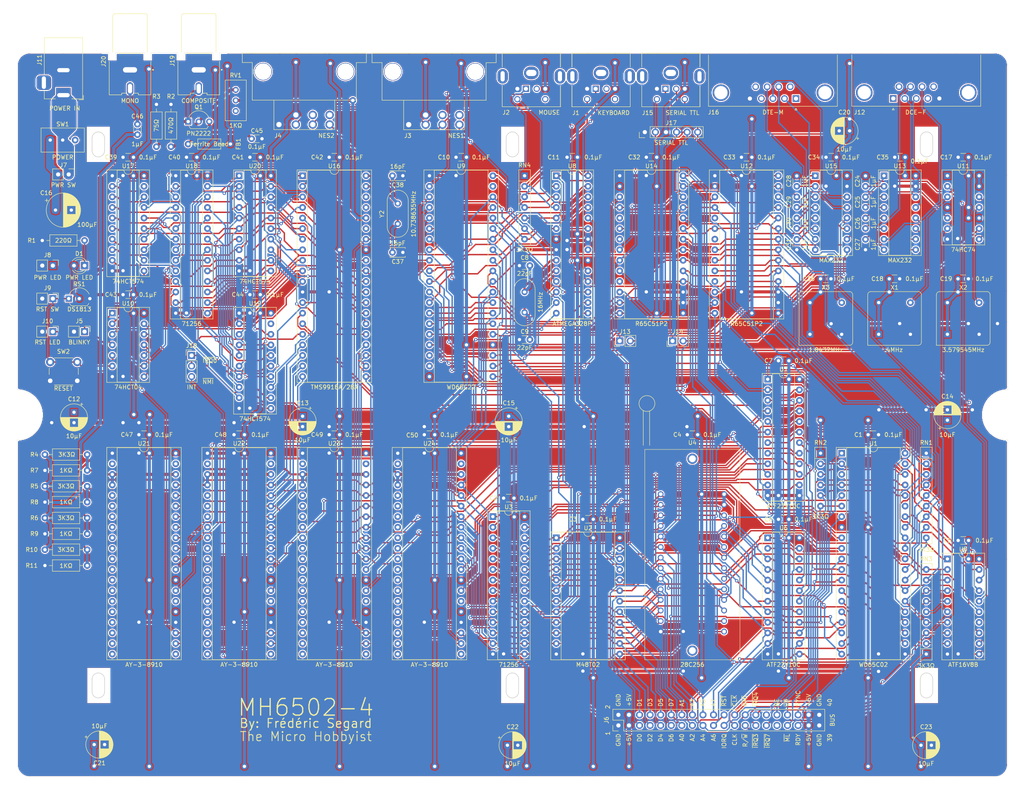
<source format=kicad_pcb>
(kicad_pcb (version 20171130) (host pcbnew "(5.1.12)-1")
  (title_block (title "MH6502-3 (Motherboard)") (date 2022-01-14) (rev 3) (company "Frédéric Segard") (comment 1 "The Micro Hobbyist"))
  (layers (0 F.Cu mixed) (31 B.Cu mixed) (34 B.Paste user) (35 F.Paste user) (36 B.SilkS user) (37 F.SilkS user) (38 B.Mask user) (39 F.Mask user) (44 Edge.Cuts user))
  (net 0 "")
  (net 1 GND)
  (net 2 +5V)
  (net 3 /CLK)
  (net 4 /~RESET)
  (net 5 /R~W)
  (net 6 /~IOREQ)
  (net 7 /~NMI)
  (net 8 /~CLK)
  (net 9 /~RD)
  (net 10 /~WR)
  (net 11 /RDY)
  (net 12 /SYNC)
  (net 13 /~IRQ1)
  (net 14 /~IRQ2)
  (net 15 /~IRQ3)
  (net 16 /~IRQ4)
  (net 17 /~IRQ5)
  (net 18 /~IRQ6)
  (net 19 /~IRQ7)
  (net 20 /~IRQ)
  (net 21 /~NVRAM)
  (net 22 /~RAM)
  (net 23 /~ROM)
  (net 24 /~ACIA1)
  (net 25 /~VIA1)
  (net 26 "Net-(SW1-Pad3)")
  (net 27 /Bus/A2)
  (net 28 /Bus/A3)
  (net 29 /Bus/A4)
  (net 30 /Bus/A5)
  (net 31 /Bus/A6)
  (net 32 /Bus/A7)
  (net 33 /CPU/~SO)
  (net 34 "/Power, Reset & Clock/Vin")
  (net 35 "Net-(C9-Pad1)")
  (net 36 /Video/FB)
  (net 37 "/VIA - Peripherals/KB_DATA")
  (net 38 "Net-(J1-Pad2)")
  (net 39 "/VIA - Peripherals/KB_CLK")
  (net 40 "Net-(J1-Pad6)")
  (net 41 "Net-(J2-Pad6)")
  (net 42 "/VIA - Peripherals/MS_CLK")
  (net 43 "Net-(J2-Pad2)")
  (net 44 "/VIA - Peripherals/MS_DATA")
  (net 45 "Net-(J3-Pad5)")
  (net 46 "Net-(J3-Pad6)")
  (net 47 "/VIA - Peripherals/NES_DATA1")
  (net 48 "/VIA - Peripherals/NES_LATCH")
  (net 49 "/VIA - Peripherals/NES_CLK")
  (net 50 "/VIA - Peripherals/NES_DATA2")
  (net 51 "Net-(J4-Pad6)")
  (net 52 "Net-(J4-Pad5)")
  (net 53 /ACIA/D0)
  (net 54 /ACIA/D1)
  (net 55 /ACIA/D2)
  (net 56 /ACIA/D3)
  (net 57 /ACIA/D4)
  (net 58 /ACIA/D5)
  (net 59 /ACIA/D6)
  (net 60 /ACIA/D7)
  (net 61 /ACIA/A0)
  (net 62 /ACIA/A1)
  (net 63 /Video/~INT)
  (net 64 /Video/Y)
  (net 65 /Video/RY)
  (net 66 "Net-(RV1-Pad3)")
  (net 67 /CPU/A12)
  (net 68 "Net-(U1-Pad3)")
  (net 69 /CPU/A13)
  (net 70 /CPU/A14)
  (net 71 /CPU/A15)
  (net 72 "Net-(U1-Pad35)")
  (net 73 /CPU/A8)
  (net 74 /CPU/A9)
  (net 75 /CPU/A10)
  (net 76 "Net-(U1-Pad39)")
  (net 77 /CPU/A11)
  (net 78 /~VDPCSW)
  (net 79 /~VDPCSR)
  (net 80 "/VIA - Peripherals/MCU_D6")
  (net 81 "/VIA - Peripherals/MCU_D7")
  (net 82 "/VIA - Peripherals/MCU_D0")
  (net 83 "/VIA - Peripherals/RS1")
  (net 84 "/VIA - Peripherals/MCU_D1")
  (net 85 "/VIA - Peripherals/RS0")
  (net 86 "/VIA - Peripherals/MCU_D2")
  (net 87 "/VIA - Peripherals/MCU_D3")
  (net 88 "/VIA - Peripherals/RS2")
  (net 89 "/VIA - Peripherals/MCU_D4")
  (net 90 "/VIA - Peripherals/~MCU_INT")
  (net 91 "/VIA - Peripherals/MCU_D5")
  (net 92 /Video/AD0)
  (net 93 /Video/AD2)
  (net 94 /Video/VR~W)
  (net 95 /Video/AD3)
  (net 96 /Video/~RAS)
  (net 97 /Video/AD4)
  (net 98 /Video/AD7)
  (net 99 /Video/AD1)
  (net 100 /Video/AD5)
  (net 101 /Video/AD6)
  (net 102 /Video/~CAS)
  (net 103 "Net-(U5-Pad14)")
  (net 104 /Video/V~R~W)
  (net 105 /Video/ROW)
  (net 106 /Video/COL)
  (net 107 /PSG_CLK)
  (net 108 "Net-(U12-Pad11)")
  (net 109 /Video/VD7)
  (net 110 /Video/VD6)
  (net 111 /Video/VD5)
  (net 112 /Video/VD4)
  (net 113 /Video/VD3)
  (net 114 /Video/VD2)
  (net 115 /Video/VD1)
  (net 116 /Video/VD0)
  (net 117 /Video/VA0)
  (net 118 /Video/VA1)
  (net 119 /Video/VA2)
  (net 120 /Video/VA3)
  (net 121 /Video/VA4)
  (net 122 /Video/VA5)
  (net 123 /Video/VA6)
  (net 124 /Video/VA12)
  (net 125 /Video/VA7)
  (net 126 /Video/VA10)
  (net 127 /Video/VA11)
  (net 128 /Video/VA9)
  (net 129 /Video/VA8)
  (net 130 /Video/VA13)
  (net 131 /Video/COMP)
  (net 132 /BDIR2)
  (net 133 /BC2)
  (net 134 /BDIR1)
  (net 135 /BC1)
  (net 136 "Net-(U21-Pad20)")
  (net 137 "Net-(U21-Pad39)")
  (net 138 "Net-(U21-Pad19)")
  (net 139 "Net-(U21-Pad18)")
  (net 140 "Net-(U21-Pad17)")
  (net 141 "Net-(U21-Pad16)")
  (net 142 "Net-(U21-Pad15)")
  (net 143 "Net-(U21-Pad14)")
  (net 144 "Net-(U21-Pad13)")
  (net 145 "Net-(U21-Pad12)")
  (net 146 "Net-(U21-Pad11)")
  (net 147 "Net-(U21-Pad10)")
  (net 148 "Net-(U21-Pad9)")
  (net 149 "Net-(U21-Pad8)")
  (net 150 "Net-(U21-Pad7)")
  (net 151 "Net-(U21-Pad26)")
  (net 152 "Net-(U21-Pad6)")
  (net 153 "Net-(U21-Pad5)")
  (net 154 "Net-(U21-Pad2)")
  (net 155 "Net-(U21-Pad21)")
  (net 156 "Net-(C29-Pad1)")
  (net 157 "Net-(C30-Pad2)")
  (net 158 "Net-(C30-Pad1)")
  (net 159 "Net-(C31-Pad2)")
  (net 160 "Net-(D1-Pad1)")
  (net 161 "Net-(J12-Pad1)")
  (net 162 "Net-(R10-Pad1)")
  (net 163 "Net-(U12-Pad10)")
  (net 164 "Net-(U14-Pad11)")
  (net 165 "Net-(U14-Pad7)")
  (net 166 "Net-(U14-Pad5)")
  (net 167 "Net-(U16-Pad35)")
  (net 168 "Net-(U16-Pad37)")
  (net 169 "Net-(U16-Pad38)")
  (net 170 "Net-(U17-Pad19)")
  (net 171 "Net-(U19-Pad19)")
  (net 172 "Net-(U22-Pad20)")
  (net 173 "Net-(U22-Pad39)")
  (net 174 "Net-(U22-Pad19)")
  (net 175 "Net-(U22-Pad18)")
  (net 176 "Net-(U22-Pad17)")
  (net 177 "Net-(U22-Pad16)")
  (net 178 "Net-(U22-Pad15)")
  (net 179 "Net-(U22-Pad14)")
  (net 180 "Net-(U22-Pad13)")
  (net 181 "Net-(U22-Pad12)")
  (net 182 "Net-(U22-Pad11)")
  (net 183 "Net-(U22-Pad10)")
  (net 184 "Net-(U22-Pad9)")
  (net 185 "Net-(U22-Pad8)")
  (net 186 "Net-(U22-Pad7)")
  (net 187 "Net-(U22-Pad26)")
  (net 188 "Net-(U22-Pad6)")
  (net 189 "Net-(U22-Pad5)")
  (net 190 "Net-(U22-Pad2)")
  (net 191 "Net-(U22-Pad21)")
  (net 192 "Net-(C25-Pad1)")
  (net 193 "Net-(C26-Pad2)")
  (net 194 "Net-(C26-Pad1)")
  (net 195 "Net-(C27-Pad2)")
  (net 196 "Net-(C38-Pad1)")
  (net 197 /Sound/MONO)
  (net 198 "Net-(J5-Pad1)")
  (net 199 "Net-(J6-Pad30)")
  (net 200 "Net-(J6-Pad31)")
  (net 201 /BE)
  (net 202 /~ML)
  (net 203 /~VP)
  (net 204 "Net-(R4-Pad1)")
  (net 205 "Net-(R5-Pad1)")
  (net 206 "Net-(R6-Pad1)")
  (net 207 /~IRQ8)
  (net 208 /P_INT0)
  (net 209 /P_INT1)
  (net 210 /P_INT2)
  (net 211 /P_INT3)
  (net 212 /~ACIA2)
  (net 213 /BDIR4)
  (net 214 /BC4)
  (net 215 /BDIR3)
  (net 216 /BC3)
  (net 217 "Net-(U8-Pad21)")
  (net 218 "Net-(U9-Pad39)")
  (net 219 "Net-(U9-Pad19)")
  (net 220 "Net-(U9-Pad18)")
  (net 221 "Net-(U10-Pad11)")
  (net 222 "Net-(U10-Pad10)")
  (net 223 "Net-(U11-Pad12)")
  (net 224 "Net-(U11-Pad3)")
  (net 225 "Net-(U11-Pad11)")
  (net 226 "Net-(U12-Pad12)")
  (net 227 "Net-(U12-Pad9)")
  (net 228 "Net-(U12-Pad8)")
  (net 229 "Net-(U12-Pad7)")
  (net 230 /ACIA/ACLK)
  (net 231 "Net-(U12-Pad5)")
  (net 232 "Net-(U23-Pad21)")
  (net 233 "Net-(U23-Pad2)")
  (net 234 "Net-(U23-Pad5)")
  (net 235 "Net-(U23-Pad6)")
  (net 236 "Net-(U23-Pad26)")
  (net 237 "Net-(U23-Pad7)")
  (net 238 "Net-(U23-Pad8)")
  (net 239 "Net-(U23-Pad9)")
  (net 240 "Net-(U23-Pad10)")
  (net 241 "Net-(U23-Pad11)")
  (net 242 "Net-(U23-Pad12)")
  (net 243 "Net-(U23-Pad13)")
  (net 244 "Net-(U23-Pad14)")
  (net 245 "Net-(U23-Pad15)")
  (net 246 "Net-(U23-Pad16)")
  (net 247 "Net-(U23-Pad17)")
  (net 248 "Net-(U23-Pad18)")
  (net 249 "Net-(U23-Pad19)")
  (net 250 "Net-(U23-Pad39)")
  (net 251 "Net-(U23-Pad20)")
  (net 252 "Net-(U24-Pad20)")
  (net 253 "Net-(U24-Pad39)")
  (net 254 "Net-(U24-Pad19)")
  (net 255 "Net-(U24-Pad18)")
  (net 256 "Net-(U24-Pad17)")
  (net 257 "Net-(U24-Pad16)")
  (net 258 "Net-(U24-Pad15)")
  (net 259 "Net-(U24-Pad14)")
  (net 260 "Net-(U24-Pad13)")
  (net 261 "Net-(U24-Pad12)")
  (net 262 "Net-(U24-Pad11)")
  (net 263 "Net-(U24-Pad10)")
  (net 264 "Net-(U24-Pad9)")
  (net 265 "Net-(U24-Pad8)")
  (net 266 "Net-(U24-Pad7)")
  (net 267 "Net-(U24-Pad26)")
  (net 268 "Net-(U24-Pad6)")
  (net 269 "Net-(U24-Pad5)")
  (net 270 "Net-(U24-Pad2)")
  (net 271 "Net-(U24-Pad21)")
  (net 272 "Net-(C8-Pad1)")
  (net 273 "Net-(C24-Pad1)")
  (net 274 "Net-(C25-Pad2)")
  (net 275 "Net-(C28-Pad1)")
  (net 276 "Net-(C29-Pad2)")
  (net 277 "Net-(C37-Pad1)")
  (net 278 "Net-(C46-Pad1)")
  (net 279 "Net-(J10-Pad1)")
  (net 280 "Net-(J12-Pad2)")
  (net 281 "Net-(J12-Pad3)")
  (net 282 "Net-(J12-Pad4)")
  (net 283 "Net-(J12-Pad6)")
  (net 284 "Net-(J12-Pad7)")
  (net 285 "Net-(J12-Pad8)")
  (net 286 "Net-(J12-Pad9)")
  (net 287 "Net-(J13-Pad2)")
  (net 288 /ACIA/CTS)
  (net 289 "Net-(J14-Pad2)")
  (net 290 /ACIA/RX)
  (net 291 /ACIA/TX)
  (net 292 /ACIA/RTS)
  (net 293 "Net-(J16-Pad1)")
  (net 294 "Net-(J16-Pad2)")
  (net 295 "Net-(J16-Pad3)")
  (net 296 "Net-(J16-Pad4)")
  (net 297 "Net-(J16-Pad6)")
  (net 298 "Net-(J16-Pad7)")
  (net 299 "Net-(J16-Pad8)")
  (net 300 "Net-(J16-Pad9)")
  (module Package_DIP:DIP-24_W7.62mm_Socket (layer F.Cu) (at 200.342 136.525)
    (fp_text reference U6 (at 3.81 -2.33) (layer F.SilkS))
    (fp_text value ATF22V10C (at 3.81 30.48) (layer F.SilkS))
    (pad 1 thru_hole rect (at 0 0) (size 1.6 1.6) (drill 0.8) (layers *.Cu *.Mask) (net 3 /CLK))
    (pad 13 thru_hole oval (at 7.62 27.94) (size 1.6 1.6) (drill 0.8) (layers *.Cu *.Mask) (net 30 /Bus/A5))
    (pad 2 thru_hole oval (at 0 2.54) (size 1.6 1.6) (drill 0.8) (layers *.Cu *.Mask) (net 71 /CPU/A15))
    (pad 14 thru_hole oval (at 7.62 25.4) (size 1.6 1.6) (drill 0.8) (layers *.Cu *.Mask) (net 29 /Bus/A4))
    (pad 3 thru_hole oval (at 0 5.08) (size 1.6 1.6) (drill 0.8) (layers *.Cu *.Mask) (net 70 /CPU/A14))
    (pad 15 thru_hole oval (at 7.62 22.86) (size 1.6 1.6) (drill 0.8) (layers *.Cu *.Mask) (net 28 /Bus/A3))
    (pad 4 thru_hole oval (at 0 7.62) (size 1.6 1.6) (drill 0.8) (layers *.Cu *.Mask) (net 69 /CPU/A13))
    (pad 16 thru_hole oval (at 7.62 20.32) (size 1.6 1.6) (drill 0.8) (layers *.Cu *.Mask) (net 27 /Bus/A2))
    (pad 5 thru_hole oval (at 0 10.16) (size 1.6 1.6) (drill 0.8) (layers *.Cu *.Mask) (net 67 /CPU/A12))
    (pad 17 thru_hole oval (at 7.62 17.78) (size 1.6 1.6) (drill 0.8) (layers *.Cu *.Mask) (net 212 /~ACIA2))
    (pad 6 thru_hole oval (at 0 12.7) (size 1.6 1.6) (drill 0.8) (layers *.Cu *.Mask) (net 77 /CPU/A11))
    (pad 18 thru_hole oval (at 7.62 15.24) (size 1.6 1.6) (drill 0.8) (layers *.Cu *.Mask) (net 24 /~ACIA1))
    (pad 7 thru_hole oval (at 0 15.24) (size 1.6 1.6) (drill 0.8) (layers *.Cu *.Mask) (net 75 /CPU/A10))
    (pad 19 thru_hole oval (at 7.62 12.7) (size 1.6 1.6) (drill 0.8) (layers *.Cu *.Mask) (net 25 /~VIA1))
    (pad 8 thru_hole oval (at 0 17.78) (size 1.6 1.6) (drill 0.8) (layers *.Cu *.Mask) (net 74 /CPU/A9))
    (pad 20 thru_hole oval (at 7.62 10.16) (size 1.6 1.6) (drill 0.8) (layers *.Cu *.Mask) (net 22 /~RAM))
    (pad 9 thru_hole oval (at 0 20.32) (size 1.6 1.6) (drill 0.8) (layers *.Cu *.Mask) (net 73 /CPU/A8))
    (pad 21 thru_hole oval (at 7.62 7.62) (size 1.6 1.6) (drill 0.8) (layers *.Cu *.Mask) (net 6 /~IOREQ))
    (pad 10 thru_hole oval (at 0 22.86) (size 1.6 1.6) (drill 0.8) (layers *.Cu *.Mask) (net 32 /Bus/A7))
    (pad 22 thru_hole oval (at 7.62 5.08) (size 1.6 1.6) (drill 0.8) (layers *.Cu *.Mask) (net 21 /~NVRAM))
    (pad 11 thru_hole oval (at 0 25.4) (size 1.6 1.6) (drill 0.8) (layers *.Cu *.Mask) (net 31 /Bus/A6))
    (pad 23 thru_hole oval (at 7.62 2.54) (size 1.6 1.6) (drill 0.8) (layers *.Cu *.Mask) (net 23 /~ROM))
    (pad 12 thru_hole oval (at 0 27.94) (size 1.6 1.6) (drill 0.8) (layers *.Cu *.Mask) (net 1 GND))
    (pad 24 thru_hole oval (at 7.62 0) (size 1.6 1.6) (drill 0.8) (layers *.Cu *.Mask) (net 2 +5V))
  )
  (module Capacitor_THT:C_Disc_D3.0mm_W1.6mm_P2.50mm (layer F.Cu) (at 205.422 93.98 180)
    (fp_text reference C7 (at 3.81 0) (layer F.SilkS) (effects (justify right)))
    (fp_text value 0.1µF (at -1.27 0) (layer F.SilkS) (effects (justify left)))
    (pad 1 thru_hole circle (at 0 0 180) (size 1.6 1.6) (drill 0.8) (layers *.Cu *.Mask) (net 2 +5V))
    (pad 2 thru_hole circle (at 2.5 0 180) (size 1.6 1.6) (drill 0.8) (layers *.Cu *.Mask) (net 1 GND))
  )
  (module Package_DIP:DIP-28_W15.24mm_Socket (layer F.Cu) (at 164.782 49.53)
    (fp_text reference U14 (at 7.62 -2.33) (layer F.SilkS))
    (fp_text value R65C51P2 (at 7.62 35.56) (layer F.SilkS))
    (pad 1 thru_hole rect (at 0 0) (size 1.6 1.6) (drill 0.8) (layers *.Cu *.Mask) (net 1 GND))
    (pad 15 thru_hole oval (at 15.24 33.02) (size 1.6 1.6) (drill 0.8) (layers *.Cu *.Mask) (net 2 +5V))
    (pad 2 thru_hole oval (at 0 2.54) (size 1.6 1.6) (drill 0.8) (layers *.Cu *.Mask) (net 2 +5V))
    (pad 16 thru_hole oval (at 15.24 30.48) (size 1.6 1.6) (drill 0.8) (layers *.Cu *.Mask) (net 1 GND))
    (pad 3 thru_hole oval (at 0 5.08) (size 1.6 1.6) (drill 0.8) (layers *.Cu *.Mask) (net 212 /~ACIA2))
    (pad 17 thru_hole oval (at 15.24 27.94) (size 1.6 1.6) (drill 0.8) (layers *.Cu *.Mask) (net 1 GND))
    (pad 4 thru_hole oval (at 0 7.62) (size 1.6 1.6) (drill 0.8) (layers *.Cu *.Mask) (net 4 /~RESET))
    (pad 18 thru_hole oval (at 15.24 25.4) (size 1.6 1.6) (drill 0.8) (layers *.Cu *.Mask) (net 53 /ACIA/D0))
    (pad 5 thru_hole oval (at 0 10.16) (size 1.6 1.6) (drill 0.8) (layers *.Cu *.Mask) (net 166 "Net-(U14-Pad5)"))
    (pad 19 thru_hole oval (at 15.24 22.86) (size 1.6 1.6) (drill 0.8) (layers *.Cu *.Mask) (net 54 /ACIA/D1))
    (pad 6 thru_hole oval (at 0 12.7) (size 1.6 1.6) (drill 0.8) (layers *.Cu *.Mask) (net 230 /ACIA/ACLK))
    (pad 20 thru_hole oval (at 15.24 20.32) (size 1.6 1.6) (drill 0.8) (layers *.Cu *.Mask) (net 55 /ACIA/D2))
    (pad 7 thru_hole oval (at 0 15.24) (size 1.6 1.6) (drill 0.8) (layers *.Cu *.Mask) (net 165 "Net-(U14-Pad7)"))
    (pad 21 thru_hole oval (at 15.24 17.78) (size 1.6 1.6) (drill 0.8) (layers *.Cu *.Mask) (net 56 /ACIA/D3))
    (pad 8 thru_hole oval (at 0 17.78) (size 1.6 1.6) (drill 0.8) (layers *.Cu *.Mask) (net 292 /ACIA/RTS))
    (pad 22 thru_hole oval (at 15.24 15.24) (size 1.6 1.6) (drill 0.8) (layers *.Cu *.Mask) (net 57 /ACIA/D4))
    (pad 9 thru_hole oval (at 0 20.32) (size 1.6 1.6) (drill 0.8) (layers *.Cu *.Mask) (net 288 /ACIA/CTS))
    (pad 23 thru_hole oval (at 15.24 12.7) (size 1.6 1.6) (drill 0.8) (layers *.Cu *.Mask) (net 58 /ACIA/D5))
    (pad 10 thru_hole oval (at 0 22.86) (size 1.6 1.6) (drill 0.8) (layers *.Cu *.Mask) (net 291 /ACIA/TX))
    (pad 24 thru_hole oval (at 15.24 10.16) (size 1.6 1.6) (drill 0.8) (layers *.Cu *.Mask) (net 59 /ACIA/D6))
    (pad 11 thru_hole oval (at 0 25.4) (size 1.6 1.6) (drill 0.8) (layers *.Cu *.Mask) (net 164 "Net-(U14-Pad11)"))
    (pad 25 thru_hole oval (at 15.24 7.62) (size 1.6 1.6) (drill 0.8) (layers *.Cu *.Mask) (net 60 /ACIA/D7))
    (pad 12 thru_hole oval (at 0 27.94) (size 1.6 1.6) (drill 0.8) (layers *.Cu *.Mask) (net 290 /ACIA/RX))
    (pad 26 thru_hole oval (at 15.24 5.08) (size 1.6 1.6) (drill 0.8) (layers *.Cu *.Mask) (net 18 /~IRQ6))
    (pad 13 thru_hole oval (at 0 30.48) (size 1.6 1.6) (drill 0.8) (layers *.Cu *.Mask) (net 61 /ACIA/A0))
    (pad 27 thru_hole oval (at 15.24 2.54) (size 1.6 1.6) (drill 0.8) (layers *.Cu *.Mask) (net 3 /CLK))
    (pad 14 thru_hole oval (at 0 33.02) (size 1.6 1.6) (drill 0.8) (layers *.Cu *.Mask) (net 62 /ACIA/A1))
    (pad 28 thru_hole oval (at 15.24 0) (size 1.6 1.6) (drill 0.8) (layers *.Cu *.Mask) (net 5 /R~W))
  )
  (module Capacitor_THT:C_Disc_D3.0mm_W1.6mm_P2.50mm (layer F.Cu) (at 246.062 74.295)
    (fp_text reference C19 (at -2.8575 0) (layer F.SilkS))
    (fp_text value 0.1µF (at 6.35 0) (layer F.SilkS))
    (pad 2 thru_hole circle (at 2.5 0) (size 1.6 1.6) (drill 0.8) (layers *.Cu *.Mask) (net 1 GND))
    (pad 1 thru_hole circle (at 0 0) (size 1.6 1.6) (drill 0.8) (layers *.Cu *.Mask) (net 2 +5V))
  )
  (module Oscillator:Oscillator_DIP-8 (layer F.Cu) (at 243.522 87.63)
    (fp_text reference X2 (at 3.81 -11.26) (layer F.SilkS))
    (fp_text value 3.579545MHz (at 3.81 3.74) (layer F.SilkS))
    (pad 1 thru_hole rect (at 0 0) (size 1.6 1.6) (drill 0.8) (layers *.Cu *.Mask) (net 2 +5V))
    (pad 8 thru_hole circle (at 0 -7.62) (size 1.6 1.6) (drill 0.8) (layers *.Cu *.Mask) (net 2 +5V))
    (pad 5 thru_hole circle (at 7.62 -7.62) (size 1.6 1.6) (drill 0.8) (layers *.Cu *.Mask) (net 225 "Net-(U11-Pad11)"))
    (pad 4 thru_hole circle (at 7.62 0) (size 1.6 1.6) (drill 0.8) (layers *.Cu *.Mask) (net 1 GND))
  )
  (module Capacitor_THT:C_Disc_D3.0mm_W1.6mm_P2.50mm (layer F.Cu) (at 229.552 74.295)
    (fp_text reference C18 (at -2.8575 0) (layer F.SilkS))
    (fp_text value 0.1µF (at 6.0325 0) (layer F.SilkS))
    (pad 1 thru_hole circle (at 0 0) (size 1.6 1.6) (drill 0.8) (layers *.Cu *.Mask) (net 2 +5V))
    (pad 2 thru_hole circle (at 2.5 0) (size 1.6 1.6) (drill 0.8) (layers *.Cu *.Mask) (net 1 GND))
  )
  (module Oscillator:Oscillator_DIP-8 (layer F.Cu) (at 227.012 87.63)
    (fp_text reference X1 (at 3.81 -11.26) (layer F.SilkS))
    (fp_text value 4MHz (at 3.81 3.74) (layer F.SilkS))
    (pad 1 thru_hole rect (at 0 0) (size 1.6 1.6) (drill 0.8) (layers *.Cu *.Mask) (net 2 +5V))
    (pad 8 thru_hole circle (at 0 -7.62) (size 1.6 1.6) (drill 0.8) (layers *.Cu *.Mask) (net 2 +5V))
    (pad 5 thru_hole circle (at 7.62 -7.62) (size 1.6 1.6) (drill 0.8) (layers *.Cu *.Mask) (net 224 "Net-(U11-Pad3)"))
    (pad 4 thru_hole circle (at 7.62 0) (size 1.6 1.6) (drill 0.8) (layers *.Cu *.Mask) (net 1 GND))
  )
  (module Package_DIP:DIP-24_W7.62mm_Socket (layer F.Cu) (at 200.342 98.425)
    (fp_text reference U7 (at 3.81 -2.33) (layer F.SilkS))
    (fp_text value ATF22V10C (at 3.81 30.48) (layer F.SilkS))
    (pad 1 thru_hole rect (at 0 0) (size 1.6 1.6) (drill 0.8) (layers *.Cu *.Mask) (net 3 /CLK))
    (pad 13 thru_hole oval (at 7.62 27.94) (size 1.6 1.6) (drill 0.8) (layers *.Cu *.Mask) (net 1 GND))
    (pad 2 thru_hole oval (at 0 2.54) (size 1.6 1.6) (drill 0.8) (layers *.Cu *.Mask) (net 5 /R~W))
    (pad 14 thru_hole oval (at 7.62 25.4) (size 1.6 1.6) (drill 0.8) (layers *.Cu *.Mask) (net 213 /BDIR4))
    (pad 3 thru_hole oval (at 0 5.08) (size 1.6 1.6) (drill 0.8) (layers *.Cu *.Mask) (net 6 /~IOREQ))
    (pad 15 thru_hole oval (at 7.62 22.86) (size 1.6 1.6) (drill 0.8) (layers *.Cu *.Mask) (net 214 /BC4))
    (pad 4 thru_hole oval (at 0 7.62) (size 1.6 1.6) (drill 0.8) (layers *.Cu *.Mask) (net 32 /Bus/A7))
    (pad 16 thru_hole oval (at 7.62 20.32) (size 1.6 1.6) (drill 0.8) (layers *.Cu *.Mask) (net 215 /BDIR3))
    (pad 5 thru_hole oval (at 0 10.16) (size 1.6 1.6) (drill 0.8) (layers *.Cu *.Mask) (net 31 /Bus/A6))
    (pad 17 thru_hole oval (at 7.62 17.78) (size 1.6 1.6) (drill 0.8) (layers *.Cu *.Mask) (net 216 /BC3))
    (pad 6 thru_hole oval (at 0 12.7) (size 1.6 1.6) (drill 0.8) (layers *.Cu *.Mask) (net 30 /Bus/A5))
    (pad 18 thru_hole oval (at 7.62 15.24) (size 1.6 1.6) (drill 0.8) (layers *.Cu *.Mask) (net 132 /BDIR2))
    (pad 7 thru_hole oval (at 0 15.24) (size 1.6 1.6) (drill 0.8) (layers *.Cu *.Mask) (net 29 /Bus/A4))
    (pad 19 thru_hole oval (at 7.62 12.7) (size 1.6 1.6) (drill 0.8) (layers *.Cu *.Mask) (net 133 /BC2))
    (pad 8 thru_hole oval (at 0 17.78) (size 1.6 1.6) (drill 0.8) (layers *.Cu *.Mask) (net 28 /Bus/A3))
    (pad 20 thru_hole oval (at 7.62 10.16) (size 1.6 1.6) (drill 0.8) (layers *.Cu *.Mask) (net 134 /BDIR1))
    (pad 9 thru_hole oval (at 0 20.32) (size 1.6 1.6) (drill 0.8) (layers *.Cu *.Mask) (net 27 /Bus/A2))
    (pad 21 thru_hole oval (at 7.62 7.62) (size 1.6 1.6) (drill 0.8) (layers *.Cu *.Mask) (net 135 /BC1))
    (pad 10 thru_hole oval (at 0 22.86) (size 1.6 1.6) (drill 0.8) (layers *.Cu *.Mask) (net 62 /ACIA/A1))
    (pad 22 thru_hole oval (at 7.62 5.08) (size 1.6 1.6) (drill 0.8) (layers *.Cu *.Mask) (net 78 /~VDPCSW))
    (pad 11 thru_hole oval (at 0 25.4) (size 1.6 1.6) (drill 0.8) (layers *.Cu *.Mask) (net 61 /ACIA/A0))
    (pad 23 thru_hole oval (at 7.62 2.54) (size 1.6 1.6) (drill 0.8) (layers *.Cu *.Mask) (net 79 /~VDPCSR))
    (pad 12 thru_hole oval (at 0 27.94) (size 1.6 1.6) (drill 0.8) (layers *.Cu *.Mask) (net 1 GND))
    (pad 24 thru_hole oval (at 7.62 0) (size 1.6 1.6) (drill 0.8) (layers *.Cu *.Mask) (net 2 +5V))
  )
  (module Capacitor_THT:C_Disc_D3.4mm_W2.1mm_P2.50mm (layer F.Cu) (at 110.172 67.945)
    (fp_text reference C37 (at 1.27 2.2225) (layer F.SilkS))
    (fp_text value 16pF (at 1.27 -2.2225) (layer F.SilkS))
    (pad 2 thru_hole circle (at 2.5 0) (size 1.6 1.6) (drill 0.8) (layers *.Cu *.Mask) (net 1 GND))
    (pad 1 thru_hole circle (at 0 0) (size 1.6 1.6) (drill 0.8) (layers *.Cu *.Mask) (net 277 "Net-(C37-Pad1)"))
  )
  (module 0_Fred's_Local_Library:RCAJackCUI (layer F.Cu) (at 63.627 20.0914 90)
    (fp_text reference J19 (at -1.8415 -6.35 90) (layer F.SilkS))
    (fp_text value COMPOSITE (at -11.43 0) (layer F.SilkS))
    (pad 2 thru_hole oval (at -8.5 0 90) (size 3.1 1.55) (drill oval 2.3 1) (layers *.Cu *.Mask) (net 64 /Video/Y))
    (pad 1 thru_hole oval (at -4 0 90) (size 2.1 4.2) (drill oval 1.3 3.4) (layers *.Cu *.Mask) (net 1 GND))
  )
  (module Capacitor_THT:C_Disc_D3.0mm_W1.6mm_P2.50mm (layer F.Cu) (at 223.838 59.69 270)
    (fp_text reference C26 (at 1.27 1.905 90) (layer F.SilkS))
    (fp_text value 1µF (at 1.25 -1.905 90) (layer F.SilkS))
    (pad 1 thru_hole circle (at 0 0 270) (size 1.6 1.6) (drill 0.8) (layers *.Cu *.Mask) (net 194 "Net-(C26-Pad1)"))
    (pad 2 thru_hole circle (at 2.5 0 270) (size 1.6 1.6) (drill 0.8) (layers *.Cu *.Mask) (net 193 "Net-(C26-Pad2)"))
  )
  (module Package_DIP:DIP-40_W15.24mm_Socket (layer F.Cu) (at 218.122 116.205)
    (fp_text reference U1 (at 7.62 -2.33) (layer F.SilkS))
    (fp_text value WD65C02 (at 7.62 50.8) (layer F.SilkS))
    (pad 1 thru_hole rect (at 0 0) (size 1.6 1.6) (drill 0.8) (layers *.Cu *.Mask) (net 203 /~VP))
    (pad 21 thru_hole oval (at 15.24 48.26) (size 1.6 1.6) (drill 0.8) (layers *.Cu *.Mask) (net 1 GND))
    (pad 2 thru_hole oval (at 0 2.54) (size 1.6 1.6) (drill 0.8) (layers *.Cu *.Mask) (net 11 /RDY))
    (pad 22 thru_hole oval (at 15.24 45.72) (size 1.6 1.6) (drill 0.8) (layers *.Cu *.Mask) (net 67 /CPU/A12))
    (pad 3 thru_hole oval (at 0 5.08) (size 1.6 1.6) (drill 0.8) (layers *.Cu *.Mask) (net 68 "Net-(U1-Pad3)"))
    (pad 23 thru_hole oval (at 15.24 43.18) (size 1.6 1.6) (drill 0.8) (layers *.Cu *.Mask) (net 69 /CPU/A13))
    (pad 4 thru_hole oval (at 0 7.62) (size 1.6 1.6) (drill 0.8) (layers *.Cu *.Mask) (net 20 /~IRQ))
    (pad 24 thru_hole oval (at 15.24 40.64) (size 1.6 1.6) (drill 0.8) (layers *.Cu *.Mask) (net 70 /CPU/A14))
    (pad 5 thru_hole oval (at 0 10.16) (size 1.6 1.6) (drill 0.8) (layers *.Cu *.Mask) (net 202 /~ML))
    (pad 25 thru_hole oval (at 15.24 38.1) (size 1.6 1.6) (drill 0.8) (layers *.Cu *.Mask) (net 71 /CPU/A15))
    (pad 6 thru_hole oval (at 0 12.7) (size 1.6 1.6) (drill 0.8) (layers *.Cu *.Mask) (net 7 /~NMI))
    (pad 26 thru_hole oval (at 15.24 35.56) (size 1.6 1.6) (drill 0.8) (layers *.Cu *.Mask) (net 60 /ACIA/D7))
    (pad 7 thru_hole oval (at 0 15.24) (size 1.6 1.6) (drill 0.8) (layers *.Cu *.Mask) (net 12 /SYNC))
    (pad 27 thru_hole oval (at 15.24 33.02) (size 1.6 1.6) (drill 0.8) (layers *.Cu *.Mask) (net 59 /ACIA/D6))
    (pad 8 thru_hole oval (at 0 17.78) (size 1.6 1.6) (drill 0.8) (layers *.Cu *.Mask) (net 2 +5V))
    (pad 28 thru_hole oval (at 15.24 30.48) (size 1.6 1.6) (drill 0.8) (layers *.Cu *.Mask) (net 58 /ACIA/D5))
    (pad 9 thru_hole oval (at 0 20.32) (size 1.6 1.6) (drill 0.8) (layers *.Cu *.Mask) (net 61 /ACIA/A0))
    (pad 29 thru_hole oval (at 15.24 27.94) (size 1.6 1.6) (drill 0.8) (layers *.Cu *.Mask) (net 57 /ACIA/D4))
    (pad 10 thru_hole oval (at 0 22.86) (size 1.6 1.6) (drill 0.8) (layers *.Cu *.Mask) (net 62 /ACIA/A1))
    (pad 30 thru_hole oval (at 15.24 25.4) (size 1.6 1.6) (drill 0.8) (layers *.Cu *.Mask) (net 56 /ACIA/D3))
    (pad 11 thru_hole oval (at 0 25.4) (size 1.6 1.6) (drill 0.8) (layers *.Cu *.Mask) (net 27 /Bus/A2))
    (pad 31 thru_hole oval (at 15.24 22.86) (size 1.6 1.6) (drill 0.8) (layers *.Cu *.Mask) (net 55 /ACIA/D2))
    (pad 12 thru_hole oval (at 0 27.94) (size 1.6 1.6) (drill 0.8) (layers *.Cu *.Mask) (net 28 /Bus/A3))
    (pad 32 thru_hole oval (at 15.24 20.32) (size 1.6 1.6) (drill 0.8) (layers *.Cu *.Mask) (net 54 /ACIA/D1))
    (pad 13 thru_hole oval (at 0 30.48) (size 1.6 1.6) (drill 0.8) (layers *.Cu *.Mask) (net 29 /Bus/A4))
    (pad 33 thru_hole oval (at 15.24 17.78) (size 1.6 1.6) (drill 0.8) (layers *.Cu *.Mask) (net 53 /ACIA/D0))
    (pad 14 thru_hole oval (at 0 33.02) (size 1.6 1.6) (drill 0.8) (layers *.Cu *.Mask) (net 30 /Bus/A5))
    (pad 34 thru_hole oval (at 15.24 15.24) (size 1.6 1.6) (drill 0.8) (layers *.Cu *.Mask) (net 5 /R~W))
    (pad 15 thru_hole oval (at 0 35.56) (size 1.6 1.6) (drill 0.8) (layers *.Cu *.Mask) (net 31 /Bus/A6))
    (pad 35 thru_hole oval (at 15.24 12.7) (size 1.6 1.6) (drill 0.8) (layers *.Cu *.Mask) (net 72 "Net-(U1-Pad35)"))
    (pad 16 thru_hole oval (at 0 38.1) (size 1.6 1.6) (drill 0.8) (layers *.Cu *.Mask) (net 32 /Bus/A7))
    (pad 36 thru_hole oval (at 15.24 10.16) (size 1.6 1.6) (drill 0.8) (layers *.Cu *.Mask) (net 201 /BE))
    (pad 17 thru_hole oval (at 0 40.64) (size 1.6 1.6) (drill 0.8) (layers *.Cu *.Mask) (net 73 /CPU/A8))
    (pad 37 thru_hole oval (at 15.24 7.62) (size 1.6 1.6) (drill 0.8) (layers *.Cu *.Mask) (net 3 /CLK))
    (pad 18 thru_hole oval (at 0 43.18) (size 1.6 1.6) (drill 0.8) (layers *.Cu *.Mask) (net 74 /CPU/A9))
    (pad 38 thru_hole oval (at 15.24 5.08) (size 1.6 1.6) (drill 0.8) (layers *.Cu *.Mask) (net 33 /CPU/~SO))
    (pad 19 thru_hole oval (at 0 45.72) (size 1.6 1.6) (drill 0.8) (layers *.Cu *.Mask) (net 75 /CPU/A10))
    (pad 39 thru_hole oval (at 15.24 2.54) (size 1.6 1.6) (drill 0.8) (layers *.Cu *.Mask) (net 76 "Net-(U1-Pad39)"))
    (pad 20 thru_hole oval (at 0 48.26) (size 1.6 1.6) (drill 0.8) (layers *.Cu *.Mask) (net 77 /CPU/A11))
    (pad 40 thru_hole oval (at 15.24 0) (size 1.6 1.6) (drill 0.8) (layers *.Cu *.Mask) (net 4 /~RESET))
  )
  (module Package_DIP:DIP-40_W15.24mm_Socket (layer F.Cu) (at 119.062 49.53)
    (fp_text reference U9 (at 7.62 -2.33) (layer F.SilkS))
    (fp_text value WD65C22 (at 7.62 50.8) (layer F.SilkS))
    (pad 40 thru_hole oval (at 15.24 0) (size 1.6 1.6) (drill 0.8) (layers *.Cu *.Mask) (net 90 "/VIA - Peripherals/~MCU_INT"))
    (pad 20 thru_hole oval (at 0 48.26) (size 1.6 1.6) (drill 0.8) (layers *.Cu *.Mask) (net 2 +5V))
    (pad 39 thru_hole oval (at 15.24 2.54) (size 1.6 1.6) (drill 0.8) (layers *.Cu *.Mask) (net 218 "Net-(U9-Pad39)"))
    (pad 19 thru_hole oval (at 0 45.72) (size 1.6 1.6) (drill 0.8) (layers *.Cu *.Mask) (net 219 "Net-(U9-Pad19)"))
    (pad 38 thru_hole oval (at 15.24 5.08) (size 1.6 1.6) (drill 0.8) (layers *.Cu *.Mask) (net 61 /ACIA/A0))
    (pad 18 thru_hole oval (at 0 43.18) (size 1.6 1.6) (drill 0.8) (layers *.Cu *.Mask) (net 220 "Net-(U9-Pad18)"))
    (pad 37 thru_hole oval (at 15.24 7.62) (size 1.6 1.6) (drill 0.8) (layers *.Cu *.Mask) (net 62 /ACIA/A1))
    (pad 17 thru_hole oval (at 0 40.64) (size 1.6 1.6) (drill 0.8) (layers *.Cu *.Mask) (net 81 "/VIA - Peripherals/MCU_D7"))
    (pad 36 thru_hole oval (at 15.24 10.16) (size 1.6 1.6) (drill 0.8) (layers *.Cu *.Mask) (net 27 /Bus/A2))
    (pad 16 thru_hole oval (at 0 38.1) (size 1.6 1.6) (drill 0.8) (layers *.Cu *.Mask) (net 80 "/VIA - Peripherals/MCU_D6"))
    (pad 35 thru_hole oval (at 15.24 12.7) (size 1.6 1.6) (drill 0.8) (layers *.Cu *.Mask) (net 28 /Bus/A3))
    (pad 15 thru_hole oval (at 0 35.56) (size 1.6 1.6) (drill 0.8) (layers *.Cu *.Mask) (net 91 "/VIA - Peripherals/MCU_D5"))
    (pad 34 thru_hole oval (at 15.24 15.24) (size 1.6 1.6) (drill 0.8) (layers *.Cu *.Mask) (net 4 /~RESET))
    (pad 14 thru_hole oval (at 0 33.02) (size 1.6 1.6) (drill 0.8) (layers *.Cu *.Mask) (net 89 "/VIA - Peripherals/MCU_D4"))
    (pad 33 thru_hole oval (at 15.24 17.78) (size 1.6 1.6) (drill 0.8) (layers *.Cu *.Mask) (net 53 /ACIA/D0))
    (pad 13 thru_hole oval (at 0 30.48) (size 1.6 1.6) (drill 0.8) (layers *.Cu *.Mask) (net 87 "/VIA - Peripherals/MCU_D3"))
    (pad 32 thru_hole oval (at 15.24 20.32) (size 1.6 1.6) (drill 0.8) (layers *.Cu *.Mask) (net 54 /ACIA/D1))
    (pad 12 thru_hole oval (at 0 27.94) (size 1.6 1.6) (drill 0.8) (layers *.Cu *.Mask) (net 86 "/VIA - Peripherals/MCU_D2"))
    (pad 31 thru_hole oval (at 15.24 22.86) (size 1.6 1.6) (drill 0.8) (layers *.Cu *.Mask) (net 55 /ACIA/D2))
    (pad 11 thru_hole oval (at 0 25.4) (size 1.6 1.6) (drill 0.8) (layers *.Cu *.Mask) (net 84 "/VIA - Peripherals/MCU_D1"))
    (pad 30 thru_hole oval (at 15.24 25.4) (size 1.6 1.6) (drill 0.8) (layers *.Cu *.Mask) (net 56 /ACIA/D3))
    (pad 10 thru_hole oval (at 0 22.86) (size 1.6 1.6) (drill 0.8) (layers *.Cu *.Mask) (net 82 "/VIA - Peripherals/MCU_D0"))
    (pad 29 thru_hole oval (at 15.24 27.94) (size 1.6 1.6) (drill 0.8) (layers *.Cu *.Mask) (net 57 /ACIA/D4))
    (pad 9 thru_hole oval (at 0 20.32) (size 1.6 1.6) (drill 0.8) (layers *.Cu *.Mask) (net 198 "Net-(J5-Pad1)"))
    (pad 28 thru_hole oval (at 15.24 30.48) (size 1.6 1.6) (drill 0.8) (layers *.Cu *.Mask) (net 58 /ACIA/D5))
    (pad 8 thru_hole oval (at 0 17.78) (size 1.6 1.6) (drill 0.8) (layers *.Cu *.Mask) (net 88 "/VIA - Peripherals/RS2"))
    (pad 27 thru_hole oval (at 15.24 33.02) (size 1.6 1.6) (drill 0.8) (layers *.Cu *.Mask) (net 59 /ACIA/D6))
    (pad 7 thru_hole oval (at 0 15.24) (size 1.6 1.6) (drill 0.8) (layers *.Cu *.Mask) (net 83 "/VIA - Peripherals/RS1"))
    (pad 26 thru_hole oval (at 15.24 35.56) (size 1.6 1.6) (drill 0.8) (layers *.Cu *.Mask) (net 60 /ACIA/D7))
    (pad 6 thru_hole oval (at 0 12.7) (size 1.6 1.6) (drill 0.8) (layers *.Cu *.Mask) (net 85 "/VIA - Peripherals/RS0"))
    (pad 25 thru_hole oval (at 15.24 38.1) (size 1.6 1.6) (drill 0.8) (layers *.Cu *.Mask) (net 3 /CLK))
    (pad 5 thru_hole oval (at 0 10.16) (size 1.6 1.6) (drill 0.8) (layers *.Cu *.Mask) (net 211 /P_INT3))
    (pad 24 thru_hole oval (at 15.24 40.64) (size 1.6 1.6) (drill 0.8) (layers *.Cu *.Mask) (net 2 +5V))
    (pad 4 thru_hole oval (at 0 7.62) (size 1.6 1.6) (drill 0.8) (layers *.Cu *.Mask) (net 210 /P_INT2))
    (pad 23 thru_hole oval (at 15.24 43.18) (size 1.6 1.6) (drill 0.8) (layers *.Cu *.Mask) (net 25 /~VIA1))
    (pad 3 thru_hole oval (at 0 5.08) (size 1.6 1.6) (drill 0.8) (layers *.Cu *.Mask) (net 209 /P_INT1))
    (pad 22 thru_hole oval (at 15.24 45.72) (size 1.6 1.6) (drill 0.8) (layers *.Cu *.Mask) (net 5 /R~W))
    (pad 2 thru_hole oval (at 0 2.54) (size 1.6 1.6) (drill 0.8) (layers *.Cu *.Mask) (net 208 /P_INT0))
    (pad 21 thru_hole oval (at 15.24 48.26) (size 1.6 1.6) (drill 0.8) (layers *.Cu *.Mask) (net 14 /~IRQ2))
    (pad 1 thru_hole rect (at 0 0) (size 1.6 1.6) (drill 0.8) (layers *.Cu *.Mask) (net 1 GND))
  )
  (module 0_Fred's_Local_Library:ZIF-28 (layer F.Cu) (at 174.625 126.048 270)
    (fp_text reference U4 (at -12.382 -7.62 180) (layer F.SilkS))
    (fp_text value 28C256 (at 40.9575 -7.62 180) (layer F.SilkS))
    (pad 1 thru_hole circle (at 0 0 270) (size 1.403 1.403) (drill 0.8636) (layers *.Cu *.Mask) (net 70 /CPU/A14))
    (pad 2 thru_hole circle (at 2.54 0 270) (size 1.403 1.403) (drill 0.8636) (layers *.Cu *.Mask) (net 67 /CPU/A12))
    (pad 3 thru_hole circle (at 5.08 0 270) (size 1.403 1.403) (drill 0.8636) (layers *.Cu *.Mask) (net 32 /Bus/A7))
    (pad 4 thru_hole circle (at 7.62 0 270) (size 1.403 1.403) (drill 0.8636) (layers *.Cu *.Mask) (net 31 /Bus/A6))
    (pad 5 thru_hole circle (at 10.16 0 270) (size 1.403 1.403) (drill 0.8636) (layers *.Cu *.Mask) (net 30 /Bus/A5))
    (pad 6 thru_hole circle (at 12.7 0 270) (size 1.403 1.403) (drill 0.8636) (layers *.Cu *.Mask) (net 29 /Bus/A4))
    (pad 7 thru_hole circle (at 15.24 0 270) (size 1.403 1.403) (drill 0.8636) (layers *.Cu *.Mask) (net 28 /Bus/A3))
    (pad 8 thru_hole circle (at 17.78 0 270) (size 1.403 1.403) (drill 0.8636) (layers *.Cu *.Mask) (net 27 /Bus/A2))
    (pad 9 thru_hole circle (at 20.32 0 270) (size 1.403 1.403) (drill 0.8636) (layers *.Cu *.Mask) (net 62 /ACIA/A1))
    (pad 10 thru_hole circle (at 22.86 0 270) (size 1.403 1.403) (drill 0.8636) (layers *.Cu *.Mask) (net 61 /ACIA/A0))
    (pad 11 thru_hole circle (at 25.4 0 270) (size 1.403 1.403) (drill 0.8636) (layers *.Cu *.Mask) (net 53 /ACIA/D0))
    (pad 12 thru_hole circle (at 27.94 0 270) (size 1.403 1.403) (drill 0.8636) (layers *.Cu *.Mask) (net 54 /ACIA/D1))
    (pad 13 thru_hole circle (at 30.48 0 270) (size 1.403 1.403) (drill 0.8636) (layers *.Cu *.Mask) (net 55 /ACIA/D2))
    (pad 14 thru_hole circle (at 33.02 0 270) (size 1.403 1.403) (drill 0.8636) (layers *.Cu *.Mask) (net 1 GND))
    (pad 15 thru_hole circle (at 33.02 -15.24 270) (size 1.403 1.403) (drill 0.8636) (layers *.Cu *.Mask) (net 56 /ACIA/D3))
    (pad 16 thru_hole circle (at 30.48 -15.24 270) (size 1.403 1.403) (drill 0.8636) (layers *.Cu *.Mask) (net 57 /ACIA/D4))
    (pad 17 thru_hole circle (at 27.94 -15.24 270) (size 1.403 1.403) (drill 0.8636) (layers *.Cu *.Mask) (net 58 /ACIA/D5))
    (pad 18 thru_hole circle (at 25.4 -15.24 270) (size 1.403 1.403) (drill 0.8636) (layers *.Cu *.Mask) (net 59 /ACIA/D6))
    (pad 19 thru_hole circle (at 22.86 -15.24 270) (size 1.403 1.403) (drill 0.8636) (layers *.Cu *.Mask) (net 60 /ACIA/D7))
    (pad 20 thru_hole circle (at 20.32 -15.24 270) (size 1.403 1.403) (drill 0.8636) (layers *.Cu *.Mask) (net 23 /~ROM))
    (pad 21 thru_hole circle (at 17.78 -15.24 270) (size 1.403 1.403) (drill 0.8636) (layers *.Cu *.Mask) (net 75 /CPU/A10))
    (pad 22 thru_hole circle (at 15.24 -15.24 270) (size 1.403 1.403) (drill 0.8636) (layers *.Cu *.Mask) (net 9 /~RD))
    (pad 23 thru_hole circle (at 12.7 -15.24 270) (size 1.403 1.403) (drill 0.8636) (layers *.Cu *.Mask) (net 77 /CPU/A11))
    (pad 24 thru_hole circle (at 10.16 -15.24 270) (size 1.403 1.403) (drill 0.8636) (layers *.Cu *.Mask) (net 74 /CPU/A9))
    (pad 25 thru_hole circle (at 7.62 -15.24 270) (size 1.403 1.403) (drill 0.8636) (layers *.Cu *.Mask) (net 73 /CPU/A8))
    (pad 26 thru_hole circle (at 5.08 -15.24 270) (size 1.403 1.403) (drill 0.8636) (layers *.Cu *.Mask) (net 69 /CPU/A13))
    (pad 27 thru_hole circle (at 2.54 -15.24 270) (size 1.403 1.403) (drill 0.8636) (layers *.Cu *.Mask) (net 2 +5V))
    (pad 28 thru_hole circle (at 0 -15.24 270) (size 1.403 1.403) (drill 0.8636) (layers *.Cu *.Mask) (net 2 +5V))
    (pad 29 thru_hole circle (at -8.51 -7.62 270) (size 2.475 2.475) (drill 1.65) (layers *.Cu *.Mask))
    (pad 30 thru_hole circle (at 37.59 -7.62 270) (size 2.475 2.475) (drill 1.65) (layers *.Cu *.Mask))
  )
  (module Connector_PinHeader_2.54mm:PinHeader_2x20_P2.54mm_Vertical (layer F.Cu) (at 164.465 181.61 90)
    (fp_text reference J6 (at 1.27 -2.8575 90) (layer F.SilkS))
    (fp_text value BUS (at 1.27 51.435 90) (layer F.SilkS))
    (pad 1 thru_hole rect (at 0 0 90) (size 1.7 1.7) (drill 1) (layers *.Cu *.Mask) (net 1 GND))
    (pad 2 thru_hole oval (at 2.54 0 90) (size 1.7 1.7) (drill 1) (layers *.Cu *.Mask) (net 1 GND))
    (pad 3 thru_hole oval (at 0 2.54 90) (size 1.7 1.7) (drill 1) (layers *.Cu *.Mask) (net 2 +5V))
    (pad 4 thru_hole oval (at 2.54 2.54 90) (size 1.7 1.7) (drill 1) (layers *.Cu *.Mask) (net 2 +5V))
    (pad 5 thru_hole oval (at 0 5.08 90) (size 1.7 1.7) (drill 1) (layers *.Cu *.Mask) (net 53 /ACIA/D0))
    (pad 6 thru_hole oval (at 2.54 5.08 90) (size 1.7 1.7) (drill 1) (layers *.Cu *.Mask) (net 54 /ACIA/D1))
    (pad 7 thru_hole oval (at 0 7.62 90) (size 1.7 1.7) (drill 1) (layers *.Cu *.Mask) (net 55 /ACIA/D2))
    (pad 8 thru_hole oval (at 2.54 7.62 90) (size 1.7 1.7) (drill 1) (layers *.Cu *.Mask) (net 56 /ACIA/D3))
    (pad 9 thru_hole oval (at 0 10.16 90) (size 1.7 1.7) (drill 1) (layers *.Cu *.Mask) (net 57 /ACIA/D4))
    (pad 10 thru_hole oval (at 2.54 10.16 90) (size 1.7 1.7) (drill 1) (layers *.Cu *.Mask) (net 58 /ACIA/D5))
    (pad 11 thru_hole oval (at 0 12.7 90) (size 1.7 1.7) (drill 1) (layers *.Cu *.Mask) (net 59 /ACIA/D6))
    (pad 12 thru_hole oval (at 2.54 12.7 90) (size 1.7 1.7) (drill 1) (layers *.Cu *.Mask) (net 60 /ACIA/D7))
    (pad 13 thru_hole oval (at 0 15.24 90) (size 1.7 1.7) (drill 1) (layers *.Cu *.Mask) (net 61 /ACIA/A0))
    (pad 14 thru_hole oval (at 2.54 15.24 90) (size 1.7 1.7) (drill 1) (layers *.Cu *.Mask) (net 62 /ACIA/A1))
    (pad 15 thru_hole oval (at 0 17.78 90) (size 1.7 1.7) (drill 1) (layers *.Cu *.Mask) (net 27 /Bus/A2))
    (pad 16 thru_hole oval (at 2.54 17.78 90) (size 1.7 1.7) (drill 1) (layers *.Cu *.Mask) (net 28 /Bus/A3))
    (pad 17 thru_hole oval (at 0 20.32 90) (size 1.7 1.7) (drill 1) (layers *.Cu *.Mask) (net 29 /Bus/A4))
    (pad 18 thru_hole oval (at 2.54 20.32 90) (size 1.7 1.7) (drill 1) (layers *.Cu *.Mask) (net 30 /Bus/A5))
    (pad 19 thru_hole oval (at 0 22.86 90) (size 1.7 1.7) (drill 1) (layers *.Cu *.Mask) (net 31 /Bus/A6))
    (pad 20 thru_hole oval (at 2.54 22.86 90) (size 1.7 1.7) (drill 1) (layers *.Cu *.Mask) (net 32 /Bus/A7))
    (pad 21 thru_hole oval (at 0 25.4 90) (size 1.7 1.7) (drill 1) (layers *.Cu *.Mask) (net 6 /~IOREQ))
    (pad 22 thru_hole oval (at 2.54 25.4 90) (size 1.7 1.7) (drill 1) (layers *.Cu *.Mask) (net 4 /~RESET))
    (pad 23 thru_hole oval (at 0 27.94 90) (size 1.7 1.7) (drill 1) (layers *.Cu *.Mask) (net 3 /CLK))
    (pad 24 thru_hole oval (at 2.54 27.94 90) (size 1.7 1.7) (drill 1) (layers *.Cu *.Mask) (net 8 /~CLK))
    (pad 25 thru_hole oval (at 0 30.48 90) (size 1.7 1.7) (drill 1) (layers *.Cu *.Mask) (net 5 /R~W))
    (pad 26 thru_hole oval (at 2.54 30.48 90) (size 1.7 1.7) (drill 1) (layers *.Cu *.Mask) (net 7 /~NMI))
    (pad 27 thru_hole oval (at 0 33.02 90) (size 1.7 1.7) (drill 1) (layers *.Cu *.Mask) (net 15 /~IRQ3))
    (pad 28 thru_hole oval (at 2.54 33.02 90) (size 1.7 1.7) (drill 1) (layers *.Cu *.Mask) (net 16 /~IRQ4))
    (pad 29 thru_hole oval (at 0 35.56 90) (size 1.7 1.7) (drill 1) (layers *.Cu *.Mask) (net 19 /~IRQ7))
    (pad 30 thru_hole oval (at 2.54 35.56 90) (size 1.7 1.7) (drill 1) (layers *.Cu *.Mask) (net 199 "Net-(J6-Pad30)"))
    (pad 31 thru_hole oval (at 0 38.1 90) (size 1.7 1.7) (drill 1) (layers *.Cu *.Mask) (net 200 "Net-(J6-Pad31)"))
    (pad 32 thru_hole oval (at 2.54 38.1 90) (size 1.7 1.7) (drill 1) (layers *.Cu *.Mask) (net 201 /BE))
    (pad 33 thru_hole oval (at 0 40.64 90) (size 1.7 1.7) (drill 1) (layers *.Cu *.Mask) (net 202 /~ML))
    (pad 34 thru_hole oval (at 2.54 40.64 90) (size 1.7 1.7) (drill 1) (layers *.Cu *.Mask) (net 203 /~VP))
    (pad 35 thru_hole oval (at 0 43.18 90) (size 1.7 1.7) (drill 1) (layers *.Cu *.Mask) (net 11 /RDY))
    (pad 36 thru_hole oval (at 2.54 43.18 90) (size 1.7 1.7) (drill 1) (layers *.Cu *.Mask) (net 12 /SYNC))
    (pad 37 thru_hole oval (at 0 45.72 90) (size 1.7 1.7) (drill 1) (layers *.Cu *.Mask) (net 2 +5V))
    (pad 38 thru_hole oval (at 2.54 45.72 90) (size 1.7 1.7) (drill 1) (layers *.Cu *.Mask) (net 2 +5V))
    (pad 39 thru_hole oval (at 0 48.26 90) (size 1.7 1.7) (drill 1) (layers *.Cu *.Mask) (net 1 GND))
    (pad 40 thru_hole oval (at 2.54 48.26 90) (size 1.7 1.7) (drill 1) (layers *.Cu *.Mask) (net 1 GND))
  )
  (module 0_Fred's_Local_Library:Mini-DIN_6p (layer F.Cu) (at 136.525 20.1295)
    (fp_text reference J2 (at 0 14.1986) (layer F.SilkS) (effects (justify left)))
    (fp_text value MOUSE (at 13.97 14.1986) (layer F.SilkS) (effects (justify right)))
    (pad MH3 thru_hole oval (at 0.127 5.5118 180) (size 2.5 3.5) (drill oval 1 2.5) (layers *.Cu *.Mask))
    (pad MH2 thru_hole oval (at 13.8938 5.5118 180) (size 2.5 3.5) (drill oval 1 2.5) (layers *.Cu *.Mask))
    (pad MH1 thru_hole oval (at 7.015 4.699 180) (size 3.5 3) (drill oval 2.5 1.5) (layers *.Cu *.Mask))
    (pad 6 thru_hole circle (at 10.365 10.999 180) (size 1.509 1.509) (drill 0.97) (layers *.Cu *.Mask) (net 41 "Net-(J2-Pad6)"))
    (pad 5 thru_hole circle (at 3.665 10.999 180) (size 1.509 1.509) (drill 0.97) (layers *.Cu *.Mask) (net 42 "/VIA - Peripherals/MS_CLK"))
    (pad 4 thru_hole circle (at 10.365 8.509 180) (size 1.509 1.509) (drill 0.97) (layers *.Cu *.Mask) (net 2 +5V))
    (pad 3 thru_hole circle (at 3.665 8.509 180) (size 1.509 1.509) (drill 0.97) (layers *.Cu *.Mask) (net 1 GND))
    (pad 2 thru_hole circle (at 8.315 8.509 180) (size 1.509 1.509) (drill 0.97) (layers *.Cu *.Mask) (net 43 "Net-(J2-Pad2)"))
    (pad 1 thru_hole rect (at 5.715 8.509 180) (size 1.509 1.509) (drill 0.97) (layers *.Cu *.Mask) (net 44 "/VIA - Peripherals/MS_DATA"))
  )
  (module Capacitor_THT:C_Disc_D3.0mm_W1.6mm_P2.50mm (layer F.Cu) (at 248.602 45.085 180)
    (fp_text reference C17 (at 3.81 0) (layer F.SilkS) (effects (justify right)))
    (fp_text value 0.1µF (at -1.27 0) (layer F.SilkS) (effects (justify left)))
    (pad 1 thru_hole circle (at 0 0 180) (size 1.6 1.6) (drill 0.8) (layers *.Cu *.Mask) (net 2 +5V))
    (pad 2 thru_hole circle (at 2.5 0 180) (size 1.6 1.6) (drill 0.8) (layers *.Cu *.Mask) (net 1 GND))
  )
  (module Capacitor_THT:C_Disc_D3.0mm_W1.6mm_P2.50mm (layer F.Cu) (at 224.472 111.76)
    (fp_text reference C1 (at -1.27 0) (layer F.SilkS) (effects (justify right)))
    (fp_text value 0.1µF (at 3.81 0) (layer F.SilkS) (effects (justify left)))
    (pad 1 thru_hole circle (at 0 0) (size 1.6 1.6) (drill 0.8) (layers *.Cu *.Mask) (net 2 +5V))
    (pad 2 thru_hole circle (at 2.5 0) (size 1.6 1.6) (drill 0.8) (layers *.Cu *.Mask) (net 1 GND))
  )
  (module Capacitor_THT:C_Disc_D3.0mm_W1.6mm_P2.50mm (layer F.Cu) (at 205.422 132.08 180)
    (fp_text reference C6 (at 3.81 0) (layer F.SilkS) (effects (justify right)))
    (fp_text value 0.1µF (at -1.27 0) (layer F.SilkS) (effects (justify left)))
    (pad 2 thru_hole circle (at 2.5 0 180) (size 1.6 1.6) (drill 0.8) (layers *.Cu *.Mask) (net 1 GND))
    (pad 1 thru_hole circle (at 0 0 180) (size 1.6 1.6) (drill 0.8) (layers *.Cu *.Mask) (net 2 +5V))
  )
  (module Capacitor_THT:CP_Radial_D6.3mm_P2.50mm (layer F.Cu) (at 33.655 106.362 270)
    (fp_text reference C12 (at -3.175 0 180) (layer F.SilkS))
    (fp_text value 10µF (at 5.715 0 180) (layer F.SilkS))
    (pad 1 thru_hole rect (at 0 0 270) (size 1.6 1.6) (drill 0.8) (layers *.Cu *.Mask) (net 2 +5V))
    (pad 2 thru_hole circle (at 2.5 0 270) (size 1.6 1.6) (drill 0.8) (layers *.Cu *.Mask) (net 1 GND))
  )
  (module Capacitor_THT:CP_Radial_D6.3mm_P2.50mm (layer F.Cu) (at 88.5825 107.315 270)
    (fp_text reference C13 (at -3.175 0 180) (layer F.SilkS))
    (fp_text value 10µF (at 5.715 0 180) (layer F.SilkS))
    (pad 1 thru_hole rect (at 0 0 270) (size 1.6 1.6) (drill 0.8) (layers *.Cu *.Mask) (net 2 +5V))
    (pad 2 thru_hole circle (at 2.5 0 270) (size 1.6 1.6) (drill 0.8) (layers *.Cu *.Mask) (net 1 GND))
  )
  (module Capacitor_THT:CP_Radial_D6.3mm_P2.50mm (layer F.Cu) (at 243.522 108.268 90)
    (fp_text reference C14 (at 5.715 0 180) (layer F.SilkS))
    (fp_text value 10µF (at -3.4925 0 180) (layer F.SilkS))
    (pad 2 thru_hole circle (at 2.5 0 90) (size 1.6 1.6) (drill 0.8) (layers *.Cu *.Mask) (net 1 GND))
    (pad 1 thru_hole rect (at 0 0 90) (size 1.6 1.6) (drill 0.8) (layers *.Cu *.Mask) (net 2 +5V))
  )
  (module Capacitor_THT:CP_Radial_D6.3mm_P2.50mm (layer F.Cu) (at 138.112 107.315 270)
    (fp_text reference C15 (at -3.175 0 180) (layer F.SilkS))
    (fp_text value 10µF (at 5.715 0 180) (layer F.SilkS))
    (pad 2 thru_hole circle (at 2.5 0 270) (size 1.6 1.6) (drill 0.8) (layers *.Cu *.Mask) (net 1 GND))
    (pad 1 thru_hole rect (at 0 0 270) (size 1.6 1.6) (drill 0.8) (layers *.Cu *.Mask) (net 2 +5V))
  )
  (module Connector_Dsub:DSUB-9_Female_Horizontal_P2.77x2.84mm_EdgePinOffset7.70mm_Housed_MountingHolesOffset9.12mm (layer F.Cu) (at 230.505 30.9626 180)
    (fp_text reference J12 (at 9.525 -3.3274) (layer F.SilkS) (effects (justify left)))
    (fp_text value DCE-F (at -5.3975 -3.3274) (layer F.SilkS))
    (pad 1 thru_hole rect (at 0 0 180) (size 1.6 1.6) (drill 1) (layers *.Cu *.Mask) (net 161 "Net-(J12-Pad1)"))
    (pad 2 thru_hole circle (at -2.77 0 180) (size 1.6 1.6) (drill 1) (layers *.Cu *.Mask) (net 280 "Net-(J12-Pad2)"))
    (pad 3 thru_hole circle (at -5.54 0 180) (size 1.6 1.6) (drill 1) (layers *.Cu *.Mask) (net 281 "Net-(J12-Pad3)"))
    (pad 4 thru_hole circle (at -8.31 0 180) (size 1.6 1.6) (drill 1) (layers *.Cu *.Mask) (net 282 "Net-(J12-Pad4)"))
    (pad 5 thru_hole circle (at -11.08 0 180) (size 1.6 1.6) (drill 1) (layers *.Cu *.Mask) (net 1 GND))
    (pad 6 thru_hole circle (at -1.385 2.84 180) (size 1.6 1.6) (drill 1) (layers *.Cu *.Mask) (net 283 "Net-(J12-Pad6)"))
    (pad 7 thru_hole circle (at -4.155 2.84 180) (size 1.6 1.6) (drill 1) (layers *.Cu *.Mask) (net 284 "Net-(J12-Pad7)"))
    (pad 8 thru_hole circle (at -6.925 2.84 180) (size 1.6 1.6) (drill 1) (layers *.Cu *.Mask) (net 285 "Net-(J12-Pad8)"))
    (pad 9 thru_hole circle (at -9.695 2.84 180) (size 1.6 1.6) (drill 1) (layers *.Cu *.Mask) (net 286 "Net-(J12-Pad9)"))
    (pad 0 thru_hole circle (at -18.04 1.42 180) (size 4 4) (drill 3.2) (layers *.Cu *.Mask))
    (pad 0 thru_hole circle (at 6.96 1.42 180) (size 4 4) (drill 3.2) (layers *.Cu *.Mask))
  )
  (module Resistor_THT:R_Axial_DIN0207_L6.3mm_D2.5mm_P10.16mm_Horizontal (layer F.Cu) (at 26.035 65.0875)
    (fp_text reference R1 (at -2.54 0) (layer F.SilkS))
    (fp_text value 220Ω (at 5.08 0) (layer F.SilkS))
    (pad 1 thru_hole circle (at 0 0) (size 1.6 1.6) (drill 0.8) (layers *.Cu *.Mask) (net 1 GND))
    (pad 2 thru_hole oval (at 10.16 0) (size 1.6 1.6) (drill 0.8) (layers *.Cu *.Mask) (net 160 "Net-(D1-Pad1)"))
  )
  (module Resistor_THT:R_Array_SIP6 (layer F.Cu) (at 213.042 116.205 270)
    (fp_text reference RN2 (at -2.54 0) (layer F.SilkS))
    (fp_text value 3K3Ω (at 15.24 0) (layer F.SilkS))
    (pad 1 thru_hole rect (at 0 0 270) (size 1.6 1.6) (drill 0.8) (layers *.Cu *.Mask) (net 2 +5V))
    (pad 2 thru_hole oval (at 2.54 0 270) (size 1.6 1.6) (drill 0.8) (layers *.Cu *.Mask) (net 11 /RDY))
    (pad 3 thru_hole oval (at 5.08 0 270) (size 1.6 1.6) (drill 0.8) (layers *.Cu *.Mask) (net 33 /CPU/~SO))
    (pad 4 thru_hole oval (at 7.62 0 270) (size 1.6 1.6) (drill 0.8) (layers *.Cu *.Mask) (net 20 /~IRQ))
    (pad 5 thru_hole oval (at 10.16 0 270) (size 1.6 1.6) (drill 0.8) (layers *.Cu *.Mask) (net 201 /BE))
    (pad 6 thru_hole oval (at 12.7 0 270) (size 1.6 1.6) (drill 0.8) (layers *.Cu *.Mask) (net 7 /~NMI))
  )
  (module Resistor_THT:R_Array_SIP9 (layer F.Cu) (at 238.442 164.465 90)
    (fp_text reference RN3 (at 22.86 -0.014) (layer F.SilkS))
    (fp_text value 3K3Ω (at -2.825 -0.014) (layer F.SilkS))
    (pad 1 thru_hole rect (at 0 0 90) (size 1.6 1.6) (drill 0.8) (layers *.Cu *.Mask) (net 2 +5V))
    (pad 2 thru_hole oval (at 2.54 0 90) (size 1.6 1.6) (drill 0.8) (layers *.Cu *.Mask) (net 207 /~IRQ8))
    (pad 3 thru_hole oval (at 5.08 0 90) (size 1.6 1.6) (drill 0.8) (layers *.Cu *.Mask) (net 19 /~IRQ7))
    (pad 4 thru_hole oval (at 7.62 0 90) (size 1.6 1.6) (drill 0.8) (layers *.Cu *.Mask) (net 18 /~IRQ6))
    (pad 5 thru_hole oval (at 10.16 0 90) (size 1.6 1.6) (drill 0.8) (layers *.Cu *.Mask) (net 17 /~IRQ5))
    (pad 6 thru_hole oval (at 12.7 0 90) (size 1.6 1.6) (drill 0.8) (layers *.Cu *.Mask) (net 16 /~IRQ4))
    (pad 7 thru_hole oval (at 15.24 0 90) (size 1.6 1.6) (drill 0.8) (layers *.Cu *.Mask) (net 15 /~IRQ3))
    (pad 8 thru_hole oval (at 17.78 0 90) (size 1.6 1.6) (drill 0.8) (layers *.Cu *.Mask) (net 14 /~IRQ2))
    (pad 9 thru_hole oval (at 20.32 0 90) (size 1.6 1.6) (drill 0.8) (layers *.Cu *.Mask) (net 13 /~IRQ1))
  )
  (module Package_TO_SOT_THT:TO-92L_Inline_Wide (layer F.Cu) (at 32.385 79.0575)
    (fp_text reference RS1 (at 2.54 -3.4925) (layer F.SilkS))
    (fp_text value DS1813 (at 2.54 2.54) (layer F.SilkS))
    (pad 2 thru_hole circle (at 2.54 0) (size 1.5 1.5) (drill 0.8) (layers *.Cu *.Mask) (net 2 +5V))
    (pad 3 thru_hole circle (at 5.08 0) (size 1.5 1.5) (drill 0.8) (layers *.Cu *.Mask) (net 1 GND))
    (pad 1 thru_hole rect (at 0 0) (size 1.5 1.5) (drill 0.8) (layers *.Cu *.Mask) (net 4 /~RESET))
  )
  (module Button_Switch_THT:SW_PUSH_6mm (layer F.Cu) (at 27.94 94.2975)
    (fp_text reference SW2 (at 3.175 -2.54) (layer F.SilkS))
    (fp_text value RESET (at 3.175 6.35) (layer F.SilkS))
    (pad 2 thru_hole circle (at 0 4.5 90) (size 2 2) (drill 1.1) (layers *.Cu *.Mask) (net 1 GND))
    (pad 1 thru_hole circle (at 0 0 90) (size 2 2) (drill 1.1) (layers *.Cu *.Mask) (net 4 /~RESET))
    (pad 2 thru_hole circle (at 6.5 4.5 90) (size 2 2) (drill 1.1) (layers *.Cu *.Mask) (net 1 GND))
    (pad 1 thru_hole circle (at 6.5 0 90) (size 2 2) (drill 1.1) (layers *.Cu *.Mask) (net 4 /~RESET))
  )
  (module Package_DIP:DIP-28_W7.62mm_Socket (layer F.Cu) (at 134.302 131.445)
    (fp_text reference U3 (at 3.81 -2.33) (layer F.SilkS))
    (fp_text value 71256 (at 3.81 35.56) (layer F.SilkS))
    (pad 1 thru_hole rect (at 0 0) (size 1.6 1.6) (drill 0.8) (layers *.Cu *.Mask) (net 70 /CPU/A14))
    (pad 15 thru_hole oval (at 7.62 33.02) (size 1.6 1.6) (drill 0.8) (layers *.Cu *.Mask) (net 56 /ACIA/D3))
    (pad 2 thru_hole oval (at 0 2.54) (size 1.6 1.6) (drill 0.8) (layers *.Cu *.Mask) (net 67 /CPU/A12))
    (pad 16 thru_hole oval (at 7.62 30.48) (size 1.6 1.6) (drill 0.8) (layers *.Cu *.Mask) (net 57 /ACIA/D4))
    (pad 3 thru_hole oval (at 0 5.08) (size 1.6 1.6) (drill 0.8) (layers *.Cu *.Mask) (net 32 /Bus/A7))
    (pad 17 thru_hole oval (at 7.62 27.94) (size 1.6 1.6) (drill 0.8) (layers *.Cu *.Mask) (net 58 /ACIA/D5))
    (pad 4 thru_hole oval (at 0 7.62) (size 1.6 1.6) (drill 0.8) (layers *.Cu *.Mask) (net 31 /Bus/A6))
    (pad 18 thru_hole oval (at 7.62 25.4) (size 1.6 1.6) (drill 0.8) (layers *.Cu *.Mask) (net 59 /ACIA/D6))
    (pad 5 thru_hole oval (at 0 10.16) (size 1.6 1.6) (drill 0.8) (layers *.Cu *.Mask) (net 30 /Bus/A5))
    (pad 19 thru_hole oval (at 7.62 22.86) (size 1.6 1.6) (drill 0.8) (layers *.Cu *.Mask) (net 60 /ACIA/D7))
    (pad 6 thru_hole oval (at 0 12.7) (size 1.6 1.6) (drill 0.8) (layers *.Cu *.Mask) (net 29 /Bus/A4))
    (pad 20 thru_hole oval (at 7.62 20.32) (size 1.6 1.6) (drill 0.8) (layers *.Cu *.Mask) (net 22 /~RAM))
    (pad 7 thru_hole oval (at 0 15.24) (size 1.6 1.6) (drill 0.8) (layers *.Cu *.Mask) (net 28 /Bus/A3))
    (pad 21 thru_hole oval (at 7.62 17.78) (size 1.6 1.6) (drill 0.8) (layers *.Cu *.Mask) (net 75 /CPU/A10))
    (pad 8 thru_hole oval (at 0 17.78) (size 1.6 1.6) (drill 0.8) (layers *.Cu *.Mask) (net 27 /Bus/A2))
    (pad 22 thru_hole oval (at 7.62 15.24) (size 1.6 1.6) (drill 0.8) (layers *.Cu *.Mask) (net 9 /~RD))
    (pad 9 thru_hole oval (at 0 20.32) (size 1.6 1.6) (drill 0.8) (layers *.Cu *.Mask) (net 62 /ACIA/A1))
    (pad 23 thru_hole oval (at 7.62 12.7) (size 1.6 1.6) (drill 0.8) (layers *.Cu *.Mask) (net 77 /CPU/A11))
    (pad 10 thru_hole oval (at 0 22.86) (size 1.6 1.6) (drill 0.8) (layers *.Cu *.Mask) (net 61 /ACIA/A0))
    (pad 24 thru_hole oval (at 7.62 10.16) (size 1.6 1.6) (drill 0.8) (layers *.Cu *.Mask) (net 74 /CPU/A9))
    (pad 11 thru_hole oval (at 0 25.4) (size 1.6 1.6) (drill 0.8) (layers *.Cu *.Mask) (net 53 /ACIA/D0))
    (pad 25 thru_hole oval (at 7.62 7.62) (size 1.6 1.6) (drill 0.8) (layers *.Cu *.Mask) (net 73 /CPU/A8))
    (pad 12 thru_hole oval (at 0 27.94) (size 1.6 1.6) (drill 0.8) (layers *.Cu *.Mask) (net 54 /ACIA/D1))
    (pad 26 thru_hole oval (at 7.62 5.08) (size 1.6 1.6) (drill 0.8) (layers *.Cu *.Mask) (net 69 /CPU/A13))
    (pad 13 thru_hole oval (at 0 30.48) (size 1.6 1.6) (drill 0.8) (layers *.Cu *.Mask) (net 55 /ACIA/D2))
    (pad 27 thru_hole oval (at 7.62 2.54) (size 1.6 1.6) (drill 0.8) (layers *.Cu *.Mask) (net 10 /~WR))
    (pad 14 thru_hole oval (at 0 33.02) (size 1.6 1.6) (drill 0.8) (layers *.Cu *.Mask) (net 1 GND))
    (pad 28 thru_hole oval (at 7.62 0) (size 1.6 1.6) (drill 0.8) (layers *.Cu *.Mask) (net 2 +5V))
  )
  (module Package_DIP:DIP-20_W7.62mm_Socket (layer F.Cu) (at 243.522 141.605)
    (fp_text reference U5 (at 3.81 -2.33) (layer F.SilkS))
    (fp_text value ATF16V8B (at 3.81 25.4) (layer F.SilkS))
    (pad 20 thru_hole oval (at 7.62 0) (size 1.6 1.6) (drill 0.8) (layers *.Cu *.Mask) (net 2 +5V))
    (pad 10 thru_hole oval (at 0 22.86) (size 1.6 1.6) (drill 0.8) (layers *.Cu *.Mask) (net 1 GND))
    (pad 19 thru_hole oval (at 7.62 2.54) (size 1.6 1.6) (drill 0.8) (layers *.Cu *.Mask) (net 20 /~IRQ))
    (pad 9 thru_hole oval (at 0 20.32) (size 1.6 1.6) (drill 0.8) (layers *.Cu *.Mask) (net 207 /~IRQ8))
    (pad 18 thru_hole oval (at 7.62 5.08) (size 1.6 1.6) (drill 0.8) (layers *.Cu *.Mask) (net 208 /P_INT0))
    (pad 8 thru_hole oval (at 0 17.78) (size 1.6 1.6) (drill 0.8) (layers *.Cu *.Mask) (net 19 /~IRQ7))
    (pad 17 thru_hole oval (at 7.62 7.62) (size 1.6 1.6) (drill 0.8) (layers *.Cu *.Mask) (net 209 /P_INT1))
    (pad 7 thru_hole oval (at 0 15.24) (size 1.6 1.6) (drill 0.8) (layers *.Cu *.Mask) (net 18 /~IRQ6))
    (pad 16 thru_hole oval (at 7.62 10.16) (size 1.6 1.6) (drill 0.8) (layers *.Cu *.Mask) (net 210 /P_INT2))
    (pad 6 thru_hole oval (at 0 12.7) (size 1.6 1.6) (drill 0.8) (layers *.Cu *.Mask) (net 17 /~IRQ5))
    (pad 15 thru_hole oval (at 7.62 12.7) (size 1.6 1.6) (drill 0.8) (layers *.Cu *.Mask) (net 211 /P_INT3))
    (pad 5 thru_hole oval (at 0 10.16) (size 1.6 1.6) (drill 0.8) (layers *.Cu *.Mask) (net 16 /~IRQ4))
    (pad 14 thru_hole oval (at 7.62 15.24) (size 1.6 1.6) (drill 0.8) (layers *.Cu *.Mask) (net 103 "Net-(U5-Pad14)"))
    (pad 4 thru_hole oval (at 0 7.62) (size 1.6 1.6) (drill 0.8) (layers *.Cu *.Mask) (net 15 /~IRQ3))
    (pad 13 thru_hole oval (at 7.62 17.78) (size 1.6 1.6) (drill 0.8) (layers *.Cu *.Mask) (net 9 /~RD))
    (pad 3 thru_hole oval (at 0 5.08) (size 1.6 1.6) (drill 0.8) (layers *.Cu *.Mask) (net 14 /~IRQ2))
    (pad 12 thru_hole oval (at 7.62 20.32) (size 1.6 1.6) (drill 0.8) (layers *.Cu *.Mask) (net 10 /~WR))
    (pad 2 thru_hole oval (at 0 2.54) (size 1.6 1.6) (drill 0.8) (layers *.Cu *.Mask) (net 13 /~IRQ1))
    (pad 11 thru_hole oval (at 7.62 22.86) (size 1.6 1.6) (drill 0.8) (layers *.Cu *.Mask) (net 5 /R~W))
    (pad 1 thru_hole rect (at 0 0) (size 1.6 1.6) (drill 0.8) (layers *.Cu *.Mask) (net 3 /CLK))
  )
  (module Package_DIP:DIP-28_W7.62mm_Socket (layer F.Cu) (at 149.542 49.53)
    (fp_text reference U8 (at 3.81 -2.33) (layer F.SilkS))
    (fp_text value ATMEGA328P (at 3.81 35.56) (layer F.SilkS))
    (pad 28 thru_hole oval (at 7.62 0) (size 1.6 1.6) (drill 0.8) (layers *.Cu *.Mask) (net 37 "/VIA - Peripherals/KB_DATA"))
    (pad 14 thru_hole oval (at 0 33.02) (size 1.6 1.6) (drill 0.8) (layers *.Cu *.Mask) (net 80 "/VIA - Peripherals/MCU_D6"))
    (pad 27 thru_hole oval (at 7.62 2.54) (size 1.6 1.6) (drill 0.8) (layers *.Cu *.Mask) (net 44 "/VIA - Peripherals/MS_DATA"))
    (pad 13 thru_hole oval (at 0 30.48) (size 1.6 1.6) (drill 0.8) (layers *.Cu *.Mask) (net 81 "/VIA - Peripherals/MCU_D7"))
    (pad 26 thru_hole oval (at 7.62 5.08) (size 1.6 1.6) (drill 0.8) (layers *.Cu *.Mask) (net 82 "/VIA - Peripherals/MCU_D0"))
    (pad 12 thru_hole oval (at 0 27.94) (size 1.6 1.6) (drill 0.8) (layers *.Cu *.Mask) (net 83 "/VIA - Peripherals/RS1"))
    (pad 25 thru_hole oval (at 7.62 7.62) (size 1.6 1.6) (drill 0.8) (layers *.Cu *.Mask) (net 84 "/VIA - Peripherals/MCU_D1"))
    (pad 11 thru_hole oval (at 0 25.4) (size 1.6 1.6) (drill 0.8) (layers *.Cu *.Mask) (net 85 "/VIA - Peripherals/RS0"))
    (pad 24 thru_hole oval (at 7.62 10.16) (size 1.6 1.6) (drill 0.8) (layers *.Cu *.Mask) (net 86 "/VIA - Peripherals/MCU_D2"))
    (pad 10 thru_hole oval (at 0 22.86) (size 1.6 1.6) (drill 0.8) (layers *.Cu *.Mask) (net 35 "Net-(C9-Pad1)"))
    (pad 23 thru_hole oval (at 7.62 12.7) (size 1.6 1.6) (drill 0.8) (layers *.Cu *.Mask) (net 87 "/VIA - Peripherals/MCU_D3"))
    (pad 9 thru_hole oval (at 0 20.32) (size 1.6 1.6) (drill 0.8) (layers *.Cu *.Mask) (net 272 "Net-(C8-Pad1)"))
    (pad 22 thru_hole oval (at 7.62 15.24) (size 1.6 1.6) (drill 0.8) (layers *.Cu *.Mask) (net 1 GND))
    (pad 8 thru_hole oval (at 0 17.78) (size 1.6 1.6) (drill 0.8) (layers *.Cu *.Mask) (net 1 GND))
    (pad 21 thru_hole oval (at 7.62 17.78) (size 1.6 1.6) (drill 0.8) (layers *.Cu *.Mask) (net 217 "Net-(U8-Pad21)"))
    (pad 7 thru_hole oval (at 0 15.24) (size 1.6 1.6) (drill 0.8) (layers *.Cu *.Mask) (net 2 +5V))
    (pad 20 thru_hole oval (at 7.62 20.32) (size 1.6 1.6) (drill 0.8) (layers *.Cu *.Mask) (net 2 +5V))
    (pad 6 thru_hole oval (at 0 12.7) (size 1.6 1.6) (drill 0.8) (layers *.Cu *.Mask) (net 50 "/VIA - Peripherals/NES_DATA2"))
    (pad 19 thru_hole oval (at 7.62 22.86) (size 1.6 1.6) (drill 0.8) (layers *.Cu *.Mask) (net 49 "/VIA - Peripherals/NES_CLK"))
    (pad 5 thru_hole oval (at 0 10.16) (size 1.6 1.6) (drill 0.8) (layers *.Cu *.Mask) (net 42 "/VIA - Peripherals/MS_CLK"))
    (pad 18 thru_hole oval (at 7.62 25.4) (size 1.6 1.6) (drill 0.8) (layers *.Cu *.Mask) (net 48 "/VIA - Peripherals/NES_LATCH"))
    (pad 4 thru_hole oval (at 0 7.62) (size 1.6 1.6) (drill 0.8) (layers *.Cu *.Mask) (net 39 "/VIA - Peripherals/KB_CLK"))
    (pad 17 thru_hole oval (at 7.62 27.94) (size 1.6 1.6) (drill 0.8) (layers *.Cu *.Mask) (net 47 "/VIA - Peripherals/NES_DATA1"))
    (pad 3 thru_hole oval (at 0 5.08) (size 1.6 1.6) (drill 0.8) (layers *.Cu *.Mask) (net 88 "/VIA - Peripherals/RS2"))
    (pad 16 thru_hole oval (at 7.62 30.48) (size 1.6 1.6) (drill 0.8) (layers *.Cu *.Mask) (net 89 "/VIA - Peripherals/MCU_D4"))
    (pad 2 thru_hole oval (at 0 2.54) (size 1.6 1.6) (drill 0.8) (layers *.Cu *.Mask) (net 90 "/VIA - Peripherals/~MCU_INT"))
    (pad 15 thru_hole oval (at 7.62 33.02) (size 1.6 1.6) (drill 0.8) (layers *.Cu *.Mask) (net 91 "/VIA - Peripherals/MCU_D5"))
    (pad 1 thru_hole rect (at 0 0) (size 1.6 1.6) (drill 0.8) (layers *.Cu *.Mask) (net 4 /~RESET))
  )
  (module 0_Fred's_Local_Library:NES_Connector (layer F.Cu) (at 105.283 20.0914)
    (fp_text reference J3 (at 7.62 19.8247 180) (layer F.SilkS) (effects (justify left)))
    (fp_text value NES1 (at 22.225 19.8247 180) (layer F.SilkS) (effects (justify right)))
    (pad 5 thru_hole circle (at 20.9775 14.8522) (size 2.032 2.032) (drill 1.27) (layers *.Cu *.Mask) (net 45 "Net-(J3-Pad5)"))
    (pad 6 thru_hole circle (at 16.9175 14.8522) (size 2.032 2.032) (drill 1.27) (layers *.Cu *.Mask) (net 46 "Net-(J3-Pad6)"))
    (pad 7 thru_hole circle (at 12.8575 14.8522) (size 2.032 2.032) (drill 1.27) (layers *.Cu *.Mask) (net 2 +5V))
    (pad 4 thru_hole circle (at 20.9775 17.1622) (size 2.032 2.032) (drill 1.27) (layers *.Cu *.Mask) (net 47 "/VIA - Peripherals/NES_DATA1"))
    (pad 3 thru_hole circle (at 16.9175 17.1622) (size 2.032 2.032) (drill 1.27) (layers *.Cu *.Mask) (net 48 "/VIA - Peripherals/NES_LATCH"))
    (pad 2 thru_hole circle (at 12.8575 17.1622) (size 2.032 2.032) (drill 1.27) (layers *.Cu *.Mask) (net 49 "/VIA - Peripherals/NES_CLK"))
    (pad 1 thru_hole circle (at 8.7975 17.1622) (size 2.032 2.032) (drill 1.27) (layers *.Cu *.Mask) (net 1 GND))
    (pad 0 thru_hole circle (at 24.7875 4.4422 90) (size 4.191 4.191) (drill 3.937) (layers *.Cu *.Mask))
    (pad 0 thru_hole circle (at 4.9875 4.4422 90) (size 4.191 4.191) (drill 3.937) (layers *.Cu *.Mask))
  )
  (module Package_DIP:DIP-14_W7.62mm_Socket (layer F.Cu) (at 243.522 49.53)
    (fp_text reference U11 (at 3.81 -2.33) (layer F.SilkS))
    (fp_text value 74HC74 (at 3.81 17.78) (layer F.SilkS))
    (pad 1 thru_hole rect (at 0 0) (size 1.6 1.6) (drill 0.8) (layers *.Cu *.Mask) (net 2 +5V))
    (pad 8 thru_hole oval (at 7.62 15.24) (size 1.6 1.6) (drill 0.8) (layers *.Cu *.Mask) (net 223 "Net-(U11-Pad12)"))
    (pad 2 thru_hole oval (at 0 2.54) (size 1.6 1.6) (drill 0.8) (layers *.Cu *.Mask) (net 8 /~CLK))
    (pad 9 thru_hole oval (at 7.62 12.7) (size 1.6 1.6) (drill 0.8) (layers *.Cu *.Mask) (net 107 /PSG_CLK))
    (pad 3 thru_hole oval (at 0 5.08) (size 1.6 1.6) (drill 0.8) (layers *.Cu *.Mask) (net 224 "Net-(U11-Pad3)"))
    (pad 10 thru_hole oval (at 7.62 10.16) (size 1.6 1.6) (drill 0.8) (layers *.Cu *.Mask) (net 2 +5V))
    (pad 4 thru_hole oval (at 0 7.62) (size 1.6 1.6) (drill 0.8) (layers *.Cu *.Mask) (net 2 +5V))
    (pad 11 thru_hole oval (at 7.62 7.62) (size 1.6 1.6) (drill 0.8) (layers *.Cu *.Mask) (net 225 "Net-(U11-Pad11)"))
    (pad 5 thru_hole oval (at 0 10.16) (size 1.6 1.6) (drill 0.8) (layers *.Cu *.Mask) (net 3 /CLK))
    (pad 12 thru_hole oval (at 7.62 5.08) (size 1.6 1.6) (drill 0.8) (layers *.Cu *.Mask) (net 223 "Net-(U11-Pad12)"))
    (pad 6 thru_hole oval (at 0 12.7) (size 1.6 1.6) (drill 0.8) (layers *.Cu *.Mask) (net 8 /~CLK))
    (pad 13 thru_hole oval (at 7.62 2.54) (size 1.6 1.6) (drill 0.8) (layers *.Cu *.Mask) (net 2 +5V))
    (pad 7 thru_hole oval (at 0 15.24) (size 1.6 1.6) (drill 0.8) (layers *.Cu *.Mask) (net 1 GND))
    (pad 14 thru_hole oval (at 7.62 0) (size 1.6 1.6) (drill 0.8) (layers *.Cu *.Mask) (net 2 +5V))
  )
  (module Capacitor_THT:C_Disc_D3.0mm_W1.6mm_P2.50mm (layer F.Cu) (at 139.382 127 180)
    (fp_text reference C2 (at 3.81 0 180) (layer F.SilkS) (effects (justify right)))
    (fp_text value 0.1µF (at -1.27 0) (layer F.SilkS) (effects (justify left)))
    (pad 2 thru_hole circle (at 2.5 0 180) (size 1.6 1.6) (drill 0.8) (layers *.Cu *.Mask) (net 1 GND))
    (pad 1 thru_hole circle (at 0 0 180) (size 1.6 1.6) (drill 0.8) (layers *.Cu *.Mask) (net 2 +5V))
  )
  (module Capacitor_THT:C_Disc_D3.0mm_W1.6mm_P2.50mm (layer F.Cu) (at 158.432 132.08 180)
    (fp_text reference C3 (at 3.81 0) (layer F.SilkS) (effects (justify right)))
    (fp_text value 0.1µF (at -1.27 0) (layer F.SilkS) (effects (justify left)))
    (pad 1 thru_hole circle (at 0 0 180) (size 1.6 1.6) (drill 0.8) (layers *.Cu *.Mask) (net 2 +5V))
    (pad 2 thru_hole circle (at 2.5 0 180) (size 1.6 1.6) (drill 0.8) (layers *.Cu *.Mask) (net 1 GND))
  )
  (module Capacitor_THT:C_Disc_D3.0mm_W1.6mm_P2.50mm (layer F.Cu) (at 183.515 111.76 180)
    (fp_text reference C4 (at 3.81 0) (layer F.SilkS) (effects (justify right)))
    (fp_text value 0.1µF (at -1.27 0) (layer F.SilkS) (effects (justify left)))
    (pad 1 thru_hole circle (at 0 0 180) (size 1.6 1.6) (drill 0.8) (layers *.Cu *.Mask) (net 2 +5V))
    (pad 2 thru_hole circle (at 2.5 0 180) (size 1.6 1.6) (drill 0.8) (layers *.Cu *.Mask) (net 1 GND))
  )
  (module Package_DIP:DIP-24_W15.24mm_Socket (layer F.Cu) (at 149.542 136.525)
    (fp_text reference U2 (at 7.62 -2.33) (layer F.SilkS))
    (fp_text value M48T02 (at 7.62 30.48) (layer F.SilkS))
    (pad 1 thru_hole rect (at 0 0) (size 1.6 1.6) (drill 0.8) (layers *.Cu *.Mask) (net 32 /Bus/A7))
    (pad 13 thru_hole oval (at 15.24 27.94) (size 1.6 1.6) (drill 0.8) (layers *.Cu *.Mask) (net 56 /ACIA/D3))
    (pad 2 thru_hole oval (at 0 2.54) (size 1.6 1.6) (drill 0.8) (layers *.Cu *.Mask) (net 31 /Bus/A6))
    (pad 14 thru_hole oval (at 15.24 25.4) (size 1.6 1.6) (drill 0.8) (layers *.Cu *.Mask) (net 57 /ACIA/D4))
    (pad 3 thru_hole oval (at 0 5.08) (size 1.6 1.6) (drill 0.8) (layers *.Cu *.Mask) (net 30 /Bus/A5))
    (pad 15 thru_hole oval (at 15.24 22.86) (size 1.6 1.6) (drill 0.8) (layers *.Cu *.Mask) (net 58 /ACIA/D5))
    (pad 4 thru_hole oval (at 0 7.62) (size 1.6 1.6) (drill 0.8) (layers *.Cu *.Mask) (net 29 /Bus/A4))
    (pad 16 thru_hole oval (at 15.24 20.32) (size 1.6 1.6) (drill 0.8) (layers *.Cu *.Mask) (net 59 /ACIA/D6))
    (pad 5 thru_hole oval (at 0 10.16) (size 1.6 1.6) (drill 0.8) (layers *.Cu *.Mask) (net 28 /Bus/A3))
    (pad 17 thru_hole oval (at 15.24 17.78) (size 1.6 1.6) (drill 0.8) (layers *.Cu *.Mask) (net 60 /ACIA/D7))
    (pad 6 thru_hole oval (at 0 12.7) (size 1.6 1.6) (drill 0.8) (layers *.Cu *.Mask) (net 27 /Bus/A2))
    (pad 18 thru_hole oval (at 15.24 15.24) (size 1.6 1.6) (drill 0.8) (layers *.Cu *.Mask) (net 21 /~NVRAM))
    (pad 7 thru_hole oval (at 0 15.24) (size 1.6 1.6) (drill 0.8) (layers *.Cu *.Mask) (net 62 /ACIA/A1))
    (pad 19 thru_hole oval (at 15.24 12.7) (size 1.6 1.6) (drill 0.8) (layers *.Cu *.Mask) (net 75 /CPU/A10))
    (pad 8 thru_hole oval (at 0 17.78) (size 1.6 1.6) (drill 0.8) (layers *.Cu *.Mask) (net 61 /ACIA/A0))
    (pad 20 thru_hole oval (at 15.24 10.16) (size 1.6 1.6) (drill 0.8) (layers *.Cu *.Mask) (net 9 /~RD))
    (pad 9 thru_hole oval (at 0 20.32) (size 1.6 1.6) (drill 0.8) (layers *.Cu *.Mask) (net 53 /ACIA/D0))
    (pad 21 thru_hole oval (at 15.24 7.62) (size 1.6 1.6) (drill 0.8) (layers *.Cu *.Mask) (net 10 /~WR))
    (pad 10 thru_hole oval (at 0 22.86) (size 1.6 1.6) (drill 0.8) (layers *.Cu *.Mask) (net 54 /ACIA/D1))
    (pad 22 thru_hole oval (at 15.24 5.08) (size 1.6 1.6) (drill 0.8) (layers *.Cu *.Mask) (net 74 /CPU/A9))
    (pad 11 thru_hole oval (at 0 25.4) (size 1.6 1.6) (drill 0.8) (layers *.Cu *.Mask) (net 55 /ACIA/D2))
    (pad 23 thru_hole oval (at 15.24 2.54) (size 1.6 1.6) (drill 0.8) (layers *.Cu *.Mask) (net 73 /CPU/A8))
    (pad 12 thru_hole oval (at 0 27.94) (size 1.6 1.6) (drill 0.8) (layers *.Cu *.Mask) (net 1 GND))
    (pad 24 thru_hole oval (at 15.24 0) (size 1.6 1.6) (drill 0.8) (layers *.Cu *.Mask) (net 2 +5V))
  )
  (module Capacitor_THT:CP_Radial_D8.0mm_P3.80mm (layer F.Cu) (at 29.21 57.785)
    (fp_text reference C16 (at -2.2225 -4.1275) (layer F.SilkS))
    (fp_text value 100µF (at 7.62 3.4925) (layer F.SilkS))
    (pad 1 thru_hole rect (at 0 0) (size 1.6 1.6) (drill 0.8) (layers *.Cu *.Mask) (net 2 +5V))
    (pad 2 thru_hole circle (at 3.8 0) (size 1.6 1.6) (drill 0.8) (layers *.Cu *.Mask) (net 1 GND))
  )
  (module Capacitor_THT:CP_Radial_D6.3mm_P2.50mm (layer F.Cu) (at 220.028 38.735 180)
    (fp_text reference C20 (at 1.25 4.445) (layer F.SilkS))
    (fp_text value 10µF (at 1.25 -4.445) (layer F.SilkS))
    (pad 2 thru_hole circle (at 2.5 0 180) (size 1.6 1.6) (drill 0.8) (layers *.Cu *.Mask) (net 1 GND))
    (pad 1 thru_hole rect (at 0 0 180) (size 1.6 1.6) (drill 0.8) (layers *.Cu *.Mask) (net 2 +5V))
  )
  (module Capacitor_THT:CP_Radial_D6.3mm_P2.50mm (layer F.Cu) (at 38.5064 186.207)
    (fp_text reference C21 (at 1.27 4.445) (layer F.SilkS))
    (fp_text value 10µF (at 1.27 -4.445) (layer F.SilkS))
    (pad 1 thru_hole rect (at 0 0) (size 1.6 1.6) (drill 0.8) (layers *.Cu *.Mask) (net 2 +5V))
    (pad 2 thru_hole circle (at 2.5 0) (size 1.6 1.6) (drill 0.8) (layers *.Cu *.Mask) (net 1 GND))
  )
  (module Capacitor_THT:CP_Radial_D6.3mm_P2.50mm (layer F.Cu) (at 137.795 186.372)
    (fp_text reference C22 (at 1.25 -4.4) (layer F.SilkS))
    (fp_text value 10µF (at 1.25 4.4) (layer F.SilkS))
    (pad 2 thru_hole circle (at 2.5 0) (size 1.6 1.6) (drill 0.8) (layers *.Cu *.Mask) (net 1 GND))
    (pad 1 thru_hole rect (at 0 0) (size 1.6 1.6) (drill 0.8) (layers *.Cu *.Mask) (net 2 +5V))
  )
  (module Capacitor_THT:C_Disc_D3.0mm_W1.6mm_P2.50mm (layer F.Cu) (at 47.9425 45.085 180)
    (fp_text reference C39 (at 5.3975 0) (layer F.SilkS))
    (fp_text value 0.1µF (at -3.4925 0) (layer F.SilkS))
    (pad 1 thru_hole circle (at 0 0 180) (size 1.6 1.6) (drill 0.8) (layers *.Cu *.Mask) (net 2 +5V))
    (pad 2 thru_hole circle (at 2.5 0 180) (size 1.6 1.6) (drill 0.8) (layers *.Cu *.Mask) (net 1 GND))
  )
  (module Capacitor_THT:C_Disc_D3.0mm_W1.6mm_P2.50mm (layer F.Cu) (at 97.4725 45.085 180)
    (fp_text reference C42 (at 5.3975 0) (layer F.SilkS))
    (fp_text value 0.1µF (at -3.4925 0) (layer F.SilkS))
    (pad 1 thru_hole circle (at 0 0 180) (size 1.6 1.6) (drill 0.8) (layers *.Cu *.Mask) (net 2 +5V))
    (pad 2 thru_hole circle (at 2.5 0 180) (size 1.6 1.6) (drill 0.8) (layers *.Cu *.Mask) (net 1 GND))
  )
  (module Capacitor_THT:C_Disc_D3.0mm_W1.6mm_P2.50mm (layer F.Cu) (at 78.4225 78.105 180)
    (fp_text reference C44 (at 5.3975 0) (layer F.SilkS))
    (fp_text value 0.1µF (at -3.4925 0) (layer F.SilkS))
    (pad 2 thru_hole circle (at 2.5 0 180) (size 1.6 1.6) (drill 0.8) (layers *.Cu *.Mask) (net 1 GND))
    (pad 1 thru_hole circle (at 0 0 180) (size 1.6 1.6) (drill 0.8) (layers *.Cu *.Mask) (net 2 +5V))
  )
  (module Connector_PinHeader_2.54mm:PinHeader_1x03_P2.54mm_Vertical (layer F.Cu) (at 61.9125 92.71)
    (fp_text reference J18 (at 0 -2.33) (layer F.SilkS))
    (fp_text value INT (at 0 7.62) (layer F.SilkS))
    (pad 1 thru_hole rect (at 0 0) (size 1.7 1.7) (drill 1) (layers *.Cu *.Mask) (net 13 /~IRQ1))
    (pad 2 thru_hole oval (at 0 2.54) (size 1.7 1.7) (drill 1) (layers *.Cu *.Mask) (net 63 /Video/~INT))
    (pad 3 thru_hole oval (at 0 5.08) (size 1.7 1.7) (drill 1) (layers *.Cu *.Mask) (net 7 /~NMI))
  )
  (module Package_DIP:DIP-40_W15.24mm_Socket (layer F.Cu) (at 88.5825 49.53)
    (fp_text reference U16 (at 7.62 -2.33) (layer F.SilkS))
    (fp_text value TMS9918A/28A (at 7.62 50.8) (layer F.SilkS))
    (pad 1 thru_hole rect (at 0 0) (size 1.6 1.6) (drill 0.8) (layers *.Cu *.Mask) (net 96 /Video/~RAS))
    (pad 21 thru_hole oval (at 15.24 48.26) (size 1.6 1.6) (drill 0.8) (layers *.Cu *.Mask) (net 57 /ACIA/D4))
    (pad 2 thru_hole oval (at 0 2.54) (size 1.6 1.6) (drill 0.8) (layers *.Cu *.Mask) (net 102 /Video/~CAS))
    (pad 22 thru_hole oval (at 15.24 45.72) (size 1.6 1.6) (drill 0.8) (layers *.Cu *.Mask) (net 58 /ACIA/D5))
    (pad 3 thru_hole oval (at 0 5.08) (size 1.6 1.6) (drill 0.8) (layers *.Cu *.Mask) (net 98 /Video/AD7))
    (pad 23 thru_hole oval (at 15.24 43.18) (size 1.6 1.6) (drill 0.8) (layers *.Cu *.Mask) (net 59 /ACIA/D6))
    (pad 4 thru_hole oval (at 0 7.62) (size 1.6 1.6) (drill 0.8) (layers *.Cu *.Mask) (net 101 /Video/AD6))
    (pad 24 thru_hole oval (at 15.24 40.64) (size 1.6 1.6) (drill 0.8) (layers *.Cu *.Mask) (net 60 /ACIA/D7))
    (pad 5 thru_hole oval (at 0 10.16) (size 1.6 1.6) (drill 0.8) (layers *.Cu *.Mask) (net 100 /Video/AD5))
    (pad 25 thru_hole oval (at 15.24 38.1) (size 1.6 1.6) (drill 0.8) (layers *.Cu *.Mask) (net 109 /Video/VD7))
    (pad 6 thru_hole oval (at 0 12.7) (size 1.6 1.6) (drill 0.8) (layers *.Cu *.Mask) (net 97 /Video/AD4))
    (pad 26 thru_hole oval (at 15.24 35.56) (size 1.6 1.6) (drill 0.8) (layers *.Cu *.Mask) (net 110 /Video/VD6))
    (pad 7 thru_hole oval (at 0 15.24) (size 1.6 1.6) (drill 0.8) (layers *.Cu *.Mask) (net 95 /Video/AD3))
    (pad 27 thru_hole oval (at 15.24 33.02) (size 1.6 1.6) (drill 0.8) (layers *.Cu *.Mask) (net 111 /Video/VD5))
    (pad 8 thru_hole oval (at 0 17.78) (size 1.6 1.6) (drill 0.8) (layers *.Cu *.Mask) (net 93 /Video/AD2))
    (pad 28 thru_hole oval (at 15.24 30.48) (size 1.6 1.6) (drill 0.8) (layers *.Cu *.Mask) (net 112 /Video/VD4))
    (pad 9 thru_hole oval (at 0 20.32) (size 1.6 1.6) (drill 0.8) (layers *.Cu *.Mask) (net 99 /Video/AD1))
    (pad 29 thru_hole oval (at 15.24 27.94) (size 1.6 1.6) (drill 0.8) (layers *.Cu *.Mask) (net 113 /Video/VD3))
    (pad 10 thru_hole oval (at 0 22.86) (size 1.6 1.6) (drill 0.8) (layers *.Cu *.Mask) (net 92 /Video/AD0))
    (pad 30 thru_hole oval (at 15.24 25.4) (size 1.6 1.6) (drill 0.8) (layers *.Cu *.Mask) (net 114 /Video/VD2))
    (pad 11 thru_hole oval (at 0 25.4) (size 1.6 1.6) (drill 0.8) (layers *.Cu *.Mask) (net 94 /Video/VR~W))
    (pad 31 thru_hole oval (at 15.24 22.86) (size 1.6 1.6) (drill 0.8) (layers *.Cu *.Mask) (net 115 /Video/VD1))
    (pad 12 thru_hole oval (at 0 27.94) (size 1.6 1.6) (drill 0.8) (layers *.Cu *.Mask) (net 1 GND))
    (pad 32 thru_hole oval (at 15.24 20.32) (size 1.6 1.6) (drill 0.8) (layers *.Cu *.Mask) (net 116 /Video/VD0))
    (pad 13 thru_hole oval (at 0 30.48) (size 1.6 1.6) (drill 0.8) (layers *.Cu *.Mask) (net 61 /ACIA/A0))
    (pad 33 thru_hole oval (at 15.24 17.78) (size 1.6 1.6) (drill 0.8) (layers *.Cu *.Mask) (net 2 +5V))
    (pad 14 thru_hole oval (at 0 33.02) (size 1.6 1.6) (drill 0.8) (layers *.Cu *.Mask) (net 78 /~VDPCSW))
    (pad 34 thru_hole oval (at 15.24 15.24) (size 1.6 1.6) (drill 0.8) (layers *.Cu *.Mask) (net 4 /~RESET))
    (pad 15 thru_hole oval (at 0 35.56) (size 1.6 1.6) (drill 0.8) (layers *.Cu *.Mask) (net 79 /~VDPCSR))
    (pad 35 thru_hole oval (at 15.24 12.7) (size 1.6 1.6) (drill 0.8) (layers *.Cu *.Mask) (net 167 "Net-(U16-Pad35)"))
    (pad 16 thru_hole oval (at 0 38.1) (size 1.6 1.6) (drill 0.8) (layers *.Cu *.Mask) (net 63 /Video/~INT))
    (pad 36 thru_hole oval (at 15.24 10.16) (size 1.6 1.6) (drill 0.8) (layers *.Cu *.Mask) (net 131 /Video/COMP))
    (pad 17 thru_hole oval (at 0 40.64) (size 1.6 1.6) (drill 0.8) (layers *.Cu *.Mask) (net 53 /ACIA/D0))
    (pad 37 thru_hole oval (at 15.24 7.62) (size 1.6 1.6) (drill 0.8) (layers *.Cu *.Mask) (net 168 "Net-(U16-Pad37)"))
    (pad 18 thru_hole oval (at 0 43.18) (size 1.6 1.6) (drill 0.8) (layers *.Cu *.Mask) (net 54 /ACIA/D1))
    (pad 38 thru_hole oval (at 15.24 5.08) (size 1.6 1.6) (drill 0.8) (layers *.Cu *.Mask) (net 169 "Net-(U16-Pad38)"))
    (pad 19 thru_hole oval (at 0 45.72) (size 1.6 1.6) (drill 0.8) (layers *.Cu *.Mask) (net 55 /ACIA/D2))
    (pad 39 thru_hole oval (at 15.24 2.54) (size 1.6 1.6) (drill 0.8) (layers *.Cu *.Mask) (net 277 "Net-(C37-Pad1)"))
    (pad 20 thru_hole oval (at 0 48.26) (size 1.6 1.6) (drill 0.8) (layers *.Cu *.Mask) (net 56 /ACIA/D3))
    (pad 40 thru_hole oval (at 15.24 0) (size 1.6 1.6) (drill 0.8) (layers *.Cu *.Mask) (net 196 "Net-(C38-Pad1)"))
  )
  (module Crystal:Crystal_HC18-U_Vertical (layer F.Cu) (at 111.442 56.1975 270)
    (fp_text reference Y2 (at 2.54 3.81 90) (layer F.SilkS))
    (fp_text value 10.738635MHz (at 2.54 -3.81 90) (layer F.SilkS))
    (pad 1 thru_hole circle (at 0 0 270) (size 1.5 1.5) (drill 0.8) (layers *.Cu *.Mask) (net 196 "Net-(C38-Pad1)"))
    (pad 2 thru_hole circle (at 4.9 0 270) (size 1.5 1.5) (drill 0.8) (layers *.Cu *.Mask) (net 277 "Net-(C37-Pad1)"))
  )
  (module Capacitor_THT:C_Disc_D3.0mm_W1.6mm_P2.50mm (layer F.Cu) (at 63.1825 45.085 180)
    (fp_text reference C40 (at 5.3975 0) (layer F.SilkS))
    (fp_text value 0.1µF (at -3.4925 0) (layer F.SilkS))
    (pad 2 thru_hole circle (at 2.5 0 180) (size 1.6 1.6) (drill 0.8) (layers *.Cu *.Mask) (net 1 GND))
    (pad 1 thru_hole circle (at 0 0 180) (size 1.6 1.6) (drill 0.8) (layers *.Cu *.Mask) (net 2 +5V))
  )
  (module Capacitor_THT:C_Disc_D3.0mm_W1.6mm_P2.50mm (layer F.Cu) (at 78.4225 45.085 180)
    (fp_text reference C41 (at 5.3975 0) (layer F.SilkS))
    (fp_text value 0.1µF (at -3.4925 0) (layer F.SilkS))
    (pad 1 thru_hole circle (at 0 0 180) (size 1.6 1.6) (drill 0.8) (layers *.Cu *.Mask) (net 2 +5V))
    (pad 2 thru_hole circle (at 2.5 0 180) (size 1.6 1.6) (drill 0.8) (layers *.Cu *.Mask) (net 1 GND))
  )
  (module Capacitor_THT:C_Disc_D3.0mm_W1.6mm_P2.50mm (layer F.Cu) (at 48.895 37.1475 270)
    (fp_text reference C46 (at -1.905 0 180) (layer F.SilkS))
    (fp_text value 1µF (at 4.7625 0 180) (layer F.SilkS))
    (pad 1 thru_hole circle (at 0 0 270) (size 1.6 1.6) (drill 0.8) (layers *.Cu *.Mask) (net 278 "Net-(C46-Pad1)"))
    (pad 2 thru_hole circle (at 2.5 0 270) (size 1.6 1.6) (drill 0.8) (layers *.Cu *.Mask) (net 197 /Sound/MONO))
  )
  (module Capacitor_THT:C_Disc_D3.0mm_W1.6mm_P2.50mm (layer F.Cu) (at 51.7525 111.76 180)
    (fp_text reference C47 (at 5.3975 0) (layer F.SilkS))
    (fp_text value 0.1µF (at -3.4925 0 180) (layer F.SilkS))
    (pad 1 thru_hole circle (at 0 0 180) (size 1.6 1.6) (drill 0.8) (layers *.Cu *.Mask) (net 2 +5V))
    (pad 2 thru_hole circle (at 2.5 0 180) (size 1.6 1.6) (drill 0.8) (layers *.Cu *.Mask) (net 1 GND))
  )
  (module Connector_PinHeader_2.54mm:PinHeader_1x02_P2.54mm_Vertical (layer F.Cu) (at 32.385 49.2125 270)
    (fp_text reference J7 (at -2.2225 1.27 180) (layer F.SilkS))
    (fp_text value "PWR SW" (at 2.54 1.27 180) (layer F.SilkS))
    (pad 1 thru_hole rect (at 0 0 270) (size 1.7 1.7) (drill 1) (layers *.Cu *.Mask) (net 34 "/Power, Reset & Clock/Vin"))
    (pad 2 thru_hole oval (at 0 2.54 270) (size 1.7 1.7) (drill 1) (layers *.Cu *.Mask) (net 2 +5V))
  )
  (module Connector_PinHeader_2.54mm:PinHeader_1x02_P2.54mm_Vertical (layer F.Cu) (at 28.575 71.12 270)
    (fp_text reference J8 (at -2.54 1.27 180) (layer F.SilkS))
    (fp_text value "PWR LED" (at 2.8575 1.27 180) (layer F.SilkS))
    (pad 2 thru_hole oval (at 0 2.54 270) (size 1.7 1.7) (drill 1) (layers *.Cu *.Mask) (net 1 GND))
    (pad 1 thru_hole rect (at 0 0 270) (size 1.7 1.7) (drill 1) (layers *.Cu *.Mask) (net 2 +5V))
  )
  (module 0_Fred's_Local_Library:RCAJackCUI (layer F.Cu) (at 47.117 20.0914 90)
    (fp_text reference J20 (at -1.9685 -6.35 90) (layer F.SilkS))
    (fp_text value MONO (at -11.43 0) (layer F.SilkS))
    (pad 1 thru_hole oval (at -4 0 90) (size 2.1 4.2) (drill oval 1.3 3.4) (layers *.Cu *.Mask) (net 1 GND))
    (pad 2 thru_hole oval (at -8.5 0 90) (size 3.1 1.55) (drill oval 2.3 1) (layers *.Cu *.Mask) (net 278 "Net-(C46-Pad1)"))
  )
  (module Resistor_THT:R_Array_SIP7 (layer F.Cu) (at 141.922 49.53 270)
    (fp_text reference RN4 (at -2.54 0 180) (layer F.SilkS))
    (fp_text value 3K3Ω (at 17.78 0 180) (layer F.SilkS))
    (pad 1 thru_hole rect (at 0 0 270) (size 1.6 1.6) (drill 0.8) (layers *.Cu *.Mask) (net 2 +5V))
    (pad 2 thru_hole oval (at 2.54 0 270) (size 1.6 1.6) (drill 0.8) (layers *.Cu *.Mask) (net 39 "/VIA - Peripherals/KB_CLK"))
    (pad 3 thru_hole oval (at 5.08 0 270) (size 1.6 1.6) (drill 0.8) (layers *.Cu *.Mask) (net 37 "/VIA - Peripherals/KB_DATA"))
    (pad 4 thru_hole oval (at 7.62 0 270) (size 1.6 1.6) (drill 0.8) (layers *.Cu *.Mask) (net 44 "/VIA - Peripherals/MS_DATA"))
    (pad 5 thru_hole oval (at 10.16 0 270) (size 1.6 1.6) (drill 0.8) (layers *.Cu *.Mask) (net 42 "/VIA - Peripherals/MS_CLK"))
    (pad 6 thru_hole oval (at 12.7 0 270) (size 1.6 1.6) (drill 0.8) (layers *.Cu *.Mask) (net 47 "/VIA - Peripherals/NES_DATA1"))
    (pad 7 thru_hole oval (at 15.24 0 270) (size 1.6 1.6) (drill 0.8) (layers *.Cu *.Mask) (net 50 "/VIA - Peripherals/NES_DATA2"))
  )
  (module Package_DIP:DIP-40_W15.24mm_Socket (layer F.Cu) (at 65.7225 116.205)
    (fp_text reference U22 (at 7.62 -2.33) (layer F.SilkS))
    (fp_text value AY-3-8910 (at 7.599999 50.772499) (layer F.SilkS))
    (pad 40 thru_hole oval (at 15.24 0) (size 1.6 1.6) (drill 0.8) (layers *.Cu *.Mask) (net 2 +5V))
    (pad 20 thru_hole oval (at 0 48.26) (size 1.6 1.6) (drill 0.8) (layers *.Cu *.Mask) (net 172 "Net-(U22-Pad20)"))
    (pad 39 thru_hole oval (at 15.24 2.54) (size 1.6 1.6) (drill 0.8) (layers *.Cu *.Mask) (net 173 "Net-(U22-Pad39)"))
    (pad 19 thru_hole oval (at 0 45.72) (size 1.6 1.6) (drill 0.8) (layers *.Cu *.Mask) (net 174 "Net-(U22-Pad19)"))
    (pad 38 thru_hole oval (at 15.24 5.08) (size 1.6 1.6) (drill 0.8) (layers *.Cu *.Mask) (net 205 "Net-(R5-Pad1)"))
    (pad 18 thru_hole oval (at 0 43.18) (size 1.6 1.6) (drill 0.8) (layers *.Cu *.Mask) (net 175 "Net-(U22-Pad18)"))
    (pad 37 thru_hole oval (at 15.24 7.62) (size 1.6 1.6) (drill 0.8) (layers *.Cu *.Mask) (net 53 /ACIA/D0))
    (pad 17 thru_hole oval (at 0 40.64) (size 1.6 1.6) (drill 0.8) (layers *.Cu *.Mask) (net 176 "Net-(U22-Pad17)"))
    (pad 36 thru_hole oval (at 15.24 10.16) (size 1.6 1.6) (drill 0.8) (layers *.Cu *.Mask) (net 54 /ACIA/D1))
    (pad 16 thru_hole oval (at 0 38.1) (size 1.6 1.6) (drill 0.8) (layers *.Cu *.Mask) (net 177 "Net-(U22-Pad16)"))
    (pad 35 thru_hole oval (at 15.24 12.7) (size 1.6 1.6) (drill 0.8) (layers *.Cu *.Mask) (net 55 /ACIA/D2))
    (pad 15 thru_hole oval (at 0 35.56) (size 1.6 1.6) (drill 0.8) (layers *.Cu *.Mask) (net 178 "Net-(U22-Pad15)"))
    (pad 34 thru_hole oval (at 15.24 15.24) (size 1.6 1.6) (drill 0.8) (layers *.Cu *.Mask) (net 56 /ACIA/D3))
    (pad 14 thru_hole oval (at 0 33.02) (size 1.6 1.6) (drill 0.8) (layers *.Cu *.Mask) (net 179 "Net-(U22-Pad14)"))
    (pad 33 thru_hole oval (at 15.24 17.78) (size 1.6 1.6) (drill 0.8) (layers *.Cu *.Mask) (net 57 /ACIA/D4))
    (pad 13 thru_hole oval (at 0 30.48) (size 1.6 1.6) (drill 0.8) (layers *.Cu *.Mask) (net 180 "Net-(U22-Pad13)"))
    (pad 32 thru_hole oval (at 15.24 20.32) (size 1.6 1.6) (drill 0.8) (layers *.Cu *.Mask) (net 58 /ACIA/D5))
    (pad 12 thru_hole oval (at 0 27.94) (size 1.6 1.6) (drill 0.8) (layers *.Cu *.Mask) (net 181 "Net-(U22-Pad12)"))
    (pad 31 thru_hole oval (at 15.24 22.86) (size 1.6 1.6) (drill 0.8) (layers *.Cu *.Mask) (net 59 /ACIA/D6))
    (pad 11 thru_hole oval (at 0 25.4) (size 1.6 1.6) (drill 0.8) (layers *.Cu *.Mask) (net 182 "Net-(U22-Pad11)"))
    (pad 30 thru_hole oval (at 15.24 25.4) (size 1.6 1.6) (drill 0.8) (layers *.Cu *.Mask) (net 60 /ACIA/D7))
    (pad 10 thru_hole oval (at 0 22.86) (size 1.6 1.6) (drill 0.8) (layers *.Cu *.Mask) (net 183 "Net-(U22-Pad10)"))
    (pad 29 thru_hole oval (at 15.24 27.94) (size 1.6 1.6) (drill 0.8) (layers *.Cu *.Mask) (net 133 /BC2))
    (pad 9 thru_hole oval (at 0 20.32) (size 1.6 1.6) (drill 0.8) (layers *.Cu *.Mask) (net 184 "Net-(U22-Pad9)"))
    (pad 28 thru_hole oval (at 15.24 30.48) (size 1.6 1.6) (drill 0.8) (layers *.Cu *.Mask) (net 2 +5V))
    (pad 8 thru_hole oval (at 0 17.78) (size 1.6 1.6) (drill 0.8) (layers *.Cu *.Mask) (net 185 "Net-(U22-Pad8)"))
    (pad 27 thru_hole oval (at 15.24 33.02) (size 1.6 1.6) (drill 0.8) (layers *.Cu *.Mask) (net 132 /BDIR2))
    (pad 7 thru_hole oval (at 0 15.24) (size 1.6 1.6) (drill 0.8) (layers *.Cu *.Mask) (net 186 "Net-(U22-Pad7)"))
    (pad 26 thru_hole oval (at 15.24 35.56) (size 1.6 1.6) (drill 0.8) (layers *.Cu *.Mask) (net 187 "Net-(U22-Pad26)"))
    (pad 6 thru_hole oval (at 0 12.7) (size 1.6 1.6) (drill 0.8) (layers *.Cu *.Mask) (net 188 "Net-(U22-Pad6)"))
    (pad 25 thru_hole oval (at 15.24 38.1) (size 1.6 1.6) (drill 0.8) (layers *.Cu *.Mask) (net 2 +5V))
    (pad 5 thru_hole oval (at 0 10.16) (size 1.6 1.6) (drill 0.8) (layers *.Cu *.Mask) (net 189 "Net-(U22-Pad5)"))
    (pad 24 thru_hole oval (at 15.24 40.64) (size 1.6 1.6) (drill 0.8) (layers *.Cu *.Mask) (net 1 GND))
    (pad 4 thru_hole oval (at 0 7.62) (size 1.6 1.6) (drill 0.8) (layers *.Cu *.Mask) (net 205 "Net-(R5-Pad1)"))
    (pad 23 thru_hole oval (at 15.24 43.18) (size 1.6 1.6) (drill 0.8) (layers *.Cu *.Mask) (net 4 /~RESET))
    (pad 3 thru_hole oval (at 0 5.08) (size 1.6 1.6) (drill 0.8) (layers *.Cu *.Mask) (net 205 "Net-(R5-Pad1)"))
    (pad 22 thru_hole oval (at 15.24 45.72) (size 1.6 1.6) (drill 0.8) (layers *.Cu *.Mask) (net 107 /PSG_CLK))
    (pad 2 thru_hole oval (at 0 2.54) (size 1.6 1.6) (drill 0.8) (layers *.Cu *.Mask) (net 190 "Net-(U22-Pad2)"))
    (pad 21 thru_hole oval (at 15.24 48.26) (size 1.6 1.6) (drill 0.8) (layers *.Cu *.Mask) (net 191 "Net-(U22-Pad21)"))
    (pad 1 thru_hole rect (at 0 0) (size 1.6 1.6) (drill 0.8) (layers *.Cu *.Mask) (net 1 GND))
  )
  (module Capacitor_THT:C_Disc_D3.4mm_W2.1mm_P2.50mm (layer F.Cu) (at 110.172 49.53)
    (fp_text reference C38 (at 1.27 2.2225) (layer F.SilkS))
    (fp_text value 16pF (at 1.27 -2.2225) (layer F.SilkS))
    (pad 1 thru_hole circle (at 0 0) (size 1.6 1.6) (drill 0.8) (layers *.Cu *.Mask) (net 196 "Net-(C38-Pad1)"))
    (pad 2 thru_hole circle (at 2.5 0) (size 1.6 1.6) (drill 0.8) (layers *.Cu *.Mask) (net 1 GND))
  )
  (module Capacitor_THT:C_Disc_D3.0mm_W1.6mm_P2.50mm (layer F.Cu) (at 47.9425 78.105 180)
    (fp_text reference C43 (at 5.3975 0) (layer F.SilkS))
    (fp_text value 0.1µF (at -3.4925 0) (layer F.SilkS))
    (pad 1 thru_hole circle (at 0 0 180) (size 1.6 1.6) (drill 0.8) (layers *.Cu *.Mask) (net 2 +5V))
    (pad 2 thru_hole circle (at 2.5 0 180) (size 1.6 1.6) (drill 0.8) (layers *.Cu *.Mask) (net 1 GND))
  )
  (module Capacitor_THT:C_Disc_D3.0mm_W1.6mm_P2.50mm (layer F.Cu) (at 76.327 40.64)
    (fp_text reference C45 (at 1.27 -1.905) (layer F.SilkS))
    (fp_text value 0.1µF (at 1.27 1.905) (layer F.SilkS))
    (pad 1 thru_hole circle (at 0 0) (size 1.6 1.6) (drill 0.8) (layers *.Cu *.Mask) (net 36 /Video/FB))
    (pad 2 thru_hole circle (at 2.5 0) (size 1.6 1.6) (drill 0.8) (layers *.Cu *.Mask) (net 1 GND))
  )
  (module Inductor_THT:L_Axial_L5.3mm_D2.2mm_P10.16mm_Horizontal_Vishay_IM-1 (layer F.Cu) (at 71.247 41.91 180)
    (fp_text reference FB1 (at -1.905 0 270) (layer F.SilkS))
    (fp_text value "Ferrite Bead" (at 5.08 0) (layer F.SilkS))
    (pad 1 thru_hole circle (at 0 0 180) (size 1.6 1.6) (drill 0.8) (layers *.Cu *.Mask) (net 2 +5V))
    (pad 2 thru_hole oval (at 10.16 0 180) (size 1.6 1.6) (drill 0.8) (layers *.Cu *.Mask) (net 36 /Video/FB))
  )
  (module Package_TO_SOT_THT:TO-92L_Inline_Wide (layer F.Cu) (at 61.087 36.5125)
    (fp_text reference Q1 (at 2.54 -3.4925) (layer F.SilkS))
    (fp_text value PN2222 (at 2.54 2.8575) (layer F.SilkS))
    (pad 2 thru_hole circle (at 2.54 0) (size 1.5 1.5) (drill 0.8) (layers *.Cu *.Mask) (net 65 /Video/RY))
    (pad 3 thru_hole circle (at 5.08 0) (size 1.5 1.5) (drill 0.8) (layers *.Cu *.Mask) (net 36 /Video/FB))
    (pad 1 thru_hole rect (at 0 0) (size 1.5 1.5) (drill 0.8) (layers *.Cu *.Mask) (net 64 /Video/Y))
  )
  (module Resistor_THT:R_Axial_DIN0207_L6.3mm_D2.5mm_P10.16mm_Horizontal (layer F.Cu) (at 56.9595 42.545 90)
    (fp_text reference R2 (at 12.065 0 180) (layer F.SilkS))
    (fp_text value 470Ω (at 5.08 0 90) (layer F.SilkS))
    (pad 1 thru_hole circle (at 0 0 90) (size 1.6 1.6) (drill 0.8) (layers *.Cu *.Mask) (net 65 /Video/RY))
    (pad 2 thru_hole oval (at 10.16 0 90) (size 1.6 1.6) (drill 0.8) (layers *.Cu *.Mask) (net 1 GND))
  )
  (module Resistor_THT:R_Axial_DIN0207_L6.3mm_D2.5mm_P10.16mm_Horizontal (layer F.Cu) (at 53.467 42.545 90)
    (fp_text reference R3 (at 12.065 0 180) (layer F.SilkS))
    (fp_text value 75Ω (at 5.08 0 90) (layer F.SilkS))
    (pad 2 thru_hole oval (at 10.16 0 90) (size 1.6 1.6) (drill 0.8) (layers *.Cu *.Mask) (net 1 GND))
    (pad 1 thru_hole circle (at 0 0 90) (size 1.6 1.6) (drill 0.8) (layers *.Cu *.Mask) (net 64 /Video/Y))
  )
  (module Package_DIP:DIP-20_W7.62mm_Socket (layer F.Cu) (at 42.8625 49.53)
    (fp_text reference U17 (at 3.81 -2.33) (layer F.SilkS))
    (fp_text value 74HCT574 (at 3.81 25.4) (layer F.SilkS))
    (pad 20 thru_hole oval (at 7.62 0) (size 1.6 1.6) (drill 0.8) (layers *.Cu *.Mask) (net 2 +5V))
    (pad 10 thru_hole oval (at 0 22.86) (size 1.6 1.6) (drill 0.8) (layers *.Cu *.Mask) (net 1 GND))
    (pad 19 thru_hole oval (at 7.62 2.54) (size 1.6 1.6) (drill 0.8) (layers *.Cu *.Mask) (net 170 "Net-(U17-Pad19)"))
    (pad 9 thru_hole oval (at 0 20.32) (size 1.6 1.6) (drill 0.8) (layers *.Cu *.Mask) (net 98 /Video/AD7))
    (pad 18 thru_hole oval (at 7.62 5.08) (size 1.6 1.6) (drill 0.8) (layers *.Cu *.Mask) (net 117 /Video/VA0))
    (pad 8 thru_hole oval (at 0 17.78) (size 1.6 1.6) (drill 0.8) (layers *.Cu *.Mask) (net 101 /Video/AD6))
    (pad 17 thru_hole oval (at 7.62 7.62) (size 1.6 1.6) (drill 0.8) (layers *.Cu *.Mask) (net 118 /Video/VA1))
    (pad 7 thru_hole oval (at 0 15.24) (size 1.6 1.6) (drill 0.8) (layers *.Cu *.Mask) (net 100 /Video/AD5))
    (pad 16 thru_hole oval (at 7.62 10.16) (size 1.6 1.6) (drill 0.8) (layers *.Cu *.Mask) (net 119 /Video/VA2))
    (pad 6 thru_hole oval (at 0 12.7) (size 1.6 1.6) (drill 0.8) (layers *.Cu *.Mask) (net 97 /Video/AD4))
    (pad 15 thru_hole oval (at 7.62 12.7) (size 1.6 1.6) (drill 0.8) (layers *.Cu *.Mask) (net 120 /Video/VA3))
    (pad 5 thru_hole oval (at 0 10.16) (size 1.6 1.6) (drill 0.8) (layers *.Cu *.Mask) (net 95 /Video/AD3))
    (pad 14 thru_hole oval (at 7.62 15.24) (size 1.6 1.6) (drill 0.8) (layers *.Cu *.Mask) (net 121 /Video/VA4))
    (pad 4 thru_hole oval (at 0 7.62) (size 1.6 1.6) (drill 0.8) (layers *.Cu *.Mask) (net 93 /Video/AD2))
    (pad 13 thru_hole oval (at 7.62 17.78) (size 1.6 1.6) (drill 0.8) (layers *.Cu *.Mask) (net 122 /Video/VA5))
    (pad 3 thru_hole oval (at 0 5.08) (size 1.6 1.6) (drill 0.8) (layers *.Cu *.Mask) (net 99 /Video/AD1))
    (pad 12 thru_hole oval (at 7.62 20.32) (size 1.6 1.6) (drill 0.8) (layers *.Cu *.Mask) (net 123 /Video/VA6))
    (pad 2 thru_hole oval (at 0 2.54) (size 1.6 1.6) (drill 0.8) (layers *.Cu *.Mask) (net 92 /Video/AD0))
    (pad 11 thru_hole oval (at 7.62 22.86) (size 1.6 1.6) (drill 0.8) (layers *.Cu *.Mask) (net 105 /Video/ROW))
    (pad 1 thru_hole rect (at 0 0) (size 1.6 1.6) (drill 0.8) (layers *.Cu *.Mask) (net 1 GND))
  )
  (module Package_DIP:DIP-28_W7.62mm_Socket (layer F.Cu) (at 58.1025 49.53)
    (fp_text reference U18 (at 3.81 -2.33) (layer F.SilkS))
    (fp_text value 71256 (at 3.81 35.56) (layer F.SilkS))
    (pad 1 thru_hole rect (at 0 0) (size 1.6 1.6) (drill 0.8) (layers *.Cu *.Mask) (net 1 GND))
    (pad 15 thru_hole oval (at 7.62 33.02) (size 1.6 1.6) (drill 0.8) (layers *.Cu *.Mask) (net 113 /Video/VD3))
    (pad 2 thru_hole oval (at 0 2.54) (size 1.6 1.6) (drill 0.8) (layers *.Cu *.Mask) (net 124 /Video/VA12))
    (pad 16 thru_hole oval (at 7.62 30.48) (size 1.6 1.6) (drill 0.8) (layers *.Cu *.Mask) (net 112 /Video/VD4))
    (pad 3 thru_hole oval (at 0 5.08) (size 1.6 1.6) (drill 0.8) (layers *.Cu *.Mask) (net 125 /Video/VA7))
    (pad 17 thru_hole oval (at 7.62 27.94) (size 1.6 1.6) (drill 0.8) (layers *.Cu *.Mask) (net 111 /Video/VD5))
    (pad 4 thru_hole oval (at 0 7.62) (size 1.6 1.6) (drill 0.8) (layers *.Cu *.Mask) (net 123 /Video/VA6))
    (pad 18 thru_hole oval (at 7.62 25.4) (size 1.6 1.6) (drill 0.8) (layers *.Cu *.Mask) (net 110 /Video/VD6))
    (pad 5 thru_hole oval (at 0 10.16) (size 1.6 1.6) (drill 0.8) (layers *.Cu *.Mask) (net 122 /Video/VA5))
    (pad 19 thru_hole oval (at 7.62 22.86) (size 1.6 1.6) (drill 0.8) (layers *.Cu *.Mask) (net 109 /Video/VD7))
    (pad 6 thru_hole oval (at 0 12.7) (size 1.6 1.6) (drill 0.8) (layers *.Cu *.Mask) (net 121 /Video/VA4))
    (pad 20 thru_hole oval (at 7.62 20.32) (size 1.6 1.6) (drill 0.8) (layers *.Cu *.Mask) (net 102 /Video/~CAS))
    (pad 7 thru_hole oval (at 0 15.24) (size 1.6 1.6) (drill 0.8) (layers *.Cu *.Mask) (net 120 /Video/VA3))
    (pad 21 thru_hole oval (at 7.62 17.78) (size 1.6 1.6) (drill 0.8) (layers *.Cu *.Mask) (net 126 /Video/VA10))
    (pad 8 thru_hole oval (at 0 17.78) (size 1.6 1.6) (drill 0.8) (layers *.Cu *.Mask) (net 119 /Video/VA2))
    (pad 22 thru_hole oval (at 7.62 15.24) (size 1.6 1.6) (drill 0.8) (layers *.Cu *.Mask) (net 104 /Video/V~R~W))
    (pad 9 thru_hole oval (at 0 20.32) (size 1.6 1.6) (drill 0.8) (layers *.Cu *.Mask) (net 118 /Video/VA1))
    (pad 23 thru_hole oval (at 7.62 12.7) (size 1.6 1.6) (drill 0.8) (layers *.Cu *.Mask) (net 127 /Video/VA11))
    (pad 10 thru_hole oval (at 0 22.86) (size 1.6 1.6) (drill 0.8) (layers *.Cu *.Mask) (net 117 /Video/VA0))
    (pad 24 thru_hole oval (at 7.62 10.16) (size 1.6 1.6) (drill 0.8) (layers *.Cu *.Mask) (net 128 /Video/VA9))
    (pad 11 thru_hole oval (at 0 25.4) (size 1.6 1.6) (drill 0.8) (layers *.Cu *.Mask) (net 116 /Video/VD0))
    (pad 25 thru_hole oval (at 7.62 7.62) (size 1.6 1.6) (drill 0.8) (layers *.Cu *.Mask) (net 129 /Video/VA8))
    (pad 12 thru_hole oval (at 0 27.94) (size 1.6 1.6) (drill 0.8) (layers *.Cu *.Mask) (net 115 /Video/VD1))
    (pad 26 thru_hole oval (at 7.62 5.08) (size 1.6 1.6) (drill 0.8) (layers *.Cu *.Mask) (net 130 /Video/VA13))
    (pad 13 thru_hole oval (at 0 30.48) (size 1.6 1.6) (drill 0.8) (layers *.Cu *.Mask) (net 114 /Video/VD2))
    (pad 27 thru_hole oval (at 7.62 2.54) (size 1.6 1.6) (drill 0.8) (layers *.Cu *.Mask) (net 94 /Video/VR~W))
    (pad 14 thru_hole oval (at 0 33.02) (size 1.6 1.6) (drill 0.8) (layers *.Cu *.Mask) (net 1 GND))
    (pad 28 thru_hole oval (at 7.62 0) (size 1.6 1.6) (drill 0.8) (layers *.Cu *.Mask) (net 2 +5V))
  )
  (module Package_DIP:DIP-20_W7.62mm_Socket (layer F.Cu) (at 73.3425 82.55)
    (fp_text reference U19 (at 3.81 -2.33) (layer F.SilkS))
    (fp_text value 74HCT574 (at 3.81 25.4) (layer F.SilkS))
    (pad 1 thru_hole rect (at 0 0) (size 1.6 1.6) (drill 0.8) (layers *.Cu *.Mask) (net 1 GND))
    (pad 11 thru_hole oval (at 7.62 22.86) (size 1.6 1.6) (drill 0.8) (layers *.Cu *.Mask) (net 106 /Video/COL))
    (pad 2 thru_hole oval (at 0 2.54) (size 1.6 1.6) (drill 0.8) (layers *.Cu *.Mask) (net 92 /Video/AD0))
    (pad 12 thru_hole oval (at 7.62 20.32) (size 1.6 1.6) (drill 0.8) (layers *.Cu *.Mask) (net 130 /Video/VA13))
    (pad 3 thru_hole oval (at 0 5.08) (size 1.6 1.6) (drill 0.8) (layers *.Cu *.Mask) (net 99 /Video/AD1))
    (pad 13 thru_hole oval (at 7.62 17.78) (size 1.6 1.6) (drill 0.8) (layers *.Cu *.Mask) (net 124 /Video/VA12))
    (pad 4 thru_hole oval (at 0 7.62) (size 1.6 1.6) (drill 0.8) (layers *.Cu *.Mask) (net 93 /Video/AD2))
    (pad 14 thru_hole oval (at 7.62 15.24) (size 1.6 1.6) (drill 0.8) (layers *.Cu *.Mask) (net 127 /Video/VA11))
    (pad 5 thru_hole oval (at 0 10.16) (size 1.6 1.6) (drill 0.8) (layers *.Cu *.Mask) (net 95 /Video/AD3))
    (pad 15 thru_hole oval (at 7.62 12.7) (size 1.6 1.6) (drill 0.8) (layers *.Cu *.Mask) (net 126 /Video/VA10))
    (pad 6 thru_hole oval (at 0 12.7) (size 1.6 1.6) (drill 0.8) (layers *.Cu *.Mask) (net 97 /Video/AD4))
    (pad 16 thru_hole oval (at 7.62 10.16) (size 1.6 1.6) (drill 0.8) (layers *.Cu *.Mask) (net 128 /Video/VA9))
    (pad 7 thru_hole oval (at 0 15.24) (size 1.6 1.6) (drill 0.8) (layers *.Cu *.Mask) (net 100 /Video/AD5))
    (pad 17 thru_hole oval (at 7.62 7.62) (size 1.6 1.6) (drill 0.8) (layers *.Cu *.Mask) (net 129 /Video/VA8))
    (pad 8 thru_hole oval (at 0 17.78) (size 1.6 1.6) (drill 0.8) (layers *.Cu *.Mask) (net 101 /Video/AD6))
    (pad 18 thru_hole oval (at 7.62 5.08) (size 1.6 1.6) (drill 0.8) (layers *.Cu *.Mask) (net 125 /Video/VA7))
    (pad 9 thru_hole oval (at 0 20.32) (size 1.6 1.6) (drill 0.8) (layers *.Cu *.Mask) (net 98 /Video/AD7))
    (pad 19 thru_hole oval (at 7.62 2.54) (size 1.6 1.6) (drill 0.8) (layers *.Cu *.Mask) (net 171 "Net-(U19-Pad19)"))
    (pad 10 thru_hole oval (at 0 22.86) (size 1.6 1.6) (drill 0.8) (layers *.Cu *.Mask) (net 1 GND))
    (pad 20 thru_hole oval (at 7.62 0) (size 1.6 1.6) (drill 0.8) (layers *.Cu *.Mask) (net 2 +5V))
  )
  (module Package_DIP:DIP-20_W7.62mm_Socket (layer F.Cu) (at 73.3425 49.53)
    (fp_text reference U20 (at 3.81 -2.33) (layer F.SilkS))
    (fp_text value 74HCT574 (at 3.81 25.4) (layer F.SilkS))
    (pad 1 thru_hole rect (at 0 0) (size 1.6 1.6) (drill 0.8) (layers *.Cu *.Mask) (net 94 /Video/VR~W))
    (pad 11 thru_hole oval (at 7.62 22.86) (size 1.6 1.6) (drill 0.8) (layers *.Cu *.Mask) (net 104 /Video/V~R~W))
    (pad 2 thru_hole oval (at 0 2.54) (size 1.6 1.6) (drill 0.8) (layers *.Cu *.Mask) (net 92 /Video/AD0))
    (pad 12 thru_hole oval (at 7.62 20.32) (size 1.6 1.6) (drill 0.8) (layers *.Cu *.Mask) (net 109 /Video/VD7))
    (pad 3 thru_hole oval (at 0 5.08) (size 1.6 1.6) (drill 0.8) (layers *.Cu *.Mask) (net 99 /Video/AD1))
    (pad 13 thru_hole oval (at 7.62 17.78) (size 1.6 1.6) (drill 0.8) (layers *.Cu *.Mask) (net 110 /Video/VD6))
    (pad 4 thru_hole oval (at 0 7.62) (size 1.6 1.6) (drill 0.8) (layers *.Cu *.Mask) (net 93 /Video/AD2))
    (pad 14 thru_hole oval (at 7.62 15.24) (size 1.6 1.6) (drill 0.8) (layers *.Cu *.Mask) (net 111 /Video/VD5))
    (pad 5 thru_hole oval (at 0 10.16) (size 1.6 1.6) (drill 0.8) (layers *.Cu *.Mask) (net 95 /Video/AD3))
    (pad 15 thru_hole oval (at 7.62 12.7) (size 1.6 1.6) (drill 0.8) (layers *.Cu *.Mask) (net 112 /Video/VD4))
    (pad 6 thru_hole oval (at 0 12.7) (size 1.6 1.6) (drill 0.8) (layers *.Cu *.Mask) (net 97 /Video/AD4))
    (pad 16 thru_hole oval (at 7.62 10.16) (size 1.6 1.6) (drill 0.8) (layers *.Cu *.Mask) (net 113 /Video/VD3))
    (pad 7 thru_hole oval (at 0 15.24) (size 1.6 1.6) (drill 0.8) (layers *.Cu *.Mask) (net 100 /Video/AD5))
    (pad 17 thru_hole oval (at 7.62 7.62) (size 1.6 1.6) (drill 0.8) (layers *.Cu *.Mask) (net 114 /Video/VD2))
    (pad 8 thru_hole oval (at 0 17.78) (size 1.6 1.6) (drill 0.8) (layers *.Cu *.Mask) (net 101 /Video/AD6))
    (pad 18 thru_hole oval (at 7.62 5.08) (size 1.6 1.6) (drill 0.8) (layers *.Cu *.Mask) (net 115 /Video/VD1))
    (pad 9 thru_hole oval (at 0 20.32) (size 1.6 1.6) (drill 0.8) (layers *.Cu *.Mask) (net 98 /Video/AD7))
    (pad 19 thru_hole oval (at 7.62 2.54) (size 1.6 1.6) (drill 0.8) (layers *.Cu *.Mask) (net 116 /Video/VD0))
    (pad 10 thru_hole oval (at 0 22.86) (size 1.6 1.6) (drill 0.8) (layers *.Cu *.Mask) (net 1 GND))
    (pad 20 thru_hole oval (at 7.62 0) (size 1.6 1.6) (drill 0.8) (layers *.Cu *.Mask) (net 2 +5V))
  )
  (module Resistor_THT:R_Axial_DIN0207_L6.3mm_D2.5mm_P10.16mm_Horizontal (layer F.Cu) (at 36.83 116.522 180)
    (fp_text reference R4 (at 12.7 0) (layer F.SilkS))
    (fp_text value 3K3Ω (at 4.917501 0) (layer F.SilkS))
    (pad 2 thru_hole oval (at 10.16 0 180) (size 1.6 1.6) (drill 0.8) (layers *.Cu *.Mask) (net 197 /Sound/MONO))
    (pad 1 thru_hole circle (at 0 0 180) (size 1.6 1.6) (drill 0.8) (layers *.Cu *.Mask) (net 204 "Net-(R4-Pad1)"))
  )
  (module Resistor_THT:R_Axial_DIN0207_L6.3mm_D2.5mm_P10.16mm_Horizontal (layer F.Cu) (at 26.67 120.332)
    (fp_text reference R7 (at -2.54 0) (layer F.SilkS))
    (fp_text value 1KΩ (at 5.08 0) (layer F.SilkS))
    (pad 1 thru_hole circle (at 0 0) (size 1.6 1.6) (drill 0.8) (layers *.Cu *.Mask) (net 1 GND))
    (pad 2 thru_hole oval (at 10.16 0) (size 1.6 1.6) (drill 0.8) (layers *.Cu *.Mask) (net 204 "Net-(R4-Pad1)"))
  )
  (module Package_DIP:DIP-40_W15.24mm_Socket (layer F.Cu) (at 42.8625 116.205)
    (fp_text reference U21 (at 7.62 -2.33) (layer F.SilkS))
    (fp_text value AY-3-8910 (at 7.62 50.8) (layer F.SilkS))
    (pad 1 thru_hole rect (at 0 0) (size 1.6 1.6) (drill 0.8) (layers *.Cu *.Mask) (net 1 GND))
    (pad 21 thru_hole oval (at 15.24 48.26) (size 1.6 1.6) (drill 0.8) (layers *.Cu *.Mask) (net 155 "Net-(U21-Pad21)"))
    (pad 2 thru_hole oval (at 0 2.54) (size 1.6 1.6) (drill 0.8) (layers *.Cu *.Mask) (net 154 "Net-(U21-Pad2)"))
    (pad 22 thru_hole oval (at 15.24 45.72) (size 1.6 1.6) (drill 0.8) (layers *.Cu *.Mask) (net 107 /PSG_CLK))
    (pad 3 thru_hole oval (at 0 5.08) (size 1.6 1.6) (drill 0.8) (layers *.Cu *.Mask) (net 204 "Net-(R4-Pad1)"))
    (pad 23 thru_hole oval (at 15.24 43.18) (size 1.6 1.6) (drill 0.8) (layers *.Cu *.Mask) (net 4 /~RESET))
    (pad 4 thru_hole oval (at 0 7.62) (size 1.6 1.6) (drill 0.8) (layers *.Cu *.Mask) (net 204 "Net-(R4-Pad1)"))
    (pad 24 thru_hole oval (at 15.24 40.64) (size 1.6 1.6) (drill 0.8) (layers *.Cu *.Mask) (net 1 GND))
    (pad 5 thru_hole oval (at 0 10.16) (size 1.6 1.6) (drill 0.8) (layers *.Cu *.Mask) (net 153 "Net-(U21-Pad5)"))
    (pad 25 thru_hole oval (at 15.24 38.1) (size 1.6 1.6) (drill 0.8) (layers *.Cu *.Mask) (net 2 +5V))
    (pad 6 thru_hole oval (at 0 12.7) (size 1.6 1.6) (drill 0.8) (layers *.Cu *.Mask) (net 152 "Net-(U21-Pad6)"))
    (pad 26 thru_hole oval (at 15.24 35.56) (size 1.6 1.6) (drill 0.8) (layers *.Cu *.Mask) (net 151 "Net-(U21-Pad26)"))
    (pad 7 thru_hole oval (at 0 15.24) (size 1.6 1.6) (drill 0.8) (layers *.Cu *.Mask) (net 150 "Net-(U21-Pad7)"))
    (pad 27 thru_hole oval (at 15.24 33.02) (size 1.6 1.6) (drill 0.8) (layers *.Cu *.Mask) (net 134 /BDIR1))
    (pad 8 thru_hole oval (at 0 17.78) (size 1.6 1.6) (drill 0.8) (layers *.Cu *.Mask) (net 149 "Net-(U21-Pad8)"))
    (pad 28 thru_hole oval (at 15.24 30.48) (size 1.6 1.6) (drill 0.8) (layers *.Cu *.Mask) (net 2 +5V))
    (pad 9 thru_hole oval (at 0 20.32) (size 1.6 1.6) (drill 0.8) (layers *.Cu *.Mask) (net 148 "Net-(U21-Pad9)"))
    (pad 29 thru_hole oval (at 15.24 27.94) (size 1.6 1.6) (drill 0.8) (layers *.Cu *.Mask) (net 135 /BC1))
    (pad 10 thru_hole oval (at 0 22.86) (size 1.6 1.6) (drill 0.8) (layers *.Cu *.Mask) (net 147 "Net-(U21-Pad10)"))
    (pad 30 thru_hole oval (at 15.24 25.4) (size 1.6 1.6) (drill 0.8) (layers *.Cu *.Mask) (net 60 /ACIA/D7))
    (pad 11 thru_hole oval (at 0 25.4) (size 1.6 1.6) (drill 0.8) (layers *.Cu *.Mask) (net 146 "Net-(U21-Pad11)"))
    (pad 31 thru_hole oval (at 15.24 22.86) (size 1.6 1.6) (drill 0.8) (layers *.Cu *.Mask) (net 59 /ACIA/D6))
    (pad 12 thru_hole oval (at 0 27.94) (size 1.6 1.6) (drill 0.8) (layers *.Cu *.Mask) (net 145 "Net-(U21-Pad12)"))
    (pad 32 thru_hole oval (at 15.24 20.32) (size 1.6 1.6) (drill 0.8) (layers *.Cu *.Mask) (net 58 /ACIA/D5))
    (pad 13 thru_hole oval (at 0 30.48) (size 1.6 1.6) (drill 0.8) (layers *.Cu *.Mask) (net 144 "Net-(U21-Pad13)"))
    (pad 33 thru_hole oval (at 15.24 17.78) (size 1.6 1.6) (drill 0.8) (layers *.Cu *.Mask) (net 57 /ACIA/D4))
    (pad 14 thru_hole oval (at 0 33.02) (size 1.6 1.6) (drill 0.8) (layers *.Cu *.Mask) (net 143 "Net-(U21-Pad14)"))
    (pad 34 thru_hole oval (at 15.24 15.24) (size 1.6 1.6) (drill 0.8) (layers *.Cu *.Mask) (net 56 /ACIA/D3))
    (pad 15 thru_hole oval (at 0 35.56) (size 1.6 1.6) (drill 0.8) (layers *.Cu *.Mask) (net 142 "Net-(U21-Pad15)"))
    (pad 35 thru_hole oval (at 15.24 12.7) (size 1.6 1.6) (drill 0.8) (layers *.Cu *.Mask) (net 55 /ACIA/D2))
    (pad 16 thru_hole oval (at 0 38.1) (size 1.6 1.6) (drill 0.8) (layers *.Cu *.Mask) (net 141 "Net-(U21-Pad16)"))
    (pad 36 thru_hole oval (at 15.24 10.16) (size 1.6 1.6) (drill 0.8) (layers *.Cu *.Mask) (net 54 /ACIA/D1))
    (pad 17 thru_hole oval (at 0 40.64) (size 1.6 1.6) (drill 0.8) (layers *.Cu *.Mask) (net 140 "Net-(U21-Pad17)"))
    (pad 37 thru_hole oval (at 15.24 7.62) (size 1.6 1.6) (drill 0.8) (layers *.Cu *.Mask) (net 53 /ACIA/D0))
    (pad 18 thru_hole oval (at 0 43.18) (size 1.6 1.6) (drill 0.8) (layers *.Cu *.Mask) (net 139 "Net-(U21-Pad18)"))
    (pad 38 thru_hole oval (at 15.24 5.08) (size 1.6 1.6) (drill 0.8) (layers *.Cu *.Mask) (net 204 "Net-(R4-Pad1)"))
    (pad 19 thru_hole oval (at 0 45.72) (size 1.6 1.6) (drill 0.8) (layers *.Cu *.Mask) (net 138 "Net-(U21-Pad19)"))
    (pad 39 thru_hole oval (at 15.24 2.54) (size 1.6 1.6) (drill 0.8) (layers *.Cu *.Mask) (net 137 "Net-(U21-Pad39)"))
    (pad 20 thru_hole oval (at 0 48.26) (size 1.6 1.6) (drill 0.8) (layers *.Cu *.Mask) (net 136 "Net-(U21-Pad20)"))
    (pad 40 thru_hole oval (at 15.24 0) (size 1.6 1.6) (drill 0.8) (layers *.Cu *.Mask) (net 2 +5V))
  )
  (module Potentiometer_THT:Potentiometer_Bourns_3296W_Vertical (layer F.Cu) (at 72.517 28.8925 90)
    (fp_text reference RV1 (at 3.4925 0 180) (layer F.SilkS))
    (fp_text value 1KΩ (at -8.5725 0 180) (layer F.SilkS))
    (pad 1 thru_hole circle (at 0 0 90) (size 1.44 1.44) (drill 0.8) (layers *.Cu *.Mask) (net 65 /Video/RY))
    (pad 2 thru_hole circle (at -2.54 0 90) (size 1.44 1.44) (drill 0.8) (layers *.Cu *.Mask) (net 131 /Video/COMP))
    (pad 3 thru_hole circle (at -5.08 0 90) (size 1.44 1.44) (drill 0.8) (layers *.Cu *.Mask) (net 66 "Net-(RV1-Pad3)"))
  )
  (module Capacitor_THT:C_Disc_D3.0mm_W1.6mm_P2.50mm (layer F.Cu) (at 74.6125 111.76 180)
    (fp_text reference C48 (at 5.715 0) (layer F.SilkS))
    (fp_text value 0.1µF (at -3.81 0) (layer F.SilkS))
    (pad 1 thru_hole circle (at 0 0 180) (size 1.6 1.6) (drill 0.8) (layers *.Cu *.Mask) (net 2 +5V))
    (pad 2 thru_hole circle (at 2.5 0 180) (size 1.6 1.6) (drill 0.8) (layers *.Cu *.Mask) (net 1 GND))
  )
  (module Connector_PinHeader_2.54mm:PinHeader_1x02_P2.54mm_Vertical (layer F.Cu) (at 28.575 79.0575 270)
    (fp_text reference J9 (at -2.54 1.27 180) (layer F.SilkS))
    (fp_text value "RST SW" (at 2.54 1.27 180) (layer F.SilkS))
    (pad 1 thru_hole rect (at 0 0 270) (size 1.7 1.7) (drill 1) (layers *.Cu *.Mask) (net 4 /~RESET))
    (pad 2 thru_hole oval (at 0 2.54 270) (size 1.7 1.7) (drill 1) (layers *.Cu *.Mask) (net 1 GND))
  )
  (module Capacitor_THT:C_Disc_D3.0mm_W1.6mm_P2.50mm (layer F.Cu) (at 248.602 137.16 180)
    (fp_text reference C5 (at 5.08 0) (layer F.SilkS))
    (fp_text value 0.1µF (at -3.81 0) (layer F.SilkS))
    (pad 1 thru_hole circle (at 0 0 180) (size 1.6 1.6) (drill 0.8) (layers *.Cu *.Mask) (net 2 +5V))
    (pad 2 thru_hole circle (at 2.5 0 180) (size 1.6 1.6) (drill 0.8) (layers *.Cu *.Mask) (net 1 GND))
  )
  (module Capacitor_THT:CP_Radial_D6.3mm_P2.50mm (layer F.Cu) (at 237.172 186.372)
    (fp_text reference C23 (at 1.25 -4.4) (layer F.SilkS))
    (fp_text value 10µF (at 1.25 4.4) (layer F.SilkS))
    (pad 1 thru_hole rect (at 0 0) (size 1.6 1.6) (drill 0.8) (layers *.Cu *.Mask) (net 2 +5V))
    (pad 2 thru_hole circle (at 2.5 0) (size 1.6 1.6) (drill 0.8) (layers *.Cu *.Mask) (net 1 GND))
  )
  (module LED_THT:LED_D3.0mm (layer F.Cu) (at 36.195 71.12 180)
    (fp_text reference D1 (at 1.27 2.8575) (layer F.SilkS))
    (fp_text value "PWR LED" (at 1.27 -2.8575) (layer F.SilkS))
    (pad 1 thru_hole rect (at 0 0 180) (size 1.8 1.8) (drill 0.9) (layers *.Cu *.Mask) (net 160 "Net-(D1-Pad1)"))
    (pad 2 thru_hole circle (at 2.54 0 180) (size 1.8 1.8) (drill 0.9) (layers *.Cu *.Mask) (net 2 +5V))
  )
  (module Connector_BarrelJack:BarrelJack_Horizontal (layer F.Cu) (at 31.115 30.1625 270)
    (fp_text reference J11 (at -8.45 5.75 90) (layer F.SilkS))
    (fp_text value "POWER IN" (at 3.175 -0.3175 180) (layer F.SilkS))
    (pad 1 thru_hole rect (at 0 0 270) (size 3.5 3.5) (drill oval 1 3) (layers *.Cu *.Mask) (net 34 "/Power, Reset & Clock/Vin"))
    (pad 2 thru_hole roundrect (at -6 0 270) (size 3 3.5) (drill oval 1 3) (layers *.Cu *.Mask) (net 1 GND))
    (pad 3 thru_hole roundrect (at -3 4.7 270) (size 3.5 3.5) (drill oval 3 1) (layers *.Cu *.Mask))
  )
  (module Capacitor_THT:C_Disc_D3.0mm_W1.6mm_P2.50mm (layer F.Cu) (at 143.192 71.12 180)
    (fp_text reference C8 (at 1.25 1.905) (layer F.SilkS))
    (fp_text value 22pF (at 1.25 -1.905) (layer F.SilkS))
    (pad 1 thru_hole circle (at 0 0 180) (size 1.6 1.6) (drill 0.8) (layers *.Cu *.Mask) (net 272 "Net-(C8-Pad1)"))
    (pad 2 thru_hole circle (at 2.5 0 180) (size 1.6 1.6) (drill 0.8) (layers *.Cu *.Mask) (net 1 GND))
  )
  (module Capacitor_THT:C_Disc_D3.0mm_W1.6mm_P2.50mm (layer F.Cu) (at 143.192 88.9 180)
    (fp_text reference C9 (at 1.25 1.905) (layer F.SilkS))
    (fp_text value 22pF (at 1.27 -1.905) (layer F.SilkS))
    (pad 2 thru_hole circle (at 2.5 0 180) (size 1.6 1.6) (drill 0.8) (layers *.Cu *.Mask) (net 1 GND))
    (pad 1 thru_hole circle (at 0 0 180) (size 1.6 1.6) (drill 0.8) (layers *.Cu *.Mask) (net 35 "Net-(C9-Pad1)"))
  )
  (module Capacitor_THT:C_Disc_D3.0mm_W1.6mm_P2.50mm (layer F.Cu) (at 154.622 45.085 180)
    (fp_text reference C11 (at 5.715 0) (layer F.SilkS))
    (fp_text value 0.1µF (at -3.81 0) (layer F.SilkS))
    (pad 1 thru_hole circle (at 0 0 180) (size 1.6 1.6) (drill 0.8) (layers *.Cu *.Mask) (net 2 +5V))
    (pad 2 thru_hole circle (at 2.5 0 180) (size 1.6 1.6) (drill 0.8) (layers *.Cu *.Mask) (net 1 GND))
  )
  (module 0_Fred's_Local_Library:Mini-DIN_6p (layer F.Cu) (at 153.289 20.1295)
    (fp_text reference J1 (at 0 14.2875) (layer F.SilkS) (effects (justify left)))
    (fp_text value KEYBOARD (at 13.97 14.2875) (layer F.SilkS) (effects (justify right)))
    (pad 1 thru_hole rect (at 5.715 8.509 180) (size 1.509 1.509) (drill 0.97) (layers *.Cu *.Mask) (net 37 "/VIA - Peripherals/KB_DATA"))
    (pad 2 thru_hole circle (at 8.315 8.509 180) (size 1.509 1.509) (drill 0.97) (layers *.Cu *.Mask) (net 38 "Net-(J1-Pad2)"))
    (pad 3 thru_hole circle (at 3.665 8.509 180) (size 1.509 1.509) (drill 0.97) (layers *.Cu *.Mask) (net 1 GND))
    (pad 4 thru_hole circle (at 10.365 8.509 180) (size 1.509 1.509) (drill 0.97) (layers *.Cu *.Mask) (net 2 +5V))
    (pad 5 thru_hole circle (at 3.665 10.999 180) (size 1.509 1.509) (drill 0.97) (layers *.Cu *.Mask) (net 39 "/VIA - Peripherals/KB_CLK"))
    (pad 6 thru_hole circle (at 10.365 10.999 180) (size 1.509 1.509) (drill 0.97) (layers *.Cu *.Mask) (net 40 "Net-(J1-Pad6)"))
    (pad MH1 thru_hole oval (at 7.015 4.699 180) (size 3.5 3) (drill oval 2.5 1.5) (layers *.Cu *.Mask))
    (pad MH2 thru_hole oval (at 13.8938 5.5118 180) (size 2.5 3.5) (drill oval 1 2.5) (layers *.Cu *.Mask))
    (pad MH3 thru_hole oval (at 0.127 5.5118 180) (size 2.5 3.5) (drill oval 1 2.5) (layers *.Cu *.Mask))
  )
  (module 0_Fred's_Local_Library:NES_Connector (layer F.Cu) (at 74.1045 20.066)
    (fp_text reference J4 (at 7.62 19.8247 180) (layer F.SilkS) (effects (justify left)))
    (fp_text value NES2 (at 22.225 19.8247 180) (layer F.SilkS) (effects (justify right)))
    (pad 0 thru_hole circle (at 4.9875 4.4422 90) (size 4.191 4.191) (drill 3.937) (layers *.Cu *.Mask))
    (pad 0 thru_hole circle (at 24.7875 4.4422 90) (size 4.191 4.191) (drill 3.937) (layers *.Cu *.Mask))
    (pad 1 thru_hole circle (at 8.7975 17.1622) (size 2.032 2.032) (drill 1.27) (layers *.Cu *.Mask) (net 1 GND))
    (pad 2 thru_hole circle (at 12.8575 17.1622) (size 2.032 2.032) (drill 1.27) (layers *.Cu *.Mask) (net 49 "/VIA - Peripherals/NES_CLK"))
    (pad 3 thru_hole circle (at 16.9175 17.1622) (size 2.032 2.032) (drill 1.27) (layers *.Cu *.Mask) (net 48 "/VIA - Peripherals/NES_LATCH"))
    (pad 4 thru_hole circle (at 20.9775 17.1622) (size 2.032 2.032) (drill 1.27) (layers *.Cu *.Mask) (net 50 "/VIA - Peripherals/NES_DATA2"))
    (pad 7 thru_hole circle (at 12.8575 14.8522) (size 2.032 2.032) (drill 1.27) (layers *.Cu *.Mask) (net 2 +5V))
    (pad 6 thru_hole circle (at 16.9175 14.8522) (size 2.032 2.032) (drill 1.27) (layers *.Cu *.Mask) (net 51 "Net-(J4-Pad6)"))
    (pad 5 thru_hole circle (at 20.9775 14.8522) (size 2.032 2.032) (drill 1.27) (layers *.Cu *.Mask) (net 52 "Net-(J4-Pad5)"))
  )
  (module Crystal:Crystal_HC18-U_Vertical (layer F.Cu) (at 141.922 77.47 270)
    (fp_text reference Y1 (at 2.45 3.81 90) (layer F.SilkS))
    (fp_text value 16MHz (at 2.45 -3.81 90) (layer F.SilkS))
    (pad 1 thru_hole circle (at 0 0 270) (size 1.5 1.5) (drill 0.8) (layers *.Cu *.Mask) (net 272 "Net-(C8-Pad1)"))
    (pad 2 thru_hole circle (at 4.9 0 270) (size 1.5 1.5) (drill 0.8) (layers *.Cu *.Mask) (net 35 "Net-(C9-Pad1)"))
  )
  (module Capacitor_THT:C_Disc_D3.0mm_W1.6mm_P2.50mm (layer F.Cu) (at 127.952 45.085 180)
    (fp_text reference C10 (at 5.3975 0) (layer F.SilkS))
    (fp_text value 0.1µF (at -3.4925 0) (layer F.SilkS))
    (pad 1 thru_hole circle (at 0 0 180) (size 1.6 1.6) (drill 0.8) (layers *.Cu *.Mask) (net 2 +5V))
    (pad 2 thru_hole circle (at 2.5 0 180) (size 1.6 1.6) (drill 0.8) (layers *.Cu *.Mask) (net 1 GND))
  )
  (module Capacitor_THT:C_Disc_D3.0mm_W1.6mm_P2.50mm (layer F.Cu) (at 223.838 52.07 90)
    (fp_text reference C24 (at 1.25 -1.905 90) (layer F.SilkS))
    (fp_text value 1µF (at 1.25 1.905 90) (layer F.SilkS))
    (pad 2 thru_hole circle (at 2.5 0 90) (size 1.6 1.6) (drill 0.8) (layers *.Cu *.Mask) (net 2 +5V))
    (pad 1 thru_hole circle (at 0 0 90) (size 1.6 1.6) (drill 0.8) (layers *.Cu *.Mask) (net 273 "Net-(C24-Pad1)"))
  )
  (module Capacitor_THT:C_Disc_D3.0mm_W1.6mm_P2.50mm (layer F.Cu) (at 223.838 54.61 270)
    (fp_text reference C25 (at 1.25 1.905 90) (layer F.SilkS))
    (fp_text value 1µF (at 1.25 -1.905 90) (layer F.SilkS))
    (pad 2 thru_hole circle (at 2.5 0 270) (size 1.6 1.6) (drill 0.8) (layers *.Cu *.Mask) (net 274 "Net-(C25-Pad2)"))
    (pad 1 thru_hole circle (at 0 0 270) (size 1.6 1.6) (drill 0.8) (layers *.Cu *.Mask) (net 192 "Net-(C25-Pad1)"))
  )
  (module Capacitor_THT:C_Disc_D3.0mm_W1.6mm_P2.50mm (layer F.Cu) (at 207.328 52.07 90)
    (fp_text reference C28 (at 1.25 -1.905 90) (layer F.SilkS))
    (fp_text value 1µF (at 1.25 1.905 90) (layer F.SilkS))
    (pad 2 thru_hole circle (at 2.5 0 90) (size 1.6 1.6) (drill 0.8) (layers *.Cu *.Mask) (net 2 +5V))
    (pad 1 thru_hole circle (at 0 0 90) (size 1.6 1.6) (drill 0.8) (layers *.Cu *.Mask) (net 275 "Net-(C28-Pad1)"))
  )
  (module Capacitor_THT:C_Disc_D3.0mm_W1.6mm_P2.50mm (layer F.Cu) (at 207.328 54.61 270)
    (fp_text reference C29 (at 1.25 1.905 90) (layer F.SilkS))
    (fp_text value 1µF (at 1.27 -1.905 90) (layer F.SilkS))
    (pad 1 thru_hole circle (at 0 0 270) (size 1.6 1.6) (drill 0.8) (layers *.Cu *.Mask) (net 156 "Net-(C29-Pad1)"))
    (pad 2 thru_hole circle (at 2.5 0 270) (size 1.6 1.6) (drill 0.8) (layers *.Cu *.Mask) (net 276 "Net-(C29-Pad2)"))
  )
  (module Capacitor_THT:C_Disc_D3.0mm_W1.6mm_P2.50mm (layer F.Cu) (at 207.328 59.69 270)
    (fp_text reference C30 (at 1.27 1.905 90) (layer F.SilkS))
    (fp_text value 1µF (at 1.27 -1.905 90) (layer F.SilkS))
    (pad 1 thru_hole circle (at 0 0 270) (size 1.6 1.6) (drill 0.8) (layers *.Cu *.Mask) (net 158 "Net-(C30-Pad1)"))
    (pad 2 thru_hole circle (at 2.5 0 270) (size 1.6 1.6) (drill 0.8) (layers *.Cu *.Mask) (net 157 "Net-(C30-Pad2)"))
  )
  (module Capacitor_THT:C_Disc_D3.0mm_W1.6mm_P2.50mm (layer F.Cu) (at 207.328 67.31 90)
    (fp_text reference C31 (at 1.27 -1.905 90) (layer F.SilkS))
    (fp_text value 1µF (at 1.27 1.905 90) (layer F.SilkS))
    (pad 1 thru_hole circle (at 0 0 90) (size 1.6 1.6) (drill 0.8) (layers *.Cu *.Mask) (net 1 GND))
    (pad 2 thru_hole circle (at 2.5 0 90) (size 1.6 1.6) (drill 0.8) (layers *.Cu *.Mask) (net 159 "Net-(C31-Pad2)"))
  )
  (module Capacitor_THT:C_Disc_D3.0mm_W1.6mm_P2.50mm (layer F.Cu) (at 173.672 45.085 180)
    (fp_text reference C32 (at 5.3975 0) (layer F.SilkS))
    (fp_text value 0.1µF (at -3.4925 0) (layer F.SilkS))
    (pad 2 thru_hole circle (at 2.5 0 180) (size 1.6 1.6) (drill 0.8) (layers *.Cu *.Mask) (net 1 GND))
    (pad 1 thru_hole circle (at 0 0 180) (size 1.6 1.6) (drill 0.8) (layers *.Cu *.Mask) (net 2 +5V))
  )
  (module Capacitor_THT:C_Disc_D3.0mm_W1.6mm_P2.50mm (layer F.Cu) (at 196.532 45.085 180)
    (fp_text reference C33 (at 5.3975 0) (layer F.SilkS))
    (fp_text value 0.1µF (at -3.4925 0) (layer F.SilkS))
    (pad 1 thru_hole circle (at 0 0 180) (size 1.6 1.6) (drill 0.8) (layers *.Cu *.Mask) (net 2 +5V))
    (pad 2 thru_hole circle (at 2.5 0 180) (size 1.6 1.6) (drill 0.8) (layers *.Cu *.Mask) (net 1 GND))
  )
  (module Capacitor_THT:C_Disc_D3.0mm_W1.6mm_P2.50mm (layer F.Cu) (at 216.852 45.085 180)
    (fp_text reference C34 (at 5.3975 0) (layer F.SilkS))
    (fp_text value 0.1µF (at -3.4925 0) (layer F.SilkS))
    (pad 1 thru_hole circle (at 0 0 180) (size 1.6 1.6) (drill 0.8) (layers *.Cu *.Mask) (net 2 +5V))
    (pad 2 thru_hole circle (at 2.5 0 180) (size 1.6 1.6) (drill 0.8) (layers *.Cu *.Mask) (net 1 GND))
  )
  (module Capacitor_THT:C_Disc_D3.0mm_W1.6mm_P2.50mm (layer F.Cu) (at 233.362 45.085 180)
    (fp_text reference C35 (at 5.3975 0) (layer F.SilkS))
    (fp_text value 0.1µF (at -3.4925 -0.9525) (layer F.SilkS))
    (pad 2 thru_hole circle (at 2.5 0 180) (size 1.6 1.6) (drill 0.8) (layers *.Cu *.Mask) (net 1 GND))
    (pad 1 thru_hole circle (at 0 0 180) (size 1.6 1.6) (drill 0.8) (layers *.Cu *.Mask) (net 2 +5V))
  )
  (module Capacitor_THT:C_Disc_D3.0mm_W1.6mm_P2.50mm (layer F.Cu) (at 213.042 74.295)
    (fp_text reference C36 (at -2.8575 0) (layer F.SilkS))
    (fp_text value 0.1µF (at 6.0325 0) (layer F.SilkS))
    (pad 1 thru_hole circle (at 0 0) (size 1.6 1.6) (drill 0.8) (layers *.Cu *.Mask) (net 2 +5V))
    (pad 2 thru_hole circle (at 2.5 0) (size 1.6 1.6) (drill 0.8) (layers *.Cu *.Mask) (net 1 GND))
  )
  (module Capacitor_THT:C_Disc_D3.0mm_W1.6mm_P2.50mm (layer F.Cu) (at 97.4725 111.76 180)
    (fp_text reference C49 (at 5.3975 0) (layer F.SilkS))
    (fp_text value 0.1µF (at -3.4925 0) (layer F.SilkS))
    (pad 1 thru_hole circle (at 0 0 180) (size 1.6 1.6) (drill 0.8) (layers *.Cu *.Mask) (net 2 +5V))
    (pad 2 thru_hole circle (at 2.5 0 180) (size 1.6 1.6) (drill 0.8) (layers *.Cu *.Mask) (net 1 GND))
  )
  (module Capacitor_THT:C_Disc_D3.0mm_W1.6mm_P2.50mm (layer F.Cu) (at 120.332 111.76 180)
    (fp_text reference C50 (at 5.3975 -0.112501) (layer F.SilkS))
    (fp_text value 0.1µF (at -3.4925 0) (layer F.SilkS))
    (pad 2 thru_hole circle (at 2.5 0 180) (size 1.6 1.6) (drill 0.8) (layers *.Cu *.Mask) (net 1 GND))
    (pad 1 thru_hole circle (at 0 0 180) (size 1.6 1.6) (drill 0.8) (layers *.Cu *.Mask) (net 2 +5V))
  )
  (module Connector_PinHeader_2.54mm:PinHeader_1x02_P2.54mm_Vertical (layer F.Cu) (at 36.195 86.995 270)
    (fp_text reference J5 (at -2.54 1.27 180) (layer F.SilkS))
    (fp_text value BLINKY (at 2.54 1.27 180) (layer F.SilkS))
    (pad 2 thru_hole oval (at 0 2.54 270) (size 1.7 1.7) (drill 1) (layers *.Cu *.Mask) (net 1 GND))
    (pad 1 thru_hole rect (at 0 0 270) (size 1.7 1.7) (drill 1) (layers *.Cu *.Mask) (net 198 "Net-(J5-Pad1)"))
  )
  (module Connector_PinHeader_2.54mm:PinHeader_1x02_P2.54mm_Vertical (layer F.Cu) (at 28.575 86.995 270)
    (fp_text reference J10 (at -2.54 1.27 180) (layer F.SilkS))
    (fp_text value "RST LED" (at 2.54 1.27) (layer F.SilkS))
    (pad 1 thru_hole rect (at 0 0 270) (size 1.7 1.7) (drill 1) (layers *.Cu *.Mask) (net 279 "Net-(J10-Pad1)"))
    (pad 2 thru_hole oval (at 0 2.54 270) (size 1.7 1.7) (drill 1) (layers *.Cu *.Mask) (net 1 GND))
  )
  (module Resistor_THT:R_Axial_DIN0207_L6.3mm_D2.5mm_P10.16mm_Horizontal (layer F.Cu) (at 36.83 124.142 180)
    (fp_text reference R5 (at 12.7 0) (layer F.SilkS))
    (fp_text value 3K3Ω (at 5.08 0) (layer F.SilkS))
    (pad 1 thru_hole circle (at 0 0 180) (size 1.6 1.6) (drill 0.8) (layers *.Cu *.Mask) (net 205 "Net-(R5-Pad1)"))
    (pad 2 thru_hole oval (at 10.16 0 180) (size 1.6 1.6) (drill 0.8) (layers *.Cu *.Mask) (net 197 /Sound/MONO))
  )
  (module Resistor_THT:R_Axial_DIN0207_L6.3mm_D2.5mm_P10.16mm_Horizontal (layer F.Cu) (at 36.83 131.762 180)
    (fp_text reference R6 (at 12.7 0) (layer F.SilkS))
    (fp_text value 3K3Ω (at 5.08 0) (layer F.SilkS))
    (pad 2 thru_hole oval (at 10.16 0 180) (size 1.6 1.6) (drill 0.8) (layers *.Cu *.Mask) (net 197 /Sound/MONO))
    (pad 1 thru_hole circle (at 0 0 180) (size 1.6 1.6) (drill 0.8) (layers *.Cu *.Mask) (net 206 "Net-(R6-Pad1)"))
  )
  (module Resistor_THT:R_Axial_DIN0207_L6.3mm_D2.5mm_P10.16mm_Horizontal (layer F.Cu) (at 26.67 127.952)
    (fp_text reference R8 (at -2.54 0) (layer F.SilkS))
    (fp_text value 1KΩ (at 5.08 0) (layer F.SilkS))
    (pad 2 thru_hole oval (at 10.16 0) (size 1.6 1.6) (drill 0.8) (layers *.Cu *.Mask) (net 205 "Net-(R5-Pad1)"))
    (pad 1 thru_hole circle (at 0 0) (size 1.6 1.6) (drill 0.8) (layers *.Cu *.Mask) (net 1 GND))
  )
  (module Resistor_THT:R_Axial_DIN0207_L6.3mm_D2.5mm_P10.16mm_Horizontal (layer F.Cu) (at 26.67 135.572)
    (fp_text reference R9 (at -2.54 0) (layer F.SilkS))
    (fp_text value 1KΩ (at 5.08 0) (layer F.SilkS))
    (pad 1 thru_hole circle (at 0 0) (size 1.6 1.6) (drill 0.8) (layers *.Cu *.Mask) (net 1 GND))
    (pad 2 thru_hole oval (at 10.16 0) (size 1.6 1.6) (drill 0.8) (layers *.Cu *.Mask) (net 206 "Net-(R6-Pad1)"))
  )
  (module Resistor_THT:R_Axial_DIN0207_L6.3mm_D2.5mm_P10.16mm_Horizontal (layer F.Cu) (at 36.83 139.382 180)
    (fp_text reference R10 (at 13.335 0) (layer F.SilkS))
    (fp_text value 3K3Ω (at 5.08 0) (layer F.SilkS))
    (pad 2 thru_hole oval (at 10.16 0 180) (size 1.6 1.6) (drill 0.8) (layers *.Cu *.Mask) (net 197 /Sound/MONO))
    (pad 1 thru_hole circle (at 0 0 180) (size 1.6 1.6) (drill 0.8) (layers *.Cu *.Mask) (net 162 "Net-(R10-Pad1)"))
  )
  (module Resistor_THT:R_Axial_DIN0207_L6.3mm_D2.5mm_P10.16mm_Horizontal (layer F.Cu) (at 26.67 143.192)
    (fp_text reference R11 (at -3.175 0) (layer F.SilkS))
    (fp_text value 1KΩ (at 5.08 0.072499) (layer F.SilkS))
    (pad 1 thru_hole circle (at 0 0) (size 1.6 1.6) (drill 0.8) (layers *.Cu *.Mask) (net 1 GND))
    (pad 2 thru_hole oval (at 10.16 0) (size 1.6 1.6) (drill 0.8) (layers *.Cu *.Mask) (net 162 "Net-(R10-Pad1)"))
  )
  (module Package_DIP:DIP-14_W7.62mm_Socket (layer F.Cu) (at 42.8625 82.55)
    (fp_text reference U10 (at 3.81 -2.33) (layer F.SilkS))
    (fp_text value 74HCT04 (at 3.81 17.78) (layer F.SilkS))
    (pad 1 thru_hole rect (at 0 0) (size 1.6 1.6) (drill 0.8) (layers *.Cu *.Mask) (net 94 /Video/VR~W))
    (pad 8 thru_hole oval (at 7.62 15.24) (size 1.6 1.6) (drill 0.8) (layers *.Cu *.Mask) (net 221 "Net-(U10-Pad11)"))
    (pad 2 thru_hole oval (at 0 2.54) (size 1.6 1.6) (drill 0.8) (layers *.Cu *.Mask) (net 104 /Video/V~R~W))
    (pad 9 thru_hole oval (at 7.62 12.7) (size 1.6 1.6) (drill 0.8) (layers *.Cu *.Mask) (net 102 /Video/~CAS))
    (pad 3 thru_hole oval (at 0 5.08) (size 1.6 1.6) (drill 0.8) (layers *.Cu *.Mask) (net 96 /Video/~RAS))
    (pad 10 thru_hole oval (at 7.62 10.16) (size 1.6 1.6) (drill 0.8) (layers *.Cu *.Mask) (net 222 "Net-(U10-Pad10)"))
    (pad 4 thru_hole oval (at 0 7.62) (size 1.6 1.6) (drill 0.8) (layers *.Cu *.Mask) (net 105 /Video/ROW))
    (pad 11 thru_hole oval (at 7.62 7.62) (size 1.6 1.6) (drill 0.8) (layers *.Cu *.Mask) (net 221 "Net-(U10-Pad11)"))
    (pad 5 thru_hole oval (at 0 10.16) (size 1.6 1.6) (drill 0.8) (layers *.Cu *.Mask) (net 4 /~RESET))
    (pad 12 thru_hole oval (at 7.62 5.08) (size 1.6 1.6) (drill 0.8) (layers *.Cu *.Mask) (net 106 /Video/COL))
    (pad 6 thru_hole oval (at 0 12.7) (size 1.6 1.6) (drill 0.8) (layers *.Cu *.Mask) (net 279 "Net-(J10-Pad1)"))
    (pad 13 thru_hole oval (at 7.62 2.54) (size 1.6 1.6) (drill 0.8) (layers *.Cu *.Mask) (net 222 "Net-(U10-Pad10)"))
    (pad 7 thru_hole oval (at 0 15.24) (size 1.6 1.6) (drill 0.8) (layers *.Cu *.Mask) (net 1 GND))
    (pad 14 thru_hole oval (at 7.62 0) (size 1.6 1.6) (drill 0.8) (layers *.Cu *.Mask) (net 2 +5V))
  )
  (module Package_DIP:DIP-28_W15.24mm_Socket (layer F.Cu) (at 187.642 49.53)
    (fp_text reference U12 (at 7.62 -2.33) (layer F.SilkS))
    (fp_text value R65C51P2 (at 7.62 35.56) (layer F.SilkS))
    (pad 28 thru_hole oval (at 15.24 0) (size 1.6 1.6) (drill 0.8) (layers *.Cu *.Mask) (net 5 /R~W))
    (pad 14 thru_hole oval (at 0 33.02) (size 1.6 1.6) (drill 0.8) (layers *.Cu *.Mask) (net 62 /ACIA/A1))
    (pad 27 thru_hole oval (at 15.24 2.54) (size 1.6 1.6) (drill 0.8) (layers *.Cu *.Mask) (net 3 /CLK))
    (pad 13 thru_hole oval (at 0 30.48) (size 1.6 1.6) (drill 0.8) (layers *.Cu *.Mask) (net 61 /ACIA/A0))
    (pad 26 thru_hole oval (at 15.24 5.08) (size 1.6 1.6) (drill 0.8) (layers *.Cu *.Mask) (net 17 /~IRQ5))
    (pad 12 thru_hole oval (at 0 27.94) (size 1.6 1.6) (drill 0.8) (layers *.Cu *.Mask) (net 226 "Net-(U12-Pad12)"))
    (pad 25 thru_hole oval (at 15.24 7.62) (size 1.6 1.6) (drill 0.8) (layers *.Cu *.Mask) (net 60 /ACIA/D7))
    (pad 11 thru_hole oval (at 0 25.4) (size 1.6 1.6) (drill 0.8) (layers *.Cu *.Mask) (net 108 "Net-(U12-Pad11)"))
    (pad 24 thru_hole oval (at 15.24 10.16) (size 1.6 1.6) (drill 0.8) (layers *.Cu *.Mask) (net 59 /ACIA/D6))
    (pad 10 thru_hole oval (at 0 22.86) (size 1.6 1.6) (drill 0.8) (layers *.Cu *.Mask) (net 163 "Net-(U12-Pad10)"))
    (pad 23 thru_hole oval (at 15.24 12.7) (size 1.6 1.6) (drill 0.8) (layers *.Cu *.Mask) (net 58 /ACIA/D5))
    (pad 9 thru_hole oval (at 0 20.32) (size 1.6 1.6) (drill 0.8) (layers *.Cu *.Mask) (net 227 "Net-(U12-Pad9)"))
    (pad 22 thru_hole oval (at 15.24 15.24) (size 1.6 1.6) (drill 0.8) (layers *.Cu *.Mask) (net 57 /ACIA/D4))
    (pad 8 thru_hole oval (at 0 17.78) (size 1.6 1.6) (drill 0.8) (layers *.Cu *.Mask) (net 228 "Net-(U12-Pad8)"))
    (pad 21 thru_hole oval (at 15.24 17.78) (size 1.6 1.6) (drill 0.8) (layers *.Cu *.Mask) (net 56 /ACIA/D3))
    (pad 7 thru_hole oval (at 0 15.24) (size 1.6 1.6) (drill 0.8) (layers *.Cu *.Mask) (net 229 "Net-(U12-Pad7)"))
    (pad 20 thru_hole oval (at 15.24 20.32) (size 1.6 1.6) (drill 0.8) (layers *.Cu *.Mask) (net 55 /ACIA/D2))
    (pad 6 thru_hole oval (at 0 12.7) (size 1.6 1.6) (drill 0.8) (layers *.Cu *.Mask) (net 230 /ACIA/ACLK))
    (pad 19 thru_hole oval (at 15.24 22.86) (size 1.6 1.6) (drill 0.8) (layers *.Cu *.Mask) (net 54 /ACIA/D1))
    (pad 5 thru_hole oval (at 0 10.16) (size 1.6 1.6) (drill 0.8) (layers *.Cu *.Mask) (net 231 "Net-(U12-Pad5)"))
    (pad 18 thru_hole oval (at 15.24 25.4) (size 1.6 1.6) (drill 0.8) (layers *.Cu *.Mask) (net 53 /ACIA/D0))
    (pad 4 thru_hole oval (at 0 7.62) (size 1.6 1.6) (drill 0.8) (layers *.Cu *.Mask) (net 4 /~RESET))
    (pad 17 thru_hole oval (at 15.24 27.94) (size 1.6 1.6) (drill 0.8) (layers *.Cu *.Mask) (net 1 GND))
    (pad 3 thru_hole oval (at 0 5.08) (size 1.6 1.6) (drill 0.8) (layers *.Cu *.Mask) (net 24 /~ACIA1))
    (pad 16 thru_hole oval (at 15.24 30.48) (size 1.6 1.6) (drill 0.8) (layers *.Cu *.Mask) (net 1 GND))
    (pad 2 thru_hole oval (at 0 2.54) (size 1.6 1.6) (drill 0.8) (layers *.Cu *.Mask) (net 2 +5V))
    (pad 15 thru_hole oval (at 15.24 33.02) (size 1.6 1.6) (drill 0.8) (layers *.Cu *.Mask) (net 2 +5V))
    (pad 1 thru_hole rect (at 0 0) (size 1.6 1.6) (drill 0.8) (layers *.Cu *.Mask) (net 1 GND))
  )
  (module Package_DIP:DIP-16_W7.62mm_Socket (layer F.Cu) (at 228.282 49.53)
    (fp_text reference U13 (at 3.81 -2.33) (layer F.SilkS))
    (fp_text value MAX232 (at 3.81 20.32) (layer F.SilkS))
    (pad 1 thru_hole rect (at 0 0) (size 1.6 1.6) (drill 0.8) (layers *.Cu *.Mask) (net 192 "Net-(C25-Pad1)"))
    (pad 9 thru_hole oval (at 7.62 17.78) (size 1.6 1.6) (drill 0.8) (layers *.Cu *.Mask) (net 227 "Net-(U12-Pad9)"))
    (pad 2 thru_hole oval (at 0 2.54) (size 1.6 1.6) (drill 0.8) (layers *.Cu *.Mask) (net 273 "Net-(C24-Pad1)"))
    (pad 10 thru_hole oval (at 7.62 15.24) (size 1.6 1.6) (drill 0.8) (layers *.Cu *.Mask) (net 228 "Net-(U12-Pad8)"))
    (pad 3 thru_hole oval (at 0 5.08) (size 1.6 1.6) (drill 0.8) (layers *.Cu *.Mask) (net 274 "Net-(C25-Pad2)"))
    (pad 11 thru_hole oval (at 7.62 12.7) (size 1.6 1.6) (drill 0.8) (layers *.Cu *.Mask) (net 163 "Net-(U12-Pad10)"))
    (pad 4 thru_hole oval (at 0 7.62) (size 1.6 1.6) (drill 0.8) (layers *.Cu *.Mask) (net 194 "Net-(C26-Pad1)"))
    (pad 12 thru_hole oval (at 7.62 10.16) (size 1.6 1.6) (drill 0.8) (layers *.Cu *.Mask) (net 226 "Net-(U12-Pad12)"))
    (pad 5 thru_hole oval (at 0 10.16) (size 1.6 1.6) (drill 0.8) (layers *.Cu *.Mask) (net 193 "Net-(C26-Pad2)"))
    (pad 13 thru_hole oval (at 7.62 7.62) (size 1.6 1.6) (drill 0.8) (layers *.Cu *.Mask) (net 281 "Net-(J12-Pad3)"))
    (pad 6 thru_hole oval (at 0 12.7) (size 1.6 1.6) (drill 0.8) (layers *.Cu *.Mask) (net 195 "Net-(C27-Pad2)"))
    (pad 14 thru_hole oval (at 7.62 5.08) (size 1.6 1.6) (drill 0.8) (layers *.Cu *.Mask) (net 280 "Net-(J12-Pad2)"))
    (pad 7 thru_hole oval (at 0 15.24) (size 1.6 1.6) (drill 0.8) (layers *.Cu *.Mask) (net 285 "Net-(J12-Pad8)"))
    (pad 15 thru_hole oval (at 7.62 2.54) (size 1.6 1.6) (drill 0.8) (layers *.Cu *.Mask) (net 1 GND))
    (pad 8 thru_hole oval (at 0 17.78) (size 1.6 1.6) (drill 0.8) (layers *.Cu *.Mask) (net 284 "Net-(J12-Pad7)"))
    (pad 16 thru_hole oval (at 7.62 0) (size 1.6 1.6) (drill 0.8) (layers *.Cu *.Mask) (net 2 +5V))
  )
  (module Package_DIP:DIP-16_W7.62mm_Socket (layer F.Cu) (at 211.772 49.53)
    (fp_text reference U15 (at 3.81 -2.33) (layer F.SilkS))
    (fp_text value MAX232 (at 3.81 20.32) (layer F.SilkS))
    (pad 16 thru_hole oval (at 7.62 0) (size 1.6 1.6) (drill 0.8) (layers *.Cu *.Mask) (net 2 +5V))
    (pad 8 thru_hole oval (at 0 17.78) (size 1.6 1.6) (drill 0.8) (layers *.Cu *.Mask) (net 299 "Net-(J16-Pad8)"))
    (pad 15 thru_hole oval (at 7.62 2.54) (size 1.6 1.6) (drill 0.8) (layers *.Cu *.Mask) (net 1 GND))
    (pad 7 thru_hole oval (at 0 15.24) (size 1.6 1.6) (drill 0.8) (layers *.Cu *.Mask) (net 298 "Net-(J16-Pad7)"))
    (pad 14 thru_hole oval (at 7.62 5.08) (size 1.6 1.6) (drill 0.8) (layers *.Cu *.Mask) (net 295 "Net-(J16-Pad3)"))
    (pad 6 thru_hole oval (at 0 12.7) (size 1.6 1.6) (drill 0.8) (layers *.Cu *.Mask) (net 159 "Net-(C31-Pad2)"))
    (pad 13 thru_hole oval (at 7.62 7.62) (size 1.6 1.6) (drill 0.8) (layers *.Cu *.Mask) (net 294 "Net-(J16-Pad2)"))
    (pad 5 thru_hole oval (at 0 10.16) (size 1.6 1.6) (drill 0.8) (layers *.Cu *.Mask) (net 157 "Net-(C30-Pad2)"))
    (pad 12 thru_hole oval (at 7.62 10.16) (size 1.6 1.6) (drill 0.8) (layers *.Cu *.Mask) (net 289 "Net-(J14-Pad2)"))
    (pad 4 thru_hole oval (at 0 7.62) (size 1.6 1.6) (drill 0.8) (layers *.Cu *.Mask) (net 158 "Net-(C30-Pad1)"))
    (pad 11 thru_hole oval (at 7.62 12.7) (size 1.6 1.6) (drill 0.8) (layers *.Cu *.Mask) (net 291 /ACIA/TX))
    (pad 3 thru_hole oval (at 0 5.08) (size 1.6 1.6) (drill 0.8) (layers *.Cu *.Mask) (net 276 "Net-(C29-Pad2)"))
    (pad 10 thru_hole oval (at 7.62 15.24) (size 1.6 1.6) (drill 0.8) (layers *.Cu *.Mask) (net 292 /ACIA/RTS))
    (pad 2 thru_hole oval (at 0 2.54) (size 1.6 1.6) (drill 0.8) (layers *.Cu *.Mask) (net 275 "Net-(C28-Pad1)"))
    (pad 9 thru_hole oval (at 7.62 17.78) (size 1.6 1.6) (drill 0.8) (layers *.Cu *.Mask) (net 287 "Net-(J13-Pad2)"))
    (pad 1 thru_hole rect (at 0 0) (size 1.6 1.6) (drill 0.8) (layers *.Cu *.Mask) (net 156 "Net-(C29-Pad1)"))
  )
  (module Package_DIP:DIP-40_W15.24mm_Socket (layer F.Cu) (at 88.5825 116.205)
    (fp_text reference U23 (at 7.62 -2.33) (layer F.SilkS))
    (fp_text value AY-3-8910 (at 7.62 50.8) (layer F.SilkS))
    (pad 1 thru_hole rect (at 0 0) (size 1.6 1.6) (drill 0.8) (layers *.Cu *.Mask) (net 1 GND))
    (pad 21 thru_hole oval (at 15.24 48.26) (size 1.6 1.6) (drill 0.8) (layers *.Cu *.Mask) (net 232 "Net-(U23-Pad21)"))
    (pad 2 thru_hole oval (at 0 2.54) (size 1.6 1.6) (drill 0.8) (layers *.Cu *.Mask) (net 233 "Net-(U23-Pad2)"))
    (pad 22 thru_hole oval (at 15.24 45.72) (size 1.6 1.6) (drill 0.8) (layers *.Cu *.Mask) (net 107 /PSG_CLK))
    (pad 3 thru_hole oval (at 0 5.08) (size 1.6 1.6) (drill 0.8) (layers *.Cu *.Mask) (net 206 "Net-(R6-Pad1)"))
    (pad 23 thru_hole oval (at 15.24 43.18) (size 1.6 1.6) (drill 0.8) (layers *.Cu *.Mask) (net 4 /~RESET))
    (pad 4 thru_hole oval (at 0 7.62) (size 1.6 1.6) (drill 0.8) (layers *.Cu *.Mask) (net 206 "Net-(R6-Pad1)"))
    (pad 24 thru_hole oval (at 15.24 40.64) (size 1.6 1.6) (drill 0.8) (layers *.Cu *.Mask) (net 1 GND))
    (pad 5 thru_hole oval (at 0 10.16) (size 1.6 1.6) (drill 0.8) (layers *.Cu *.Mask) (net 234 "Net-(U23-Pad5)"))
    (pad 25 thru_hole oval (at 15.24 38.1) (size 1.6 1.6) (drill 0.8) (layers *.Cu *.Mask) (net 2 +5V))
    (pad 6 thru_hole oval (at 0 12.7) (size 1.6 1.6) (drill 0.8) (layers *.Cu *.Mask) (net 235 "Net-(U23-Pad6)"))
    (pad 26 thru_hole oval (at 15.24 35.56) (size 1.6 1.6) (drill 0.8) (layers *.Cu *.Mask) (net 236 "Net-(U23-Pad26)"))
    (pad 7 thru_hole oval (at 0 15.24) (size 1.6 1.6) (drill 0.8) (layers *.Cu *.Mask) (net 237 "Net-(U23-Pad7)"))
    (pad 27 thru_hole oval (at 15.24 33.02) (size 1.6 1.6) (drill 0.8) (layers *.Cu *.Mask) (net 215 /BDIR3))
    (pad 8 thru_hole oval (at 0 17.78) (size 1.6 1.6) (drill 0.8) (layers *.Cu *.Mask) (net 238 "Net-(U23-Pad8)"))
    (pad 28 thru_hole oval (at 15.24 30.48) (size 1.6 1.6) (drill 0.8) (layers *.Cu *.Mask) (net 2 +5V))
    (pad 9 thru_hole oval (at 0 20.32) (size 1.6 1.6) (drill 0.8) (layers *.Cu *.Mask) (net 239 "Net-(U23-Pad9)"))
    (pad 29 thru_hole oval (at 15.24 27.94) (size 1.6 1.6) (drill 0.8) (layers *.Cu *.Mask) (net 216 /BC3))
    (pad 10 thru_hole oval (at 0 22.86) (size 1.6 1.6) (drill 0.8) (layers *.Cu *.Mask) (net 240 "Net-(U23-Pad10)"))
    (pad 30 thru_hole oval (at 15.24 25.4) (size 1.6 1.6) (drill 0.8) (layers *.Cu *.Mask) (net 60 /ACIA/D7))
    (pad 11 thru_hole oval (at 0 25.4) (size 1.6 1.6) (drill 0.8) (layers *.Cu *.Mask) (net 241 "Net-(U23-Pad11)"))
    (pad 31 thru_hole oval (at 15.24 22.86) (size 1.6 1.6) (drill 0.8) (layers *.Cu *.Mask) (net 59 /ACIA/D6))
    (pad 12 thru_hole oval (at 0 27.94) (size 1.6 1.6) (drill 0.8) (layers *.Cu *.Mask) (net 242 "Net-(U23-Pad12)"))
    (pad 32 thru_hole oval (at 15.24 20.32) (size 1.6 1.6) (drill 0.8) (layers *.Cu *.Mask) (net 58 /ACIA/D5))
    (pad 13 thru_hole oval (at 0 30.48) (size 1.6 1.6) (drill 0.8) (layers *.Cu *.Mask) (net 243 "Net-(U23-Pad13)"))
    (pad 33 thru_hole oval (at 15.24 17.78) (size 1.6 1.6) (drill 0.8) (layers *.Cu *.Mask) (net 57 /ACIA/D4))
    (pad 14 thru_hole oval (at 0 33.02) (size 1.6 1.6) (drill 0.8) (layers *.Cu *.Mask) (net 244 "Net-(U23-Pad14)"))
    (pad 34 thru_hole oval (at 15.24 15.24) (size 1.6 1.6) (drill 0.8) (layers *.Cu *.Mask) (net 56 /ACIA/D3))
    (pad 15 thru_hole oval (at 0 35.56) (size 1.6 1.6) (drill 0.8) (layers *.Cu *.Mask) (net 245 "Net-(U23-Pad15)"))
    (pad 35 thru_hole oval (at 15.24 12.7) (size 1.6 1.6) (drill 0.8) (layers *.Cu *.Mask) (net 55 /ACIA/D2))
    (pad 16 thru_hole oval (at 0 38.1) (size 1.6 1.6) (drill 0.8) (layers *.Cu *.Mask) (net 246 "Net-(U23-Pad16)"))
    (pad 36 thru_hole oval (at 15.24 10.16) (size 1.6 1.6) (drill 0.8) (layers *.Cu *.Mask) (net 54 /ACIA/D1))
    (pad 17 thru_hole oval (at 0 40.64) (size 1.6 1.6) (drill 0.8) (layers *.Cu *.Mask) (net 247 "Net-(U23-Pad17)"))
    (pad 37 thru_hole oval (at 15.24 7.62) (size 1.6 1.6) (drill 0.8) (layers *.Cu *.Mask) (net 53 /ACIA/D0))
    (pad 18 thru_hole oval (at 0 43.18) (size 1.6 1.6) (drill 0.8) (layers *.Cu *.Mask) (net 248 "Net-(U23-Pad18)"))
    (pad 38 thru_hole oval (at 15.24 5.08) (size 1.6 1.6) (drill 0.8) (layers *.Cu *.Mask) (net 206 "Net-(R6-Pad1)"))
    (pad 19 thru_hole oval (at 0 45.72) (size 1.6 1.6) (drill 0.8) (layers *.Cu *.Mask) (net 249 "Net-(U23-Pad19)"))
    (pad 39 thru_hole oval (at 15.24 2.54) (size 1.6 1.6) (drill 0.8) (layers *.Cu *.Mask) (net 250 "Net-(U23-Pad39)"))
    (pad 20 thru_hole oval (at 0 48.26) (size 1.6 1.6) (drill 0.8) (layers *.Cu *.Mask) (net 251 "Net-(U23-Pad20)"))
    (pad 40 thru_hole oval (at 15.24 0) (size 1.6 1.6) (drill 0.8) (layers *.Cu *.Mask) (net 2 +5V))
  )
  (module Package_DIP:DIP-40_W15.24mm_Socket (layer F.Cu) (at 111.442 116.205)
    (fp_text reference U24 (at 7.62 -2.33) (layer F.SilkS))
    (fp_text value AY-3-8910 (at 7.62 50.8) (layer F.SilkS))
    (pad 40 thru_hole oval (at 15.24 0) (size 1.6 1.6) (drill 0.8) (layers *.Cu *.Mask) (net 2 +5V))
    (pad 20 thru_hole oval (at 0 48.26) (size 1.6 1.6) (drill 0.8) (layers *.Cu *.Mask) (net 252 "Net-(U24-Pad20)"))
    (pad 39 thru_hole oval (at 15.24 2.54) (size 1.6 1.6) (drill 0.8) (layers *.Cu *.Mask) (net 253 "Net-(U24-Pad39)"))
    (pad 19 thru_hole oval (at 0 45.72) (size 1.6 1.6) (drill 0.8) (layers *.Cu *.Mask) (net 254 "Net-(U24-Pad19)"))
    (pad 38 thru_hole oval (at 15.24 5.08) (size 1.6 1.6) (drill 0.8) (layers *.Cu *.Mask) (net 162 "Net-(R10-Pad1)"))
    (pad 18 thru_hole oval (at 0 43.18) (size 1.6 1.6) (drill 0.8) (layers *.Cu *.Mask) (net 255 "Net-(U24-Pad18)"))
    (pad 37 thru_hole oval (at 15.24 7.62) (size 1.6 1.6) (drill 0.8) (layers *.Cu *.Mask) (net 53 /ACIA/D0))
    (pad 17 thru_hole oval (at 0 40.64) (size 1.6 1.6) (drill 0.8) (layers *.Cu *.Mask) (net 256 "Net-(U24-Pad17)"))
    (pad 36 thru_hole oval (at 15.24 10.16) (size 1.6 1.6) (drill 0.8) (layers *.Cu *.Mask) (net 54 /ACIA/D1))
    (pad 16 thru_hole oval (at 0 38.1) (size 1.6 1.6) (drill 0.8) (layers *.Cu *.Mask) (net 257 "Net-(U24-Pad16)"))
    (pad 35 thru_hole oval (at 15.24 12.7) (size 1.6 1.6) (drill 0.8) (layers *.Cu *.Mask) (net 55 /ACIA/D2))
    (pad 15 thru_hole oval (at 0 35.56) (size 1.6 1.6) (drill 0.8) (layers *.Cu *.Mask) (net 258 "Net-(U24-Pad15)"))
    (pad 34 thru_hole oval (at 15.24 15.24) (size 1.6 1.6) (drill 0.8) (layers *.Cu *.Mask) (net 56 /ACIA/D3))
    (pad 14 thru_hole oval (at 0 33.02) (size 1.6 1.6) (drill 0.8) (layers *.Cu *.Mask) (net 259 "Net-(U24-Pad14)"))
    (pad 33 thru_hole oval (at 15.24 17.78) (size 1.6 1.6) (drill 0.8) (layers *.Cu *.Mask) (net 57 /ACIA/D4))
    (pad 13 thru_hole oval (at 0 30.48) (size 1.6 1.6) (drill 0.8) (layers *.Cu *.Mask) (net 260 "Net-(U24-Pad13)"))
    (pad 32 thru_hole oval (at 15.24 20.32) (size 1.6 1.6) (drill 0.8) (layers *.Cu *.Mask) (net 58 /ACIA/D5))
    (pad 12 thru_hole oval (at 0 27.94) (size 1.6 1.6) (drill 0.8) (layers *.Cu *.Mask) (net 261 "Net-(U24-Pad12)"))
    (pad 31 thru_hole oval (at 15.24 22.86) (size 1.6 1.6) (drill 0.8) (layers *.Cu *.Mask) (net 59 /ACIA/D6))
    (pad 11 thru_hole oval (at 0 25.4) (size 1.6 1.6) (drill 0.8) (layers *.Cu *.Mask) (net 262 "Net-(U24-Pad11)"))
    (pad 30 thru_hole oval (at 15.24 25.4) (size 1.6 1.6) (drill 0.8) (layers *.Cu *.Mask) (net 60 /ACIA/D7))
    (pad 10 thru_hole oval (at 0 22.86) (size 1.6 1.6) (drill 0.8) (layers *.Cu *.Mask) (net 263 "Net-(U24-Pad10)"))
    (pad 29 thru_hole oval (at 15.24 27.94) (size 1.6 1.6) (drill 0.8) (layers *.Cu *.Mask) (net 214 /BC4))
    (pad 9 thru_hole oval (at 0 20.32) (size 1.6 1.6) (drill 0.8) (layers *.Cu *.Mask) (net 264 "Net-(U24-Pad9)"))
    (pad 28 thru_hole oval (at 15.24 30.48) (size 1.6 1.6) (drill 0.8) (layers *.Cu *.Mask) (net 2 +5V))
    (pad 8 thru_hole oval (at 0 17.78) (size 1.6 1.6) (drill 0.8) (layers *.Cu *.Mask) (net 265 "Net-(U24-Pad8)"))
    (pad 27 thru_hole oval (at 15.24 33.02) (size 1.6 1.6) (drill 0.8) (layers *.Cu *.Mask) (net 213 /BDIR4))
    (pad 7 thru_hole oval (at 0 15.24) (size 1.6 1.6) (drill 0.8) (layers *.Cu *.Mask) (net 266 "Net-(U24-Pad7)"))
    (pad 26 thru_hole oval (at 15.24 35.56) (size 1.6 1.6) (drill 0.8) (layers *.Cu *.Mask) (net 267 "Net-(U24-Pad26)"))
    (pad 6 thru_hole oval (at 0 12.7) (size 1.6 1.6) (drill 0.8) (layers *.Cu *.Mask) (net 268 "Net-(U24-Pad6)"))
    (pad 25 thru_hole oval (at 15.24 38.1) (size 1.6 1.6) (drill 0.8) (layers *.Cu *.Mask) (net 2 +5V))
    (pad 5 thru_hole oval (at 0 10.16) (size 1.6 1.6) (drill 0.8) (layers *.Cu *.Mask) (net 269 "Net-(U24-Pad5)"))
    (pad 24 thru_hole oval (at 15.24 40.64) (size 1.6 1.6) (drill 0.8) (layers *.Cu *.Mask) (net 1 GND))
    (pad 4 thru_hole oval (at 0 7.62) (size 1.6 1.6) (drill 0.8) (layers *.Cu *.Mask) (net 162 "Net-(R10-Pad1)"))
    (pad 23 thru_hole oval (at 15.24 43.18) (size 1.6 1.6) (drill 0.8) (layers *.Cu *.Mask) (net 4 /~RESET))
    (pad 3 thru_hole oval (at 0 5.08) (size 1.6 1.6) (drill 0.8) (layers *.Cu *.Mask) (net 162 "Net-(R10-Pad1)"))
    (pad 22 thru_hole oval (at 15.24 45.72) (size 1.6 1.6) (drill 0.8) (layers *.Cu *.Mask) (net 107 /PSG_CLK))
    (pad 2 thru_hole oval (at 0 2.54) (size 1.6 1.6) (drill 0.8) (layers *.Cu *.Mask) (net 270 "Net-(U24-Pad2)"))
    (pad 21 thru_hole oval (at 15.24 48.26) (size 1.6 1.6) (drill 0.8) (layers *.Cu *.Mask) (net 271 "Net-(U24-Pad21)"))
    (pad 1 thru_hole rect (at 0 0) (size 1.6 1.6) (drill 0.8) (layers *.Cu *.Mask) (net 1 GND))
  )
  (module Oscillator:Oscillator_DIP-8 (layer F.Cu) (at 210.502 87.63)
    (fp_text reference X3 (at 3.81 -11.26) (layer F.SilkS))
    (fp_text value 1.8432MHz (at 3.81 3.74) (layer F.SilkS))
    (pad 1 thru_hole rect (at 0 0) (size 1.6 1.6) (drill 0.8) (layers *.Cu *.Mask) (net 2 +5V))
    (pad 8 thru_hole circle (at 0 -7.62) (size 1.6 1.6) (drill 0.8) (layers *.Cu *.Mask) (net 2 +5V))
    (pad 5 thru_hole circle (at 7.62 -7.62) (size 1.6 1.6) (drill 0.8) (layers *.Cu *.Mask) (net 230 /ACIA/ACLK))
    (pad 4 thru_hole circle (at 7.62 0) (size 1.6 1.6) (drill 0.8) (layers *.Cu *.Mask) (net 1 GND))
  )
  (module 0_Fred's_Local_Library:Microswitch_3mm_spacing_2 (layer F.Cu) (at 27.94 40.9575)
    (fp_text reference SW1 (at 3 -3.81) (layer F.SilkS))
    (fp_text value POWER (at 3 4.1275) (layer F.SilkS))
    (pad 1 thru_hole rect (at 0 0) (size 1.6 1.6) (drill 0.8) (layers *.Cu *.Mask) (net 2 +5V))
    (pad 2 thru_hole circle (at 3 0) (size 1.6 1.6) (drill 0.8) (layers *.Cu *.Mask) (net 34 "/Power, Reset & Clock/Vin"))
    (pad 3 thru_hole circle (at 6 0) (size 1.6 1.6) (drill 0.8) (layers *.Cu *.Mask) (net 26 "Net-(SW1-Pad3)"))
  )
  (module Resistor_THT:R_Array_SIP9 (layer F.Cu) (at 238.442 116.205 270)
    (fp_text reference RN1 (at -2.54 0 180) (layer F.SilkS))
    (fp_text value 3K3Ω (at 23.1775 0 180) (layer F.SilkS))
    (pad 1 thru_hole rect (at 0 0 270) (size 1.6 1.6) (drill 0.8) (layers *.Cu *.Mask) (net 1 GND))
    (pad 2 thru_hole oval (at 2.54 0 270) (size 1.6 1.6) (drill 0.8) (layers *.Cu *.Mask) (net 53 /ACIA/D0))
    (pad 3 thru_hole oval (at 5.08 0 270) (size 1.6 1.6) (drill 0.8) (layers *.Cu *.Mask) (net 54 /ACIA/D1))
    (pad 4 thru_hole oval (at 7.62 0 270) (size 1.6 1.6) (drill 0.8) (layers *.Cu *.Mask) (net 55 /ACIA/D2))
    (pad 5 thru_hole oval (at 10.16 0 270) (size 1.6 1.6) (drill 0.8) (layers *.Cu *.Mask) (net 56 /ACIA/D3))
    (pad 6 thru_hole oval (at 12.7 0 270) (size 1.6 1.6) (drill 0.8) (layers *.Cu *.Mask) (net 57 /ACIA/D4))
    (pad 7 thru_hole oval (at 15.24 0 270) (size 1.6 1.6) (drill 0.8) (layers *.Cu *.Mask) (net 58 /ACIA/D5))
    (pad 8 thru_hole oval (at 17.78 0 270) (size 1.6 1.6) (drill 0.8) (layers *.Cu *.Mask) (net 59 /ACIA/D6))
    (pad 9 thru_hole oval (at 20.32 0 270) (size 1.6 1.6) (drill 0.8) (layers *.Cu *.Mask) (net 60 /ACIA/D7))
  )
  (module Capacitor_THT:C_Disc_D3.0mm_W1.6mm_P2.50mm (layer F.Cu) (at 223.838 67.31 90)
    (fp_text reference C27 (at 1.27 -1.905 90) (layer F.SilkS))
    (fp_text value 1µF (at 1.25 1.905 90) (layer F.SilkS))
    (pad 1 thru_hole circle (at 0 0 90) (size 1.6 1.6) (drill 0.8) (layers *.Cu *.Mask) (net 1 GND))
    (pad 2 thru_hole circle (at 2.5 0 90) (size 1.6 1.6) (drill 0.8) (layers *.Cu *.Mask) (net 195 "Net-(C27-Pad2)"))
  )
  (module Connector_PinHeader_2.54mm:PinHeader_1x02_P2.54mm_Vertical (layer F.Cu) (at 164.782 89.2175 90)
    (fp_text reference J13 (at 2.2225 1.27 180) (layer F.SilkS))
    (fp_text value CTS)
    (pad 1 thru_hole rect (at 0 0 90) (size 1.7 1.7) (drill 1) (layers *.Cu *.Mask) (net 288 /ACIA/CTS))
    (pad 2 thru_hole oval (at 0 2.54 90) (size 1.7 1.7) (drill 1) (layers *.Cu *.Mask) (net 287 "Net-(J13-Pad2)"))
  )
  (module Connector_PinHeader_2.54mm:PinHeader_1x02_P2.54mm_Vertical (layer F.Cu) (at 177.482 89.2175 90)
    (fp_text reference J14 (at 2.2225 1.27 180) (layer F.SilkS))
    (fp_text value RX)
    (pad 2 thru_hole oval (at 0 2.54 90) (size 1.7 1.7) (drill 1) (layers *.Cu *.Mask) (net 289 "Net-(J14-Pad2)"))
    (pad 1 thru_hole rect (at 0 0 90) (size 1.7 1.7) (drill 1) (layers *.Cu *.Mask) (net 290 /ACIA/RX))
  )
  (module 0_Fred's_Local_Library:Mini-DIN_6p (layer F.Cu) (at 170.053 20.1295)
    (fp_text reference J15 (at 0 14.2875) (layer F.SilkS) (effects (justify left)))
    (fp_text value "SERIAL TTL" (at 13.97 14.2875) (layer F.SilkS) (effects (justify right)))
    (pad 1 thru_hole rect (at 5.715 8.509 180) (size 1.509 1.509) (drill 0.97) (layers *.Cu *.Mask) (net 290 /ACIA/RX))
    (pad 2 thru_hole circle (at 8.315 8.509 180) (size 1.509 1.509) (drill 0.97) (layers *.Cu *.Mask) (net 291 /ACIA/TX))
    (pad 3 thru_hole circle (at 3.665 8.509 180) (size 1.509 1.509) (drill 0.97) (layers *.Cu *.Mask) (net 1 GND))
    (pad 4 thru_hole circle (at 10.365 8.509 180) (size 1.509 1.509) (drill 0.97) (layers *.Cu *.Mask) (net 2 +5V))
    (pad 5 thru_hole circle (at 3.665 10.999 180) (size 1.509 1.509) (drill 0.97) (layers *.Cu *.Mask) (net 288 /ACIA/CTS))
    (pad 6 thru_hole circle (at 10.365 10.999 180) (size 1.509 1.509) (drill 0.97) (layers *.Cu *.Mask) (net 292 /ACIA/RTS))
    (pad MH1 thru_hole oval (at 7.015 4.699 180) (size 3.5 3) (drill oval 2.5 1.5) (layers *.Cu *.Mask))
    (pad MH2 thru_hole oval (at 13.8938 5.5118 180) (size 2.5 3.5) (drill oval 1 2.5) (layers *.Cu *.Mask))
    (pad MH3 thru_hole oval (at 0.127 5.5118 180) (size 2.5 3.5) (drill oval 1 2.5) (layers *.Cu *.Mask))
  )
  (module Connector_Dsub:DSUB-9_Male_Horizontal_P2.77x2.84mm_EdgePinOffset7.70mm_Housed_MountingHolesOffset9.12mm (layer F.Cu) (at 207.137 30.988 180)
    (fp_text reference J16 (at 19.812 -3.302) (layer F.SilkS))
    (fp_text value DTE-M (at 5.5245 -3.302) (layer F.SilkS))
    (pad 1 thru_hole rect (at 0 0 180) (size 1.6 1.6) (drill 1) (layers *.Cu *.Mask) (net 293 "Net-(J16-Pad1)"))
    (pad 2 thru_hole circle (at 2.77 0 180) (size 1.6 1.6) (drill 1) (layers *.Cu *.Mask) (net 294 "Net-(J16-Pad2)"))
    (pad 3 thru_hole circle (at 5.54 0 180) (size 1.6 1.6) (drill 1) (layers *.Cu *.Mask) (net 295 "Net-(J16-Pad3)"))
    (pad 4 thru_hole circle (at 8.31 0 180) (size 1.6 1.6) (drill 1) (layers *.Cu *.Mask) (net 296 "Net-(J16-Pad4)"))
    (pad 5 thru_hole circle (at 11.08 0 180) (size 1.6 1.6) (drill 1) (layers *.Cu *.Mask) (net 1 GND))
    (pad 6 thru_hole circle (at 1.385 2.84 180) (size 1.6 1.6) (drill 1) (layers *.Cu *.Mask) (net 297 "Net-(J16-Pad6)"))
    (pad 7 thru_hole circle (at 4.155 2.84 180) (size 1.6 1.6) (drill 1) (layers *.Cu *.Mask) (net 298 "Net-(J16-Pad7)"))
    (pad 8 thru_hole circle (at 6.925 2.84 180) (size 1.6 1.6) (drill 1) (layers *.Cu *.Mask) (net 299 "Net-(J16-Pad8)"))
    (pad 9 thru_hole circle (at 9.695 2.84 180) (size 1.6 1.6) (drill 1) (layers *.Cu *.Mask) (net 300 "Net-(J16-Pad9)"))
    (pad 0 thru_hole circle (at -6.96 1.42 180) (size 4 4) (drill 3.2) (layers *.Cu *.Mask))
    (pad 0 thru_hole circle (at 18.04 1.42 180) (size 4 4) (drill 3.2) (layers *.Cu *.Mask))
  )
  (module Connector_PinHeader_2.54mm:PinHeader_1x06_P2.54mm_Vertical (layer F.Cu) (at 170.815 39.0525 90)
    (fp_text reference J17 (at 2.2225 6.35 180) (layer F.SilkS))
    (fp_text value "SERIAL TTL" (at -2.54 6.35 180) (layer F.SilkS))
    (pad 1 thru_hole rect (at 0 0 90) (size 1.7 1.7) (drill 1) (layers *.Cu *.Mask) (net 1 GND))
    (pad 2 thru_hole oval (at 0 2.54 90) (size 1.7 1.7) (drill 1) (layers *.Cu *.Mask) (net 288 /ACIA/CTS))
    (pad 3 thru_hole oval (at 0 5.08 90) (size 1.7 1.7) (drill 1) (layers *.Cu *.Mask) (net 2 +5V))
    (pad 4 thru_hole oval (at 0 7.62 90) (size 1.7 1.7) (drill 1) (layers *.Cu *.Mask) (net 291 /ACIA/TX))
    (pad 5 thru_hole oval (at 0 10.16 90) (size 1.7 1.7) (drill 1) (layers *.Cu *.Mask) (net 290 /ACIA/RX))
    (pad 6 thru_hole oval (at 0 12.7 90) (size 1.7 1.7) (drill 1) (layers *.Cu *.Mask) (net 292 /ACIA/RTS))
  )
  (gr_line (start 42.0624 20.0025) (end 23 20) (layer Edge.Cuts) (width 0.05))
  (gr_line (start 42.0624 21.6535) (end 42.0624 20.0025) (layer Edge.Cuts) (width 0.05))
  (gr_line (start 43.6753 21.6535) (end 42.0624 21.6535) (layer Edge.Cuts) (width 0.05))
  (gr_line (start 43.6753 20.0025) (end 43.6753 21.6535) (layer Edge.Cuts) (width 0.05))
  (gr_line (start 50.5587 20.0025) (end 43.6753 20.0025) (layer Edge.Cuts) (width 0.05))
  (gr_line (start 50.5587 21.6535) (end 50.5587 20.0025) (layer Edge.Cuts) (width 0.05))
  (gr_line (start 52.1716 21.6535) (end 50.5587 21.6535) (layer Edge.Cuts) (width 0.05))
  (gr_line (start 52.1716 20.0025) (end 52.1716 21.6535) (layer Edge.Cuts) (width 0.05))
  (gr_line (start 58.5597 20.0025) (end 52.1716 20.0025) (layer Edge.Cuts) (width 0.05))
  (gr_line (start 58.5597 21.6535) (end 58.5597 20.0025) (layer Edge.Cuts) (width 0.05))
  (gr_line (start 60.1853 21.6535) (end 58.5597 21.6535) (layer Edge.Cuts) (width 0.05))
  (gr_line (start 60.1853 20.0025) (end 60.1853 21.6535) (layer Edge.Cuts) (width 0.05))
  (gr_line (start 67.0687 20.0025) (end 60.1853 20.0025) (layer Edge.Cuts) (width 0.05))
  (gr_line (start 67.0687 21.6535) (end 67.0687 20.0025) (layer Edge.Cuts) (width 0.05))
  (gr_line (start 68.6943 21.6535) (end 67.0687 21.6535) (layer Edge.Cuts) (width 0.05))
  (gr_line (start 68.6943 20.0025) (end 68.6943 21.6535) (layer Edge.Cuts) (width 0.05))
  (gr_line (start 70.4596 20.0025) (end 68.6943 20.0025) (layer Edge.Cuts) (width 0.05))
  (gr_line (start 90.805 20.0025) (end 70.4596 20.0025) (layer Edge.Cuts) (width 0.05))
  (gr_text ~VP (at 205.105 177.165 90) (layer F.SilkS) (effects (font (size 1 1)) (justify left)))
  (gr_text ~ML (at 205.105 183.515 90) (layer F.SilkS) (effects (font (size 1 1)) (justify right)))
  (gr_text 39 (at 215.265 183.515 90) (layer F.SilkS) (effects (font (size 1 1)) (justify right)))
  (gr_text 2 (at 161.925 177.165 90) (layer F.SilkS) (effects (font (size 1 1))))
  (gr_line (start 140.5 170.5) (end 140.5 173.5) (layer Edge.Cuts) (width 0.15))
  (gr_text ~NMI (at 64.4525 99.06) (layer F.SilkS) (effects (font (size 1 1)) (justify left)))
  (gr_text ~IRQ0 (at 64.4525 93.98) (layer F.SilkS) (effects (font (size 1 1)) (justify left)))
  (gr_line (start 90.805 20.0025) (end 255 20.0025) (layer Edge.Cuts) (width 0.05))
  (gr_text BE (at 202.565 177.165 90) (layer F.SilkS) (effects (font (size 1 1)) (justify left)))
  (gr_text ~IRQ7 (at 200.3425 183.515 90) (layer F.SilkS) (effects (font (size 1 1)) (justify right)))
  (gr_line (start 23 194) (end 255 194) (layer Edge.Cuts) (width 0.05))
  (gr_line (start 41 170.5) (end 41 173.5) (layer Edge.Cuts) (width 0.15))
  (gr_arc (start 39.5 173.5) (end 38 173.5) (angle -180) (layer Edge.Cuts) (width 0.15))
  (gr_arc (start 39.5 170.5) (end 41 170.5) (angle -180) (layer Edge.Cuts) (width 0.15))
  (gr_line (start 38 170.5) (end 38 173.5) (layer Edge.Cuts) (width 0.15))
  (gr_arc (start 139 173.5) (end 137.5 173.5) (angle -180) (layer Edge.Cuts) (width 0.15))
  (gr_arc (start 139 170.5) (end 140.5 170.5) (angle -180) (layer Edge.Cuts) (width 0.15))
  (gr_line (start 137.5 170.5) (end 137.5 173.5) (layer Edge.Cuts) (width 0.15))
  (gr_line (start 240 170.5) (end 240 173.5) (layer Edge.Cuts) (width 0.15))
  (gr_arc (start 238.5 173.5) (end 237 173.5) (angle -180) (layer Edge.Cuts) (width 0.15))
  (gr_arc (start 238.5 170.5) (end 240 170.5) (angle -180) (layer Edge.Cuts) (width 0.15))
  (gr_line (start 237 170.5) (end 237 173.5) (layer Edge.Cuts) (width 0.15))
  (gr_line (start 240 40.5) (end 240 43.5) (layer Edge.Cuts) (width 0.15))
  (gr_arc (start 238.5 43.5) (end 237 43.5) (angle -180) (layer Edge.Cuts) (width 0.15))
  (gr_arc (start 238.5 40.5) (end 240 40.5) (angle -180) (layer Edge.Cuts) (width 0.15))
  (gr_line (start 237 40.5) (end 237 43.5) (layer Edge.Cuts) (width 0.15))
  (gr_line (start 41 40.5) (end 41 43.5) (layer Edge.Cuts) (width 0.15))
  (gr_arc (start 39.5 43.5) (end 38 43.5) (angle -180) (layer Edge.Cuts) (width 0.15))
  (gr_arc (start 39.5 40.5) (end 41 40.5) (angle -180) (layer Edge.Cuts) (width 0.15))
  (gr_line (start 38 40.5) (end 38 43.5) (layer Edge.Cuts) (width 0.15))
  (gr_line (start 137.5 40.5) (end 137.5 43.5) (layer Edge.Cuts) (width 0.15))
  (gr_arc (start 139 40.5) (end 140.5 40.5) (angle -180) (layer Edge.Cuts) (width 0.15))
  (gr_arc (start 139 43.5) (end 137.5 43.5) (angle -180) (layer Edge.Cuts) (width 0.15))
  (gr_line (start 140.5 40.5) (end 140.5 43.5) (layer Edge.Cuts) (width 0.15))
  (gr_text 40 (at 215.265 177.165 90) (layer F.SilkS) (effects (font (size 1 1)) (justify left)))
  (gr_text 1 (at 161.925 183.515 90) (layer F.SilkS) (effects (font (size 1 1))))
  (gr_text SYNC (at 207.645 177.165 90) (layer F.SilkS) (effects (font (size 1 1)) (justify left)))
  (gr_text +5V (at 210.185 177.165 90) (layer F.SilkS) (effects (font (size 1 1)) (justify left)))
  (gr_text GND (at 212.725 177.165 90) (layer F.SilkS) (effects (font (size 1 1)) (justify left)))
  (gr_text ~NMI (at 194.945 177.165 90) (layer F.SilkS) (effects (font (size 1 1)) (justify left)))
  (gr_text ~IRQ3 (at 197.485 183.515 90) (layer F.SilkS) (effects (font (size 1 1)) (justify right)))
  (gr_text A7 (at 187.325 177.165 90) (layer F.SilkS) (effects (font (size 1 1)) (justify left)))
  (gr_text A5 (at 184.785 177.165 90) (layer F.SilkS) (effects (font (size 1 1)) (justify left)))
  (gr_text ~RST (at 189.865 177.165 90) (layer F.SilkS) (effects (font (size 1 1)) (justify left)))
  (gr_text ~CLK (at 192.405 177.165 90) (layer F.SilkS) (effects (font (size 1 1)) (justify left)))
  (gr_text D7 (at 177.165 177.165 90) (layer F.SilkS) (effects (font (size 1 1)) (justify left)))
  (gr_text D5 (at 174.625 177.165 90) (layer F.SilkS) (effects (font (size 1 1)) (justify left)))
  (gr_text A1 (at 179.705 177.165 90) (layer F.SilkS) (effects (font (size 1 1)) (justify left)))
  (gr_text A3 (at 182.245 177.165 90) (layer F.SilkS) (effects (font (size 1 1)) (justify left)))
  (gr_text D3 (at 172.085 177.165 90) (layer F.SilkS) (effects (font (size 1 1)) (justify left)))
  (gr_text D1 (at 169.545 177.165 90) (layer F.SilkS) (effects (font (size 1 1)) (justify left)))
  (gr_text +5V (at 167.005 177.165 90) (layer F.SilkS) (effects (font (size 1 1)) (justify left)))
  (gr_text GND (at 164.465 177.165 90) (layer F.SilkS) (effects (font (size 1 1)) (justify left)))
  (gr_text GND (at 212.725 183.515 90) (layer F.SilkS) (effects (font (size 1 1)) (justify right)))
  (gr_text +5V (at 210.185 183.515 90) (layer F.SilkS) (effects (font (size 1 1)) (justify right)))
  (gr_text RDY (at 207.645 183.515 90) (layer F.SilkS) (effects (font (size 1 1)) (justify right)))
  (gr_text ~IRQ4 (at 197.485 177.165 90) (layer F.SilkS) (effects (font (size 1 1)) (justify left)))
  (gr_text R/~W (at 194.945 183.515 90) (layer F.SilkS) (effects (font (size 1 1)) (justify right)))
  (gr_text CLK (at 192.405 183.515 90) (layer F.SilkS) (effects (font (size 1 1)) (justify right)))
  (gr_text IORQ (at 189.865 183.515 90) (layer F.SilkS) (effects (font (size 1 1)) (justify right)))
  (gr_text A6 (at 187.325 183.515 90) (layer F.SilkS) (effects (font (size 1 1)) (justify right)))
  (gr_text A4 (at 184.785 183.515 90) (layer F.SilkS) (effects (font (size 1 1)) (justify right)))
  (gr_text A2 (at 182.245 183.515 90) (layer F.SilkS) (effects (font (size 1 1)) (justify right)))
  (gr_text A0 (at 179.705 183.515 90) (layer F.SilkS) (effects (font (size 1 1)) (justify right)))
  (gr_text D6 (at 177.165 183.515 90) (layer F.SilkS) (effects (font (size 1 1)) (justify right)))
  (gr_text D4 (at 174.625 183.515 90) (layer F.SilkS) (effects (font (size 1 1)) (justify right)))
  (gr_text D2 (at 172.085 183.515 90) (layer F.SilkS) (effects (font (size 1 1)) (justify right)))
  (gr_text D0 (at 169.545 183.515 90) (layer F.SilkS) (effects (font (size 1 1)) (justify right)))
  (gr_text +5V (at 167.005 183.515 90) (layer F.SilkS) (effects (font (size 1 1)) (justify right)))
  (gr_text GND (at 164.465 183.515 90) (layer F.SilkS) (effects (font (size 1 1)) (justify right)))
  (gr_text "The Micro Hobbyist" (at 89.36 184.2775) (layer F.SilkS) (effects (font (size 2.2 2.2) (thickness 0.2))))
  (gr_text "By: Frédéric Segard" (at 89.36 181.1025) (layer F.SilkS) (effects (font (size 2.13 2.13) (thickness 0.25))))
  (gr_text MH6502-4 (at 89.36 177.2925) (layer F.SilkS) (effects (font (size 4 4) (thickness 0.3))))
  (gr_arc (start 20 107) (end 20 113) (angle -180) (layer Edge.Cuts) (width 0.05))
  (gr_circle (center 171.323 104.267) (end 173.228 104.267) (layer F.SilkS) (width 0.12))
  (gr_line (start 170.434 105.9688) (end 170.4467 114.3254) (layer F.SilkS) (width 0.12))
  (gr_line (start 171.9707 114.3254) (end 171.958 106.0704) (layer F.SilkS) (width 0.12))
  (gr_line (start 258 113) (end 258 191) (layer Edge.Cuts) (width 0.05))
  (gr_line (start 258 23) (end 258 101) (layer Edge.Cuts) (width 0.05))
  (gr_line (start 20 191) (end 20 113) (layer Edge.Cuts) (width 0.05))
  (gr_arc (start 255 23) (end 258 23) (angle -90) (layer Edge.Cuts) (width 0.05))
  (gr_arc (start 255 191) (end 255 194) (angle -90) (layer Edge.Cuts) (width 0.05))
  (gr_arc (start 23 191) (end 20 191) (angle -90) (layer Edge.Cuts) (width 0.05))
  (gr_line (start 20 101) (end 20 23) (layer Edge.Cuts) (width 0.05))
  (gr_arc (start 23 23) (end 23 20) (angle -90) (layer Edge.Cuts) (width 0.05))
  (gr_arc (start 258 107) (end 258 101) (angle -180) (layer Edge.Cuts) (width 0.05))
  (segment (start 25.1331 102.6446) (end 25.1966 102.727) (width 1) (layer B.Cu) (net 1))
  (segment (start 25.1966 102.727) (end 25.2073 102.729) (width 1) (layer B.Cu) (net 1))
  (segment (start 25.2073 102.729) (end 25.3049 102.862) (width 1) (layer B.Cu) (net 1))
  (segment (start 25.3049 102.862) (end 25.3156 102.864) (width 1) (layer B.Cu) (net 1))
  (segment (start 25.3156 102.864) (end 25.4097 103) (width 1) (layer B.Cu) (net 1))
  (segment (start 25.4097 103) (end 25.4203 103.002) (width 1) (layer B.Cu) (net 1))
  (segment (start 25.4203 103.002) (end 25.5109 103.141) (width 1) (layer B.Cu) (net 1))
  (segment (start 25.5109 103.141) (end 25.5215 103.143) (width 1) (layer B.Cu) (net 1))
  (segment (start 25.5215 103.143) (end 25.6084 103.284) (width 1) (layer B.Cu) (net 1))
  (segment (start 25.6084 103.284) (end 25.6189 103.287) (width 1) (layer B.Cu) (net 1))
  (segment (start 25.6189 103.287) (end 25.7022 103.429) (width 1) (layer B.Cu) (net 1))
  (segment (start 25.7022 103.429) (end 25.7127 103.433) (width 1) (layer B.Cu) (net 1))
  (segment (start 25.7127 103.433) (end 25.7923 103.577) (width 1) (layer B.Cu) (net 1))
  (segment (start 25.7923 103.577) (end 25.8026 103.581) (width 1) (layer B.Cu) (net 1))
  (segment (start 25.8026 103.581) (end 25.8785 103.728) (width 1) (layer B.Cu) (net 1))
  (segment (start 25.8785 103.728) (end 25.8888 103.731) (width 1) (layer B.Cu) (net 1))
  (segment (start 25.8888 103.731) (end 25.9608 103.88) (width 1) (layer B.Cu) (net 1))
  (segment (start 25.9608 103.88) (end 25.971 103.884) (width 1) (layer B.Cu) (net 1))
  (segment (start 25.971 103.884) (end 26.0391 104.035) (width 1) (layer B.Cu) (net 1))
  (segment (start 26.0391 104.035) (end 26.0492 104.039) (width 1) (layer B.Cu) (net 1))
  (segment (start 26.0492 104.039) (end 26.1135 104.191) (width 1) (layer B.Cu) (net 1))
  (segment (start 26.1135 104.191) (end 26.1235 104.196) (width 1) (layer B.Cu) (net 1))
  (segment (start 26.1235 104.196) (end 26.1838 104.35) (width 1) (layer B.Cu) (net 1))
  (segment (start 26.1838 104.35) (end 26.1936 104.354) (width 1) (layer B.Cu) (net 1))
  (segment (start 26.1936 104.354) (end 26.25 104.51) (width 1) (layer B.Cu) (net 1))
  (segment (start 26.25 104.51) (end 26.2597 104.515) (width 1) (layer B.Cu) (net 1))
  (segment (start 26.2597 104.515) (end 26.312 104.671) (width 1) (layer B.Cu) (net 1))
  (segment (start 26.312 104.671) (end 26.3216 104.676) (width 1) (layer B.Cu) (net 1))
  (segment (start 26.3216 104.676) (end 26.3699 104.835) (width 1) (layer B.Cu) (net 1))
  (segment (start 26.3699 104.835) (end 26.3794 104.84) (width 1) (layer B.Cu) (net 1))
  (segment (start 26.3794 104.84) (end 26.4235 104.999) (width 1) (layer B.Cu) (net 1))
  (segment (start 26.4235 104.999) (end 26.4329 105.005) (width 1) (layer B.Cu) (net 1))
  (segment (start 26.4329 105.005) (end 26.4729 105.165) (width 1) (layer B.Cu) (net 1))
  (segment (start 26.4729 105.165) (end 26.4821 105.171) (width 1) (layer B.Cu) (net 1))
  (segment (start 26.4821 105.171) (end 26.518 105.333) (width 1) (layer B.Cu) (net 1))
  (segment (start 26.518 105.333) (end 26.527 105.339) (width 1) (layer B.Cu) (net 1))
  (segment (start 26.527 105.339) (end 26.5588 105.501) (width 1) (layer B.Cu) (net 1))
  (segment (start 26.5588 105.501) (end 26.5676 105.507) (width 1) (layer B.Cu) (net 1))
  (segment (start 26.5676 105.507) (end 26.5952 105.67) (width 1) (layer B.Cu) (net 1))
  (segment (start 26.5952 105.67) (end 26.6039 105.677) (width 1) (layer B.Cu) (net 1))
  (segment (start 26.6039 105.677) (end 26.6272 105.841) (width 1) (layer B.Cu) (net 1))
  (segment (start 26.6272 105.841) (end 26.6358 105.847) (width 1) (layer B.Cu) (net 1))
  (segment (start 26.6358 105.847) (end 26.6549 106.012) (width 1) (layer B.Cu) (net 1))
  (segment (start 26.6549 106.012) (end 26.6632 106.019) (width 1) (layer B.Cu) (net 1))
  (segment (start 26.6632 106.019) (end 26.6781 106.183) (width 1) (layer B.Cu) (net 1))
  (segment (start 26.6781 106.183) (end 26.6863 106.191) (width 1) (layer B.Cu) (net 1))
  (segment (start 26.6863 106.191) (end 26.6969 106.356) (width 1) (layer B.Cu) (net 1))
  (segment (start 26.6969 106.356) (end 26.7049 106.363) (width 1) (layer B.Cu) (net 1))
  (segment (start 26.7049 106.363) (end 26.7113 106.528) (width 1) (layer B.Cu) (net 1))
  (segment (start 26.7113 106.528) (end 26.7191 106.536) (width 1) (layer B.Cu) (net 1))
  (segment (start 26.7191 106.536) (end 26.7212 106.701) (width 1) (layer B.Cu) (net 1))
  (segment (start 26.7212 106.701) (end 26.7288 106.709) (width 1) (layer B.Cu) (net 1))
  (segment (start 26.7288 106.709) (end 26.7267 106.874) (width 1) (layer B.Cu) (net 1))
  (segment (start 26.7267 106.874) (end 26.7341 106.882) (width 1) (layer B.Cu) (net 1))
  (segment (start 26.7341 106.882) (end 26.7277 107.048) (width 1) (layer B.Cu) (net 1))
  (segment (start 26.7277 107.048) (end 26.7349 107.056) (width 1) (layer B.Cu) (net 1))
  (segment (start 26.7349 107.056) (end 26.7242 107.221) (width 1) (layer B.Cu) (net 1))
  (segment (start 26.7242 107.221) (end 26.7312 107.229) (width 1) (layer B.Cu) (net 1))
  (segment (start 26.7312 107.229) (end 26.7163 107.394) (width 1) (layer B.Cu) (net 1))
  (segment (start 26.7163 107.394) (end 26.7231 107.402) (width 1) (layer B.Cu) (net 1))
  (segment (start 26.7231 107.402) (end 26.7039 107.567) (width 1) (layer B.Cu) (net 1))
  (segment (start 26.7039 107.567) (end 26.7105 107.575) (width 1) (layer B.Cu) (net 1))
  (segment (start 26.7105 107.575) (end 26.6871 107.739) (width 1) (layer B.Cu) (net 1))
  (segment (start 26.6871 107.739) (end 26.6934 107.748) (width 1) (layer B.Cu) (net 1))
  (segment (start 26.6934 107.748) (end 26.6659 107.911) (width 1) (layer B.Cu) (net 1))
  (segment (start 26.6659 107.911) (end 26.672 107.92) (width 1) (layer B.Cu) (net 1))
  (segment (start 26.672 107.92) (end 26.6402 108.082) (width 1) (layer B.Cu) (net 1))
  (segment (start 26.6402 108.082) (end 26.6461 108.092) (width 1) (layer B.Cu) (net 1))
  (segment (start 26.6461 108.092) (end 26.6101 108.253) (width 1) (layer B.Cu) (net 1))
  (segment (start 26.6101 108.253) (end 26.6157 108.262) (width 1) (layer B.Cu) (net 1))
  (segment (start 26.6157 108.262) (end 26.5757 108.423) (width 1) (layer B.Cu) (net 1))
  (segment (start 26.5757 108.423) (end 26.581 108.432) (width 1) (layer B.Cu) (net 1))
  (segment (start 26.581 108.432) (end 26.5369 108.592) (width 1) (layer B.Cu) (net 1))
  (segment (start 26.5369 108.592) (end 26.542 108.601) (width 1) (layer B.Cu) (net 1))
  (segment (start 26.542 108.601) (end 26.4937 108.759) (width 1) (layer B.Cu) (net 1))
  (segment (start 20.725 86.4816) (end 20.725 100.308) (width 1) (layer B.Cu) (net 1))
  (segment (start 20.725 100.308) (end 20.7439 100.309) (width 1) (layer B.Cu) (net 1))
  (segment (start 20.7439 100.309) (end 20.748 100.307) (width 1) (layer B.Cu) (net 1))
  (segment (start 20.748 100.307) (end 20.9111 100.334) (width 1) (layer B.Cu) (net 1))
  (segment (start 20.9111 100.334) (end 20.9201 100.328) (width 1) (layer B.Cu) (net 1))
  (segment (start 20.9201 100.328) (end 21.0824 100.36) (width 1) (layer B.Cu) (net 1))
  (segment (start 21.0824 100.36) (end 21.0916 100.354) (width 1) (layer B.Cu) (net 1))
  (segment (start 21.0916 100.354) (end 21.253 100.39) (width 1) (layer B.Cu) (net 1))
  (segment (start 21.253 100.39) (end 21.2624 100.384) (width 1) (layer B.Cu) (net 1))
  (segment (start 21.2624 100.384) (end 21.4228 100.424) (width 1) (layer B.Cu) (net 1))
  (segment (start 21.4228 100.424) (end 21.4323 100.419) (width 1) (layer B.Cu) (net 1))
  (segment (start 21.4323 100.419) (end 21.5917 100.463) (width 1) (layer B.Cu) (net 1))
  (segment (start 21.5917 100.463) (end 21.6013 100.458) (width 1) (layer B.Cu) (net 1))
  (segment (start 21.6013 100.458) (end 21.7594 100.506) (width 1) (layer B.Cu) (net 1))
  (segment (start 21.7594 100.506) (end 21.7692 100.501) (width 1) (layer B.Cu) (net 1))
  (segment (start 21.7692 100.501) (end 21.9261 100.554) (width 1) (layer B.Cu) (net 1))
  (segment (start 21.9261 100.554) (end 21.9359 100.549) (width 1) (layer B.Cu) (net 1))
  (segment (start 21.9359 100.549) (end 22.0914 100.605) (width 1) (layer B.Cu) (net 1))
  (segment (start 22.0914 100.605) (end 22.1014 100.601) (width 1) (layer B.Cu) (net 1))
  (segment (start 22.1014 100.601) (end 22.2553 100.661) (width 1) (layer B.Cu) (net 1))
  (segment (start 22.2553 100.661) (end 22.2654 100.657) (width 1) (layer B.Cu) (net 1))
  (segment (start 22.2654 100.657) (end 22.4178 100.722) (width 1) (layer B.Cu) (net 1))
  (segment (start 22.4178 100.722) (end 22.428 100.718) (width 1) (layer B.Cu) (net 1))
  (segment (start 22.428 100.718) (end 22.5787 100.786) (width 1) (layer B.Cu) (net 1))
  (segment (start 22.5787 100.786) (end 22.5889 100.782) (width 1) (layer B.Cu) (net 1))
  (segment (start 22.5889 100.782) (end 22.7378 100.854) (width 1) (layer B.Cu) (net 1))
  (segment (start 22.7378 100.854) (end 22.7482 100.851) (width 1) (layer B.Cu) (net 1))
  (segment (start 22.7482 100.851) (end 22.8951 100.927) (width 1) (layer B.Cu) (net 1))
  (segment (start 22.8951 100.927) (end 22.9056 100.924) (width 1) (layer B.Cu) (net 1))
  (segment (start 22.9056 100.924) (end 23.0505 101.003) (width 1) (layer B.Cu) (net 1))
  (segment (start 23.0505 101.003) (end 23.0611 101.001) (width 1) (layer B.Cu) (net 1))
  (segment (start 23.0611 101.001) (end 23.2039 101.084) (width 1) (layer B.Cu) (net 1))
  (segment (start 23.2039 101.084) (end 23.2145 101.082) (width 1) (layer B.Cu) (net 1))
  (segment (start 23.2145 101.082) (end 23.3552 101.168) (width 1) (layer B.Cu) (net 1))
  (segment (start 23.3552 101.168) (end 23.3658 101.166) (width 1) (layer B.Cu) (net 1))
  (segment (start 23.3658 101.166) (end 23.5042 101.257) (width 1) (layer B.Cu) (net 1))
  (segment (start 23.5042 101.257) (end 23.5149 101.255) (width 1) (layer B.Cu) (net 1))
  (segment (start 23.5149 101.255) (end 23.6509 101.349) (width 1) (layer B.Cu) (net 1))
  (segment (start 23.6509 101.349) (end 23.6617 101.347) (width 1) (layer B.Cu) (net 1))
  (segment (start 23.6617 101.347) (end 23.7952 101.445) (width 1) (layer B.Cu) (net 1))
  (segment (start 23.7952 101.445) (end 23.806 101.443) (width 1) (layer B.Cu) (net 1))
  (segment (start 23.806 101.443) (end 23.937 101.544) (width 1) (layer B.Cu) (net 1))
  (segment (start 23.937 101.544) (end 23.9478 101.543) (width 1) (layer B.Cu) (net 1))
  (segment (start 23.9478 101.543) (end 24.0762 101.648) (width 1) (layer B.Cu) (net 1))
  (segment (start 24.0762 101.648) (end 24.087 101.647) (width 1) (layer B.Cu) (net 1))
  (segment (start 24.087 101.647) (end 24.2126 101.754) (width 1) (layer B.Cu) (net 1))
  (segment (start 24.2126 101.754) (end 24.2235 101.754) (width 1) (layer B.Cu) (net 1))
  (segment (start 24.2235 101.754) (end 24.3463 101.864) (width 1) (layer B.Cu) (net 1))
  (segment (start 24.3463 101.864) (end 24.3572 101.864) (width 1) (layer B.Cu) (net 1))
  (segment (start 24.3572 101.864) (end 24.4771 101.978) (width 1) (layer B.Cu) (net 1))
  (segment (start 24.4771 101.978) (end 24.488 101.978) (width 1) (layer B.Cu) (net 1))
  (segment (start 24.488 101.978) (end 24.6049 102.095) (width 1) (layer B.Cu) (net 1))
  (segment (start 24.6049 102.095) (end 24.6158 102.095) (width 1) (layer B.Cu) (net 1))
  (segment (start 24.6158 102.095) (end 24.7297 102.215) (width 1) (layer B.Cu) (net 1))
  (segment (start 24.7297 102.215) (end 24.7405 102.216) (width 1) (layer B.Cu) (net 1))
  (segment (start 24.7405 102.216) (end 24.8513 102.339) (width 1) (layer B.Cu) (net 1))
  (segment (start 24.8513 102.339) (end 24.8622 102.339) (width 1) (layer B.Cu) (net 1))
  (segment (start 24.8622 102.339) (end 24.9697 102.465) (width 1) (layer B.Cu) (net 1))
  (segment (start 24.9697 102.465) (end 24.9805 102.466) (width 1) (layer B.Cu) (net 1))
  (segment (start 24.9805 102.466) (end 25.0848 102.594) (width 1) (layer B.Cu) (net 1))
  (segment (start 25.0848 102.594) (end 25.0956 102.596) (width 1) (layer B.Cu) (net 1))
  (segment (start 25.0956 102.596) (end 25.1331 102.6446) (width 1) (layer B.Cu) (net 1))
  (segment (start 27.94 98.7975) (end 27.94 99.8377) (width 0.75) (layer B.Cu) (net 1))
  (segment (start 27.94 99.8377) (end 25.1331 102.6446) (width 0.75) (layer B.Cu) (net 1))
  (segment (start 33.655 86.995) (end 33.655 85.5697) (width 0.75) (layer B.Cu) (net 1))
  (segment (start 37.465 79.0575) (end 37.465 81.7597) (width 0.75) (layer B.Cu) (net 1))
  (segment (start 37.465 81.7597) (end 33.655 85.5697) (width 0.75) (layer B.Cu) (net 1))
  (segment (start 45.4425 78.105) (end 38.4175 78.105) (width 0.75) (layer F.Cu) (net 1))
  (segment (start 38.4175 78.105) (end 37.465 79.0575) (width 0.75) (layer F.Cu) (net 1))
  (segment (start 26.035 79.0575) (end 24.6097 79.0575) (width 0.75) (layer B.Cu) (net 1))
  (segment (start 20.725 79.1635) (end 24.5037 79.1635) (width 0.75) (layer B.Cu) (net 1))
  (segment (start 24.5037 79.1635) (end 24.6097 79.0575) (width 0.75) (layer B.Cu) (net 1))
  (segment (start 20.725 79.1635) (end 20.725 86.4816) (width 1) (layer B.Cu) (net 1))
  (segment (start 20.725 71.8455) (end 20.725 79.1635) (width 1) (layer B.Cu) (net 1))
  (segment (start 26.035 71.12) (end 24.6097 71.12) (width 0.75) (layer B.Cu) (net 1))
  (segment (start 20.725 71.8455) (end 23.8842 71.8455) (width 0.75) (layer B.Cu) (net 1))
  (segment (start 23.8842 71.8455) (end 24.6097 71.12) (width 0.75) (layer B.Cu) (net 1))
  (segment (start 20.725 64.5275) (end 20.725 71.8455) (width 1) (layer B.Cu) (net 1))
  (segment (start 26.035 86.995) (end 24.6097 86.995) (width 0.75) (layer B.Cu) (net 1))
  (segment (start 20.725 86.4816) (end 24.0963 86.4816) (width 0.75) (layer B.Cu) (net 1))
  (segment (start 24.0963 86.4816) (end 24.6097 86.995) (width 0.75) (layer B.Cu) (net 1))
  (segment (start 25.8713 64.9237) (end 26.035 65.0875) (width 0.75) (layer B.Cu) (net 1))
  (segment (start 20.725 64.5275) (end 25.475 64.5275) (width 0.75) (layer B.Cu) (net 1))
  (segment (start 25.475 64.5275) (end 25.8713 64.9237) (width 0.75) (layer B.Cu) (net 1))
  (segment (start 25.8713 64.9237) (end 33.01 57.785) (width 0.75) (layer B.Cu) (net 1))
  (segment (start 31.115 20.7261) (end 22.9484 20.7261) (width 1) (layer B.Cu) (net 1))
  (segment (start 22.9484 20.7261) (end 22.9169 20.7266) (width 1) (layer B.Cu) (net 1))
  (segment (start 22.9169 20.7266) (end 22.834 20.7312) (width 1) (layer B.Cu) (net 1))
  (segment (start 22.834 20.7312) (end 22.7512 20.7388) (width 1) (layer B.Cu) (net 1))
  (segment (start 22.7512 20.7388) (end 22.6688 20.7494) (width 1) (layer B.Cu) (net 1))
  (segment (start 22.6688 20.7494) (end 22.5868 20.763) (width 1) (layer B.Cu) (net 1))
  (segment (start 22.5868 20.763) (end 22.5054 20.7796) (width 1) (layer B.Cu) (net 1))
  (segment (start 22.5054 20.7796) (end 22.4246 20.7991) (width 1) (layer B.Cu) (net 1))
  (segment (start 22.4246 20.7991) (end 22.3446 20.8216) (width 1) (layer B.Cu) (net 1))
  (segment (start 22.3446 20.8216) (end 22.2655 20.847) (width 1) (layer B.Cu) (net 1))
  (segment (start 22.2655 20.847) (end 22.1873 20.8752) (width 1) (layer B.Cu) (net 1))
  (segment (start 22.1873 20.8752) (end 22.1103 20.9063) (width 1) (layer B.Cu) (net 1))
  (segment (start 22.1103 20.9063) (end 22.0344 20.9402) (width 1) (layer B.Cu) (net 1))
  (segment (start 22.0344 20.9402) (end 21.9598 20.9769) (width 1) (layer B.Cu) (net 1))
  (segment (start 21.9598 20.9769) (end 21.8866 21.0162) (width 1) (layer B.Cu) (net 1))
  (segment (start 21.8866 21.0162) (end 21.8149 21.0582) (width 1) (layer B.Cu) (net 1))
  (segment (start 21.8149 21.0582) (end 21.7448 21.1028) (width 1) (layer B.Cu) (net 1))
  (segment (start 21.7448 21.1028) (end 21.6763 21.1499) (width 1) (layer B.Cu) (net 1))
  (segment (start 21.6763 21.1499) (end 21.6097 21.1994) (width 1) (layer B.Cu) (net 1))
  (segment (start 21.6097 21.1994) (end 21.5448 21.2514) (width 1) (layer B.Cu) (net 1))
  (segment (start 21.5448 21.2514) (end 21.4819 21.3057) (width 1) (layer B.Cu) (net 1))
  (segment (start 21.4819 21.3057) (end 21.4211 21.3623) (width 1) (layer B.Cu) (net 1))
  (segment (start 21.4211 21.3623) (end 21.3623 21.4211) (width 1) (layer B.Cu) (net 1))
  (segment (start 21.3623 21.4211) (end 21.3057 21.4819) (width 1) (layer B.Cu) (net 1))
  (segment (start 21.3057 21.4819) (end 21.2514 21.5448) (width 1) (layer B.Cu) (net 1))
  (segment (start 21.2514 21.5448) (end 21.1994 21.6097) (width 1) (layer B.Cu) (net 1))
  (segment (start 21.1994 21.6097) (end 21.1499 21.6763) (width 1) (layer B.Cu) (net 1))
  (segment (start 21.1499 21.6763) (end 21.1028 21.7448) (width 1) (layer B.Cu) (net 1))
  (segment (start 21.1028 21.7448) (end 21.0582 21.8149) (width 1) (layer B.Cu) (net 1))
  (segment (start 21.0582 21.8149) (end 21.0162 21.8866) (width 1) (layer B.Cu) (net 1))
  (segment (start 21.0162 21.8866) (end 20.9769 21.9598) (width 1) (layer B.Cu) (net 1))
  (segment (start 20.9769 21.9598) (end 20.9402 22.0344) (width 1) (layer B.Cu) (net 1))
  (segment (start 20.9402 22.0344) (end 20.9063 22.1103) (width 1) (layer B.Cu) (net 1))
  (segment (start 20.9063 22.1103) (end 20.8752 22.1873) (width 1) (layer B.Cu) (net 1))
  (segment (start 20.8752 22.1873) (end 20.847 22.2655) (width 1) (layer B.Cu) (net 1))
  (segment (start 20.847 22.2655) (end 20.8216 22.3446) (width 1) (layer B.Cu) (net 1))
  (segment (start 20.8216 22.3446) (end 20.7991 22.4246) (width 1) (layer B.Cu) (net 1))
  (segment (start 20.7991 22.4246) (end 20.7796 22.5054) (width 1) (layer B.Cu) (net 1))
  (segment (start 20.7796 22.5054) (end 20.763 22.5868) (width 1) (layer B.Cu) (net 1))
  (segment (start 20.763 22.5868) (end 20.7494 22.6688) (width 1) (layer B.Cu) (net 1))
  (segment (start 20.7494 22.6688) (end 20.7388 22.7512) (width 1) (layer B.Cu) (net 1))
  (segment (start 20.7388 22.7512) (end 20.7312 22.834) (width 1) (layer B.Cu) (net 1))
  (segment (start 20.7312 22.834) (end 20.7266 22.9169) (width 1) (layer B.Cu) (net 1))
  (segment (start 20.7266 22.9169) (end 20.725 23.0067) (width 1) (layer B.Cu) (net 1))
  (segment (start 20.725 23.0067) (end 20.725 64.5275) (width 1) (layer B.Cu) (net 1))
  (segment (start 34.44 98.7975) (end 27.94 98.7975) (width 0.75) (layer F.Cu) (net 1))
  (segment (start 114.08 37.2536) (end 114.08 20.857) (width 0.75) (layer B.Cu) (net 1))
  (segment (start 114.08 20.857) (end 114.21 20.7275) (width 0.75) (layer B.Cu) (net 1))
  (segment (start 112.672 49.53) (end 112.672 38.6621) (width 0.75) (layer B.Cu) (net 1))
  (segment (start 112.672 38.6621) (end 114.08 37.2536) (width 0.75) (layer B.Cu) (net 1))
  (segment (start 114.0805 37.2536) (end 114.08 37.2536) (width 0.75) (layer B.Cu) (net 1))
  (segment (start 103.822 156.845) (end 103.8225 156.845) (width 0.75) (layer F.Cu) (net 1))
  (segment (start 103.822 156.845) (end 95.0125 156.845) (width 0.75) (layer F.Cu) (net 1))
  (segment (start 95.0125 156.845) (end 94.9725 156.805) (width 0.75) (layer F.Cu) (net 1))
  (segment (start 31.115 24.1625) (end 31.115 20.7261) (width 1) (layer B.Cu) (net 1))
  (segment (start 152.122 65.0875) (end 152.122 67.2705) (width 0.75) (layer B.Cu) (net 1))
  (segment (start 152.122 45.085) (end 152.122 65.0875) (width 0.75) (layer B.Cu) (net 1))
  (segment (start 212.725 179.07) (end 212.725 181.61) (width 1) (layer B.Cu) (net 1))
  (segment (start 164.465 179.07) (end 164.465 181.61) (width 1) (layer B.Cu) (net 1))
  (segment (start 202.922 126.365) (end 202.922 93.98) (width 0.75) (layer B.Cu) (net 1))
  (segment (start 202.922 132.08) (end 202.922 126.365) (width 0.75) (layer B.Cu) (net 1))
  (segment (start 25.295 131.55) (end 25.295 129.327) (width 0.75) (layer B.Cu) (net 1))
  (segment (start 25.295 129.327) (end 26.67 127.952) (width 0.75) (layer B.Cu) (net 1))
  (segment (start 26.67 135.572) (end 25.295 134.197) (width 0.75) (layer B.Cu) (net 1))
  (segment (start 25.295 134.197) (end 25.295 131.55) (width 0.75) (layer B.Cu) (net 1))
  (segment (start 50.636 22.3785) (end 46.8365 22.3785) (width 1) (layer B.Cu) (net 1))
  (segment (start 53.176 22.3785) (end 50.636 22.3785) (width 1) (layer B.Cu) (net 1))
  (segment (start 251.354 105.908) (end 251.39 105.747) (width 1) (layer B.Cu) (net 1))
  (segment (start 251.39 105.747) (end 251.384 105.738) (width 1) (layer B.Cu) (net 1))
  (segment (start 251.384 105.738) (end 251.424 105.577) (width 1) (layer B.Cu) (net 1))
  (segment (start 251.424 105.577) (end 251.419 105.568) (width 1) (layer B.Cu) (net 1))
  (segment (start 251.419 105.568) (end 251.463 105.408) (width 1) (layer B.Cu) (net 1))
  (segment (start 251.463 105.408) (end 251.458 105.399) (width 1) (layer B.Cu) (net 1))
  (segment (start 251.458 105.399) (end 251.506 105.241) (width 1) (layer B.Cu) (net 1))
  (segment (start 251.506 105.241) (end 251.501 105.231) (width 1) (layer B.Cu) (net 1))
  (segment (start 251.501 105.231) (end 251.554 105.074) (width 1) (layer B.Cu) (net 1))
  (segment (start 251.554 105.074) (end 251.549 105.064) (width 1) (layer B.Cu) (net 1))
  (segment (start 251.549 105.064) (end 251.605 104.909) (width 1) (layer B.Cu) (net 1))
  (segment (start 251.605 104.909) (end 251.601 104.899) (width 1) (layer B.Cu) (net 1))
  (segment (start 251.601 104.899) (end 251.661 104.745) (width 1) (layer B.Cu) (net 1))
  (segment (start 251.661 104.745) (end 251.657 104.735) (width 1) (layer B.Cu) (net 1))
  (segment (start 251.657 104.735) (end 251.722 104.582) (width 1) (layer B.Cu) (net 1))
  (segment (start 251.722 104.582) (end 251.718 104.572) (width 1) (layer B.Cu) (net 1))
  (segment (start 251.718 104.572) (end 251.786 104.421) (width 1) (layer B.Cu) (net 1))
  (segment (start 251.786 104.421) (end 251.782 104.411) (width 1) (layer B.Cu) (net 1))
  (segment (start 251.782 104.411) (end 251.854 104.262) (width 1) (layer B.Cu) (net 1))
  (segment (start 251.854 104.262) (end 251.851 104.252) (width 1) (layer B.Cu) (net 1))
  (segment (start 251.851 104.252) (end 251.927 104.105) (width 1) (layer B.Cu) (net 1))
  (segment (start 251.927 104.105) (end 251.924 104.094) (width 1) (layer B.Cu) (net 1))
  (segment (start 251.924 104.094) (end 252.003 103.949) (width 1) (layer B.Cu) (net 1))
  (segment (start 252.003 103.949) (end 252.001 103.939) (width 1) (layer B.Cu) (net 1))
  (segment (start 252.001 103.939) (end 252.084 103.796) (width 1) (layer B.Cu) (net 1))
  (segment (start 252.084 103.796) (end 252.082 103.785) (width 1) (layer B.Cu) (net 1))
  (segment (start 252.082 103.785) (end 252.168 103.645) (width 1) (layer B.Cu) (net 1))
  (segment (start 252.168 103.645) (end 252.166 103.634) (width 1) (layer B.Cu) (net 1))
  (segment (start 252.166 103.634) (end 252.257 103.496) (width 1) (layer B.Cu) (net 1))
  (segment (start 252.257 103.496) (end 252.255 103.485) (width 1) (layer B.Cu) (net 1))
  (segment (start 252.255 103.485) (end 252.349 103.349) (width 1) (layer B.Cu) (net 1))
  (segment (start 252.349 103.349) (end 252.347 103.338) (width 1) (layer B.Cu) (net 1))
  (segment (start 252.347 103.338) (end 252.445 103.205) (width 1) (layer B.Cu) (net 1))
  (segment (start 252.445 103.205) (end 252.443 103.194) (width 1) (layer B.Cu) (net 1))
  (segment (start 252.443 103.194) (end 252.544 103.063) (width 1) (layer B.Cu) (net 1))
  (segment (start 252.544 103.063) (end 252.543 103.052) (width 1) (layer B.Cu) (net 1))
  (segment (start 252.543 103.052) (end 252.648 102.924) (width 1) (layer B.Cu) (net 1))
  (segment (start 252.648 102.924) (end 252.647 102.913) (width 1) (layer B.Cu) (net 1))
  (segment (start 252.647 102.913) (end 252.754 102.787) (width 1) (layer B.Cu) (net 1))
  (segment (start 252.754 102.787) (end 252.754 102.777) (width 1) (layer B.Cu) (net 1))
  (segment (start 252.754 102.777) (end 252.864 102.654) (width 1) (layer B.Cu) (net 1))
  (segment (start 252.864 102.654) (end 252.864 102.643) (width 1) (layer B.Cu) (net 1))
  (segment (start 252.864 102.643) (end 252.978 102.523) (width 1) (layer B.Cu) (net 1))
  (segment (start 252.978 102.523) (end 252.978 102.512) (width 1) (layer B.Cu) (net 1))
  (segment (start 252.978 102.512) (end 253.095 102.395) (width 1) (layer B.Cu) (net 1))
  (segment (start 253.095 102.395) (end 253.095 102.384) (width 1) (layer B.Cu) (net 1))
  (segment (start 253.095 102.384) (end 253.215 102.27) (width 1) (layer B.Cu) (net 1))
  (segment (start 253.215 102.27) (end 253.216 102.259) (width 1) (layer B.Cu) (net 1))
  (segment (start 253.216 102.259) (end 253.339 102.149) (width 1) (layer B.Cu) (net 1))
  (segment (start 253.339 102.149) (end 253.339 102.138) (width 1) (layer B.Cu) (net 1))
  (segment (start 253.339 102.138) (end 253.465 102.03) (width 1) (layer B.Cu) (net 1))
  (segment (start 253.465 102.03) (end 253.466 102.019) (width 1) (layer B.Cu) (net 1))
  (segment (start 253.466 102.019) (end 253.594 101.915) (width 1) (layer B.Cu) (net 1))
  (segment (start 253.594 101.915) (end 253.596 101.904) (width 1) (layer B.Cu) (net 1))
  (segment (start 253.596 101.904) (end 253.727 101.803) (width 1) (layer B.Cu) (net 1))
  (segment (start 253.727 101.803) (end 253.729 101.793) (width 1) (layer B.Cu) (net 1))
  (segment (start 253.729 101.793) (end 254.285 101.386) (width 1) (layer B.Cu) (net 1))
  (segment (start 254.285 101.386) (end 254.287 101.381) (width 1) (layer B.Cu) (net 1))
  (segment (start 254.287 101.381) (end 254.429 101.298) (width 1) (layer B.Cu) (net 1))
  (segment (start 254.429 101.298) (end 254.433 101.287) (width 1) (layer B.Cu) (net 1))
  (segment (start 254.433 101.287) (end 254.577 101.208) (width 1) (layer B.Cu) (net 1))
  (segment (start 254.577 101.208) (end 254.581 101.197) (width 1) (layer B.Cu) (net 1))
  (segment (start 254.581 101.197) (end 254.728 101.122) (width 1) (layer B.Cu) (net 1))
  (segment (start 254.728 101.122) (end 254.731 101.111) (width 1) (layer B.Cu) (net 1))
  (segment (start 254.731 101.111) (end 254.88 101.039) (width 1) (layer B.Cu) (net 1))
  (segment (start 254.88 101.039) (end 254.884 101.029) (width 1) (layer B.Cu) (net 1))
  (segment (start 254.884 101.029) (end 255.035 100.961) (width 1) (layer B.Cu) (net 1))
  (segment (start 255.035 100.961) (end 255.039 100.951) (width 1) (layer B.Cu) (net 1))
  (segment (start 255.039 100.951) (end 255.191 100.887) (width 1) (layer B.Cu) (net 1))
  (segment (start 255.191 100.887) (end 255.196 100.877) (width 1) (layer B.Cu) (net 1))
  (segment (start 255.196 100.877) (end 255.35 100.816) (width 1) (layer B.Cu) (net 1))
  (segment (start 255.35 100.816) (end 255.354 100.806) (width 1) (layer B.Cu) (net 1))
  (segment (start 255.354 100.806) (end 255.51 100.75) (width 1) (layer B.Cu) (net 1))
  (segment (start 255.51 100.75) (end 255.515 100.74) (width 1) (layer B.Cu) (net 1))
  (segment (start 255.515 100.74) (end 255.671 100.688) (width 1) (layer B.Cu) (net 1))
  (segment (start 255.671 100.688) (end 255.676 100.678) (width 1) (layer B.Cu) (net 1))
  (segment (start 255.676 100.678) (end 255.835 100.63) (width 1) (layer B.Cu) (net 1))
  (segment (start 255.835 100.63) (end 255.84 100.621) (width 1) (layer B.Cu) (net 1))
  (segment (start 255.84 100.621) (end 255.999 100.576) (width 1) (layer B.Cu) (net 1))
  (segment (start 255.999 100.576) (end 256.005 100.567) (width 1) (layer B.Cu) (net 1))
  (segment (start 256.005 100.567) (end 256.165 100.527) (width 1) (layer B.Cu) (net 1))
  (segment (start 256.165 100.527) (end 256.171 100.518) (width 1) (layer B.Cu) (net 1))
  (segment (start 256.171 100.518) (end 256.333 100.482) (width 1) (layer B.Cu) (net 1))
  (segment (start 256.333 100.482) (end 256.339 100.473) (width 1) (layer B.Cu) (net 1))
  (segment (start 256.339 100.473) (end 256.501 100.441) (width 1) (layer B.Cu) (net 1))
  (segment (start 256.501 100.441) (end 256.507 100.432) (width 1) (layer B.Cu) (net 1))
  (segment (start 256.507 100.432) (end 256.67 100.405) (width 1) (layer B.Cu) (net 1))
  (segment (start 256.67 100.405) (end 256.677 100.396) (width 1) (layer B.Cu) (net 1))
  (segment (start 256.677 100.396) (end 256.841 100.373) (width 1) (layer B.Cu) (net 1))
  (segment (start 256.841 100.373) (end 256.847 100.364) (width 1) (layer B.Cu) (net 1))
  (segment (start 256.847 100.364) (end 257.012 100.345) (width 1) (layer B.Cu) (net 1))
  (segment (start 257.012 100.345) (end 257.019 100.337) (width 1) (layer B.Cu) (net 1))
  (segment (start 257.019 100.337) (end 257.183 100.322) (width 1) (layer B.Cu) (net 1))
  (segment (start 257.183 100.322) (end 257.191 100.314) (width 1) (layer B.Cu) (net 1))
  (segment (start 257.191 100.314) (end 257.275 100.308) (width 1) (layer B.Cu) (net 1))
  (segment (start 257.275 100.308) (end 257.275 84.6725) (width 1) (layer B.Cu) (net 1))
  (segment (start 246.297 193.275) (end 254.993 193.275) (width 1) (layer B.Cu) (net 1))
  (segment (start 254.993 193.275) (end 255.083 193.273) (width 1) (layer B.Cu) (net 1))
  (segment (start 255.083 193.273) (end 255.166 193.269) (width 1) (layer B.Cu) (net 1))
  (segment (start 255.166 193.269) (end 255.249 193.261) (width 1) (layer B.Cu) (net 1))
  (segment (start 255.249 193.261) (end 255.331 193.251) (width 1) (layer B.Cu) (net 1))
  (segment (start 255.331 193.251) (end 255.413 193.237) (width 1) (layer B.Cu) (net 1))
  (segment (start 255.413 193.237) (end 255.495 193.22) (width 1) (layer B.Cu) (net 1))
  (segment (start 255.495 193.22) (end 255.575 193.201) (width 1) (layer B.Cu) (net 1))
  (segment (start 255.575 193.201) (end 255.655 193.178) (width 1) (layer B.Cu) (net 1))
  (segment (start 255.655 193.178) (end 255.735 193.153) (width 1) (layer B.Cu) (net 1))
  (segment (start 255.735 193.153) (end 255.813 193.125) (width 1) (layer B.Cu) (net 1))
  (segment (start 255.813 193.125) (end 255.89 193.094) (width 1) (layer B.Cu) (net 1))
  (segment (start 255.89 193.094) (end 255.966 193.06) (width 1) (layer B.Cu) (net 1))
  (segment (start 255.966 193.06) (end 256.04 193.023) (width 1) (layer B.Cu) (net 1))
  (segment (start 256.04 193.023) (end 256.113 192.984) (width 1) (layer B.Cu) (net 1))
  (segment (start 256.113 192.984) (end 256.185 192.942) (width 1) (layer B.Cu) (net 1))
  (segment (start 256.185 192.942) (end 256.255 192.897) (width 1) (layer B.Cu) (net 1))
  (segment (start 256.255 192.897) (end 256.324 192.85) (width 1) (layer B.Cu) (net 1))
  (segment (start 256.324 192.85) (end 256.39 192.801) (width 1) (layer B.Cu) (net 1))
  (segment (start 256.39 192.801) (end 256.455 192.749) (width 1) (layer B.Cu) (net 1))
  (segment (start 256.455 192.749) (end 256.518 192.694) (width 1) (layer B.Cu) (net 1))
  (segment (start 256.518 192.694) (end 256.579 192.638) (width 1) (layer B.Cu) (net 1))
  (segment (start 256.579 192.638) (end 256.638 192.579) (width 1) (layer B.Cu) (net 1))
  (segment (start 256.638 192.579) (end 256.694 192.518) (width 1) (layer B.Cu) (net 1))
  (segment (start 256.694 192.518) (end 256.749 192.455) (width 1) (layer B.Cu) (net 1))
  (segment (start 256.749 192.455) (end 256.801 192.39) (width 1) (layer B.Cu) (net 1))
  (segment (start 256.801 192.39) (end 256.85 192.324) (width 1) (layer B.Cu) (net 1))
  (segment (start 256.85 192.324) (end 256.897 192.255) (width 1) (layer B.Cu) (net 1))
  (segment (start 256.897 192.255) (end 256.942 192.185) (width 1) (layer B.Cu) (net 1))
  (segment (start 256.942 192.185) (end 256.984 192.113) (width 1) (layer B.Cu) (net 1))
  (segment (start 256.984 192.113) (end 257.023 192.04) (width 1) (layer B.Cu) (net 1))
  (segment (start 257.023 192.04) (end 257.06 191.966) (width 1) (layer B.Cu) (net 1))
  (segment (start 257.06 191.966) (end 257.094 191.89) (width 1) (layer B.Cu) (net 1))
  (segment (start 257.094 191.89) (end 257.094 191.851) (width 1) (layer B.Cu) (net 1))
  (segment (start 257.094 191.851) (end 257.12 191.825) (width 1) (layer B.Cu) (net 1))
  (segment (start 257.12 191.825) (end 257.125 191.813) (width 1) (layer B.Cu) (net 1))
  (segment (start 257.125 191.813) (end 257.153 191.735) (width 1) (layer B.Cu) (net 1))
  (segment (start 257.153 191.735) (end 257.178 191.655) (width 1) (layer B.Cu) (net 1))
  (segment (start 257.178 191.655) (end 257.201 191.575) (width 1) (layer B.Cu) (net 1))
  (segment (start 257.201 191.575) (end 257.22 191.495) (width 1) (layer B.Cu) (net 1))
  (segment (start 257.22 191.495) (end 257.237 191.413) (width 1) (layer B.Cu) (net 1))
  (segment (start 257.237 191.413) (end 257.251 191.331) (width 1) (layer B.Cu) (net 1))
  (segment (start 257.251 191.331) (end 257.261 191.249) (width 1) (layer B.Cu) (net 1))
  (segment (start 257.261 191.249) (end 257.269 191.166) (width 1) (layer B.Cu) (net 1))
  (segment (start 257.269 191.166) (end 257.273 191.083) (width 1) (layer B.Cu) (net 1))
  (segment (start 257.273 191.083) (end 257.275 190.993) (width 1) (layer B.Cu) (net 1))
  (segment (start 257.275 190.993) (end 257.275 113.692) (width 1) (layer B.Cu) (net 1))
  (segment (start 257.275 113.692) (end 257.254 113.692) (width 1) (layer B.Cu) (net 1))
  (segment (start 257.254 113.692) (end 257.252 113.693) (width 1) (layer B.Cu) (net 1))
  (segment (start 257.252 113.693) (end 257.089 113.666) (width 1) (layer B.Cu) (net 1))
  (segment (start 257.089 113.666) (end 257.08 113.672) (width 1) (layer B.Cu) (net 1))
  (segment (start 257.08 113.672) (end 256.918 113.64) (width 1) (layer B.Cu) (net 1))
  (segment (start 256.918 113.64) (end 256.908 113.646) (width 1) (layer B.Cu) (net 1))
  (segment (start 256.908 113.646) (end 256.747 113.61) (width 1) (layer B.Cu) (net 1))
  (segment (start 256.747 113.61) (end 256.738 113.616) (width 1) (layer B.Cu) (net 1))
  (segment (start 256.738 113.616) (end 256.577 113.576) (width 1) (layer B.Cu) (net 1))
  (segment (start 256.577 113.576) (end 256.568 113.581) (width 1) (layer B.Cu) (net 1))
  (segment (start 256.568 113.581) (end 256.408 113.537) (width 1) (layer B.Cu) (net 1))
  (segment (start 256.408 113.537) (end 256.399 113.542) (width 1) (layer B.Cu) (net 1))
  (segment (start 256.399 113.542) (end 256.241 113.494) (width 1) (layer B.Cu) (net 1))
  (segment (start 256.241 113.494) (end 256.231 113.499) (width 1) (layer B.Cu) (net 1))
  (segment (start 256.231 113.499) (end 256.074 113.446) (width 1) (layer B.Cu) (net 1))
  (segment (start 256.074 113.446) (end 256.064 113.451) (width 1) (layer B.Cu) (net 1))
  (segment (start 256.064 113.451) (end 255.909 113.395) (width 1) (layer B.Cu) (net 1))
  (segment (start 255.909 113.395) (end 255.899 113.399) (width 1) (layer B.Cu) (net 1))
  (segment (start 255.899 113.399) (end 255.745 113.339) (width 1) (layer B.Cu) (net 1))
  (segment (start 255.745 113.339) (end 255.735 113.343) (width 1) (layer B.Cu) (net 1))
  (segment (start 255.735 113.343) (end 255.582 113.278) (width 1) (layer B.Cu) (net 1))
  (segment (start 255.582 113.278) (end 255.572 113.282) (width 1) (layer B.Cu) (net 1))
  (segment (start 255.572 113.282) (end 255.421 113.214) (width 1) (layer B.Cu) (net 1))
  (segment (start 255.421 113.214) (end 255.411 113.218) (width 1) (layer B.Cu) (net 1))
  (segment (start 255.411 113.218) (end 255.262 113.146) (width 1) (layer B.Cu) (net 1))
  (segment (start 255.262 113.146) (end 255.252 113.149) (width 1) (layer B.Cu) (net 1))
  (segment (start 255.252 113.149) (end 255.105 113.073) (width 1) (layer B.Cu) (net 1))
  (segment (start 255.105 113.073) (end 255.094 113.076) (width 1) (layer B.Cu) (net 1))
  (segment (start 255.094 113.076) (end 254.949 112.997) (width 1) (layer B.Cu) (net 1))
  (segment (start 254.949 112.997) (end 254.939 112.999) (width 1) (layer B.Cu) (net 1))
  (segment (start 254.939 112.999) (end 254.796 112.916) (width 1) (layer B.Cu) (net 1))
  (segment (start 254.796 112.916) (end 254.785 112.918) (width 1) (layer B.Cu) (net 1))
  (segment (start 254.785 112.918) (end 254.645 112.832) (width 1) (layer B.Cu) (net 1))
  (segment (start 254.645 112.832) (end 254.634 112.834) (width 1) (layer B.Cu) (net 1))
  (segment (start 254.634 112.834) (end 254.496 112.743) (width 1) (layer B.Cu) (net 1))
  (segment (start 254.496 112.743) (end 254.485 112.745) (width 1) (layer B.Cu) (net 1))
  (segment (start 254.485 112.745) (end 254.349 112.651) (width 1) (layer B.Cu) (net 1))
  (segment (start 254.349 112.651) (end 254.338 112.653) (width 1) (layer B.Cu) (net 1))
  (segment (start 254.338 112.653) (end 254.205 112.555) (width 1) (layer B.Cu) (net 1))
  (segment (start 254.205 112.555) (end 254.194 112.557) (width 1) (layer B.Cu) (net 1))
  (segment (start 254.194 112.557) (end 254.063 112.456) (width 1) (layer B.Cu) (net 1))
  (segment (start 254.063 112.456) (end 254.052 112.457) (width 1) (layer B.Cu) (net 1))
  (segment (start 254.052 112.457) (end 253.924 112.352) (width 1) (layer B.Cu) (net 1))
  (segment (start 253.924 112.352) (end 253.913 112.353) (width 1) (layer B.Cu) (net 1))
  (segment (start 253.913 112.353) (end 253.787 112.246) (width 1) (layer B.Cu) (net 1))
  (segment (start 253.787 112.246) (end 253.777 112.246) (width 1) (layer B.Cu) (net 1))
  (segment (start 253.777 112.246) (end 253.654 112.136) (width 1) (layer B.Cu) (net 1))
  (segment (start 253.654 112.136) (end 253.643 112.136) (width 1) (layer B.Cu) (net 1))
  (segment (start 253.643 112.136) (end 253.523 112.022) (width 1) (layer B.Cu) (net 1))
  (segment (start 253.523 112.022) (end 253.512 112.022) (width 1) (layer B.Cu) (net 1))
  (segment (start 253.512 112.022) (end 253.395 111.905) (width 1) (layer B.Cu) (net 1))
  (segment (start 253.395 111.905) (end 253.384 111.905) (width 1) (layer B.Cu) (net 1))
  (segment (start 253.384 111.905) (end 253.27 111.785) (width 1) (layer B.Cu) (net 1))
  (segment (start 253.27 111.785) (end 253.259 111.784) (width 1) (layer B.Cu) (net 1))
  (segment (start 253.259 111.784) (end 253.149 111.661) (width 1) (layer B.Cu) (net 1))
  (segment (start 253.149 111.661) (end 253.138 111.661) (width 1) (layer B.Cu) (net 1))
  (segment (start 253.138 111.661) (end 253.03 111.535) (width 1) (layer B.Cu) (net 1))
  (segment (start 253.03 111.535) (end 253.019 111.534) (width 1) (layer B.Cu) (net 1))
  (segment (start 253.019 111.534) (end 252.915 111.406) (width 1) (layer B.Cu) (net 1))
  (segment (start 252.915 111.406) (end 252.904 111.404) (width 1) (layer B.Cu) (net 1))
  (segment (start 252.904 111.404) (end 252.803 111.273) (width 1) (layer B.Cu) (net 1))
  (segment (start 252.803 111.273) (end 252.793 111.271) (width 1) (layer B.Cu) (net 1))
  (segment (start 252.793 111.271) (end 252.386 110.715) (width 1) (layer B.Cu) (net 1))
  (segment (start 252.386 110.715) (end 252.381 110.713) (width 1) (layer B.Cu) (net 1))
  (segment (start 252.381 110.713) (end 252.298 110.571) (width 1) (layer B.Cu) (net 1))
  (segment (start 252.298 110.571) (end 252.287 110.567) (width 1) (layer B.Cu) (net 1))
  (segment (start 252.287 110.567) (end 252.208 110.423) (width 1) (layer B.Cu) (net 1))
  (segment (start 252.208 110.423) (end 252.197 110.419) (width 1) (layer B.Cu) (net 1))
  (segment (start 252.197 110.419) (end 252.122 110.272) (width 1) (layer B.Cu) (net 1))
  (segment (start 252.122 110.272) (end 252.111 110.269) (width 1) (layer B.Cu) (net 1))
  (segment (start 252.111 110.269) (end 252.039 110.12) (width 1) (layer B.Cu) (net 1))
  (segment (start 252.039 110.12) (end 252.029 110.116) (width 1) (layer B.Cu) (net 1))
  (segment (start 252.029 110.116) (end 251.961 109.965) (width 1) (layer B.Cu) (net 1))
  (segment (start 251.961 109.965) (end 251.951 109.961) (width 1) (layer B.Cu) (net 1))
  (segment (start 251.951 109.961) (end 251.887 109.809) (width 1) (layer B.Cu) (net 1))
  (segment (start 251.887 109.809) (end 251.877 109.804) (width 1) (layer B.Cu) (net 1))
  (segment (start 251.877 109.804) (end 251.816 109.65) (width 1) (layer B.Cu) (net 1))
  (segment (start 251.816 109.65) (end 251.806 109.646) (width 1) (layer B.Cu) (net 1))
  (segment (start 251.806 109.646) (end 251.75 109.49) (width 1) (layer B.Cu) (net 1))
  (segment (start 251.75 109.49) (end 251.74 109.485) (width 1) (layer B.Cu) (net 1))
  (segment (start 251.74 109.485) (end 251.688 109.329) (width 1) (layer B.Cu) (net 1))
  (segment (start 251.688 109.329) (end 251.678 109.324) (width 1) (layer B.Cu) (net 1))
  (segment (start 251.678 109.324) (end 251.63 109.165) (width 1) (layer B.Cu) (net 1))
  (segment (start 251.63 109.165) (end 251.621 109.16) (width 1) (layer B.Cu) (net 1))
  (segment (start 251.621 109.16) (end 251.576 109.001) (width 1) (layer B.Cu) (net 1))
  (segment (start 251.576 109.001) (end 251.567 108.995) (width 1) (layer B.Cu) (net 1))
  (segment (start 251.567 108.995) (end 251.527 108.835) (width 1) (layer B.Cu) (net 1))
  (segment (start 251.527 108.835) (end 251.518 108.829) (width 1) (layer B.Cu) (net 1))
  (segment (start 251.518 108.829) (end 251.482 108.667) (width 1) (layer B.Cu) (net 1))
  (segment (start 251.482 108.667) (end 251.473 108.661) (width 1) (layer B.Cu) (net 1))
  (segment (start 251.473 108.661) (end 251.441 108.499) (width 1) (layer B.Cu) (net 1))
  (segment (start 251.441 108.499) (end 251.432 108.493) (width 1) (layer B.Cu) (net 1))
  (segment (start 251.432 108.493) (end 251.405 108.33) (width 1) (layer B.Cu) (net 1))
  (segment (start 251.405 108.33) (end 251.396 108.323) (width 1) (layer B.Cu) (net 1))
  (segment (start 251.396 108.323) (end 251.373 108.159) (width 1) (layer B.Cu) (net 1))
  (segment (start 251.373 108.159) (end 251.364 108.153) (width 1) (layer B.Cu) (net 1))
  (segment (start 251.364 108.153) (end 251.345 107.988) (width 1) (layer B.Cu) (net 1))
  (segment (start 251.345 107.988) (end 251.337 107.981) (width 1) (layer B.Cu) (net 1))
  (segment (start 251.337 107.981) (end 251.322 107.817) (width 1) (layer B.Cu) (net 1))
  (segment (start 251.322 107.817) (end 251.314 107.809) (width 1) (layer B.Cu) (net 1))
  (segment (start 251.314 107.809) (end 251.303 107.644) (width 1) (layer B.Cu) (net 1))
  (segment (start 251.303 107.644) (end 251.295 107.637) (width 1) (layer B.Cu) (net 1))
  (segment (start 251.295 107.637) (end 251.289 107.472) (width 1) (layer B.Cu) (net 1))
  (segment (start 251.289 107.472) (end 251.281 107.464) (width 1) (layer B.Cu) (net 1))
  (segment (start 251.281 107.464) (end 251.279 107.299) (width 1) (layer B.Cu) (net 1))
  (segment (start 251.279 107.299) (end 251.271 107.291) (width 1) (layer B.Cu) (net 1))
  (segment (start 251.271 107.291) (end 251.273 107.126) (width 1) (layer B.Cu) (net 1))
  (segment (start 251.273 107.126) (end 251.266 107.118) (width 1) (layer B.Cu) (net 1))
  (segment (start 251.266 107.118) (end 251.272 106.952) (width 1) (layer B.Cu) (net 1))
  (segment (start 251.272 106.952) (end 251.265 106.944) (width 1) (layer B.Cu) (net 1))
  (segment (start 251.265 106.944) (end 251.276 106.779) (width 1) (layer B.Cu) (net 1))
  (segment (start 251.276 106.779) (end 251.269 106.771) (width 1) (layer B.Cu) (net 1))
  (segment (start 251.269 106.771) (end 251.284 106.606) (width 1) (layer B.Cu) (net 1))
  (segment (start 251.284 106.606) (end 251.277 106.598) (width 1) (layer B.Cu) (net 1))
  (segment (start 251.277 106.598) (end 251.296 106.433) (width 1) (layer B.Cu) (net 1))
  (segment (start 251.296 106.433) (end 251.29 106.425) (width 1) (layer B.Cu) (net 1))
  (segment (start 251.29 106.425) (end 251.313 106.261) (width 1) (layer B.Cu) (net 1))
  (segment (start 251.313 106.261) (end 251.307 106.252) (width 1) (layer B.Cu) (net 1))
  (segment (start 251.307 106.252) (end 251.334 106.089) (width 1) (layer B.Cu) (net 1))
  (segment (start 251.334 106.089) (end 251.328 106.08) (width 1) (layer B.Cu) (net 1))
  (segment (start 251.328 106.08) (end 251.36 105.918) (width 1) (layer B.Cu) (net 1))
  (segment (start 251.36 105.918) (end 251.354 105.908) (width 1) (layer B.Cu) (net 1))
  (segment (start 215.582 69.5325) (end 221.616 69.5325) (width 0.75) (layer F.Cu) (net 1))
  (segment (start 221.616 69.5325) (end 223.838 67.31) (width 0.75) (layer F.Cu) (net 1))
  (segment (start 207.328 67.31) (end 209.55 69.5325) (width 0.75) (layer F.Cu) (net 1))
  (segment (start 209.55 69.5325) (end 215.582 69.5325) (width 0.75) (layer F.Cu) (net 1))
  (segment (start 248.562 85.05) (end 255.548 85.05) (width 0.75) (layer F.Cu) (net 1))
  (segment (start 232.052 85.05) (end 248.562 85.05) (width 0.75) (layer F.Cu) (net 1))
  (segment (start 152.122 67.2705) (end 152.122 103.862) (width 0.75) (layer B.Cu) (net 1))
  (segment (start 152.122 103.862) (end 156.25 107.99) (width 0.75) (layer B.Cu) (net 1))
  (segment (start 156.25 107.99) (end 156.25 109.815) (width 0.75) (layer B.Cu) (net 1))
  (segment (start 125.452 49.4905) (end 125.452 99.0205) (width 0.75) (layer B.Cu) (net 1))
  (segment (start 125.452 99.0205) (end 117.832 106.64) (width 0.75) (layer B.Cu) (net 1))
  (segment (start 117.832 106.64) (end 117.832 109.815) (width 0.75) (layer B.Cu) (net 1))
  (segment (start 94.9725 77.43) (end 94.9725 109.815) (width 0.75) (layer B.Cu) (net 1))
  (segment (start 215.542 74.295) (end 215.542 69.573) (width 0.75) (layer B.Cu) (net 1))
  (segment (start 215.542 69.573) (end 215.582 69.5325) (width 0.75) (layer B.Cu) (net 1))
  (segment (start 140.692 71.12) (end 140.692 67.3495) (width 0.75) (layer B.Cu) (net 1))
  (segment (start 140.692 67.3495) (end 140.652 67.31) (width 0.75) (layer B.Cu) (net 1))
  (segment (start 149.542 67.31) (end 140.652 67.31) (width 0.75) (layer F.Cu) (net 1))
  (segment (start 155.932 132.08) (end 155.932 110.133) (width 0.75) (layer B.Cu) (net 1))
  (segment (start 155.932 110.133) (end 156.25 109.815) (width 0.75) (layer B.Cu) (net 1))
  (segment (start 156.25 109.815) (end 180.935 109.815) (width 1) (layer F.Cu) (net 1))
  (segment (start 73.3425 105.41) (end 73.3425 107.632) (width 0.75) (layer B.Cu) (net 1))
  (segment (start 73.3425 107.632) (end 72.113 108.862) (width 0.75) (layer B.Cu) (net 1))
  (segment (start 45.4425 97.75) (end 45.4425 108.862) (width 0.75) (layer B.Cu) (net 1))
  (segment (start 45.4425 108.862) (end 45.443 108.862) (width 0.75) (layer B.Cu) (net 1))
  (segment (start 45.443 108.862) (end 49.253 108.862) (width 1) (layer F.Cu) (net 1))
  (segment (start 45.4425 78.105) (end 45.4425 72.35) (width 0.75) (layer B.Cu) (net 1))
  (segment (start 75.9225 78.105) (end 75.9225 72.35) (width 0.75) (layer B.Cu) (net 1))
  (segment (start 257.275 84.6725) (end 257.275 23.0066) (width 1) (layer B.Cu) (net 1))
  (segment (start 257.275 23.0066) (end 257.273 22.9169) (width 1) (layer B.Cu) (net 1))
  (segment (start 257.273 22.9169) (end 257.269 22.834) (width 1) (layer B.Cu) (net 1))
  (segment (start 257.269 22.834) (end 257.261 22.7512) (width 1) (layer B.Cu) (net 1))
  (segment (start 257.261 22.7512) (end 257.251 22.6688) (width 1) (layer B.Cu) (net 1))
  (segment (start 257.251 22.6688) (end 257.237 22.5868) (width 1) (layer B.Cu) (net 1))
  (segment (start 257.237 22.5868) (end 257.22 22.5054) (width 1) (layer B.Cu) (net 1))
  (segment (start 257.22 22.5054) (end 257.201 22.4246) (width 1) (layer B.Cu) (net 1))
  (segment (start 257.201 22.4246) (end 257.178 22.3446) (width 1) (layer B.Cu) (net 1))
  (segment (start 257.178 22.3446) (end 257.153 22.2655) (width 1) (layer B.Cu) (net 1))
  (segment (start 257.153 22.2655) (end 257.125 22.1873) (width 1) (layer B.Cu) (net 1))
  (segment (start 255.548 85.05) (end 256.898 85.05) (width 0.75) (layer B.Cu) (net 1))
  (segment (start 256.898 85.05) (end 257.275 84.6725) (width 0.75) (layer B.Cu) (net 1))
  (segment (start 215.582 85.0902) (end 232.012 85.0902) (width 0.75) (layer F.Cu) (net 1))
  (segment (start 232.012 85.0902) (end 232.052 85.05) (width 0.75) (layer F.Cu) (net 1))
  (segment (start 248.562 85.05) (end 251.142 87.63) (width 0.75) (layer B.Cu) (net 1))
  (segment (start 232.052 85.05) (end 234.632 87.63) (width 0.75) (layer B.Cu) (net 1))
  (segment (start 215.582 85.0902) (end 218.122 87.63) (width 0.75) (layer B.Cu) (net 1))
  (segment (start 255.966 20.9402) (end 255.89 20.9402) (width 1) (layer B.Cu) (net 1))
  (segment (start 255.89 20.9402) (end 255.834 20.8837) (width 1) (layer B.Cu) (net 1))
  (segment (start 255.834 20.8837) (end 255.813 20.8752) (width 1) (layer B.Cu) (net 1))
  (segment (start 255.813 20.8752) (end 255.735 20.847) (width 1) (layer B.Cu) (net 1))
  (segment (start 255.735 20.847) (end 255.655 20.8216) (width 1) (layer B.Cu) (net 1))
  (segment (start 255.655 20.8216) (end 255.575 20.7991) (width 1) (layer B.Cu) (net 1))
  (segment (start 255.575 20.7991) (end 255.495 20.7796) (width 1) (layer B.Cu) (net 1))
  (segment (start 255.495 20.7796) (end 255.413 20.763) (width 1) (layer B.Cu) (net 1))
  (segment (start 255.413 20.763) (end 255.331 20.7494) (width 1) (layer B.Cu) (net 1))
  (segment (start 255.331 20.7494) (end 255.249 20.7388) (width 1) (layer B.Cu) (net 1))
  (segment (start 255.249 20.7388) (end 255.166 20.7312) (width 1) (layer B.Cu) (net 1))
  (segment (start 255.166 20.7312) (end 254.729 20.7312) (width 1) (layer B.Cu) (net 1))
  (segment (start 254.729 20.7312) (end 254.725 20.7275) (width 1) (layer B.Cu) (net 1))
  (segment (start 254.725 20.7275) (end 245.518 20.7275) (width 1) (layer B.Cu) (net 1))
  (segment (start 246.102 45.085) (end 245.302 44.285) (width 0.75) (layer B.Cu) (net 1))
  (segment (start 245.302 44.285) (end 245.302 20.943) (width 0.75) (layer B.Cu) (net 1))
  (segment (start 245.302 20.943) (end 245.518 20.7275) (width 0.75) (layer B.Cu) (net 1))
  (segment (start 245.518 20.7275) (end 241.39 20.7275) (width 1) (layer B.Cu) (net 1))
  (segment (start 241.39 20.7275) (end 227.738 20.7275) (width 1) (layer B.Cu) (net 1))
  (segment (start 227.738 20.7275) (end 217.26 20.7275) (width 1) (layer B.Cu) (net 1))
  (segment (start 230.862 45.085) (end 230.862 37.187) (width 0.75) (layer B.Cu) (net 1))
  (segment (start 230.862 37.187) (end 227.738 34.0625) (width 0.75) (layer B.Cu) (net 1))
  (segment (start 227.738 34.0625) (end 227.738 20.7275) (width 0.75) (layer B.Cu) (net 1))
  (segment (start 214.352 45.085) (end 214.352 41.911) (width 0.75) (layer B.Cu) (net 1))
  (segment (start 214.352 41.911) (end 217.528 38.735) (width 0.75) (layer B.Cu) (net 1))
  (segment (start 194.032 45.085) (end 194.032 33.013) (width 0.75) (layer B.Cu) (net 1))
  (segment (start 194.032 33.013) (end 196.057 30.988) (width 0.75) (layer B.Cu) (net 1))
  (segment (start 171.172 45.085) (end 171.172 39.4095) (width 0.75) (layer B.Cu) (net 1))
  (segment (start 171.172 39.4095) (end 170.815 39.0525) (width 0.75) (layer B.Cu) (net 1))
  (segment (start 152.122 45.085) (end 152.122 31.7105) (width 0.75) (layer B.Cu) (net 1))
  (segment (start 152.122 31.7105) (end 155.194 28.6385) (width 0.75) (layer B.Cu) (net 1))
  (segment (start 155.194 28.6385) (end 156.954 28.6385) (width 0.75) (layer B.Cu) (net 1))
  (segment (start 140.562 20.7275) (end 124.55 20.7275) (width 1) (layer B.Cu) (net 1))
  (segment (start 124.55 20.7275) (end 114.21 20.7275) (width 1) (layer B.Cu) (net 1))
  (segment (start 125.452 45.085) (end 124.652 44.285) (width 0.75) (layer B.Cu) (net 1))
  (segment (start 124.652 44.285) (end 124.652 20.8295) (width 0.75) (layer B.Cu) (net 1))
  (segment (start 124.652 20.8295) (end 124.55 20.7275) (width 0.75) (layer B.Cu) (net 1))
  (segment (start 114.21 20.7275) (end 93.89 20.7275) (width 1) (layer B.Cu) (net 1))
  (segment (start 93.89 20.7275) (end 83.095 20.7275) (width 1) (layer B.Cu) (net 1))
  (segment (start 94.9725 45.085) (end 93.491 43.6035) (width 0.75) (layer B.Cu) (net 1))
  (segment (start 93.491 43.6035) (end 93.491 21.1265) (width 0.75) (layer B.Cu) (net 1))
  (segment (start 93.491 21.1265) (end 93.89 20.7275) (width 0.75) (layer B.Cu) (net 1))
  (segment (start 75.9225 45.085) (end 75.9225 43.5445) (width 0.75) (layer B.Cu) (net 1))
  (segment (start 75.9225 43.5445) (end 78.827 40.64) (width 0.75) (layer B.Cu) (net 1))
  (segment (start 63.6535 22.3785) (end 59.854 22.3785) (width 1) (layer B.Cu) (net 1))
  (segment (start 59.854 22.3785) (end 56.6685 22.3785) (width 1) (layer B.Cu) (net 1))
  (segment (start 60.6825 45.085) (end 59.3725 43.775) (width 0.75) (layer B.Cu) (net 1))
  (segment (start 59.3725 43.775) (end 59.3725 22.86) (width 0.75) (layer B.Cu) (net 1))
  (segment (start 59.3725 22.86) (end 59.854 22.3785) (width 0.75) (layer B.Cu) (net 1))
  (segment (start 45.4425 45.085) (end 50.27 40.2575) (width 0.75) (layer B.Cu) (net 1))
  (segment (start 50.27 40.2575) (end 50.27 22.7445) (width 0.75) (layer B.Cu) (net 1))
  (segment (start 50.27 22.7445) (end 50.636 22.3785) (width 0.75) (layer B.Cu) (net 1))
  (segment (start 83.095 20.7275) (end 76.29 20.7275) (width 1) (layer B.Cu) (net 1))
  (segment (start 78.827 40.64) (end 78.827 28.662) (width 0.75) (layer B.Cu) (net 1))
  (segment (start 78.827 28.662) (end 76.4215 26.2565) (width 0.75) (layer B.Cu) (net 1))
  (segment (start 76.4215 26.2565) (end 76.4215 20.859) (width 0.75) (layer B.Cu) (net 1))
  (segment (start 76.4215 20.859) (end 76.29 20.7275) (width 0.75) (layer B.Cu) (net 1))
  (segment (start 76.29 20.7275) (end 70.6456 20.7275) (width 1) (layer B.Cu) (net 1))
  (segment (start 70.6456 20.7275) (end 68.9946 22.3785) (width 1) (layer B.Cu) (net 1))
  (segment (start 68.9946 22.3785) (end 63.6535 22.3785) (width 1) (layer B.Cu) (net 1))
  (segment (start 56.9595 32.385) (end 56.9595 22.6695) (width 0.75) (layer B.Cu) (net 1))
  (segment (start 56.9595 22.6695) (end 56.6685 22.3785) (width 0.75) (layer B.Cu) (net 1))
  (segment (start 56.6685 22.3785) (end 53.176 22.3785) (width 1) (layer B.Cu) (net 1))
  (segment (start 53.467 32.385) (end 53.467 22.6695) (width 0.75) (layer B.Cu) (net 1))
  (segment (start 53.467 22.6695) (end 53.176 22.3785) (width 0.75) (layer B.Cu) (net 1))
  (segment (start 26.4937 108.759) (end 26.4986 108.769) (width 1) (layer B.Cu) (net 1))
  (segment (start 26.4986 108.769) (end 26.4463 108.926) (width 1) (layer B.Cu) (net 1))
  (segment (start 26.4463 108.926) (end 26.4509 108.936) (width 1) (layer B.Cu) (net 1))
  (segment (start 26.4509 108.936) (end 26.3945 109.091) (width 1) (layer B.Cu) (net 1))
  (segment (start 26.3945 109.091) (end 26.3989 109.101) (width 1) (layer B.Cu) (net 1))
  (segment (start 26.3989 109.101) (end 26.3386 109.255) (width 1) (layer B.Cu) (net 1))
  (segment (start 26.3386 109.255) (end 26.3427 109.265) (width 1) (layer B.Cu) (net 1))
  (segment (start 26.3427 109.265) (end 26.2784 109.418) (width 1) (layer B.Cu) (net 1))
  (segment (start 26.2784 109.418) (end 26.2822 109.428) (width 1) (layer B.Cu) (net 1))
  (segment (start 26.2822 109.428) (end 26.2141 109.579) (width 1) (layer B.Cu) (net 1))
  (segment (start 26.2141 109.579) (end 26.2176 109.589) (width 1) (layer B.Cu) (net 1))
  (segment (start 26.2176 109.589) (end 26.1456 109.738) (width 1) (layer B.Cu) (net 1))
  (segment (start 26.1456 109.738) (end 26.1489 109.748) (width 1) (layer B.Cu) (net 1))
  (segment (start 26.1489 109.748) (end 26.0731 109.895) (width 1) (layer B.Cu) (net 1))
  (segment (start 26.0731 109.895) (end 26.0761 109.906) (width 1) (layer B.Cu) (net 1))
  (segment (start 26.0761 109.906) (end 25.9965 110.051) (width 1) (layer B.Cu) (net 1))
  (segment (start 25.9965 110.051) (end 25.9993 110.061) (width 1) (layer B.Cu) (net 1))
  (segment (start 25.9993 110.061) (end 25.916 110.204) (width 1) (layer B.Cu) (net 1))
  (segment (start 25.916 110.204) (end 25.9185 110.215) (width 1) (layer B.Cu) (net 1))
  (segment (start 25.9185 110.215) (end 25.8315 110.355) (width 1) (layer B.Cu) (net 1))
  (segment (start 25.8315 110.355) (end 25.8338 110.366) (width 1) (layer B.Cu) (net 1))
  (segment (start 25.8338 110.366) (end 25.7432 110.504) (width 1) (layer B.Cu) (net 1))
  (segment (start 25.7432 110.504) (end 25.7452 110.515) (width 1) (layer B.Cu) (net 1))
  (segment (start 25.7452 110.515) (end 25.6511 110.651) (width 1) (layer B.Cu) (net 1))
  (segment (start 25.6511 110.651) (end 25.6528 110.662) (width 1) (layer B.Cu) (net 1))
  (segment (start 25.6528 110.662) (end 25.5552 110.795) (width 1) (layer B.Cu) (net 1))
  (segment (start 25.5552 110.795) (end 25.5566 110.806) (width 1) (layer B.Cu) (net 1))
  (segment (start 25.5566 110.806) (end 25.4556 110.937) (width 1) (layer B.Cu) (net 1))
  (segment (start 25.4556 110.937) (end 25.4568 110.948) (width 1) (layer B.Cu) (net 1))
  (segment (start 25.4568 110.948) (end 25.3525 111.076) (width 1) (layer B.Cu) (net 1))
  (segment (start 25.3525 111.076) (end 25.3533 111.087) (width 1) (layer B.Cu) (net 1))
  (segment (start 25.3533 111.087) (end 25.2457 111.213) (width 1) (layer B.Cu) (net 1))
  (segment (start 25.2457 111.213) (end 25.2463 111.223) (width 1) (layer B.Cu) (net 1))
  (segment (start 25.2463 111.223) (end 25.1355 111.346) (width 1) (layer B.Cu) (net 1))
  (segment (start 25.1355 111.346) (end 25.1358 111.357) (width 1) (layer B.Cu) (net 1))
  (segment (start 25.1358 111.357) (end 25.0219 111.477) (width 1) (layer B.Cu) (net 1))
  (segment (start 25.0219 111.477) (end 25.0219 111.488) (width 1) (layer B.Cu) (net 1))
  (segment (start 25.0219 111.488) (end 24.905 111.605) (width 1) (layer B.Cu) (net 1))
  (segment (start 24.905 111.605) (end 24.9047 111.616) (width 1) (layer B.Cu) (net 1))
  (segment (start 24.9047 111.616) (end 24.7848 111.73) (width 1) (layer B.Cu) (net 1))
  (segment (start 24.7848 111.73) (end 24.7842 111.741) (width 1) (layer B.Cu) (net 1))
  (segment (start 24.7842 111.741) (end 24.6614 111.851) (width 1) (layer B.Cu) (net 1))
  (segment (start 24.6614 111.851) (end 24.6606 111.862) (width 1) (layer B.Cu) (net 1))
  (segment (start 24.6606 111.862) (end 24.535 111.97) (width 1) (layer B.Cu) (net 1))
  (segment (start 24.535 111.97) (end 24.5338 111.981) (width 1) (layer B.Cu) (net 1))
  (segment (start 24.5338 111.981) (end 24.4055 112.085) (width 1) (layer B.Cu) (net 1))
  (segment (start 24.4055 112.085) (end 24.4041 112.096) (width 1) (layer B.Cu) (net 1))
  (segment (start 24.4041 112.096) (end 24.2731 112.197) (width 1) (layer B.Cu) (net 1))
  (segment (start 24.2731 112.197) (end 24.2714 112.207) (width 1) (layer B.Cu) (net 1))
  (segment (start 24.2714 112.207) (end 23.7147 112.614) (width 1) (layer B.Cu) (net 1))
  (segment (start 23.7147 112.614) (end 23.7134 112.619) (width 1) (layer B.Cu) (net 1))
  (segment (start 23.7134 112.619) (end 23.5705 112.702) (width 1) (layer B.Cu) (net 1))
  (segment (start 23.5705 112.702) (end 23.5675 112.713) (width 1) (layer B.Cu) (net 1))
  (segment (start 23.5675 112.713) (end 23.4225 112.792) (width 1) (layer B.Cu) (net 1))
  (segment (start 23.4225 112.792) (end 23.4192 112.803) (width 1) (layer B.Cu) (net 1))
  (segment (start 23.4192 112.803) (end 23.2722 112.878) (width 1) (layer B.Cu) (net 1))
  (segment (start 23.2722 112.878) (end 23.2687 112.889) (width 1) (layer B.Cu) (net 1))
  (segment (start 23.2687 112.889) (end 23.1198 112.961) (width 1) (layer B.Cu) (net 1))
  (segment (start 23.1198 112.961) (end 23.116 112.971) (width 1) (layer B.Cu) (net 1))
  (segment (start 23.116 112.971) (end 22.9653 113.039) (width 1) (layer B.Cu) (net 1))
  (segment (start 22.9653 113.039) (end 22.9612 113.049) (width 1) (layer B.Cu) (net 1))
  (segment (start 22.9612 113.049) (end 22.8088 113.113) (width 1) (layer B.Cu) (net 1))
  (segment (start 22.8088 113.113) (end 22.8044 113.123) (width 1) (layer B.Cu) (net 1))
  (segment (start 22.8044 113.123) (end 22.6505 113.184) (width 1) (layer B.Cu) (net 1))
  (segment (start 22.6505 113.184) (end 22.6458 113.194) (width 1) (layer B.Cu) (net 1))
  (segment (start 22.6458 113.194) (end 22.4904 113.25) (width 1) (layer B.Cu) (net 1))
  (segment (start 22.4904 113.25) (end 22.4855 113.26) (width 1) (layer B.Cu) (net 1))
  (segment (start 22.4855 113.26) (end 22.3286 113.312) (width 1) (layer B.Cu) (net 1))
  (segment (start 22.3286 113.312) (end 22.3235 113.322) (width 1) (layer B.Cu) (net 1))
  (segment (start 22.3235 113.322) (end 22.1653 113.37) (width 1) (layer B.Cu) (net 1))
  (segment (start 22.1653 113.37) (end 22.16 113.379) (width 1) (layer B.Cu) (net 1))
  (segment (start 22.16 113.379) (end 22.0006 113.424) (width 1) (layer B.Cu) (net 1))
  (segment (start 22.0006 113.424) (end 21.995 113.433) (width 1) (layer B.Cu) (net 1))
  (segment (start 21.995 113.433) (end 21.8345 113.473) (width 1) (layer B.Cu) (net 1))
  (segment (start 21.8345 113.473) (end 21.8287 113.482) (width 1) (layer B.Cu) (net 1))
  (segment (start 21.8287 113.482) (end 21.6673 113.518) (width 1) (layer B.Cu) (net 1))
  (segment (start 21.6673 113.518) (end 21.6612 113.527) (width 1) (layer B.Cu) (net 1))
  (segment (start 21.6612 113.527) (end 21.4989 113.559) (width 1) (layer B.Cu) (net 1))
  (segment (start 21.4989 113.559) (end 21.4926 113.568) (width 1) (layer B.Cu) (net 1))
  (segment (start 21.4926 113.568) (end 21.3295 113.595) (width 1) (layer B.Cu) (net 1))
  (segment (start 21.3295 113.595) (end 21.323 113.604) (width 1) (layer B.Cu) (net 1))
  (segment (start 21.323 113.604) (end 21.1593 113.627) (width 1) (layer B.Cu) (net 1))
  (segment (start 21.1593 113.627) (end 21.1488 113.627) (width 1) (layer B.Cu) (net 1))
  (segment (start 21.1488 113.627) (end 21.1207 113.633) (width 1) (layer B.Cu) (net 1))
  (segment (start 21.1207 113.633) (end 21.1073 113.633) (width 1) (layer B.Cu) (net 1))
  (segment (start 21.1073 113.633) (end 21.0349 113.645) (width 1) (layer B.Cu) (net 1))
  (segment (start 21.0349 113.645) (end 21.0951 113.645) (width 1) (layer B.Cu) (net 1))
  (segment (start 21.0951 113.645) (end 21.075 113.665) (width 1) (layer B.Cu) (net 1))
  (segment (start 21.075 113.665) (end 20.9618 113.665) (width 1) (layer B.Cu) (net 1))
  (segment (start 20.9618 113.665) (end 20.725 113.686) (width 1) (layer B.Cu) (net 1))
  (segment (start 20.725 113.686) (end 20.725 131.215) (width 1) (layer B.Cu) (net 1))
  (segment (start 20.725 131.215) (end 20.725 190.993) (width 1) (layer B.Cu) (net 1))
  (segment (start 20.725 190.993) (end 20.7266 191.083) (width 1) (layer B.Cu) (net 1))
  (segment (start 20.7266 191.083) (end 20.7312 191.166) (width 1) (layer B.Cu) (net 1))
  (segment (start 20.7312 191.166) (end 20.7388 191.249) (width 1) (layer B.Cu) (net 1))
  (segment (start 20.7388 191.249) (end 20.7494 191.331) (width 1) (layer B.Cu) (net 1))
  (segment (start 20.7494 191.331) (end 20.763 191.413) (width 1) (layer B.Cu) (net 1))
  (segment (start 20.763 191.413) (end 20.7796 191.495) (width 1) (layer B.Cu) (net 1))
  (segment (start 20.7796 191.495) (end 20.7991 191.575) (width 1) (layer B.Cu) (net 1))
  (segment (start 20.7991 191.575) (end 20.8216 191.655) (width 1) (layer B.Cu) (net 1))
  (segment (start 20.8216 191.655) (end 20.847 191.734) (width 1) (layer B.Cu) (net 1))
  (segment (start 20.847 191.734) (end 20.8752 191.813) (width 1) (layer B.Cu) (net 1))
  (segment (start 20.8752 191.813) (end 20.9063 191.89) (width 1) (layer B.Cu) (net 1))
  (segment (start 20.9063 191.89) (end 20.9402 191.966) (width 1) (layer B.Cu) (net 1))
  (segment (start 20.9402 191.966) (end 20.9769 192.04) (width 1) (layer B.Cu) (net 1))
  (segment (start 20.9769 192.04) (end 21.0162 192.113) (width 1) (layer B.Cu) (net 1))
  (segment (start 21.0162 192.113) (end 21.0582 192.185) (width 1) (layer B.Cu) (net 1))
  (segment (start 21.0582 192.185) (end 21.1028 192.255) (width 1) (layer B.Cu) (net 1))
  (segment (start 21.1028 192.255) (end 21.1499 192.324) (width 1) (layer B.Cu) (net 1))
  (segment (start 21.1499 192.324) (end 21.1994 192.39) (width 1) (layer B.Cu) (net 1))
  (segment (start 21.1994 192.39) (end 21.2514 192.455) (width 1) (layer B.Cu) (net 1))
  (segment (start 21.2514 192.455) (end 21.3057 192.518) (width 1) (layer B.Cu) (net 1))
  (segment (start 21.3057 192.518) (end 21.3623 192.579) (width 1) (layer B.Cu) (net 1))
  (segment (start 21.3623 192.579) (end 21.4211 192.638) (width 1) (layer B.Cu) (net 1))
  (segment (start 21.4211 192.638) (end 21.4819 192.694) (width 1) (layer B.Cu) (net 1))
  (segment (start 21.4819 192.694) (end 21.5448 192.749) (width 1) (layer B.Cu) (net 1))
  (segment (start 21.5448 192.749) (end 21.6097 192.801) (width 1) (layer B.Cu) (net 1))
  (segment (start 21.6097 192.801) (end 21.6763 192.85) (width 1) (layer B.Cu) (net 1))
  (segment (start 21.6763 192.85) (end 21.7448 192.897) (width 1) (layer B.Cu) (net 1))
  (segment (start 21.7448 192.897) (end 21.8149 192.942) (width 1) (layer B.Cu) (net 1))
  (segment (start 21.8149 192.942) (end 21.8866 192.984) (width 1) (layer B.Cu) (net 1))
  (segment (start 21.8866 192.984) (end 21.9598 193.023) (width 1) (layer B.Cu) (net 1))
  (segment (start 21.9598 193.023) (end 22.0344 193.06) (width 1) (layer B.Cu) (net 1))
  (segment (start 22.0344 193.06) (end 22.1103 193.094) (width 1) (layer B.Cu) (net 1))
  (segment (start 22.1103 193.094) (end 22.1873 193.125) (width 1) (layer B.Cu) (net 1))
  (segment (start 22.1873 193.125) (end 22.2655 193.153) (width 1) (layer B.Cu) (net 1))
  (segment (start 22.2655 193.153) (end 22.3446 193.178) (width 1) (layer B.Cu) (net 1))
  (segment (start 22.3446 193.178) (end 22.4246 193.201) (width 1) (layer B.Cu) (net 1))
  (segment (start 22.4246 193.201) (end 22.5054 193.22) (width 1) (layer B.Cu) (net 1))
  (segment (start 22.5054 193.22) (end 22.5868 193.237) (width 1) (layer B.Cu) (net 1))
  (segment (start 22.5868 193.237) (end 22.6688 193.251) (width 1) (layer B.Cu) (net 1))
  (segment (start 22.6688 193.251) (end 22.7512 193.261) (width 1) (layer B.Cu) (net 1))
  (segment (start 22.7512 193.261) (end 22.834 193.269) (width 1) (layer B.Cu) (net 1))
  (segment (start 22.834 193.269) (end 22.9169 193.273) (width 1) (layer B.Cu) (net 1))
  (segment (start 22.9169 193.273) (end 23.0067 193.275) (width 1) (layer B.Cu) (net 1))
  (segment (start 23.0067 193.275) (end 41.1925 193.275) (width 1) (layer B.Cu) (net 1))
  (segment (start 25.295 131.55) (end 21.06 131.55) (width 0.75) (layer B.Cu) (net 1))
  (segment (start 21.06 131.55) (end 20.725 131.215) (width 0.75) (layer B.Cu) (net 1))
  (segment (start 26.67 127.952) (end 25.295 126.577) (width 0.75) (layer B.Cu) (net 1))
  (segment (start 25.295 126.577) (end 25.295 121.707) (width 0.75) (layer B.Cu) (net 1))
  (segment (start 25.295 121.707) (end 26.67 120.332) (width 0.75) (layer B.Cu) (net 1))
  (segment (start 26.67 143.192) (end 25.295 141.817) (width 0.75) (layer B.Cu) (net 1))
  (segment (start 25.295 141.817) (end 25.295 136.947) (width 0.75) (layer B.Cu) (net 1))
  (segment (start 25.295 136.947) (end 26.67 135.572) (width 0.75) (layer B.Cu) (net 1))
  (segment (start 49.2525 111.76) (end 49.2525 108.862) (width 0.75) (layer B.Cu) (net 1))
  (segment (start 49.2525 108.862) (end 49.253 108.862) (width 0.75) (layer B.Cu) (net 1))
  (segment (start 49.253 108.862) (end 72.113 108.862) (width 1) (layer F.Cu) (net 1))
  (segment (start 72.1125 111.76) (end 72.1125 108.862) (width 0.75) (layer B.Cu) (net 1))
  (segment (start 72.1125 108.862) (end 72.113 108.862) (width 0.75) (layer B.Cu) (net 1))
  (segment (start 72.113 108.862) (end 87.6295 108.862) (width 1) (layer F.Cu) (net 1))
  (segment (start 87.6295 108.862) (end 88.5825 109.815) (width 1) (layer F.Cu) (net 1))
  (segment (start 94.9725 111.76) (end 94.9725 109.815) (width 0.75) (layer B.Cu) (net 1))
  (segment (start 94.9725 109.815) (end 117.832 109.815) (width 1) (layer F.Cu) (net 1))
  (segment (start 117.832 109.815) (end 117.832 111.76) (width 0.75) (layer B.Cu) (net 1))
  (segment (start 117.832 109.815) (end 138.112 109.815) (width 1) (layer F.Cu) (net 1))
  (segment (start 136.882 127) (end 136.882 111.046) (width 0.75) (layer B.Cu) (net 1))
  (segment (start 136.882 111.046) (end 138.112 109.815) (width 0.75) (layer B.Cu) (net 1))
  (segment (start 181.015 111.76) (end 181.015 109.895) (width 0.75) (layer B.Cu) (net 1))
  (segment (start 181.015 109.895) (end 180.935 109.815) (width 0.75) (layer B.Cu) (net 1))
  (segment (start 226.972 111.76) (end 226.972 105.849) (width 0.75) (layer B.Cu) (net 1))
  (segment (start 226.972 105.849) (end 227.053 105.768) (width 0.75) (layer B.Cu) (net 1))
  (segment (start 238.442 116.205) (end 238.442 105.808) (width 0.75) (layer B.Cu) (net 1))
  (segment (start 238.442 105.808) (end 238.402 105.768) (width 0.75) (layer B.Cu) (net 1))
  (segment (start 238.402 105.768) (end 227.053 105.768) (width 1) (layer F.Cu) (net 1))
  (segment (start 243.522 105.768) (end 238.402 105.768) (width 1) (layer F.Cu) (net 1))
  (segment (start 138.112 109.815) (end 156.25 109.815) (width 1) (layer F.Cu) (net 1))
  (segment (start 207.962 126.365) (end 202.922 126.365) (width 0.75) (layer F.Cu) (net 1))
  (segment (start 200.342 126.365) (end 202.922 126.365) (width 0.75) (layer F.Cu) (net 1))
  (segment (start 239.478 193.275) (end 246.297 193.275) (width 1) (layer B.Cu) (net 1))
  (segment (start 246.102 164.426) (end 246.102 193.08) (width 0.75) (layer B.Cu) (net 1))
  (segment (start 246.102 193.08) (end 246.297 193.275) (width 0.75) (layer B.Cu) (net 1))
  (segment (start 202.922 168.553) (end 226.892 168.553) (width 0.75) (layer F.Cu) (net 1))
  (segment (start 226.892 168.553) (end 226.972 168.633) (width 0.75) (layer F.Cu) (net 1))
  (segment (start 226.972 168.633) (end 226.972 193.08) (width 0.75) (layer B.Cu) (net 1))
  (segment (start 226.972 193.08) (end 226.778 193.275) (width 0.75) (layer B.Cu) (net 1))
  (segment (start 202.922 164.426) (end 202.922 168.553) (width 0.75) (layer B.Cu) (net 1))
  (segment (start 212.49 193.275) (end 226.778 193.275) (width 1) (layer B.Cu) (net 1))
  (segment (start 226.778 193.275) (end 239.478 193.275) (width 1) (layer B.Cu) (net 1))
  (segment (start 226.972 164.424) (end 226.972 168.633) (width 0.75) (layer B.Cu) (net 1))
  (segment (start 180.062 168.552) (end 155.932 168.552) (width 0.75) (layer F.Cu) (net 1))
  (segment (start 155.932 168.552) (end 155.932 168.553) (width 0.75) (layer F.Cu) (net 1))
  (segment (start 155.932 168.553) (end 155.932 193.08) (width 0.75) (layer B.Cu) (net 1))
  (segment (start 155.932 193.08) (end 156.127 193.275) (width 0.75) (layer B.Cu) (net 1))
  (segment (start 180.062 159.028) (end 180.062 168.552) (width 0.75) (layer B.Cu) (net 1))
  (segment (start 140.57 193.275) (end 156.127 193.275) (width 1) (layer B.Cu) (net 1))
  (segment (start 156.127 193.275) (end 164.23 193.275) (width 1) (layer B.Cu) (net 1))
  (segment (start 155.932 164.426) (end 155.932 168.553) (width 0.75) (layer B.Cu) (net 1))
  (segment (start 117.875 193.275) (end 135.338 193.275) (width 1) (layer B.Cu) (net 1))
  (segment (start 135.338 193.275) (end 140.57 193.275) (width 1) (layer B.Cu) (net 1))
  (segment (start 136.882 164.426) (end 135.572 165.735) (width 0.75) (layer B.Cu) (net 1))
  (segment (start 135.572 165.735) (end 135.572 193.04) (width 0.75) (layer B.Cu) (net 1))
  (segment (start 135.572 193.04) (end 135.338 193.275) (width 0.75) (layer B.Cu) (net 1))
  (segment (start 94.6975 193.275) (end 117.875 193.275) (width 1) (layer B.Cu) (net 1))
  (segment (start 117.832 156.806) (end 117.832 193.232) (width 0.75) (layer B.Cu) (net 1))
  (segment (start 117.832 193.232) (end 117.875 193.275) (width 0.75) (layer B.Cu) (net 1))
  (segment (start 71.99 193.275) (end 94.6975 193.275) (width 1) (layer B.Cu) (net 1))
  (segment (start 94.9725 156.805) (end 94.9725 193) (width 0.75) (layer B.Cu) (net 1))
  (segment (start 94.9725 193) (end 94.6975 193.275) (width 0.75) (layer B.Cu) (net 1))
  (segment (start 49.13 193.275) (end 71.99 193.275) (width 1) (layer B.Cu) (net 1))
  (segment (start 72.1125 156.805) (end 72.1125 193.152) (width 0.75) (layer B.Cu) (net 1))
  (segment (start 72.1125 193.152) (end 71.99 193.275) (width 0.75) (layer B.Cu) (net 1))
  (segment (start 41.1925 193.275) (end 49.13 193.275) (width 1) (layer B.Cu) (net 1))
  (segment (start 49.2525 156.805) (end 49.2525 193.152) (width 0.75) (layer B.Cu) (net 1))
  (segment (start 49.2525 193.152) (end 49.13 193.275) (width 0.75) (layer B.Cu) (net 1))
  (segment (start 88.5825 109.815) (end 94.9725 109.815) (width 1) (layer F.Cu) (net 1))
  (segment (start 33.655 108.862) (end 45.443 108.862) (width 1) (layer F.Cu) (net 1))
  (segment (start 28.298 108.862) (end 26.5963 108.862) (width 1) (layer B.Cu) (net 1))
  (segment (start 26.5963 108.862) (end 26.4937 108.759) (width 1) (layer B.Cu) (net 1))
  (segment (start 33.655 108.862) (end 28.298 108.862) (width 1) (layer F.Cu) (net 1))
  (segment (start 249.514 105.768) (end 251.214 105.768) (width 1) (layer B.Cu) (net 1))
  (segment (start 251.214 105.768) (end 251.354 105.908) (width 1) (layer B.Cu) (net 1))
  (segment (start 243.522 105.768) (end 249.514 105.768) (width 1) (layer F.Cu) (net 1))
  (segment (start 41.0064 186.207) (end 41.0064 193.089) (width 1) (layer B.Cu) (net 1))
  (segment (start 41.0064 193.089) (end 41.1925 193.275) (width 1) (layer B.Cu) (net 1))
  (segment (start 140.295 186.372) (end 140.295 193) (width 1) (layer B.Cu) (net 1))
  (segment (start 140.295 193) (end 140.57 193.275) (width 1) (layer B.Cu) (net 1))
  (segment (start 239.672 186.372) (end 239.672 193.08) (width 1) (layer B.Cu) (net 1))
  (segment (start 239.672 193.08) (end 239.478 193.275) (width 1) (layer B.Cu) (net 1))
  (segment (start 164.23 193.275) (end 212.49 193.275) (width 1) (layer B.Cu) (net 1))
  (segment (start 164.465 181.61) (end 164.465 193.04) (width 1) (layer B.Cu) (net 1))
  (segment (start 164.465 193.04) (end 164.23 193.275) (width 1) (layer B.Cu) (net 1))
  (segment (start 212.725 181.61) (end 212.725 193.04) (width 1) (layer B.Cu) (net 1))
  (segment (start 212.725 193.04) (end 212.49 193.275) (width 1) (layer B.Cu) (net 1))
  (segment (start 134.302 164.465) (end 136.842 164.465) (width 0.75) (layer F.Cu) (net 1))
  (segment (start 136.842 164.465) (end 136.882 164.426) (width 0.75) (layer F.Cu) (net 1))
  (segment (start 149.542 164.465) (end 155.892 164.465) (width 0.75) (layer F.Cu) (net 1))
  (segment (start 155.892 164.465) (end 155.932 164.426) (width 0.75) (layer F.Cu) (net 1))
  (segment (start 174.625 159.068) (end 180.022 159.068) (width 0.75) (layer F.Cu) (net 1))
  (segment (start 180.022 159.068) (end 180.062 159.028) (width 0.75) (layer F.Cu) (net 1))
  (segment (start 202.922 164.426) (end 200.382 164.426) (width 0.75) (layer F.Cu) (net 1))
  (segment (start 200.382 164.426) (end 200.342 164.465) (width 0.75) (layer F.Cu) (net 1))
  (segment (start 202.922 132.08) (end 202.922 164.426) (width 0.75) (layer B.Cu) (net 1))
  (segment (start 226.972 164.424) (end 233.322 164.424) (width 0.75) (layer F.Cu) (net 1))
  (segment (start 233.322 164.424) (end 233.362 164.465) (width 0.75) (layer F.Cu) (net 1))
  (segment (start 243.522 164.465) (end 246.062 164.465) (width 0.75) (layer F.Cu) (net 1))
  (segment (start 246.062 164.465) (end 246.102 164.426) (width 0.75) (layer F.Cu) (net 1))
  (segment (start 246.102 137.16) (end 246.102 164.426) (width 0.75) (layer B.Cu) (net 1))
  (segment (start 214.352 52.0305) (end 219.352 52.0305) (width 0.75) (layer F.Cu) (net 1))
  (segment (start 219.352 52.0305) (end 219.392 52.07) (width 0.75) (layer F.Cu) (net 1))
  (segment (start 230.862 52.0305) (end 235.862 52.0305) (width 0.75) (layer F.Cu) (net 1))
  (segment (start 235.862 52.0305) (end 235.902 52.07) (width 0.75) (layer F.Cu) (net 1))
  (segment (start 194.032 49.4905) (end 187.682 49.4905) (width 0.75) (layer F.Cu) (net 1))
  (segment (start 187.682 49.4905) (end 187.642 49.53) (width 0.75) (layer F.Cu) (net 1))
  (segment (start 194.032 77.4305) (end 202.842 77.4305) (width 0.75) (layer F.Cu) (net 1))
  (segment (start 202.842 77.4305) (end 202.882 77.47) (width 0.75) (layer F.Cu) (net 1))
  (segment (start 194.032 49.4905) (end 194.032 77.4305) (width 0.75) (layer B.Cu) (net 1))
  (segment (start 164.782 49.53) (end 171.132 49.53) (width 0.75) (layer F.Cu) (net 1))
  (segment (start 171.132 49.53) (end 171.172 49.4905) (width 0.75) (layer F.Cu) (net 1))
  (segment (start 180.022 77.47) (end 171.212 77.47) (width 0.75) (layer F.Cu) (net 1))
  (segment (start 171.212 77.47) (end 171.172 77.4305) (width 0.75) (layer F.Cu) (net 1))
  (segment (start 171.172 49.4905) (end 171.172 77.4305) (width 0.75) (layer B.Cu) (net 1))
  (segment (start 152.122 65.0875) (end 156.844 65.0875) (width 0.75) (layer F.Cu) (net 1))
  (segment (start 156.844 65.0875) (end 157.162 64.77) (width 0.75) (layer F.Cu) (net 1))
  (segment (start 149.542 67.31) (end 152.082 67.31) (width 0.75) (layer F.Cu) (net 1))
  (segment (start 152.082 67.31) (end 152.122 67.2705) (width 0.75) (layer F.Cu) (net 1))
  (segment (start 125.452 49.4905) (end 119.102 49.4905) (width 0.75) (layer F.Cu) (net 1))
  (segment (start 119.102 49.4905) (end 119.062 49.53) (width 0.75) (layer F.Cu) (net 1))
  (segment (start 73.3425 82.55) (end 75.8825 82.55) (width 0.75) (layer F.Cu) (net 1))
  (segment (start 75.8825 82.55) (end 75.9225 82.51) (width 0.75) (layer F.Cu) (net 1))
  (segment (start 73.3425 105.41) (end 75.8825 105.41) (width 0.75) (layer F.Cu) (net 1))
  (segment (start 75.8825 105.41) (end 75.9225 105.37) (width 0.75) (layer F.Cu) (net 1))
  (segment (start 75.9225 82.51) (end 75.9225 105.37) (width 0.75) (layer B.Cu) (net 1))
  (segment (start 94.9725 77.43) (end 88.6225 77.43) (width 0.75) (layer F.Cu) (net 1))
  (segment (start 88.6225 77.43) (end 88.5825 77.47) (width 0.75) (layer F.Cu) (net 1))
  (segment (start 73.3425 72.39) (end 75.8825 72.39) (width 0.75) (layer F.Cu) (net 1))
  (segment (start 75.8825 72.39) (end 75.9225 72.35) (width 0.75) (layer F.Cu) (net 1))
  (segment (start 58.1025 82.55) (end 60.6425 82.55) (width 0.75) (layer F.Cu) (net 1))
  (segment (start 60.6425 82.55) (end 60.6825 82.51) (width 0.75) (layer F.Cu) (net 1))
  (segment (start 58.1025 49.53) (end 60.6425 49.53) (width 0.75) (layer F.Cu) (net 1))
  (segment (start 60.6425 49.53) (end 60.6825 49.49) (width 0.75) (layer F.Cu) (net 1))
  (segment (start 42.8625 49.53) (end 45.4025 49.53) (width 0.75) (layer F.Cu) (net 1))
  (segment (start 45.4025 49.53) (end 45.4425 49.49) (width 0.75) (layer F.Cu) (net 1))
  (segment (start 42.8625 72.39) (end 45.4025 72.39) (width 0.75) (layer F.Cu) (net 1))
  (segment (start 45.4025 72.39) (end 45.4425 72.35) (width 0.75) (layer F.Cu) (net 1))
  (segment (start 42.8625 97.79) (end 45.4025 97.79) (width 0.75) (layer F.Cu) (net 1))
  (segment (start 45.4025 97.79) (end 45.4425 97.75) (width 0.75) (layer F.Cu) (net 1))
  (segment (start 60.6825 49.49) (end 60.6825 82.51) (width 0.75) (layer B.Cu) (net 1))
  (segment (start 45.4425 49.49) (end 45.4425 72.35) (width 0.75) (layer B.Cu) (net 1))
  (segment (start 173.9 20.7275) (end 171.54 20.7275) (width 1) (layer B.Cu) (net 1))
  (segment (start 171.54 20.7275) (end 157.072 20.7275) (width 1) (layer B.Cu) (net 1))
  (segment (start 170.815 39.0525) (end 172.005 37.8625) (width 0.75) (layer B.Cu) (net 1))
  (segment (start 172.005 37.8625) (end 172.005 21.1925) (width 0.75) (layer B.Cu) (net 1))
  (segment (start 172.005 21.1925) (end 171.54 20.7275) (width 0.75) (layer B.Cu) (net 1))
  (segment (start 217.26 20.7275) (end 195.988 20.7275) (width 1) (layer B.Cu) (net 1))
  (segment (start 217.528 38.735) (end 217.528 20.9955) (width 0.75) (layer B.Cu) (net 1))
  (segment (start 217.528 20.9955) (end 217.26 20.7275) (width 0.75) (layer B.Cu) (net 1))
  (segment (start 241.585 30.9626) (end 241.585 20.9225) (width 0.75) (layer B.Cu) (net 1))
  (segment (start 241.585 20.9225) (end 241.39 20.7275) (width 0.75) (layer B.Cu) (net 1))
  (segment (start 195.988 20.7275) (end 173.9 20.7275) (width 1) (layer B.Cu) (net 1))
  (segment (start 196.057 30.988) (end 196.057 20.797) (width 0.75) (layer B.Cu) (net 1))
  (segment (start 196.057 20.797) (end 195.988 20.7275) (width 0.75) (layer B.Cu) (net 1))
  (segment (start 173.718 28.6385) (end 173.718 20.9095) (width 0.75) (layer B.Cu) (net 1))
  (segment (start 173.718 20.9095) (end 173.9 20.7275) (width 0.75) (layer B.Cu) (net 1))
  (segment (start 157.072 20.7275) (end 140.562 20.7275) (width 1) (layer B.Cu) (net 1))
  (segment (start 156.954 28.6385) (end 156.954 20.846) (width 0.75) (layer B.Cu) (net 1))
  (segment (start 156.954 20.846) (end 157.072 20.7275) (width 0.75) (layer B.Cu) (net 1))
  (segment (start 140.19 28.6385) (end 140.19 21.1) (width 0.75) (layer B.Cu) (net 1))
  (segment (start 140.19 21.1) (end 140.562 20.7275) (width 0.75) (layer B.Cu) (net 1))
  (segment (start 82.902 37.2282) (end 82.902 20.9205) (width 0.75) (layer B.Cu) (net 1))
  (segment (start 82.902 20.9205) (end 83.095 20.7275) (width 0.75) (layer B.Cu) (net 1))
  (segment (start 63.627 24.0914) (end 63.627 22.405) (width 0.75) (layer B.Cu) (net 1))
  (segment (start 63.627 22.405) (end 63.6535 22.3785) (width 0.75) (layer B.Cu) (net 1))
  (segment (start 46.8365 22.3785) (end 41.746 22.3785) (width 1) (layer B.Cu) (net 1))
  (segment (start 41.746 22.3785) (end 40.0948 20.7273) (width 1) (layer B.Cu) (net 1))
  (segment (start 40.0948 20.7273) (end 31.115 20.7261) (width 1) (layer B.Cu) (net 1))
  (segment (start 47.117 24.0914) (end 47.117 22.659) (width 0.75) (layer B.Cu) (net 1))
  (segment (start 47.117 22.659) (end 46.8365 22.3785) (width 0.75) (layer B.Cu) (net 1))
  (segment (start 255.966 20.9402) (end 256.002 20.9769) (width 1) (layer B.Cu) (net 1))
  (segment (start 256.002 20.9769) (end 256.04 20.9769) (width 1) (layer B.Cu) (net 1))
  (segment (start 256.113 21.0162) (end 256.04 20.9769) (width 1) (layer B.Cu) (net 1))
  (segment (start 256.04 20.9769) (end 255.966 20.9402) (width 1) (layer B.Cu) (net 1))
  (segment (start 256.113 21.0162) (end 256.2 21.1028) (width 1) (layer B.Cu) (net 1))
  (segment (start 256.2 21.1028) (end 256.255 21.1028) (width 1) (layer B.Cu) (net 1))
  (segment (start 256.255 21.1028) (end 256.185 21.0582) (width 1) (layer B.Cu) (net 1))
  (segment (start 256.185 21.0582) (end 256.113 21.0162) (width 1) (layer B.Cu) (net 1))
  (segment (start 257.023 21.9598) (end 256.984 21.8866) (width 1) (layer B.Cu) (net 1))
  (segment (start 256.984 21.8866) (end 256.942 21.8149) (width 1) (layer B.Cu) (net 1))
  (segment (start 256.942 21.8149) (end 256.897 21.7448) (width 1) (layer B.Cu) (net 1))
  (segment (start 256.897 21.7448) (end 256.85 21.6763) (width 1) (layer B.Cu) (net 1))
  (segment (start 256.85 21.6763) (end 256.801 21.6097) (width 1) (layer B.Cu) (net 1))
  (segment (start 256.801 21.6097) (end 256.749 21.5448) (width 1) (layer B.Cu) (net 1))
  (segment (start 256.749 21.5448) (end 256.694 21.4819) (width 1) (layer B.Cu) (net 1))
  (segment (start 256.694 21.4819) (end 256.638 21.4211) (width 1) (layer B.Cu) (net 1))
  (segment (start 256.638 21.4211) (end 256.579 21.3623) (width 1) (layer B.Cu) (net 1))
  (segment (start 256.579 21.3623) (end 256.518 21.3057) (width 1) (layer B.Cu) (net 1))
  (segment (start 256.518 21.3057) (end 256.455 21.2514) (width 1) (layer B.Cu) (net 1))
  (segment (start 256.455 21.2514) (end 256.39 21.1994) (width 1) (layer B.Cu) (net 1))
  (segment (start 256.39 21.1994) (end 256.324 21.1499) (width 1) (layer B.Cu) (net 1))
  (segment (start 256.324 21.1499) (end 256.255 21.1028) (width 1) (layer B.Cu) (net 1))
  (segment (start 257.125 22.1873) (end 257.125 22.2372) (width 1) (layer B.Cu) (net 1))
  (segment (start 257.125 22.2372) (end 257.138 22.224) (width 1) (layer B.Cu) (net 1))
  (segment (start 257.138 22.224) (end 257.125 22.1873) (width 1) (layer B.Cu) (net 1))
  (segment (start 257.125 22.1873) (end 257.094 22.1103) (width 1) (layer B.Cu) (net 1))
  (segment (start 257.094 22.1103) (end 257.06 22.0344) (width 1) (layer B.Cu) (net 1))
  (segment (start 257.06 22.0344) (end 257.023 21.9598) (width 1) (layer B.Cu) (net 1))
  (segment (start 257.125 22.1873) (end 257.094 22.1103) (width 1) (layer B.Cu) (net 1))
  (segment (start 257.06 22.0344) (end 257.023 21.9598) (width 1) (layer B.Cu) (net 1))
  (segment (start 257.094 22.1103) (end 257.06 22.0344) (width 1) (layer B.Cu) (net 1))
  (segment (start 230.862 45.085) (end 230.862 52.0305) (width 0.75) (layer B.Cu) (net 1))
  (segment (start 214.352 45.085) (end 214.352 52.0305) (width 0.75) (layer B.Cu) (net 1))
  (segment (start 194.032 45.085) (end 194.032 49.4905) (width 0.75) (layer B.Cu) (net 1))
  (segment (start 202.882 77.47) (end 202.882 80.01) (width 0.75) (layer B.Cu) (net 1))
  (segment (start 180.022 77.47) (end 180.022 80.01) (width 0.75) (layer B.Cu) (net 1))
  (segment (start 171.172 45.085) (end 171.172 49.4905) (width 0.75) (layer B.Cu) (net 1))
  (segment (start 125.452 45.085) (end 125.452 49.4905) (width 0.75) (layer B.Cu) (net 1))
  (segment (start 140.692 71.12) (end 139.892 71.92) (width 0.75) (layer B.Cu) (net 1))
  (segment (start 139.892 71.92) (end 139.892 88.1) (width 0.75) (layer B.Cu) (net 1))
  (segment (start 139.892 88.1) (end 140.692 88.9) (width 0.75) (layer B.Cu) (net 1))
  (segment (start 112.672 49.53) (end 113.472 50.33) (width 0.75) (layer B.Cu) (net 1))
  (segment (start 113.472 50.33) (end 113.472 67.145) (width 0.75) (layer B.Cu) (net 1))
  (segment (start 113.472 67.145) (end 112.672 67.945) (width 0.75) (layer B.Cu) (net 1))
  (segment (start 94.9725 45.085) (end 94.9725 77.43) (width 0.75) (layer B.Cu) (net 1))
  (segment (start 75.9225 45.085) (end 75.9225 72.35) (width 0.75) (layer B.Cu) (net 1))
  (segment (start 60.6825 45.085) (end 60.6825 49.49) (width 0.75) (layer B.Cu) (net 1))
  (segment (start 45.4425 45.085) (end 45.4425 49.49) (width 0.75) (layer B.Cu) (net 1))
  (segment (start 45.4425 78.105) (end 45.4425 97.75) (width 0.75) (layer B.Cu) (net 1))
  (segment (start 75.9225 78.105) (end 75.9225 82.51) (width 0.75) (layer B.Cu) (net 1))
  (segment (start 58.1025 156.845) (end 49.2925 156.845) (width 0.75) (layer F.Cu) (net 1))
  (segment (start 49.2925 156.845) (end 49.2525 156.805) (width 0.75) (layer F.Cu) (net 1))
  (segment (start 42.8625 116.205) (end 49.2125 116.205) (width 0.75) (layer F.Cu) (net 1))
  (segment (start 49.2125 116.205) (end 49.2525 116.165) (width 0.75) (layer F.Cu) (net 1))
  (segment (start 49.2525 116.165) (end 49.2525 156.805) (width 0.75) (layer B.Cu) (net 1))
  (segment (start 126.682 156.845) (end 117.872 156.845) (width 0.75) (layer F.Cu) (net 1))
  (segment (start 117.872 156.845) (end 117.832 156.806) (width 0.75) (layer F.Cu) (net 1))
  (segment (start 111.442 116.205) (end 117.792 116.205) (width 0.75) (layer F.Cu) (net 1))
  (segment (start 117.792 116.205) (end 117.832 116.166) (width 0.75) (layer F.Cu) (net 1))
  (segment (start 88.5825 116.205) (end 94.9325 116.205) (width 0.75) (layer F.Cu) (net 1))
  (segment (start 94.9325 116.205) (end 94.9725 116.165) (width 0.75) (layer F.Cu) (net 1))
  (segment (start 80.9625 156.845) (end 72.1525 156.845) (width 0.75) (layer F.Cu) (net 1))
  (segment (start 72.1525 156.845) (end 72.1125 156.805) (width 0.75) (layer F.Cu) (net 1))
  (segment (start 65.7225 116.205) (end 72.0725 116.205) (width 0.75) (layer F.Cu) (net 1))
  (segment (start 72.0725 116.205) (end 72.1125 116.165) (width 0.75) (layer F.Cu) (net 1))
  (segment (start 72.1125 116.165) (end 72.1125 156.805) (width 0.75) (layer B.Cu) (net 1))
  (segment (start 94.9725 116.165) (end 94.9725 156.805) (width 0.75) (layer B.Cu) (net 1))
  (segment (start 117.832 116.166) (end 117.832 156.806) (width 0.75) (layer B.Cu) (net 1))
  (segment (start 49.2525 111.76) (end 49.2525 116.165) (width 0.75) (layer B.Cu) (net 1))
  (segment (start 72.1125 111.76) (end 72.1125 116.165) (width 0.75) (layer B.Cu) (net 1))
  (segment (start 94.9725 111.76) (end 94.9725 116.165) (width 0.75) (layer B.Cu) (net 1))
  (segment (start 117.832 111.76) (end 117.832 116.166) (width 0.75) (layer B.Cu) (net 1))
  (segment (start 136.882 127) (end 136.882 164.426) (width 0.75) (layer B.Cu) (net 1))
  (segment (start 155.932 132.08) (end 155.932 164.426) (width 0.75) (layer B.Cu) (net 1))
  (segment (start 181.015 111.76) (end 180.062 112.712) (width 0.75) (layer B.Cu) (net 1))
  (segment (start 180.062 112.712) (end 180.062 159.028) (width 0.75) (layer B.Cu) (net 1))
  (segment (start 226.972 111.76) (end 226.972 164.424) (width 0.75) (layer B.Cu) (net 1))
  (segment (start 215.542 74.295) (end 215.542 85.05) (width 0.75) (layer B.Cu) (net 1))
  (segment (start 215.542 85.05) (end 215.582 85.0902) (width 0.75) (layer B.Cu) (net 1))
  (segment (start 232.052 74.295) (end 232.052 85.05) (width 0.75) (layer B.Cu) (net 1))
  (segment (start 248.562 74.295) (end 248.562 85.05) (width 0.75) (layer B.Cu) (net 1))
  (via (at 215.582 69.5325) (size 1.6) (drill 0.8) (layers F.Cu B.Cu) (net 1))
  (via (at 140.652 67.31) (size 1.6) (drill 0.8) (layers F.Cu B.Cu) (net 1))
  (via (at 156.25 109.815) (size 1.6) (drill 0.8) (layers F.Cu B.Cu) (net 1))
  (via (at 45.443 108.862) (size 1.6) (drill 0.8) (layers F.Cu B.Cu) (net 1))
  (via (at 255.548 85.05) (size 1.6) (drill 0.8) (layers F.Cu B.Cu) (net 1))
  (via (at 248.562 85.05) (size 1.6) (drill 0.8) (layers F.Cu B.Cu) (net 1))
  (via (at 232.052 85.05) (size 1.6) (drill 0.8) (layers F.Cu B.Cu) (net 1))
  (via (at 215.582 85.0902) (size 1.6) (drill 0.8) (layers F.Cu B.Cu) (net 1))
  (via (at 49.253 108.862) (size 1.6) (drill 0.8) (layers F.Cu B.Cu) (net 1))
  (via (at 72.113 108.862) (size 1.6) (drill 0.8) (layers F.Cu B.Cu) (net 1))
  (via (at 94.9725 109.815) (size 1.6) (drill 0.8) (layers F.Cu B.Cu) (net 1))
  (via (at 117.832 109.815) (size 1.6) (drill 0.8) (layers F.Cu B.Cu) (net 1))
  (via (at 180.935 109.815) (size 1.6) (drill 0.8) (layers F.Cu B.Cu) (net 1))
  (via (at 238.402 105.768) (size 1.6) (drill 0.8) (layers F.Cu B.Cu) (net 1))
  (via (at 227.053 105.768) (size 1.6) (drill 0.8) (layers F.Cu B.Cu) (net 1))
  (via (at 226.972 168.633) (size 1.6) (drill 0.8) (layers F.Cu B.Cu) (net 1))
  (via (at 202.922 168.553) (size 1.6) (drill 0.8) (layers F.Cu B.Cu) (net 1))
  (via (at 155.932 168.553) (size 1.6) (drill 0.8) (layers F.Cu B.Cu) (net 1))
  (via (at 180.062 168.552) (size 1.6) (drill 0.8) (layers F.Cu B.Cu) (net 1))
  (via (at 28.298 108.862) (size 1.6) (drill 0.8) (layers F.Cu B.Cu) (net 1))
  (via (at 249.514 105.768) (size 1.6) (drill 0.8) (layers F.Cu B.Cu) (net 1))
  (via (at 136.882 164.426) (size 1.6) (drill 0.8) (layers F.Cu B.Cu) (net 1))
  (via (at 155.932 164.426) (size 1.6) (drill 0.8) (layers F.Cu B.Cu) (net 1))
  (via (at 180.062 159.028) (size 1.6) (drill 0.8) (layers F.Cu B.Cu) (net 1))
  (via (at 202.922 164.426) (size 1.6) (drill 0.8) (layers F.Cu B.Cu) (net 1))
  (via (at 246.102 164.426) (size 1.6) (drill 0.8) (layers F.Cu B.Cu) (net 1))
  (via (at 226.972 164.424) (size 1.6) (drill 0.8) (layers F.Cu B.Cu) (net 1))
  (via (at 202.922 126.365) (size 1.6) (drill 0.8) (layers F.Cu B.Cu) (net 1))
  (via (at 230.862 52.0305) (size 1.6) (drill 0.8) (layers F.Cu B.Cu) (net 1))
  (via (at 214.352 52.0305) (size 1.6) (drill 0.8) (layers F.Cu B.Cu) (net 1))
  (via (at 194.032 77.4305) (size 1.6) (drill 0.8) (layers F.Cu B.Cu) (net 1))
  (via (at 194.032 49.4905) (size 1.6) (drill 0.8) (layers F.Cu B.Cu) (net 1))
  (via (at 171.172 77.4305) (size 1.6) (drill 0.8) (layers F.Cu B.Cu) (net 1))
  (via (at 171.172 49.4905) (size 1.6) (drill 0.8) (layers F.Cu B.Cu) (net 1))
  (via (at 152.122 65.0875) (size 1.6) (drill 0.8) (layers F.Cu B.Cu) (net 1))
  (via (at 152.122 67.2705) (size 1.6) (drill 0.8) (layers F.Cu B.Cu) (net 1))
  (via (at 125.452 49.4905) (size 1.6) (drill 0.8) (layers F.Cu B.Cu) (net 1))
  (via (at 75.9225 82.51) (size 1.6) (drill 0.8) (layers F.Cu B.Cu) (net 1))
  (via (at 45.4425 97.75) (size 1.6) (drill 0.8) (layers F.Cu B.Cu) (net 1))
  (via (at 75.9225 105.37) (size 1.6) (drill 0.8) (layers F.Cu B.Cu) (net 1))
  (via (at 94.9725 77.43) (size 1.6) (drill 0.8) (layers F.Cu B.Cu) (net 1))
  (via (at 75.9225 72.35) (size 1.6) (drill 0.8) (layers F.Cu B.Cu) (net 1))
  (via (at 60.6825 82.51) (size 1.6) (drill 0.8) (layers F.Cu B.Cu) (net 1))
  (via (at 60.6825 49.49) (size 1.6) (drill 0.8) (layers F.Cu B.Cu) (net 1))
  (via (at 45.4425 49.49) (size 1.6) (drill 0.8) (layers F.Cu B.Cu) (net 1))
  (via (at 45.4425 72.35) (size 1.6) (drill 0.8) (layers F.Cu B.Cu) (net 1))
  (via (at 49.2525 116.165) (size 1.6) (drill 0.8) (layers F.Cu B.Cu) (net 1))
  (via (at 49.2525 156.805) (size 1.6) (drill 0.8) (layers F.Cu B.Cu) (net 1))
  (via (at 72.1125 116.165) (size 1.6) (drill 0.8) (layers F.Cu B.Cu) (net 1))
  (via (at 72.1125 156.805) (size 1.6) (drill 0.8) (layers F.Cu B.Cu) (net 1))
  (via (at 94.9725 156.805) (size 1.6) (drill 0.8) (layers F.Cu B.Cu) (net 1))
  (via (at 94.9725 116.165) (size 1.6) (drill 0.8) (layers F.Cu B.Cu) (net 1))
  (via (at 117.832 116.166) (size 1.6) (drill 0.8) (layers F.Cu B.Cu) (net 1))
  (via (at 117.832 156.806) (size 1.6) (drill 0.8) (layers F.Cu B.Cu) (net 1))
  (segment (start 246.102 45.085) (end 246.102 64.493804) (width 0.75) (layer B.Cu) (net 1))
  (via (at 245.983652 64.612152) (size 1.6) (drill 0.8) (layers F.Cu B.Cu) (net 1))
  (segment (start 246.102 64.493804) (end 245.983652 64.612152) (width 0.75) (layer B.Cu) (net 1))
  (segment (start 243.522 64.77) (end 245.825804 64.77) (width 0.75) (layer F.Cu) (net 1))
  (segment (start 245.825804 64.77) (end 245.983652 64.612152) (width 0.75) (layer F.Cu) (net 1))
  (segment (start 141.922 49.53) (end 140.5467 49.53) (width 0.75) (layer F.Cu) (net 2))
  (segment (start 127.952 45.085) (end 131.0217 48.1547) (width 0.75) (layer F.Cu) (net 2))
  (segment (start 131.0217 48.1547) (end 139.1714 48.1547) (width 0.75) (layer F.Cu) (net 2))
  (segment (start 139.1714 48.1547) (end 140.5467 49.53) (width 0.75) (layer F.Cu) (net 2))
  (segment (start 20.725 75.0887) (end 24.6063 75.0887) (width 0.75) (layer F.Cu) (net 2))
  (segment (start 24.6063 75.0887) (end 28.575 71.12) (width 0.75) (layer F.Cu) (net 2))
  (segment (start 20.725 75.0887) (end 20.725 58.015) (width 1) (layer F.Cu) (net 2))
  (segment (start 26.672 106.08) (end 26.6402 105.918) (width 1) (layer F.Cu) (net 2))
  (segment (start 26.6402 105.918) (end 26.6461 105.908) (width 1) (layer F.Cu) (net 2))
  (segment (start 26.6461 105.908) (end 26.6101 105.747) (width 1) (layer F.Cu) (net 2))
  (segment (start 26.6101 105.747) (end 26.6157 105.738) (width 1) (layer F.Cu) (net 2))
  (segment (start 26.6157 105.738) (end 26.5757 105.577) (width 1) (layer F.Cu) (net 2))
  (segment (start 26.5757 105.577) (end 26.581 105.568) (width 1) (layer F.Cu) (net 2))
  (segment (start 26.581 105.568) (end 26.5369 105.408) (width 1) (layer F.Cu) (net 2))
  (segment (start 26.5369 105.408) (end 26.542 105.399) (width 1) (layer F.Cu) (net 2))
  (segment (start 26.542 105.399) (end 26.4937 105.241) (width 1) (layer F.Cu) (net 2))
  (segment (start 26.4937 105.241) (end 26.4986 105.231) (width 1) (layer F.Cu) (net 2))
  (segment (start 26.4986 105.231) (end 26.4463 105.074) (width 1) (layer F.Cu) (net 2))
  (segment (start 26.4463 105.074) (end 26.4509 105.064) (width 1) (layer F.Cu) (net 2))
  (segment (start 26.4509 105.064) (end 26.3945 104.909) (width 1) (layer F.Cu) (net 2))
  (segment (start 26.3945 104.909) (end 26.3989 104.899) (width 1) (layer F.Cu) (net 2))
  (segment (start 26.3989 104.899) (end 26.3386 104.745) (width 1) (layer F.Cu) (net 2))
  (segment (start 26.3386 104.745) (end 26.3427 104.735) (width 1) (layer F.Cu) (net 2))
  (segment (start 26.3427 104.735) (end 26.2784 104.582) (width 1) (layer F.Cu) (net 2))
  (segment (start 26.2784 104.582) (end 26.2822 104.572) (width 1) (layer F.Cu) (net 2))
  (segment (start 26.2822 104.572) (end 26.2141 104.421) (width 1) (layer F.Cu) (net 2))
  (segment (start 26.2141 104.421) (end 26.2176 104.411) (width 1) (layer F.Cu) (net 2))
  (segment (start 26.2176 104.411) (end 26.1456 104.262) (width 1) (layer F.Cu) (net 2))
  (segment (start 26.1456 104.262) (end 26.1489 104.252) (width 1) (layer F.Cu) (net 2))
  (segment (start 26.1489 104.252) (end 26.0731 104.105) (width 1) (layer F.Cu) (net 2))
  (segment (start 26.0731 104.105) (end 26.0761 104.094) (width 1) (layer F.Cu) (net 2))
  (segment (start 26.0761 104.094) (end 25.9965 103.949) (width 1) (layer F.Cu) (net 2))
  (segment (start 25.9965 103.949) (end 25.9993 103.939) (width 1) (layer F.Cu) (net 2))
  (segment (start 25.9993 103.939) (end 25.916 103.796) (width 1) (layer F.Cu) (net 2))
  (segment (start 25.916 103.796) (end 25.9185 103.785) (width 1) (layer F.Cu) (net 2))
  (segment (start 25.9185 103.785) (end 25.8315 103.645) (width 1) (layer F.Cu) (net 2))
  (segment (start 25.8315 103.645) (end 25.8338 103.634) (width 1) (layer F.Cu) (net 2))
  (segment (start 25.8338 103.634) (end 25.7432 103.496) (width 1) (layer F.Cu) (net 2))
  (segment (start 25.7432 103.496) (end 25.7452 103.485) (width 1) (layer F.Cu) (net 2))
  (segment (start 25.7452 103.485) (end 25.6511 103.349) (width 1) (layer F.Cu) (net 2))
  (segment (start 25.6511 103.349) (end 25.6528 103.338) (width 1) (layer F.Cu) (net 2))
  (segment (start 25.6528 103.338) (end 25.5552 103.205) (width 1) (layer F.Cu) (net 2))
  (segment (start 25.5552 103.205) (end 25.5566 103.194) (width 1) (layer F.Cu) (net 2))
  (segment (start 25.5566 103.194) (end 25.4556 103.063) (width 1) (layer F.Cu) (net 2))
  (segment (start 25.4556 103.063) (end 25.4568 103.052) (width 1) (layer F.Cu) (net 2))
  (segment (start 25.4568 103.052) (end 25.3525 102.924) (width 1) (layer F.Cu) (net 2))
  (segment (start 25.3525 102.924) (end 25.3533 102.913) (width 1) (layer F.Cu) (net 2))
  (segment (start 25.3533 102.913) (end 25.2457 102.787) (width 1) (layer F.Cu) (net 2))
  (segment (start 25.2457 102.787) (end 25.2463 102.777) (width 1) (layer F.Cu) (net 2))
  (segment (start 25.2463 102.777) (end 25.1355 102.654) (width 1) (layer F.Cu) (net 2))
  (segment (start 25.1355 102.654) (end 25.1358 102.643) (width 1) (layer F.Cu) (net 2))
  (segment (start 25.1358 102.643) (end 25.0219 102.523) (width 1) (layer F.Cu) (net 2))
  (segment (start 25.0219 102.523) (end 25.0219 102.512) (width 1) (layer F.Cu) (net 2))
  (segment (start 25.0219 102.512) (end 24.905 102.395) (width 1) (layer F.Cu) (net 2))
  (segment (start 24.905 102.395) (end 24.9047 102.384) (width 1) (layer F.Cu) (net 2))
  (segment (start 24.9047 102.384) (end 24.7848 102.27) (width 1) (layer F.Cu) (net 2))
  (segment (start 24.7848 102.27) (end 24.7842 102.259) (width 1) (layer F.Cu) (net 2))
  (segment (start 24.7842 102.259) (end 24.6614 102.149) (width 1) (layer F.Cu) (net 2))
  (segment (start 24.6614 102.149) (end 24.6606 102.138) (width 1) (layer F.Cu) (net 2))
  (segment (start 24.6606 102.138) (end 24.535 102.03) (width 1) (layer F.Cu) (net 2))
  (segment (start 24.535 102.03) (end 24.5338 102.019) (width 1) (layer F.Cu) (net 2))
  (segment (start 24.5338 102.019) (end 24.4055 101.915) (width 1) (layer F.Cu) (net 2))
  (segment (start 24.4055 101.915) (end 24.4041 101.904) (width 1) (layer F.Cu) (net 2))
  (segment (start 24.4041 101.904) (end 24.2731 101.803) (width 1) (layer F.Cu) (net 2))
  (segment (start 24.2731 101.803) (end 24.2714 101.793) (width 1) (layer F.Cu) (net 2))
  (segment (start 24.2714 101.793) (end 24.1379 101.695) (width 1) (layer F.Cu) (net 2))
  (segment (start 24.1379 101.695) (end 24.1359 101.684) (width 1) (layer F.Cu) (net 2))
  (segment (start 24.1359 101.684) (end 23.9999 101.59) (width 1) (layer F.Cu) (net 2))
  (segment (start 23.9999 101.59) (end 23.9977 101.58) (width 1) (layer F.Cu) (net 2))
  (segment (start 23.9977 101.58) (end 23.8593 101.489) (width 1) (layer F.Cu) (net 2))
  (segment (start 23.8593 101.489) (end 23.8568 101.479) (width 1) (layer F.Cu) (net 2))
  (segment (start 23.8568 101.479) (end 23.7162 101.392) (width 1) (layer F.Cu) (net 2))
  (segment (start 23.7162 101.392) (end 23.7134 101.381) (width 1) (layer F.Cu) (net 2))
  (segment (start 23.7134 101.381) (end 23.5705 101.298) (width 1) (layer F.Cu) (net 2))
  (segment (start 23.5705 101.298) (end 23.5675 101.287) (width 1) (layer F.Cu) (net 2))
  (segment (start 23.5675 101.287) (end 23.4225 101.208) (width 1) (layer F.Cu) (net 2))
  (segment (start 23.4225 101.208) (end 23.4192 101.197) (width 1) (layer F.Cu) (net 2))
  (segment (start 23.4192 101.197) (end 23.2722 101.122) (width 1) (layer F.Cu) (net 2))
  (segment (start 23.2722 101.122) (end 23.2687 101.111) (width 1) (layer F.Cu) (net 2))
  (segment (start 23.2687 101.111) (end 23.1198 101.039) (width 1) (layer F.Cu) (net 2))
  (segment (start 23.1198 101.039) (end 23.116 101.029) (width 1) (layer F.Cu) (net 2))
  (segment (start 23.116 101.029) (end 22.9653 100.961) (width 1) (layer F.Cu) (net 2))
  (segment (start 22.9653 100.961) (end 22.9612 100.951) (width 1) (layer F.Cu) (net 2))
  (segment (start 22.9612 100.951) (end 22.8088 100.887) (width 1) (layer F.Cu) (net 2))
  (segment (start 22.8088 100.887) (end 22.8044 100.877) (width 1) (layer F.Cu) (net 2))
  (segment (start 22.8044 100.877) (end 22.6505 100.816) (width 1) (layer F.Cu) (net 2))
  (segment (start 22.6505 100.816) (end 22.6458 100.806) (width 1) (layer F.Cu) (net 2))
  (segment (start 22.6458 100.806) (end 22.4904 100.75) (width 1) (layer F.Cu) (net 2))
  (segment (start 22.4904 100.75) (end 22.4855 100.74) (width 1) (layer F.Cu) (net 2))
  (segment (start 22.4855 100.74) (end 22.3286 100.688) (width 1) (layer F.Cu) (net 2))
  (segment (start 22.3286 100.688) (end 22.3235 100.678) (width 1) (layer F.Cu) (net 2))
  (segment (start 22.3235 100.678) (end 22.1653 100.63) (width 1) (layer F.Cu) (net 2))
  (segment (start 22.1653 100.63) (end 22.16 100.621) (width 1) (layer F.Cu) (net 2))
  (segment (start 22.16 100.621) (end 22.0006 100.576) (width 1) (layer F.Cu) (net 2))
  (segment (start 22.0006 100.576) (end 21.995 100.567) (width 1) (layer F.Cu) (net 2))
  (segment (start 21.995 100.567) (end 21.8345 100.527) (width 1) (layer F.Cu) (net 2))
  (segment (start 21.8345 100.527) (end 21.8287 100.518) (width 1) (layer F.Cu) (net 2))
  (segment (start 21.8287 100.518) (end 21.6673 100.482) (width 1) (layer F.Cu) (net 2))
  (segment (start 21.6673 100.482) (end 21.6612 100.473) (width 1) (layer F.Cu) (net 2))
  (segment (start 21.6612 100.473) (end 21.4989 100.441) (width 1) (layer F.Cu) (net 2))
  (segment (start 21.4989 100.441) (end 21.4926 100.432) (width 1) (layer F.Cu) (net 2))
  (segment (start 21.4926 100.432) (end 21.3295 100.405) (width 1) (layer F.Cu) (net 2))
  (segment (start 21.3295 100.405) (end 21.323 100.396) (width 1) (layer F.Cu) (net 2))
  (segment (start 21.323 100.396) (end 21.1593 100.373) (width 1) (layer F.Cu) (net 2))
  (segment (start 21.1593 100.373) (end 21.1525 100.364) (width 1) (layer F.Cu) (net 2))
  (segment (start 21.1525 100.364) (end 20.9882 100.345) (width 1) (layer F.Cu) (net 2))
  (segment (start 20.9882 100.345) (end 20.9813 100.337) (width 1) (layer F.Cu) (net 2))
  (segment (start 20.9813 100.337) (end 20.8166 100.322) (width 1) (layer F.Cu) (net 2))
  (segment (start 20.8166 100.322) (end 20.8094 100.314) (width 1) (layer F.Cu) (net 2))
  (segment (start 20.8094 100.314) (end 20.725 100.308) (width 1) (layer F.Cu) (net 2))
  (segment (start 20.725 100.308) (end 20.725 75.0887) (width 1) (layer F.Cu) (net 2))
  (segment (start 103.822 67.31) (end 103.8225 67.31) (width 0.75) (layer F.Cu) (net 2))
  (segment (start 97.4725 67.31) (end 103.822 67.31) (width 0.75) (layer F.Cu) (net 2))
  (segment (start 103.822 154.305) (end 103.8225 154.305) (width 0.75) (layer F.Cu) (net 2))
  (segment (start 103.822 154.305) (end 97.4725 154.305) (width 0.75) (layer F.Cu) (net 2))
  (segment (start 103.822 146.685) (end 103.8225 146.685) (width 0.75) (layer F.Cu) (net 2))
  (segment (start 103.822 146.685) (end 97.4725 146.685) (width 0.75) (layer F.Cu) (net 2))
  (segment (start 118.1405 34.9436) (end 118.14 34.9436) (width 0.75) (layer B.Cu) (net 2))
  (segment (start 33.655 71.12) (end 33.655 77.7875) (width 0.75) (layer B.Cu) (net 2))
  (segment (start 33.655 77.7875) (end 34.925 79.0575) (width 0.75) (layer B.Cu) (net 2))
  (segment (start 33.655 71.12) (end 28.575 71.12) (width 0.75) (layer F.Cu) (net 2))
  (segment (start 103.822 116.205) (end 103.8225 116.205) (width 0.75) (layer F.Cu) (net 2))
  (segment (start 103.822 116.205) (end 97.4725 116.205) (width 0.75) (layer F.Cu) (net 2))
  (segment (start 120.332 116.204) (end 120.332 146.686) (width 0.75) (layer B.Cu) (net 2))
  (segment (start 120.332 111.76) (end 120.332 116.204) (width 0.75) (layer B.Cu) (net 2))
  (segment (start 97.4725 146.685) (end 97.4725 154.305) (width 0.75) (layer B.Cu) (net 2))
  (segment (start 97.4725 116.205) (end 97.4725 146.685) (width 0.75) (layer B.Cu) (net 2))
  (segment (start 127.952 90.17) (end 127.952 97.7895) (width 0.75) (layer B.Cu) (net 2))
  (segment (start 154.622 63.5) (end 154.622 69.8495) (width 0.75) (layer B.Cu) (net 2))
  (segment (start 154.622 45.085) (end 154.622 63.5) (width 0.75) (layer B.Cu) (net 2))
  (segment (start 167.005 181.61) (end 167.005 191.452) (width 1) (layer B.Cu) (net 2))
  (segment (start 167.005 179.07) (end 167.005 181.61) (width 1) (layer B.Cu) (net 2))
  (segment (start 210.185 181.61) (end 210.185 191.452) (width 1) (layer B.Cu) (net 2))
  (segment (start 210.185 179.07) (end 210.185 181.61) (width 1) (layer B.Cu) (net 2))
  (segment (start 229.552 77.47) (end 246.062 77.47) (width 0.75) (layer F.Cu) (net 2))
  (segment (start 213.042 77.47) (end 229.552 77.47) (width 0.75) (layer F.Cu) (net 2))
  (segment (start 224.473 108.268) (end 213.043 108.268) (width 1) (layer F.Cu) (net 2))
  (segment (start 243.522 108.268) (end 224.473 108.268) (width 1) (layer F.Cu) (net 2))
  (segment (start 70.485 20.955) (end 70.7125 20.7275) (width 1) (layer F.Cu) (net 2))
  (segment (start 67.781 22.3785) (end 69.0615 22.3785) (width 1) (layer F.Cu) (net 2))
  (segment (start 69.0615 22.3785) (end 70.485 20.955) (width 1) (layer F.Cu) (net 2))
  (segment (start 137.878 193.275) (end 120.567 193.275) (width 1) (layer F.Cu) (net 2))
  (segment (start 120.567 193.275) (end 97.39 193.275) (width 1) (layer F.Cu) (net 2))
  (segment (start 120.332 191.452) (end 120.332 193.04) (width 0.75) (layer F.Cu) (net 2))
  (segment (start 120.332 193.04) (end 120.567 193.275) (width 0.75) (layer F.Cu) (net 2))
  (segment (start 97.4725 191.452) (end 97.4725 193.192) (width 0.75) (layer F.Cu) (net 2))
  (segment (start 97.4725 193.192) (end 97.39 193.275) (width 0.75) (layer F.Cu) (net 2))
  (segment (start 97.39 193.275) (end 74.53 193.275) (width 1) (layer F.Cu) (net 2))
  (segment (start 74.53 193.275) (end 51.5175 193.275) (width 1) (layer F.Cu) (net 2))
  (segment (start 74.6125 191.452) (end 74.6125 193.192) (width 0.75) (layer F.Cu) (net 2))
  (segment (start 74.6125 193.192) (end 74.53 193.275) (width 0.75) (layer F.Cu) (net 2))
  (segment (start 51.5175 193.275) (end 38.6525 193.275) (width 1) (layer F.Cu) (net 2))
  (segment (start 51.7525 191.452) (end 51.7525 193.04) (width 0.75) (layer F.Cu) (net 2))
  (segment (start 51.7525 193.04) (end 51.5175 193.275) (width 0.75) (layer F.Cu) (net 2))
  (segment (start 120.332 154.304) (end 120.332 191.452) (width 0.75) (layer B.Cu) (net 2))
  (segment (start 97.4725 154.305) (end 97.4725 191.452) (width 0.75) (layer B.Cu) (net 2))
  (segment (start 74.6125 154.305) (end 74.6125 191.452) (width 0.75) (layer B.Cu) (net 2))
  (segment (start 51.7525 154.305) (end 51.7525 191.452) (width 0.75) (layer B.Cu) (net 2))
  (segment (start 205.422 170.18) (end 224.472 170.18) (width 0.75) (layer F.Cu) (net 2))
  (segment (start 224.472 170.18) (end 224.472 191.452) (width 0.75) (layer B.Cu) (net 2))
  (segment (start 205.422 136.524) (end 205.422 170.18) (width 0.75) (layer B.Cu) (net 2))
  (segment (start 184.468 170.18) (end 158.432 170.18) (width 0.75) (layer F.Cu) (net 2))
  (segment (start 158.432 170.18) (end 158.432 191.452) (width 0.75) (layer B.Cu) (net 2))
  (segment (start 184.468 126.048) (end 184.468 170.18) (width 0.75) (layer B.Cu) (net 2))
  (segment (start 154.622 69.8495) (end 154.622 103.504) (width 0.75) (layer B.Cu) (net 2))
  (segment (start 154.622 103.504) (end 158.432 107.315) (width 0.75) (layer B.Cu) (net 2))
  (segment (start 120.332 107.315) (end 127.952 99.6955) (width 0.75) (layer B.Cu) (net 2))
  (segment (start 127.952 99.6955) (end 127.952 97.7895) (width 0.75) (layer B.Cu) (net 2))
  (segment (start 97.4725 67.31) (end 97.4725 107.315) (width 0.75) (layer B.Cu) (net 2))
  (segment (start 219.392 49.53) (end 217.17 47.3075) (width 0.75) (layer F.Cu) (net 2))
  (segment (start 217.17 47.3075) (end 209.59 47.3075) (width 0.75) (layer F.Cu) (net 2))
  (segment (start 209.59 47.3075) (end 207.328 49.57) (width 0.75) (layer F.Cu) (net 2))
  (segment (start 158.432 132.08) (end 158.432 107.315) (width 0.75) (layer B.Cu) (net 2))
  (segment (start 158.432 107.315) (end 183.515 107.315) (width 1) (layer F.Cu) (net 2))
  (segment (start 158.198 193.275) (end 142.323 193.275) (width 1) (layer F.Cu) (net 2))
  (segment (start 142.323 193.275) (end 137.878 193.275) (width 1) (layer F.Cu) (net 2))
  (segment (start 142.434 191.329) (end 142.434 193.163) (width 0.75) (layer F.Cu) (net 2))
  (segment (start 142.434 193.163) (end 142.323 193.275) (width 0.75) (layer F.Cu) (net 2))
  (segment (start 166.77 193.275) (end 158.198 193.275) (width 1) (layer F.Cu) (net 2))
  (segment (start 158.432 191.452) (end 158.432 193.04) (width 0.75) (layer F.Cu) (net 2))
  (segment (start 158.432 193.04) (end 158.198 193.275) (width 0.75) (layer F.Cu) (net 2))
  (segment (start 158.432 136.524) (end 158.432 170.18) (width 0.75) (layer B.Cu) (net 2))
  (segment (start 78.4225 82.55) (end 78.4225 105.728) (width 0.75) (layer B.Cu) (net 2))
  (segment (start 78.4225 105.728) (end 77.24 106.91) (width 0.75) (layer B.Cu) (net 2))
  (segment (start 48.03 106.91) (end 51.84 106.91) (width 1) (layer F.Cu) (net 2))
  (segment (start 47.9425 78.105) (end 47.9425 49.53) (width 0.75) (layer B.Cu) (net 2))
  (segment (start 78.4225 78.105) (end 78.4225 49.53) (width 0.75) (layer B.Cu) (net 2))
  (segment (start 196.532 35.878) (end 220.027 35.878) (width 0.75) (layer F.Cu) (net 2))
  (segment (start 220.027 35.878) (end 220.028 35.877) (width 0.75) (layer F.Cu) (net 2))
  (segment (start 196.532 45.085) (end 196.532 35.878) (width 0.75) (layer B.Cu) (net 2))
  (segment (start 220.028 35.877) (end 220.028 22.543) (width 1) (layer B.Cu) (net 2))
  (segment (start 257.275 49.43) (end 257.275 77.2525) (width 1) (layer F.Cu) (net 2))
  (segment (start 257.275 77.2525) (end 257.275 100.308) (width 1) (layer F.Cu) (net 2))
  (segment (start 257.275 100.308) (end 257.254 100.308) (width 1) (layer F.Cu) (net 2))
  (segment (start 257.254 100.308) (end 257.252 100.307) (width 1) (layer F.Cu) (net 2))
  (segment (start 257.252 100.307) (end 257.089 100.334) (width 1) (layer F.Cu) (net 2))
  (segment (start 257.089 100.334) (end 257.08 100.328) (width 1) (layer F.Cu) (net 2))
  (segment (start 257.08 100.328) (end 256.918 100.36) (width 1) (layer F.Cu) (net 2))
  (segment (start 256.918 100.36) (end 256.908 100.354) (width 1) (layer F.Cu) (net 2))
  (segment (start 256.908 100.354) (end 256.747 100.39) (width 1) (layer F.Cu) (net 2))
  (segment (start 256.747 100.39) (end 256.738 100.384) (width 1) (layer F.Cu) (net 2))
  (segment (start 256.738 100.384) (end 256.577 100.424) (width 1) (layer F.Cu) (net 2))
  (segment (start 256.577 100.424) (end 256.568 100.419) (width 1) (layer F.Cu) (net 2))
  (segment (start 256.568 100.419) (end 256.408 100.463) (width 1) (layer F.Cu) (net 2))
  (segment (start 256.408 100.463) (end 256.399 100.458) (width 1) (layer F.Cu) (net 2))
  (segment (start 256.399 100.458) (end 256.241 100.506) (width 1) (layer F.Cu) (net 2))
  (segment (start 256.241 100.506) (end 256.231 100.501) (width 1) (layer F.Cu) (net 2))
  (segment (start 256.231 100.501) (end 256.074 100.554) (width 1) (layer F.Cu) (net 2))
  (segment (start 256.074 100.554) (end 256.064 100.549) (width 1) (layer F.Cu) (net 2))
  (segment (start 256.064 100.549) (end 255.909 100.605) (width 1) (layer F.Cu) (net 2))
  (segment (start 255.909 100.605) (end 255.899 100.601) (width 1) (layer F.Cu) (net 2))
  (segment (start 255.899 100.601) (end 255.745 100.661) (width 1) (layer F.Cu) (net 2))
  (segment (start 255.745 100.661) (end 255.735 100.657) (width 1) (layer F.Cu) (net 2))
  (segment (start 255.735 100.657) (end 255.582 100.722) (width 1) (layer F.Cu) (net 2))
  (segment (start 255.582 100.722) (end 255.572 100.718) (width 1) (layer F.Cu) (net 2))
  (segment (start 255.572 100.718) (end 255.421 100.786) (width 1) (layer F.Cu) (net 2))
  (segment (start 255.421 100.786) (end 255.411 100.782) (width 1) (layer F.Cu) (net 2))
  (segment (start 255.411 100.782) (end 255.262 100.854) (width 1) (layer F.Cu) (net 2))
  (segment (start 255.262 100.854) (end 255.252 100.851) (width 1) (layer F.Cu) (net 2))
  (segment (start 255.252 100.851) (end 255.105 100.927) (width 1) (layer F.Cu) (net 2))
  (segment (start 255.105 100.927) (end 255.094 100.924) (width 1) (layer F.Cu) (net 2))
  (segment (start 255.094 100.924) (end 254.949 101.003) (width 1) (layer F.Cu) (net 2))
  (segment (start 254.949 101.003) (end 254.939 101.001) (width 1) (layer F.Cu) (net 2))
  (segment (start 254.939 101.001) (end 254.796 101.084) (width 1) (layer F.Cu) (net 2))
  (segment (start 254.796 101.084) (end 254.785 101.082) (width 1) (layer F.Cu) (net 2))
  (segment (start 254.785 101.082) (end 254.645 101.168) (width 1) (layer F.Cu) (net 2))
  (segment (start 254.645 101.168) (end 254.634 101.166) (width 1) (layer F.Cu) (net 2))
  (segment (start 254.634 101.166) (end 254.496 101.257) (width 1) (layer F.Cu) (net 2))
  (segment (start 254.496 101.257) (end 254.485 101.255) (width 1) (layer F.Cu) (net 2))
  (segment (start 254.485 101.255) (end 254.349 101.349) (width 1) (layer F.Cu) (net 2))
  (segment (start 254.349 101.349) (end 254.338 101.347) (width 1) (layer F.Cu) (net 2))
  (segment (start 254.338 101.347) (end 254.205 101.445) (width 1) (layer F.Cu) (net 2))
  (segment (start 254.205 101.445) (end 254.194 101.443) (width 1) (layer F.Cu) (net 2))
  (segment (start 254.194 101.443) (end 254.063 101.544) (width 1) (layer F.Cu) (net 2))
  (segment (start 254.063 101.544) (end 254.052 101.543) (width 1) (layer F.Cu) (net 2))
  (segment (start 254.052 101.543) (end 253.924 101.648) (width 1) (layer F.Cu) (net 2))
  (segment (start 253.924 101.648) (end 253.913 101.647) (width 1) (layer F.Cu) (net 2))
  (segment (start 253.913 101.647) (end 253.787 101.754) (width 1) (layer F.Cu) (net 2))
  (segment (start 253.787 101.754) (end 253.777 101.754) (width 1) (layer F.Cu) (net 2))
  (segment (start 253.777 101.754) (end 253.654 101.864) (width 1) (layer F.Cu) (net 2))
  (segment (start 253.654 101.864) (end 253.643 101.864) (width 1) (layer F.Cu) (net 2))
  (segment (start 253.643 101.864) (end 253.523 101.978) (width 1) (layer F.Cu) (net 2))
  (segment (start 253.523 101.978) (end 253.512 101.978) (width 1) (layer F.Cu) (net 2))
  (segment (start 253.512 101.978) (end 253.395 102.095) (width 1) (layer F.Cu) (net 2))
  (segment (start 253.395 102.095) (end 253.384 102.095) (width 1) (layer F.Cu) (net 2))
  (segment (start 253.384 102.095) (end 253.27 102.215) (width 1) (layer F.Cu) (net 2))
  (segment (start 253.27 102.215) (end 253.259 102.216) (width 1) (layer F.Cu) (net 2))
  (segment (start 253.259 102.216) (end 253.149 102.339) (width 1) (layer F.Cu) (net 2))
  (segment (start 253.149 102.339) (end 253.138 102.339) (width 1) (layer F.Cu) (net 2))
  (segment (start 253.138 102.339) (end 253.03 102.465) (width 1) (layer F.Cu) (net 2))
  (segment (start 253.03 102.465) (end 253.019 102.466) (width 1) (layer F.Cu) (net 2))
  (segment (start 253.019 102.466) (end 252.915 102.594) (width 1) (layer F.Cu) (net 2))
  (segment (start 252.915 102.594) (end 252.904 102.596) (width 1) (layer F.Cu) (net 2))
  (segment (start 252.904 102.596) (end 252.803 102.727) (width 1) (layer F.Cu) (net 2))
  (segment (start 252.803 102.727) (end 252.793 102.729) (width 1) (layer F.Cu) (net 2))
  (segment (start 252.793 102.729) (end 252.695 102.862) (width 1) (layer F.Cu) (net 2))
  (segment (start 252.695 102.862) (end 252.684 102.864) (width 1) (layer F.Cu) (net 2))
  (segment (start 252.684 102.864) (end 252.59 103) (width 1) (layer F.Cu) (net 2))
  (segment (start 252.59 103) (end 252.58 103.002) (width 1) (layer F.Cu) (net 2))
  (segment (start 252.58 103.002) (end 252.489 103.141) (width 1) (layer F.Cu) (net 2))
  (segment (start 252.489 103.141) (end 252.479 103.143) (width 1) (layer F.Cu) (net 2))
  (segment (start 252.479 103.143) (end 252.392 103.284) (width 1) (layer F.Cu) (net 2))
  (segment (start 252.392 103.284) (end 252.381 103.287) (width 1) (layer F.Cu) (net 2))
  (segment (start 252.381 103.287) (end 252.298 103.429) (width 1) (layer F.Cu) (net 2))
  (segment (start 252.298 103.429) (end 252.287 103.433) (width 1) (layer F.Cu) (net 2))
  (segment (start 252.287 103.433) (end 252.208 103.577) (width 1) (layer F.Cu) (net 2))
  (segment (start 252.208 103.577) (end 252.197 103.581) (width 1) (layer F.Cu) (net 2))
  (segment (start 252.197 103.581) (end 252.122 103.728) (width 1) (layer F.Cu) (net 2))
  (segment (start 252.122 103.728) (end 252.111 103.731) (width 1) (layer F.Cu) (net 2))
  (segment (start 252.111 103.731) (end 252.039 103.88) (width 1) (layer F.Cu) (net 2))
  (segment (start 252.039 103.88) (end 252.029 103.884) (width 1) (layer F.Cu) (net 2))
  (segment (start 252.029 103.884) (end 251.961 104.035) (width 1) (layer F.Cu) (net 2))
  (segment (start 251.961 104.035) (end 251.951 104.039) (width 1) (layer F.Cu) (net 2))
  (segment (start 251.951 104.039) (end 251.887 104.191) (width 1) (layer F.Cu) (net 2))
  (segment (start 251.887 104.191) (end 251.877 104.196) (width 1) (layer F.Cu) (net 2))
  (segment (start 251.877 104.196) (end 251.816 104.35) (width 1) (layer F.Cu) (net 2))
  (segment (start 251.816 104.35) (end 251.806 104.354) (width 1) (layer F.Cu) (net 2))
  (segment (start 251.806 104.354) (end 251.75 104.51) (width 1) (layer F.Cu) (net 2))
  (segment (start 251.75 104.51) (end 251.74 104.515) (width 1) (layer F.Cu) (net 2))
  (segment (start 251.74 104.515) (end 251.688 104.671) (width 1) (layer F.Cu) (net 2))
  (segment (start 251.688 104.671) (end 251.678 104.676) (width 1) (layer F.Cu) (net 2))
  (segment (start 251.678 104.676) (end 251.63 104.835) (width 1) (layer F.Cu) (net 2))
  (segment (start 251.63 104.835) (end 251.621 104.84) (width 1) (layer F.Cu) (net 2))
  (segment (start 251.621 104.84) (end 251.576 104.999) (width 1) (layer F.Cu) (net 2))
  (segment (start 251.576 104.999) (end 251.567 105.005) (width 1) (layer F.Cu) (net 2))
  (segment (start 251.567 105.005) (end 251.527 105.165) (width 1) (layer F.Cu) (net 2))
  (segment (start 251.527 105.165) (end 251.518 105.171) (width 1) (layer F.Cu) (net 2))
  (segment (start 251.518 105.171) (end 251.482 105.333) (width 1) (layer F.Cu) (net 2))
  (segment (start 251.482 105.333) (end 251.473 105.339) (width 1) (layer F.Cu) (net 2))
  (segment (start 251.473 105.339) (end 251.441 105.501) (width 1) (layer F.Cu) (net 2))
  (segment (start 251.441 105.501) (end 251.432 105.507) (width 1) (layer F.Cu) (net 2))
  (segment (start 251.432 105.507) (end 251.405 105.67) (width 1) (layer F.Cu) (net 2))
  (segment (start 251.405 105.67) (end 251.396 105.677) (width 1) (layer F.Cu) (net 2))
  (segment (start 251.396 105.677) (end 251.373 105.841) (width 1) (layer F.Cu) (net 2))
  (segment (start 251.373 105.841) (end 251.364 105.847) (width 1) (layer F.Cu) (net 2))
  (segment (start 251.364 105.847) (end 251.345 106.012) (width 1) (layer F.Cu) (net 2))
  (segment (start 251.345 106.012) (end 251.337 106.019) (width 1) (layer F.Cu) (net 2))
  (segment (start 251.337 106.019) (end 251.322 106.183) (width 1) (layer F.Cu) (net 2))
  (segment (start 251.322 106.183) (end 251.314 106.191) (width 1) (layer F.Cu) (net 2))
  (segment (start 251.314 106.191) (end 251.303 106.356) (width 1) (layer F.Cu) (net 2))
  (segment (start 251.303 106.356) (end 251.295 106.363) (width 1) (layer F.Cu) (net 2))
  (segment (start 251.295 106.363) (end 251.289 106.528) (width 1) (layer F.Cu) (net 2))
  (segment (start 251.289 106.528) (end 251.281 106.536) (width 1) (layer F.Cu) (net 2))
  (segment (start 251.281 106.536) (end 251.279 106.701) (width 1) (layer F.Cu) (net 2))
  (segment (start 251.279 106.701) (end 251.271 106.709) (width 1) (layer F.Cu) (net 2))
  (segment (start 251.271 106.709) (end 251.273 106.874) (width 1) (layer F.Cu) (net 2))
  (segment (start 251.273 106.874) (end 251.266 106.882) (width 1) (layer F.Cu) (net 2))
  (segment (start 251.266 106.882) (end 251.272 107.048) (width 1) (layer F.Cu) (net 2))
  (segment (start 251.272 107.048) (end 251.265 107.056) (width 1) (layer F.Cu) (net 2))
  (segment (start 251.265 107.056) (end 251.276 107.221) (width 1) (layer F.Cu) (net 2))
  (segment (start 251.276 107.221) (end 251.269 107.229) (width 1) (layer F.Cu) (net 2))
  (segment (start 251.269 107.229) (end 251.284 107.394) (width 1) (layer F.Cu) (net 2))
  (segment (start 251.284 107.394) (end 251.277 107.402) (width 1) (layer F.Cu) (net 2))
  (segment (start 251.277 107.402) (end 251.296 107.567) (width 1) (layer F.Cu) (net 2))
  (segment (start 251.296 107.567) (end 251.29 107.575) (width 1) (layer F.Cu) (net 2))
  (segment (start 251.29 107.575) (end 251.313 107.739) (width 1) (layer F.Cu) (net 2))
  (segment (start 251.313 107.739) (end 251.307 107.748) (width 1) (layer F.Cu) (net 2))
  (segment (start 251.307 107.748) (end 251.334 107.911) (width 1) (layer F.Cu) (net 2))
  (segment (start 251.334 107.911) (end 251.328 107.92) (width 1) (layer F.Cu) (net 2))
  (segment (start 251.328 107.92) (end 251.36 108.082) (width 1) (layer F.Cu) (net 2))
  (segment (start 246.062 77.47) (end 257.057 77.47) (width 0.75) (layer F.Cu) (net 2))
  (segment (start 257.057 77.47) (end 257.275 77.2525) (width 0.75) (layer F.Cu) (net 2))
  (segment (start 213.042 77.47) (end 210.502 80.01) (width 0.75) (layer B.Cu) (net 2))
  (segment (start 229.552 77.47) (end 227.012 80.01) (width 0.75) (layer B.Cu) (net 2))
  (segment (start 246.062 77.47) (end 243.522 80.01) (width 0.75) (layer B.Cu) (net 2))
  (segment (start 220.255 20.7275) (end 255.099 20.7275) (width 1) (layer F.Cu) (net 2))
  (segment (start 255.099 20.7275) (end 255.166 20.7312) (width 1) (layer F.Cu) (net 2))
  (segment (start 255.166 20.7312) (end 255.249 20.7388) (width 1) (layer F.Cu) (net 2))
  (segment (start 255.249 20.7388) (end 255.331 20.7494) (width 1) (layer F.Cu) (net 2))
  (segment (start 255.331 20.7494) (end 255.413 20.763) (width 1) (layer F.Cu) (net 2))
  (segment (start 255.413 20.763) (end 255.495 20.7796) (width 1) (layer F.Cu) (net 2))
  (segment (start 255.495 20.7796) (end 255.575 20.7991) (width 1) (layer F.Cu) (net 2))
  (segment (start 255.575 20.7991) (end 255.655 20.8216) (width 1) (layer F.Cu) (net 2))
  (segment (start 255.655 20.8216) (end 255.735 20.847) (width 1) (layer F.Cu) (net 2))
  (segment (start 255.735 20.847) (end 255.813 20.8752) (width 1) (layer F.Cu) (net 2))
  (segment (start 255.813 20.8752) (end 255.89 20.9063) (width 1) (layer F.Cu) (net 2))
  (segment (start 255.89 20.9063) (end 255.966 20.9402) (width 1) (layer F.Cu) (net 2))
  (segment (start 255.966 20.9402) (end 256.04 20.9769) (width 1) (layer F.Cu) (net 2))
  (segment (start 256.04 20.9769) (end 256.113 21.0162) (width 1) (layer F.Cu) (net 2))
  (segment (start 256.113 21.0162) (end 256.185 21.0582) (width 1) (layer F.Cu) (net 2))
  (segment (start 256.185 21.0582) (end 256.255 21.1028) (width 1) (layer F.Cu) (net 2))
  (segment (start 256.255 21.1028) (end 256.324 21.1499) (width 1) (layer F.Cu) (net 2))
  (segment (start 256.324 21.1499) (end 256.39 21.1994) (width 1) (layer F.Cu) (net 2))
  (segment (start 256.39 21.1994) (end 256.455 21.2514) (width 1) (layer F.Cu) (net 2))
  (segment (start 256.455 21.2514) (end 256.518 21.3057) (width 1) (layer F.Cu) (net 2))
  (segment (start 256.518 21.3057) (end 256.579 21.3623) (width 1) (layer F.Cu) (net 2))
  (segment (start 256.579 21.3623) (end 256.638 21.4211) (width 1) (layer F.Cu) (net 2))
  (segment (start 256.638 21.4211) (end 256.694 21.4819) (width 1) (layer F.Cu) (net 2))
  (segment (start 256.694 21.4819) (end 256.749 21.5448) (width 1) (layer F.Cu) (net 2))
  (segment (start 256.749 21.5448) (end 256.801 21.6097) (width 1) (layer F.Cu) (net 2))
  (segment (start 256.801 21.6097) (end 256.85 21.6763) (width 1) (layer F.Cu) (net 2))
  (segment (start 256.85 21.6763) (end 256.897 21.7448) (width 1) (layer F.Cu) (net 2))
  (segment (start 256.897 21.7448) (end 256.942 21.8149) (width 1) (layer F.Cu) (net 2))
  (segment (start 256.942 21.8149) (end 256.984 21.8866) (width 1) (layer F.Cu) (net 2))
  (segment (start 256.984 21.8866) (end 257.023 21.9598) (width 1) (layer F.Cu) (net 2))
  (segment (start 257.023 21.9598) (end 257.06 22.0344) (width 1) (layer F.Cu) (net 2))
  (segment (start 257.06 22.0344) (end 257.094 22.1103) (width 1) (layer F.Cu) (net 2))
  (segment (start 257.094 22.1103) (end 257.125 22.1873) (width 1) (layer F.Cu) (net 2))
  (segment (start 257.125 22.1873) (end 257.153 22.2655) (width 1) (layer F.Cu) (net 2))
  (segment (start 257.153 22.2655) (end 257.178 22.3446) (width 1) (layer F.Cu) (net 2))
  (segment (start 257.178 22.3446) (end 257.201 22.4246) (width 1) (layer F.Cu) (net 2))
  (segment (start 257.201 22.4246) (end 257.22 22.5053) (width 1) (layer F.Cu) (net 2))
  (segment (start 257.22 22.5053) (end 257.237 22.5868) (width 1) (layer F.Cu) (net 2))
  (segment (start 257.237 22.5868) (end 257.251 22.6688) (width 1) (layer F.Cu) (net 2))
  (segment (start 257.251 22.6688) (end 257.261 22.7512) (width 1) (layer F.Cu) (net 2))
  (segment (start 257.261 22.7512) (end 257.269 22.8339) (width 1) (layer F.Cu) (net 2))
  (segment (start 257.269 22.8339) (end 257.273 22.9169) (width 1) (layer F.Cu) (net 2))
  (segment (start 257.273 22.9169) (end 257.275 23.0066) (width 1) (layer F.Cu) (net 2))
  (segment (start 257.275 23.0066) (end 257.275 49.43) (width 1) (layer F.Cu) (net 2))
  (segment (start 251.142 49.53) (end 257.175 49.53) (width 0.75) (layer F.Cu) (net 2))
  (segment (start 257.175 49.53) (end 257.275 49.43) (width 0.75) (layer F.Cu) (net 2))
  (segment (start 235.902 49.53) (end 243.522 49.53) (width 0.75) (layer F.Cu) (net 2))
  (segment (start 216.852 45.085) (end 216.852 43.498) (width 0.75) (layer B.Cu) (net 2))
  (segment (start 216.852 43.498) (end 220.028 40.322) (width 0.75) (layer B.Cu) (net 2))
  (segment (start 220.028 40.322) (end 220.028 38.735) (width 0.75) (layer B.Cu) (net 2))
  (segment (start 175.895 39.0525) (end 175.895 33.1615) (width 0.75) (layer B.Cu) (net 2))
  (segment (start 175.895 33.1615) (end 180.418 28.6385) (width 0.75) (layer B.Cu) (net 2))
  (segment (start 173.672 45.085) (end 173.672 41.2755) (width 0.75) (layer B.Cu) (net 2))
  (segment (start 173.672 41.2755) (end 175.895 39.0525) (width 0.75) (layer B.Cu) (net 2))
  (segment (start 154.622 45.085) (end 154.622 37.6705) (width 0.75) (layer B.Cu) (net 2))
  (segment (start 154.622 37.6705) (end 163.654 28.6385) (width 0.75) (layer B.Cu) (net 2))
  (segment (start 87.085 20.7275) (end 95.0225 20.7275) (width 1) (layer F.Cu) (net 2))
  (segment (start 95.0225 20.7275) (end 118.2 20.7275) (width 1) (layer F.Cu) (net 2))
  (segment (start 95.25 22.5425) (end 95.25 20.955) (width 0.75) (layer F.Cu) (net 2))
  (segment (start 95.25 20.955) (end 95.0225 20.7275) (width 0.75) (layer F.Cu) (net 2))
  (segment (start 118.2 20.7275) (end 126.91 20.7275) (width 1) (layer F.Cu) (net 2))
  (segment (start 126.91 20.7275) (end 146.912 20.7275) (width 1) (layer F.Cu) (net 2))
  (segment (start 126.682 22.5425) (end 126.682 20.955) (width 0.75) (layer F.Cu) (net 2))
  (segment (start 126.682 20.955) (end 126.91 20.7275) (width 0.75) (layer F.Cu) (net 2))
  (segment (start 97.4725 45.085) (end 97.4725 29.21) (width 0.75) (layer B.Cu) (net 2))
  (segment (start 97.4725 29.21) (end 95.25 26.9875) (width 0.75) (layer B.Cu) (net 2))
  (segment (start 95.25 26.9875) (end 95.25 22.5425) (width 0.75) (layer B.Cu) (net 2))
  (segment (start 127.952 45.085) (end 127.952 29.2095) (width 0.75) (layer B.Cu) (net 2))
  (segment (start 127.952 29.2095) (end 126.682 27.94) (width 0.75) (layer B.Cu) (net 2))
  (segment (start 126.682 27.94) (end 126.682 22.5425) (width 0.75) (layer B.Cu) (net 2))
  (segment (start 80.9625 49.53) (end 80.9625 42.8625) (width 0.75) (layer B.Cu) (net 2))
  (segment (start 80.9625 42.8625) (end 84.7725 39.0525) (width 0.75) (layer B.Cu) (net 2))
  (segment (start 84.7725 39.0525) (end 84.7725 36.195) (width 0.75) (layer B.Cu) (net 2))
  (segment (start 84.7725 36.195) (end 86.0493 34.9182) (width 0.75) (layer B.Cu) (net 2))
  (segment (start 86.0493 34.9182) (end 86.962 34.9182) (width 0.75) (layer B.Cu) (net 2))
  (segment (start 47.9425 45.085) (end 51.645 41.3825) (width 0.75) (layer B.Cu) (net 2))
  (segment (start 51.645 41.3825) (end 51.645 23.8824) (width 0.75) (layer B.Cu) (net 2))
  (segment (start 51.599 22.3785) (end 51.599 23.8363) (width 0.75) (layer F.Cu) (net 2))
  (segment (start 51.599 23.8363) (end 51.645 23.8824) (width 0.75) (layer F.Cu) (net 2))
  (segment (start 20.725 40.9575) (end 20.725 23.0066) (width 1) (layer F.Cu) (net 2))
  (segment (start 20.725 23.0066) (end 20.7266 22.9169) (width 1) (layer F.Cu) (net 2))
  (segment (start 20.7266 22.9169) (end 20.7312 22.8339) (width 1) (layer F.Cu) (net 2))
  (segment (start 20.7312 22.8339) (end 20.7388 22.7512) (width 1) (layer F.Cu) (net 2))
  (segment (start 20.7388 22.7512) (end 20.7494 22.6688) (width 1) (layer F.Cu) (net 2))
  (segment (start 20.7494 22.6688) (end 20.763 22.5868) (width 1) (layer F.Cu) (net 2))
  (segment (start 20.763 22.5868) (end 20.7796 22.5053) (width 1) (layer F.Cu) (net 2))
  (segment (start 20.7796 22.5053) (end 20.7991 22.4246) (width 1) (layer F.Cu) (net 2))
  (segment (start 20.7991 22.4246) (end 20.8216 22.3446) (width 1) (layer F.Cu) (net 2))
  (segment (start 20.8216 22.3446) (end 20.847 22.2655) (width 1) (layer F.Cu) (net 2))
  (segment (start 20.847 22.2655) (end 20.8752 22.1873) (width 1) (layer F.Cu) (net 2))
  (segment (start 20.8752 22.1873) (end 20.9063 22.1103) (width 1) (layer F.Cu) (net 2))
  (segment (start 20.9063 22.1103) (end 20.9402 22.0344) (width 1) (layer F.Cu) (net 2))
  (segment (start 20.9402 22.0344) (end 20.9769 21.9598) (width 1) (layer F.Cu) (net 2))
  (segment (start 20.9769 21.9598) (end 21.0162 21.8866) (width 1) (layer F.Cu) (net 2))
  (segment (start 21.0162 21.8866) (end 21.0582 21.8149) (width 1) (layer F.Cu) (net 2))
  (segment (start 21.0582 21.8149) (end 21.1028 21.7448) (width 1) (layer F.Cu) (net 2))
  (segment (start 21.1028 21.7448) (end 21.1499 21.6763) (width 1) (layer F.Cu) (net 2))
  (segment (start 21.1499 21.6763) (end 21.1994 21.6097) (width 1) (layer F.Cu) (net 2))
  (segment (start 21.1994 21.6097) (end 21.2514 21.5448) (width 1) (layer F.Cu) (net 2))
  (segment (start 21.2514 21.5448) (end 21.3057 21.4819) (width 1) (layer F.Cu) (net 2))
  (segment (start 21.3057 21.4819) (end 21.3623 21.4211) (width 1) (layer F.Cu) (net 2))
  (segment (start 21.3623 21.4211) (end 21.4211 21.3623) (width 1) (layer F.Cu) (net 2))
  (segment (start 21.4211 21.3623) (end 21.4819 21.3057) (width 1) (layer F.Cu) (net 2))
  (segment (start 21.4819 21.3057) (end 21.5448 21.2514) (width 1) (layer F.Cu) (net 2))
  (segment (start 21.5448 21.2514) (end 21.6097 21.1994) (width 1) (layer F.Cu) (net 2))
  (segment (start 21.6097 21.1994) (end 21.6763 21.1499) (width 1) (layer F.Cu) (net 2))
  (segment (start 21.6763 21.1499) (end 21.7448 21.1028) (width 1) (layer F.Cu) (net 2))
  (segment (start 21.7448 21.1028) (end 21.8149 21.0582) (width 1) (layer F.Cu) (net 2))
  (segment (start 21.8149 21.0582) (end 21.8866 21.0162) (width 1) (layer F.Cu) (net 2))
  (segment (start 21.8866 21.0162) (end 21.9598 20.9769) (width 1) (layer F.Cu) (net 2))
  (segment (start 21.9598 20.9769) (end 22.0344 20.9402) (width 1) (layer F.Cu) (net 2))
  (segment (start 22.0344 20.9402) (end 22.1103 20.9063) (width 1) (layer F.Cu) (net 2))
  (segment (start 22.1103 20.9063) (end 22.1873 20.8752) (width 1) (layer F.Cu) (net 2))
  (segment (start 22.1873 20.8752) (end 22.2655 20.847) (width 1) (layer F.Cu) (net 2))
  (segment (start 22.2655 20.847) (end 22.3446 20.8216) (width 1) (layer F.Cu) (net 2))
  (segment (start 22.3446 20.8216) (end 22.4246 20.7991) (width 1) (layer F.Cu) (net 2))
  (segment (start 22.4246 20.7991) (end 22.5053 20.7796) (width 1) (layer F.Cu) (net 2))
  (segment (start 22.5053 20.7796) (end 22.5868 20.763) (width 1) (layer F.Cu) (net 2))
  (segment (start 22.5868 20.763) (end 22.6688 20.7494) (width 1) (layer F.Cu) (net 2))
  (segment (start 22.6688 20.7494) (end 22.7512 20.7388) (width 1) (layer F.Cu) (net 2))
  (segment (start 22.7512 20.7388) (end 22.8339 20.7312) (width 1) (layer F.Cu) (net 2))
  (segment (start 22.8339 20.7312) (end 22.9169 20.7266) (width 1) (layer F.Cu) (net 2))
  (segment (start 22.9169 20.7266) (end 23.0066 20.725) (width 1) (layer F.Cu) (net 2))
  (segment (start 23.0066 20.725) (end 23.0123 20.725) (width 1) (layer F.Cu) (net 2))
  (segment (start 23.0123 20.725) (end 40.1108 20.7273) (width 1) (layer F.Cu) (net 2))
  (segment (start 40.1108 20.7273) (end 41.7621 22.3785) (width 1) (layer F.Cu) (net 2))
  (segment (start 41.7621 22.3785) (end 45.305 22.3785) (width 1) (layer F.Cu) (net 2))
  (segment (start 45.305 22.3785) (end 45.4585 22.225) (width 1) (layer F.Cu) (net 2))
  (segment (start 45.4585 22.225) (end 50.1049 22.225) (width 1) (layer F.Cu) (net 2))
  (segment (start 50.1049 22.225) (end 50.2584 22.3785) (width 1) (layer F.Cu) (net 2))
  (segment (start 50.2584 22.3785) (end 51.599 22.3785) (width 1) (layer F.Cu) (net 2))
  (segment (start 51.599 22.3785) (end 61.815 22.3785) (width 1) (layer F.Cu) (net 2))
  (segment (start 61.815 22.3785) (end 61.9685 22.225) (width 1) (layer F.Cu) (net 2))
  (segment (start 61.9685 22.225) (end 66.6149 22.225) (width 1) (layer F.Cu) (net 2))
  (segment (start 66.6149 22.225) (end 66.7684 22.3785) (width 1) (layer F.Cu) (net 2))
  (segment (start 66.7684 22.3785) (end 67.781 22.3785) (width 1) (layer F.Cu) (net 2))
  (segment (start 67.6275 24.13) (end 67.6275 22.532) (width 0.75) (layer F.Cu) (net 2))
  (segment (start 67.6275 22.532) (end 67.781 22.3785) (width 0.75) (layer F.Cu) (net 2))
  (segment (start 63.1825 45.085) (end 67.6275 40.64) (width 0.75) (layer B.Cu) (net 2))
  (segment (start 67.6275 40.64) (end 67.6275 24.13) (width 0.75) (layer B.Cu) (net 2))
  (segment (start 51.7525 111.76) (end 51.7525 106.998) (width 0.75) (layer B.Cu) (net 2))
  (segment (start 51.7525 106.998) (end 51.84 106.91) (width 0.75) (layer B.Cu) (net 2))
  (segment (start 51.84 106.91) (end 77.24 106.91) (width 1) (layer F.Cu) (net 2))
  (segment (start 74.6125 111.76) (end 74.6125 109.538) (width 0.75) (layer B.Cu) (net 2))
  (segment (start 74.6125 109.538) (end 77.24 106.91) (width 0.75) (layer B.Cu) (net 2))
  (segment (start 77.24 106.91) (end 88.1775 106.91) (width 1) (layer F.Cu) (net 2))
  (segment (start 88.1775 106.91) (end 88.5825 107.315) (width 1) (layer F.Cu) (net 2))
  (segment (start 97.4725 111.76) (end 97.4725 107.315) (width 0.75) (layer B.Cu) (net 2))
  (segment (start 97.4725 107.315) (end 120.332 107.315) (width 1) (layer F.Cu) (net 2))
  (segment (start 120.332 107.315) (end 120.332 111.76) (width 0.75) (layer B.Cu) (net 2))
  (segment (start 120.332 107.315) (end 138.112 107.315) (width 1) (layer F.Cu) (net 2))
  (segment (start 139.382 127) (end 139.382 112.396) (width 0.75) (layer B.Cu) (net 2))
  (segment (start 139.382 112.396) (end 140.335 111.442) (width 0.75) (layer B.Cu) (net 2))
  (segment (start 140.335 111.442) (end 140.335 108.585) (width 0.75) (layer B.Cu) (net 2))
  (segment (start 140.335 108.585) (end 139.065 107.315) (width 0.75) (layer B.Cu) (net 2))
  (segment (start 139.065 107.315) (end 138.112 107.315) (width 0.75) (layer B.Cu) (net 2))
  (segment (start 183.515 111.76) (end 183.515 107.315) (width 0.75) (layer B.Cu) (net 2))
  (segment (start 238.442 164.465) (end 238.125 164.465) (width 0.75) (layer B.Cu) (net 2))
  (segment (start 238.125 164.465) (end 235.137 167.453) (width 0.75) (layer B.Cu) (net 2))
  (segment (start 235.137 167.453) (end 235.137 184.337) (width 0.75) (layer B.Cu) (net 2))
  (segment (start 235.137 184.337) (end 237.172 186.372) (width 0.75) (layer B.Cu) (net 2))
  (segment (start 213.042 116.205) (end 213.042 108.269) (width 0.75) (layer B.Cu) (net 2))
  (segment (start 213.042 108.269) (end 213.043 108.268) (width 0.75) (layer B.Cu) (net 2))
  (segment (start 224.472 111.76) (end 224.472 108.269) (width 0.75) (layer B.Cu) (net 2))
  (segment (start 224.472 108.269) (end 224.473 108.268) (width 0.75) (layer B.Cu) (net 2))
  (segment (start 138.112 107.315) (end 158.432 107.315) (width 1) (layer F.Cu) (net 2))
  (segment (start 205.422 132.08) (end 205.422 98.425) (width 0.75) (layer B.Cu) (net 2))
  (segment (start 207.962 98.425) (end 205.422 98.425) (width 0.75) (layer F.Cu) (net 2))
  (segment (start 205.422 93.98) (end 205.422 98.425) (width 0.75) (layer B.Cu) (net 2))
  (segment (start 251.36 108.082) (end 251.354 108.092) (width 1) (layer F.Cu) (net 2))
  (segment (start 251.354 108.092) (end 251.39 108.253) (width 1) (layer F.Cu) (net 2))
  (segment (start 251.39 108.253) (end 251.384 108.262) (width 1) (layer F.Cu) (net 2))
  (segment (start 251.384 108.262) (end 251.424 108.423) (width 1) (layer F.Cu) (net 2))
  (segment (start 251.424 108.423) (end 251.419 108.432) (width 1) (layer F.Cu) (net 2))
  (segment (start 251.419 108.432) (end 251.463 108.592) (width 1) (layer F.Cu) (net 2))
  (segment (start 251.463 108.592) (end 251.458 108.601) (width 1) (layer F.Cu) (net 2))
  (segment (start 251.458 108.601) (end 251.506 108.759) (width 1) (layer F.Cu) (net 2))
  (segment (start 251.506 108.759) (end 251.501 108.769) (width 1) (layer F.Cu) (net 2))
  (segment (start 251.501 108.769) (end 251.554 108.926) (width 1) (layer F.Cu) (net 2))
  (segment (start 251.554 108.926) (end 251.549 108.936) (width 1) (layer F.Cu) (net 2))
  (segment (start 251.549 108.936) (end 251.605 109.091) (width 1) (layer F.Cu) (net 2))
  (segment (start 251.605 109.091) (end 251.601 109.101) (width 1) (layer F.Cu) (net 2))
  (segment (start 251.601 109.101) (end 251.661 109.255) (width 1) (layer F.Cu) (net 2))
  (segment (start 251.661 109.255) (end 251.657 109.265) (width 1) (layer F.Cu) (net 2))
  (segment (start 251.657 109.265) (end 251.722 109.418) (width 1) (layer F.Cu) (net 2))
  (segment (start 251.722 109.418) (end 251.718 109.428) (width 1) (layer F.Cu) (net 2))
  (segment (start 251.718 109.428) (end 251.786 109.579) (width 1) (layer F.Cu) (net 2))
  (segment (start 251.786 109.579) (end 251.782 109.589) (width 1) (layer F.Cu) (net 2))
  (segment (start 251.782 109.589) (end 251.854 109.738) (width 1) (layer F.Cu) (net 2))
  (segment (start 251.854 109.738) (end 251.851 109.748) (width 1) (layer F.Cu) (net 2))
  (segment (start 251.851 109.748) (end 251.927 109.895) (width 1) (layer F.Cu) (net 2))
  (segment (start 251.927 109.895) (end 251.924 109.906) (width 1) (layer F.Cu) (net 2))
  (segment (start 251.924 109.906) (end 252.003 110.051) (width 1) (layer F.Cu) (net 2))
  (segment (start 252.003 110.051) (end 252.001 110.061) (width 1) (layer F.Cu) (net 2))
  (segment (start 252.001 110.061) (end 252.084 110.204) (width 1) (layer F.Cu) (net 2))
  (segment (start 252.084 110.204) (end 252.082 110.215) (width 1) (layer F.Cu) (net 2))
  (segment (start 252.082 110.215) (end 252.168 110.355) (width 1) (layer F.Cu) (net 2))
  (segment (start 252.168 110.355) (end 252.166 110.366) (width 1) (layer F.Cu) (net 2))
  (segment (start 252.166 110.366) (end 252.257 110.504) (width 1) (layer F.Cu) (net 2))
  (segment (start 252.257 110.504) (end 252.255 110.515) (width 1) (layer F.Cu) (net 2))
  (segment (start 252.255 110.515) (end 252.349 110.651) (width 1) (layer F.Cu) (net 2))
  (segment (start 252.349 110.651) (end 252.347 110.662) (width 1) (layer F.Cu) (net 2))
  (segment (start 252.347 110.662) (end 252.445 110.795) (width 1) (layer F.Cu) (net 2))
  (segment (start 252.445 110.795) (end 252.443 110.806) (width 1) (layer F.Cu) (net 2))
  (segment (start 252.443 110.806) (end 252.544 110.937) (width 1) (layer F.Cu) (net 2))
  (segment (start 252.544 110.937) (end 252.543 110.948) (width 1) (layer F.Cu) (net 2))
  (segment (start 252.543 110.948) (end 252.648 111.076) (width 1) (layer F.Cu) (net 2))
  (segment (start 252.648 111.076) (end 252.647 111.087) (width 1) (layer F.Cu) (net 2))
  (segment (start 252.647 111.087) (end 252.754 111.213) (width 1) (layer F.Cu) (net 2))
  (segment (start 252.754 111.213) (end 252.754 111.223) (width 1) (layer F.Cu) (net 2))
  (segment (start 252.754 111.223) (end 252.864 111.346) (width 1) (layer F.Cu) (net 2))
  (segment (start 252.864 111.346) (end 252.864 111.357) (width 1) (layer F.Cu) (net 2))
  (segment (start 252.864 111.357) (end 252.978 111.477) (width 1) (layer F.Cu) (net 2))
  (segment (start 252.978 111.477) (end 252.978 111.488) (width 1) (layer F.Cu) (net 2))
  (segment (start 252.978 111.488) (end 253.095 111.605) (width 1) (layer F.Cu) (net 2))
  (segment (start 253.095 111.605) (end 253.095 111.616) (width 1) (layer F.Cu) (net 2))
  (segment (start 253.095 111.616) (end 253.215 111.73) (width 1) (layer F.Cu) (net 2))
  (segment (start 253.215 111.73) (end 253.216 111.741) (width 1) (layer F.Cu) (net 2))
  (segment (start 253.216 111.741) (end 253.339 111.851) (width 1) (layer F.Cu) (net 2))
  (segment (start 253.339 111.851) (end 253.339 111.862) (width 1) (layer F.Cu) (net 2))
  (segment (start 253.339 111.862) (end 253.465 111.97) (width 1) (layer F.Cu) (net 2))
  (segment (start 253.465 111.97) (end 253.466 111.981) (width 1) (layer F.Cu) (net 2))
  (segment (start 253.466 111.981) (end 253.594 112.085) (width 1) (layer F.Cu) (net 2))
  (segment (start 253.594 112.085) (end 253.596 112.096) (width 1) (layer F.Cu) (net 2))
  (segment (start 253.596 112.096) (end 253.727 112.197) (width 1) (layer F.Cu) (net 2))
  (segment (start 253.727 112.197) (end 253.729 112.207) (width 1) (layer F.Cu) (net 2))
  (segment (start 253.729 112.207) (end 253.862 112.305) (width 1) (layer F.Cu) (net 2))
  (segment (start 253.862 112.305) (end 253.864 112.316) (width 1) (layer F.Cu) (net 2))
  (segment (start 253.864 112.316) (end 254 112.41) (width 1) (layer F.Cu) (net 2))
  (segment (start 254 112.41) (end 254.002 112.42) (width 1) (layer F.Cu) (net 2))
  (segment (start 254.002 112.42) (end 254.141 112.511) (width 1) (layer F.Cu) (net 2))
  (segment (start 254.141 112.511) (end 254.143 112.521) (width 1) (layer F.Cu) (net 2))
  (segment (start 254.143 112.521) (end 254.284 112.608) (width 1) (layer F.Cu) (net 2))
  (segment (start 254.284 112.608) (end 254.287 112.619) (width 1) (layer F.Cu) (net 2))
  (segment (start 254.287 112.619) (end 254.429 112.702) (width 1) (layer F.Cu) (net 2))
  (segment (start 254.429 112.702) (end 254.433 112.713) (width 1) (layer F.Cu) (net 2))
  (segment (start 254.433 112.713) (end 254.577 112.792) (width 1) (layer F.Cu) (net 2))
  (segment (start 254.577 112.792) (end 254.581 112.803) (width 1) (layer F.Cu) (net 2))
  (segment (start 254.581 112.803) (end 254.728 112.878) (width 1) (layer F.Cu) (net 2))
  (segment (start 254.728 112.878) (end 254.731 112.889) (width 1) (layer F.Cu) (net 2))
  (segment (start 254.731 112.889) (end 254.88 112.961) (width 1) (layer F.Cu) (net 2))
  (segment (start 254.88 112.961) (end 254.884 112.971) (width 1) (layer F.Cu) (net 2))
  (segment (start 254.884 112.971) (end 255.035 113.039) (width 1) (layer F.Cu) (net 2))
  (segment (start 255.035 113.039) (end 255.039 113.049) (width 1) (layer F.Cu) (net 2))
  (segment (start 255.039 113.049) (end 255.191 113.113) (width 1) (layer F.Cu) (net 2))
  (segment (start 255.191 113.113) (end 255.196 113.123) (width 1) (layer F.Cu) (net 2))
  (segment (start 255.196 113.123) (end 255.35 113.184) (width 1) (layer F.Cu) (net 2))
  (segment (start 255.35 113.184) (end 255.354 113.194) (width 1) (layer F.Cu) (net 2))
  (segment (start 255.354 113.194) (end 255.51 113.25) (width 1) (layer F.Cu) (net 2))
  (segment (start 255.51 113.25) (end 255.515 113.26) (width 1) (layer F.Cu) (net 2))
  (segment (start 255.515 113.26) (end 255.671 113.312) (width 1) (layer F.Cu) (net 2))
  (segment (start 255.671 113.312) (end 255.676 113.322) (width 1) (layer F.Cu) (net 2))
  (segment (start 255.676 113.322) (end 255.835 113.37) (width 1) (layer F.Cu) (net 2))
  (segment (start 255.835 113.37) (end 255.84 113.379) (width 1) (layer F.Cu) (net 2))
  (segment (start 255.84 113.379) (end 255.999 113.424) (width 1) (layer F.Cu) (net 2))
  (segment (start 255.999 113.424) (end 256.005 113.433) (width 1) (layer F.Cu) (net 2))
  (segment (start 256.005 113.433) (end 256.165 113.473) (width 1) (layer F.Cu) (net 2))
  (segment (start 256.165 113.473) (end 256.171 113.482) (width 1) (layer F.Cu) (net 2))
  (segment (start 256.171 113.482) (end 256.333 113.518) (width 1) (layer F.Cu) (net 2))
  (segment (start 256.333 113.518) (end 256.339 113.527) (width 1) (layer F.Cu) (net 2))
  (segment (start 256.339 113.527) (end 256.501 113.559) (width 1) (layer F.Cu) (net 2))
  (segment (start 256.501 113.559) (end 256.507 113.568) (width 1) (layer F.Cu) (net 2))
  (segment (start 256.507 113.568) (end 256.67 113.595) (width 1) (layer F.Cu) (net 2))
  (segment (start 256.67 113.595) (end 256.677 113.604) (width 1) (layer F.Cu) (net 2))
  (segment (start 256.677 113.604) (end 256.841 113.627) (width 1) (layer F.Cu) (net 2))
  (segment (start 256.841 113.627) (end 256.847 113.636) (width 1) (layer F.Cu) (net 2))
  (segment (start 256.847 113.636) (end 257.012 113.655) (width 1) (layer F.Cu) (net 2))
  (segment (start 257.012 113.655) (end 257.019 113.663) (width 1) (layer F.Cu) (net 2))
  (segment (start 257.019 113.663) (end 257.183 113.678) (width 1) (layer F.Cu) (net 2))
  (segment (start 257.183 113.678) (end 257.191 113.686) (width 1) (layer F.Cu) (net 2))
  (segment (start 257.191 113.686) (end 257.275 113.692) (width 1) (layer F.Cu) (net 2))
  (segment (start 257.275 113.692) (end 257.275 141.705) (width 1) (layer F.Cu) (net 2))
  (segment (start 251.142 141.605) (end 257.175 141.605) (width 0.75) (layer F.Cu) (net 2))
  (segment (start 257.175 141.605) (end 257.275 141.705) (width 0.75) (layer F.Cu) (net 2))
  (segment (start 257.275 141.705) (end 257.275 190.993) (width 1) (layer F.Cu) (net 2))
  (segment (start 257.275 190.993) (end 257.273 191.083) (width 1) (layer F.Cu) (net 2))
  (segment (start 257.273 191.083) (end 257.269 191.166) (width 1) (layer F.Cu) (net 2))
  (segment (start 257.269 191.166) (end 257.261 191.249) (width 1) (layer F.Cu) (net 2))
  (segment (start 257.261 191.249) (end 257.251 191.331) (width 1) (layer F.Cu) (net 2))
  (segment (start 257.251 191.331) (end 257.237 191.413) (width 1) (layer F.Cu) (net 2))
  (segment (start 257.237 191.413) (end 257.22 191.495) (width 1) (layer F.Cu) (net 2))
  (segment (start 257.22 191.495) (end 257.201 191.575) (width 1) (layer F.Cu) (net 2))
  (segment (start 257.201 191.575) (end 257.178 191.655) (width 1) (layer F.Cu) (net 2))
  (segment (start 257.178 191.655) (end 257.153 191.735) (width 1) (layer F.Cu) (net 2))
  (segment (start 257.153 191.735) (end 257.125 191.813) (width 1) (layer F.Cu) (net 2))
  (segment (start 257.125 191.813) (end 257.094 191.89) (width 1) (layer F.Cu) (net 2))
  (segment (start 257.094 191.89) (end 257.06 191.966) (width 1) (layer F.Cu) (net 2))
  (segment (start 257.06 191.966) (end 257.023 192.04) (width 1) (layer F.Cu) (net 2))
  (segment (start 257.023 192.04) (end 256.984 192.113) (width 1) (layer F.Cu) (net 2))
  (segment (start 256.984 192.113) (end 256.942 192.185) (width 1) (layer F.Cu) (net 2))
  (segment (start 256.942 192.185) (end 256.897 192.255) (width 1) (layer F.Cu) (net 2))
  (segment (start 256.897 192.255) (end 256.85 192.324) (width 1) (layer F.Cu) (net 2))
  (segment (start 256.85 192.324) (end 256.801 192.39) (width 1) (layer F.Cu) (net 2))
  (segment (start 256.801 192.39) (end 256.749 192.455) (width 1) (layer F.Cu) (net 2))
  (segment (start 256.749 192.455) (end 256.694 192.518) (width 1) (layer F.Cu) (net 2))
  (segment (start 256.694 192.518) (end 256.638 192.579) (width 1) (layer F.Cu) (net 2))
  (segment (start 256.638 192.579) (end 256.579 192.638) (width 1) (layer F.Cu) (net 2))
  (segment (start 256.579 192.638) (end 256.518 192.694) (width 1) (layer F.Cu) (net 2))
  (segment (start 256.518 192.694) (end 256.455 192.749) (width 1) (layer F.Cu) (net 2))
  (segment (start 256.455 192.749) (end 256.39 192.801) (width 1) (layer F.Cu) (net 2))
  (segment (start 256.39 192.801) (end 256.324 192.85) (width 1) (layer F.Cu) (net 2))
  (segment (start 256.324 192.85) (end 256.255 192.897) (width 1) (layer F.Cu) (net 2))
  (segment (start 256.255 192.897) (end 256.185 192.942) (width 1) (layer F.Cu) (net 2))
  (segment (start 256.185 192.942) (end 256.113 192.984) (width 1) (layer F.Cu) (net 2))
  (segment (start 256.113 192.984) (end 256.04 193.023) (width 1) (layer F.Cu) (net 2))
  (segment (start 256.04 193.023) (end 255.966 193.06) (width 1) (layer F.Cu) (net 2))
  (segment (start 255.966 193.06) (end 255.89 193.094) (width 1) (layer F.Cu) (net 2))
  (segment (start 255.89 193.094) (end 255.813 193.125) (width 1) (layer F.Cu) (net 2))
  (segment (start 255.813 193.125) (end 255.735 193.153) (width 1) (layer F.Cu) (net 2))
  (segment (start 255.735 193.153) (end 255.474 193.153) (width 1) (layer F.Cu) (net 2))
  (segment (start 255.474 193.153) (end 255.386 193.242) (width 1) (layer F.Cu) (net 2))
  (segment (start 255.386 193.242) (end 255.331 193.251) (width 1) (layer F.Cu) (net 2))
  (segment (start 255.331 193.251) (end 255.249 193.261) (width 1) (layer F.Cu) (net 2))
  (segment (start 255.249 193.261) (end 255.166 193.269) (width 1) (layer F.Cu) (net 2))
  (segment (start 255.166 193.269) (end 255.083 193.273) (width 1) (layer F.Cu) (net 2))
  (segment (start 255.083 193.273) (end 254.993 193.275) (width 1) (layer F.Cu) (net 2))
  (segment (start 254.993 193.275) (end 237.407 193.275) (width 1) (layer F.Cu) (net 2))
  (segment (start 237.407 193.275) (end 224.707 193.275) (width 1) (layer F.Cu) (net 2))
  (segment (start 224.707 193.275) (end 210.268 193.275) (width 1) (layer F.Cu) (net 2))
  (segment (start 224.472 191.452) (end 224.472 193.04) (width 0.75) (layer F.Cu) (net 2))
  (segment (start 224.472 193.04) (end 224.707 193.275) (width 0.75) (layer F.Cu) (net 2))
  (segment (start 224.472 133.984) (end 224.472 170.18) (width 0.75) (layer B.Cu) (net 2))
  (segment (start 88.5825 107.315) (end 97.4725 107.315) (width 1) (layer F.Cu) (net 2))
  (segment (start 33.655 106.362) (end 34.203 106.91) (width 1) (layer F.Cu) (net 2))
  (segment (start 34.203 106.91) (end 48.03 106.91) (width 1) (layer F.Cu) (net 2))
  (segment (start 33.655 106.362) (end 26.9541 106.362) (width 1) (layer F.Cu) (net 2))
  (segment (start 26.9541 106.362) (end 26.672 106.08) (width 1) (layer F.Cu) (net 2))
  (segment (start 70.485 23.1775) (end 70.485 20.955) (width 0.75) (layer F.Cu) (net 2))
  (segment (start 70.485 20.955) (end 70.7125 20.7275) (width 0.75) (layer F.Cu) (net 2))
  (segment (start 70.7125 20.7275) (end 87.085 20.7275) (width 1) (layer F.Cu) (net 2))
  (segment (start 86.962 22.258) (end 86.962 20.8505) (width 0.75) (layer F.Cu) (net 2))
  (segment (start 86.962 20.8505) (end 87.085 20.7275) (width 0.75) (layer F.Cu) (net 2))
  (segment (start 118.14 22.2555) (end 118.14 20.787) (width 0.75) (layer F.Cu) (net 2))
  (segment (start 118.14 20.787) (end 118.2 20.7275) (width 0.75) (layer F.Cu) (net 2))
  (segment (start 146.912 20.7275) (end 163.74 20.7275) (width 1) (layer F.Cu) (net 2))
  (segment (start 146.89 22.3375) (end 146.89 20.75) (width 0.75) (layer F.Cu) (net 2))
  (segment (start 146.89 20.75) (end 146.912 20.7275) (width 0.75) (layer F.Cu) (net 2))
  (segment (start 163.74 20.7275) (end 180.43 20.7275) (width 1) (layer F.Cu) (net 2))
  (segment (start 163.654 22.401) (end 163.654 20.8135) (width 0.75) (layer F.Cu) (net 2))
  (segment (start 163.654 20.8135) (end 163.74 20.7275) (width 0.75) (layer F.Cu) (net 2))
  (segment (start 180.418 22.303) (end 180.418 20.7395) (width 0.75) (layer F.Cu) (net 2))
  (segment (start 180.418 20.7395) (end 180.43 20.7275) (width 0.75) (layer F.Cu) (net 2))
  (segment (start 180.43 20.7275) (end 220.255 20.7275) (width 1) (layer F.Cu) (net 2))
  (segment (start 71.247 41.91) (end 71.247 38.227) (width 0.75) (layer B.Cu) (net 2))
  (segment (start 71.247 38.227) (end 70.485 37.465) (width 0.75) (layer B.Cu) (net 2))
  (segment (start 70.485 37.465) (end 70.485 23.1775) (width 0.75) (layer B.Cu) (net 2))
  (segment (start 86.962 34.9182) (end 86.962 22.258) (width 0.75) (layer B.Cu) (net 2))
  (segment (start 118.14 34.9436) (end 118.14 22.2555) (width 0.75) (layer B.Cu) (net 2))
  (segment (start 146.89 28.6385) (end 146.89 22.3375) (width 0.75) (layer B.Cu) (net 2))
  (segment (start 163.654 28.6385) (end 163.654 22.401) (width 0.75) (layer B.Cu) (net 2))
  (segment (start 180.418 28.6385) (end 180.418 22.303) (width 0.75) (layer B.Cu) (net 2))
  (segment (start 220.028 22.543) (end 220.028 20.9545) (width 1) (layer F.Cu) (net 2))
  (segment (start 220.028 20.9545) (end 220.255 20.7275) (width 1) (layer F.Cu) (net 2))
  (segment (start 220.028 38.735) (end 220.028 35.877) (width 1) (layer B.Cu) (net 2))
  (segment (start 243.522 108.268) (end 251.174 108.268) (width 1) (layer F.Cu) (net 2))
  (segment (start 251.174 108.268) (end 251.36 108.082) (width 1) (layer F.Cu) (net 2))
  (segment (start 237.172 191.452) (end 237.172 193.04) (width 1) (layer F.Cu) (net 2))
  (segment (start 237.172 193.04) (end 237.407 193.275) (width 1) (layer F.Cu) (net 2))
  (segment (start 137.795 191.452) (end 137.795 193.192) (width 1) (layer F.Cu) (net 2))
  (segment (start 137.795 193.192) (end 137.878 193.275) (width 1) (layer F.Cu) (net 2))
  (segment (start 38.6525 193.275) (end 23.0066 193.275) (width 1) (layer F.Cu) (net 2))
  (segment (start 23.0066 193.275) (end 22.9169 193.273) (width 1) (layer F.Cu) (net 2))
  (segment (start 22.9169 193.273) (end 22.8339 193.269) (width 1) (layer F.Cu) (net 2))
  (segment (start 22.8339 193.269) (end 22.7512 193.261) (width 1) (layer F.Cu) (net 2))
  (segment (start 22.7512 193.261) (end 22.6688 193.251) (width 1) (layer F.Cu) (net 2))
  (segment (start 22.6688 193.251) (end 22.5868 193.237) (width 1) (layer F.Cu) (net 2))
  (segment (start 22.5868 193.237) (end 22.5054 193.22) (width 1) (layer F.Cu) (net 2))
  (segment (start 22.5054 193.22) (end 22.4246 193.201) (width 1) (layer F.Cu) (net 2))
  (segment (start 22.4246 193.201) (end 22.3446 193.178) (width 1) (layer F.Cu) (net 2))
  (segment (start 22.3446 193.178) (end 22.2655 193.153) (width 1) (layer F.Cu) (net 2))
  (segment (start 22.2655 193.153) (end 22.1873 193.125) (width 1) (layer F.Cu) (net 2))
  (segment (start 22.1873 193.125) (end 22.1103 193.094) (width 1) (layer F.Cu) (net 2))
  (segment (start 22.1103 193.094) (end 22.0344 193.06) (width 1) (layer F.Cu) (net 2))
  (segment (start 22.0344 193.06) (end 21.9598 193.023) (width 1) (layer F.Cu) (net 2))
  (segment (start 21.9598 193.023) (end 21.8866 192.984) (width 1) (layer F.Cu) (net 2))
  (segment (start 21.8866 192.984) (end 21.8149 192.942) (width 1) (layer F.Cu) (net 2))
  (segment (start 21.8149 192.942) (end 21.7448 192.897) (width 1) (layer F.Cu) (net 2))
  (segment (start 21.7448 192.897) (end 21.6763 192.85) (width 1) (layer F.Cu) (net 2))
  (segment (start 21.6763 192.85) (end 21.6097 192.801) (width 1) (layer F.Cu) (net 2))
  (segment (start 21.6097 192.801) (end 21.5448 192.749) (width 1) (layer F.Cu) (net 2))
  (segment (start 21.5448 192.749) (end 21.4819 192.694) (width 1) (layer F.Cu) (net 2))
  (segment (start 21.4819 192.694) (end 21.4211 192.638) (width 1) (layer F.Cu) (net 2))
  (segment (start 21.4211 192.638) (end 21.3623 192.579) (width 1) (layer F.Cu) (net 2))
  (segment (start 21.3623 192.579) (end 21.3057 192.518) (width 1) (layer F.Cu) (net 2))
  (segment (start 21.3057 192.518) (end 21.2514 192.455) (width 1) (layer F.Cu) (net 2))
  (segment (start 21.2514 192.455) (end 21.1994 192.39) (width 1) (layer F.Cu) (net 2))
  (segment (start 21.1994 192.39) (end 21.1499 192.324) (width 1) (layer F.Cu) (net 2))
  (segment (start 21.1499 192.324) (end 21.1028 192.255) (width 1) (layer F.Cu) (net 2))
  (segment (start 21.1028 192.255) (end 21.0582 192.185) (width 1) (layer F.Cu) (net 2))
  (segment (start 21.0582 192.185) (end 21.0162 192.113) (width 1) (layer F.Cu) (net 2))
  (segment (start 21.0162 192.113) (end 20.9769 192.04) (width 1) (layer F.Cu) (net 2))
  (segment (start 20.9769 192.04) (end 20.9402 191.966) (width 1) (layer F.Cu) (net 2))
  (segment (start 20.9402 191.966) (end 20.9063 191.89) (width 1) (layer F.Cu) (net 2))
  (segment (start 20.9063 191.89) (end 20.8752 191.813) (width 1) (layer F.Cu) (net 2))
  (segment (start 20.8752 191.813) (end 20.847 191.735) (width 1) (layer F.Cu) (net 2))
  (segment (start 20.847 191.735) (end 20.8216 191.655) (width 1) (layer F.Cu) (net 2))
  (segment (start 20.8216 191.655) (end 20.7991 191.575) (width 1) (layer F.Cu) (net 2))
  (segment (start 20.7991 191.575) (end 20.7796 191.495) (width 1) (layer F.Cu) (net 2))
  (segment (start 20.7796 191.495) (end 20.763 191.413) (width 1) (layer F.Cu) (net 2))
  (segment (start 20.763 191.413) (end 20.7494 191.331) (width 1) (layer F.Cu) (net 2))
  (segment (start 20.7494 191.331) (end 20.7388 191.249) (width 1) (layer F.Cu) (net 2))
  (segment (start 20.7388 191.249) (end 20.7312 191.166) (width 1) (layer F.Cu) (net 2))
  (segment (start 20.7312 191.166) (end 20.7312 190.276) (width 1) (layer F.Cu) (net 2))
  (segment (start 20.7312 190.276) (end 20.725 190.27) (width 1) (layer F.Cu) (net 2))
  (segment (start 20.725 190.27) (end 20.725 113.689) (width 1) (layer F.Cu) (net 2))
  (segment (start 20.725 113.689) (end 20.742 113.689) (width 1) (layer F.Cu) (net 2))
  (segment (start 20.742 113.689) (end 20.748 113.693) (width 1) (layer F.Cu) (net 2))
  (segment (start 20.748 113.693) (end 20.9111 113.666) (width 1) (layer F.Cu) (net 2))
  (segment (start 20.9111 113.666) (end 20.9201 113.672) (width 1) (layer F.Cu) (net 2))
  (segment (start 20.9201 113.672) (end 21.0824 113.64) (width 1) (layer F.Cu) (net 2))
  (segment (start 21.0824 113.64) (end 21.0916 113.646) (width 1) (layer F.Cu) (net 2))
  (segment (start 21.0916 113.646) (end 21.253 113.61) (width 1) (layer F.Cu) (net 2))
  (segment (start 21.253 113.61) (end 21.2624 113.616) (width 1) (layer F.Cu) (net 2))
  (segment (start 21.2624 113.616) (end 21.4228 113.576) (width 1) (layer F.Cu) (net 2))
  (segment (start 21.4228 113.576) (end 21.4323 113.581) (width 1) (layer F.Cu) (net 2))
  (segment (start 21.4323 113.581) (end 21.5917 113.537) (width 1) (layer F.Cu) (net 2))
  (segment (start 21.5917 113.537) (end 21.6013 113.542) (width 1) (layer F.Cu) (net 2))
  (segment (start 21.6013 113.542) (end 21.7594 113.494) (width 1) (layer F.Cu) (net 2))
  (segment (start 21.7594 113.494) (end 21.7692 113.499) (width 1) (layer F.Cu) (net 2))
  (segment (start 21.7692 113.499) (end 21.9261 113.446) (width 1) (layer F.Cu) (net 2))
  (segment (start 21.9261 113.446) (end 21.9359 113.451) (width 1) (layer F.Cu) (net 2))
  (segment (start 21.9359 113.451) (end 22.0914 113.395) (width 1) (layer F.Cu) (net 2))
  (segment (start 22.0914 113.395) (end 22.1014 113.399) (width 1) (layer F.Cu) (net 2))
  (segment (start 22.1014 113.399) (end 22.2553 113.339) (width 1) (layer F.Cu) (net 2))
  (segment (start 22.2553 113.339) (end 22.2654 113.343) (width 1) (layer F.Cu) (net 2))
  (segment (start 22.2654 113.343) (end 22.4178 113.278) (width 1) (layer F.Cu) (net 2))
  (segment (start 22.4178 113.278) (end 22.428 113.282) (width 1) (layer F.Cu) (net 2))
  (segment (start 22.428 113.282) (end 22.5787 113.214) (width 1) (layer F.Cu) (net 2))
  (segment (start 22.5787 113.214) (end 22.5889 113.218) (width 1) (layer F.Cu) (net 2))
  (segment (start 22.5889 113.218) (end 22.7378 113.146) (width 1) (layer F.Cu) (net 2))
  (segment (start 22.7378 113.146) (end 22.7482 113.149) (width 1) (layer F.Cu) (net 2))
  (segment (start 22.7482 113.149) (end 22.8951 113.073) (width 1) (layer F.Cu) (net 2))
  (segment (start 22.8951 113.073) (end 22.9056 113.076) (width 1) (layer F.Cu) (net 2))
  (segment (start 22.9056 113.076) (end 23.0505 112.997) (width 1) (layer F.Cu) (net 2))
  (segment (start 23.0505 112.997) (end 23.0611 112.999) (width 1) (layer F.Cu) (net 2))
  (segment (start 23.0611 112.999) (end 23.2039 112.916) (width 1) (layer F.Cu) (net 2))
  (segment (start 23.2039 112.916) (end 23.2145 112.918) (width 1) (layer F.Cu) (net 2))
  (segment (start 23.2145 112.918) (end 23.3552 112.832) (width 1) (layer F.Cu) (net 2))
  (segment (start 23.3552 112.832) (end 23.3658 112.834) (width 1) (layer F.Cu) (net 2))
  (segment (start 23.3658 112.834) (end 23.5042 112.743) (width 1) (layer F.Cu) (net 2))
  (segment (start 23.5042 112.743) (end 23.5149 112.745) (width 1) (layer F.Cu) (net 2))
  (segment (start 23.5149 112.745) (end 23.6509 112.651) (width 1) (layer F.Cu) (net 2))
  (segment (start 23.6509 112.651) (end 23.6617 112.653) (width 1) (layer F.Cu) (net 2))
  (segment (start 23.6617 112.653) (end 23.7952 112.555) (width 1) (layer F.Cu) (net 2))
  (segment (start 23.7952 112.555) (end 23.806 112.557) (width 1) (layer F.Cu) (net 2))
  (segment (start 23.806 112.557) (end 23.937 112.456) (width 1) (layer F.Cu) (net 2))
  (segment (start 23.937 112.456) (end 23.9478 112.457) (width 1) (layer F.Cu) (net 2))
  (segment (start 23.9478 112.457) (end 24.0762 112.352) (width 1) (layer F.Cu) (net 2))
  (segment (start 24.0762 112.352) (end 24.087 112.353) (width 1) (layer F.Cu) (net 2))
  (segment (start 24.087 112.353) (end 24.2126 112.246) (width 1) (layer F.Cu) (net 2))
  (segment (start 24.2126 112.246) (end 24.2235 112.246) (width 1) (layer F.Cu) (net 2))
  (segment (start 24.2235 112.246) (end 24.3463 112.136) (width 1) (layer F.Cu) (net 2))
  (segment (start 24.3463 112.136) (end 24.3572 112.136) (width 1) (layer F.Cu) (net 2))
  (segment (start 24.3572 112.136) (end 24.4771 112.022) (width 1) (layer F.Cu) (net 2))
  (segment (start 24.4771 112.022) (end 24.488 112.022) (width 1) (layer F.Cu) (net 2))
  (segment (start 24.488 112.022) (end 24.6049 111.905) (width 1) (layer F.Cu) (net 2))
  (segment (start 24.6049 111.905) (end 24.6158 111.905) (width 1) (layer F.Cu) (net 2))
  (segment (start 24.6158 111.905) (end 24.7297 111.785) (width 1) (layer F.Cu) (net 2))
  (segment (start 24.7297 111.785) (end 24.7405 111.784) (width 1) (layer F.Cu) (net 2))
  (segment (start 24.7405 111.784) (end 24.8513 111.661) (width 1) (layer F.Cu) (net 2))
  (segment (start 24.8513 111.661) (end 24.8622 111.661) (width 1) (layer F.Cu) (net 2))
  (segment (start 24.8622 111.661) (end 24.9697 111.535) (width 1) (layer F.Cu) (net 2))
  (segment (start 24.9697 111.535) (end 24.9805 111.534) (width 1) (layer F.Cu) (net 2))
  (segment (start 24.9805 111.534) (end 25.0848 111.406) (width 1) (layer F.Cu) (net 2))
  (segment (start 25.0848 111.406) (end 25.0956 111.404) (width 1) (layer F.Cu) (net 2))
  (segment (start 25.0956 111.404) (end 25.1966 111.273) (width 1) (layer F.Cu) (net 2))
  (segment (start 25.1966 111.273) (end 25.2073 111.271) (width 1) (layer F.Cu) (net 2))
  (segment (start 25.2073 111.271) (end 25.3049 111.138) (width 1) (layer F.Cu) (net 2))
  (segment (start 25.3049 111.138) (end 25.3156 111.136) (width 1) (layer F.Cu) (net 2))
  (segment (start 25.3156 111.136) (end 25.4097 111) (width 1) (layer F.Cu) (net 2))
  (segment (start 25.4097 111) (end 25.4203 110.998) (width 1) (layer F.Cu) (net 2))
  (segment (start 25.4203 110.998) (end 25.5109 110.859) (width 1) (layer F.Cu) (net 2))
  (segment (start 25.5109 110.859) (end 25.5215 110.857) (width 1) (layer F.Cu) (net 2))
  (segment (start 25.5215 110.857) (end 25.6084 110.716) (width 1) (layer F.Cu) (net 2))
  (segment (start 25.6084 110.716) (end 25.6189 110.713) (width 1) (layer F.Cu) (net 2))
  (segment (start 25.6189 110.713) (end 25.7022 110.571) (width 1) (layer F.Cu) (net 2))
  (segment (start 25.7022 110.571) (end 25.7127 110.567) (width 1) (layer F.Cu) (net 2))
  (segment (start 25.7127 110.567) (end 25.7923 110.423) (width 1) (layer F.Cu) (net 2))
  (segment (start 25.7923 110.423) (end 25.8026 110.419) (width 1) (layer F.Cu) (net 2))
  (segment (start 25.8026 110.419) (end 25.8785 110.272) (width 1) (layer F.Cu) (net 2))
  (segment (start 25.8785 110.272) (end 25.8888 110.269) (width 1) (layer F.Cu) (net 2))
  (segment (start 25.8888 110.269) (end 25.9608 110.12) (width 1) (layer F.Cu) (net 2))
  (segment (start 25.9608 110.12) (end 25.971 110.116) (width 1) (layer F.Cu) (net 2))
  (segment (start 25.971 110.116) (end 26.0391 109.965) (width 1) (layer F.Cu) (net 2))
  (segment (start 26.0391 109.965) (end 26.0492 109.961) (width 1) (layer F.Cu) (net 2))
  (segment (start 26.0492 109.961) (end 26.1135 109.809) (width 1) (layer F.Cu) (net 2))
  (segment (start 26.1135 109.809) (end 26.1235 109.804) (width 1) (layer F.Cu) (net 2))
  (segment (start 26.1235 109.804) (end 26.1838 109.65) (width 1) (layer F.Cu) (net 2))
  (segment (start 26.1838 109.65) (end 26.1936 109.646) (width 1) (layer F.Cu) (net 2))
  (segment (start 26.1936 109.646) (end 26.25 109.49) (width 1) (layer F.Cu) (net 2))
  (segment (start 26.25 109.49) (end 26.2597 109.485) (width 1) (layer F.Cu) (net 2))
  (segment (start 26.2597 109.485) (end 26.312 109.329) (width 1) (layer F.Cu) (net 2))
  (segment (start 26.312 109.329) (end 26.3216 109.324) (width 1) (layer F.Cu) (net 2))
  (segment (start 26.3216 109.324) (end 26.3699 109.165) (width 1) (layer F.Cu) (net 2))
  (segment (start 26.3699 109.165) (end 26.3794 109.16) (width 1) (layer F.Cu) (net 2))
  (segment (start 26.3794 109.16) (end 26.4235 109.001) (width 1) (layer F.Cu) (net 2))
  (segment (start 26.4235 109.001) (end 26.4329 108.995) (width 1) (layer F.Cu) (net 2))
  (segment (start 26.4329 108.995) (end 26.4729 108.835) (width 1) (layer F.Cu) (net 2))
  (segment (start 26.4729 108.835) (end 26.4821 108.829) (width 1) (layer F.Cu) (net 2))
  (segment (start 26.4821 108.829) (end 26.518 108.667) (width 1) (layer F.Cu) (net 2))
  (segment (start 26.518 108.667) (end 26.527 108.661) (width 1) (layer F.Cu) (net 2))
  (segment (start 26.527 108.661) (end 26.5588 108.499) (width 1) (layer F.Cu) (net 2))
  (segment (start 26.5588 108.499) (end 26.5676 108.493) (width 1) (layer F.Cu) (net 2))
  (segment (start 26.5676 108.493) (end 26.5952 108.33) (width 1) (layer F.Cu) (net 2))
  (segment (start 26.5952 108.33) (end 26.6039 108.323) (width 1) (layer F.Cu) (net 2))
  (segment (start 26.6039 108.323) (end 26.6272 108.159) (width 1) (layer F.Cu) (net 2))
  (segment (start 26.6272 108.159) (end 26.6358 108.153) (width 1) (layer F.Cu) (net 2))
  (segment (start 26.6358 108.153) (end 26.6549 107.988) (width 1) (layer F.Cu) (net 2))
  (segment (start 26.6549 107.988) (end 26.6632 107.981) (width 1) (layer F.Cu) (net 2))
  (segment (start 26.6632 107.981) (end 26.6781 107.817) (width 1) (layer F.Cu) (net 2))
  (segment (start 26.6781 107.817) (end 26.6863 107.809) (width 1) (layer F.Cu) (net 2))
  (segment (start 26.6863 107.809) (end 26.6969 107.644) (width 1) (layer F.Cu) (net 2))
  (segment (start 26.6969 107.644) (end 26.7049 107.637) (width 1) (layer F.Cu) (net 2))
  (segment (start 26.7049 107.637) (end 26.7113 107.472) (width 1) (layer F.Cu) (net 2))
  (segment (start 26.7113 107.472) (end 26.7191 107.464) (width 1) (layer F.Cu) (net 2))
  (segment (start 26.7191 107.464) (end 26.7288 106.709) (width 1) (layer F.Cu) (net 2))
  (segment (start 26.7288 106.709) (end 26.7191 106.699) (width 1) (layer F.Cu) (net 2))
  (segment (start 26.7191 106.699) (end 26.7191 106.603) (width 1) (layer F.Cu) (net 2))
  (segment (start 26.7191 106.603) (end 26.7231 106.598) (width 1) (layer F.Cu) (net 2))
  (segment (start 26.7231 106.598) (end 26.7039 106.433) (width 1) (layer F.Cu) (net 2))
  (segment (start 26.7039 106.433) (end 26.7105 106.425) (width 1) (layer F.Cu) (net 2))
  (segment (start 26.7105 106.425) (end 26.6871 106.261) (width 1) (layer F.Cu) (net 2))
  (segment (start 26.6871 106.261) (end 26.6934 106.252) (width 1) (layer F.Cu) (net 2))
  (segment (start 26.6934 106.252) (end 26.6659 106.089) (width 1) (layer F.Cu) (net 2))
  (segment (start 26.6659 106.089) (end 26.672 106.08) (width 1) (layer F.Cu) (net 2))
  (segment (start 38.5064 191.364) (end 38.5064 193.129) (width 1) (layer F.Cu) (net 2))
  (segment (start 38.5064 193.129) (end 38.6525 193.275) (width 1) (layer F.Cu) (net 2))
  (segment (start 237.172 186.372) (end 237.172 191.452) (width 1) (layer B.Cu) (net 2))
  (segment (start 137.795 186.372) (end 137.795 191.452) (width 1) (layer B.Cu) (net 2))
  (segment (start 38.5064 186.207) (end 38.5064 191.364) (width 1) (layer B.Cu) (net 2))
  (segment (start 210.268 193.275) (end 166.77 193.275) (width 1) (layer F.Cu) (net 2))
  (segment (start 167.005 191.452) (end 167.005 193.04) (width 1) (layer F.Cu) (net 2))
  (segment (start 167.005 193.04) (end 166.77 193.275) (width 1) (layer F.Cu) (net 2))
  (segment (start 210.185 191.452) (end 210.185 193.192) (width 1) (layer F.Cu) (net 2))
  (segment (start 210.185 193.192) (end 210.268 193.275) (width 1) (layer F.Cu) (net 2))
  (segment (start 20.725 58.015) (end 20.725 49.125) (width 1) (layer F.Cu) (net 2))
  (segment (start 29.21 57.785) (end 20.955 57.785) (width 1) (layer F.Cu) (net 2))
  (segment (start 20.955 57.785) (end 20.725 58.015) (width 1) (layer F.Cu) (net 2))
  (segment (start 20.725 49.125) (end 20.725 40.9575) (width 1) (layer F.Cu) (net 2))
  (segment (start 29.845 49.2125) (end 20.8125 49.2125) (width 1) (layer F.Cu) (net 2))
  (segment (start 20.8125 49.2125) (end 20.725 49.125) (width 1) (layer F.Cu) (net 2))
  (segment (start 27.94 40.9575) (end 20.725 40.9575) (width 1) (layer F.Cu) (net 2))
  (segment (start 164.782 136.525) (end 158.432 136.525) (width 0.75) (layer F.Cu) (net 2))
  (segment (start 158.432 136.525) (end 158.432 136.524) (width 0.75) (layer F.Cu) (net 2))
  (segment (start 189.865 126.048) (end 184.468 126.048) (width 0.75) (layer F.Cu) (net 2))
  (segment (start 207.962 136.525) (end 205.422 136.525) (width 0.75) (layer F.Cu) (net 2))
  (segment (start 205.422 136.525) (end 205.422 136.524) (width 0.75) (layer F.Cu) (net 2))
  (segment (start 224.472 133.984) (end 218.122 133.984) (width 0.75) (layer F.Cu) (net 2))
  (segment (start 218.122 133.984) (end 218.122 133.985) (width 0.75) (layer F.Cu) (net 2))
  (segment (start 248.602 141.604) (end 251.142 141.604) (width 0.75) (layer F.Cu) (net 2))
  (segment (start 251.142 141.604) (end 251.142 141.605) (width 0.75) (layer F.Cu) (net 2))
  (segment (start 248.602 137.16) (end 248.602 141.604) (width 0.75) (layer B.Cu) (net 2))
  (segment (start 219.392 49.53) (end 223.798 49.53) (width 0.75) (layer F.Cu) (net 2))
  (segment (start 223.798 49.53) (end 223.838 49.57) (width 0.75) (layer F.Cu) (net 2))
  (segment (start 216.852 49.5295) (end 219.392 49.5295) (width 0.75) (layer F.Cu) (net 2))
  (segment (start 219.392 49.5295) (end 219.392 49.53) (width 0.75) (layer F.Cu) (net 2))
  (segment (start 233.362 49.5295) (end 235.902 49.5295) (width 0.75) (layer F.Cu) (net 2))
  (segment (start 235.902 49.5295) (end 235.902 49.53) (width 0.75) (layer F.Cu) (net 2))
  (segment (start 243.522 57.15) (end 248.602 57.15) (width 0.75) (layer F.Cu) (net 2))
  (segment (start 248.602 57.15) (end 248.602 57.1505) (width 0.75) (layer F.Cu) (net 2))
  (segment (start 248.602 57.1505) (end 248.602 59.6895) (width 0.75) (layer B.Cu) (net 2))
  (segment (start 248.602 49.5305) (end 243.522 49.5305) (width 0.75) (layer F.Cu) (net 2))
  (segment (start 243.522 49.5305) (end 243.522 49.53) (width 0.75) (layer F.Cu) (net 2))
  (segment (start 248.602 49.5305) (end 251.142 49.5305) (width 0.75) (layer F.Cu) (net 2))
  (segment (start 251.142 49.5305) (end 251.142 49.53) (width 0.75) (layer F.Cu) (net 2))
  (segment (start 251.142 49.53) (end 251.142 52.07) (width 0.75) (layer B.Cu) (net 2))
  (segment (start 248.602 59.6895) (end 251.142 59.6895) (width 0.75) (layer F.Cu) (net 2))
  (segment (start 251.142 59.6895) (end 251.142 59.69) (width 0.75) (layer F.Cu) (net 2))
  (segment (start 248.602 49.5305) (end 248.602 57.1505) (width 0.75) (layer B.Cu) (net 2))
  (segment (start 196.532 52.0705) (end 187.642 52.0705) (width 0.75) (layer F.Cu) (net 2))
  (segment (start 187.642 52.0705) (end 187.642 52.07) (width 0.75) (layer F.Cu) (net 2))
  (segment (start 196.532 82.5495) (end 202.882 82.5495) (width 0.75) (layer F.Cu) (net 2))
  (segment (start 202.882 82.5495) (end 202.882 82.55) (width 0.75) (layer F.Cu) (net 2))
  (segment (start 196.532 52.0705) (end 196.532 82.5495) (width 0.75) (layer B.Cu) (net 2))
  (segment (start 164.782 52.07) (end 173.672 52.07) (width 0.75) (layer F.Cu) (net 2))
  (segment (start 173.672 52.07) (end 173.672 52.0705) (width 0.75) (layer F.Cu) (net 2))
  (segment (start 180.022 82.55) (end 173.672 82.55) (width 0.75) (layer F.Cu) (net 2))
  (segment (start 173.672 82.55) (end 173.672 82.5495) (width 0.75) (layer F.Cu) (net 2))
  (segment (start 173.672 52.0705) (end 173.672 82.5495) (width 0.75) (layer B.Cu) (net 2))
  (segment (start 154.622 63.5) (end 151.448 63.5) (width 0.75) (layer F.Cu) (net 2))
  (segment (start 151.448 63.5) (end 150.178 64.77) (width 0.75) (layer F.Cu) (net 2))
  (segment (start 150.178 64.77) (end 149.542 64.77) (width 0.75) (layer F.Cu) (net 2))
  (segment (start 157.162 69.85) (end 154.622 69.85) (width 0.75) (layer F.Cu) (net 2))
  (segment (start 154.622 69.85) (end 154.622 69.8495) (width 0.75) (layer F.Cu) (net 2))
  (segment (start 119.062 97.79) (end 127.952 97.79) (width 0.75) (layer F.Cu) (net 2))
  (segment (start 127.952 97.79) (end 127.952 97.7895) (width 0.75) (layer F.Cu) (net 2))
  (segment (start 134.302 90.17) (end 127.952 90.17) (width 0.75) (layer F.Cu) (net 2))
  (segment (start 80.9625 82.55) (end 78.4225 82.55) (width 0.75) (layer F.Cu) (net 2))
  (segment (start 78.4225 49.53) (end 80.9625 49.53) (width 0.75) (layer F.Cu) (net 2))
  (segment (start 65.7225 49.53) (end 63.1825 49.53) (width 0.75) (layer F.Cu) (net 2))
  (segment (start 50.4825 49.53) (end 47.9425 49.53) (width 0.75) (layer F.Cu) (net 2))
  (segment (start 29.21 57.785) (end 29.21 49.8475) (width 2) (layer F.Cu) (net 2))
  (segment (start 29.21 49.8475) (end 29.845 49.2125) (width 2) (layer F.Cu) (net 2))
  (segment (start 29.21 57.785) (end 29.21 49.8475) (width 2) (layer B.Cu) (net 2))
  (segment (start 29.21 49.8475) (end 29.845 49.2125) (width 2) (layer B.Cu) (net 2))
  (segment (start 29.845 49.2125) (end 27.94 47.3075) (width 2) (layer B.Cu) (net 2))
  (segment (start 27.94 47.3075) (end 27.94 40.9575) (width 2) (layer B.Cu) (net 2))
  (segment (start 29.845 49.2125) (end 27.94 47.3075) (width 2) (layer F.Cu) (net 2))
  (segment (start 27.94 47.3075) (end 27.94 40.9575) (width 2) (layer F.Cu) (net 2))
  (segment (start 78.4225 78.105) (end 78.4225 82.55) (width 0.75) (layer B.Cu) (net 2))
  (segment (start 58.1025 154.305) (end 51.7525 154.305) (width 0.75) (layer F.Cu) (net 2))
  (segment (start 58.1025 146.685) (end 51.7525 146.685) (width 0.75) (layer F.Cu) (net 2))
  (segment (start 58.1025 116.205) (end 51.7525 116.205) (width 0.75) (layer F.Cu) (net 2))
  (segment (start 51.7525 116.205) (end 51.7525 146.685) (width 0.75) (layer B.Cu) (net 2))
  (segment (start 51.7525 146.685) (end 51.7525 154.305) (width 0.75) (layer B.Cu) (net 2))
  (segment (start 126.682 154.305) (end 120.332 154.305) (width 0.75) (layer F.Cu) (net 2))
  (segment (start 120.332 154.305) (end 120.332 154.304) (width 0.75) (layer F.Cu) (net 2))
  (segment (start 126.682 146.685) (end 120.332 146.685) (width 0.75) (layer F.Cu) (net 2))
  (segment (start 120.332 146.685) (end 120.332 146.686) (width 0.75) (layer F.Cu) (net 2))
  (segment (start 126.682 116.205) (end 120.332 116.205) (width 0.75) (layer F.Cu) (net 2))
  (segment (start 120.332 116.205) (end 120.332 116.204) (width 0.75) (layer F.Cu) (net 2))
  (segment (start 80.9625 154.305) (end 74.6125 154.305) (width 0.75) (layer F.Cu) (net 2))
  (segment (start 80.9625 146.685) (end 74.6125 146.685) (width 0.75) (layer F.Cu) (net 2))
  (segment (start 80.9625 116.205) (end 74.6125 116.205) (width 0.75) (layer F.Cu) (net 2))
  (segment (start 74.6125 116.205) (end 74.6125 146.685) (width 0.75) (layer B.Cu) (net 2))
  (segment (start 74.6125 146.685) (end 74.6125 154.305) (width 0.75) (layer B.Cu) (net 2))
  (segment (start 120.332 146.686) (end 120.332 154.304) (width 0.75) (layer B.Cu) (net 2))
  (segment (start 51.7525 111.76) (end 51.7525 116.205) (width 0.75) (layer B.Cu) (net 2))
  (segment (start 74.6125 111.76) (end 74.6125 116.205) (width 0.75) (layer B.Cu) (net 2))
  (segment (start 97.4725 111.76) (end 97.4725 116.205) (width 0.75) (layer B.Cu) (net 2))
  (segment (start 158.432 132.08) (end 158.432 136.524) (width 0.75) (layer B.Cu) (net 2))
  (segment (start 189.865 126.048) (end 189.865 128.588) (width 0.75) (layer B.Cu) (net 2))
  (segment (start 183.515 111.76) (end 184.468 112.712) (width 0.75) (layer B.Cu) (net 2))
  (segment (start 184.468 112.712) (end 184.468 126.048) (width 0.75) (layer B.Cu) (net 2))
  (segment (start 205.422 132.08) (end 205.422 136.524) (width 0.75) (layer B.Cu) (net 2))
  (segment (start 224.472 111.76) (end 224.472 133.984) (width 0.75) (layer B.Cu) (net 2))
  (segment (start 210.502 80.01) (end 210.502 87.63) (width 0.75) (layer B.Cu) (net 2))
  (segment (start 213.042 74.295) (end 213.042 77.47) (width 0.75) (layer B.Cu) (net 2))
  (segment (start 227.012 80.01) (end 227.012 87.63) (width 0.75) (layer B.Cu) (net 2))
  (segment (start 229.552 74.295) (end 229.552 77.47) (width 0.75) (layer B.Cu) (net 2))
  (segment (start 243.522 80.01) (end 243.522 87.63) (width 0.75) (layer B.Cu) (net 2))
  (segment (start 246.062 74.295) (end 246.062 77.47) (width 0.75) (layer B.Cu) (net 2))
  (segment (start 248.602 45.085) (end 248.602 49.5305) (width 0.75) (layer B.Cu) (net 2))
  (segment (start 233.362 45.085) (end 233.362 49.5295) (width 0.75) (layer B.Cu) (net 2))
  (segment (start 216.852 45.085) (end 216.852 49.5295) (width 0.75) (layer B.Cu) (net 2))
  (segment (start 196.532 45.085) (end 196.532 52.0705) (width 0.75) (layer B.Cu) (net 2))
  (segment (start 173.672 45.085) (end 173.672 52.0705) (width 0.75) (layer B.Cu) (net 2))
  (segment (start 127.952 45.085) (end 127.952 90.17) (width 0.75) (layer B.Cu) (net 2))
  (segment (start 97.4725 45.085) (end 97.4725 67.31) (width 0.75) (layer B.Cu) (net 2))
  (segment (start 78.4225 45.085) (end 78.4225 49.53) (width 0.75) (layer B.Cu) (net 2))
  (segment (start 63.1825 45.085) (end 63.1825 49.53) (width 0.75) (layer B.Cu) (net 2))
  (segment (start 47.9425 45.085) (end 47.9425 49.53) (width 0.75) (layer B.Cu) (net 2))
  (via (at 51.7525 191.452) (size 1.6) (drill 0.8) (layers F.Cu B.Cu) (net 2))
  (via (at 74.6125 191.452) (size 1.6) (drill 0.8) (layers F.Cu B.Cu) (net 2))
  (via (at 97.4725 191.452) (size 1.6) (drill 0.8) (layers F.Cu B.Cu) (net 2))
  (via (at 120.332 191.452) (size 1.6) (drill 0.8) (layers F.Cu B.Cu) (net 2))
  (via (at 224.472 170.18) (size 1.6) (drill 0.8) (layers F.Cu B.Cu) (net 2))
  (via (at 205.422 170.18) (size 1.6) (drill 0.8) (layers F.Cu B.Cu) (net 2))
  (via (at 158.432 170.18) (size 1.6) (drill 0.8) (layers F.Cu B.Cu) (net 2))
  (via (at 184.468 170.18) (size 1.6) (drill 0.8) (layers F.Cu B.Cu) (net 2))
  (via (at 158.432 107.315) (size 1.6) (drill 0.8) (layers F.Cu B.Cu) (net 2))
  (via (at 142.434 191.329) (size 1.6) (drill 0.8) (layers F.Cu B.Cu) (net 2))
  (via (at 158.432 191.452) (size 1.6) (drill 0.8) (layers F.Cu B.Cu) (net 2))
  (via (at 48.03 106.91) (size 1.6) (drill 0.8) (layers F.Cu B.Cu) (net 2))
  (via (at 196.532 35.878) (size 1.6) (drill 0.8) (layers F.Cu B.Cu) (net 2))
  (via (at 220.028 35.877) (size 1.6) (drill 0.8) (layers F.Cu B.Cu) (net 2))
  (via (at 213.042 77.47) (size 1.6) (drill 0.8) (layers F.Cu B.Cu) (net 2))
  (via (at 229.552 77.47) (size 1.6) (drill 0.8) (layers F.Cu B.Cu) (net 2))
  (via (at 246.062 77.47) (size 1.6) (drill 0.8) (layers F.Cu B.Cu) (net 2))
  (via (at 126.682 22.5425) (size 1.6) (drill 0.8) (layers F.Cu B.Cu) (net 2))
  (via (at 95.25 22.5425) (size 1.6) (drill 0.8) (layers F.Cu B.Cu) (net 2))
  (via (at 51.645 23.8824) (size 1.6) (drill 0.8) (layers F.Cu B.Cu) (net 2))
  (via (at 67.6275 24.13) (size 1.6) (drill 0.8) (layers F.Cu B.Cu) (net 2))
  (via (at 51.84 106.91) (size 1.6) (drill 0.8) (layers F.Cu B.Cu) (net 2))
  (via (at 77.24 106.91) (size 1.6) (drill 0.8) (layers F.Cu B.Cu) (net 2))
  (via (at 97.4725 107.315) (size 1.6) (drill 0.8) (layers F.Cu B.Cu) (net 2))
  (via (at 120.332 107.315) (size 1.6) (drill 0.8) (layers F.Cu B.Cu) (net 2))
  (via (at 183.515 107.315) (size 1.6) (drill 0.8) (layers F.Cu B.Cu) (net 2))
  (via (at 224.473 108.268) (size 1.6) (drill 0.8) (layers F.Cu B.Cu) (net 2))
  (via (at 213.043 108.268) (size 1.6) (drill 0.8) (layers F.Cu B.Cu) (net 2))
  (via (at 224.472 191.452) (size 1.6) (drill 0.8) (layers F.Cu B.Cu) (net 2))
  (via (at 180.418 22.303) (size 1.6) (drill 0.8) (layers F.Cu B.Cu) (net 2))
  (via (at 163.654 22.401) (size 1.6) (drill 0.8) (layers F.Cu B.Cu) (net 2))
  (via (at 146.89 22.3375) (size 1.6) (drill 0.8) (layers F.Cu B.Cu) (net 2))
  (via (at 118.14 22.2555) (size 1.6) (drill 0.8) (layers F.Cu B.Cu) (net 2))
  (via (at 86.962 22.258) (size 1.6) (drill 0.8) (layers F.Cu B.Cu) (net 2))
  (via (at 70.485 23.1775) (size 1.6) (drill 0.8) (layers F.Cu B.Cu) (net 2))
  (via (at 220.028 22.543) (size 1.6) (drill 0.8) (layers F.Cu B.Cu) (net 2))
  (via (at 38.5064 191.364) (size 1.6) (drill 0.8) (layers F.Cu B.Cu) (net 2))
  (via (at 137.795 191.452) (size 1.6) (drill 0.8) (layers F.Cu B.Cu) (net 2))
  (via (at 237.172 191.452) (size 1.6) (drill 0.8) (layers F.Cu B.Cu) (net 2))
  (via (at 167.005 191.452) (size 1.6) (drill 0.8) (layers F.Cu B.Cu) (net 2))
  (via (at 210.185 191.452) (size 1.6) (drill 0.8) (layers F.Cu B.Cu) (net 2))
  (via (at 158.432 136.524) (size 1.6) (drill 0.8) (layers F.Cu B.Cu) (net 2))
  (via (at 184.468 126.048) (size 1.6) (drill 0.8) (layers F.Cu B.Cu) (net 2))
  (via (at 205.422 136.524) (size 1.6) (drill 0.8) (layers F.Cu B.Cu) (net 2))
  (via (at 248.602 141.604) (size 1.6) (drill 0.8) (layers F.Cu B.Cu) (net 2))
  (via (at 224.472 133.984) (size 1.6) (drill 0.8) (layers F.Cu B.Cu) (net 2))
  (via (at 205.422 98.425) (size 1.6) (drill 0.8) (layers F.Cu B.Cu) (net 2))
  (via (at 248.602 57.1505) (size 1.6) (drill 0.8) (layers F.Cu B.Cu) (net 2))
  (via (at 248.602 59.6895) (size 1.6) (drill 0.8) (layers F.Cu B.Cu) (net 2))
  (via (at 248.602 49.5305) (size 1.6) (drill 0.8) (layers F.Cu B.Cu) (net 2))
  (via (at 233.362 49.5295) (size 1.6) (drill 0.8) (layers F.Cu B.Cu) (net 2))
  (via (at 216.852 49.5295) (size 1.6) (drill 0.8) (layers F.Cu B.Cu) (net 2))
  (via (at 196.532 82.5495) (size 1.6) (drill 0.8) (layers F.Cu B.Cu) (net 2))
  (via (at 196.532 52.0705) (size 1.6) (drill 0.8) (layers F.Cu B.Cu) (net 2))
  (via (at 173.672 82.5495) (size 1.6) (drill 0.8) (layers F.Cu B.Cu) (net 2))
  (via (at 173.672 52.0705) (size 1.6) (drill 0.8) (layers F.Cu B.Cu) (net 2))
  (via (at 154.622 63.5) (size 1.6) (drill 0.8) (layers F.Cu B.Cu) (net 2))
  (via (at 154.622 69.8495) (size 1.6) (drill 0.8) (layers F.Cu B.Cu) (net 2))
  (via (at 127.952 97.7895) (size 1.6) (drill 0.8) (layers F.Cu B.Cu) (net 2))
  (via (at 127.952 90.17) (size 1.6) (drill 0.8) (layers F.Cu B.Cu) (net 2))
  (via (at 78.4225 82.55) (size 1.6) (drill 0.8) (layers F.Cu B.Cu) (net 2))
  (via (at 97.4725 67.31) (size 1.6) (drill 0.8) (layers F.Cu B.Cu) (net 2))
  (via (at 78.4225 49.53) (size 1.6) (drill 0.8) (layers F.Cu B.Cu) (net 2))
  (via (at 63.1825 49.53) (size 1.6) (drill 0.8) (layers F.Cu B.Cu) (net 2))
  (via (at 47.9425 49.53) (size 1.6) (drill 0.8) (layers F.Cu B.Cu) (net 2))
  (via (at 51.7525 116.205) (size 1.6) (drill 0.8) (layers F.Cu B.Cu) (net 2))
  (via (at 51.7525 146.685) (size 1.6) (drill 0.8) (layers F.Cu B.Cu) (net 2))
  (via (at 51.7525 154.305) (size 1.6) (drill 0.8) (layers F.Cu B.Cu) (net 2))
  (via (at 74.6125 116.205) (size 1.6) (drill 0.8) (layers F.Cu B.Cu) (net 2))
  (via (at 74.6125 146.685) (size 1.6) (drill 0.8) (layers F.Cu B.Cu) (net 2))
  (via (at 74.6125 154.305) (size 1.6) (drill 0.8) (layers F.Cu B.Cu) (net 2))
  (via (at 97.4725 154.305) (size 1.6) (drill 0.8) (layers F.Cu B.Cu) (net 2))
  (via (at 97.4725 146.685) (size 1.6) (drill 0.8) (layers F.Cu B.Cu) (net 2))
  (via (at 97.4725 116.205) (size 1.6) (drill 0.8) (layers F.Cu B.Cu) (net 2))
  (via (at 120.332 116.204) (size 1.6) (drill 0.8) (layers F.Cu B.Cu) (net 2))
  (via (at 120.332 146.686) (size 1.6) (drill 0.8) (layers F.Cu B.Cu) (net 2))
  (via (at 120.332 154.304) (size 1.6) (drill 0.8) (layers F.Cu B.Cu) (net 2))
  (segment (start 139.382 127) (end 139.382 131.444) (width 0.75) (layer B.Cu) (net 2))
  (segment (start 141.922 131.445) (end 139.498196 131.445) (width 0.75) (layer F.Cu) (net 2))
  (segment (start 139.498196 131.445) (end 139.440598 131.502598) (width 0.75) (layer F.Cu) (net 2))
  (via (at 139.440598 131.502598) (size 1.6) (drill 0.8) (layers F.Cu B.Cu) (net 2))
  (segment (start 139.382 131.444) (end 139.440598 131.502598) (width 0.75) (layer B.Cu) (net 2))
  (segment (start 142.434 191.329) (end 142.434 167.52881) (width 0.75) (layer B.Cu) (net 2))
  (segment (start 142.434 167.52881) (end 139.440598 164.535408) (width 0.75) (layer B.Cu) (net 2))
  (segment (start 139.440598 164.535408) (end 139.440598 131.502598) (width 0.75) (layer B.Cu) (net 2))
  (via (at 47.973598 82.581098) (size 1.6) (drill 0.8) (layers F.Cu B.Cu) (net 2))
  (segment (start 48.03 106.91) (end 48.03 82.6375) (width 0.75) (layer B.Cu) (net 2))
  (segment (start 48.03 82.6375) (end 47.973598 82.581098) (width 0.75) (layer B.Cu) (net 2))
  (segment (start 47.9425 78.105) (end 47.9425 82.55) (width 0.75) (layer B.Cu) (net 2))
  (segment (start 47.9425 82.55) (end 47.973598 82.581098) (width 0.75) (layer B.Cu) (net 2))
  (segment (start 50.4825 82.55) (end 48.004696 82.55) (width 0.75) (layer F.Cu) (net 2))
  (segment (start 48.004696 82.55) (end 47.973598 82.581098) (width 0.75) (layer F.Cu) (net 2))
  (segment (start 211.8085 127.5319) (end 211.8085 123.3906) (width 0.333) (layer F.Cu) (net 3))
  (segment (start 211.8085 123.3906) (end 212.5409 122.6582) (width 0.333) (layer F.Cu) (net 3))
  (segment (start 212.5409 122.6582) (end 231.0284 122.6582) (width 0.333) (layer F.Cu) (net 3))
  (segment (start 231.0284 122.6582) (end 232.1952 123.825) (width 0.333) (layer F.Cu) (net 3))
  (segment (start 180.022 52.07) (end 178.8552 50.9032) (width 0.333) (layer B.Cu) (net 3))
  (segment (start 178.8552 50.9032) (end 178.8552 49.0464) (width 0.333) (layer B.Cu) (net 3))
  (segment (start 178.8552 49.0464) (end 179.5582 48.3434) (width 0.333) (layer B.Cu) (net 3))
  (segment (start 179.5582 48.3434) (end 180.506 48.3434) (width 0.333) (layer B.Cu) (net 3))
  (segment (start 180.506 48.3434) (end 185.6832 53.5206) (width 0.333) (layer B.Cu) (net 3))
  (segment (start 185.6832 53.5206) (end 185.6832 74.623) (width 0.333) (layer B.Cu) (net 3))
  (segment (start 185.6832 74.623) (end 187.2602 76.2) (width 0.333) (layer B.Cu) (net 3))
  (segment (start 187.2602 76.2) (end 188.0346 76.2) (width 0.333) (layer B.Cu) (net 3))
  (segment (start 188.0346 76.2) (end 189.6717 77.8371) (width 0.333) (layer B.Cu) (net 3))
  (segment (start 189.6717 77.8371) (end 189.6717 84.0247) (width 0.333) (layer B.Cu) (net 3))
  (segment (start 189.6717 84.0247) (end 186.8169 86.8795) (width 0.333) (layer F.Cu) (net 3))
  (segment (start 186.8169 86.8795) (end 163.2334 86.8795) (width 0.333) (layer F.Cu) (net 3))
  (segment (start 163.2334 86.8795) (end 162.3232 87.7897) (width 0.333) (layer F.Cu) (net 3))
  (segment (start 162.3232 87.7897) (end 143.7456 87.7897) (width 0.333) (layer F.Cu) (net 3))
  (segment (start 143.7456 87.7897) (end 143.6712 87.7153) (width 0.333) (layer F.Cu) (net 3))
  (segment (start 143.6712 87.7153) (end 138.6536 87.7153) (width 0.333) (layer F.Cu) (net 3))
  (segment (start 138.6536 87.7153) (end 138.383 87.9859) (width 0.333) (layer F.Cu) (net 3))
  (segment (start 138.383 87.9859) (end 135.8247 87.9859) (width 0.333) (layer F.Cu) (net 3))
  (segment (start 135.8247 87.9859) (end 135.4688 87.63) (width 0.333) (layer F.Cu) (net 3))
  (segment (start 200.4259 94.7789) (end 202.406 92.7988) (width 0.333) (layer B.Cu) (net 3))
  (segment (start 202.406 92.7988) (end 203.4943 92.7988) (width 0.333) (layer B.Cu) (net 3))
  (segment (start 203.4943 92.7988) (end 204.1073 93.4118) (width 0.333) (layer B.Cu) (net 3))
  (segment (start 204.1073 93.4118) (end 204.1073 127.5319) (width 0.333) (layer B.Cu) (net 3))
  (segment (start 200.342 97.8416) (end 200.342 94.8628) (width 0.333) (layer B.Cu) (net 3))
  (segment (start 200.342 94.8628) (end 200.4259 94.7789) (width 0.333) (layer B.Cu) (net 3))
  (segment (start 200.4259 94.7789) (end 189.6717 84.0247) (width 0.333) (layer B.Cu) (net 3))
  (segment (start 134.302 87.63) (end 135.4688 87.63) (width 0.333) (layer F.Cu) (net 3))
  (segment (start 204.0299 136.6159) (end 204.0299 136.7821) (width 0.333) (layer B.Cu) (net 3))
  (segment (start 204.0299 136.7821) (end 204.3845 137.1367) (width 0.333) (layer B.Cu) (net 3))
  (segment (start 204.3845 137.1367) (end 204.3845 167.3716) (width 0.333) (layer B.Cu) (net 3))
  (segment (start 204.1073 127.5319) (end 204.1073 136.5385) (width 0.333) (layer B.Cu) (net 3))
  (segment (start 204.1073 136.5385) (end 204.0299 136.6159) (width 0.333) (layer B.Cu) (net 3))
  (segment (start 204.0299 136.6159) (end 203.9595 136.6159) (width 0.333) (layer B.Cu) (net 3))
  (segment (start 204.3845 167.3716) (end 202.3692 167.3716) (width 0.333) (layer F.Cu) (net 3))
  (segment (start 202.3692 167.3716) (end 191.1882 178.5526) (width 0.333) (layer F.Cu) (net 3))
  (segment (start 211.8085 127.5319) (end 204.1073 127.5319) (width 0.333) (layer F.Cu) (net 3))
  (segment (start 242.3552 141.605) (end 238.5452 137.795) (width 0.333) (layer F.Cu) (net 3))
  (segment (start 238.5452 137.795) (end 231.23 137.795) (width 0.333) (layer F.Cu) (net 3))
  (segment (start 231.23 137.795) (end 220.9669 127.5319) (width 0.333) (layer F.Cu) (net 3))
  (segment (start 220.9669 127.5319) (end 211.8085 127.5319) (width 0.333) (layer F.Cu) (net 3))
  (segment (start 200.342 98.425) (end 200.342 97.8416) (width 0.333) (layer B.Cu) (net 3))
  (segment (start 243.522 141.605) (end 242.3552 141.605) (width 0.333) (layer F.Cu) (net 3))
  (segment (start 233.362 123.825) (end 232.1952 123.825) (width 0.333) (layer F.Cu) (net 3))
  (segment (start 207.8458 55.8058) (end 210.2445 53.4071) (width 0.333) (layer F.Cu) (net 3))
  (segment (start 202.6293 52.07) (end 202.882 52.07) (width 0.333) (layer F.Cu) (net 3))
  (segment (start 202.6293 52.07) (end 201.7152 52.07) (width 0.333) (layer F.Cu) (net 3))
  (segment (start 200.342 136.525) (end 201.5088 136.525) (width 0.333) (layer F.Cu) (net 3))
  (segment (start 203.9595 136.6159) (end 201.5997 136.6159) (width 0.333) (layer F.Cu) (net 3))
  (segment (start 201.5997 136.6159) (end 201.5088 136.525) (width 0.333) (layer F.Cu) (net 3))
  (segment (start 180.022 52.07) (end 181.1888 52.07) (width 0.333) (layer F.Cu) (net 3))
  (segment (start 201.7152 52.07) (end 200.5484 50.9032) (width 0.333) (layer F.Cu) (net 3))
  (segment (start 200.5484 50.9032) (end 182.3556 50.9032) (width 0.333) (layer F.Cu) (net 3))
  (segment (start 182.3556 50.9032) (end 181.1888 52.07) (width 0.333) (layer F.Cu) (net 3))
  (via (at 189.6717 84.0247) (size 0.8) (layers F.Cu B.Cu) (net 3))
  (via (at 204.3845 167.3716) (size 0.8) (layers F.Cu B.Cu) (net 3))
  (via (at 204.1073 127.5319) (size 0.8) (layers F.Cu B.Cu) (net 3))
  (via (at 203.9595 136.6159) (size 0.8) (layers F.Cu B.Cu) (net 3))
  (segment (start 191.1882 180.3932) (end 191.1882 179.1232) (width 0.333) (layer F.Cu) (net 3))
  (segment (start 192.405 181.61) (end 191.1882 180.3932) (width 0.333) (layer F.Cu) (net 3))
  (segment (start 191.1882 178.5526) (end 191.1882 179.1232) (width 0.333) (layer F.Cu) (net 3))
  (segment (start 237.2391 53.4071) (end 236.1529 53.4071) (width 0.333) (layer F.Cu) (net 3))
  (segment (start 243.522 59.69) (end 237.2391 53.4071) (width 0.333) (layer F.Cu) (net 3))
  (segment (start 210.2445 53.4071) (end 236.1529 53.4071) (width 0.333) (layer F.Cu) (net 3))
  (segment (start 202.882 52.07) (end 206.6178 55.8058) (width 0.333) (layer F.Cu) (net 3))
  (segment (start 207.0842 55.8058) (end 207.8458 55.8058) (width 0.333) (layer F.Cu) (net 3))
  (segment (start 206.6178 55.8058) (end 207.0842 55.8058) (width 0.333) (layer F.Cu) (net 3))
  (segment (start 191.5738 80.0142) (end 199.1964 87.6368) (width 0.333) (layer B.Cu) (net 4))
  (segment (start 199.1964 87.6368) (end 202.0135 87.6368) (width 0.333) (layer B.Cu) (net 4))
  (segment (start 202.0135 87.6368) (end 218.4932 104.1165) (width 0.333) (layer B.Cu) (net 4))
  (segment (start 218.4932 104.1165) (end 227.1177 104.1165) (width 0.333) (layer B.Cu) (net 4))
  (segment (start 227.1177 104.1165) (end 233.362 110.3608) (width 0.333) (layer B.Cu) (net 4))
  (segment (start 233.362 110.3608) (end 233.362 115.0382) (width 0.333) (layer B.Cu) (net 4))
  (segment (start 233.362 116.205) (end 233.362 115.0382) (width 0.333) (layer B.Cu) (net 4))
  (segment (start 164.782 57.15) (end 165.9488 57.15) (width 0.333) (layer F.Cu) (net 4))
  (segment (start 187.642 57.15) (end 182.5902 57.15) (width 0.333) (layer F.Cu) (net 4))
  (segment (start 182.5902 57.15) (end 181.4234 58.3168) (width 0.333) (layer F.Cu) (net 4))
  (segment (start 181.4234 58.3168) (end 167.1156 58.3168) (width 0.333) (layer F.Cu) (net 4))
  (segment (start 167.1156 58.3168) (end 165.9488 57.15) (width 0.333) (layer F.Cu) (net 4))
  (segment (start 80.9625 159.385) (end 82.1293 159.385) (width 0.333) (layer F.Cu) (net 4))
  (segment (start 103.8225 159.385) (end 102.6557 159.385) (width 0.333) (layer F.Cu) (net 4))
  (segment (start 102.6557 159.385) (end 101.4889 158.2182) (width 0.333) (layer F.Cu) (net 4))
  (segment (start 101.4889 158.2182) (end 83.2961 158.2182) (width 0.333) (layer F.Cu) (net 4))
  (segment (start 83.2961 158.2182) (end 82.1293 159.385) (width 0.333) (layer F.Cu) (net 4))
  (segment (start 104.4059 159.385) (end 103.8225 159.385) (width 0.333) (layer F.Cu) (net 4))
  (segment (start 104.4059 159.385) (end 104.9893 159.385) (width 0.333) (layer F.Cu) (net 4))
  (segment (start 34.44 94.2975) (end 27.94 94.2975) (width 0.333) (layer F.Cu) (net 4))
  (segment (start 44.5803 95.2299) (end 43.3659 96.4443) (width 0.333) (layer F.Cu) (net 4))
  (segment (start 43.3659 96.4443) (end 36.5868 96.4443) (width 0.333) (layer F.Cu) (net 4))
  (segment (start 36.5868 96.4443) (end 34.44 94.2975) (width 0.333) (layer F.Cu) (net 4))
  (segment (start 126.682 159.385) (end 125.5152 159.385) (width 0.333) (layer F.Cu) (net 4))
  (segment (start 104.9893 159.385) (end 106.1561 158.2182) (width 0.333) (layer F.Cu) (net 4))
  (segment (start 106.1561 158.2182) (end 124.3484 158.2182) (width 0.333) (layer F.Cu) (net 4))
  (segment (start 124.3484 158.2182) (end 125.5152 159.385) (width 0.333) (layer F.Cu) (net 4))
  (segment (start 28.575 79.0575) (end 28.575 80.2743) (width 0.333) (layer B.Cu) (net 4))
  (segment (start 27.94 94.2975) (end 27.3582 93.7157) (width 0.333) (layer B.Cu) (net 4))
  (segment (start 27.3582 93.7157) (end 27.3582 81.4911) (width 0.333) (layer B.Cu) (net 4))
  (segment (start 27.3582 81.4911) (end 28.575 80.2743) (width 0.333) (layer B.Cu) (net 4))
  (segment (start 133.1352 64.77) (end 127.121 64.77) (width 0.333) (layer F.Cu) (net 4))
  (segment (start 127.121 64.77) (end 123.4067 68.4843) (width 0.333) (layer F.Cu) (net 4))
  (segment (start 123.4067 68.4843) (end 116.138 68.4843) (width 0.333) (layer F.Cu) (net 4))
  (segment (start 116.138 68.4843) (end 112.4237 64.77) (width 0.333) (layer F.Cu) (net 4))
  (segment (start 112.4237 64.77) (end 103.8225 64.77) (width 0.333) (layer F.Cu) (net 4))
  (segment (start 151.2962 59.6428) (end 150.0455 60.8935) (width 0.333) (layer B.Cu) (net 4))
  (segment (start 150.0455 60.8935) (end 147.5472 60.8935) (width 0.333) (layer B.Cu) (net 4))
  (segment (start 147.5472 60.8935) (end 145.1387 58.485) (width 0.333) (layer B.Cu) (net 4))
  (segment (start 145.1387 58.485) (end 140.3662 58.485) (width 0.333) (layer B.Cu) (net 4))
  (segment (start 140.3662 58.485) (end 140.2275 58.6237) (width 0.333) (layer B.Cu) (net 4))
  (segment (start 149.542 49.53) (end 150.7088 49.53) (width 0.333) (layer F.Cu) (net 4))
  (segment (start 164.782 57.15) (end 163.6152 57.15) (width 0.333) (layer F.Cu) (net 4))
  (segment (start 163.6152 57.15) (end 163.6152 56.8583) (width 0.333) (layer F.Cu) (net 4))
  (segment (start 163.6152 56.8583) (end 157.4537 50.6968) (width 0.333) (layer F.Cu) (net 4))
  (segment (start 157.4537 50.6968) (end 151.8756 50.6968) (width 0.333) (layer F.Cu) (net 4))
  (segment (start 151.8756 50.6968) (end 150.7088 49.53) (width 0.333) (layer F.Cu) (net 4))
  (segment (start 49.9888 101.0611) (end 49.9888 100.6385) (width 0.333) (layer F.Cu) (net 4))
  (segment (start 49.9888 100.6385) (end 44.5803 95.2299) (width 0.333) (layer F.Cu) (net 4))
  (segment (start 55.8867 106.959) (end 49.9888 101.0611) (width 0.333) (layer B.Cu) (net 4))
  (segment (start 134.302 64.77) (end 133.1352 64.77) (width 0.333) (layer F.Cu) (net 4))
  (segment (start 58.1025 159.385) (end 59.2693 159.385) (width 0.333) (layer F.Cu) (net 4))
  (segment (start 80.9625 159.385) (end 79.7957 159.385) (width 0.333) (layer F.Cu) (net 4))
  (segment (start 79.7957 159.385) (end 78.6289 158.2182) (width 0.333) (layer F.Cu) (net 4))
  (segment (start 78.6289 158.2182) (end 60.4361 158.2182) (width 0.333) (layer F.Cu) (net 4))
  (segment (start 60.4361 158.2182) (end 59.2693 159.385) (width 0.333) (layer F.Cu) (net 4))
  (segment (start 28.575 79.0575) (end 32.385 79.0575) (width 0.333) (layer F.Cu) (net 4))
  (via (at 49.9888 101.0611) (size 0.8) (layers F.Cu B.Cu) (net 4))
  (via (at 140.2275 58.6237) (size 0.8) (layers F.Cu B.Cu) (net 4))
  (segment (start 133.76899 166.47199) (end 126.682 159.385) (width 0.333) (layer F.Cu) (net 4))
  (segment (start 183.515 182.0776) (end 182.7658 182.8268) (width 0.333) (layer F.Cu) (net 4))
  (segment (start 163.248499 182.497209) (end 147.22328 166.47199) (width 0.333) (layer F.Cu) (net 4))
  (segment (start 163.248499 182.612299) (end 163.248499 182.497209) (width 0.333) (layer F.Cu) (net 4))
  (segment (start 163.463 182.8268) (end 163.248499 182.612299) (width 0.333) (layer F.Cu) (net 4))
  (segment (start 182.7658 182.8268) (end 163.463 182.8268) (width 0.333) (layer F.Cu) (net 4))
  (segment (start 183.515 181.0978) (end 183.515 182.0776) (width 0.333) (layer F.Cu) (net 4))
  (segment (start 184.326 180.2868) (end 183.515 181.0978) (width 0.333) (layer F.Cu) (net 4))
  (segment (start 147.22328 166.47199) (end 133.76899 166.47199) (width 0.333) (layer F.Cu) (net 4))
  (segment (start 189.865 179.07) (end 188.6482 180.2868) (width 0.333) (layer F.Cu) (net 4))
  (segment (start 188.6482 180.2868) (end 184.326 180.2868) (width 0.333) (layer F.Cu) (net 4))
  (segment (start 140.2275 58.8445) (end 140.2275 58.6237) (width 0.333) (layer F.Cu) (net 4))
  (segment (start 134.302 64.77) (end 140.2275 58.8445) (width 0.333) (layer F.Cu) (net 4))
  (segment (start 42.8625 93.512186) (end 43.413907 94.063593) (width 0.333) (layer F.Cu) (net 4))
  (segment (start 42.8625 92.71) (end 42.8625 93.512186) (width 0.333) (layer F.Cu) (net 4))
  (segment (start 44.5803 95.2299) (end 43.413907 94.063593) (width 0.333) (layer F.Cu) (net 4))
  (segment (start 191.5738 61.0818) (end 191.5738 62.7437) (width 0.333) (layer B.Cu) (net 4))
  (segment (start 187.642 57.15) (end 191.5738 61.0818) (width 0.333) (layer B.Cu) (net 4))
  (segment (start 191.5738 62.7437) (end 191.5738 80.0142) (width 0.333) (layer B.Cu) (net 4))
  (segment (start 151.2962 51.2842) (end 151.2962 52.5388) (width 0.333) (layer B.Cu) (net 4))
  (segment (start 149.542 49.53) (end 151.2962 51.2842) (width 0.333) (layer B.Cu) (net 4))
  (segment (start 151.2962 52.5388) (end 151.2962 59.6428) (width 0.333) (layer B.Cu) (net 4))
  (segment (start 100.9934 67.5991) (end 100.9934 69.2434) (width 0.333) (layer B.Cu) (net 4))
  (segment (start 103.8225 64.77) (end 100.9934 67.5991) (width 0.333) (layer B.Cu) (net 4))
  (segment (start 55.8867 157.1692) (end 55.8867 156.2033) (width 0.333) (layer B.Cu) (net 4))
  (segment (start 58.1025 159.385) (end 55.8867 157.1692) (width 0.333) (layer B.Cu) (net 4))
  (segment (start 55.8867 156.2033) (end 55.8867 106.959) (width 0.333) (layer B.Cu) (net 4))
  (segment (start 100.9934 156.5559) (end 100.9934 155.2291) (width 0.333) (layer B.Cu) (net 4))
  (segment (start 103.8225 159.385) (end 100.9934 156.5559) (width 0.333) (layer B.Cu) (net 4))
  (segment (start 100.9934 69.2434) (end 100.9934 155.2291) (width 0.333) (layer B.Cu) (net 4))
  (segment (start 201.5088 100.965) (end 202.6994 99.7744) (width 0.333) (layer F.Cu) (net 5))
  (segment (start 202.6994 99.7744) (end 208.4302 99.7744) (width 0.333) (layer F.Cu) (net 5))
  (segment (start 208.4302 99.7744) (end 210.1435 101.4877) (width 0.333) (layer F.Cu) (net 5))
  (segment (start 210.1435 101.4877) (end 210.1435 109.349) (width 0.333) (layer F.Cu) (net 5))
  (segment (start 210.1435 109.349) (end 212.9287 112.1342) (width 0.333) (layer F.Cu) (net 5))
  (segment (start 212.9287 112.1342) (end 216.2288 112.1342) (width 0.333) (layer F.Cu) (net 5))
  (segment (start 216.2288 112.1342) (end 220.695 116.6004) (width 0.333) (layer F.Cu) (net 5))
  (segment (start 220.695 116.6004) (end 229.4172 116.6004) (width 0.333) (layer F.Cu) (net 5))
  (segment (start 229.4172 116.6004) (end 232.8318 120.015) (width 0.333) (layer F.Cu) (net 5))
  (segment (start 232.8318 120.015) (end 233.7864 120.015) (width 0.333) (layer F.Cu) (net 5))
  (segment (start 233.7864 120.015) (end 235.0706 121.2992) (width 0.333) (layer F.Cu) (net 5))
  (segment (start 235.0706 121.2992) (end 235.0706 130.9032) (width 0.333) (layer F.Cu) (net 5))
  (segment (start 185.1003 76.6262) (end 187.2141 78.74) (width 0.333) (layer B.Cu) (net 5))
  (segment (start 187.2141 78.74) (end 188.028 78.74) (width 0.333) (layer B.Cu) (net 5))
  (segment (start 188.028 78.74) (end 188.9049 79.6169) (width 0.333) (layer B.Cu) (net 5))
  (segment (start 188.9049 79.6169) (end 188.9049 94.2429) (width 0.333) (layer B.Cu) (net 5))
  (segment (start 188.9049 94.2429) (end 188.9422 94.2802) (width 0.333) (layer B.Cu) (net 5))
  (segment (start 188.9422 94.2802) (end 188.5996 94.6228) (width 0.333) (layer F.Cu) (net 5))
  (segment (start 188.5996 94.6228) (end 136.096 94.6228) (width 0.333) (layer F.Cu) (net 5))
  (segment (start 136.096 94.6228) (end 135.4688 95.25) (width 0.333) (layer F.Cu) (net 5))
  (segment (start 235.0706 130.9032) (end 234.5288 131.445) (width 0.333) (layer F.Cu) (net 5))
  (segment (start 235.0706 130.9032) (end 236.8824 132.715) (width 0.333) (layer F.Cu) (net 5))
  (segment (start 236.8824 132.715) (end 238.8311 132.715) (width 0.333) (layer F.Cu) (net 5))
  (segment (start 238.8311 132.715) (end 247.3902 141.2741) (width 0.333) (layer F.Cu) (net 5))
  (segment (start 247.3902 141.2741) (end 247.3902 142.0423) (width 0.333) (layer F.Cu) (net 5))
  (segment (start 247.3902 142.0423) (end 248.2229 142.875) (width 0.333) (layer F.Cu) (net 5))
  (segment (start 248.2229 142.875) (end 251.5684 142.875) (width 0.333) (layer F.Cu) (net 5))
  (segment (start 251.5684 142.875) (end 252.9033 144.2099) (width 0.333) (layer F.Cu) (net 5))
  (segment (start 180.022 49.53) (end 181.1888 49.53) (width 0.333) (layer F.Cu) (net 5))
  (segment (start 202.882 49.53) (end 201.7152 49.53) (width 0.333) (layer F.Cu) (net 5))
  (segment (start 201.7152 49.53) (end 200.5032 48.318) (width 0.333) (layer F.Cu) (net 5))
  (segment (start 200.5032 48.318) (end 182.4008 48.318) (width 0.333) (layer F.Cu) (net 5))
  (segment (start 182.4008 48.318) (end 181.1888 49.53) (width 0.333) (layer F.Cu) (net 5))
  (segment (start 134.302 95.25) (end 135.4688 95.25) (width 0.333) (layer F.Cu) (net 5))
  (segment (start 233.362 131.445) (end 234.5288 131.445) (width 0.333) (layer F.Cu) (net 5))
  (segment (start 219.7247 182.87) (end 236.0568 166.5379) (width 0.333) (layer F.Cu) (net 5))
  (segment (start 236.0568 166.5379) (end 247.9023 166.5379) (width 0.333) (layer F.Cu) (net 5))
  (segment (start 247.9023 166.5379) (end 249.9752 164.465) (width 0.333) (layer F.Cu) (net 5))
  (segment (start 251.142 164.465) (end 249.9752 164.465) (width 0.333) (layer F.Cu) (net 5))
  (segment (start 200.342 100.965) (end 201.5088 100.965) (width 0.333) (layer F.Cu) (net 5))
  (via (at 188.9422 94.2802) (size 0.8) (layers F.Cu B.Cu) (net 5))
  (segment (start 252.9033 162.7037) (end 252.9033 161.4342) (width 0.333) (layer F.Cu) (net 5))
  (segment (start 251.142 164.465) (end 252.9033 162.7037) (width 0.333) (layer F.Cu) (net 5))
  (segment (start 252.9033 144.2099) (end 252.9033 161.4342) (width 0.333) (layer F.Cu) (net 5))
  (segment (start 194.945 181.61) (end 196.205 182.87) (width 0.333) (layer F.Cu) (net 5))
  (segment (start 197.1775 182.87) (end 219.7247 182.87) (width 0.333) (layer F.Cu) (net 5))
  (segment (start 196.205 182.87) (end 197.1775 182.87) (width 0.333) (layer F.Cu) (net 5))
  (segment (start 185.1003 54.6083) (end 185.1003 56.8303) (width 0.333) (layer B.Cu) (net 5))
  (segment (start 180.022 49.53) (end 185.1003 54.6083) (width 0.333) (layer B.Cu) (net 5))
  (segment (start 185.1003 56.8303) (end 185.1003 76.6262) (width 0.333) (layer B.Cu) (net 5))
  (segment (start 195.627 100.965) (end 194.3335 99.6715) (width 0.333) (layer B.Cu) (net 5))
  (segment (start 200.342 100.965) (end 195.627 100.965) (width 0.333) (layer B.Cu) (net 5))
  (segment (start 188.9422 94.2802) (end 194.3335 99.6715) (width 0.333) (layer B.Cu) (net 5))
  (segment (start 206.7953 144.145) (end 206.2618 144.6785) (width 0.333) (layer B.Cu) (net 6))
  (segment (start 206.2618 144.6785) (end 206.2618 165.5863) (width 0.333) (layer B.Cu) (net 6))
  (segment (start 206.2618 165.5863) (end 206.5951 165.9196) (width 0.333) (layer B.Cu) (net 6))
  (segment (start 206.5951 165.9196) (end 206.5951 170.6632) (width 0.333) (layer B.Cu) (net 6))
  (segment (start 206.5951 170.6632) (end 205.0319 172.2264) (width 0.333) (layer B.Cu) (net 6))
  (segment (start 205.0319 172.2264) (end 197.4976 172.2264) (width 0.333) (layer B.Cu) (net 6))
  (segment (start 197.4976 172.2264) (end 191.0818 178.6422) (width 0.333) (layer B.Cu) (net 6))
  (segment (start 200.342 103.505) (end 206.4023 103.505) (width 0.333) (layer F.Cu) (net 6))
  (segment (start 206.7953 144.145) (end 206.6623 144.012) (width 0.333) (layer B.Cu) (net 6))
  (segment (start 206.6623 144.012) (end 206.6623 103.765) (width 0.333) (layer B.Cu) (net 6))
  (segment (start 206.6623 103.765) (end 206.4023 103.505) (width 0.333) (layer B.Cu) (net 6))
  (segment (start 207.962 144.145) (end 206.9289 144.145) (width 0.333) (layer B.Cu) (net 6))
  (segment (start 206.9289 144.145) (end 206.7953 144.145) (width 0.333) (layer B.Cu) (net 6))
  (via (at 206.4023 103.505) (size 0.8) (layers F.Cu B.Cu) (net 6))
  (segment (start 191.0818 180.3932) (end 191.0818 179.3343) (width 0.333) (layer B.Cu) (net 6))
  (segment (start 189.865 181.61) (end 191.0818 180.3932) (width 0.333) (layer B.Cu) (net 6))
  (segment (start 191.0818 178.6422) (end 191.0818 179.3343) (width 0.333) (layer B.Cu) (net 6))
  (segment (start 61.9125 97.79) (end 61.9125 99.0068) (width 0.333) (layer B.Cu) (net 7))
  (segment (start 192.4186 183.3601) (end 193.7282 182.0505) (width 0.333) (layer F.Cu) (net 7))
  (segment (start 61.9125 99.0068) (end 69.525 106.6193) (width 0.333) (layer B.Cu) (net 7))
  (segment (start 69.525 106.6193) (end 69.525 164.8223) (width 0.333) (layer B.Cu) (net 7))
  (segment (start 213.042 128.905) (end 218.122 128.905) (width 0.333) (layer F.Cu) (net 7))
  (via (at 69.525 164.8223) (size 0.8) (layers F.Cu B.Cu) (net 7))
  (segment (start 193.7282 180.2868) (end 193.7282 181.2393) (width 0.333) (layer F.Cu) (net 7))
  (segment (start 194.945 179.07) (end 193.7282 180.2868) (width 0.333) (layer F.Cu) (net 7))
  (segment (start 193.7282 182.0505) (end 193.7282 181.2393) (width 0.333) (layer F.Cu) (net 7))
  (segment (start 162.7226 183.3601) (end 192.4186 183.3601) (width 0.333) (layer F.Cu) (net 7))
  (segment (start 162.7226 183.3601) (end 162.7226 182.7251) (width 0.333) (layer F.Cu) (net 7))
  (segment (start 162.7226 182.7251) (end 147.0025 167.005) (width 0.333) (layer F.Cu) (net 7))
  (segment (start 147.0025 167.005) (end 71.7077 167.005) (width 0.333) (layer F.Cu) (net 7))
  (segment (start 71.7077 167.005) (end 71.5726 166.8699) (width 0.333) (layer F.Cu) (net 7))
  (segment (start 69.525 164.8223) (end 71.5726 166.8699) (width 0.333) (layer F.Cu) (net 7))
  (segment (start 212.917446 129.029554) (end 212.917446 148.531154) (width 0.333) (layer B.Cu) (net 7))
  (segment (start 212.917446 148.531154) (end 210.1955 151.2531) (width 0.333) (layer B.Cu) (net 7))
  (segment (start 210.1955 151.2531) (end 210.1955 168.6306) (width 0.333) (layer B.Cu) (net 7))
  (segment (start 213.042 128.905) (end 212.917446 129.029554) (width 0.333) (layer B.Cu) (net 7))
  (segment (start 210.1955 168.6306) (end 200.9729 177.8532) (width 0.333) (layer B.Cu) (net 7))
  (segment (start 200.9729 177.8532) (end 196.1618 177.8532) (width 0.333) (layer B.Cu) (net 7))
  (segment (start 196.1618 177.8532) (end 194.945 179.07) (width 0.333) (layer B.Cu) (net 7))
  (segment (start 227.9517 171.1347) (end 223.0414 176.045) (width 0.333) (layer F.Cu) (net 8))
  (segment (start 242.3551 110.2802) (end 244.6889 112.614) (width 0.333) (layer B.Cu) (net 8))
  (segment (start 244.6889 112.614) (end 244.6889 154.8013) (width 0.333) (layer B.Cu) (net 8))
  (segment (start 244.6889 154.8013) (end 243.9152 155.575) (width 0.333) (layer B.Cu) (net 8))
  (segment (start 243.9152 155.575) (end 243.0826 155.575) (width 0.333) (layer B.Cu) (net 8))
  (segment (start 243.0826 155.575) (end 239.971 158.6866) (width 0.333) (layer B.Cu) (net 8))
  (segment (start 239.971 158.6866) (end 239.971 159.6193) (width 0.333) (layer B.Cu) (net 8))
  (segment (start 239.971 159.6193) (end 239.0384 160.5519) (width 0.333) (layer B.Cu) (net 8))
  (segment (start 239.0384 160.5519) (end 238.1193 160.5519) (width 0.333) (layer B.Cu) (net 8))
  (segment (start 238.1193 160.5519) (end 235.144 163.5272) (width 0.333) (layer B.Cu) (net 8))
  (segment (start 235.144 163.5272) (end 235.144 164.3544) (width 0.333) (layer B.Cu) (net 8))
  (segment (start 235.144 164.3544) (end 228.3637 171.1347) (width 0.333) (layer B.Cu) (net 8))
  (segment (start 228.3637 171.1347) (end 227.9517 171.1347) (width 0.333) (layer B.Cu) (net 8))
  (via (at 227.9517 171.1347) (size 0.8) (layers F.Cu B.Cu) (net 8))
  (segment (start 195.43 176.045) (end 196.7 176.045) (width 0.333) (layer F.Cu) (net 8))
  (segment (start 192.405 179.07) (end 195.43 176.045) (width 0.333) (layer F.Cu) (net 8))
  (segment (start 223.0414 176.045) (end 196.7 176.045) (width 0.333) (layer F.Cu) (net 8))
  (segment (start 244.6888 61.0632) (end 244.6888 59.9038) (width 0.333) (layer B.Cu) (net 8))
  (segment (start 243.522 62.23) (end 244.6888 61.0632) (width 0.333) (layer B.Cu) (net 8))
  (segment (start 242.3551 63.3969) (end 242.3551 64.5551) (width 0.333) (layer B.Cu) (net 8))
  (segment (start 243.522 62.23) (end 242.3551 63.3969) (width 0.333) (layer B.Cu) (net 8))
  (segment (start 242.3551 64.5551) (end 242.3551 110.2802) (width 0.333) (layer B.Cu) (net 8))
  (segment (start 244.6888 53.2368) (end 244.6888 54.3962) (width 0.333) (layer B.Cu) (net 8))
  (segment (start 243.522 52.07) (end 244.6888 53.2368) (width 0.333) (layer B.Cu) (net 8))
  (segment (start 244.6888 59.9038) (end 244.6888 54.3962) (width 0.333) (layer B.Cu) (net 8))
  (segment (start 247.332 151.3651) (end 243.9219 147.955) (width 0.333) (layer F.Cu) (net 9))
  (segment (start 243.9219 147.955) (end 230.7216 147.955) (width 0.333) (layer F.Cu) (net 9))
  (segment (start 230.7216 147.955) (end 220.5616 137.795) (width 0.333) (layer F.Cu) (net 9))
  (segment (start 220.5616 137.795) (end 212.0595 137.795) (width 0.333) (layer F.Cu) (net 9))
  (segment (start 212.0595 137.795) (end 209.0833 134.8188) (width 0.333) (layer F.Cu) (net 9))
  (segment (start 209.0833 134.8188) (end 196.3342 134.8188) (width 0.333) (layer F.Cu) (net 9))
  (segment (start 196.3342 134.8188) (end 189.865 141.288) (width 0.333) (layer F.Cu) (net 9))
  (segment (start 189.865 141.288) (end 188.7478 140.1708) (width 0.333) (layer F.Cu) (net 9))
  (segment (start 188.7478 140.1708) (end 173.5668 140.1708) (width 0.333) (layer F.Cu) (net 9))
  (segment (start 173.5668 140.1708) (end 167.0526 146.685) (width 0.333) (layer F.Cu) (net 9))
  (segment (start 167.0526 146.685) (end 164.782 146.685) (width 0.333) (layer F.Cu) (net 9))
  (segment (start 164.782 146.685) (end 163.6152 146.685) (width 0.333) (layer F.Cu) (net 9))
  (segment (start 163.6152 146.685) (end 162.4421 145.5119) (width 0.333) (layer F.Cu) (net 9))
  (segment (start 162.4421 145.5119) (end 148.794 145.5119) (width 0.333) (layer F.Cu) (net 9))
  (segment (start 148.794 145.5119) (end 147.6209 146.685) (width 0.333) (layer F.Cu) (net 9))
  (segment (start 147.6209 146.685) (end 141.922 146.685) (width 0.333) (layer F.Cu) (net 9))
  (segment (start 247.332 154.3055) (end 247.332 151.3651) (width 0.333) (layer F.Cu) (net 9))
  (segment (start 247.332 155.575) (end 247.332 154.3055) (width 0.333) (layer F.Cu) (net 9))
  (segment (start 251.142 159.385) (end 247.332 155.575) (width 0.333) (layer F.Cu) (net 9))
  (segment (start 141.922 133.985) (end 145.5936 133.985) (width 0.333) (layer F.Cu) (net 10))
  (segment (start 145.5936 133.985) (end 149.8023 129.7763) (width 0.333) (layer F.Cu) (net 10))
  (segment (start 149.8023 129.7763) (end 160.7606 129.7763) (width 0.333) (layer F.Cu) (net 10))
  (segment (start 164.6242 125.1986) (end 171.4433 125.1986) (width 0.333) (layer F.Cu) (net 10))
  (segment (start 171.4433 125.1986) (end 172.8275 123.8144) (width 0.333) (layer F.Cu) (net 10))
  (segment (start 172.8275 123.8144) (end 191.3606 123.8144) (width 0.333) (layer F.Cu) (net 10))
  (segment (start 191.3606 123.8144) (end 197.3752 129.829) (width 0.333) (layer F.Cu) (net 10))
  (segment (start 197.3752 129.829) (end 211.0207 129.829) (width 0.333) (layer F.Cu) (net 10))
  (segment (start 211.0207 129.829) (end 216.4467 135.255) (width 0.333) (layer F.Cu) (net 10))
  (segment (start 216.4467 135.255) (end 224.6338 135.255) (width 0.333) (layer F.Cu) (net 10))
  (segment (start 224.6338 135.255) (end 232.2538 142.875) (width 0.333) (layer F.Cu) (net 10))
  (segment (start 232.2538 142.875) (end 234.6369 142.875) (width 0.333) (layer F.Cu) (net 10))
  (segment (start 234.6369 142.875) (end 237.1238 145.3619) (width 0.333) (layer F.Cu) (net 10))
  (segment (start 237.1238 145.3619) (end 243.8537 145.3619) (width 0.333) (layer F.Cu) (net 10))
  (segment (start 249.9752 154.7943) (end 250.7559 155.575) (width 0.333) (layer F.Cu) (net 10))
  (segment (start 250.7559 155.575) (end 251.5367 155.575) (width 0.333) (layer F.Cu) (net 10))
  (segment (start 251.5367 155.575) (end 252.315 156.3533) (width 0.333) (layer F.Cu) (net 10))
  (segment (start 164.6242 125.1986) (end 160.7606 129.0622) (width 0.333) (layer B.Cu) (net 10))
  (segment (start 160.7606 129.0622) (end 160.7606 129.7763) (width 0.333) (layer B.Cu) (net 10))
  (via (at 164.6242 125.1986) (size 0.8) (layers F.Cu B.Cu) (net 10))
  (via (at 160.7606 129.7763) (size 0.8) (layers F.Cu B.Cu) (net 10))
  (segment (start 251.142 161.925) (end 252.315 160.752) (width 0.333) (layer F.Cu) (net 10))
  (segment (start 252.315 160.752) (end 252.315 159.4825) (width 0.333) (layer F.Cu) (net 10))
  (segment (start 252.315 156.3533) (end 252.315 159.4825) (width 0.333) (layer F.Cu) (net 10))
  (segment (start 249.9752 154.7943) (end 249.9752 154.7252) (width 0.333) (layer F.Cu) (net 10))
  (segment (start 249.9752 154.7252) (end 248.6359 153.3859) (width 0.333) (layer F.Cu) (net 10))
  (segment (start 248.6359 153.3859) (end 248.6359 150.1441) (width 0.333) (layer F.Cu) (net 10))
  (segment (start 243.8537 145.3619) (end 248.6359 150.1441) (width 0.333) (layer F.Cu) (net 10))
  (segment (start 160.7606 140.1236) (end 160.7606 138.9594) (width 0.333) (layer B.Cu) (net 10))
  (segment (start 164.782 144.145) (end 160.7606 140.1236) (width 0.333) (layer B.Cu) (net 10))
  (segment (start 160.7606 138.9594) (end 160.7606 129.7763) (width 0.333) (layer B.Cu) (net 10))
  (segment (start 208.8618 177.7646) (end 219.3062 167.3202) (width 0.333) (layer B.Cu) (net 11))
  (segment (start 213.042 118.745) (end 218.122 118.745) (width 0.333) (layer F.Cu) (net 11))
  (segment (start 208.8618 180.3932) (end 208.8618 178.8057) (width 0.333) (layer B.Cu) (net 11))
  (segment (start 207.645 181.61) (end 208.8618 180.3932) (width 0.333) (layer B.Cu) (net 11))
  (segment (start 208.8618 178.8057) (end 208.8618 177.7646) (width 0.333) (layer B.Cu) (net 11))
  (segment (start 219.3062 119.9292) (end 219.3062 121.3713) (width 0.333) (layer B.Cu) (net 11))
  (segment (start 218.122 118.745) (end 219.3062 119.9292) (width 0.333) (layer B.Cu) (net 11))
  (segment (start 219.3062 167.3202) (end 219.3062 121.3713) (width 0.333) (layer B.Cu) (net 11))
  (segment (start 215.4409 134.1261) (end 215.4409 136.3491) (width 0.333) (layer B.Cu) (net 12))
  (segment (start 218.122 131.445) (end 215.4409 134.1261) (width 0.333) (layer B.Cu) (net 12))
  (segment (start 212.3287 152.1371) (end 212.3287 173.184219) (width 0.333) (layer B.Cu) (net 12))
  (segment (start 215.4409 136.3491) (end 215.04949 136.74051) (width 0.333) (layer B.Cu) (net 12))
  (segment (start 215.04949 149.41631) (end 212.3287 152.1371) (width 0.333) (layer B.Cu) (net 12))
  (segment (start 207.645 177.867919) (end 207.645 179.07) (width 0.333) (layer B.Cu) (net 12))
  (segment (start 212.3287 173.184219) (end 207.645 177.867919) (width 0.333) (layer B.Cu) (net 12))
  (segment (start 215.04949 136.74051) (end 215.04949 149.41631) (width 0.333) (layer B.Cu) (net 12))
  (segment (start 61.9125 92.71) (end 63.1293 92.71) (width 0.333) (layer F.Cu) (net 13))
  (segment (start 238.442 144.145) (end 237.2752 144.145) (width 0.333) (layer F.Cu) (net 13))
  (segment (start 197.9604 125.9768) (end 200.9694 128.9858) (width 0.333) (layer F.Cu) (net 13))
  (segment (start 200.9694 128.9858) (end 210.9318 128.9858) (width 0.333) (layer F.Cu) (net 13))
  (segment (start 210.9318 128.9858) (end 212.121 130.175) (width 0.333) (layer F.Cu) (net 13))
  (segment (start 212.121 130.175) (end 222.4025 130.175) (width 0.333) (layer F.Cu) (net 13))
  (segment (start 222.4025 130.175) (end 232.5625 140.335) (width 0.333) (layer F.Cu) (net 13))
  (segment (start 232.5625 140.335) (end 233.7569 140.335) (width 0.333) (layer F.Cu) (net 13))
  (segment (start 233.7569 140.335) (end 237.2752 143.8533) (width 0.333) (layer F.Cu) (net 13))
  (segment (start 237.2752 143.8533) (end 237.2752 144.145) (width 0.333) (layer F.Cu) (net 13))
  (segment (start 191.892 112.7401) (end 197.9604 118.8085) (width 0.333) (layer B.Cu) (net 13))
  (segment (start 197.9604 118.8085) (end 197.9604 125.9768) (width 0.333) (layer B.Cu) (net 13))
  (segment (start 63.1293 92.71) (end 72.0193 101.6) (width 0.333) (layer F.Cu) (net 13))
  (segment (start 72.0193 101.6) (end 76.7401 101.6) (width 0.333) (layer F.Cu) (net 13))
  (segment (start 76.7401 101.6) (end 79.2801 104.14) (width 0.333) (layer F.Cu) (net 13))
  (segment (start 79.2801 104.14) (end 86.6335 104.14) (width 0.333) (layer F.Cu) (net 13))
  (segment (start 86.6335 104.14) (end 87.9855 105.492) (width 0.333) (layer F.Cu) (net 13))
  (segment (start 87.9855 105.492) (end 184.6439 105.492) (width 0.333) (layer F.Cu) (net 13))
  (segment (start 184.6439 105.492) (end 191.892 112.7401) (width 0.333) (layer F.Cu) (net 13))
  (segment (start 243.522 144.145) (end 238.442 144.145) (width 0.333) (layer F.Cu) (net 13))
  (via (at 197.9604 125.9768) (size 0.8) (layers F.Cu B.Cu) (net 13))
  (via (at 191.892 112.7401) (size 0.8) (layers F.Cu B.Cu) (net 13))
  (segment (start 241.4709 128.6652) (end 241.4709 127.6988) (width 0.333) (layer F.Cu) (net 14))
  (segment (start 241.4709 127.6988) (end 238.8671 125.095) (width 0.333) (layer F.Cu) (net 14))
  (segment (start 238.8671 125.095) (end 237.9882 125.095) (width 0.333) (layer F.Cu) (net 14))
  (segment (start 237.9882 125.095) (end 237.2589 124.3657) (width 0.333) (layer F.Cu) (net 14))
  (segment (start 237.2589 124.3657) (end 237.2589 117.6623) (width 0.333) (layer F.Cu) (net 14))
  (segment (start 237.2589 117.6623) (end 229.4959 109.8993) (width 0.333) (layer F.Cu) (net 14))
  (segment (start 229.4959 109.8993) (end 212.9567 109.8993) (width 0.333) (layer F.Cu) (net 14))
  (segment (start 212.9567 109.8993) (end 211.8761 108.8187) (width 0.333) (layer F.Cu) (net 14))
  (segment (start 211.8761 108.8187) (end 211.8761 99.0766) (width 0.333) (layer F.Cu) (net 14))
  (segment (start 211.8761 99.0766) (end 208.9559 96.1564) (width 0.333) (layer F.Cu) (net 14))
  (segment (start 208.9559 96.1564) (end 137.5364 96.1564) (width 0.333) (layer F.Cu) (net 14))
  (segment (start 137.5364 96.1564) (end 135.9028 97.79) (width 0.333) (layer F.Cu) (net 14))
  (segment (start 135.9028 97.79) (end 134.302 97.79) (width 0.333) (layer F.Cu) (net 14))
  (segment (start 238.442 146.685) (end 243.522 146.685) (width 0.333) (layer F.Cu) (net 14))
  (via (at 241.4709 128.6652) (size 0.8) (layers F.Cu B.Cu) (net 14))
  (segment (start 241.4709 143.6561) (end 241.4709 142.3866) (width 0.333) (layer B.Cu) (net 14))
  (segment (start 238.442 146.685) (end 241.4709 143.6561) (width 0.333) (layer B.Cu) (net 14))
  (segment (start 241.4709 142.3866) (end 241.4709 128.6652) (width 0.333) (layer B.Cu) (net 14))
  (segment (start 235.8023 164.4314) (end 223.1238 177.1099) (width 0.333) (layer F.Cu) (net 15))
  (segment (start 223.1238 177.1099) (end 197.707 177.1099) (width 0.333) (layer F.Cu) (net 15))
  (segment (start 197.707 177.1099) (end 196.2682 178.5487) (width 0.333) (layer F.Cu) (net 15))
  (segment (start 243.522 149.225) (end 238.442 149.225) (width 0.333) (layer F.Cu) (net 15))
  (segment (start 238.442 149.225) (end 235.8023 151.8647) (width 0.333) (layer F.Cu) (net 15))
  (segment (start 235.8023 153.2523) (end 235.8023 164.4314) (width 0.333) (layer F.Cu) (net 15))
  (segment (start 235.8023 151.8647) (end 235.8023 153.2523) (width 0.333) (layer F.Cu) (net 15))
  (segment (start 196.2682 180.3932) (end 196.2682 179.3343) (width 0.333) (layer F.Cu) (net 15))
  (segment (start 197.485 181.61) (end 196.2682 180.3932) (width 0.333) (layer F.Cu) (net 15))
  (segment (start 196.2682 178.5487) (end 196.2682 179.3343) (width 0.333) (layer F.Cu) (net 15))
  (segment (start 223.1348 177.8532) (end 236.6639 164.3241) (width 0.333) (layer F.Cu) (net 16))
  (segment (start 243.522 151.765) (end 238.442 151.765) (width 0.333) (layer F.Cu) (net 16))
  (segment (start 236.6639 153.5431) (end 236.6639 154.8136) (width 0.333) (layer F.Cu) (net 16))
  (segment (start 238.442 151.765) (end 236.6639 153.5431) (width 0.333) (layer F.Cu) (net 16))
  (segment (start 236.6639 164.3241) (end 236.6639 154.8136) (width 0.333) (layer F.Cu) (net 16))
  (segment (start 197.485 179.07) (end 198.7018 177.8532) (width 0.333) (layer F.Cu) (net 16))
  (segment (start 199.6543 177.8532) (end 223.1348 177.8532) (width 0.333) (layer F.Cu) (net 16))
  (segment (start 198.7018 177.8532) (end 199.6543 177.8532) (width 0.333) (layer F.Cu) (net 16))
  (segment (start 242.3552 152.2632) (end 240.3134 154.305) (width 0.333) (layer B.Cu) (net 17))
  (segment (start 240.3134 154.305) (end 238.442 154.305) (width 0.333) (layer B.Cu) (net 17))
  (segment (start 242.3552 153.1382) (end 242.3552 151.8677) (width 0.333) (layer B.Cu) (net 17))
  (segment (start 243.522 154.305) (end 242.3552 153.1382) (width 0.333) (layer B.Cu) (net 17))
  (segment (start 242.3552 152.2632) (end 242.3552 151.8677) (width 0.333) (layer B.Cu) (net 17))
  (segment (start 225.411 88.154) (end 225.411 84.4687) (width 0.333) (layer B.Cu) (net 17))
  (segment (start 206.9793 63.5) (end 205.2484 61.7691) (width 0.333) (layer B.Cu) (net 17))
  (segment (start 242.3552 151.8677) (end 242.3552 127.333591) (width 0.333) (layer B.Cu) (net 17))
  (segment (start 242.3552 127.333591) (end 242.46801 127.220781) (width 0.333) (layer B.Cu) (net 17))
  (segment (start 242.46801 112.79561) (end 241.7422 112.0698) (width 0.333) (layer B.Cu) (net 17))
  (segment (start 242.46801 127.220781) (end 242.46801 112.79561) (width 0.333) (layer B.Cu) (net 17))
  (segment (start 241.7422 112.0698) (end 241.7422 104.4852) (width 0.333) (layer B.Cu) (net 17))
  (segment (start 205.2484 56.9764) (end 202.882 54.61) (width 0.333) (layer B.Cu) (net 17))
  (segment (start 205.2484 61.7691) (end 205.2484 56.9764) (width 0.333) (layer B.Cu) (net 17))
  (segment (start 207.6794 63.5) (end 206.9793 63.5) (width 0.333) (layer B.Cu) (net 17))
  (segment (start 241.7422 104.4852) (end 225.411 88.154) (width 0.333) (layer B.Cu) (net 17))
  (segment (start 209.8657 65.6863) (end 207.6794 63.5) (width 0.333) (layer B.Cu) (net 17))
  (segment (start 225.411 84.4687) (end 217.3079 76.3656) (width 0.333) (layer B.Cu) (net 17))
  (segment (start 209.8657 67.0817) (end 209.8657 65.6863) (width 0.333) (layer B.Cu) (net 17))
  (segment (start 216.3453 67.8309) (end 213.4116 67.8309) (width 0.333) (layer B.Cu) (net 17))
  (segment (start 217.3079 68.7935) (end 216.3453 67.8309) (width 0.333) (layer B.Cu) (net 17))
  (segment (start 211.2609 68.4769) (end 209.8657 67.0817) (width 0.333) (layer B.Cu) (net 17))
  (segment (start 212.7656 68.4769) (end 211.2609 68.4769) (width 0.333) (layer B.Cu) (net 17))
  (segment (start 213.4116 67.8309) (end 212.7656 68.4769) (width 0.333) (layer B.Cu) (net 17))
  (segment (start 217.3079 76.3656) (end 217.3079 68.7935) (width 0.333) (layer B.Cu) (net 17))
  (segment (start 232.9566 153.035) (end 231.0528 151.1312) (width 0.333) (layer B.Cu) (net 18))
  (segment (start 231.0528 151.1312) (end 231.0528 119.3653) (width 0.333) (layer B.Cu) (net 18))
  (segment (start 231.0528 119.3653) (end 232.9431 117.475) (width 0.333) (layer B.Cu) (net 18))
  (segment (start 232.9431 117.475) (end 233.7666 117.475) (width 0.333) (layer B.Cu) (net 18))
  (segment (start 233.7666 117.475) (end 234.5497 116.6919) (width 0.333) (layer B.Cu) (net 18))
  (segment (start 234.5497 116.6919) (end 234.5497 110.7941) (width 0.333) (layer B.Cu) (net 18))
  (segment (start 234.5497 110.7941) (end 227.3387 103.5831) (width 0.333) (layer B.Cu) (net 18))
  (segment (start 227.3387 103.5831) (end 219.5079 103.5831) (width 0.333) (layer B.Cu) (net 18))
  (segment (start 219.5079 103.5831) (end 200.9328 85.008) (width 0.333) (layer B.Cu) (net 18))
  (segment (start 200.9328 85.008) (end 197.322 85.008) (width 0.333) (layer B.Cu) (net 18))
  (segment (start 197.322 85.008) (end 192.2828 79.9688) (width 0.333) (layer B.Cu) (net 18))
  (segment (start 192.2828 79.9688) (end 192.2828 57.5755) (width 0.333) (layer B.Cu) (net 18))
  (segment (start 192.2828 57.5755) (end 188.0473 53.34) (width 0.333) (layer B.Cu) (net 18))
  (segment (start 188.0473 53.34) (end 186.366 53.34) (width 0.333) (layer B.Cu) (net 18))
  (segment (start 186.366 53.34) (end 180.8274 47.8014) (width 0.333) (layer B.Cu) (net 18))
  (segment (start 180.8274 47.8014) (end 179.2485 47.8014) (width 0.333) (layer B.Cu) (net 18))
  (segment (start 179.2485 47.8014) (end 178.2866 48.7633) (width 0.333) (layer B.Cu) (net 18))
  (segment (start 243.522 156.845) (end 238.442 156.845) (width 0.333) (layer F.Cu) (net 18))
  (segment (start 178.2866 52.8746) (end 178.2866 50.9691) (width 0.333) (layer B.Cu) (net 18))
  (segment (start 180.022 54.61) (end 178.2866 52.8746) (width 0.333) (layer B.Cu) (net 18))
  (segment (start 178.2866 48.7633) (end 178.2866 50.9691) (width 0.333) (layer B.Cu) (net 18))
  (segment (start 234.632 153.035) (end 233.3625 153.035) (width 0.333) (layer B.Cu) (net 18))
  (segment (start 238.442 156.845) (end 234.632 153.035) (width 0.333) (layer B.Cu) (net 18))
  (segment (start 233.3625 153.035) (end 232.9566 153.035) (width 0.333) (layer B.Cu) (net 18))
  (segment (start 237.2752 164.4671) (end 221.3491 180.3932) (width 0.333) (layer F.Cu) (net 19))
  (segment (start 243.522 159.385) (end 238.442 159.385) (width 0.333) (layer F.Cu) (net 19))
  (segment (start 237.2752 160.5518) (end 237.2752 161.8223) (width 0.333) (layer F.Cu) (net 19))
  (segment (start 238.442 159.385) (end 237.2752 160.5518) (width 0.333) (layer F.Cu) (net 19))
  (segment (start 237.2752 161.8223) (end 237.2752 164.4671) (width 0.333) (layer F.Cu) (net 19))
  (segment (start 201.2418 180.3932) (end 202.5118 180.3932) (width 0.333) (layer F.Cu) (net 19))
  (segment (start 200.025 181.61) (end 201.2418 180.3932) (width 0.333) (layer F.Cu) (net 19))
  (segment (start 221.3491 180.3932) (end 202.5118 180.3932) (width 0.333) (layer F.Cu) (net 19))
  (segment (start 251.142 144.145) (end 248.6097 144.145) (width 0.333) (layer F.Cu) (net 20))
  (segment (start 248.6097 144.145) (end 239.7197 135.255) (width 0.333) (layer F.Cu) (net 20))
  (segment (start 239.7197 135.255) (end 236.4322 135.255) (width 0.333) (layer F.Cu) (net 20))
  (segment (start 236.4322 135.255) (end 233.8922 132.715) (width 0.333) (layer F.Cu) (net 20))
  (segment (start 233.8922 132.715) (end 232.9226 132.715) (width 0.333) (layer F.Cu) (net 20))
  (segment (start 232.9226 132.715) (end 232.148 131.9404) (width 0.333) (layer F.Cu) (net 20))
  (segment (start 232.148 131.9404) (end 232.148 128.4311) (width 0.333) (layer F.Cu) (net 20))
  (segment (start 232.148 128.4311) (end 232.9441 127.635) (width 0.333) (layer F.Cu) (net 20))
  (segment (start 232.9441 127.635) (end 233.7596 127.635) (width 0.333) (layer F.Cu) (net 20))
  (segment (start 233.7596 127.635) (end 234.5372 126.8574) (width 0.333) (layer F.Cu) (net 20))
  (segment (start 234.5372 126.8574) (end 234.5372 125.87) (width 0.333) (layer F.Cu) (net 20))
  (segment (start 234.5372 125.87) (end 233.709 125.0418) (width 0.333) (layer F.Cu) (net 20))
  (segment (start 233.709 125.0418) (end 231.249 125.0418) (width 0.333) (layer F.Cu) (net 20))
  (segment (start 231.249 125.0418) (end 230.0322 123.825) (width 0.333) (layer F.Cu) (net 20))
  (segment (start 230.0322 123.825) (end 218.122 123.825) (width 0.333) (layer F.Cu) (net 20))
  (segment (start 218.122 123.825) (end 213.042 123.825) (width 0.333) (layer F.Cu) (net 20))
  (segment (start 206.7952 141.605) (end 205.6284 140.4382) (width 0.333) (layer F.Cu) (net 21))
  (segment (start 205.6284 140.4382) (end 197.3128 140.4382) (width 0.333) (layer F.Cu) (net 21))
  (segment (start 197.3128 140.4382) (end 190.113 147.638) (width 0.333) (layer F.Cu) (net 21))
  (segment (start 190.113 147.638) (end 174.1093 147.638) (width 0.333) (layer F.Cu) (net 21))
  (segment (start 174.1093 147.638) (end 169.9823 151.765) (width 0.333) (layer F.Cu) (net 21))
  (segment (start 169.9823 151.765) (end 164.782 151.765) (width 0.333) (layer F.Cu) (net 21))
  (segment (start 207.962 141.605) (end 206.7952 141.605) (width 0.333) (layer F.Cu) (net 21))
  (segment (start 207.4292 133.2468) (end 199.7868 133.2468) (width 0.333) (layer F.Cu) (net 22))
  (segment (start 199.7868 133.2468) (end 190.8878 124.3478) (width 0.333) (layer F.Cu) (net 22))
  (segment (start 190.8878 124.3478) (end 173.5738 124.3478) (width 0.333) (layer F.Cu) (net 22))
  (segment (start 173.5738 124.3478) (end 171.923 125.9986) (width 0.333) (layer F.Cu) (net 22))
  (segment (start 171.923 125.9986) (end 154.9274 125.9986) (width 0.333) (layer F.Cu) (net 22))
  (segment (start 143.0888 151.765) (end 146.8128 155.489) (width 0.333) (layer B.Cu) (net 22))
  (segment (start 146.8128 155.489) (end 150.0224 155.489) (width 0.333) (layer B.Cu) (net 22))
  (segment (start 150.0224 155.489) (end 154.724 150.7874) (width 0.333) (layer B.Cu) (net 22))
  (segment (start 154.724 150.7874) (end 154.724 126.202) (width 0.333) (layer B.Cu) (net 22))
  (segment (start 154.724 126.202) (end 154.9274 125.9986) (width 0.333) (layer B.Cu) (net 22))
  (segment (start 209.1288 134.9464) (end 207.4292 133.2468) (width 0.333) (layer B.Cu) (net 22))
  (segment (start 141.922 151.765) (end 143.0888 151.765) (width 0.333) (layer B.Cu) (net 22))
  (via (at 207.4292 133.2468) (size 0.8) (layers F.Cu B.Cu) (net 22))
  (via (at 154.9274 125.9986) (size 0.8) (layers F.Cu B.Cu) (net 22))
  (segment (start 209.1288 145.5182) (end 209.1288 144.3588) (width 0.333) (layer B.Cu) (net 22))
  (segment (start 207.962 146.685) (end 209.1288 145.5182) (width 0.333) (layer B.Cu) (net 22))
  (segment (start 209.1288 144.3588) (end 209.1288 134.9464) (width 0.333) (layer B.Cu) (net 22))
  (segment (start 207.962 139.065) (end 206.7952 139.065) (width 0.333) (layer F.Cu) (net 23))
  (segment (start 189.865 146.368) (end 198.3348 137.8982) (width 0.333) (layer F.Cu) (net 23))
  (segment (start 198.3348 137.8982) (end 205.6284 137.8982) (width 0.333) (layer F.Cu) (net 23))
  (segment (start 205.6284 137.8982) (end 206.7952 139.065) (width 0.333) (layer F.Cu) (net 23))
  (segment (start 210.2027 126.9939) (end 209.6622 126.4534) (width 0.333) (layer B.Cu) (net 24))
  (segment (start 209.6622 126.4534) (end 209.6622 96.5284) (width 0.333) (layer B.Cu) (net 24))
  (segment (start 209.6622 96.5284) (end 205.2945 92.1607) (width 0.333) (layer B.Cu) (net 24))
  (segment (start 205.2945 92.1607) (end 202.9151 92.1607) (width 0.333) (layer B.Cu) (net 24))
  (segment (start 202.9151 92.1607) (end 190.2051 79.4507) (width 0.333) (layer B.Cu) (net 24))
  (segment (start 190.2051 79.4507) (end 190.2051 63.1386) (width 0.333) (layer B.Cu) (net 24))
  (segment (start 190.2051 63.1386) (end 188.0265 60.96) (width 0.333) (layer B.Cu) (net 24))
  (segment (start 188.0265 60.96) (end 187.244 60.96) (width 0.333) (layer B.Cu) (net 24))
  (segment (start 187.244 60.96) (end 186.4582 60.1742) (width 0.333) (layer B.Cu) (net 24))
  (segment (start 186.4582 55.7938) (end 186.4582 57.0643) (width 0.333) (layer B.Cu) (net 24))
  (segment (start 187.642 54.61) (end 186.4582 55.7938) (width 0.333) (layer B.Cu) (net 24))
  (segment (start 186.4582 60.1742) (end 186.4582 57.0643) (width 0.333) (layer B.Cu) (net 24))
  (segment (start 210.2027 148.710722) (end 210.2027 148.2902) (width 0.333) (layer B.Cu) (net 24))
  (segment (start 207.962 150.951422) (end 210.2027 148.710722) (width 0.333) (layer B.Cu) (net 24))
  (segment (start 207.962 151.765) (end 207.962 150.951422) (width 0.333) (layer B.Cu) (net 24))
  (segment (start 210.2027 148.2902) (end 210.2027 126.9939) (width 0.333) (layer B.Cu) (net 24))
  (segment (start 134.302 92.71) (end 135.4688 92.71) (width 0.333) (layer F.Cu) (net 25))
  (segment (start 135.4688 92.71) (end 135.5951 92.5837) (width 0.333) (layer F.Cu) (net 25))
  (segment (start 135.5951 92.5837) (end 195.7895 92.5837) (width 0.333) (layer F.Cu) (net 25))
  (segment (start 195.7895 92.5837) (end 198.3907 95.1849) (width 0.333) (layer F.Cu) (net 25))
  (segment (start 198.3907 95.1849) (end 206.4276 95.1849) (width 0.333) (layer F.Cu) (net 25))
  (segment (start 209.6694 131.3549) (end 209.1288 130.8143) (width 0.333) (layer B.Cu) (net 25))
  (segment (start 209.1288 130.8143) (end 209.1288 97.8861) (width 0.333) (layer B.Cu) (net 25))
  (segment (start 209.1288 97.8861) (end 206.4276 95.1849) (width 0.333) (layer B.Cu) (net 25))
  (via (at 206.4276 95.1849) (size 0.8) (layers F.Cu B.Cu) (net 25))
  (segment (start 209.6694 147.5176) (end 209.6694 146.1694) (width 0.333) (layer B.Cu) (net 25))
  (segment (start 207.962 149.225) (end 209.6694 147.5176) (width 0.333) (layer B.Cu) (net 25))
  (segment (start 209.6694 146.1694) (end 209.6694 131.3549) (width 0.333) (layer B.Cu) (net 25))
  (segment (start 213.0796 152.3018) (end 213.0796 156.8283) (width 0.333) (layer B.Cu) (net 27))
  (segment (start 213.0796 156.8283) (end 213.0963 156.845) (width 0.333) (layer B.Cu) (net 27))
  (segment (start 134.302 149.225) (end 135.4688 149.225) (width 0.333) (layer F.Cu) (net 27))
  (segment (start 149.542 149.225) (end 148.3752 149.225) (width 0.333) (layer F.Cu) (net 27))
  (segment (start 148.3752 149.225) (end 147.2084 150.3918) (width 0.333) (layer F.Cu) (net 27))
  (segment (start 147.2084 150.3918) (end 136.6356 150.3918) (width 0.333) (layer F.Cu) (net 27))
  (segment (start 136.6356 150.3918) (end 135.4688 149.225) (width 0.333) (layer F.Cu) (net 27))
  (segment (start 139.1501 65.3397) (end 139.1501 91.6974) (width 0.333) (layer B.Cu) (net 27))
  (segment (start 139.1501 91.6974) (end 150.1294 102.6767) (width 0.333) (layer B.Cu) (net 27))
  (segment (start 150.1294 102.6767) (end 150.1294 122.0516) (width 0.333) (layer B.Cu) (net 27))
  (segment (start 207.962 156.845) (end 213.0963 156.845) (width 0.333) (layer F.Cu) (net 27))
  (segment (start 199.1752 118.745) (end 195.1193 118.745) (width 0.333) (layer F.Cu) (net 27))
  (segment (start 195.1193 118.745) (end 192.4213 121.443) (width 0.333) (layer F.Cu) (net 27))
  (segment (start 192.4213 121.443) (end 173.4198 121.443) (width 0.333) (layer F.Cu) (net 27))
  (segment (start 181.0282 176.3975) (end 177.0355 172.4048) (width 0.333) (layer B.Cu) (net 27))
  (segment (start 177.0355 172.4048) (end 177.0355 155.4265) (width 0.333) (layer B.Cu) (net 27))
  (segment (start 150.1294 122.0516) (end 150.738 121.443) (width 0.333) (layer F.Cu) (net 27))
  (segment (start 150.738 121.443) (end 173.4198 121.443) (width 0.333) (layer F.Cu) (net 27))
  (segment (start 174.625 143.828) (end 173.4198 142.6228) (width 0.333) (layer B.Cu) (net 27))
  (segment (start 173.4198 142.6228) (end 173.4198 121.443) (width 0.333) (layer B.Cu) (net 27))
  (segment (start 174.625 143.828) (end 177.2691 146.4721) (width 0.333) (layer B.Cu) (net 27))
  (segment (start 177.2691 146.4721) (end 177.2691 155.1929) (width 0.333) (layer B.Cu) (net 27))
  (segment (start 177.2691 155.1929) (end 177.0355 155.4265) (width 0.333) (layer B.Cu) (net 27))
  (segment (start 207.3786 156.845) (end 207.962 156.845) (width 0.333) (layer F.Cu) (net 27))
  (segment (start 152.5672 128.0692) (end 150.1294 125.6314) (width 0.333) (layer B.Cu) (net 27))
  (segment (start 150.1294 125.6314) (end 150.1294 122.0516) (width 0.333) (layer B.Cu) (net 27))
  (segment (start 207.3786 156.845) (end 206.7952 156.845) (width 0.333) (layer F.Cu) (net 27))
  (segment (start 206.7952 156.845) (end 204.6202 156.845) (width 0.333) (layer F.Cu) (net 27))
  (segment (start 204.6202 156.845) (end 203.4534 155.6782) (width 0.333) (layer F.Cu) (net 27))
  (segment (start 203.4534 155.6782) (end 190.5262 155.6782) (width 0.333) (layer F.Cu) (net 27))
  (segment (start 190.5262 155.6782) (end 190.2745 155.4265) (width 0.333) (layer F.Cu) (net 27))
  (segment (start 190.2745 155.4265) (end 177.0355 155.4265) (width 0.333) (layer F.Cu) (net 27))
  (segment (start 200.342 118.745) (end 199.1752 118.745) (width 0.333) (layer F.Cu) (net 27))
  (via (at 213.0963 156.845) (size 0.8) (layers F.Cu B.Cu) (net 27))
  (via (at 173.4198 121.443) (size 0.8) (layers F.Cu B.Cu) (net 27))
  (via (at 150.1294 122.0516) (size 0.8) (layers F.Cu B.Cu) (net 27))
  (via (at 177.0355 155.4265) (size 0.8) (layers F.Cu B.Cu) (net 27))
  (segment (start 134.302 59.69) (end 134.302 60.4916) (width 0.333) (layer B.Cu) (net 27))
  (segment (start 134.302 60.4916) (end 138.34645 64.53605) (width 0.333) (layer B.Cu) (net 27))
  (segment (start 138.34645 64.53605) (end 139.1501 65.3397) (width 0.333) (layer B.Cu) (net 27))
  (segment (start 152.5672 146.1998) (end 152.5672 143.9778) (width 0.333) (layer B.Cu) (net 27))
  (segment (start 149.542 149.225) (end 152.5672 146.1998) (width 0.333) (layer B.Cu) (net 27))
  (segment (start 152.5672 143.9778) (end 152.5672 128.0692) (width 0.333) (layer B.Cu) (net 27))
  (segment (start 181.0282 180.3932) (end 181.0282 179.3343) (width 0.333) (layer B.Cu) (net 27))
  (segment (start 181.0282 179.3343) (end 181.0282 176.3975) (width 0.333) (layer B.Cu) (net 27))
  (segment (start 182.245 181.61) (end 181.0282 180.3932) (width 0.333) (layer B.Cu) (net 27))
  (segment (start 218.122 141.605) (end 216.955499 142.771501) (width 0.333) (layer B.Cu) (net 27))
  (segment (start 216.955499 142.771501) (end 216.955499 142.772001) (width 0.333) (layer B.Cu) (net 27))
  (segment (start 215.7107 144.0168) (end 215.7107 149.6707) (width 0.333) (layer B.Cu) (net 27))
  (segment (start 216.955499 142.772001) (end 215.7107 144.0168) (width 0.333) (layer B.Cu) (net 27))
  (segment (start 215.7107 149.6707) (end 213.0796 152.3018) (width 0.333) (layer B.Cu) (net 27))
  (segment (start 211.2693 144.0418) (end 210.736 144.5751) (width 0.333) (layer B.Cu) (net 28))
  (segment (start 210.736 144.5751) (end 210.736 149.204) (width 0.333) (layer B.Cu) (net 28))
  (segment (start 210.736 149.204) (end 209.1289 150.8111) (width 0.333) (layer B.Cu) (net 28))
  (segment (start 216.9552 144.145) (end 216.852 144.0418) (width 0.333) (layer F.Cu) (net 28))
  (segment (start 216.852 144.0418) (end 211.2693 144.0418) (width 0.333) (layer F.Cu) (net 28))
  (segment (start 200.342 116.205) (end 206.0409 116.205) (width 0.333) (layer F.Cu) (net 28))
  (segment (start 206.0409 116.205) (end 207.414 117.5781) (width 0.333) (layer F.Cu) (net 28))
  (segment (start 207.414 117.5781) (end 208.4497 117.5781) (width 0.333) (layer F.Cu) (net 28))
  (segment (start 208.4497 117.5781) (end 210.429 119.5574) (width 0.333) (layer F.Cu) (net 28))
  (segment (start 211.2693 144.0418) (end 211.0322 143.8047) (width 0.333) (layer B.Cu) (net 28))
  (segment (start 211.0322 143.8047) (end 211.0322 125.7546) (width 0.333) (layer B.Cu) (net 28))
  (segment (start 211.0322 125.7546) (end 210.429 125.1514) (width 0.333) (layer B.Cu) (net 28))
  (segment (start 210.429 125.1514) (end 210.429 119.5574) (width 0.333) (layer B.Cu) (net 28))
  (segment (start 218.122 144.145) (end 216.9552 144.145) (width 0.333) (layer F.Cu) (net 28))
  (segment (start 182.245 177.8532) (end 182.2449 177.8532) (width 0.333) (layer B.Cu) (net 28))
  (segment (start 182.2449 177.8532) (end 182.2449 176.2662) (width 0.333) (layer B.Cu) (net 28))
  (segment (start 182.2449 176.2662) (end 177.8275 171.8488) (width 0.333) (layer B.Cu) (net 28))
  (segment (start 177.8275 171.8488) (end 177.8275 144.4905) (width 0.333) (layer B.Cu) (net 28))
  (segment (start 177.8275 144.4905) (end 174.625 141.288) (width 0.333) (layer B.Cu) (net 28))
  (segment (start 182.245 179.07) (end 182.245 175.3771) (width 0.333) (layer F.Cu) (net 28))
  (segment (start 182.245 175.3771) (end 199.4102 158.2119) (width 0.333) (layer F.Cu) (net 28))
  (segment (start 199.4102 158.2119) (end 201.09 158.2119) (width 0.333) (layer F.Cu) (net 28))
  (segment (start 201.09 158.2119) (end 202.2631 159.385) (width 0.333) (layer F.Cu) (net 28))
  (segment (start 202.2631 159.385) (end 207.962 159.385) (width 0.333) (layer F.Cu) (net 28))
  (segment (start 148.3752 103.8432) (end 138.5608 94.0288) (width 0.333) (layer B.Cu) (net 28))
  (segment (start 182.245 179.07) (end 182.245 177.8532) (width 0.333) (layer B.Cu) (net 28))
  (segment (start 174.625 141.288) (end 168.0601 147.8529) (width 0.333) (layer F.Cu) (net 28))
  (segment (start 168.0601 147.8529) (end 162.8493 147.8529) (width 0.333) (layer F.Cu) (net 28))
  (segment (start 162.8493 147.8529) (end 161.6814 146.685) (width 0.333) (layer F.Cu) (net 28))
  (segment (start 161.6814 146.685) (end 149.542 146.685) (width 0.333) (layer F.Cu) (net 28))
  (segment (start 148.9586 146.685) (end 149.542 146.685) (width 0.333) (layer F.Cu) (net 28))
  (segment (start 148.9586 146.685) (end 148.3752 146.685) (width 0.333) (layer F.Cu) (net 28))
  (segment (start 135.4688 146.685) (end 136.6356 147.8518) (width 0.333) (layer F.Cu) (net 28))
  (segment (start 136.6356 147.8518) (end 147.2084 147.8518) (width 0.333) (layer F.Cu) (net 28))
  (segment (start 147.2084 147.8518) (end 148.3752 146.685) (width 0.333) (layer F.Cu) (net 28))
  (segment (start 134.302 146.685) (end 135.4688 146.685) (width 0.333) (layer F.Cu) (net 28))
  (via (at 211.2693 144.0418) (size 0.8) (layers F.Cu B.Cu) (net 28))
  (via (at 210.429 119.5574) (size 0.8) (layers F.Cu B.Cu) (net 28))
  (segment (start 134.302 62.23) (end 138.5608 66.4888) (width 0.333) (layer B.Cu) (net 28))
  (segment (start 138.5608 66.4888) (end 138.5608 68.0758) (width 0.333) (layer B.Cu) (net 28))
  (segment (start 138.5608 94.0288) (end 138.5608 68.0758) (width 0.333) (layer B.Cu) (net 28))
  (segment (start 148.3752 145.5182) (end 148.3752 144.2477) (width 0.333) (layer B.Cu) (net 28))
  (segment (start 149.542 146.685) (end 148.3752 145.5182) (width 0.333) (layer B.Cu) (net 28))
  (segment (start 148.3752 144.2477) (end 148.3752 103.8432) (width 0.333) (layer B.Cu) (net 28))
  (segment (start 209.1289 158.2181) (end 209.1289 156.9486) (width 0.333) (layer B.Cu) (net 28))
  (segment (start 207.962 159.385) (end 209.1289 158.2181) (width 0.333) (layer B.Cu) (net 28))
  (segment (start 209.1289 150.8111) (end 209.1289 156.9486) (width 0.333) (layer B.Cu) (net 28))
  (segment (start 211.5656 147.138) (end 211.5656 149.1287) (width 0.333) (layer B.Cu) (net 29))
  (segment (start 211.5656 149.1287) (end 209.6622 151.0321) (width 0.333) (layer B.Cu) (net 29))
  (segment (start 200.342 113.665) (end 205.3938 113.665) (width 0.333) (layer F.Cu) (net 29))
  (segment (start 205.3938 113.665) (end 206.5795 112.4793) (width 0.333) (layer F.Cu) (net 29))
  (segment (start 206.5795 112.4793) (end 208.4809 112.4793) (width 0.333) (layer F.Cu) (net 29))
  (segment (start 208.4809 112.4793) (end 211.7401 115.7385) (width 0.333) (layer F.Cu) (net 29))
  (segment (start 211.7401 115.7385) (end 211.7401 120.4465) (width 0.333) (layer F.Cu) (net 29))
  (segment (start 211.5656 147.138) (end 212.0937 146.6099) (width 0.333) (layer B.Cu) (net 29))
  (segment (start 212.0937 146.6099) (end 212.0937 130.1694) (width 0.333) (layer B.Cu) (net 29))
  (segment (start 212.0937 130.1694) (end 211.7401 129.8158) (width 0.333) (layer B.Cu) (net 29))
  (segment (start 211.7401 129.8158) (end 211.7401 120.4465) (width 0.333) (layer B.Cu) (net 29))
  (segment (start 216.9552 146.685) (end 216.5022 147.138) (width 0.333) (layer F.Cu) (net 29))
  (segment (start 216.5022 147.138) (end 211.5656 147.138) (width 0.333) (layer F.Cu) (net 29))
  (segment (start 183.5682 176.3006) (end 178.3608 171.0932) (width 0.333) (layer B.Cu) (net 29))
  (segment (start 178.3608 171.0932) (end 178.3608 142.4838) (width 0.333) (layer B.Cu) (net 29))
  (segment (start 178.3608 142.4838) (end 174.625 138.748) (width 0.333) (layer B.Cu) (net 29))
  (segment (start 190.391 182.8823) (end 191.135 182.1383) (width 0.333) (layer B.Cu) (net 29))
  (segment (start 191.135 182.1383) (end 191.135 181.1114) (width 0.333) (layer B.Cu) (net 29))
  (segment (start 191.135 181.1114) (end 191.9595 180.2869) (width 0.333) (layer B.Cu) (net 29))
  (segment (start 191.9595 180.2869) (end 192.9098 180.2869) (width 0.333) (layer B.Cu) (net 29))
  (segment (start 192.9098 180.2869) (end 193.675 179.5217) (width 0.333) (layer B.Cu) (net 29))
  (segment (start 193.675 179.5217) (end 193.675 178.5478) (width 0.333) (layer B.Cu) (net 29))
  (segment (start 193.675 178.5478) (end 194.903 177.3198) (width 0.333) (layer B.Cu) (net 29))
  (segment (start 194.903 177.3198) (end 200.752 177.3198) (width 0.333) (layer B.Cu) (net 29))
  (segment (start 200.752 177.3198) (end 207.1285 170.9433) (width 0.333) (layer B.Cu) (net 29))
  (segment (start 207.1285 170.9433) (end 207.1285 165.2817) (width 0.333) (layer B.Cu) (net 29))
  (segment (start 207.1285 165.2817) (end 206.7952 164.9484) (width 0.333) (layer B.Cu) (net 29))
  (segment (start 174.625 138.748) (end 173.6477 138.748) (width 0.333) (layer F.Cu) (net 29))
  (segment (start 173.6477 138.748) (end 167.0601 145.3356) (width 0.333) (layer F.Cu) (net 29))
  (segment (start 167.0601 145.3356) (end 163.7745 145.3356) (width 0.333) (layer F.Cu) (net 29))
  (segment (start 163.7745 145.3356) (end 162.5839 144.145) (width 0.333) (layer F.Cu) (net 29))
  (segment (start 162.5839 144.145) (end 149.542 144.145) (width 0.333) (layer F.Cu) (net 29))
  (segment (start 148.9586 144.145) (end 149.542 144.145) (width 0.333) (layer F.Cu) (net 29))
  (segment (start 218.122 146.685) (end 216.9552 146.685) (width 0.333) (layer F.Cu) (net 29))
  (segment (start 148.3752 144.145) (end 147.2084 145.3118) (width 0.333) (layer F.Cu) (net 29))
  (segment (start 147.2084 145.3118) (end 136.6356 145.3118) (width 0.333) (layer F.Cu) (net 29))
  (segment (start 136.6356 145.3118) (end 135.4688 144.145) (width 0.333) (layer F.Cu) (net 29))
  (segment (start 148.9586 144.145) (end 148.3752 144.145) (width 0.333) (layer F.Cu) (net 29))
  (segment (start 134.302 144.145) (end 135.4688 144.145) (width 0.333) (layer F.Cu) (net 29))
  (via (at 211.7401 120.4465) (size 0.8) (layers F.Cu B.Cu) (net 29))
  (via (at 211.5656 147.138) (size 0.8) (layers F.Cu B.Cu) (net 29))
  (segment (start 183.5682 180.3932) (end 183.5682 179.4407) (width 0.333) (layer B.Cu) (net 29))
  (segment (start 184.785 181.61) (end 183.5682 180.3932) (width 0.333) (layer B.Cu) (net 29))
  (segment (start 183.5682 179.4407) (end 183.5682 176.3006) (width 0.333) (layer B.Cu) (net 29))
  (segment (start 186.0573 182.8823) (end 187.0098 182.8823) (width 0.333) (layer B.Cu) (net 29))
  (segment (start 184.785 181.61) (end 186.0573 182.8823) (width 0.333) (layer B.Cu) (net 29))
  (segment (start 187.0098 182.8823) (end 190.391 182.8823) (width 0.333) (layer B.Cu) (net 29))
  (segment (start 206.7952 163.0918) (end 206.7952 164.6798) (width 0.333) (layer B.Cu) (net 29))
  (segment (start 207.962 161.925) (end 206.7952 163.0918) (width 0.333) (layer B.Cu) (net 29))
  (segment (start 206.7952 164.9484) (end 206.7952 164.6798) (width 0.333) (layer B.Cu) (net 29))
  (segment (start 209.6622 160.2248) (end 209.6622 158.8622) (width 0.333) (layer B.Cu) (net 29))
  (segment (start 207.962 161.925) (end 209.6622 160.2248) (width 0.333) (layer B.Cu) (net 29))
  (segment (start 209.6622 151.0321) (end 209.6622 158.8622) (width 0.333) (layer B.Cu) (net 29))
  (segment (start 184.785 174.8541) (end 184.949 174.8541) (width 0.333) (layer B.Cu) (net 30))
  (segment (start 184.949 174.8541) (end 193.5938 166.2093) (width 0.333) (layer B.Cu) (net 30))
  (segment (start 193.5938 166.2093) (end 193.5938 165.6318) (width 0.333) (layer B.Cu) (net 30))
  (segment (start 174.625 136.208) (end 178.8942 140.4772) (width 0.333) (layer B.Cu) (net 30))
  (segment (start 178.8942 140.4772) (end 178.8942 169.0344) (width 0.333) (layer B.Cu) (net 30))
  (segment (start 178.8942 169.0344) (end 184.7139 174.8541) (width 0.333) (layer B.Cu) (net 30))
  (segment (start 184.7139 174.8541) (end 184.785 174.8541) (width 0.333) (layer B.Cu) (net 30))
  (segment (start 184.785 174.8541) (end 184.785 179.07) (width 0.333) (layer B.Cu) (net 30))
  (segment (start 206.7952 164.465) (end 205.6284 165.6318) (width 0.333) (layer F.Cu) (net 30))
  (segment (start 205.6284 165.6318) (end 193.5938 165.6318) (width 0.333) (layer F.Cu) (net 30))
  (segment (start 207.962 164.465) (end 206.7952 164.465) (width 0.333) (layer F.Cu) (net 30))
  (segment (start 179.041 118.893) (end 179.041 131.792) (width 0.333) (layer B.Cu) (net 30))
  (segment (start 179.041 131.792) (end 174.625 136.208) (width 0.333) (layer B.Cu) (net 30))
  (segment (start 179.041 118.893) (end 179.2994 119.1514) (width 0.333) (layer F.Cu) (net 30))
  (segment (start 179.2994 119.1514) (end 190.2685 119.1514) (width 0.333) (layer F.Cu) (net 30))
  (segment (start 190.2685 119.1514) (end 198.2949 111.125) (width 0.333) (layer F.Cu) (net 30))
  (segment (start 198.2949 111.125) (end 200.342 111.125) (width 0.333) (layer F.Cu) (net 30))
  (segment (start 148.3752 141.605) (end 147.2084 142.7718) (width 0.333) (layer F.Cu) (net 30))
  (segment (start 147.2084 142.7718) (end 136.6356 142.7718) (width 0.333) (layer F.Cu) (net 30))
  (segment (start 136.6356 142.7718) (end 135.4688 141.605) (width 0.333) (layer F.Cu) (net 30))
  (segment (start 209.1288 164.465) (end 210.3135 165.6497) (width 0.333) (layer F.Cu) (net 30))
  (segment (start 210.3135 165.6497) (end 218.6438 165.6497) (width 0.333) (layer F.Cu) (net 30))
  (segment (start 218.6438 165.6497) (end 220.9557 163.3378) (width 0.333) (layer F.Cu) (net 30))
  (segment (start 207.962 164.465) (end 209.1288 164.465) (width 0.333) (layer F.Cu) (net 30))
  (segment (start 149.542 141.605) (end 150.7088 141.605) (width 0.333) (layer F.Cu) (net 30))
  (segment (start 150.7088 141.605) (end 162.718 141.605) (width 0.333) (layer F.Cu) (net 30))
  (segment (start 162.718 141.605) (end 163.8911 140.4319) (width 0.333) (layer F.Cu) (net 30))
  (segment (start 163.8911 140.4319) (end 170.4011 140.4319) (width 0.333) (layer F.Cu) (net 30))
  (segment (start 170.4011 140.4319) (end 174.625 136.208) (width 0.333) (layer F.Cu) (net 30))
  (segment (start 149.542 141.605) (end 148.3752 141.605) (width 0.333) (layer F.Cu) (net 30))
  (segment (start 134.302 141.605) (end 135.4688 141.605) (width 0.333) (layer F.Cu) (net 30))
  (via (at 193.5938 165.6318) (size 0.8) (layers F.Cu B.Cu) (net 30))
  (via (at 179.041 118.893) (size 0.8) (layers F.Cu B.Cu) (net 30))
  (segment (start 220.9557 152.0587) (end 220.9557 153.6457) (width 0.333) (layer F.Cu) (net 30))
  (segment (start 218.122 149.225) (end 220.9557 152.0587) (width 0.333) (layer F.Cu) (net 30))
  (segment (start 220.9557 163.3378) (end 220.9557 153.6457) (width 0.333) (layer F.Cu) (net 30))
  (segment (start 200.342 161.925) (end 201.5088 161.925) (width 0.333) (layer F.Cu) (net 31))
  (segment (start 201.5088 161.925) (end 202.6878 163.104) (width 0.333) (layer F.Cu) (net 31))
  (segment (start 202.6878 163.104) (end 218.652 163.104) (width 0.333) (layer F.Cu) (net 31))
  (segment (start 218.652 163.104) (end 220.3719 161.3841) (width 0.333) (layer F.Cu) (net 31))
  (segment (start 220.3719 161.3841) (end 220.3719 154.0149) (width 0.333) (layer F.Cu) (net 31))
  (segment (start 220.3719 154.0149) (end 218.122 151.765) (width 0.333) (layer F.Cu) (net 31))
  (segment (start 200.8539 131.6618) (end 201.5089 132.3168) (width 0.333) (layer B.Cu) (net 31))
  (segment (start 201.5089 132.3168) (end 201.5089 160.7581) (width 0.333) (layer B.Cu) (net 31))
  (segment (start 201.5089 160.7581) (end 200.342 161.925) (width 0.333) (layer B.Cu) (net 31))
  (segment (start 134.302 139.065) (end 135.4688 139.065) (width 0.333) (layer F.Cu) (net 31))
  (segment (start 149.542 139.065) (end 148.3752 139.065) (width 0.333) (layer F.Cu) (net 31))
  (segment (start 148.3752 139.065) (end 147.2084 140.2318) (width 0.333) (layer F.Cu) (net 31))
  (segment (start 147.2084 140.2318) (end 136.6356 140.2318) (width 0.333) (layer F.Cu) (net 31))
  (segment (start 136.6356 140.2318) (end 135.4688 139.065) (width 0.333) (layer F.Cu) (net 31))
  (segment (start 174.625 133.668) (end 176.0837 132.2093) (width 0.333) (layer F.Cu) (net 31))
  (segment (start 176.0837 132.2093) (end 190.6879 132.2093) (width 0.333) (layer F.Cu) (net 31))
  (segment (start 190.6879 132.2093) (end 191.2606 131.6366) (width 0.333) (layer F.Cu) (net 31))
  (segment (start 200.8539 131.6618) (end 200.7733 131.5812) (width 0.333) (layer B.Cu) (net 31))
  (segment (start 200.7733 131.5812) (end 191.316 131.5812) (width 0.333) (layer B.Cu) (net 31))
  (segment (start 191.316 131.5812) (end 191.2606 131.6366) (width 0.333) (layer B.Cu) (net 31))
  (segment (start 201.5088 131.0069) (end 200.8539 131.6618) (width 0.333) (layer B.Cu) (net 31))
  (segment (start 151.8004 136.6081) (end 153.8023 134.6062) (width 0.333) (layer F.Cu) (net 31))
  (segment (start 153.8023 134.6062) (end 173.6868 134.6062) (width 0.333) (layer F.Cu) (net 31))
  (segment (start 173.6868 134.6062) (end 174.625 133.668) (width 0.333) (layer F.Cu) (net 31))
  (via (at 191.2606 131.6366) (size 0.8) (layers F.Cu B.Cu) (net 31))
  (via (at 151.8004 136.6081) (size 0.8) (layers F.Cu B.Cu) (net 31))
  (segment (start 151.8004 136.8066) (end 151.8004 136.6081) (width 0.333) (layer B.Cu) (net 31))
  (segment (start 149.542 139.065) (end 151.8004 136.8066) (width 0.333) (layer B.Cu) (net 31))
  (segment (start 188.5418 180.3932) (end 188.5418 179.1232) (width 0.333) (layer B.Cu) (net 31))
  (segment (start 187.325 181.61) (end 188.5418 180.3932) (width 0.333) (layer B.Cu) (net 31))
  (segment (start 188.5418 173.7252) (end 188.5418 174.8893) (width 0.333) (layer B.Cu) (net 31))
  (segment (start 200.342 161.925) (end 188.5418 173.7252) (width 0.333) (layer B.Cu) (net 31))
  (segment (start 188.5418 174.8893) (end 188.5418 179.1232) (width 0.333) (layer B.Cu) (net 31))
  (segment (start 200.342 108.585) (end 201.5088 109.7518) (width 0.333) (layer B.Cu) (net 31))
  (segment (start 201.5088 109.7518) (end 201.5088 110.9112) (width 0.333) (layer B.Cu) (net 31))
  (segment (start 201.5088 110.9112) (end 201.5088 131.0069) (width 0.333) (layer B.Cu) (net 31))
  (segment (start 192.1262 111.4687) (end 192.079 111.4687) (width 0.333) (layer B.Cu) (net 32))
  (segment (start 192.079 111.4687) (end 188.012 115.5357) (width 0.333) (layer B.Cu) (net 32))
  (segment (start 188.012 115.5357) (end 188.012 131.2828) (width 0.333) (layer B.Cu) (net 32))
  (segment (start 187.325 177.8532) (end 187.325 173.2771) (width 0.333) (layer B.Cu) (net 32))
  (segment (start 199.1752 106.045) (end 193.7515 111.4687) (width 0.333) (layer F.Cu) (net 32))
  (segment (start 193.7515 111.4687) (end 192.1262 111.4687) (width 0.333) (layer F.Cu) (net 32))
  (segment (start 200.342 106.045) (end 199.1752 106.045) (width 0.333) (layer F.Cu) (net 32))
  (segment (start 193.643 146.0816) (end 190.1194 142.558) (width 0.333) (layer B.Cu) (net 32))
  (segment (start 190.1194 142.558) (end 189.6187 142.558) (width 0.333) (layer B.Cu) (net 32))
  (segment (start 189.6187 142.558) (end 187.6475 140.5868) (width 0.333) (layer B.Cu) (net 32))
  (segment (start 187.6475 140.5868) (end 187.6475 131.6473) (width 0.333) (layer B.Cu) (net 32))
  (segment (start 187.6475 131.6473) (end 188.012 131.2828) (width 0.333) (layer B.Cu) (net 32))
  (segment (start 200.342 159.385) (end 201.5088 159.385) (width 0.333) (layer F.Cu) (net 32))
  (segment (start 201.5088 159.385) (end 202.6795 160.5557) (width 0.333) (layer F.Cu) (net 32))
  (segment (start 202.6795 160.5557) (end 215.1511 160.5557) (width 0.333) (layer F.Cu) (net 32))
  (segment (start 215.1511 160.5557) (end 217.5918 158.115) (width 0.333) (layer F.Cu) (net 32))
  (segment (start 217.5918 158.115) (end 218.5211 158.115) (width 0.333) (layer F.Cu) (net 32))
  (segment (start 218.5211 158.115) (end 219.2888 157.3473) (width 0.333) (layer F.Cu) (net 32))
  (segment (start 149.542 136.525) (end 150.7088 136.525) (width 0.333) (layer F.Cu) (net 32))
  (segment (start 150.7088 136.525) (end 153.9377 133.2961) (width 0.333) (layer F.Cu) (net 32))
  (segment (start 153.9377 133.2961) (end 172.4569 133.2961) (width 0.333) (layer F.Cu) (net 32))
  (segment (start 172.4569 133.2961) (end 174.625 131.128) (width 0.333) (layer F.Cu) (net 32))
  (segment (start 148.9586 136.525) (end 149.542 136.525) (width 0.333) (layer F.Cu) (net 32))
  (segment (start 174.625 131.128) (end 187.8572 131.128) (width 0.333) (layer F.Cu) (net 32))
  (segment (start 187.8572 131.128) (end 188.012 131.2828) (width 0.333) (layer F.Cu) (net 32))
  (segment (start 187.325 179.07) (end 187.325 177.8532) (width 0.333) (layer B.Cu) (net 32))
  (segment (start 148.9586 136.525) (end 148.3752 136.525) (width 0.333) (layer F.Cu) (net 32))
  (segment (start 134.302 136.525) (end 135.4688 136.525) (width 0.333) (layer F.Cu) (net 32))
  (segment (start 148.3752 136.525) (end 147.2084 137.6918) (width 0.333) (layer F.Cu) (net 32))
  (segment (start 147.2084 137.6918) (end 136.6356 137.6918) (width 0.333) (layer F.Cu) (net 32))
  (segment (start 136.6356 137.6918) (end 135.4688 136.525) (width 0.333) (layer F.Cu) (net 32))
  (via (at 192.1262 111.4687) (size 0.8) (layers F.Cu B.Cu) (net 32))
  (via (at 188.012 131.2828) (size 0.8) (layers F.Cu B.Cu) (net 32))
  (segment (start 219.2888 155.4718) (end 219.2888 157.0588) (width 0.333) (layer F.Cu) (net 32))
  (segment (start 218.122 154.305) (end 219.2888 155.4718) (width 0.333) (layer F.Cu) (net 32))
  (segment (start 219.2888 157.3473) (end 219.2888 157.0588) (width 0.333) (layer F.Cu) (net 32))
  (segment (start 199.175499 161.426601) (end 196.81105 163.79105) (width 0.333) (layer B.Cu) (net 32))
  (segment (start 199.175499 160.551501) (end 199.175499 161.426601) (width 0.333) (layer B.Cu) (net 32))
  (segment (start 200.342 159.385) (end 199.175499 160.551501) (width 0.333) (layer B.Cu) (net 32))
  (segment (start 187.325 173.2771) (end 196.81105 163.79105) (width 0.333) (layer B.Cu) (net 32))
  (segment (start 193.643 152.686) (end 193.643 151.4795) (width 0.333) (layer B.Cu) (net 32))
  (segment (start 200.342 159.385) (end 193.643 152.686) (width 0.333) (layer B.Cu) (net 32))
  (segment (start 193.643 151.4795) (end 193.643 146.0816) (width 0.333) (layer B.Cu) (net 32))
  (segment (start 214.2088 121.285) (end 215.3756 120.1182) (width 0.333) (layer F.Cu) (net 33))
  (segment (start 215.3756 120.1182) (end 231.0284 120.1182) (width 0.333) (layer F.Cu) (net 33))
  (segment (start 231.0284 120.1182) (end 232.1952 121.285) (width 0.333) (layer F.Cu) (net 33))
  (segment (start 233.362 121.285) (end 232.1952 121.285) (width 0.333) (layer F.Cu) (net 33))
  (segment (start 213.042 121.285) (end 214.2088 121.285) (width 0.333) (layer F.Cu) (net 33))
  (segment (start 30.94 41.2875) (end 30.94 46.18) (width 2.5) (layer B.Cu) (net 34))
  (segment (start 30.94 46.18) (end 32.385 47.625) (width 2.5) (layer B.Cu) (net 34))
  (segment (start 30.94 40.9575) (end 30.94 41.2875) (width 2.5) (layer B.Cu) (net 34))
  (segment (start 30.94 30.3375) (end 31.115 30.1625) (width 2.5) (layer F.Cu) (net 34))
  (segment (start 30.94 39.5125) (end 29.5275 38.1) (width 2.5) (layer F.Cu) (net 34))
  (segment (start 29.5275 38.1) (end 29.5275 31.75) (width 2.5) (layer F.Cu) (net 34))
  (segment (start 29.5275 31.75) (end 30.94 30.3375) (width 2.5) (layer F.Cu) (net 34))
  (segment (start 30.94 39.8625) (end 30.94 39.5125) (width 2.5) (layer F.Cu) (net 34))
  (segment (start 30.94 39.5125) (end 30.94 30.3375) (width 2.5) (layer F.Cu) (net 34))
  (segment (start 30.94 39.8625) (end 30.94 39.5125) (width 2.5) (layer F.Cu) (net 34))
  (segment (start 30.94 40.9575) (end 30.94 39.8625) (width 2.5) (layer F.Cu) (net 34))
  (segment (start 30.94 40.9575) (end 30.94 39.8625) (width 2.5) (layer F.Cu) (net 34))
  (segment (start 30.94 30.3375) (end 31.115 30.1625) (width 2.5) (layer B.Cu) (net 34))
  (segment (start 30.94 39.5125) (end 29.5275 38.1) (width 2.5) (layer B.Cu) (net 34))
  (segment (start 29.5275 38.1) (end 29.5275 31.75) (width 2.5) (layer B.Cu) (net 34))
  (segment (start 29.5275 31.75) (end 30.94 30.3375) (width 2.5) (layer B.Cu) (net 34))
  (segment (start 30.94 39.8625) (end 30.94 39.5125) (width 2.5) (layer B.Cu) (net 34))
  (segment (start 30.94 39.5125) (end 30.94 30.3375) (width 2.5) (layer B.Cu) (net 34))
  (segment (start 30.94 39.8625) (end 30.94 39.5125) (width 2.5) (layer B.Cu) (net 34))
  (segment (start 30.94 40.9575) (end 30.94 39.8625) (width 2.5) (layer B.Cu) (net 34))
  (segment (start 30.94 39.8625) (end 33.02 37.7825) (width 2.5) (layer B.Cu) (net 34))
  (segment (start 33.02 37.7825) (end 33.02 32.0675) (width 2.5) (layer B.Cu) (net 34))
  (segment (start 33.02 32.0675) (end 31.115 30.1625) (width 2.5) (layer B.Cu) (net 34))
  (segment (start 30.94 40.9575) (end 30.94 39.8625) (width 2.5) (layer B.Cu) (net 34))
  (segment (start 30.94 40.9575) (end 30.94 39.8625) (width 2.5) (layer B.Cu) (net 34))
  (segment (start 30.94 40.9575) (end 30.94 39.8625) (width 2.5) (layer F.Cu) (net 34))
  (segment (start 30.94 39.8625) (end 33.02 37.7825) (width 2.5) (layer F.Cu) (net 34))
  (segment (start 33.02 37.7825) (end 33.02 32.0675) (width 2.5) (layer F.Cu) (net 34))
  (segment (start 33.02 32.0675) (end 31.115 30.1625) (width 2.5) (layer F.Cu) (net 34))
  (segment (start 32.385 49.2125) (end 32.385 47.625) (width 2.5) (layer F.Cu) (net 34))
  (segment (start 32.385 47.625) (end 32.385 42.7325) (width 2.5) (layer F.Cu) (net 34))
  (segment (start 32.385 42.7325) (end 30.94 41.2875) (width 2.5) (layer F.Cu) (net 34))
  (segment (start 30.94 41.2875) (end 30.94 40.9575) (width 2.5) (layer F.Cu) (net 34))
  (segment (start 30.94 40.9575) (end 30.94 46.18) (width 2.5) (layer F.Cu) (net 34))
  (segment (start 30.94 46.18) (end 32.385 47.625) (width 2.5) (layer F.Cu) (net 34))
  (segment (start 32.385 49.2125) (end 32.385 47.625) (width 2.5) (layer B.Cu) (net 34))
  (segment (start 30.94 30.3375) (end 31.115 30.1625) (width 2.5) (layer B.Cu) (net 34))
  (segment (start 30.94 30.3375) (end 31.115 30.1625) (width 2.5) (layer F.Cu) (net 34))
  (segment (start 32.385 47.625) (end 32.385 42.7325) (width 2.5) (layer B.Cu) (net 34))
  (segment (start 32.385 42.7325) (end 30.94 41.2875) (width 2.5) (layer B.Cu) (net 34))
  (segment (start 30.94 41.2875) (end 30.94 40.9575) (width 2.5) (layer B.Cu) (net 34))
  (segment (start 141.922 82.37) (end 141.922 79.3755) (width 0.5) (layer F.Cu) (net 35))
  (segment (start 141.922 79.3755) (end 148.908 72.39) (width 0.5) (layer F.Cu) (net 35))
  (segment (start 148.908 72.39) (end 149.542 72.39) (width 0.5) (layer F.Cu) (net 35))
  (segment (start 143.192 88.9) (end 143.192 83.64) (width 0.75) (layer B.Cu) (net 35))
  (segment (start 143.192 83.64) (end 141.922 82.37) (width 0.75) (layer B.Cu) (net 35))
  (segment (start 66.167 36.5125) (end 66.167 37.6555) (width 0.75) (layer F.Cu) (net 36))
  (segment (start 66.167 37.6555) (end 64.77 39.0525) (width 0.75) (layer F.Cu) (net 36))
  (segment (start 76.327 40.64) (end 74.7395 39.0525) (width 0.75) (layer F.Cu) (net 36))
  (segment (start 74.7395 39.0525) (end 64.77 39.0525) (width 0.75) (layer F.Cu) (net 36))
  (segment (start 64.77 39.0525) (end 63.9445 39.0525) (width 0.75) (layer F.Cu) (net 36))
  (segment (start 63.9445 39.0525) (end 61.087 41.91) (width 0.75) (layer F.Cu) (net 36))
  (segment (start 157.162 49.53) (end 155.9952 49.53) (width 0.333) (layer F.Cu) (net 37))
  (segment (start 143.1856 52.9876) (end 147.8101 48.3631) (width 0.333) (layer F.Cu) (net 37))
  (segment (start 147.8101 48.3631) (end 154.8283 48.3631) (width 0.333) (layer F.Cu) (net 37))
  (segment (start 154.8283 48.3631) (end 155.9952 49.53) (width 0.333) (layer F.Cu) (net 37))
  (segment (start 157.162 49.53) (end 157.162 48.3632) (width 0.333) (layer F.Cu) (net 37))
  (segment (start 159.004 28.6385) (end 159.004 46.5212) (width 0.333) (layer F.Cu) (net 37))
  (segment (start 159.004 46.5212) (end 157.162 48.3632) (width 0.333) (layer F.Cu) (net 37))
  (via (at 143.1856 52.9876) (size 0.8) (layers F.Cu B.Cu) (net 37))
  (segment (start 141.922 54.2512) (end 143.1856 52.9876) (width 0.333) (layer B.Cu) (net 37))
  (segment (start 141.922 54.61) (end 141.922 54.2512) (width 0.333) (layer B.Cu) (net 37))
  (segment (start 148.3752 57.15) (end 148.3752 57.05) (width 0.333) (layer B.Cu) (net 39))
  (segment (start 148.3752 57.05) (end 143.3952 52.07) (width 0.333) (layer B.Cu) (net 39))
  (segment (start 143.3952 52.07) (end 143.0888 52.07) (width 0.333) (layer B.Cu) (net 39))
  (segment (start 149.542 57.15) (end 148.3752 57.15) (width 0.333) (layer B.Cu) (net 39))
  (segment (start 141.922 52.07) (end 143.0888 52.07) (width 0.333) (layer B.Cu) (net 39))
  (segment (start 156.954 37.038) (end 156.954 36.086) (width 0.333) (layer F.Cu) (net 39))
  (segment (start 141.922 52.07) (end 156.954 37.038) (width 0.333) (layer F.Cu) (net 39))
  (segment (start 156.954 31.1285) (end 156.954 36.086) (width 0.333) (layer F.Cu) (net 39))
  (segment (start 150.7112 56.6306) (end 149.9606 55.88) (width 0.333) (layer B.Cu) (net 42))
  (segment (start 149.9606 55.88) (end 149.1211 55.88) (width 0.333) (layer B.Cu) (net 42))
  (segment (start 149.1211 55.88) (end 145.7686 52.5275) (width 0.333) (layer B.Cu) (net 42))
  (segment (start 145.7686 52.5275) (end 145.7686 36.7071) (width 0.333) (layer B.Cu) (net 42))
  (segment (start 145.7686 36.7071) (end 140.19 31.1285) (width 0.333) (layer B.Cu) (net 42))
  (segment (start 141.922 59.69) (end 143.0888 59.69) (width 0.333) (layer F.Cu) (net 42))
  (segment (start 149.542 59.69) (end 148.3752 59.69) (width 0.333) (layer F.Cu) (net 42))
  (segment (start 148.3752 59.69) (end 143.0888 59.69) (width 0.333) (layer F.Cu) (net 42))
  (segment (start 149.542 59.69) (end 150.7112 58.5208) (width 0.333) (layer B.Cu) (net 42))
  (segment (start 150.7112 58.5208) (end 150.7112 57.0487) (width 0.333) (layer B.Cu) (net 42))
  (segment (start 150.7112 57.0487) (end 150.7112 56.6306) (width 0.333) (layer B.Cu) (net 42))
  (segment (start 140.7551 48.5137) (end 142.2408 47.028) (width 0.333) (layer B.Cu) (net 44))
  (segment (start 142.2408 47.028) (end 142.2408 34.8884) (width 0.333) (layer B.Cu) (net 44))
  (segment (start 142.2408 34.8884) (end 139.0292 31.6768) (width 0.333) (layer B.Cu) (net 44))
  (segment (start 139.0292 31.6768) (end 139.0292 30.6823) (width 0.333) (layer B.Cu) (net 44))
  (segment (start 139.0292 30.6823) (end 139.828 29.8835) (width 0.333) (layer B.Cu) (net 44))
  (segment (start 139.828 29.8835) (end 140.995 29.8835) (width 0.333) (layer B.Cu) (net 44))
  (segment (start 140.995 29.8835) (end 142.24 28.6385) (width 0.333) (layer B.Cu) (net 44))
  (segment (start 157.162 52.07) (end 155.9952 52.07) (width 0.333) (layer F.Cu) (net 44))
  (segment (start 141.922 57.15) (end 147.7418 57.15) (width 0.333) (layer F.Cu) (net 44))
  (segment (start 147.7418 57.15) (end 149.0118 55.88) (width 0.333) (layer F.Cu) (net 44))
  (segment (start 149.0118 55.88) (end 152.1852 55.88) (width 0.333) (layer F.Cu) (net 44))
  (segment (start 152.1852 55.88) (end 155.9952 52.07) (width 0.333) (layer F.Cu) (net 44))
  (segment (start 140.7551 55.9831) (end 140.7551 54.3951) (width 0.333) (layer B.Cu) (net 44))
  (segment (start 141.922 57.15) (end 140.7551 55.9831) (width 0.333) (layer B.Cu) (net 44))
  (segment (start 140.7551 54.3951) (end 140.7551 48.5137) (width 0.333) (layer B.Cu) (net 44))
  (segment (start 141.922 62.23) (end 147.3984 67.7064) (width 0.333) (layer B.Cu) (net 47))
  (segment (start 147.3984 67.7064) (end 147.3984 74.4367) (width 0.333) (layer B.Cu) (net 47))
  (segment (start 147.3984 74.4367) (end 149.1617 76.2) (width 0.333) (layer B.Cu) (net 47))
  (segment (start 149.1617 76.2) (end 149.9645 76.2) (width 0.333) (layer B.Cu) (net 47))
  (segment (start 149.9645 76.2) (end 151.1311 77.3666) (width 0.333) (layer B.Cu) (net 47))
  (segment (start 151.1311 77.3666) (end 151.1311 77.47) (width 0.333) (layer B.Cu) (net 47))
  (segment (start 157.162 77.47) (end 151.1311 77.47) (width 0.333) (layer F.Cu) (net 47))
  (segment (start 128.9323 41.3361) (end 137.5622 49.966) (width 0.333) (layer B.Cu) (net 47))
  (segment (start 137.5622 49.966) (end 137.5622 57.9577) (width 0.333) (layer B.Cu) (net 47))
  (segment (start 137.5622 57.9577) (end 141.8345 62.23) (width 0.333) (layer B.Cu) (net 47))
  (segment (start 141.8345 62.23) (end 141.922 62.23) (width 0.333) (layer B.Cu) (net 47))
  (segment (start 128.9323 41.3361) (end 126.2605 38.6643) (width 0.333) (layer F.Cu) (net 47))
  (segment (start 126.2605 38.6643) (end 126.2605 37.2536) (width 0.333) (layer F.Cu) (net 47))
  (via (at 151.1311 77.47) (size 0.8) (layers F.Cu B.Cu) (net 47))
  (via (at 128.9323 41.3361) (size 0.8) (layers F.Cu B.Cu) (net 47))
  (segment (start 153.3032 37.6468) (end 153.3032 69.8619) (width 0.333) (layer B.Cu) (net 48))
  (segment (start 153.3032 69.8619) (end 153.1595 70.0056) (width 0.333) (layer B.Cu) (net 48))
  (segment (start 122.2005 37.2536) (end 122.2005 36.9864) (width 0.333) (layer F.Cu) (net 48))
  (segment (start 122.2005 36.9864) (end 125.6384 33.5485) (width 0.333) (layer F.Cu) (net 48))
  (segment (start 125.6384 33.5485) (end 149.2049 33.5485) (width 0.333) (layer F.Cu) (net 48))
  (segment (start 149.2049 33.5485) (end 153.3032 37.6468) (width 0.333) (layer F.Cu) (net 48))
  (segment (start 91.022 37.2282) (end 91.022 37.0202) (width 0.333) (layer F.Cu) (net 48))
  (segment (start 91.022 37.0202) (end 94.5129 33.5293) (width 0.333) (layer F.Cu) (net 48))
  (segment (start 94.5129 33.5293) (end 103.043 33.5293) (width 0.333) (layer F.Cu) (net 48))
  (segment (start 103.043 33.5293) (end 108.2003 38.6866) (width 0.333) (layer F.Cu) (net 48))
  (segment (start 108.2003 38.6866) (end 120.7675 38.6866) (width 0.333) (layer F.Cu) (net 48))
  (segment (start 120.7675 38.6866) (end 122.2005 37.2536) (width 0.333) (layer F.Cu) (net 48))
  (via (at 153.1595 70.0056) (size 0.8) (layers F.Cu B.Cu) (net 48))
  (via (at 153.3032 37.6468) (size 0.8) (layers F.Cu B.Cu) (net 48))
  (segment (start 153.1595 70.9275) (end 153.1595 70.0056) (width 0.333) (layer F.Cu) (net 48))
  (segment (start 157.162 74.93) (end 153.1595 70.9275) (width 0.333) (layer F.Cu) (net 48))
  (segment (start 157.728 36.4902) (end 158.1149 36.1033) (width 0.333) (layer F.Cu) (net 49))
  (segment (start 158.1149 36.1033) (end 158.1149 30.6822) (width 0.333) (layer F.Cu) (net 49))
  (segment (start 158.1149 30.6822) (end 157.4161 29.9834) (width 0.333) (layer F.Cu) (net 49))
  (segment (start 157.4161 29.9834) (end 125.1476 29.9834) (width 0.333) (layer F.Cu) (net 49))
  (segment (start 125.1476 29.9834) (end 118.1406 36.9904) (width 0.333) (layer F.Cu) (net 49))
  (segment (start 118.1406 36.9904) (end 118.1406 37.2536) (width 0.333) (layer F.Cu) (net 49))
  (segment (start 118.1406 37.2536) (end 118.1405 37.2536) (width 0.333) (layer F.Cu) (net 49))
  (segment (start 157.728 36.4902) (end 155.9952 38.223) (width 0.333) (layer B.Cu) (net 49))
  (segment (start 86.962 37.2282) (end 86.962 37.0202) (width 0.333) (layer F.Cu) (net 49))
  (segment (start 86.962 37.0202) (end 90.9863 32.9959) (width 0.333) (layer F.Cu) (net 49))
  (segment (start 90.9863 32.9959) (end 113.8828 32.9959) (width 0.333) (layer F.Cu) (net 49))
  (segment (start 113.8828 32.9959) (end 118.1405 37.2536) (width 0.333) (layer F.Cu) (net 49))
  (via (at 157.728 36.4902) (size 0.8) (layers F.Cu B.Cu) (net 49))
  (segment (start 157.162 72.39) (end 155.9952 71.2232) (width 0.333) (layer B.Cu) (net 49))
  (segment (start 155.9952 71.2232) (end 155.9952 69.9527) (width 0.333) (layer B.Cu) (net 49))
  (segment (start 155.9952 38.223) (end 155.9952 69.9527) (width 0.333) (layer B.Cu) (net 49))
  (segment (start 95.082 37.2282) (end 113.6307 55.7769) (width 0.333) (layer F.Cu) (net 50))
  (segment (start 113.6307 55.7769) (end 134.7565 55.7769) (width 0.333) (layer F.Cu) (net 50))
  (segment (start 134.7565 55.7769) (end 136.5155 57.5359) (width 0.333) (layer F.Cu) (net 50))
  (segment (start 143.0888 64.77) (end 145.6288 62.23) (width 0.333) (layer F.Cu) (net 50))
  (segment (start 145.6288 62.23) (end 149.542 62.23) (width 0.333) (layer F.Cu) (net 50))
  (segment (start 141.922 64.77) (end 143.0888 64.77) (width 0.333) (layer F.Cu) (net 50))
  (via (at 136.5155 57.5359) (size 0.8) (layers F.Cu B.Cu) (net 50))
  (segment (start 136.5155 59.3635) (end 136.5155 58.093) (width 0.333) (layer B.Cu) (net 50))
  (segment (start 141.922 64.77) (end 136.5155 59.3635) (width 0.333) (layer B.Cu) (net 50))
  (segment (start 136.5155 57.5359) (end 136.5155 58.093) (width 0.333) (layer B.Cu) (net 50))
  (segment (start 206.9349 79.8579) (end 206.9349 88.487) (width 0.333) (layer B.Cu) (net 53))
  (segment (start 206.9349 88.487) (end 217.1829 98.735) (width 0.333) (layer B.Cu) (net 53))
  (segment (start 217.1829 98.735) (end 224.7756 98.735) (width 0.333) (layer B.Cu) (net 53))
  (segment (start 224.7756 98.735) (end 236.1497 110.1091) (width 0.333) (layer B.Cu) (net 53))
  (segment (start 236.1497 110.1091) (end 236.1497 117.6195) (width 0.333) (layer B.Cu) (net 53))
  (segment (start 236.1497 117.6195) (end 237.2752 118.745) (width 0.333) (layer B.Cu) (net 53))
  (segment (start 174.625 151.448) (end 168.0374 158.0356) (width 0.333) (layer F.Cu) (net 53))
  (segment (start 168.0374 158.0356) (end 163.7745 158.0356) (width 0.333) (layer F.Cu) (net 53))
  (segment (start 163.7745 158.0356) (end 162.5839 156.845) (width 0.333) (layer F.Cu) (net 53))
  (segment (start 162.5839 156.845) (end 149.542 156.845) (width 0.333) (layer F.Cu) (net 53))
  (segment (start 180.022 74.93) (end 181.1888 74.93) (width 0.333) (layer F.Cu) (net 53))
  (segment (start 202.882 74.93) (end 190.2102 74.93) (width 0.333) (layer F.Cu) (net 53))
  (segment (start 190.2102 74.93) (end 189.0434 76.0968) (width 0.333) (layer F.Cu) (net 53))
  (segment (start 189.0434 76.0968) (end 182.3556 76.0968) (width 0.333) (layer F.Cu) (net 53))
  (segment (start 182.3556 76.0968) (end 181.1888 74.93) (width 0.333) (layer F.Cu) (net 53))
  (segment (start 136.1843 85.1593) (end 136.6599 85.6349) (width 0.333) (layer F.Cu) (net 53))
  (segment (start 136.6599 85.6349) (end 156.7485 85.6349) (width 0.333) (layer F.Cu) (net 53))
  (segment (start 156.7485 85.6349) (end 163.7039 78.6795) (width 0.333) (layer F.Cu) (net 53))
  (segment (start 163.7039 78.6795) (end 166.1407 78.6795) (width 0.333) (layer F.Cu) (net 53))
  (segment (start 166.1407 78.6795) (end 168.1762 76.644) (width 0.333) (layer F.Cu) (net 53))
  (segment (start 168.1762 76.644) (end 170.0051 76.644) (width 0.333) (layer F.Cu) (net 53))
  (segment (start 170.0051 76.644) (end 171.7191 74.93) (width 0.333) (layer F.Cu) (net 53))
  (segment (start 171.7191 74.93) (end 178.8552 74.93) (width 0.333) (layer F.Cu) (net 53))
  (segment (start 180.022 74.93) (end 178.8552 74.93) (width 0.333) (layer F.Cu) (net 53))
  (segment (start 136.1843 85.1593) (end 135.5271 85.8165) (width 0.333) (layer B.Cu) (net 53))
  (segment (start 135.5271 85.8165) (end 135.5271 107.2688) (width 0.333) (layer B.Cu) (net 53))
  (segment (start 135.5271 107.2688) (end 127.8488 114.9471) (width 0.333) (layer B.Cu) (net 53))
  (segment (start 136.6071 84.7365) (end 136.1843 85.1593) (width 0.333) (layer B.Cu) (net 53))
  (segment (start 133.1352 130.2782) (end 126.682 123.825) (width 0.333) (layer B.Cu) (net 53))
  (segment (start 103.8225 123.825) (end 104.9893 123.825) (width 0.333) (layer F.Cu) (net 53))
  (segment (start 126.682 123.825) (end 125.5152 123.825) (width 0.333) (layer F.Cu) (net 53))
  (segment (start 125.5152 123.825) (end 124.3484 122.6582) (width 0.333) (layer F.Cu) (net 53))
  (segment (start 124.3484 122.6582) (end 106.1561 122.6582) (width 0.333) (layer F.Cu) (net 53))
  (segment (start 106.1561 122.6582) (end 104.9893 123.825) (width 0.333) (layer F.Cu) (net 53))
  (segment (start 174.625 151.448) (end 171.218 148.041) (width 0.333) (layer B.Cu) (net 53))
  (segment (start 171.218 148.041) (end 164.307 148.041) (width 0.333) (layer B.Cu) (net 53))
  (segment (start 164.307 148.041) (end 162.5186 149.8294) (width 0.333) (layer B.Cu) (net 53))
  (segment (start 162.5186 149.8294) (end 162.5186 167.1399) (width 0.333) (layer B.Cu) (net 53))
  (segment (start 162.5186 167.1399) (end 168.3282 172.9495) (width 0.333) (layer B.Cu) (net 53))
  (segment (start 80.9625 123.825) (end 82.1293 123.825) (width 0.333) (layer F.Cu) (net 53))
  (segment (start 103.8225 123.825) (end 102.6557 123.825) (width 0.333) (layer F.Cu) (net 53))
  (segment (start 102.6557 123.825) (end 101.4889 122.6582) (width 0.333) (layer F.Cu) (net 53))
  (segment (start 101.4889 122.6582) (end 83.2961 122.6582) (width 0.333) (layer F.Cu) (net 53))
  (segment (start 83.2961 122.6582) (end 82.1293 123.825) (width 0.333) (layer F.Cu) (net 53))
  (segment (start 238.442 118.745) (end 237.2752 118.745) (width 0.333) (layer B.Cu) (net 53))
  (segment (start 239.6519 121.7613) (end 238.8582 122.555) (width 0.333) (layer B.Cu) (net 53))
  (segment (start 238.8582 122.555) (end 238.0007 122.555) (width 0.333) (layer B.Cu) (net 53))
  (segment (start 238.0007 122.555) (end 234.5288 126.0269) (width 0.333) (layer B.Cu) (net 53))
  (segment (start 148.3752 156.845) (end 147.2084 158.0118) (width 0.333) (layer F.Cu) (net 53))
  (segment (start 147.2084 158.0118) (end 136.8126 158.0118) (width 0.333) (layer F.Cu) (net 53))
  (segment (start 136.8126 158.0118) (end 135.6458 156.845) (width 0.333) (layer F.Cu) (net 53))
  (segment (start 135.6458 156.845) (end 135.4688 156.845) (width 0.333) (layer F.Cu) (net 53))
  (segment (start 58.1025 123.825) (end 59.2693 123.825) (width 0.333) (layer F.Cu) (net 53))
  (segment (start 80.9625 123.825) (end 79.7957 123.825) (width 0.333) (layer F.Cu) (net 53))
  (segment (start 79.7957 123.825) (end 78.6289 122.6582) (width 0.333) (layer F.Cu) (net 53))
  (segment (start 78.6289 122.6582) (end 60.4361 122.6582) (width 0.333) (layer F.Cu) (net 53))
  (segment (start 60.4361 122.6582) (end 59.2693 123.825) (width 0.333) (layer F.Cu) (net 53))
  (segment (start 148.9586 156.845) (end 149.542 156.845) (width 0.333) (layer F.Cu) (net 53))
  (segment (start 148.9586 156.845) (end 148.3752 156.845) (width 0.333) (layer F.Cu) (net 53))
  (segment (start 134.302 156.845) (end 135.4688 156.845) (width 0.333) (layer F.Cu) (net 53))
  (via (at 136.1843 85.1593) (size 0.8) (layers F.Cu B.Cu) (net 53))
  (segment (start 202.882 74.93) (end 202.882 75.805) (width 0.333) (layer B.Cu) (net 53))
  (segment (start 203.39725 76.32025) (end 206.9349 79.8579) (width 0.333) (layer B.Cu) (net 53))
  (segment (start 202.882 75.805) (end 203.39725 76.32025) (width 0.333) (layer B.Cu) (net 53))
  (segment (start 136.6071 69.6151) (end 136.6071 70.7204) (width 0.333) (layer B.Cu) (net 53))
  (segment (start 134.302 67.31) (end 136.6071 69.6151) (width 0.333) (layer B.Cu) (net 53))
  (segment (start 136.6071 70.7204) (end 136.6071 84.7365) (width 0.333) (layer B.Cu) (net 53))
  (segment (start 87.415999 92.225201) (end 84.7508 94.8904) (width 0.333) (layer B.Cu) (net 53))
  (segment (start 87.415999 91.336501) (end 87.415999 92.225201) (width 0.333) (layer B.Cu) (net 53))
  (segment (start 88.5825 90.17) (end 87.415999 91.336501) (width 0.333) (layer B.Cu) (net 53))
  (segment (start 84.7508 120.0367) (end 84.7508 118.7667) (width 0.333) (layer B.Cu) (net 53))
  (segment (start 80.9625 123.825) (end 84.7508 120.0367) (width 0.333) (layer B.Cu) (net 53))
  (segment (start 84.7508 118.7667) (end 84.7508 94.8904) (width 0.333) (layer B.Cu) (net 53))
  (segment (start 127.8488 122.6582) (end 127.8488 121.4988) (width 0.333) (layer B.Cu) (net 53))
  (segment (start 126.682 123.825) (end 127.8488 122.6582) (width 0.333) (layer B.Cu) (net 53))
  (segment (start 127.8488 114.9471) (end 127.8488 121.4988) (width 0.333) (layer B.Cu) (net 53))
  (segment (start 133.1352 155.6782) (end 133.1352 154.4077) (width 0.333) (layer B.Cu) (net 53))
  (segment (start 133.1352 154.4077) (end 133.1352 130.2782) (width 0.333) (layer B.Cu) (net 53))
  (segment (start 134.302 156.845) (end 133.1352 155.6782) (width 0.333) (layer B.Cu) (net 53))
  (segment (start 168.3282 180.3932) (end 168.3282 179.1232) (width 0.333) (layer B.Cu) (net 53))
  (segment (start 169.545 181.61) (end 168.3282 180.3932) (width 0.333) (layer B.Cu) (net 53))
  (segment (start 168.3282 172.9495) (end 168.3282 179.1232) (width 0.333) (layer B.Cu) (net 53))
  (segment (start 239.6519 119.9549) (end 239.6519 121.0281) (width 0.333) (layer B.Cu) (net 53))
  (segment (start 238.442 118.745) (end 239.6519 119.9549) (width 0.333) (layer B.Cu) (net 53))
  (segment (start 239.6519 121.0281) (end 239.6519 121.7613) (width 0.333) (layer B.Cu) (net 53))
  (segment (start 234.5288 132.8182) (end 234.5288 131.6588) (width 0.333) (layer B.Cu) (net 53))
  (segment (start 233.362 133.985) (end 234.5288 132.8182) (width 0.333) (layer B.Cu) (net 53))
  (segment (start 234.5288 126.0269) (end 234.5288 131.6588) (width 0.333) (layer B.Cu) (net 53))
  (segment (start 201.7005 84.0069) (end 216.9619 99.2683) (width 0.333) (layer B.Cu) (net 54))
  (segment (start 216.9619 99.2683) (end 224.5378 99.2683) (width 0.333) (layer B.Cu) (net 54))
  (segment (start 224.5378 99.2683) (end 235.6164 110.3469) (width 0.333) (layer B.Cu) (net 54))
  (segment (start 235.6164 110.3469) (end 235.6164 119.6262) (width 0.333) (layer B.Cu) (net 54))
  (segment (start 235.6164 119.6262) (end 237.2752 121.285) (width 0.333) (layer B.Cu) (net 54))
  (segment (start 238.442 121.285) (end 237.2752 121.285) (width 0.333) (layer B.Cu) (net 54))
  (segment (start 237.2752 121.285) (end 237.2752 121.5767) (width 0.333) (layer B.Cu) (net 54))
  (segment (start 237.2752 121.5767) (end 233.7569 125.095) (width 0.333) (layer B.Cu) (net 54))
  (segment (start 233.7569 125.095) (end 232.9566 125.095) (width 0.333) (layer B.Cu) (net 54))
  (segment (start 232.9566 125.095) (end 232.1952 125.8564) (width 0.333) (layer B.Cu) (net 54))
  (segment (start 126.682 126.365) (end 132.2474 131.9304) (width 0.333) (layer B.Cu) (net 54))
  (segment (start 132.6019 101.1294) (end 132.6019 108.6349) (width 0.333) (layer B.Cu) (net 54))
  (segment (start 132.6019 108.6349) (end 125.5152 115.7216) (width 0.333) (layer B.Cu) (net 54))
  (segment (start 136.0398 82.568) (end 134.7878 83.82) (width 0.333) (layer B.Cu) (net 54))
  (segment (start 134.7878 83.82) (end 133.9076 83.82) (width 0.333) (layer B.Cu) (net 54))
  (segment (start 133.9076 83.82) (end 132.6019 85.1257) (width 0.333) (layer B.Cu) (net 54))
  (segment (start 132.6019 85.1257) (end 132.6019 101.1294) (width 0.333) (layer B.Cu) (net 54))
  (segment (start 180.022 72.39) (end 181.1888 72.39) (width 0.333) (layer F.Cu) (net 54))
  (segment (start 202.882 72.39) (end 201.7152 72.39) (width 0.333) (layer F.Cu) (net 54))
  (segment (start 201.7152 72.39) (end 200.5484 73.5568) (width 0.333) (layer F.Cu) (net 54))
  (segment (start 200.5484 73.5568) (end 182.3556 73.5568) (width 0.333) (layer F.Cu) (net 54))
  (segment (start 182.3556 73.5568) (end 181.1888 72.39) (width 0.333) (layer F.Cu) (net 54))
  (segment (start 180.0219 101.0361) (end 179.9286 101.1294) (width 0.333) (layer F.Cu) (net 54))
  (segment (start 179.9286 101.1294) (end 132.6019 101.1294) (width 0.333) (layer F.Cu) (net 54))
  (segment (start 181.2593 89.901) (end 179.7453 91.415) (width 0.333) (layer B.Cu) (net 54))
  (segment (start 179.7453 91.415) (end 179.7453 100.7595) (width 0.333) (layer B.Cu) (net 54))
  (segment (start 179.7453 100.7595) (end 180.0219 101.0361) (width 0.333) (layer B.Cu) (net 54))
  (segment (start 148.3752 159.385) (end 147.8107 159.9495) (width 0.333) (layer F.Cu) (net 54))
  (segment (start 147.8107 159.9495) (end 144.6873 159.9495) (width 0.333) (layer F.Cu) (net 54))
  (segment (start 144.6873 159.9495) (end 144.0817 160.5551) (width 0.333) (layer F.Cu) (net 54))
  (segment (start 144.0817 160.5551) (end 139.2033 160.5551) (width 0.333) (layer F.Cu) (net 54))
  (segment (start 139.2033 160.5551) (end 138.5666 159.9184) (width 0.333) (layer F.Cu) (net 54))
  (segment (start 138.5666 159.9184) (end 136.0022 159.9184) (width 0.333) (layer F.Cu) (net 54))
  (segment (start 136.0022 159.9184) (end 135.4688 159.385) (width 0.333) (layer F.Cu) (net 54))
  (segment (start 103.8225 126.365) (end 102.6557 126.365) (width 0.333) (layer F.Cu) (net 54))
  (segment (start 80.9625 126.365) (end 82.1293 126.365) (width 0.333) (layer F.Cu) (net 54))
  (segment (start 82.1293 126.365) (end 83.2961 125.1982) (width 0.333) (layer F.Cu) (net 54))
  (segment (start 83.2961 125.1982) (end 101.4889 125.1982) (width 0.333) (layer F.Cu) (net 54))
  (segment (start 101.4889 125.1982) (end 102.6557 126.365) (width 0.333) (layer F.Cu) (net 54))
  (segment (start 80.4042 126.365) (end 80.9625 126.365) (width 0.333) (layer F.Cu) (net 54))
  (segment (start 80.4042 126.365) (end 79.7957 126.365) (width 0.333) (layer F.Cu) (net 54))
  (segment (start 174.625 153.988) (end 171.2195 150.5825) (width 0.333) (layer B.Cu) (net 54))
  (segment (start 171.2195 150.5825) (end 164.2912 150.5825) (width 0.333) (layer B.Cu) (net 54))
  (segment (start 164.2912 150.5825) (end 163.0519 151.8218) (width 0.333) (layer B.Cu) (net 54))
  (segment (start 163.0519 151.8218) (end 163.0519 166.9189) (width 0.333) (layer B.Cu) (net 54))
  (segment (start 163.0519 166.9189) (end 169.545 173.412) (width 0.333) (layer B.Cu) (net 54))
  (segment (start 169.545 173.412) (end 169.545 177.8532) (width 0.333) (layer B.Cu) (net 54))
  (segment (start 104.9893 126.365) (end 106.1561 125.1982) (width 0.333) (layer F.Cu) (net 54))
  (segment (start 106.1561 125.1982) (end 124.3484 125.1982) (width 0.333) (layer F.Cu) (net 54))
  (segment (start 124.3484 125.1982) (end 125.5152 126.365) (width 0.333) (layer F.Cu) (net 54))
  (segment (start 126.682 126.365) (end 125.5152 126.365) (width 0.333) (layer F.Cu) (net 54))
  (segment (start 103.8225 126.365) (end 104.9893 126.365) (width 0.333) (layer F.Cu) (net 54))
  (segment (start 149.542 159.385) (end 148.3752 159.385) (width 0.333) (layer F.Cu) (net 54))
  (segment (start 134.302 159.385) (end 135.4688 159.385) (width 0.333) (layer F.Cu) (net 54))
  (segment (start 174.625 153.988) (end 168.0598 160.5532) (width 0.333) (layer F.Cu) (net 54))
  (segment (start 168.0598 160.5532) (end 162.863 160.5532) (width 0.333) (layer F.Cu) (net 54))
  (segment (start 162.863 160.5532) (end 161.6948 159.385) (width 0.333) (layer F.Cu) (net 54))
  (segment (start 161.6948 159.385) (end 149.542 159.385) (width 0.333) (layer F.Cu) (net 54))
  (segment (start 79.7957 126.365) (end 78.6226 125.1919) (width 0.333) (layer F.Cu) (net 54))
  (segment (start 78.6226 125.1919) (end 64.8889 125.1919) (width 0.333) (layer F.Cu) (net 54))
  (segment (start 64.8889 125.1919) (end 63.7158 126.365) (width 0.333) (layer F.Cu) (net 54))
  (segment (start 63.7158 126.365) (end 58.1025 126.365) (width 0.333) (layer F.Cu) (net 54))
  (segment (start 169.545 179.07) (end 169.545 177.8532) (width 0.333) (layer B.Cu) (net 54))
  (via (at 132.6019 101.1294) (size 0.8) (layers F.Cu B.Cu) (net 54))
  (via (at 180.0219 101.0361) (size 0.8) (layers F.Cu B.Cu) (net 54))
  (segment (start 201.7005 73.5715) (end 201.7005 74.7005) (width 0.333) (layer B.Cu) (net 54))
  (segment (start 201.7005 74.7005) (end 201.7005 84.0069) (width 0.333) (layer B.Cu) (net 54))
  (segment (start 202.882 72.39) (end 201.7005 73.5715) (width 0.333) (layer B.Cu) (net 54))
  (segment (start 181.2593 73.6273) (end 181.2593 74.6457) (width 0.333) (layer B.Cu) (net 54))
  (segment (start 180.022 72.39) (end 181.2593 73.6273) (width 0.333) (layer B.Cu) (net 54))
  (segment (start 181.2593 74.6457) (end 181.2593 89.901) (width 0.333) (layer B.Cu) (net 54))
  (segment (start 136.0398 71.5878) (end 136.0398 72.8573) (width 0.333) (layer B.Cu) (net 54))
  (segment (start 136.0398 72.8573) (end 136.0398 82.568) (width 0.333) (layer B.Cu) (net 54))
  (segment (start 134.302 69.85) (end 136.0398 71.5878) (width 0.333) (layer B.Cu) (net 54))
  (segment (start 85.6281 95.6644) (end 85.6281 96.6169) (width 0.333) (layer B.Cu) (net 54))
  (segment (start 88.5825 92.71) (end 85.6281 95.6644) (width 0.333) (layer B.Cu) (net 54))
  (segment (start 85.6281 121.6994) (end 85.6281 120.5531) (width 0.333) (layer B.Cu) (net 54))
  (segment (start 80.9625 126.365) (end 85.6281 121.6994) (width 0.333) (layer B.Cu) (net 54))
  (segment (start 85.6281 96.6169) (end 85.6281 120.5531) (width 0.333) (layer B.Cu) (net 54))
  (segment (start 126.682 126.365) (end 125.5152 125.1982) (width 0.333) (layer B.Cu) (net 54))
  (segment (start 125.5152 125.1982) (end 125.5152 124.2452) (width 0.333) (layer B.Cu) (net 54))
  (segment (start 125.5152 115.7216) (end 125.5152 124.2452) (width 0.333) (layer B.Cu) (net 54))
  (segment (start 132.2474 157.3304) (end 132.2474 156.0599) (width 0.333) (layer B.Cu) (net 54))
  (segment (start 134.302 159.385) (end 132.2474 157.3304) (width 0.333) (layer B.Cu) (net 54))
  (segment (start 132.2474 131.9304) (end 132.2474 156.0599) (width 0.333) (layer B.Cu) (net 54))
  (segment (start 232.1952 135.3582) (end 232.1952 134.1998) (width 0.333) (layer B.Cu) (net 54))
  (segment (start 233.362 136.525) (end 232.1952 135.3582) (width 0.333) (layer B.Cu) (net 54))
  (segment (start 232.1952 125.8564) (end 232.1952 134.1998) (width 0.333) (layer B.Cu) (net 54))
  (segment (start 201.7152 69.85) (end 200.961 69.85) (width 0.333) (layer F.Cu) (net 55))
  (segment (start 200.961 69.85) (end 199.7942 71.0168) (width 0.333) (layer F.Cu) (net 55))
  (segment (start 199.7942 71.0168) (end 182.3556 71.0168) (width 0.333) (layer F.Cu) (net 55))
  (segment (start 182.3556 71.0168) (end 181.1888 69.85) (width 0.333) (layer F.Cu) (net 55))
  (segment (start 207.4684 75.3115) (end 207.4684 88.2662) (width 0.333) (layer B.Cu) (net 55))
  (segment (start 207.4684 88.2662) (end 217.4039 98.2017) (width 0.333) (layer B.Cu) (net 55))
  (segment (start 217.4039 98.2017) (end 225.0741 98.2017) (width 0.333) (layer B.Cu) (net 55))
  (segment (start 225.0741 98.2017) (end 236.683 109.8106) (width 0.333) (layer B.Cu) (net 55))
  (segment (start 236.683 109.8106) (end 236.683 116.5937) (width 0.333) (layer B.Cu) (net 55))
  (segment (start 236.683 116.5937) (end 237.4612 117.3719) (width 0.333) (layer B.Cu) (net 55))
  (segment (start 237.4612 117.3719) (end 238.7639 117.3719) (width 0.333) (layer B.Cu) (net 55))
  (segment (start 238.7639 117.3719) (end 240.19 118.798) (width 0.333) (layer B.Cu) (net 55))
  (segment (start 240.19 118.798) (end 240.19 122.077) (width 0.333) (layer B.Cu) (net 55))
  (segment (start 240.19 122.077) (end 238.442 123.825) (width 0.333) (layer B.Cu) (net 55))
  (segment (start 178.8552 69.85) (end 175.778 69.85) (width 0.333) (layer F.Cu) (net 55))
  (segment (start 175.778 69.85) (end 169.5174 76.1106) (width 0.333) (layer F.Cu) (net 55))
  (segment (start 169.5174 76.1106) (end 149.2342 76.1106) (width 0.333) (layer F.Cu) (net 55))
  (segment (start 149.2342 76.1106) (end 146.7019 78.6429) (width 0.333) (layer F.Cu) (net 55))
  (segment (start 146.7019 78.6429) (end 146.7019 79.2162) (width 0.333) (layer F.Cu) (net 55))
  (segment (start 146.7019 79.2162) (end 142.4164 83.5017) (width 0.333) (layer F.Cu) (net 55))
  (segment (start 142.4164 83.5017) (end 141.4096 83.5017) (width 0.333) (layer F.Cu) (net 55))
  (segment (start 141.4096 83.5017) (end 135.9405 78.0326) (width 0.333) (layer F.Cu) (net 55))
  (segment (start 135.9405 78.0326) (end 135.9405 77.4312) (width 0.333) (layer F.Cu) (net 55))
  (segment (start 135.9405 77.4312) (end 134.7093 76.2) (width 0.333) (layer F.Cu) (net 55))
  (segment (start 134.7093 76.2) (end 133.8626 76.2) (width 0.333) (layer F.Cu) (net 55))
  (segment (start 133.8626 76.2) (end 133.1352 75.4726) (width 0.333) (layer F.Cu) (net 55))
  (segment (start 135.4693 77.9646) (end 134.6939 78.74) (width 0.333) (layer B.Cu) (net 55))
  (segment (start 134.6939 78.74) (end 133.9144 78.74) (width 0.333) (layer B.Cu) (net 55))
  (segment (start 133.9144 78.74) (end 132.0684 80.586) (width 0.333) (layer B.Cu) (net 55))
  (segment (start 132.0684 80.586) (end 132.0684 100.5785) (width 0.333) (layer B.Cu) (net 55))
  (segment (start 132.0684 100.5785) (end 131.6141 101.0328) (width 0.333) (layer B.Cu) (net 55))
  (segment (start 131.6141 101.0328) (end 131.6141 108.8684) (width 0.333) (layer B.Cu) (net 55))
  (segment (start 131.6141 108.8684) (end 124.974 115.5085) (width 0.333) (layer B.Cu) (net 55))
  (segment (start 180.022 69.85) (end 178.8552 69.85) (width 0.333) (layer F.Cu) (net 55))
  (segment (start 180.6054 69.85) (end 180.022 69.85) (width 0.333) (layer F.Cu) (net 55))
  (segment (start 103.8225 128.905) (end 104.9893 128.905) (width 0.333) (layer F.Cu) (net 55))
  (segment (start 126.682 128.905) (end 119.7627 128.905) (width 0.333) (layer F.Cu) (net 55))
  (segment (start 119.7627 128.905) (end 118.5959 130.0718) (width 0.333) (layer F.Cu) (net 55))
  (segment (start 118.5959 130.0718) (end 106.1561 130.0718) (width 0.333) (layer F.Cu) (net 55))
  (segment (start 106.1561 130.0718) (end 104.9893 128.905) (width 0.333) (layer F.Cu) (net 55))
  (segment (start 148.3752 161.925) (end 147.2084 163.0918) (width 0.333) (layer F.Cu) (net 55))
  (segment (start 147.2084 163.0918) (end 138.5366 163.0918) (width 0.333) (layer F.Cu) (net 55))
  (segment (start 138.5366 163.0918) (end 137.3698 161.925) (width 0.333) (layer F.Cu) (net 55))
  (segment (start 137.3698 161.925) (end 135.4688 161.925) (width 0.333) (layer F.Cu) (net 55))
  (segment (start 149.542 161.925) (end 148.3752 161.925) (width 0.333) (layer F.Cu) (net 55))
  (segment (start 134.302 161.925) (end 135.4688 161.925) (width 0.333) (layer F.Cu) (net 55))
  (segment (start 174.625 156.528) (end 171.2204 153.1234) (width 0.333) (layer B.Cu) (net 55))
  (segment (start 171.2204 153.1234) (end 164.2043 153.1234) (width 0.333) (layer B.Cu) (net 55))
  (segment (start 164.2043 153.1234) (end 163.5852 153.7425) (width 0.333) (layer B.Cu) (net 55))
  (segment (start 163.5852 153.7425) (end 163.5852 165.9436) (width 0.333) (layer B.Cu) (net 55))
  (segment (start 163.5852 165.9436) (end 170.8682 173.2266) (width 0.333) (layer B.Cu) (net 55))
  (segment (start 149.542 161.925) (end 150.7088 161.925) (width 0.333) (layer F.Cu) (net 55))
  (segment (start 150.7088 161.925) (end 151.8847 163.1009) (width 0.333) (layer F.Cu) (net 55))
  (segment (start 151.8847 163.1009) (end 168.0521 163.1009) (width 0.333) (layer F.Cu) (net 55))
  (segment (start 168.0521 163.1009) (end 174.625 156.528) (width 0.333) (layer F.Cu) (net 55))
  (segment (start 80.9625 128.905) (end 82.1293 128.905) (width 0.333) (layer F.Cu) (net 55))
  (segment (start 103.8225 128.905) (end 102.6557 128.905) (width 0.333) (layer F.Cu) (net 55))
  (segment (start 102.6557 128.905) (end 101.4889 130.0718) (width 0.333) (layer F.Cu) (net 55))
  (segment (start 101.4889 130.0718) (end 83.2961 130.0718) (width 0.333) (layer F.Cu) (net 55))
  (segment (start 83.2961 130.0718) (end 82.1293 128.905) (width 0.333) (layer F.Cu) (net 55))
  (segment (start 58.1025 128.905) (end 59.2693 128.905) (width 0.333) (layer F.Cu) (net 55))
  (segment (start 80.9625 128.905) (end 79.7957 128.905) (width 0.333) (layer F.Cu) (net 55))
  (segment (start 79.7957 128.905) (end 78.6289 127.7382) (width 0.333) (layer F.Cu) (net 55))
  (segment (start 78.6289 127.7382) (end 60.4361 127.7382) (width 0.333) (layer F.Cu) (net 55))
  (segment (start 60.4361 127.7382) (end 59.2693 128.905) (width 0.333) (layer F.Cu) (net 55))
  (segment (start 180.6054 69.85) (end 181.1888 69.85) (width 0.333) (layer F.Cu) (net 55))
  (segment (start 202.882 69.85) (end 201.7152 69.85) (width 0.333) (layer F.Cu) (net 55))
  (segment (start 133.1352 73.5568) (end 133.1352 75.0327) (width 0.333) (layer F.Cu) (net 55))
  (segment (start 134.302 72.39) (end 133.1352 73.5568) (width 0.333) (layer F.Cu) (net 55))
  (segment (start 133.1352 75.4726) (end 133.1352 75.0327) (width 0.333) (layer F.Cu) (net 55))
  (segment (start 202.882 70.7251) (end 203.55595 71.39905) (width 0.333) (layer B.Cu) (net 55))
  (segment (start 202.882 69.85) (end 202.882 70.7251) (width 0.333) (layer B.Cu) (net 55))
  (segment (start 203.55595 71.39905) (end 207.4684 75.3115) (width 0.333) (layer B.Cu) (net 55))
  (segment (start 135.4693 73.5573) (end 135.4693 74.7157) (width 0.333) (layer B.Cu) (net 55))
  (segment (start 134.302 72.39) (end 135.4693 73.5573) (width 0.333) (layer B.Cu) (net 55))
  (segment (start 135.4693 74.7157) (end 135.4693 77.9646) (width 0.333) (layer B.Cu) (net 55))
  (segment (start 88.5825 95.25) (end 86.3334 97.4991) (width 0.333) (layer B.Cu) (net 55))
  (segment (start 86.3334 97.4991) (end 86.3334 98.7159) (width 0.333) (layer B.Cu) (net 55))
  (segment (start 86.3334 123.5341) (end 86.3334 122.5284) (width 0.333) (layer B.Cu) (net 55))
  (segment (start 80.9625 128.905) (end 86.3334 123.5341) (width 0.333) (layer B.Cu) (net 55))
  (segment (start 86.3334 98.7159) (end 86.3334 122.5284) (width 0.333) (layer B.Cu) (net 55))
  (segment (start 126.682 128.905) (end 124.974 127.197) (width 0.333) (layer B.Cu) (net 55))
  (segment (start 124.974 127.197) (end 124.974 126.1685) (width 0.333) (layer B.Cu) (net 55))
  (segment (start 124.974 115.5085) (end 124.974 126.1685) (width 0.333) (layer B.Cu) (net 55))
  (segment (start 131.7062 133.9292) (end 131.7062 134.9938) (width 0.333) (layer B.Cu) (net 55))
  (segment (start 126.682 128.905) (end 131.7062 133.9292) (width 0.333) (layer B.Cu) (net 55))
  (segment (start 134.302 161.925) (end 131.7062 159.3292) (width 0.333) (layer B.Cu) (net 55))
  (segment (start 131.7062 159.3292) (end 131.7062 157.8538) (width 0.333) (layer B.Cu) (net 55))
  (segment (start 131.7062 134.9938) (end 131.7062 157.8538) (width 0.333) (layer B.Cu) (net 55))
  (segment (start 170.8682 180.3932) (end 170.8682 179.0168) (width 0.333) (layer B.Cu) (net 55))
  (segment (start 172.085 181.61) (end 170.8682 180.3932) (width 0.333) (layer B.Cu) (net 55))
  (segment (start 170.8682 173.2266) (end 170.8682 179.0168) (width 0.333) (layer B.Cu) (net 55))
  (segment (start 235.1419 127.1251) (end 235.1419 128.1444) (width 0.333) (layer B.Cu) (net 55))
  (segment (start 238.442 123.825) (end 235.1419 127.1251) (width 0.333) (layer B.Cu) (net 55))
  (segment (start 235.1419 128.1444) (end 235.1419 136.4117) (width 0.333) (layer B.Cu) (net 55))
  (segment (start 233.362 138.1916) (end 234.0368 137.5168) (width 0.333) (layer B.Cu) (net 55))
  (segment (start 233.362 139.065) (end 233.362 138.1916) (width 0.333) (layer B.Cu) (net 55))
  (segment (start 235.1419 136.4117) (end 234.0368 137.5168) (width 0.333) (layer B.Cu) (net 55))
  (segment (start 208.0116 73.3147) (end 208.0116 88.0551) (width 0.333) (layer B.Cu) (net 56))
  (segment (start 208.0116 88.0551) (end 217.4363 97.4798) (width 0.333) (layer B.Cu) (net 56))
  (segment (start 217.4363 97.4798) (end 231.7802 97.4798) (width 0.333) (layer B.Cu) (net 56))
  (segment (start 231.7802 97.4798) (end 239.8758 105.5754) (width 0.333) (layer B.Cu) (net 56))
  (segment (start 239.8758 105.5754) (end 239.8758 115.9323) (width 0.333) (layer B.Cu) (net 56))
  (segment (start 239.8758 115.9323) (end 240.7253 116.7818) (width 0.333) (layer B.Cu) (net 56))
  (segment (start 240.7253 116.7818) (end 240.7253 122.296) (width 0.333) (layer B.Cu) (net 56))
  (segment (start 238.442 126.365) (end 235.6752 129.1318) (width 0.333) (layer B.Cu) (net 56))
  (segment (start 235.6752 129.1318) (end 235.6752 136.8432) (width 0.333) (layer B.Cu) (net 56))
  (segment (start 235.6752 136.8432) (end 234.5288 137.9896) (width 0.333) (layer B.Cu) (net 56))
  (segment (start 88.5825 97.79) (end 88.5825 98.9568) (width 0.333) (layer B.Cu) (net 56))
  (segment (start 87.4157 100.1236) (end 88.5825 98.9568) (width 0.333) (layer B.Cu) (net 56))
  (segment (start 131.0882 160.3616) (end 133.9387 163.2121) (width 0.333) (layer B.Cu) (net 56))
  (segment (start 133.9387 163.2121) (end 135.0969 163.2121) (width 0.333) (layer B.Cu) (net 56))
  (segment (start 130.9675 99.279) (end 130.198 100.0485) (width 0.333) (layer B.Cu) (net 56))
  (segment (start 130.198 100.0485) (end 130.198 109.5302) (width 0.333) (layer B.Cu) (net 56))
  (segment (start 130.198 109.5302) (end 124.4326 115.2956) (width 0.333) (layer B.Cu) (net 56))
  (segment (start 124.4326 115.2956) (end 124.4326 129.1956) (width 0.333) (layer B.Cu) (net 56))
  (segment (start 124.4326 129.1956) (end 126.682 131.445) (width 0.333) (layer B.Cu) (net 56))
  (segment (start 180.022 67.31) (end 181.1888 67.31) (width 0.333) (layer F.Cu) (net 56))
  (segment (start 202.882 67.31) (end 190.2102 67.31) (width 0.333) (layer F.Cu) (net 56))
  (segment (start 190.2102 67.31) (end 189.0434 68.4768) (width 0.333) (layer F.Cu) (net 56))
  (segment (start 189.0434 68.4768) (end 182.3556 68.4768) (width 0.333) (layer F.Cu) (net 56))
  (segment (start 182.3556 68.4768) (end 181.1888 67.31) (width 0.333) (layer F.Cu) (net 56))
  (segment (start 164.782 164.465) (end 163.6152 164.465) (width 0.333) (layer F.Cu) (net 56))
  (segment (start 141.922 164.465) (end 143.0888 164.465) (width 0.333) (layer F.Cu) (net 56))
  (segment (start 143.0888 164.465) (end 144.2556 165.6318) (width 0.333) (layer F.Cu) (net 56))
  (segment (start 144.2556 165.6318) (end 162.4484 165.6318) (width 0.333) (layer F.Cu) (net 56))
  (segment (start 162.4484 165.6318) (end 163.6152 164.465) (width 0.333) (layer F.Cu) (net 56))
  (segment (start 135.0969 163.2121) (end 137.6358 163.2121) (width 0.333) (layer F.Cu) (net 56))
  (segment (start 137.6358 163.2121) (end 138.8887 164.465) (width 0.333) (layer F.Cu) (net 56))
  (segment (start 138.8887 164.465) (end 141.922 164.465) (width 0.333) (layer F.Cu) (net 56))
  (segment (start 180.022 67.31) (end 178.8552 67.31) (width 0.333) (layer F.Cu) (net 56))
  (segment (start 134.302 74.93) (end 135.4688 74.93) (width 0.333) (layer F.Cu) (net 56))
  (segment (start 135.4688 74.93) (end 135.4688 74.6383) (width 0.333) (layer F.Cu) (net 56))
  (segment (start 135.4688 74.6383) (end 141.6303 68.4768) (width 0.333) (layer F.Cu) (net 56))
  (segment (start 141.6303 68.4768) (end 177.6884 68.4768) (width 0.333) (layer F.Cu) (net 56))
  (segment (start 177.6884 68.4768) (end 178.8552 67.31) (width 0.333) (layer F.Cu) (net 56))
  (segment (start 172.085 179.07) (end 172.085 177.8532) (width 0.333) (layer B.Cu) (net 56))
  (segment (start 164.782 165.6318) (end 171.5807 172.4305) (width 0.333) (layer B.Cu) (net 56))
  (segment (start 171.5807 172.4305) (end 171.5807 177.3489) (width 0.333) (layer B.Cu) (net 56))
  (segment (start 171.5807 177.3489) (end 172.085 177.8532) (width 0.333) (layer B.Cu) (net 56))
  (segment (start 164.782 164.465) (end 164.782 165.6318) (width 0.333) (layer B.Cu) (net 56))
  (segment (start 189.865 159.068) (end 182.7796 159.068) (width 0.333) (layer F.Cu) (net 56))
  (segment (start 182.7796 159.068) (end 177.3826 164.465) (width 0.333) (layer F.Cu) (net 56))
  (segment (start 177.3826 164.465) (end 164.782 164.465) (width 0.333) (layer F.Cu) (net 56))
  (segment (start 103.8225 131.445) (end 102.6557 131.445) (width 0.333) (layer F.Cu) (net 56))
  (segment (start 103.8225 131.445) (end 104.9893 131.445) (width 0.333) (layer F.Cu) (net 56))
  (segment (start 126.682 131.445) (end 125.5152 131.445) (width 0.333) (layer F.Cu) (net 56))
  (segment (start 125.5152 131.445) (end 124.3484 132.6118) (width 0.333) (layer F.Cu) (net 56))
  (segment (start 124.3484 132.6118) (end 106.1561 132.6118) (width 0.333) (layer F.Cu) (net 56))
  (segment (start 106.1561 132.6118) (end 104.9893 131.445) (width 0.333) (layer F.Cu) (net 56))
  (segment (start 80.9625 131.445) (end 79.7957 131.445) (width 0.333) (layer F.Cu) (net 56))
  (segment (start 58.1025 131.445) (end 59.2693 131.445) (width 0.333) (layer F.Cu) (net 56))
  (segment (start 59.2693 131.445) (end 60.4361 130.2782) (width 0.333) (layer F.Cu) (net 56))
  (segment (start 60.4361 130.2782) (end 78.6289 130.2782) (width 0.333) (layer F.Cu) (net 56))
  (segment (start 78.6289 130.2782) (end 79.7957 131.445) (width 0.333) (layer F.Cu) (net 56))
  (segment (start 80.9625 131.445) (end 82.1293 131.445) (width 0.333) (layer F.Cu) (net 56))
  (segment (start 102.6557 131.445) (end 101.4889 132.6118) (width 0.333) (layer F.Cu) (net 56))
  (segment (start 101.4889 132.6118) (end 83.2961 132.6118) (width 0.333) (layer F.Cu) (net 56))
  (segment (start 83.2961 132.6118) (end 82.1293 131.445) (width 0.333) (layer F.Cu) (net 56))
  (via (at 135.0969 163.2121) (size 0.8) (layers F.Cu B.Cu) (net 56))
  (segment (start 202.882 68.1851) (end 203.3972 68.7003) (width 0.333) (layer B.Cu) (net 56))
  (segment (start 202.882 67.31) (end 202.882 68.1851) (width 0.333) (layer B.Cu) (net 56))
  (segment (start 203.3972 68.7003) (end 208.0116 73.3147) (width 0.333) (layer B.Cu) (net 56))
  (segment (start 130.9675 78.2645) (end 130.9675 79.215) (width 0.333) (layer B.Cu) (net 56))
  (segment (start 134.302 74.93) (end 130.9675 78.2645) (width 0.333) (layer B.Cu) (net 56))
  (segment (start 130.9675 79.215) (end 130.9675 99.279) (width 0.333) (layer B.Cu) (net 56))
  (segment (start 87.4157 124.9918) (end 87.4157 123.7218) (width 0.333) (layer B.Cu) (net 56))
  (segment (start 80.9625 131.445) (end 87.4157 124.9918) (width 0.333) (layer B.Cu) (net 56))
  (segment (start 87.4157 123.7218) (end 87.4157 100.1236) (width 0.333) (layer B.Cu) (net 56))
  (segment (start 126.682 131.445) (end 131.0882 135.8512) (width 0.333) (layer B.Cu) (net 56))
  (segment (start 131.0882 135.8512) (end 131.0882 137.4382) (width 0.333) (layer B.Cu) (net 56))
  (segment (start 131.0882 137.4382) (end 131.0882 160.3616) (width 0.333) (layer B.Cu) (net 56))
  (segment (start 240.7253 124.0817) (end 240.02975 124.77725) (width 0.333) (layer B.Cu) (net 56))
  (segment (start 240.7253 122.296) (end 240.7253 124.0817) (width 0.333) (layer B.Cu) (net 56))
  (segment (start 240.02975 124.77725) (end 238.442 126.365) (width 0.333) (layer B.Cu) (net 56))
  (segment (start 234.5288 140.4382) (end 234.5288 139.2788) (width 0.333) (layer B.Cu) (net 56))
  (segment (start 233.362 141.605) (end 234.5288 140.4382) (width 0.333) (layer B.Cu) (net 56))
  (segment (start 234.5288 137.9896) (end 234.5288 139.2788) (width 0.333) (layer B.Cu) (net 56))
  (segment (start 241.3118 122.5345) (end 241.3118 116.51) (width 0.333) (layer B.Cu) (net 57))
  (segment (start 241.3118 116.51) (end 240.6756 115.8738) (width 0.333) (layer B.Cu) (net 57))
  (segment (start 240.6756 115.8738) (end 240.6756 105.6209) (width 0.333) (layer B.Cu) (net 57))
  (segment (start 240.6756 105.6209) (end 231.9058 96.8511) (width 0.333) (layer B.Cu) (net 57))
  (segment (start 231.9058 96.8511) (end 217.6007 96.8511) (width 0.333) (layer B.Cu) (net 57))
  (segment (start 217.6007 96.8511) (end 208.5941 87.8445) (width 0.333) (layer B.Cu) (net 57))
  (segment (start 208.5941 87.8445) (end 208.5941 71.3487) (width 0.333) (layer B.Cu) (net 57))
  (segment (start 235.0821 138.9348) (end 236.2086 137.8083) (width 0.333) (layer B.Cu) (net 57))
  (segment (start 236.2086 137.8083) (end 236.2086 131.1384) (width 0.333) (layer B.Cu) (net 57))
  (segment (start 236.2086 131.1384) (end 238.442 128.905) (width 0.333) (layer B.Cu) (net 57))
  (segment (start 181.1888 64.77) (end 182.3556 65.9368) (width 0.333) (layer F.Cu) (net 57))
  (segment (start 182.3556 65.9368) (end 189.0434 65.9368) (width 0.333) (layer F.Cu) (net 57))
  (segment (start 189.0434 65.9368) (end 190.2102 64.77) (width 0.333) (layer F.Cu) (net 57))
  (segment (start 190.2102 64.77) (end 202.882 64.77) (width 0.333) (layer F.Cu) (net 57))
  (segment (start 130.3214 158.961) (end 132.0154 160.655) (width 0.333) (layer F.Cu) (net 57))
  (segment (start 132.0154 160.655) (end 136.8541 160.655) (width 0.333) (layer F.Cu) (net 57))
  (segment (start 136.8541 160.655) (end 138.1241 161.925) (width 0.333) (layer F.Cu) (net 57))
  (segment (start 138.1241 161.925) (end 141.922 161.925) (width 0.333) (layer F.Cu) (net 57))
  (segment (start 131.2038 100.1271) (end 180.5345 100.1271) (width 0.333) (layer F.Cu) (net 57))
  (segment (start 181.7926 98.869) (end 180.5345 100.1271) (width 0.333) (layer B.Cu) (net 57))
  (segment (start 104.9893 97.79) (end 107.3264 100.1271) (width 0.333) (layer F.Cu) (net 57))
  (segment (start 107.3264 100.1271) (end 131.2038 100.1271) (width 0.333) (layer F.Cu) (net 57))
  (segment (start 134.302 77.47) (end 131.518 80.254) (width 0.333) (layer B.Cu) (net 57))
  (segment (start 131.518 80.254) (end 131.518 99.8129) (width 0.333) (layer B.Cu) (net 57))
  (segment (start 131.518 99.8129) (end 131.2038 100.1271) (width 0.333) (layer B.Cu) (net 57))
  (segment (start 164.782 161.925) (end 167.4423 161.925) (width 0.333) (layer F.Cu) (net 57))
  (segment (start 167.4423 161.925) (end 173.9465 155.4208) (width 0.333) (layer F.Cu) (net 57))
  (segment (start 173.9465 155.4208) (end 175.155 155.4208) (width 0.333) (layer F.Cu) (net 57))
  (segment (start 175.155 155.4208) (end 176.2622 156.528) (width 0.333) (layer F.Cu) (net 57))
  (segment (start 176.2622 156.528) (end 189.865 156.528) (width 0.333) (layer F.Cu) (net 57))
  (segment (start 164.1986 161.925) (end 164.782 161.925) (width 0.333) (layer F.Cu) (net 57))
  (segment (start 103.8225 97.79) (end 104.9893 97.79) (width 0.333) (layer F.Cu) (net 57))
  (segment (start 173.4082 174.258) (end 172.3516 173.2014) (width 0.333) (layer B.Cu) (net 57))
  (segment (start 142.5054 161.925) (end 141.922 161.925) (width 0.333) (layer F.Cu) (net 57))
  (segment (start 142.5054 161.925) (end 143.0888 161.925) (width 0.333) (layer F.Cu) (net 57))
  (segment (start 180.022 64.77) (end 181.1888 64.77) (width 0.333) (layer F.Cu) (net 57))
  (segment (start 103.8225 97.79) (end 103.8225 98.9568) (width 0.333) (layer B.Cu) (net 57))
  (segment (start 104.9893 133.985) (end 106.1561 135.1518) (width 0.333) (layer F.Cu) (net 57))
  (segment (start 106.1561 135.1518) (end 115.4832 135.1518) (width 0.333) (layer F.Cu) (net 57))
  (segment (start 115.4832 135.1518) (end 116.23 135.8986) (width 0.333) (layer F.Cu) (net 57))
  (segment (start 116.23 135.8986) (end 123.6016 135.8986) (width 0.333) (layer F.Cu) (net 57))
  (segment (start 123.6016 135.8986) (end 125.5152 133.985) (width 0.333) (layer F.Cu) (net 57))
  (segment (start 143.0888 161.925) (end 143.843 161.925) (width 0.333) (layer F.Cu) (net 57))
  (segment (start 143.843 161.925) (end 145.0565 160.7115) (width 0.333) (layer F.Cu) (net 57))
  (segment (start 145.0565 160.7115) (end 162.267 160.7115) (width 0.333) (layer F.Cu) (net 57))
  (segment (start 162.267 160.7115) (end 163.4805 161.925) (width 0.333) (layer F.Cu) (net 57))
  (segment (start 163.4805 161.925) (end 163.6152 161.925) (width 0.333) (layer F.Cu) (net 57))
  (segment (start 164.1986 161.925) (end 163.6152 161.925) (width 0.333) (layer F.Cu) (net 57))
  (segment (start 103.8225 133.985) (end 104.9893 133.985) (width 0.333) (layer F.Cu) (net 57))
  (segment (start 126.682 133.985) (end 125.5152 133.985) (width 0.333) (layer F.Cu) (net 57))
  (segment (start 80.9625 133.985) (end 82.1293 133.985) (width 0.333) (layer F.Cu) (net 57))
  (segment (start 103.8225 133.985) (end 102.6557 133.985) (width 0.333) (layer F.Cu) (net 57))
  (segment (start 102.6557 133.985) (end 101.4889 135.1518) (width 0.333) (layer F.Cu) (net 57))
  (segment (start 101.4889 135.1518) (end 83.2961 135.1518) (width 0.333) (layer F.Cu) (net 57))
  (segment (start 83.2961 135.1518) (end 82.1293 133.985) (width 0.333) (layer F.Cu) (net 57))
  (segment (start 80.3791 133.985) (end 80.9625 133.985) (width 0.333) (layer F.Cu) (net 57))
  (segment (start 80.3791 133.985) (end 79.7957 133.985) (width 0.333) (layer F.Cu) (net 57))
  (segment (start 104.9893 100.1236) (end 103.8225 98.9568) (width 0.333) (layer B.Cu) (net 57))
  (segment (start 58.1025 133.985) (end 59.2693 133.985) (width 0.333) (layer F.Cu) (net 57))
  (segment (start 79.7957 133.985) (end 78.6289 132.8182) (width 0.333) (layer F.Cu) (net 57))
  (segment (start 78.6289 132.8182) (end 60.4361 132.8182) (width 0.333) (layer F.Cu) (net 57))
  (segment (start 60.4361 132.8182) (end 59.2693 133.985) (width 0.333) (layer F.Cu) (net 57))
  (via (at 130.3214 158.961) (size 0.8) (layers F.Cu B.Cu) (net 57))
  (via (at 131.2038 100.1271) (size 0.8) (layers F.Cu B.Cu) (net 57))
  (via (at 180.5345 100.1271) (size 0.8) (layers F.Cu B.Cu) (net 57))
  (segment (start 202.882 65.6366) (end 204.03645 66.79105) (width 0.333) (layer B.Cu) (net 57))
  (segment (start 202.882 64.77) (end 202.882 65.6366) (width 0.333) (layer B.Cu) (net 57))
  (segment (start 208.5941 71.3487) (end 204.03645 66.79105) (width 0.333) (layer B.Cu) (net 57))
  (segment (start 181.7926 66.5406) (end 181.7926 67.8101) (width 0.333) (layer B.Cu) (net 57))
  (segment (start 180.022 64.77) (end 181.7926 66.5406) (width 0.333) (layer B.Cu) (net 57))
  (segment (start 181.7926 67.8101) (end 181.7926 98.869) (width 0.333) (layer B.Cu) (net 57))
  (segment (start 104.9893 132.8182) (end 104.9893 131.5482) (width 0.333) (layer B.Cu) (net 57))
  (segment (start 103.8225 133.985) (end 104.9893 132.8182) (width 0.333) (layer B.Cu) (net 57))
  (segment (start 104.9893 131.5482) (end 104.9893 100.1236) (width 0.333) (layer B.Cu) (net 57))
  (segment (start 130.3214 137.6244) (end 130.3214 139.5536) (width 0.333) (layer B.Cu) (net 57))
  (segment (start 126.682 133.985) (end 130.3214 137.6244) (width 0.333) (layer B.Cu) (net 57))
  (segment (start 130.3214 139.5536) (end 130.3214 158.961) (width 0.333) (layer B.Cu) (net 57))
  (segment (start 164.782 161.925) (end 172.3516 169.4946) (width 0.333) (layer B.Cu) (net 57))
  (segment (start 172.3516 169.4946) (end 172.3516 170.7641) (width 0.333) (layer B.Cu) (net 57))
  (segment (start 172.3516 173.2014) (end 172.3516 170.7641) (width 0.333) (layer B.Cu) (net 57))
  (segment (start 173.4082 180.3932) (end 173.4082 179.1232) (width 0.333) (layer B.Cu) (net 57))
  (segment (start 174.625 181.61) (end 173.4082 180.3932) (width 0.333) (layer B.Cu) (net 57))
  (segment (start 173.4082 179.1232) (end 173.4082 174.258) (width 0.333) (layer B.Cu) (net 57))
  (segment (start 241.3118 126.0352) (end 240.66475 126.68225) (width 0.333) (layer B.Cu) (net 57))
  (segment (start 241.3118 122.5345) (end 241.3118 126.0352) (width 0.333) (layer B.Cu) (net 57))
  (segment (start 238.442 128.905) (end 240.66475 126.68225) (width 0.333) (layer B.Cu) (net 57))
  (segment (start 235.0821 142.4249) (end 235.0821 141.4196) (width 0.333) (layer B.Cu) (net 57))
  (segment (start 233.362 144.145) (end 235.0821 142.4249) (width 0.333) (layer B.Cu) (net 57))
  (segment (start 235.0821 141.4196) (end 235.0821 138.9348) (width 0.333) (layer B.Cu) (net 57))
  (segment (start 241.8451 122.7555) (end 241.8451 115.1089) (width 0.333) (layer B.Cu) (net 58))
  (segment (start 241.8451 115.1089) (end 241.2089 114.4727) (width 0.333) (layer B.Cu) (net 58))
  (segment (start 241.2089 114.4727) (end 241.2089 105.3999) (width 0.333) (layer B.Cu) (net 58))
  (segment (start 241.2089 105.3999) (end 232.1267 96.3177) (width 0.333) (layer B.Cu) (net 58))
  (segment (start 232.1267 96.3177) (end 225.1335 96.3177) (width 0.333) (layer B.Cu) (net 58))
  (segment (start 225.1335 96.3177) (end 214.2088 85.393) (width 0.333) (layer B.Cu) (net 58))
  (segment (start 214.2088 85.393) (end 214.2088 73.7756) (width 0.333) (layer B.Cu) (net 58))
  (segment (start 214.2088 73.7756) (end 213.2824 72.8492) (width 0.333) (layer B.Cu) (net 58))
  (segment (start 213.2824 72.8492) (end 211.1492 72.8492) (width 0.333) (layer B.Cu) (net 58))
  (segment (start 211.1492 72.8492) (end 204.0488 65.7488) (width 0.333) (layer B.Cu) (net 58))
  (segment (start 204.0488 65.7488) (end 204.0488 64.2718) (width 0.333) (layer B.Cu) (net 58))
  (segment (start 164.782 159.385) (end 163.6152 159.385) (width 0.333) (layer F.Cu) (net 58))
  (segment (start 163.6152 159.385) (end 162.4421 158.2119) (width 0.333) (layer F.Cu) (net 58))
  (segment (start 162.4421 158.2119) (end 148.794 158.2119) (width 0.333) (layer F.Cu) (net 58))
  (segment (start 148.794 158.2119) (end 147.6209 159.385) (width 0.333) (layer F.Cu) (net 58))
  (segment (start 147.6209 159.385) (end 141.922 159.385) (width 0.333) (layer F.Cu) (net 58))
  (segment (start 189.865 153.988) (end 188.7741 152.8971) (width 0.333) (layer F.Cu) (net 58))
  (segment (start 188.7741 152.8971) (end 173.9304 152.8971) (width 0.333) (layer F.Cu) (net 58))
  (segment (start 173.9304 152.8971) (end 167.4425 159.385) (width 0.333) (layer F.Cu) (net 58))
  (segment (start 167.4425 159.385) (end 164.782 159.385) (width 0.333) (layer F.Cu) (net 58))
  (segment (start 180.022 62.23) (end 181.1888 62.23) (width 0.333) (layer F.Cu) (net 58))
  (segment (start 202.882 62.23) (end 201.7152 62.23) (width 0.333) (layer F.Cu) (net 58))
  (segment (start 201.7152 62.23) (end 200.5484 61.0632) (width 0.333) (layer F.Cu) (net 58))
  (segment (start 200.5484 61.0632) (end 182.3556 61.0632) (width 0.333) (layer F.Cu) (net 58))
  (segment (start 182.3556 61.0632) (end 181.1888 62.23) (width 0.333) (layer F.Cu) (net 58))
  (segment (start 133.1352 80.01) (end 130.1469 80.01) (width 0.333) (layer F.Cu) (net 58))
  (segment (start 130.1469 80.01) (end 128.9801 81.1768) (width 0.333) (layer F.Cu) (net 58))
  (segment (start 128.9801 81.1768) (end 115.3701 81.1768) (width 0.333) (layer F.Cu) (net 58))
  (segment (start 115.3701 81.1768) (end 105.1069 91.44) (width 0.333) (layer F.Cu) (net 58))
  (segment (start 105.1069 91.44) (end 103.4357 91.44) (width 0.333) (layer F.Cu) (net 58))
  (segment (start 103.4357 91.44) (end 102.6557 92.22) (width 0.333) (layer F.Cu) (net 58))
  (segment (start 129.7557 157.8678) (end 129.5085 158.115) (width 0.333) (layer B.Cu) (net 58))
  (segment (start 189.865 153.988) (end 188.7455 152.8685) (width 0.333) (layer B.Cu) (net 58))
  (segment (start 188.7455 152.8685) (end 188.7455 151.0422) (width 0.333) (layer B.Cu) (net 58))
  (segment (start 188.7455 151.0422) (end 189.6097 150.178) (width 0.333) (layer B.Cu) (net 58))
  (segment (start 189.6097 150.178) (end 190.1067 150.178) (width 0.333) (layer B.Cu) (net 58))
  (segment (start 190.1067 150.178) (end 190.9526 149.3321) (width 0.333) (layer B.Cu) (net 58))
  (segment (start 190.9526 149.3321) (end 190.9526 148.4759) (width 0.333) (layer B.Cu) (net 58))
  (segment (start 190.9526 148.4759) (end 190.1147 147.638) (width 0.333) (layer B.Cu) (net 58))
  (segment (start 190.1147 147.638) (end 189.6232 147.638) (width 0.333) (layer B.Cu) (net 58))
  (segment (start 189.6232 147.638) (end 186.5559 144.5707) (width 0.333) (layer B.Cu) (net 58))
  (segment (start 186.5559 144.5707) (end 186.5559 104.4863) (width 0.333) (layer B.Cu) (net 58))
  (segment (start 186.5559 104.4863) (end 182.3259 100.2563) (width 0.333) (layer B.Cu) (net 58))
  (segment (start 103.8225 136.525) (end 104.9893 136.525) (width 0.333) (layer F.Cu) (net 58))
  (segment (start 126.682 136.525) (end 125.5152 136.525) (width 0.333) (layer F.Cu) (net 58))
  (segment (start 125.5152 136.525) (end 124.3484 137.6918) (width 0.333) (layer F.Cu) (net 58))
  (segment (start 124.3484 137.6918) (end 106.1561 137.6918) (width 0.333) (layer F.Cu) (net 58))
  (segment (start 106.1561 137.6918) (end 104.9893 136.525) (width 0.333) (layer F.Cu) (net 58))
  (segment (start 140.7552 159.385) (end 137.4315 159.385) (width 0.333) (layer F.Cu) (net 58))
  (segment (start 137.4315 159.385) (end 136.1615 158.115) (width 0.333) (layer F.Cu) (net 58))
  (segment (start 136.1615 158.115) (end 129.5085 158.115) (width 0.333) (layer F.Cu) (net 58))
  (segment (start 173.4611 173.3562) (end 174.625 174.5201) (width 0.333) (layer B.Cu) (net 58))
  (segment (start 174.625 174.5201) (end 174.625 177.8532) (width 0.333) (layer B.Cu) (net 58))
  (segment (start 80.9625 136.525) (end 82.1293 136.525) (width 0.333) (layer F.Cu) (net 58))
  (segment (start 103.8225 136.525) (end 102.6557 136.525) (width 0.333) (layer F.Cu) (net 58))
  (segment (start 102.6557 136.525) (end 101.4889 137.6918) (width 0.333) (layer F.Cu) (net 58))
  (segment (start 101.4889 137.6918) (end 83.2961 137.6918) (width 0.333) (layer F.Cu) (net 58))
  (segment (start 83.2961 137.6918) (end 82.1293 136.525) (width 0.333) (layer F.Cu) (net 58))
  (segment (start 235.6457 139.1255) (end 236.7419 138.0293) (width 0.333) (layer B.Cu) (net 58))
  (segment (start 141.922 159.385) (end 140.7552 159.385) (width 0.333) (layer F.Cu) (net 58))
  (segment (start 59.2693 136.525) (end 60.4361 135.3582) (width 0.333) (layer F.Cu) (net 58))
  (segment (start 58.1025 136.525) (end 59.2693 136.525) (width 0.333) (layer F.Cu) (net 58))
  (segment (start 134.302 80.01) (end 133.1352 80.01) (width 0.333) (layer F.Cu) (net 58))
  (segment (start 174.625 179.07) (end 174.625 177.8532) (width 0.333) (layer B.Cu) (net 58))
  (via (at 129.5085 158.115) (size 0.8) (layers F.Cu B.Cu) (net 58))
  (segment (start 80.9625 136.525) (end 79.8036 136.525) (width 0.333) (layer F.Cu) (net 58))
  (segment (start 79.8036 136.525) (end 78.6368 135.3582) (width 0.333) (layer F.Cu) (net 58))
  (segment (start 60.4361 135.3582) (end 78.6368 135.3582) (width 0.333) (layer F.Cu) (net 58))
  (segment (start 102.6557 94.0832) (end 102.6557 92.4957) (width 0.333) (layer F.Cu) (net 58))
  (segment (start 103.8225 95.25) (end 102.6557 94.0832) (width 0.333) (layer F.Cu) (net 58))
  (segment (start 102.6557 92.22) (end 102.6557 92.4957) (width 0.333) (layer F.Cu) (net 58))
  (segment (start 202.882 63.105) (end 204.0488 64.2718) (width 0.333) (layer B.Cu) (net 58))
  (segment (start 202.882 62.23) (end 202.882 63.105) (width 0.333) (layer B.Cu) (net 58))
  (segment (start 182.3259 64.5339) (end 182.3259 65.6416) (width 0.333) (layer B.Cu) (net 58))
  (segment (start 180.022 62.23) (end 182.3259 64.5339) (width 0.333) (layer B.Cu) (net 58))
  (segment (start 182.3259 100.2563) (end 182.3259 65.6416) (width 0.333) (layer B.Cu) (net 58))
  (segment (start 102.6557 96.4168) (end 102.6557 97.5757) (width 0.333) (layer B.Cu) (net 58))
  (segment (start 103.8225 95.25) (end 102.6557 96.4168) (width 0.333) (layer B.Cu) (net 58))
  (segment (start 102.6557 135.3582) (end 102.6557 134.1993) (width 0.333) (layer B.Cu) (net 58))
  (segment (start 103.8225 136.525) (end 102.6557 135.3582) (width 0.333) (layer B.Cu) (net 58))
  (segment (start 102.6557 97.5757) (end 102.6557 134.1993) (width 0.333) (layer B.Cu) (net 58))
  (segment (start 126.682 136.525) (end 129.7557 139.5987) (width 0.333) (layer B.Cu) (net 58))
  (segment (start 129.7557 139.5987) (end 129.7557 141.0718) (width 0.333) (layer B.Cu) (net 58))
  (segment (start 129.7557 141.0718) (end 129.7557 157.8678) (width 0.333) (layer B.Cu) (net 58))
  (segment (start 173.4611 168.0641) (end 173.4611 169.3336) (width 0.333) (layer B.Cu) (net 58))
  (segment (start 164.782 159.385) (end 173.4611 168.0641) (width 0.333) (layer B.Cu) (net 58))
  (segment (start 173.4611 169.3336) (end 173.4611 173.3562) (width 0.333) (layer B.Cu) (net 58))
  (segment (start 239.608501 130.278499) (end 239.608501 129.326499) (width 0.333) (layer B.Cu) (net 58))
  (segment (start 238.442 131.445) (end 239.608501 130.278499) (width 0.333) (layer B.Cu) (net 58))
  (segment (start 236.7419 133.1451) (end 236.7419 134.1894) (width 0.333) (layer B.Cu) (net 58))
  (segment (start 238.442 131.445) (end 236.7419 133.1451) (width 0.333) (layer B.Cu) (net 58))
  (segment (start 236.7419 138.0293) (end 236.7419 134.1894) (width 0.333) (layer B.Cu) (net 58))
  (segment (start 241.8451 127.0899) (end 240.9825 127.9525) (width 0.333) (layer B.Cu) (net 58))
  (segment (start 241.8451 122.7555) (end 241.8451 127.0899) (width 0.333) (layer B.Cu) (net 58))
  (segment (start 239.608501 129.326499) (end 240.9825 127.9525) (width 0.333) (layer B.Cu) (net 58))
  (segment (start 235.6457 144.4013) (end 235.6457 143.1318) (width 0.333) (layer B.Cu) (net 58))
  (segment (start 233.362 146.685) (end 235.6457 144.4013) (width 0.333) (layer B.Cu) (net 58))
  (segment (start 235.6457 143.1318) (end 235.6457 139.1255) (width 0.333) (layer B.Cu) (net 58))
  (segment (start 231.6327 121.3533) (end 232.971 120.015) (width 0.333) (layer B.Cu) (net 59))
  (segment (start 232.971 120.015) (end 233.8195 120.015) (width 0.333) (layer B.Cu) (net 59))
  (segment (start 233.8195 120.015) (end 235.0831 118.7514) (width 0.333) (layer B.Cu) (net 59))
  (segment (start 235.0831 118.7514) (end 235.0831 110.5732) (width 0.333) (layer B.Cu) (net 59))
  (segment (start 235.0831 110.5732) (end 225.7861 101.2762) (width 0.333) (layer B.Cu) (net 59))
  (segment (start 225.7861 101.2762) (end 218.2155 101.2762) (width 0.333) (layer B.Cu) (net 59))
  (segment (start 218.2155 101.2762) (end 201.1672 84.2279) (width 0.333) (layer B.Cu) (net 59))
  (segment (start 133.1352 82.55) (end 130.1184 82.55) (width 0.333) (layer F.Cu) (net 59))
  (segment (start 130.1184 82.55) (end 128.9516 83.7168) (width 0.333) (layer F.Cu) (net 59))
  (segment (start 128.9516 83.7168) (end 113.9825 83.7168) (width 0.333) (layer F.Cu) (net 59))
  (segment (start 113.9825 83.7168) (end 104.9893 92.71) (width 0.333) (layer F.Cu) (net 59))
  (segment (start 129.2172 155.4259) (end 128.9649 155.6782) (width 0.333) (layer B.Cu) (net 59))
  (segment (start 189.865 151.448) (end 191.4956 149.8174) (width 0.333) (layer B.Cu) (net 59))
  (segment (start 191.4956 149.8174) (end 191.4956 146.4869) (width 0.333) (layer B.Cu) (net 59))
  (segment (start 191.4956 146.4869) (end 190.1067 145.098) (width 0.333) (layer B.Cu) (net 59))
  (segment (start 190.1067 145.098) (end 189.621 145.098) (width 0.333) (layer B.Cu) (net 59))
  (segment (start 189.621 145.098) (end 187.0894 142.5664) (width 0.333) (layer B.Cu) (net 59))
  (segment (start 187.0894 142.5664) (end 187.0894 102.6076) (width 0.333) (layer B.Cu) (net 59))
  (segment (start 187.0894 102.6076) (end 183.0109 98.5291) (width 0.333) (layer B.Cu) (net 59))
  (segment (start 236.4163 139.6526) (end 237.2752 138.7937) (width 0.333) (layer B.Cu) (net 59))
  (segment (start 173.9944 173.1352) (end 175.9482 175.089) (width 0.333) (layer B.Cu) (net 59))
  (segment (start 164.782 156.845) (end 163.6152 156.845) (width 0.333) (layer F.Cu) (net 59))
  (segment (start 163.6152 156.845) (end 162.4444 155.6742) (width 0.333) (layer F.Cu) (net 59))
  (segment (start 162.4444 155.6742) (end 144.2596 155.6742) (width 0.333) (layer F.Cu) (net 59))
  (segment (start 144.2596 155.6742) (end 143.0888 156.845) (width 0.333) (layer F.Cu) (net 59))
  (segment (start 189.865 151.448) (end 188.7853 150.3683) (width 0.333) (layer F.Cu) (net 59))
  (segment (start 188.7853 150.3683) (end 173.9192 150.3683) (width 0.333) (layer F.Cu) (net 59))
  (segment (start 173.9192 150.3683) (end 167.4425 156.845) (width 0.333) (layer F.Cu) (net 59))
  (segment (start 167.4425 156.845) (end 164.782 156.845) (width 0.333) (layer F.Cu) (net 59))
  (segment (start 141.922 156.845) (end 143.0888 156.845) (width 0.333) (layer F.Cu) (net 59))
  (segment (start 140.7552 156.845) (end 139.5884 155.6782) (width 0.333) (layer F.Cu) (net 59))
  (segment (start 139.5884 155.6782) (end 128.9649 155.6782) (width 0.333) (layer F.Cu) (net 59))
  (segment (start 141.922 156.845) (end 140.7552 156.845) (width 0.333) (layer F.Cu) (net 59))
  (segment (start 103.8225 139.065) (end 104.9893 139.065) (width 0.333) (layer F.Cu) (net 59))
  (segment (start 126.682 139.065) (end 125.5152 139.065) (width 0.333) (layer F.Cu) (net 59))
  (segment (start 125.5152 139.065) (end 124.3484 140.2318) (width 0.333) (layer F.Cu) (net 59))
  (segment (start 124.3484 140.2318) (end 106.1561 140.2318) (width 0.333) (layer F.Cu) (net 59))
  (segment (start 106.1561 140.2318) (end 104.9893 139.065) (width 0.333) (layer F.Cu) (net 59))
  (segment (start 80.9625 139.065) (end 82.1293 139.065) (width 0.333) (layer F.Cu) (net 59))
  (segment (start 103.8225 139.065) (end 102.6557 139.065) (width 0.333) (layer F.Cu) (net 59))
  (segment (start 102.6557 139.065) (end 101.4889 140.2318) (width 0.333) (layer F.Cu) (net 59))
  (segment (start 101.4889 140.2318) (end 83.2961 140.2318) (width 0.333) (layer F.Cu) (net 59))
  (segment (start 83.2961 140.2318) (end 82.1293 139.065) (width 0.333) (layer F.Cu) (net 59))
  (segment (start 58.1025 139.065) (end 59.2693 139.065) (width 0.333) (layer F.Cu) (net 59))
  (segment (start 80.9625 139.065) (end 79.7957 139.065) (width 0.333) (layer F.Cu) (net 59))
  (segment (start 79.7957 139.065) (end 78.6289 137.8982) (width 0.333) (layer F.Cu) (net 59))
  (segment (start 78.6289 137.8982) (end 60.4361 137.8982) (width 0.333) (layer F.Cu) (net 59))
  (segment (start 60.4361 137.8982) (end 59.2693 139.065) (width 0.333) (layer F.Cu) (net 59))
  (segment (start 180.022 59.69) (end 181.1888 59.69) (width 0.333) (layer F.Cu) (net 59))
  (segment (start 181.1888 59.69) (end 182.3619 58.5169) (width 0.333) (layer F.Cu) (net 59))
  (segment (start 182.3619 58.5169) (end 200.5421 58.5169) (width 0.333) (layer F.Cu) (net 59))
  (segment (start 200.5421 58.5169) (end 201.7152 59.69) (width 0.333) (layer F.Cu) (net 59))
  (segment (start 103.8225 92.71) (end 104.9893 92.71) (width 0.333) (layer F.Cu) (net 59))
  (segment (start 134.302 82.55) (end 133.1352 82.55) (width 0.333) (layer F.Cu) (net 59))
  (segment (start 202.882 59.69) (end 201.7152 59.69) (width 0.333) (layer F.Cu) (net 59))
  (via (at 128.9649 155.6782) (size 0.8) (layers F.Cu B.Cu) (net 59))
  (segment (start 201.1672 61.4048) (end 201.1672 62.7372) (width 0.333) (layer B.Cu) (net 59))
  (segment (start 202.882 59.69) (end 201.1672 61.4048) (width 0.333) (layer B.Cu) (net 59))
  (segment (start 201.1672 84.2279) (end 201.1672 62.7372) (width 0.333) (layer B.Cu) (net 59))
  (segment (start 183.0109 62.6789) (end 183.0109 64.0041) (width 0.333) (layer B.Cu) (net 59))
  (segment (start 180.022 59.69) (end 183.0109 62.6789) (width 0.333) (layer B.Cu) (net 59))
  (segment (start 183.0109 98.5291) (end 183.0109 64.0041) (width 0.333) (layer B.Cu) (net 59))
  (segment (start 102.1148 94.4177) (end 102.1148 95.4473) (width 0.333) (layer B.Cu) (net 59))
  (segment (start 103.8225 92.71) (end 102.1148 94.4177) (width 0.333) (layer B.Cu) (net 59))
  (segment (start 102.1148 137.3573) (end 102.1148 136.0102) (width 0.333) (layer B.Cu) (net 59))
  (segment (start 103.8225 139.065) (end 102.1148 137.3573) (width 0.333) (layer B.Cu) (net 59))
  (segment (start 102.1148 136.0102) (end 102.1148 95.4473) (width 0.333) (layer B.Cu) (net 59))
  (segment (start 129.2172 141.6002) (end 129.2172 142.8803) (width 0.333) (layer B.Cu) (net 59))
  (segment (start 126.682 139.065) (end 129.2172 141.6002) (width 0.333) (layer B.Cu) (net 59))
  (segment (start 129.2172 142.8803) (end 129.2172 155.4259) (width 0.333) (layer B.Cu) (net 59))
  (segment (start 173.9944 166.0574) (end 173.9944 167.0094) (width 0.333) (layer B.Cu) (net 59))
  (segment (start 164.782 156.845) (end 173.9944 166.0574) (width 0.333) (layer B.Cu) (net 59))
  (segment (start 173.9944 167.0094) (end 173.9944 173.1352) (width 0.333) (layer B.Cu) (net 59))
  (segment (start 175.9482 180.3932) (end 175.9482 179.0168) (width 0.333) (layer B.Cu) (net 59))
  (segment (start 177.165 181.61) (end 175.9482 180.3932) (width 0.333) (layer B.Cu) (net 59))
  (segment (start 175.9482 175.089) (end 175.9482 179.0168) (width 0.333) (layer B.Cu) (net 59))
  (segment (start 237.2752 135.1518) (end 237.2752 136.3102) (width 0.333) (layer B.Cu) (net 59))
  (segment (start 238.442 133.985) (end 237.2752 135.1518) (width 0.333) (layer B.Cu) (net 59))
  (segment (start 237.2752 138.7937) (end 237.2752 136.3102) (width 0.333) (layer B.Cu) (net 59))
  (segment (start 236.4163 146.1707) (end 236.4163 145.2938) (width 0.333) (layer B.Cu) (net 59))
  (segment (start 233.362 149.225) (end 236.4163 146.1707) (width 0.333) (layer B.Cu) (net 59))
  (segment (start 236.4163 145.2938) (end 236.4163 139.6526) (width 0.333) (layer B.Cu) (net 59))
  (segment (start 231.6327 147.4957) (end 231.6327 146.5098) (width 0.333) (layer B.Cu) (net 59))
  (segment (start 233.362 149.225) (end 231.6327 147.4957) (width 0.333) (layer B.Cu) (net 59))
  (segment (start 231.6327 146.5098) (end 231.6327 121.3533) (width 0.333) (layer B.Cu) (net 59))
  (segment (start 192.3197 166.3987) (end 233.0807 166.3987) (width 0.333) (layer F.Cu) (net 60))
  (segment (start 233.0807 166.3987) (end 234.5633 164.9161) (width 0.333) (layer F.Cu) (net 60))
  (segment (start 188.2058 148.908) (end 188.2058 162.2848) (width 0.333) (layer B.Cu) (net 60))
  (segment (start 188.2058 162.2848) (end 192.3197 166.3987) (width 0.333) (layer B.Cu) (net 60))
  (segment (start 182.8071 180.2868) (end 183.515 179.5789) (width 0.333) (layer F.Cu) (net 60))
  (segment (start 183.515 179.5789) (end 183.515 175.2034) (width 0.333) (layer F.Cu) (net 60))
  (segment (start 183.515 175.2034) (end 192.3197 166.3987) (width 0.333) (layer F.Cu) (net 60))
  (segment (start 188.2058 148.908) (end 185.662 146.3642) (width 0.333) (layer B.Cu) (net 60))
  (segment (start 185.662 146.3642) (end 185.662 107.8116) (width 0.333) (layer B.Cu) (net 60))
  (segment (start 185.662 107.8116) (end 178.7634 100.913) (width 0.333) (layer B.Cu) (net 60))
  (segment (start 189.865 148.908) (end 188.2058 148.908) (width 0.333) (layer B.Cu) (net 60))
  (segment (start 133.1352 85.09) (end 123.1513 85.09) (width 0.333) (layer F.Cu) (net 60))
  (segment (start 123.1513 85.09) (end 121.7968 86.4445) (width 0.333) (layer F.Cu) (net 60))
  (segment (start 121.7968 86.4445) (end 116.1712 86.4445) (width 0.333) (layer F.Cu) (net 60))
  (segment (start 116.1712 86.4445) (end 106.1781 96.4376) (width 0.333) (layer F.Cu) (net 60))
  (segment (start 106.1781 96.4376) (end 103.3369 96.4376) (width 0.333) (layer F.Cu) (net 60))
  (segment (start 103.3369 96.4376) (end 102.1014 95.2021) (width 0.333) (layer F.Cu) (net 60))
  (segment (start 102.1014 95.2021) (end 102.1014 91.8911) (width 0.333) (layer F.Cu) (net 60))
  (segment (start 102.1014 91.8911) (end 103.8225 90.17) (width 0.333) (layer F.Cu) (net 60))
  (segment (start 174.5277 172.9142) (end 177.1649 175.5514) (width 0.333) (layer B.Cu) (net 60))
  (segment (start 177.1649 175.5514) (end 177.1649 177.8532) (width 0.333) (layer B.Cu) (net 60))
  (segment (start 177.1649 177.8532) (end 177.165 177.8532) (width 0.333) (layer B.Cu) (net 60))
  (segment (start 140.7552 154.305) (end 139.4852 153.035) (width 0.333) (layer F.Cu) (net 60))
  (segment (start 139.4852 153.035) (end 128.3992 153.035) (width 0.333) (layer F.Cu) (net 60))
  (segment (start 141.922 154.305) (end 140.7552 154.305) (width 0.333) (layer F.Cu) (net 60))
  (segment (start 163.6152 154.305) (end 162.4316 153.1214) (width 0.333) (layer F.Cu) (net 60))
  (segment (start 162.4316 153.1214) (end 148.8045 153.1214) (width 0.333) (layer F.Cu) (net 60))
  (segment (start 148.8045 153.1214) (end 147.6209 154.305) (width 0.333) (layer F.Cu) (net 60))
  (segment (start 147.6209 154.305) (end 141.922 154.305) (width 0.333) (layer F.Cu) (net 60))
  (segment (start 134.302 85.09) (end 133.1352 85.09) (width 0.333) (layer F.Cu) (net 60))
  (segment (start 202.882 57.15) (end 201.7152 57.15) (width 0.333) (layer F.Cu) (net 60))
  (segment (start 180.022 57.15) (end 181.1888 57.15) (width 0.333) (layer F.Cu) (net 60))
  (segment (start 181.1888 57.15) (end 182.3556 55.9832) (width 0.333) (layer F.Cu) (net 60))
  (segment (start 182.3556 55.9832) (end 200.5484 55.9832) (width 0.333) (layer F.Cu) (net 60))
  (segment (start 200.5484 55.9832) (end 201.7152 57.15) (width 0.333) (layer F.Cu) (net 60))
  (segment (start 164.782 154.305) (end 163.6152 154.305) (width 0.333) (layer F.Cu) (net 60))
  (segment (start 237.2752 139.6129) (end 238.442 138.4461) (width 0.333) (layer B.Cu) (net 60))
  (segment (start 238.442 138.4461) (end 238.442 137.6918) (width 0.333) (layer B.Cu) (net 60))
  (segment (start 177.165 179.07) (end 177.165 177.8532) (width 0.333) (layer B.Cu) (net 60))
  (segment (start 238.442 136.525) (end 238.442 137.6918) (width 0.333) (layer B.Cu) (net 60))
  (segment (start 125.5152 141.605) (end 124.3484 142.7718) (width 0.333) (layer F.Cu) (net 60))
  (segment (start 124.3484 142.7718) (end 106.1561 142.7718) (width 0.333) (layer F.Cu) (net 60))
  (segment (start 106.1561 142.7718) (end 104.9893 141.605) (width 0.333) (layer F.Cu) (net 60))
  (segment (start 103.8225 141.605) (end 104.9893 141.605) (width 0.333) (layer F.Cu) (net 60))
  (segment (start 126.682 141.605) (end 125.5152 141.605) (width 0.333) (layer F.Cu) (net 60))
  (segment (start 80.9625 141.605) (end 82.1293 141.605) (width 0.333) (layer F.Cu) (net 60))
  (segment (start 103.8225 141.605) (end 102.6557 141.605) (width 0.333) (layer F.Cu) (net 60))
  (segment (start 102.6557 141.605) (end 101.4889 142.7718) (width 0.333) (layer F.Cu) (net 60))
  (segment (start 101.4889 142.7718) (end 83.2961 142.7718) (width 0.333) (layer F.Cu) (net 60))
  (segment (start 83.2961 142.7718) (end 82.1293 141.605) (width 0.333) (layer F.Cu) (net 60))
  (segment (start 58.1025 141.605) (end 59.2693 141.605) (width 0.333) (layer F.Cu) (net 60))
  (segment (start 80.9625 141.605) (end 79.7957 141.605) (width 0.333) (layer F.Cu) (net 60))
  (segment (start 79.7957 141.605) (end 78.6289 140.4382) (width 0.333) (layer F.Cu) (net 60))
  (segment (start 78.6289 140.4382) (end 60.4361 140.4382) (width 0.333) (layer F.Cu) (net 60))
  (segment (start 60.4361 140.4382) (end 59.2693 141.605) (width 0.333) (layer F.Cu) (net 60))
  (via (at 192.3197 166.3987) (size 0.8) (layers F.Cu B.Cu) (net 60))
  (via (at 128.3992 153.035) (size 0.8) (layers F.Cu B.Cu) (net 60))
  (segment (start 234.5633 152.9663) (end 234.5633 154.0567) (width 0.333) (layer F.Cu) (net 60))
  (segment (start 233.362 151.765) (end 234.5633 152.9663) (width 0.333) (layer F.Cu) (net 60))
  (segment (start 234.5633 164.9161) (end 234.5633 154.0567) (width 0.333) (layer F.Cu) (net 60))
  (segment (start 178.3818 180.2868) (end 179.6518 180.2868) (width 0.333) (layer F.Cu) (net 60))
  (segment (start 177.165 179.07) (end 178.3818 180.2868) (width 0.333) (layer F.Cu) (net 60))
  (segment (start 179.6518 180.2868) (end 182.8071 180.2868) (width 0.333) (layer F.Cu) (net 60))
  (segment (start 178.7634 58.4086) (end 178.7634 59.6791) (width 0.333) (layer B.Cu) (net 60))
  (segment (start 180.022 57.15) (end 178.7634 58.4086) (width 0.333) (layer B.Cu) (net 60))
  (segment (start 178.7634 100.913) (end 178.7634 59.6791) (width 0.333) (layer B.Cu) (net 60))
  (segment (start 103.8225 90.17) (end 101.5268 92.4657) (width 0.333) (layer B.Cu) (net 60))
  (segment (start 101.5268 92.4657) (end 101.5268 93.7357) (width 0.333) (layer B.Cu) (net 60))
  (segment (start 101.5268 139.3093) (end 101.5268 138.0393) (width 0.333) (layer B.Cu) (net 60))
  (segment (start 103.8225 141.605) (end 101.5268 139.3093) (width 0.333) (layer B.Cu) (net 60))
  (segment (start 101.5268 138.0393) (end 101.5268 93.7357) (width 0.333) (layer B.Cu) (net 60))
  (segment (start 128.3992 143.3222) (end 128.3992 146.4967) (width 0.333) (layer B.Cu) (net 60))
  (segment (start 126.682 141.605) (end 128.3992 143.3222) (width 0.333) (layer B.Cu) (net 60))
  (segment (start 128.3992 146.4967) (end 128.3992 153.035) (width 0.333) (layer B.Cu) (net 60))
  (segment (start 174.5277 164.0507) (end 174.5277 165.1973) (width 0.333) (layer B.Cu) (net 60))
  (segment (start 164.782 154.305) (end 174.5277 164.0507) (width 0.333) (layer B.Cu) (net 60))
  (segment (start 174.5277 165.1973) (end 174.5277 172.9142) (width 0.333) (layer B.Cu) (net 60))
  (segment (start 237.2752 147.8518) (end 237.2752 146.5823) (width 0.333) (layer B.Cu) (net 60))
  (segment (start 233.362 151.765) (end 237.2752 147.8518) (width 0.333) (layer B.Cu) (net 60))
  (segment (start 237.2752 146.5823) (end 237.2752 139.6129) (width 0.333) (layer B.Cu) (net 60))
  (segment (start 200.7362 130.6531) (end 211.0833 130.6531) (width 0.333) (layer F.Cu) (net 61))
  (segment (start 211.0833 130.6531) (end 216.9552 136.525) (width 0.333) (layer F.Cu) (net 61))
  (segment (start 186.4478 98.4937) (end 198.5085 110.5544) (width 0.333) (layer B.Cu) (net 61))
  (segment (start 198.5085 110.5544) (end 198.5085 123.1583) (width 0.333) (layer B.Cu) (net 61))
  (segment (start 198.5085 123.1583) (end 199.1752 123.825) (width 0.333) (layer B.Cu) (net 61))
  (segment (start 174.625 148.908) (end 174.625 149.244) (width 0.333) (layer B.Cu) (net 61))
  (segment (start 174.625 149.244) (end 175.6934 150.3124) (width 0.333) (layer B.Cu) (net 61))
  (segment (start 175.6934 150.3124) (end 175.6934 172.6816) (width 0.333) (layer B.Cu) (net 61))
  (segment (start 175.6934 172.6816) (end 178.4882 175.4764) (width 0.333) (layer B.Cu) (net 61))
  (segment (start 128.972 65.927) (end 123.8821 71.0169) (width 0.333) (layer F.Cu) (net 61))
  (segment (start 123.8821 71.0169) (end 118.772 71.0169) (width 0.333) (layer F.Cu) (net 61))
  (segment (start 118.772 71.0169) (end 106.176 83.6129) (width 0.333) (layer F.Cu) (net 61))
  (segment (start 106.176 83.6129) (end 106.176 84.467) (width 0.333) (layer F.Cu) (net 61))
  (segment (start 106.176 84.467) (end 104.369 86.274) (width 0.333) (layer F.Cu) (net 61))
  (segment (start 104.369 86.274) (end 98.0189 86.274) (width 0.333) (layer F.Cu) (net 61))
  (segment (start 98.0189 86.274) (end 91.7549 80.01) (width 0.333) (layer F.Cu) (net 61))
  (segment (start 91.7549 80.01) (end 88.5825 80.01) (width 0.333) (layer F.Cu) (net 61))
  (segment (start 135.4688 60.4344) (end 146.7988 71.7644) (width 0.333) (layer B.Cu) (net 61))
  (segment (start 146.7988 71.7644) (end 146.7988 76.3913) (width 0.333) (layer B.Cu) (net 61))
  (segment (start 146.7988 76.3913) (end 149.1475 78.74) (width 0.333) (layer B.Cu) (net 61))
  (segment (start 149.1475 78.74) (end 149.9624 78.74) (width 0.333) (layer B.Cu) (net 61))
  (segment (start 149.9624 78.74) (end 151.1455 79.9231) (width 0.333) (layer B.Cu) (net 61))
  (segment (start 151.1455 79.9231) (end 151.1455 86.4399) (width 0.333) (layer B.Cu) (net 61))
  (segment (start 149.542 154.305) (end 148.3752 154.305) (width 0.333) (layer F.Cu) (net 61))
  (segment (start 148.3752 154.305) (end 147.8418 154.8384) (width 0.333) (layer F.Cu) (net 61))
  (segment (start 147.8418 154.8384) (end 143.9568 154.8384) (width 0.333) (layer F.Cu) (net 61))
  (segment (start 143.9568 154.8384) (end 143.3171 155.4781) (width 0.333) (layer F.Cu) (net 61))
  (segment (start 143.3171 155.4781) (end 141.174 155.4781) (width 0.333) (layer F.Cu) (net 61))
  (segment (start 149.542 154.305) (end 161.8296 154.305) (width 0.333) (layer F.Cu) (net 61))
  (segment (start 161.8296 154.305) (end 163.0202 155.4956) (width 0.333) (layer F.Cu) (net 61))
  (segment (start 163.0202 155.4956) (end 168.0374 155.4956) (width 0.333) (layer F.Cu) (net 61))
  (segment (start 168.0374 155.4956) (end 174.625 148.908) (width 0.333) (layer F.Cu) (net 61))
  (segment (start 200.7362 130.6531) (end 200.7362 128.7327) (width 0.333) (layer B.Cu) (net 61))
  (segment (start 200.7362 128.7327) (end 199.1752 127.1717) (width 0.333) (layer B.Cu) (net 61))
  (segment (start 199.1752 127.1717) (end 199.1752 123.825) (width 0.333) (layer B.Cu) (net 61))
  (segment (start 153.1005 124.6983) (end 151.1455 122.7433) (width 0.333) (layer B.Cu) (net 61))
  (segment (start 151.1455 122.7433) (end 151.1455 86.4399) (width 0.333) (layer B.Cu) (net 61))
  (segment (start 164.782 80.01) (end 163.6152 80.01) (width 0.333) (layer F.Cu) (net 61))
  (segment (start 163.6152 80.01) (end 157.1853 86.4399) (width 0.333) (layer F.Cu) (net 61))
  (segment (start 157.1853 86.4399) (end 151.1455 86.4399) (width 0.333) (layer F.Cu) (net 61))
  (segment (start 165.2801 80.01) (end 164.782 80.01) (width 0.333) (layer F.Cu) (net 61))
  (segment (start 200.342 123.825) (end 199.1752 123.825) (width 0.333) (layer B.Cu) (net 61))
  (segment (start 218.122 136.525) (end 216.9552 136.525) (width 0.333) (layer F.Cu) (net 61))
  (segment (start 165.2801 80.01) (end 165.9488 80.01) (width 0.333) (layer F.Cu) (net 61))
  (segment (start 187.642 80.01) (end 186.4752 80.01) (width 0.333) (layer F.Cu) (net 61))
  (segment (start 186.4752 80.01) (end 185.3084 78.8432) (width 0.333) (layer F.Cu) (net 61))
  (segment (start 185.3084 78.8432) (end 167.1156 78.8432) (width 0.333) (layer F.Cu) (net 61))
  (segment (start 167.1156 78.8432) (end 165.9488 80.01) (width 0.333) (layer F.Cu) (net 61))
  (via (at 128.972 65.927) (size 0.8) (layers F.Cu B.Cu) (net 61))
  (via (at 151.1455 86.4399) (size 0.8) (layers F.Cu B.Cu) (net 61))
  (via (at 200.7362 130.6531) (size 0.8) (layers F.Cu B.Cu) (net 61))
  (segment (start 140.5556 155.4781) (end 139.3825 154.305) (width 0.333) (layer F.Cu) (net 61))
  (segment (start 141.174 155.4781) (end 140.5556 155.4781) (width 0.333) (layer F.Cu) (net 61))
  (segment (start 139.3825 154.305) (end 134.302 154.305) (width 0.333) (layer F.Cu) (net 61))
  (segment (start 186.4478 81.2042) (end 186.4478 82.4747) (width 0.333) (layer B.Cu) (net 61))
  (segment (start 187.642 80.01) (end 186.4478 81.2042) (width 0.333) (layer B.Cu) (net 61))
  (segment (start 186.4478 82.4747) (end 186.4478 98.4937) (width 0.333) (layer B.Cu) (net 61))
  (segment (start 135.4688 55.7768) (end 135.4688 56.9362) (width 0.333) (layer B.Cu) (net 61))
  (segment (start 134.302 54.61) (end 135.4688 55.7768) (width 0.333) (layer B.Cu) (net 61))
  (segment (start 135.4688 56.9362) (end 135.4688 60.4344) (width 0.333) (layer B.Cu) (net 61))
  (segment (start 128.972 59.94) (end 128.972 61.528) (width 0.333) (layer B.Cu) (net 61))
  (segment (start 134.302 54.61) (end 128.972 59.94) (width 0.333) (layer B.Cu) (net 61))
  (segment (start 128.972 61.528) (end 128.972 65.927) (width 0.333) (layer B.Cu) (net 61))
  (segment (start 153.1005 150.7465) (end 153.1005 149.608) (width 0.333) (layer B.Cu) (net 61))
  (segment (start 149.542 154.305) (end 153.1005 150.7465) (width 0.333) (layer B.Cu) (net 61))
  (segment (start 153.1005 149.608) (end 153.1005 124.6983) (width 0.333) (layer B.Cu) (net 61))
  (segment (start 178.4882 180.3932) (end 178.4882 179.1232) (width 0.333) (layer B.Cu) (net 61))
  (segment (start 179.705 181.61) (end 178.4882 180.3932) (width 0.333) (layer B.Cu) (net 61))
  (segment (start 178.4882 175.4764) (end 178.4882 179.1232) (width 0.333) (layer B.Cu) (net 61))
  (segment (start 187.642 82.55) (end 187.642 97.3902) (width 0.333) (layer B.Cu) (net 62))
  (segment (start 187.642 97.3902) (end 199.1752 108.9234) (width 0.333) (layer B.Cu) (net 62))
  (segment (start 179.705 177.8532) (end 179.705 175.8286) (width 0.333) (layer B.Cu) (net 62))
  (segment (start 179.705 175.8286) (end 176.2276 172.3512) (width 0.333) (layer B.Cu) (net 62))
  (segment (start 176.2276 172.3512) (end 176.2276 149.933) (width 0.333) (layer B.Cu) (net 62))
  (segment (start 176.2276 149.933) (end 175.7354 149.4408) (width 0.333) (layer B.Cu) (net 62))
  (segment (start 175.7354 149.4408) (end 175.7354 147.4784) (width 0.333) (layer B.Cu) (net 62))
  (segment (start 175.7354 147.4784) (end 174.625 146.368) (width 0.333) (layer B.Cu) (net 62))
  (segment (start 135.5271 108.2899) (end 136.0604 107.7566) (width 0.333) (layer B.Cu) (net 62))
  (segment (start 136.0604 107.7566) (end 136.0604 88.352) (width 0.333) (layer B.Cu) (net 62))
  (segment (start 136.0604 88.352) (end 137.4701 86.9423) (width 0.333) (layer B.Cu) (net 62))
  (segment (start 164.782 82.55) (end 165.9488 82.55) (width 0.333) (layer F.Cu) (net 62))
  (segment (start 187.642 82.55) (end 186.4752 82.55) (width 0.333) (layer F.Cu) (net 62))
  (segment (start 186.4752 82.55) (end 185.3084 83.7168) (width 0.333) (layer F.Cu) (net 62))
  (segment (start 185.3084 83.7168) (end 167.1156 83.7168) (width 0.333) (layer F.Cu) (net 62))
  (segment (start 167.1156 83.7168) (end 165.9488 82.55) (width 0.333) (layer F.Cu) (net 62))
  (segment (start 163.6152 82.55) (end 158.9309 87.2343) (width 0.333) (layer F.Cu) (net 62))
  (segment (start 158.9309 87.2343) (end 143.9445 87.2343) (width 0.333) (layer F.Cu) (net 62))
  (segment (start 143.9445 87.2343) (end 143.8921 87.1819) (width 0.333) (layer F.Cu) (net 62))
  (segment (start 143.8921 87.1819) (end 137.7279 87.1819) (width 0.333) (layer F.Cu) (net 62))
  (segment (start 137.4701 86.9423) (end 137.4883 86.9423) (width 0.333) (layer B.Cu) (net 62))
  (segment (start 137.4883 86.9423) (end 137.7279 87.1819) (width 0.333) (layer B.Cu) (net 62))
  (segment (start 164.782 82.55) (end 163.6152 82.55) (width 0.333) (layer F.Cu) (net 62))
  (segment (start 137.4701 86.9423) (end 137.4701 68.8046) (width 0.333) (layer B.Cu) (net 62))
  (segment (start 137.4701 68.8046) (end 134.7055 66.04) (width 0.333) (layer B.Cu) (net 62))
  (segment (start 134.7055 66.04) (end 133.921 66.04) (width 0.333) (layer B.Cu) (net 62))
  (segment (start 133.921 66.04) (end 133.1352 65.2542) (width 0.333) (layer B.Cu) (net 62))
  (segment (start 174.625 146.368) (end 175.895 145.098) (width 0.333) (layer F.Cu) (net 62))
  (segment (start 175.895 145.098) (end 190.1244 145.098) (width 0.333) (layer F.Cu) (net 62))
  (segment (start 190.1244 145.098) (end 198.4243 136.7981) (width 0.333) (layer F.Cu) (net 62))
  (segment (start 198.4243 136.7981) (end 198.4243 136.3239) (width 0.333) (layer F.Cu) (net 62))
  (segment (start 198.4243 136.3239) (end 199.3961 135.3521) (width 0.333) (layer F.Cu) (net 62))
  (segment (start 199.3961 135.3521) (end 208.4877 135.3521) (width 0.333) (layer F.Cu) (net 62))
  (segment (start 208.4877 135.3521) (end 212.2006 139.065) (width 0.333) (layer F.Cu) (net 62))
  (segment (start 212.2006 139.065) (end 218.122 139.065) (width 0.333) (layer F.Cu) (net 62))
  (segment (start 150.7088 151.765) (end 151.8756 150.5982) (width 0.333) (layer F.Cu) (net 62))
  (segment (start 151.8756 150.5982) (end 170.3948 150.5982) (width 0.333) (layer F.Cu) (net 62))
  (segment (start 170.3948 150.5982) (end 174.625 146.368) (width 0.333) (layer F.Cu) (net 62))
  (segment (start 149.542 151.765) (end 146.1478 151.765) (width 0.333) (layer F.Cu) (net 62))
  (segment (start 146.1478 151.765) (end 144.9631 152.9497) (width 0.333) (layer F.Cu) (net 62))
  (segment (start 144.9631 152.9497) (end 140.926 152.9497) (width 0.333) (layer F.Cu) (net 62))
  (segment (start 140.926 152.9497) (end 139.7413 151.765) (width 0.333) (layer F.Cu) (net 62))
  (segment (start 139.7413 151.765) (end 134.302 151.765) (width 0.333) (layer F.Cu) (net 62))
  (segment (start 149.542 151.765) (end 150.7088 151.765) (width 0.333) (layer F.Cu) (net 62))
  (segment (start 179.705 179.07) (end 179.705 177.8532) (width 0.333) (layer B.Cu) (net 62))
  (via (at 137.7279 87.1819) (size 0.8) (layers F.Cu B.Cu) (net 62))
  (segment (start 133.1352 58.3168) (end 133.1352 59.5873) (width 0.333) (layer B.Cu) (net 62))
  (segment (start 134.302 57.15) (end 133.1352 58.3168) (width 0.333) (layer B.Cu) (net 62))
  (segment (start 133.1352 65.2542) (end 133.1352 59.5873) (width 0.333) (layer B.Cu) (net 62))
  (segment (start 135.5271 150.5399) (end 135.5271 149.2704) (width 0.333) (layer B.Cu) (net 62))
  (segment (start 134.302 151.765) (end 135.5271 150.5399) (width 0.333) (layer B.Cu) (net 62))
  (segment (start 135.5271 149.2704) (end 135.5271 108.2899) (width 0.333) (layer B.Cu) (net 62))
  (segment (start 199.1752 120.1182) (end 199.1752 118.5302) (width 0.333) (layer B.Cu) (net 62))
  (segment (start 200.342 121.285) (end 199.1752 120.1182) (width 0.333) (layer B.Cu) (net 62))
  (segment (start 199.1752 108.9234) (end 199.1752 118.5302) (width 0.333) (layer B.Cu) (net 62))
  (segment (start 87.4157 87.63) (end 86.2489 88.7968) (width 0.333) (layer F.Cu) (net 63))
  (segment (start 86.2489 88.7968) (end 80.4575 88.7968) (width 0.333) (layer F.Cu) (net 63))
  (segment (start 80.4575 88.7968) (end 80.23 88.5693) (width 0.333) (layer F.Cu) (net 63))
  (segment (start 80.23 88.5693) (end 79.2252 88.5693) (width 0.333) (layer F.Cu) (net 63))
  (segment (start 79.2252 88.5693) (end 78.9858 88.8087) (width 0.333) (layer F.Cu) (net 63))
  (segment (start 78.9858 88.8087) (end 71.9838 88.8087) (width 0.333) (layer F.Cu) (net 63))
  (segment (start 71.9838 88.8087) (end 71.3438 88.1687) (width 0.333) (layer F.Cu) (net 63))
  (segment (start 71.3438 88.1687) (end 64.1971 88.1687) (width 0.333) (layer F.Cu) (net 63))
  (segment (start 64.1971 88.1687) (end 60.6956 91.6702) (width 0.333) (layer F.Cu) (net 63))
  (segment (start 60.6956 91.6702) (end 60.6956 93.7289) (width 0.333) (layer F.Cu) (net 63))
  (segment (start 60.6956 93.7289) (end 60.9999 94.0332) (width 0.333) (layer F.Cu) (net 63))
  (segment (start 60.9999 94.0332) (end 61.9125 94.0332) (width 0.333) (layer F.Cu) (net 63))
  (segment (start 88.5825 87.63) (end 87.4157 87.63) (width 0.333) (layer F.Cu) (net 63))
  (segment (start 61.9125 95.25) (end 61.9125 94.0332) (width 0.333) (layer F.Cu) (net 63))
  (segment (start 61.087 36.5125) (end 59.4995 36.5125) (width 0.75) (layer F.Cu) (net 64))
  (segment (start 59.4995 36.5125) (end 53.467 42.545) (width 0.75) (layer F.Cu) (net 64))
  (segment (start 61.087 36.5125) (end 61.087 31.1314) (width 0.75) (layer B.Cu) (net 64))
  (segment (start 61.087 31.1314) (end 63.627 28.5914) (width 0.75) (layer B.Cu) (net 64))
  (segment (start 72.517 28.8925) (end 71.247 28.8925) (width 0.75) (layer F.Cu) (net 65))
  (segment (start 71.247 28.8925) (end 63.627 36.5125) (width 0.75) (layer F.Cu) (net 65))
  (segment (start 63.627 36.5125) (end 57.5945 42.545) (width 0.75) (layer F.Cu) (net 65))
  (segment (start 57.5945 42.545) (end 56.9595 42.545) (width 0.75) (layer F.Cu) (net 65))
  (segment (start 148.7812 130.043) (end 149.8147 129.0095) (width 0.333) (layer F.Cu) (net 67))
  (segment (start 149.8147 129.0095) (end 174.5196 129.0095) (width 0.333) (layer F.Cu) (net 67))
  (segment (start 174.5196 129.0095) (end 174.625 128.9041) (width 0.333) (layer F.Cu) (net 67))
  (segment (start 200.342 146.685) (end 201.5088 146.685) (width 0.333) (layer F.Cu) (net 67))
  (segment (start 201.5088 146.685) (end 202.7788 147.955) (width 0.333) (layer F.Cu) (net 67))
  (segment (start 174.625 128.9041) (end 188.2708 128.9041) (width 0.333) (layer F.Cu) (net 67))
  (segment (start 188.2708 128.9041) (end 188.7934 129.4267) (width 0.333) (layer F.Cu) (net 67))
  (segment (start 174.625 128.9041) (end 174.625 128.588) (width 0.333) (layer F.Cu) (net 67))
  (segment (start 188.7934 129.4267) (end 188.7934 131.5706) (width 0.333) (layer B.Cu) (net 67))
  (segment (start 188.7934 131.5706) (end 189.6208 132.398) (width 0.333) (layer B.Cu) (net 67))
  (segment (start 189.6208 132.398) (end 190.1711 132.398) (width 0.333) (layer B.Cu) (net 67))
  (segment (start 190.1711 132.398) (end 196.631 138.8579) (width 0.333) (layer B.Cu) (net 67))
  (via (at 188.7934 129.4267) (size 0.8) (layers F.Cu B.Cu) (net 67))
  (segment (start 138.244 130.043) (end 139.2505 130.043) (width 0.333) (layer F.Cu) (net 67))
  (segment (start 139.2505 130.043) (end 148.7812 130.043) (width 0.333) (layer F.Cu) (net 67))
  (segment (start 134.302 133.985) (end 138.244 130.043) (width 0.333) (layer F.Cu) (net 67))
  (segment (start 219.392 147.955) (end 218.1225 147.955) (width 0.333) (layer F.Cu) (net 67))
  (segment (start 233.362 161.925) (end 219.392 147.955) (width 0.333) (layer F.Cu) (net 67))
  (segment (start 202.7788 147.955) (end 218.1225 147.955) (width 0.333) (layer F.Cu) (net 67))
  (segment (start 200.342 146.685) (end 196.631 142.974) (width 0.333) (layer B.Cu) (net 67))
  (segment (start 196.631 142.974) (end 196.631 141.824) (width 0.333) (layer B.Cu) (net 67))
  (segment (start 196.631 138.8579) (end 196.631 141.824) (width 0.333) (layer B.Cu) (net 67))
  (segment (start 143.0888 136.525) (end 143.8079 136.525) (width 0.333) (layer F.Cu) (net 69))
  (segment (start 143.8079 136.525) (end 149.7732 130.5597) (width 0.333) (layer F.Cu) (net 69))
  (segment (start 149.7732 130.5597) (end 164.9419 130.5597) (width 0.333) (layer F.Cu) (net 69))
  (segment (start 164.9419 130.5597) (end 165.4419 130.0597) (width 0.333) (layer F.Cu) (net 69))
  (segment (start 165.4419 130.0597) (end 188.342 130.0597) (width 0.333) (layer F.Cu) (net 69))
  (segment (start 188.342 130.0597) (end 189.4103 131.128) (width 0.333) (layer F.Cu) (net 69))
  (segment (start 189.4103 131.128) (end 189.865 131.128) (width 0.333) (layer F.Cu) (net 69))
  (segment (start 189.865 131.128) (end 189.865 131.3278) (width 0.333) (layer B.Cu) (net 69))
  (segment (start 141.922 136.525) (end 143.0888 136.525) (width 0.333) (layer F.Cu) (net 69))
  (segment (start 200.342 144.145) (end 201.5088 144.145) (width 0.333) (layer F.Cu) (net 69))
  (segment (start 201.5088 144.145) (end 202.6756 145.3118) (width 0.333) (layer F.Cu) (net 69))
  (segment (start 219.2888 145.3118) (end 218.3368 145.3118) (width 0.333) (layer F.Cu) (net 69))
  (segment (start 233.362 159.385) (end 219.2888 145.3118) (width 0.333) (layer F.Cu) (net 69))
  (segment (start 202.6756 145.3118) (end 218.3368 145.3118) (width 0.333) (layer F.Cu) (net 69))
  (segment (start 197.2261 141.0291) (end 197.2261 138.6889) (width 0.333) (layer B.Cu) (net 69))
  (segment (start 200.342 144.145) (end 197.2261 141.0291) (width 0.333) (layer B.Cu) (net 69))
  (segment (start 189.865 131.3278) (end 197.2261 138.6889) (width 0.333) (layer B.Cu) (net 69))
  (segment (start 134.302 131.445) (end 135.4688 131.445) (width 0.333) (layer F.Cu) (net 70))
  (segment (start 135.4688 131.445) (end 137.4042 129.5096) (width 0.333) (layer F.Cu) (net 70))
  (segment (start 137.4042 129.5096) (end 148.1834 129.5096) (width 0.333) (layer F.Cu) (net 70))
  (segment (start 148.1834 129.5096) (end 149.2169 128.4761) (width 0.333) (layer F.Cu) (net 70))
  (segment (start 149.2169 128.4761) (end 172.1969 128.4761) (width 0.333) (layer F.Cu) (net 70))
  (segment (start 172.1969 128.4761) (end 174.625 126.048) (width 0.333) (layer F.Cu) (net 70))
  (segment (start 202.6756 142.7718) (end 201.5088 141.605) (width 0.333) (layer F.Cu) (net 70))
  (segment (start 174.625 126.048) (end 175.895 127.318) (width 0.333) (layer F.Cu) (net 70))
  (segment (start 175.895 127.318) (end 190.1695 127.318) (width 0.333) (layer F.Cu) (net 70))
  (segment (start 190.1695 127.318) (end 192.1165 129.265) (width 0.333) (layer F.Cu) (net 70))
  (segment (start 192.1165 129.265) (end 192.1165 132.386) (width 0.333) (layer F.Cu) (net 70))
  (segment (start 192.1165 132.386) (end 192.1165 132.5129) (width 0.333) (layer B.Cu) (net 70))
  (segment (start 200.342 141.605) (end 201.5088 141.605) (width 0.333) (layer F.Cu) (net 70))
  (via (at 192.1165 132.386) (size 0.8) (layers F.Cu B.Cu) (net 70))
  (segment (start 219.2888 142.7718) (end 218.2257 142.7718) (width 0.333) (layer F.Cu) (net 70))
  (segment (start 233.362 156.845) (end 219.2888 142.7718) (width 0.333) (layer F.Cu) (net 70))
  (segment (start 218.2257 142.7718) (end 202.6756 142.7718) (width 0.333) (layer F.Cu) (net 70))
  (segment (start 197.91805 139.18105) (end 197.91805 138.31445) (width 0.333) (layer B.Cu) (net 70))
  (segment (start 200.342 141.605) (end 197.91805 139.18105) (width 0.333) (layer B.Cu) (net 70))
  (segment (start 192.1165 132.5129) (end 197.91805 138.31445) (width 0.333) (layer B.Cu) (net 70))
  (segment (start 207.414 140.4381) (end 206.0409 139.065) (width 0.333) (layer F.Cu) (net 71))
  (segment (start 206.0409 139.065) (end 200.342 139.065) (width 0.333) (layer F.Cu) (net 71))
  (segment (start 219.4951 140.4381) (end 218.5431 140.4381) (width 0.333) (layer F.Cu) (net 71))
  (segment (start 233.362 154.305) (end 219.4951 140.4381) (width 0.333) (layer F.Cu) (net 71))
  (segment (start 218.5431 140.4381) (end 207.414 140.4381) (width 0.333) (layer F.Cu) (net 71))
  (segment (start 164.782 139.065) (end 163.6152 139.065) (width 0.333) (layer F.Cu) (net 73))
  (segment (start 163.6152 139.065) (end 162.4421 137.8919) (width 0.333) (layer F.Cu) (net 73))
  (segment (start 162.4421 137.8919) (end 148.794 137.8919) (width 0.333) (layer F.Cu) (net 73))
  (segment (start 148.794 137.8919) (end 147.6209 139.065) (width 0.333) (layer F.Cu) (net 73))
  (segment (start 147.6209 139.065) (end 141.922 139.065) (width 0.333) (layer F.Cu) (net 73))
  (segment (start 164.7869 139.065) (end 164.782 139.065) (width 0.333) (layer F.Cu) (net 73))
  (segment (start 189.865 133.668) (end 188.2405 135.2925) (width 0.333) (layer B.Cu) (net 73))
  (segment (start 188.2405 135.2925) (end 188.2405 138.6717) (width 0.333) (layer B.Cu) (net 73))
  (segment (start 188.2405 138.6717) (end 189.5868 140.018) (width 0.333) (layer B.Cu) (net 73))
  (segment (start 189.5868 140.018) (end 190.1374 140.018) (width 0.333) (layer B.Cu) (net 73))
  (segment (start 190.1374 140.018) (end 194.4431 144.3237) (width 0.333) (layer B.Cu) (net 73))
  (segment (start 218.122 156.845) (end 216.9552 156.845) (width 0.333) (layer F.Cu) (net 73))
  (segment (start 200.342 156.845) (end 201.5088 156.845) (width 0.333) (layer F.Cu) (net 73))
  (segment (start 201.5088 156.845) (end 202.6756 158.0118) (width 0.333) (layer F.Cu) (net 73))
  (segment (start 202.6756 158.0118) (end 215.7884 158.0118) (width 0.333) (layer F.Cu) (net 73))
  (segment (start 215.7884 158.0118) (end 216.9552 156.845) (width 0.333) (layer F.Cu) (net 73))
  (segment (start 164.7869 139.065) (end 165.9488 139.065) (width 0.333) (layer F.Cu) (net 73))
  (segment (start 165.9488 139.065) (end 169.8742 135.1396) (width 0.333) (layer F.Cu) (net 73))
  (segment (start 169.8742 135.1396) (end 188.3934 135.1396) (width 0.333) (layer F.Cu) (net 73))
  (segment (start 188.3934 135.1396) (end 189.865 133.668) (width 0.333) (layer F.Cu) (net 73))
  (segment (start 194.4431 150.9461) (end 194.4431 149.7269) (width 0.333) (layer B.Cu) (net 73))
  (segment (start 200.342 156.845) (end 194.4431 150.9461) (width 0.333) (layer B.Cu) (net 73))
  (segment (start 194.4431 144.3237) (end 194.4431 149.7269) (width 0.333) (layer B.Cu) (net 73))
  (segment (start 189.865 136.208) (end 192.8833 133.1897) (width 0.333) (layer F.Cu) (net 74))
  (segment (start 192.8833 133.1897) (end 192.8833 127.5179) (width 0.333) (layer F.Cu) (net 74))
  (segment (start 192.8833 127.5179) (end 190.2466 124.8812) (width 0.333) (layer F.Cu) (net 74))
  (segment (start 190.2466 124.8812) (end 173.7947 124.8812) (width 0.333) (layer F.Cu) (net 74))
  (segment (start 173.7947 124.8812) (end 171.1235 127.5524) (width 0.333) (layer F.Cu) (net 74))
  (segment (start 171.1235 127.5524) (end 165.2027 127.5524) (width 0.333) (layer F.Cu) (net 74))
  (segment (start 163.4208 140.2319) (end 162.9348 140.2319) (width 0.333) (layer B.Cu) (net 74))
  (segment (start 163.4208 140.2319) (end 163.4208 129.3343) (width 0.333) (layer B.Cu) (net 74))
  (segment (start 163.4208 129.3343) (end 165.2027 127.5524) (width 0.333) (layer B.Cu) (net 74))
  (segment (start 143.0888 141.605) (end 146.9005 141.605) (width 0.333) (layer F.Cu) (net 74))
  (segment (start 146.9005 141.605) (end 148.2736 140.2319) (width 0.333) (layer F.Cu) (net 74))
  (segment (start 148.2736 140.2319) (end 162.9348 140.2319) (width 0.333) (layer F.Cu) (net 74))
  (segment (start 200.342 154.305) (end 203.1013 154.305) (width 0.333) (layer F.Cu) (net 74))
  (segment (start 203.1013 154.305) (end 204.286 155.4897) (width 0.333) (layer F.Cu) (net 74))
  (segment (start 204.286 155.4897) (end 215.4088 155.4897) (width 0.333) (layer F.Cu) (net 74))
  (segment (start 189.865 136.208) (end 195.1975 141.5405) (width 0.333) (layer B.Cu) (net 74))
  (segment (start 195.1975 141.5405) (end 195.1975 148.2708) (width 0.333) (layer B.Cu) (net 74))
  (segment (start 141.922 141.605) (end 143.0888 141.605) (width 0.333) (layer F.Cu) (net 74))
  (via (at 165.2027 127.5524) (size 0.8) (layers F.Cu B.Cu) (net 74))
  (via (at 215.4088 155.4897) (size 0.8) (layers F.Cu B.Cu) (net 74))
  (via (at 162.9348 140.2319) (size 0.8) (layers F.Cu B.Cu) (net 74))
  (segment (start 164.3079 141.605) (end 162.9348 140.2319) (width 0.333) (layer B.Cu) (net 74))
  (segment (start 164.782 141.605) (end 164.3079 141.605) (width 0.333) (layer B.Cu) (net 74))
  (segment (start 195.1975 149.1605) (end 195.1975 148.2708) (width 0.333) (layer B.Cu) (net 74))
  (segment (start 200.342 154.305) (end 195.1975 149.1605) (width 0.333) (layer B.Cu) (net 74))
  (segment (start 215.4088 156.6718) (end 215.4088 155.4897) (width 0.333) (layer B.Cu) (net 74))
  (segment (start 218.122 159.385) (end 215.4088 156.6718) (width 0.333) (layer B.Cu) (net 74))
  (segment (start 200.342 151.765) (end 202.1208 151.765) (width 0.333) (layer F.Cu) (net 75))
  (segment (start 202.1208 151.765) (end 203.4709 153.1151) (width 0.333) (layer F.Cu) (net 75))
  (segment (start 203.4709 153.1151) (end 213.2577 153.1151) (width 0.333) (layer F.Cu) (net 75))
  (segment (start 213.2577 153.1151) (end 213.5288 153.3862) (width 0.333) (layer F.Cu) (net 75))
  (segment (start 213.5288 153.3862) (end 214.1641 153.3862) (width 0.333) (layer F.Cu) (net 75))
  (segment (start 214.1641 153.3862) (end 214.4352 153.1151) (width 0.333) (layer F.Cu) (net 75))
  (segment (start 214.4352 153.1151) (end 218.6267 153.1151) (width 0.333) (layer F.Cu) (net 75))
  (segment (start 218.6267 153.1151) (end 219.8332 154.3216) (width 0.333) (layer F.Cu) (net 75))
  (segment (start 164.782 149.225) (end 167.6997 149.225) (width 0.333) (layer F.Cu) (net 75))
  (segment (start 167.6997 149.225) (end 174.1684 142.7563) (width 0.333) (layer F.Cu) (net 75))
  (segment (start 174.1684 142.7563) (end 188.7933 142.7563) (width 0.333) (layer F.Cu) (net 75))
  (segment (start 188.7933 142.7563) (end 189.865 143.828) (width 0.333) (layer F.Cu) (net 75))
  (segment (start 200.342 151.765) (end 197.802 151.765) (width 0.333) (layer F.Cu) (net 75))
  (segment (start 197.802 151.765) (end 192.8722 146.8352) (width 0.333) (layer F.Cu) (net 75))
  (segment (start 189.865 143.828) (end 192.8722 146.8352) (width 0.333) (layer B.Cu) (net 75))
  (segment (start 141.922 149.225) (end 147.6209 149.225) (width 0.333) (layer F.Cu) (net 75))
  (segment (start 147.6209 149.225) (end 148.794 148.0519) (width 0.333) (layer F.Cu) (net 75))
  (segment (start 148.794 148.0519) (end 161.9639 148.0519) (width 0.333) (layer F.Cu) (net 75))
  (segment (start 161.9639 148.0519) (end 163.137 149.225) (width 0.333) (layer F.Cu) (net 75))
  (segment (start 163.137 149.225) (end 163.6152 149.225) (width 0.333) (layer F.Cu) (net 75))
  (segment (start 164.782 149.225) (end 163.6152 149.225) (width 0.333) (layer F.Cu) (net 75))
  (via (at 192.8722 146.8352) (size 0.8) (layers F.Cu B.Cu) (net 75))
  (segment (start 219.8332 160.2138) (end 219.8332 158.8732) (width 0.333) (layer F.Cu) (net 75))
  (segment (start 218.122 161.925) (end 219.8332 160.2138) (width 0.333) (layer F.Cu) (net 75))
  (segment (start 219.8332 154.3216) (end 219.8332 158.8732) (width 0.333) (layer F.Cu) (net 75))
  (segment (start 200.342 149.225) (end 201.5088 149.225) (width 0.333) (layer F.Cu) (net 77))
  (segment (start 213.8464 152.6194) (end 214.0118 152.7848) (width 0.333) (layer B.Cu) (net 77))
  (segment (start 201.5088 149.225) (end 202.6756 150.3918) (width 0.333) (layer F.Cu) (net 77))
  (segment (start 202.6756 150.3918) (end 211.6188 150.3918) (width 0.333) (layer F.Cu) (net 77))
  (segment (start 211.6188 150.3918) (end 213.8464 152.6194) (width 0.333) (layer F.Cu) (net 77))
  (segment (start 141.922 144.145) (end 146.9738 144.145) (width 0.333) (layer F.Cu) (net 77))
  (segment (start 146.9738 144.145) (end 148.2438 142.875) (width 0.333) (layer F.Cu) (net 77))
  (segment (start 148.2438 142.875) (end 168.7123 142.875) (width 0.333) (layer F.Cu) (net 77))
  (segment (start 168.7123 142.875) (end 173.9506 137.6367) (width 0.333) (layer F.Cu) (net 77))
  (segment (start 173.9506 137.6367) (end 188.7537 137.6367) (width 0.333) (layer F.Cu) (net 77))
  (segment (start 188.7537 137.6367) (end 189.865 138.748) (width 0.333) (layer F.Cu) (net 77))
  (segment (start 189.865 138.748) (end 188.7739 137.6569) (width 0.333) (layer B.Cu) (net 77))
  (segment (start 188.7739 137.6569) (end 188.7739 135.7874) (width 0.333) (layer B.Cu) (net 77))
  (segment (start 188.7739 135.7874) (end 189.4564 135.1049) (width 0.333) (layer B.Cu) (net 77))
  (segment (start 189.4564 135.1049) (end 190.2783 135.1049) (width 0.333) (layer B.Cu) (net 77))
  (segment (start 190.2783 135.1049) (end 195.7309 140.5575) (width 0.333) (layer B.Cu) (net 77))
  (via (at 213.8464 152.6194) (size 0.8) (layers F.Cu B.Cu) (net 77))
  (segment (start 199.175499 148.058499) (end 199.175499 148.057999) (width 0.333) (layer B.Cu) (net 77))
  (segment (start 200.342 149.225) (end 199.175499 148.058499) (width 0.333) (layer B.Cu) (net 77))
  (segment (start 195.7309 144.6134) (end 195.7309 143.3434) (width 0.333) (layer B.Cu) (net 77))
  (segment (start 199.175499 148.057999) (end 195.7309 144.6134) (width 0.333) (layer B.Cu) (net 77))
  (segment (start 195.7309 140.5575) (end 195.7309 143.3434) (width 0.333) (layer B.Cu) (net 77))
  (segment (start 214.0118 160.3548) (end 214.0118 158.7668) (width 0.333) (layer B.Cu) (net 77))
  (segment (start 218.122 164.465) (end 214.0118 160.3548) (width 0.333) (layer B.Cu) (net 77))
  (segment (start 214.0118 152.7848) (end 214.0118 158.7668) (width 0.333) (layer B.Cu) (net 77))
  (segment (start 87.3799 85.538) (end 88.2019 86.36) (width 0.333) (layer F.Cu) (net 78))
  (segment (start 88.2019 86.36) (end 89.0093 86.36) (width 0.333) (layer F.Cu) (net 78))
  (segment (start 89.0093 86.36) (end 107.3292 104.6799) (width 0.333) (layer F.Cu) (net 78))
  (segment (start 107.3292 104.6799) (end 206.7871 104.6799) (width 0.333) (layer F.Cu) (net 78))
  (segment (start 206.7871 104.6799) (end 207.962 103.505) (width 0.333) (layer F.Cu) (net 78))
  (segment (start 87.3799 83.7526) (end 87.3799 85.1574) (width 0.333) (layer F.Cu) (net 78))
  (segment (start 88.5825 82.55) (end 87.3799 83.7526) (width 0.333) (layer F.Cu) (net 78))
  (segment (start 87.3799 85.1574) (end 87.3799 85.538) (width 0.333) (layer F.Cu) (net 78))
  (segment (start 207.962 100.965) (end 206.7952 100.965) (width 0.333) (layer F.Cu) (net 79))
  (segment (start 205.6284 102.1318) (end 206.7952 100.965) (width 0.333) (layer F.Cu) (net 79))
  (segment (start 105.6243 102.1318) (end 106.7832 102.1318) (width 0.333) (layer F.Cu) (net 79))
  (segment (start 88.5825 85.09) (end 105.6243 102.1318) (width 0.333) (layer F.Cu) (net 79))
  (segment (start 106.7832 102.1318) (end 205.6284 102.1318) (width 0.333) (layer F.Cu) (net 79))
  (segment (start 145.9994 86.4084) (end 129.9668 86.4084) (width 0.333) (layer F.Cu) (net 80))
  (segment (start 129.9668 86.4084) (end 128.7452 87.63) (width 0.333) (layer F.Cu) (net 80))
  (segment (start 128.7452 87.63) (end 119.062 87.63) (width 0.333) (layer F.Cu) (net 80))
  (via (at 145.9994 86.4084) (size 0.8) (layers F.Cu B.Cu) (net 80))
  (segment (start 145.9994 86.0926) (end 145.9994 86.4084) (width 0.333) (layer B.Cu) (net 80))
  (segment (start 149.542 82.55) (end 145.9994 86.0926) (width 0.333) (layer B.Cu) (net 80))
  (segment (start 119.062 90.17) (end 120.2288 90.17) (width 0.333) (layer F.Cu) (net 81))
  (segment (start 141.9271 93.39) (end 141.4073 93.9098) (width 0.333) (layer F.Cu) (net 81))
  (segment (start 141.4073 93.9098) (end 131.491 93.9098) (width 0.333) (layer F.Cu) (net 81))
  (segment (start 131.491 93.9098) (end 130.5892 93.008) (width 0.333) (layer F.Cu) (net 81))
  (segment (start 130.5892 93.008) (end 123.0668 93.008) (width 0.333) (layer F.Cu) (net 81))
  (segment (start 123.0668 93.008) (end 120.2288 90.17) (width 0.333) (layer F.Cu) (net 81))
  (segment (start 145.2292 90.0879) (end 141.9271 93.39) (width 0.333) (layer B.Cu) (net 81))
  (via (at 141.9271 93.39) (size 0.8) (layers F.Cu B.Cu) (net 81))
  (segment (start 145.2292 84.3228) (end 145.2292 85.5933) (width 0.333) (layer B.Cu) (net 81))
  (segment (start 149.542 80.01) (end 145.2292 84.3228) (width 0.333) (layer B.Cu) (net 81))
  (segment (start 145.2292 85.5933) (end 145.2292 90.0879) (width 0.333) (layer B.Cu) (net 81))
  (segment (start 119.062 72.39) (end 120.2288 72.39) (width 0.333) (layer F.Cu) (net 82))
  (segment (start 155.9952 54.61) (end 152.1852 58.42) (width 0.333) (layer F.Cu) (net 82))
  (segment (start 152.1852 58.42) (end 141.5367 58.42) (width 0.333) (layer F.Cu) (net 82))
  (segment (start 141.5367 58.42) (end 136.5448 63.4119) (width 0.333) (layer F.Cu) (net 82))
  (segment (start 136.5448 63.4119) (end 136.5448 64.2266) (width 0.333) (layer F.Cu) (net 82))
  (segment (start 136.5448 64.2266) (end 134.7314 66.04) (width 0.333) (layer F.Cu) (net 82))
  (segment (start 134.7314 66.04) (end 130.143 66.04) (width 0.333) (layer F.Cu) (net 82))
  (segment (start 130.143 66.04) (end 124.5729 71.6101) (width 0.333) (layer F.Cu) (net 82))
  (segment (start 124.5729 71.6101) (end 121.0087 71.6101) (width 0.333) (layer F.Cu) (net 82))
  (segment (start 121.0087 71.6101) (end 120.2288 72.39) (width 0.333) (layer F.Cu) (net 82))
  (segment (start 157.162 54.61) (end 155.9952 54.61) (width 0.333) (layer F.Cu) (net 82))
  (segment (start 149.542 77.47) (end 142.977 84.035) (width 0.333) (layer F.Cu) (net 83))
  (segment (start 142.977 84.035) (end 140.8498 84.035) (width 0.333) (layer F.Cu) (net 83))
  (segment (start 140.8498 84.035) (end 135.5548 78.74) (width 0.333) (layer F.Cu) (net 83))
  (segment (start 135.5548 78.74) (end 129.2202 78.74) (width 0.333) (layer F.Cu) (net 83))
  (segment (start 129.2202 78.74) (end 124.462 73.9818) (width 0.333) (layer F.Cu) (net 83))
  (via (at 124.462 73.9818) (size 0.8) (layers F.Cu B.Cu) (net 83))
  (segment (start 124.462 70.17) (end 124.462 71.4395) (width 0.333) (layer B.Cu) (net 83))
  (segment (start 119.062 64.77) (end 124.462 70.17) (width 0.333) (layer B.Cu) (net 83))
  (segment (start 124.462 71.4395) (end 124.462 73.9818) (width 0.333) (layer B.Cu) (net 83))
  (segment (start 119.062 74.93) (end 120.2288 74.93) (width 0.333) (layer F.Cu) (net 84))
  (segment (start 155.9952 57.15) (end 152.2884 60.8568) (width 0.333) (layer F.Cu) (net 84))
  (segment (start 152.2884 60.8568) (end 145.8634 60.8568) (width 0.333) (layer F.Cu) (net 84))
  (segment (start 145.8634 60.8568) (end 143.2202 63.5) (width 0.333) (layer F.Cu) (net 84))
  (segment (start 143.2202 63.5) (end 141.1679 63.5) (width 0.333) (layer F.Cu) (net 84))
  (segment (start 141.1679 63.5) (end 136.1911 68.4768) (width 0.333) (layer F.Cu) (net 84))
  (segment (start 136.1911 68.4768) (end 128.4677 68.4768) (width 0.333) (layer F.Cu) (net 84))
  (segment (start 128.4677 68.4768) (end 124.8011 72.1434) (width 0.333) (layer F.Cu) (net 84))
  (segment (start 124.8011 72.1434) (end 123.0154 72.1434) (width 0.333) (layer F.Cu) (net 84))
  (segment (start 123.0154 72.1434) (end 120.2288 74.93) (width 0.333) (layer F.Cu) (net 84))
  (segment (start 157.162 57.15) (end 155.9952 57.15) (width 0.333) (layer F.Cu) (net 84))
  (segment (start 138.5663 57.8012) (end 137.9475 58.42) (width 0.333) (layer F.Cu) (net 85))
  (segment (start 137.9475 58.42) (end 124.0388 58.42) (width 0.333) (layer F.Cu) (net 85))
  (segment (start 124.0388 58.42) (end 120.2288 62.23) (width 0.333) (layer F.Cu) (net 85))
  (segment (start 148.3752 67.0314) (end 142.4069 61.0631) (width 0.333) (layer B.Cu) (net 85))
  (segment (start 142.4069 61.0631) (end 141.5743 61.0631) (width 0.333) (layer B.Cu) (net 85))
  (segment (start 141.5743 61.0631) (end 138.5663 58.0551) (width 0.333) (layer B.Cu) (net 85))
  (segment (start 138.5663 58.0551) (end 138.5663 57.8012) (width 0.333) (layer B.Cu) (net 85))
  (segment (start 119.062 62.23) (end 120.2288 62.23) (width 0.333) (layer F.Cu) (net 85))
  (via (at 138.5663 57.8012) (size 0.8) (layers F.Cu B.Cu) (net 85))
  (segment (start 148.3752 73.7632) (end 148.3752 72.4927) (width 0.333) (layer B.Cu) (net 85))
  (segment (start 149.542 74.93) (end 148.3752 73.7632) (width 0.333) (layer B.Cu) (net 85))
  (segment (start 148.3752 72.4927) (end 148.3752 67.0314) (width 0.333) (layer B.Cu) (net 85))
  (segment (start 156.2582 95.3896) (end 136.7946 95.3896) (width 0.333) (layer F.Cu) (net 86))
  (segment (start 136.7946 95.3896) (end 135.7252 96.459) (width 0.333) (layer F.Cu) (net 86))
  (segment (start 135.7252 96.459) (end 130.7375 96.459) (width 0.333) (layer F.Cu) (net 86))
  (segment (start 130.7375 96.459) (end 128.089 93.8105) (width 0.333) (layer F.Cu) (net 86))
  (segment (start 128.089 93.8105) (end 121.9468 93.8105) (width 0.333) (layer F.Cu) (net 86))
  (segment (start 121.9468 93.8105) (end 121.8917 93.8656) (width 0.333) (layer F.Cu) (net 86))
  (segment (start 158.3427 93.3051) (end 156.2582 95.3896) (width 0.333) (layer B.Cu) (net 86))
  (via (at 121.8917 93.8656) (size 0.8) (layers F.Cu B.Cu) (net 86))
  (via (at 156.2582 95.3896) (size 0.8) (layers F.Cu B.Cu) (net 86))
  (segment (start 158.3427 60.8707) (end 158.3427 62.0023) (width 0.333) (layer B.Cu) (net 86))
  (segment (start 157.162 59.69) (end 158.3427 60.8707) (width 0.333) (layer B.Cu) (net 86))
  (segment (start 158.3427 62.0023) (end 158.3427 93.3051) (width 0.333) (layer B.Cu) (net 86))
  (segment (start 121.8917 80.2997) (end 121.8917 81.8867) (width 0.333) (layer B.Cu) (net 86))
  (segment (start 119.062 77.47) (end 121.8917 80.2997) (width 0.333) (layer B.Cu) (net 86))
  (segment (start 121.8917 81.8867) (end 121.8917 93.8656) (width 0.333) (layer B.Cu) (net 86))
  (segment (start 157.162 62.23) (end 151.6688 62.23) (width 0.333) (layer F.Cu) (net 87))
  (segment (start 151.6688 62.23) (end 150.3988 63.5) (width 0.333) (layer F.Cu) (net 87))
  (segment (start 150.3988 63.5) (end 147.1121 63.5) (width 0.333) (layer F.Cu) (net 87))
  (segment (start 147.1121 63.5) (end 144.675 65.9371) (width 0.333) (layer F.Cu) (net 87))
  (segment (start 144.675 65.9371) (end 140.3028 65.9371) (width 0.333) (layer F.Cu) (net 87))
  (segment (start 140.3028 65.9371) (end 135.1199 71.12) (width 0.333) (layer F.Cu) (net 87))
  (segment (start 135.1199 71.12) (end 132.6018 71.12) (width 0.333) (layer F.Cu) (net 87))
  (segment (start 132.6018 71.12) (end 130.6295 73.0923) (width 0.333) (layer F.Cu) (net 87))
  (segment (start 130.6295 73.0923) (end 124.2473 73.0923) (width 0.333) (layer F.Cu) (net 87))
  (segment (start 121.5298 77.5422) (end 121.5298 75.8098) (width 0.333) (layer F.Cu) (net 87))
  (segment (start 119.062 80.01) (end 121.5298 77.5422) (width 0.333) (layer F.Cu) (net 87))
  (segment (start 124.2473 73.0923) (end 121.5298 75.8098) (width 0.333) (layer F.Cu) (net 87))
  (segment (start 120.2288 67.31) (end 126.6187 60.9201) (width 0.333) (layer F.Cu) (net 88))
  (segment (start 126.6187 60.9201) (end 136.5319 60.9201) (width 0.333) (layer F.Cu) (net 88))
  (segment (start 136.5319 60.9201) (end 140.5712 56.8808) (width 0.333) (layer F.Cu) (net 88))
  (segment (start 140.5712 56.8808) (end 140.5712 56.7448) (width 0.333) (layer F.Cu) (net 88))
  (segment (start 140.5712 56.7448) (end 141.5392 55.7768) (width 0.333) (layer F.Cu) (net 88))
  (segment (start 141.5392 55.7768) (end 147.2084 55.7768) (width 0.333) (layer F.Cu) (net 88))
  (segment (start 147.2084 55.7768) (end 148.3752 54.61) (width 0.333) (layer F.Cu) (net 88))
  (segment (start 149.542 54.61) (end 148.3752 54.61) (width 0.333) (layer F.Cu) (net 88))
  (segment (start 119.062 67.31) (end 120.2288 67.31) (width 0.333) (layer F.Cu) (net 88))
  (segment (start 119.062 82.55) (end 128.7381 82.55) (width 0.333) (layer F.Cu) (net 89))
  (segment (start 128.7381 82.55) (end 129.9549 81.3332) (width 0.333) (layer F.Cu) (net 89))
  (segment (start 129.9549 81.3332) (end 137.1269 81.3332) (width 0.333) (layer F.Cu) (net 89))
  (segment (start 137.1269 81.3332) (end 140.362 84.5683) (width 0.333) (layer F.Cu) (net 89))
  (segment (start 140.362 84.5683) (end 151.4369 84.5683) (width 0.333) (layer F.Cu) (net 89))
  (segment (start 151.4369 84.5683) (end 155.9952 80.01) (width 0.333) (layer F.Cu) (net 89))
  (segment (start 157.162 80.01) (end 155.9952 80.01) (width 0.333) (layer F.Cu) (net 89))
  (segment (start 134.302 49.53) (end 135.4688 49.53) (width 0.333) (layer F.Cu) (net 90))
  (segment (start 149.542 52.07) (end 148.3752 52.07) (width 0.333) (layer F.Cu) (net 90))
  (segment (start 148.3752 52.07) (end 146.6473 53.7979) (width 0.333) (layer F.Cu) (net 90))
  (segment (start 146.6473 53.7979) (end 142.7735 53.7979) (width 0.333) (layer F.Cu) (net 90))
  (segment (start 142.7735 53.7979) (end 142.3156 53.34) (width 0.333) (layer F.Cu) (net 90))
  (segment (start 142.3156 53.34) (end 139.2788 53.34) (width 0.333) (layer F.Cu) (net 90))
  (segment (start 139.2788 53.34) (end 135.4688 49.53) (width 0.333) (layer F.Cu) (net 90))
  (segment (start 120.2288 85.09) (end 121.0539 84.2649) (width 0.333) (layer F.Cu) (net 91))
  (segment (start 121.0539 84.2649) (end 129.5347 84.2649) (width 0.333) (layer F.Cu) (net 91))
  (segment (start 129.5347 84.2649) (end 129.9264 83.8732) (width 0.333) (layer F.Cu) (net 91))
  (segment (start 129.9264 83.8732) (end 138.9126 83.8732) (width 0.333) (layer F.Cu) (net 91))
  (segment (start 138.9126 83.8732) (end 140.141 85.1016) (width 0.333) (layer F.Cu) (net 91))
  (segment (start 140.141 85.1016) (end 153.4436 85.1016) (width 0.333) (layer F.Cu) (net 91))
  (segment (start 153.4436 85.1016) (end 155.9952 82.55) (width 0.333) (layer F.Cu) (net 91))
  (segment (start 119.062 85.09) (end 120.2288 85.09) (width 0.333) (layer F.Cu) (net 91))
  (segment (start 157.162 82.55) (end 155.9952 82.55) (width 0.333) (layer F.Cu) (net 91))
  (segment (start 42.8625 52.07) (end 44.0293 52.07) (width 0.333) (layer F.Cu) (net 92))
  (segment (start 73.3425 52.07) (end 70.176 52.07) (width 0.333) (layer F.Cu) (net 92))
  (segment (start 70.176 52.07) (end 69.0092 53.2368) (width 0.333) (layer F.Cu) (net 92))
  (segment (start 69.0092 53.2368) (end 45.1961 53.2368) (width 0.333) (layer F.Cu) (net 92))
  (segment (start 45.1961 53.2368) (end 44.0293 52.07) (width 0.333) (layer F.Cu) (net 92))
  (segment (start 72.1133 57.6499) (end 72.8834 58.42) (width 0.333) (layer B.Cu) (net 92))
  (segment (start 72.8834 58.42) (end 73.798 58.42) (width 0.333) (layer B.Cu) (net 92))
  (segment (start 73.798 58.42) (end 74.5093 59.1313) (width 0.333) (layer B.Cu) (net 92))
  (segment (start 74.5093 59.1313) (end 74.5093 65.3022) (width 0.333) (layer B.Cu) (net 92))
  (segment (start 74.5093 65.3022) (end 73.7715 66.04) (width 0.333) (layer B.Cu) (net 92))
  (segment (start 73.7715 66.04) (end 72.9569 66.04) (width 0.333) (layer B.Cu) (net 92))
  (segment (start 72.9569 66.04) (end 72.1757 66.8212) (width 0.333) (layer B.Cu) (net 92))
  (segment (start 72.1757 66.8212) (end 72.1757 83.502) (width 0.333) (layer B.Cu) (net 92))
  (segment (start 73.3425 85.09) (end 75.0359 85.09) (width 0.333) (layer F.Cu) (net 92))
  (segment (start 75.0359 85.09) (end 77.0894 83.0365) (width 0.333) (layer F.Cu) (net 92))
  (segment (start 77.0894 83.0365) (end 77.0894 82.224) (width 0.333) (layer F.Cu) (net 92))
  (segment (start 77.0894 82.224) (end 86.9234 72.39) (width 0.333) (layer F.Cu) (net 92))
  (segment (start 86.9234 72.39) (end 87.4157 72.39) (width 0.333) (layer F.Cu) (net 92))
  (segment (start 88.5825 72.39) (end 87.4157 72.39) (width 0.333) (layer F.Cu) (net 92))
  (segment (start 72.1133 53.2992) (end 72.1133 54.5692) (width 0.333) (layer B.Cu) (net 92))
  (segment (start 73.3425 52.07) (end 72.1133 53.2992) (width 0.333) (layer B.Cu) (net 92))
  (segment (start 72.1133 54.5692) (end 72.1133 57.6499) (width 0.333) (layer B.Cu) (net 92))
  (segment (start 73.3425 84.6688) (end 72.2831 83.6094) (width 0.333) (layer B.Cu) (net 92))
  (segment (start 73.3425 85.09) (end 73.3425 84.6688) (width 0.333) (layer B.Cu) (net 92))
  (segment (start 72.1757 83.502) (end 72.2831 83.6094) (width 0.333) (layer B.Cu) (net 92))
  (segment (start 73.3425 57.15) (end 74.5093 57.15) (width 0.333) (layer F.Cu) (net 93))
  (segment (start 80.4767 63.5794) (end 79.6907 64.3654) (width 0.333) (layer B.Cu) (net 93))
  (segment (start 79.6907 64.3654) (end 79.6907 89.367) (width 0.333) (layer B.Cu) (net 93))
  (segment (start 87.4157 67.31) (end 84.6626 67.31) (width 0.333) (layer B.Cu) (net 93))
  (segment (start 84.6626 67.31) (end 82.1753 64.8227) (width 0.333) (layer B.Cu) (net 93))
  (segment (start 82.1753 64.8227) (end 82.1753 64.2651) (width 0.333) (layer B.Cu) (net 93))
  (segment (start 82.1753 64.2651) (end 81.4896 63.5794) (width 0.333) (layer B.Cu) (net 93))
  (segment (start 81.4896 63.5794) (end 80.4767 63.5794) (width 0.333) (layer B.Cu) (net 93))
  (segment (start 80.4767 63.5794) (end 79.4138 62.5165) (width 0.333) (layer B.Cu) (net 93))
  (segment (start 79.4138 62.5165) (end 79.4138 55.1982) (width 0.333) (layer B.Cu) (net 93))
  (segment (start 74.5093 57.15) (end 76.4611 55.1982) (width 0.333) (layer F.Cu) (net 93))
  (segment (start 76.4611 55.1982) (end 79.4138 55.1982) (width 0.333) (layer F.Cu) (net 93))
  (segment (start 72.7591 57.15) (end 73.3425 57.15) (width 0.333) (layer F.Cu) (net 93))
  (segment (start 72.7591 57.15) (end 72.1757 57.15) (width 0.333) (layer F.Cu) (net 93))
  (segment (start 42.8625 57.15) (end 44.0293 57.15) (width 0.333) (layer F.Cu) (net 93))
  (segment (start 72.1757 57.15) (end 71.0089 58.3168) (width 0.333) (layer F.Cu) (net 93))
  (segment (start 71.0089 58.3168) (end 45.1961 58.3168) (width 0.333) (layer F.Cu) (net 93))
  (segment (start 45.1961 58.3168) (end 44.0293 57.15) (width 0.333) (layer F.Cu) (net 93))
  (segment (start 79.6907 89.367) (end 78.8877 90.17) (width 0.333) (layer F.Cu) (net 93))
  (segment (start 78.8877 90.17) (end 73.3425 90.17) (width 0.333) (layer F.Cu) (net 93))
  (segment (start 88.5825 67.31) (end 87.4157 67.31) (width 0.333) (layer B.Cu) (net 93))
  (via (at 79.4138 55.1982) (size 0.8) (layers F.Cu B.Cu) (net 93))
  (via (at 79.6907 89.367) (size 0.8) (layers F.Cu B.Cu) (net 93))
  (segment (start 70.5427 52.07) (end 70.5757 52.103) (width 0.333) (layer B.Cu) (net 94))
  (segment (start 70.5757 52.103) (end 70.5757 86.0561) (width 0.333) (layer B.Cu) (net 94))
  (segment (start 70.5757 86.0561) (end 70.8093 86.2897) (width 0.333) (layer B.Cu) (net 94))
  (segment (start 70.8093 86.2897) (end 76.0847 86.2897) (width 0.333) (layer F.Cu) (net 94))
  (segment (start 76.0847 86.2897) (end 78.5544 83.82) (width 0.333) (layer F.Cu) (net 94))
  (segment (start 78.5544 83.82) (end 81.3493 83.82) (width 0.333) (layer F.Cu) (net 94))
  (segment (start 41.6856 85.5824) (end 42.3929 86.2897) (width 0.333) (layer F.Cu) (net 94))
  (segment (start 42.3929 86.2897) (end 70.8093 86.2897) (width 0.333) (layer F.Cu) (net 94))
  (segment (start 66.8893 52.07) (end 70.5427 52.07) (width 0.333) (layer B.Cu) (net 94))
  (segment (start 65.7225 52.07) (end 66.8893 52.07) (width 0.333) (layer B.Cu) (net 94))
  (via (at 70.8093 86.2897) (size 0.8) (layers F.Cu B.Cu) (net 94))
  (segment (start 84.6484 78.8641) (end 84.6484 80.5209) (width 0.333) (layer F.Cu) (net 94))
  (segment (start 88.5825 74.93) (end 84.6484 78.8641) (width 0.333) (layer F.Cu) (net 94))
  (segment (start 81.3493 83.82) (end 84.6484 80.5209) (width 0.333) (layer F.Cu) (net 94))
  (segment (start 41.6856 83.7269) (end 41.6856 84.9969) (width 0.333) (layer F.Cu) (net 94))
  (segment (start 42.8625 82.55) (end 41.6856 83.7269) (width 0.333) (layer F.Cu) (net 94))
  (segment (start 41.6856 84.9969) (end 41.6856 85.5824) (width 0.333) (layer F.Cu) (net 94))
  (segment (start 73.0827 49.53) (end 70.5427 52.07) (width 0.333) (layer B.Cu) (net 94))
  (segment (start 73.3425 49.53) (end 73.0827 49.53) (width 0.333) (layer B.Cu) (net 94))
  (segment (start 73.3425 59.69) (end 74.5093 59.69) (width 0.333) (layer F.Cu) (net 95))
  (segment (start 74.5093 59.69) (end 78.2162 55.9831) (width 0.333) (layer F.Cu) (net 95))
  (segment (start 78.2162 55.9831) (end 82.3278 55.9831) (width 0.333) (layer F.Cu) (net 95))
  (segment (start 82.3278 55.9831) (end 85.9513 59.6066) (width 0.333) (layer F.Cu) (net 95))
  (segment (start 72.7591 59.69) (end 73.3425 59.69) (width 0.333) (layer F.Cu) (net 95))
  (segment (start 71.1091 83.944) (end 71.6092 84.4441) (width 0.333) (layer B.Cu) (net 95))
  (segment (start 71.6092 84.4441) (end 71.6092 88.811) (width 0.333) (layer B.Cu) (net 95))
  (segment (start 71.6092 88.811) (end 71.852 89.0538) (width 0.333) (layer B.Cu) (net 95))
  (segment (start 71.852 89.0538) (end 71.852 90.3444) (width 0.333) (layer B.Cu) (net 95))
  (segment (start 72.7591 59.69) (end 72.1757 59.69) (width 0.333) (layer F.Cu) (net 95))
  (segment (start 44.0293 59.69) (end 45.1961 60.8568) (width 0.333) (layer F.Cu) (net 95))
  (segment (start 45.1961 60.8568) (end 54.087 60.8568) (width 0.333) (layer F.Cu) (net 95))
  (segment (start 54.087 60.8568) (end 55.185 61.9548) (width 0.333) (layer F.Cu) (net 95))
  (segment (start 55.185 61.9548) (end 56.4983 61.9548) (width 0.333) (layer F.Cu) (net 95))
  (segment (start 56.4983 61.9548) (end 57.5963 60.8568) (width 0.333) (layer F.Cu) (net 95))
  (segment (start 57.5963 60.8568) (end 71.0089 60.8568) (width 0.333) (layer F.Cu) (net 95))
  (segment (start 71.0089 60.8568) (end 72.1757 59.69) (width 0.333) (layer F.Cu) (net 95))
  (segment (start 42.8625 59.69) (end 44.0293 59.69) (width 0.333) (layer F.Cu) (net 95))
  (via (at 85.9513 59.6066) (size 0.8) (layers F.Cu B.Cu) (net 95))
  (segment (start 85.9513 62.1388) (end 85.9513 61.0512) (width 0.333) (layer B.Cu) (net 95))
  (segment (start 88.5825 64.77) (end 85.9513 62.1388) (width 0.333) (layer B.Cu) (net 95))
  (segment (start 85.9513 61.0512) (end 85.9513 59.6066) (width 0.333) (layer B.Cu) (net 95))
  (segment (start 71.1091 61.9234) (end 71.1091 63.1716) (width 0.333) (layer B.Cu) (net 95))
  (segment (start 73.3425 59.69) (end 71.1091 61.9234) (width 0.333) (layer B.Cu) (net 95))
  (segment (start 71.1091 63.1716) (end 71.1091 83.944) (width 0.333) (layer B.Cu) (net 95))
  (segment (start 73.3425 91.8349) (end 71.852 90.3444) (width 0.333) (layer B.Cu) (net 95))
  (segment (start 73.3425 92.71) (end 73.3425 91.8349) (width 0.333) (layer B.Cu) (net 95))
  (segment (start 87.4157 49.53) (end 85.673 47.7873) (width 0.333) (layer F.Cu) (net 96))
  (segment (start 85.673 47.7873) (end 56.9721 47.7873) (width 0.333) (layer F.Cu) (net 96))
  (segment (start 56.9721 47.7873) (end 53.978 50.7814) (width 0.333) (layer F.Cu) (net 96))
  (segment (start 53.978 50.7814) (end 44.3511 50.7814) (width 0.333) (layer F.Cu) (net 96))
  (segment (start 88.5825 49.53) (end 87.4157 49.53) (width 0.333) (layer F.Cu) (net 96))
  (segment (start 44.0293 51.1032) (end 44.3511 50.7814) (width 0.333) (layer B.Cu) (net 96))
  (via (at 44.3511 50.7814) (size 0.8) (layers F.Cu B.Cu) (net 96))
  (segment (start 44.0293 86.4632) (end 44.0293 84.9868) (width 0.333) (layer B.Cu) (net 96))
  (segment (start 42.8625 87.63) (end 44.0293 86.4632) (width 0.333) (layer B.Cu) (net 96))
  (segment (start 44.0293 84.9868) (end 44.0293 51.1032) (width 0.333) (layer B.Cu) (net 96))
  (segment (start 44.0293 62.23) (end 45.1961 63.3968) (width 0.333) (layer F.Cu) (net 97))
  (segment (start 45.1961 63.3968) (end 68.4926 63.3968) (width 0.333) (layer F.Cu) (net 97))
  (segment (start 68.4926 63.3968) (end 69.6594 62.23) (width 0.333) (layer F.Cu) (net 97))
  (segment (start 69.6594 62.23) (end 73.3425 62.23) (width 0.333) (layer F.Cu) (net 97))
  (segment (start 71.6424 83.723) (end 72.1425 84.2231) (width 0.333) (layer B.Cu) (net 97))
  (segment (start 72.1425 84.2231) (end 72.1425 88.0937) (width 0.333) (layer B.Cu) (net 97))
  (segment (start 72.1425 88.0937) (end 72.9488 88.9) (width 0.333) (layer B.Cu) (net 97))
  (segment (start 72.9488 88.9) (end 73.7292 88.9) (width 0.333) (layer B.Cu) (net 97))
  (segment (start 73.7292 88.9) (end 74.5093 89.6801) (width 0.333) (layer B.Cu) (net 97))
  (segment (start 42.8625 62.23) (end 44.0293 62.23) (width 0.333) (layer F.Cu) (net 97))
  (segment (start 82.752606 58.4826) (end 86.500006 62.23) (width 0.333) (layer F.Cu) (net 97))
  (segment (start 77.0899 58.4826) (end 82.752606 58.4826) (width 0.333) (layer F.Cu) (net 97))
  (segment (start 73.3425 62.23) (end 77.0899 58.4826) (width 0.333) (layer F.Cu) (net 97))
  (segment (start 86.500006 62.23) (end 88.5825 62.23) (width 0.333) (layer F.Cu) (net 97))
  (segment (start 71.6424 63.9301) (end 71.6424 65.2924) (width 0.333) (layer B.Cu) (net 97))
  (segment (start 73.3425 62.23) (end 71.6424 63.9301) (width 0.333) (layer B.Cu) (net 97))
  (segment (start 71.6424 65.2924) (end 71.6424 83.723) (width 0.333) (layer B.Cu) (net 97))
  (segment (start 74.5093 94.0832) (end 74.5093 92.8132) (width 0.333) (layer B.Cu) (net 97))
  (segment (start 73.3425 95.25) (end 74.5093 94.0832) (width 0.333) (layer B.Cu) (net 97))
  (segment (start 74.5093 89.6801) (end 74.5093 92.8132) (width 0.333) (layer B.Cu) (net 97))
  (segment (start 82.6248 61.3396) (end 82.9281 61.6429) (width 0.333) (layer B.Cu) (net 98))
  (segment (start 82.9281 61.6429) (end 82.9281 63.1632) (width 0.333) (layer B.Cu) (net 98))
  (segment (start 80.4645 63.6031) (end 82.4882 63.6031) (width 0.333) (layer F.Cu) (net 98))
  (segment (start 82.4882 63.6031) (end 82.9281 63.1632) (width 0.333) (layer F.Cu) (net 98))
  (segment (start 72.7591 69.85) (end 73.3425 69.85) (width 0.333) (layer F.Cu) (net 98))
  (segment (start 72.7591 69.85) (end 72.1757 69.85) (width 0.333) (layer F.Cu) (net 98))
  (segment (start 56.5834 73.66) (end 56.5834 84.5268) (width 0.333) (layer B.Cu) (net 98))
  (segment (start 56.5834 84.5268) (end 65.8745 93.8179) (width 0.333) (layer B.Cu) (net 98))
  (segment (start 56.5834 73.66) (end 61.8843 73.66) (width 0.333) (layer F.Cu) (net 98))
  (segment (start 61.8843 73.66) (end 64.3212 71.2231) (width 0.333) (layer F.Cu) (net 98))
  (segment (start 64.3212 71.2231) (end 66.356 71.2231) (width 0.333) (layer F.Cu) (net 98))
  (segment (start 66.356 71.2231) (end 67.7291 69.85) (width 0.333) (layer F.Cu) (net 98))
  (segment (start 67.7291 69.85) (end 72.1757 69.85) (width 0.333) (layer F.Cu) (net 98))
  (via (at 82.9281 63.1632) (size 0.8) (layers F.Cu B.Cu) (net 98))
  (via (at 56.5834 73.66) (size 0.8) (layers F.Cu B.Cu) (net 98))
  (segment (start 73.3425 69.85) (end 74.2176 69.85) (width 0.333) (layer F.Cu) (net 98))
  (segment (start 74.8913 69.1763) (end 80.4645 63.6031) (width 0.333) (layer F.Cu) (net 98))
  (segment (start 74.2176 69.85) (end 74.8913 69.1763) (width 0.333) (layer F.Cu) (net 98))
  (segment (start 88.5825 54.61) (end 86.6775 54.61) (width 0.333) (layer B.Cu) (net 98))
  (segment (start 86.6775 54.61) (end 82.662012 58.625488) (width 0.333) (layer B.Cu) (net 98))
  (segment (start 82.6248 61.0348) (end 82.6248 61.3396) (width 0.333) (layer B.Cu) (net 98))
  (segment (start 82.662012 60.997588) (end 82.6248 61.0348) (width 0.333) (layer B.Cu) (net 98))
  (segment (start 82.662012 58.625488) (end 82.662012 60.997588) (width 0.333) (layer B.Cu) (net 98))
  (segment (start 44.0293 71.0168) (end 42.8625 69.85) (width 0.333) (layer F.Cu) (net 98))
  (segment (start 56.017715 73.66) (end 53.374515 71.0168) (width 0.333) (layer F.Cu) (net 98))
  (segment (start 53.374515 71.0168) (end 44.0293 71.0168) (width 0.333) (layer F.Cu) (net 98))
  (segment (start 56.5834 73.66) (end 56.017715 73.66) (width 0.333) (layer F.Cu) (net 98))
  (segment (start 65.8745 95.402) (end 65.8745 94.132) (width 0.333) (layer B.Cu) (net 98))
  (segment (start 73.3425 102.87) (end 65.8745 95.402) (width 0.333) (layer B.Cu) (net 98))
  (segment (start 65.8745 93.8179) (end 65.8745 94.132) (width 0.333) (layer B.Cu) (net 98))
  (segment (start 74.8989 77.0804) (end 74.7041 76.8856) (width 0.333) (layer B.Cu) (net 99))
  (segment (start 74.7041 76.8856) (end 74.7041 66.2298) (width 0.333) (layer B.Cu) (net 99))
  (segment (start 74.7041 66.2298) (end 75.0426 65.8913) (width 0.333) (layer B.Cu) (net 99))
  (segment (start 74.8989 77.0804) (end 75.6365 76.3428) (width 0.333) (layer F.Cu) (net 99))
  (segment (start 75.6365 76.3428) (end 80.9412 76.3428) (width 0.333) (layer F.Cu) (net 99))
  (segment (start 80.9412 76.3428) (end 87.4157 69.8683) (width 0.333) (layer F.Cu) (net 99))
  (segment (start 87.4157 69.8683) (end 87.4157 69.85) (width 0.333) (layer F.Cu) (net 99))
  (segment (start 74.5093 77.47) (end 74.8989 77.0804) (width 0.333) (layer B.Cu) (net 99))
  (segment (start 42.8625 54.61) (end 44.0293 54.61) (width 0.333) (layer F.Cu) (net 99))
  (segment (start 73.3425 54.61) (end 72.1757 54.61) (width 0.333) (layer F.Cu) (net 99))
  (segment (start 72.1757 54.61) (end 71.0089 55.7768) (width 0.333) (layer F.Cu) (net 99))
  (segment (start 71.0089 55.7768) (end 45.1961 55.7768) (width 0.333) (layer F.Cu) (net 99))
  (segment (start 45.1961 55.7768) (end 44.0293 54.61) (width 0.333) (layer F.Cu) (net 99))
  (segment (start 88.5825 69.85) (end 87.4157 69.85) (width 0.333) (layer F.Cu) (net 99))
  (via (at 74.8989 77.0804) (size 0.8) (layers F.Cu B.Cu) (net 99))
  (segment (start 75.0426 56.3101) (end 75.0426 57.3549) (width 0.333) (layer B.Cu) (net 99))
  (segment (start 73.3425 54.61) (end 75.0426 56.3101) (width 0.333) (layer B.Cu) (net 99))
  (segment (start 75.0426 65.8913) (end 75.0426 57.3549) (width 0.333) (layer B.Cu) (net 99))
  (segment (start 74.5093 86.4632) (end 74.5093 85.3043) (width 0.333) (layer B.Cu) (net 99))
  (segment (start 73.3425 87.63) (end 74.5093 86.4632) (width 0.333) (layer B.Cu) (net 99))
  (segment (start 74.5093 85.3043) (end 74.5093 77.47) (width 0.333) (layer B.Cu) (net 99))
  (segment (start 73.3425 97.79) (end 74.1094 97.0231) (width 0.333) (layer F.Cu) (net 100))
  (segment (start 74.1094 97.0231) (end 79.7465 97.0231) (width 0.333) (layer F.Cu) (net 100))
  (segment (start 79.7465 97.0231) (end 80.2496 96.52) (width 0.333) (layer F.Cu) (net 100))
  (segment (start 80.2496 96.52) (end 81.3512 96.52) (width 0.333) (layer F.Cu) (net 100))
  (segment (start 81.3512 96.52) (end 82.5913 95.2799) (width 0.333) (layer F.Cu) (net 100))
  (segment (start 82.5913 95.2799) (end 82.5913 95.1502) (width 0.333) (layer F.Cu) (net 100))
  (segment (start 90.7593 79.572) (end 89.0513 81.28) (width 0.333) (layer B.Cu) (net 100))
  (segment (start 89.0513 81.28) (end 88.1536 81.28) (width 0.333) (layer B.Cu) (net 100))
  (segment (start 88.1536 81.28) (end 82.5913 86.8423) (width 0.333) (layer B.Cu) (net 100))
  (segment (start 82.5913 86.8423) (end 82.5913 95.1502) (width 0.333) (layer B.Cu) (net 100))
  (segment (start 72.7591 64.77) (end 73.3425 64.77) (width 0.333) (layer F.Cu) (net 100))
  (segment (start 68.7091 66.2801) (end 70.6656 66.2801) (width 0.333) (layer F.Cu) (net 100))
  (segment (start 70.6656 66.2801) (end 72.1757 64.77) (width 0.333) (layer F.Cu) (net 100))
  (segment (start 72.7591 64.77) (end 72.1757 64.77) (width 0.333) (layer F.Cu) (net 100))
  (via (at 82.5913 95.1502) (size 0.8) (layers F.Cu B.Cu) (net 100))
  (segment (start 90.7593 61.8668) (end 90.7593 62.9107) (width 0.333) (layer B.Cu) (net 100))
  (segment (start 88.5825 59.69) (end 90.7593 61.8668) (width 0.333) (layer B.Cu) (net 100))
  (segment (start 90.7593 62.9107) (end 90.7593 79.572) (width 0.333) (layer B.Cu) (net 100))
  (segment (start 73.3425 97.79) (end 71.2379 95.6854) (width 0.333) (layer B.Cu) (net 100))
  (segment (start 71.2379 91.6325) (end 69.7409 90.1355) (width 0.333) (layer B.Cu) (net 100))
  (via (at 68.613295 66.522305) (size 0.8) (drill 0.4) (layers F.Cu B.Cu) (net 100))
  (segment (start 71.2379 95.6854) (end 71.2379 91.6325) (width 0.333) (layer B.Cu) (net 100))
  (segment (start 69.7409 90.1355) (end 69.7409 88.0767) (width 0.333) (layer B.Cu) (net 100))
  (segment (start 68.7091 66.4265) (end 68.613295 66.522305) (width 0.333) (layer F.Cu) (net 100))
  (segment (start 69.7409 88.0767) (end 68.9427 87.2785) (width 0.333) (layer B.Cu) (net 100))
  (segment (start 68.9427 87.2785) (end 68.9427 66.85171) (width 0.333) (layer B.Cu) (net 100))
  (segment (start 68.9427 66.85171) (end 68.613295 66.522305) (width 0.333) (layer B.Cu) (net 100))
  (segment (start 44.070077 65.977577) (end 66.934143 65.977577) (width 0.333) (layer F.Cu) (net 100))
  (segment (start 66.934143 65.977577) (end 67.332723 66.376157) (width 0.333) (layer F.Cu) (net 100))
  (segment (start 42.8625 64.77) (end 44.070077 65.977577) (width 0.333) (layer F.Cu) (net 100))
  (segment (start 67.332723 66.376157) (end 68.613043 66.376157) (width 0.333) (layer F.Cu) (net 100))
  (segment (start 68.613043 66.376157) (end 68.7091 66.2801) (width 0.333) (layer F.Cu) (net 100))
  (segment (start 68.7091 66.2801) (end 68.7091 66.4265) (width 0.333) (layer F.Cu) (net 100))
  (segment (start 72.8444 67.31) (end 73.3425 67.31) (width 0.333) (layer F.Cu) (net 101))
  (segment (start 68.1758 68.5887) (end 68.4094 68.8223) (width 0.333) (layer B.Cu) (net 101))
  (segment (start 68.4094 68.8223) (end 68.4094 87.4996) (width 0.333) (layer B.Cu) (net 101))
  (segment (start 68.4094 87.4996) (end 69.2076 88.2978) (width 0.333) (layer B.Cu) (net 101))
  (segment (start 69.2076 88.2978) (end 69.2076 92.5178) (width 0.333) (layer B.Cu) (net 101))
  (segment (start 69.2076 92.5178) (end 70.7046 94.0148) (width 0.333) (layer B.Cu) (net 101))
  (segment (start 72.8444 67.31) (end 72.1757 67.31) (width 0.333) (layer F.Cu) (net 101))
  (segment (start 44.0293 67.31) (end 45.308 68.5887) (width 0.333) (layer F.Cu) (net 101))
  (segment (start 45.308 68.5887) (end 68.1758 68.5887) (width 0.333) (layer F.Cu) (net 101))
  (segment (start 72.1757 67.31) (end 70.897 68.5887) (width 0.333) (layer F.Cu) (net 101))
  (segment (start 70.897 68.5887) (end 68.1758 68.5887) (width 0.333) (layer F.Cu) (net 101))
  (segment (start 42.8625 67.31) (end 44.0293 67.31) (width 0.333) (layer F.Cu) (net 101))
  (via (at 68.1758 68.5887) (size 0.8) (layers F.Cu B.Cu) (net 101))
  (via (at 83.427974 61.026589) (size 0.8) (drill 0.4) (layers F.Cu B.Cu) (net 101))
  (segment (start 87.304563 57.15) (end 83.427974 61.026589) (width 0.333) (layer B.Cu) (net 101))
  (segment (start 73.3425 67.31) (end 79.625911 61.026589) (width 0.333) (layer F.Cu) (net 101))
  (segment (start 79.625911 61.026589) (end 83.427974 61.026589) (width 0.333) (layer F.Cu) (net 101))
  (segment (start 88.5825 57.15) (end 87.304563 57.15) (width 0.333) (layer B.Cu) (net 101))
  (segment (start 70.7046 97.6921) (end 70.7046 96.6179) (width 0.333) (layer B.Cu) (net 101))
  (segment (start 73.3425 100.33) (end 70.7046 97.6921) (width 0.333) (layer B.Cu) (net 101))
  (segment (start 70.7046 94.0148) (end 70.7046 96.6179) (width 0.333) (layer B.Cu) (net 101))
  (segment (start 89.7494 48.5096) (end 88.4938 47.254) (width 0.333) (layer F.Cu) (net 102))
  (segment (start 88.4938 47.254) (end 42.9984 47.254) (width 0.333) (layer F.Cu) (net 102))
  (segment (start 42.9984 47.254) (end 41.6935 48.5589) (width 0.333) (layer F.Cu) (net 102))
  (segment (start 41.6935 48.5589) (end 41.6935 71.0406) (width 0.333) (layer F.Cu) (net 102))
  (segment (start 41.6935 71.0406) (end 36.3452 76.3889) (width 0.333) (layer F.Cu) (net 102))
  (segment (start 36.3452 76.3889) (end 36.3452 82.7775) (width 0.333) (layer F.Cu) (net 102))
  (segment (start 36.3452 82.7775) (end 37.8404 84.2727) (width 0.333) (layer F.Cu) (net 102))
  (segment (start 37.8404 84.2727) (end 37.8404 86.8022) (width 0.333) (layer F.Cu) (net 102))
  (segment (start 37.8404 86.8022) (end 42.4782 91.44) (width 0.333) (layer F.Cu) (net 102))
  (segment (start 42.4782 91.44) (end 45.5057 91.44) (width 0.333) (layer F.Cu) (net 102))
  (segment (start 45.5057 91.44) (end 49.3157 95.25) (width 0.333) (layer F.Cu) (net 102))
  (segment (start 50.4825 95.25) (end 49.3157 95.25) (width 0.333) (layer F.Cu) (net 102))
  (segment (start 89.7494 50.9031) (end 89.7494 50.0619) (width 0.333) (layer F.Cu) (net 102))
  (segment (start 88.5825 52.07) (end 89.7494 50.9031) (width 0.333) (layer F.Cu) (net 102))
  (segment (start 89.7494 50.0619) (end 89.7494 48.5096) (width 0.333) (layer F.Cu) (net 102))
  (segment (start 60.1091 69.85) (end 58.736 71.2231) (width 0.333) (layer F.Cu) (net 102))
  (segment (start 65.7225 69.85) (end 60.1091 69.85) (width 0.333) (layer F.Cu) (net 102))
  (segment (start 55.643646 90.088854) (end 55.643646 72.450154) (width 0.333) (layer B.Cu) (net 102))
  (segment (start 50.4825 95.25) (end 55.643646 90.088854) (width 0.333) (layer B.Cu) (net 102))
  (via (at 55.817745 72.276055) (size 0.8) (drill 0.4) (layers F.Cu B.Cu) (net 102))
  (segment (start 58.736 71.2231) (end 56.8707 71.2231) (width 0.333) (layer F.Cu) (net 102))
  (segment (start 56.8707 71.2231) (end 55.817745 72.276055) (width 0.333) (layer F.Cu) (net 102))
  (segment (start 55.643646 72.450154) (end 55.817745 72.276055) (width 0.333) (layer B.Cu) (net 102))
  (segment (start 67.1092 75.6988) (end 66.7112 76.0968) (width 0.333) (layer F.Cu) (net 104))
  (segment (start 79.7957 72.39) (end 77.9762 74.2095) (width 0.333) (layer F.Cu) (net 104))
  (segment (start 77.9762 74.2095) (end 68.5985 74.2095) (width 0.333) (layer F.Cu) (net 104))
  (segment (start 68.5985 74.2095) (end 67.1092 75.6988) (width 0.333) (layer F.Cu) (net 104))
  (segment (start 66.8893 68.0365) (end 66.8757 68.0501) (width 0.333) (layer B.Cu) (net 104))
  (segment (start 66.8757 68.0501) (end 66.8757 69.1273) (width 0.333) (layer B.Cu) (net 104))
  (segment (start 66.8757 69.1273) (end 67.1092 69.3608) (width 0.333) (layer B.Cu) (net 104))
  (segment (start 67.1092 69.3608) (end 67.1092 75.6988) (width 0.333) (layer B.Cu) (net 104))
  (segment (start 80.9625 72.39) (end 79.7957 72.39) (width 0.333) (layer F.Cu) (net 104))
  (via (at 67.1092 75.6988) (size 0.8) (layers F.Cu B.Cu) (net 104))
  (segment (start 42.8625 85.09) (end 51.8557 76.0968) (width 0.333) (layer F.Cu) (net 104))
  (segment (start 51.8557 76.0968) (end 52.8082 76.0968) (width 0.333) (layer F.Cu) (net 104))
  (segment (start 66.7112 76.0968) (end 52.8082 76.0968) (width 0.333) (layer F.Cu) (net 104))
  (segment (start 66.8893 65.9368) (end 66.8893 67.5243) (width 0.333) (layer B.Cu) (net 104))
  (segment (start 65.7225 64.77) (end 66.8893 65.9368) (width 0.333) (layer B.Cu) (net 104))
  (segment (start 66.8893 67.5243) (end 66.8893 68.0365) (width 0.333) (layer B.Cu) (net 104))
  (segment (start 50.4825 72.39) (end 50.4825 73.5568) (width 0.333) (layer F.Cu) (net 105))
  (segment (start 41.1007 82.1129) (end 43.0707 80.1429) (width 0.333) (layer F.Cu) (net 105))
  (segment (start 43.0707 80.1429) (end 45.0954 80.1429) (width 0.333) (layer F.Cu) (net 105))
  (segment (start 45.0954 80.1429) (end 46.6925 78.5458) (width 0.333) (layer F.Cu) (net 105))
  (segment (start 46.6925 78.5458) (end 46.6925 77.3468) (width 0.333) (layer F.Cu) (net 105))
  (segment (start 46.6925 77.3468) (end 50.4825 73.5568) (width 0.333) (layer F.Cu) (net 105))
  (segment (start 41.1007 88.4082) (end 41.1007 87.1382) (width 0.333) (layer F.Cu) (net 105))
  (segment (start 42.8625 90.17) (end 41.1007 88.4082) (width 0.333) (layer F.Cu) (net 105))
  (segment (start 41.1007 87.1382) (end 41.1007 82.1129) (width 0.333) (layer F.Cu) (net 105))
  (segment (start 51.6493 87.63) (end 60.5392 96.5199) (width 0.333) (layer F.Cu) (net 106))
  (segment (start 60.5392 96.5199) (end 62.4451 96.5199) (width 0.333) (layer F.Cu) (net 106))
  (segment (start 62.4451 96.5199) (end 70.0871 104.1619) (width 0.333) (layer F.Cu) (net 106))
  (segment (start 70.0871 104.1619) (end 78.5476 104.1619) (width 0.333) (layer F.Cu) (net 106))
  (segment (start 78.5476 104.1619) (end 79.7957 105.41) (width 0.333) (layer F.Cu) (net 106))
  (segment (start 80.9625 105.41) (end 79.7957 105.41) (width 0.333) (layer F.Cu) (net 106))
  (segment (start 50.4825 87.63) (end 51.6493 87.63) (width 0.333) (layer F.Cu) (net 106))
  (segment (start 211.5928 72.4615) (end 205.3924 78.6619) (width 0.333) (layer F.Cu) (net 107))
  (segment (start 205.3924 78.6619) (end 196.8631 78.6619) (width 0.333) (layer F.Cu) (net 107))
  (segment (start 196.8631 78.6619) (end 188.1122 87.4128) (width 0.333) (layer F.Cu) (net 107))
  (segment (start 188.1122 87.4128) (end 163.8313 87.4128) (width 0.333) (layer F.Cu) (net 107))
  (segment (start 163.8313 87.4128) (end 161.1688 90.0753) (width 0.333) (layer F.Cu) (net 107))
  (segment (start 161.1688 90.0753) (end 138.3056 90.0753) (width 0.333) (layer F.Cu) (net 107))
  (segment (start 138.3056 90.0753) (end 137.1303 88.9) (width 0.333) (layer F.Cu) (net 107))
  (segment (start 137.1303 88.9) (end 130.183 88.9) (width 0.333) (layer F.Cu) (net 107))
  (segment (start 123.8835 114.7311) (end 129.6646 108.95) (width 0.333) (layer B.Cu) (net 107))
  (segment (start 129.6646 108.95) (end 129.6646 89.4184) (width 0.333) (layer B.Cu) (net 107))
  (segment (start 129.6646 89.4184) (end 130.183 88.9) (width 0.333) (layer B.Cu) (net 107))
  (segment (start 103.8225 161.925) (end 104.9893 161.925) (width 0.333) (layer F.Cu) (net 107))
  (segment (start 126.682 161.925) (end 125.5152 161.925) (width 0.333) (layer F.Cu) (net 107))
  (segment (start 125.5152 161.925) (end 124.3484 160.7582) (width 0.333) (layer F.Cu) (net 107))
  (segment (start 124.3484 160.7582) (end 106.1561 160.7582) (width 0.333) (layer F.Cu) (net 107))
  (segment (start 106.1561 160.7582) (end 104.9893 161.925) (width 0.333) (layer F.Cu) (net 107))
  (segment (start 80.9625 161.925) (end 82.1293 161.925) (width 0.333) (layer F.Cu) (net 107))
  (segment (start 103.8225 161.925) (end 102.6557 161.925) (width 0.333) (layer F.Cu) (net 107))
  (segment (start 102.6557 161.925) (end 101.4889 163.0918) (width 0.333) (layer F.Cu) (net 107))
  (segment (start 101.4889 163.0918) (end 83.2961 163.0918) (width 0.333) (layer F.Cu) (net 107))
  (segment (start 83.2961 163.0918) (end 82.1293 161.925) (width 0.333) (layer F.Cu) (net 107))
  (segment (start 58.1025 161.925) (end 59.2693 161.925) (width 0.333) (layer F.Cu) (net 107))
  (segment (start 80.9625 161.925) (end 79.7957 161.925) (width 0.333) (layer F.Cu) (net 107))
  (segment (start 79.7957 161.925) (end 78.6289 163.0918) (width 0.333) (layer F.Cu) (net 107))
  (segment (start 78.6289 163.0918) (end 60.4361 163.0918) (width 0.333) (layer F.Cu) (net 107))
  (segment (start 60.4361 163.0918) (end 59.2693 161.925) (width 0.333) (layer F.Cu) (net 107))
  (via (at 130.183 88.9) (size 0.8) (layers F.Cu B.Cu) (net 107))
  (segment (start 240.9105 72.4615) (end 239.784 72.4615) (width 0.333) (layer F.Cu) (net 107))
  (segment (start 239.784 72.4615) (end 211.5928 72.4615) (width 0.333) (layer F.Cu) (net 107))
  (segment (start 251.142 62.23) (end 240.9105 72.4615) (width 0.333) (layer F.Cu) (net 107))
  (segment (start 123.8835 159.1265) (end 123.8835 157.856) (width 0.333) (layer B.Cu) (net 107))
  (segment (start 126.682 161.925) (end 123.8835 159.1265) (width 0.333) (layer B.Cu) (net 107))
  (segment (start 123.8835 157.856) (end 123.8835 114.7311) (width 0.333) (layer B.Cu) (net 107))
  (segment (start 87.1791 80.3071) (end 88.152 81.28) (width 0.333) (layer F.Cu) (net 109))
  (segment (start 88.152 81.28) (end 89.7494 81.28) (width 0.333) (layer F.Cu) (net 109))
  (segment (start 89.7494 81.28) (end 96.0994 87.63) (width 0.333) (layer F.Cu) (net 109))
  (segment (start 96.0994 87.63) (end 103.8225 87.63) (width 0.333) (layer F.Cu) (net 109))
  (segment (start 65.7225 72.39) (end 66.8893 72.39) (width 0.333) (layer F.Cu) (net 109))
  (segment (start 80.9625 69.85) (end 79.7957 69.85) (width 0.333) (layer F.Cu) (net 109))
  (segment (start 79.7957 69.85) (end 76.7723 69.85) (width 0.333) (layer F.Cu) (net 109))
  (segment (start 76.7723 69.85) (end 75.3991 71.2232) (width 0.333) (layer F.Cu) (net 109))
  (segment (start 75.3991 71.2232) (end 68.0561 71.2232) (width 0.333) (layer F.Cu) (net 109))
  (segment (start 68.0561 71.2232) (end 66.8893 72.39) (width 0.333) (layer F.Cu) (net 109))
  (via (at 87.1791 80.3071) (size 0.8) (layers F.Cu B.Cu) (net 109))
  (segment (start 80.9625 69.85) (end 87.1791 76.0666) (width 0.333) (layer B.Cu) (net 109))
  (segment (start 87.1791 77.2859) (end 87.1791 80.3071) (width 0.333) (layer B.Cu) (net 109))
  (segment (start 87.1791 76.0666) (end 87.1791 77.2859) (width 0.333) (layer B.Cu) (net 109))
  (segment (start 89.8705 73.66) (end 92.8764 73.66) (width 0.333) (layer F.Cu) (net 110))
  (segment (start 65.7225 74.93) (end 66.8893 74.93) (width 0.333) (layer F.Cu) (net 110))
  (segment (start 82.1421 70.3557) (end 81.3778 71.12) (width 0.333) (layer F.Cu) (net 110))
  (segment (start 81.3778 71.12) (end 79.8639 71.12) (width 0.333) (layer F.Cu) (net 110))
  (segment (start 79.8639 71.12) (end 77.4271 73.5568) (width 0.333) (layer F.Cu) (net 110))
  (segment (start 77.4271 73.5568) (end 68.2625 73.5568) (width 0.333) (layer F.Cu) (net 110))
  (segment (start 68.2625 73.5568) (end 66.8893 74.93) (width 0.333) (layer F.Cu) (net 110))
  (via (at 89.8705 73.66) (size 0.8) (layers F.Cu B.Cu) (net 110))
  (segment (start 103.8225 84.6061) (end 94.6982 75.4818) (width 0.333) (layer F.Cu) (net 110))
  (segment (start 103.8225 85.09) (end 103.8225 84.6061) (width 0.333) (layer F.Cu) (net 110))
  (segment (start 92.8764 73.66) (end 94.6982 75.4818) (width 0.333) (layer F.Cu) (net 110))
  (segment (start 80.9625 67.31) (end 82.1421 68.4896) (width 0.333) (layer F.Cu) (net 110))
  (segment (start 82.1421 69.6229) (end 82.1421 70.3557) (width 0.333) (layer F.Cu) (net 110))
  (segment (start 82.1421 68.4896) (end 82.1421 69.6229) (width 0.333) (layer F.Cu) (net 110))
  (segment (start 87.3125 73.66) (end 88.265 73.66) (width 0.333) (layer B.Cu) (net 110))
  (segment (start 80.9625 67.31) (end 87.3125 73.66) (width 0.333) (layer B.Cu) (net 110))
  (segment (start 88.265 73.66) (end 89.8705 73.66) (width 0.333) (layer B.Cu) (net 110))
  (segment (start 102.6557 82.55) (end 92.0191 71.9134) (width 0.333) (layer F.Cu) (net 111))
  (segment (start 92.0191 71.9134) (end 89.9924 71.9134) (width 0.333) (layer F.Cu) (net 111))
  (segment (start 80.9625 64.77) (end 87.2094 71.0169) (width 0.333) (layer B.Cu) (net 111))
  (segment (start 87.2094 71.0169) (end 89.0959 71.0169) (width 0.333) (layer B.Cu) (net 111))
  (segment (start 89.0959 71.0169) (end 89.9924 71.9134) (width 0.333) (layer B.Cu) (net 111))
  (segment (start 66.8893 77.47) (end 69.6164 74.7429) (width 0.333) (layer F.Cu) (net 111))
  (segment (start 69.6164 74.7429) (end 80.2782 74.7429) (width 0.333) (layer F.Cu) (net 111))
  (segment (start 80.2782 74.7429) (end 82.2785 72.7426) (width 0.333) (layer F.Cu) (net 111))
  (segment (start 82.2785 72.7426) (end 82.2785 71.2074) (width 0.333) (layer F.Cu) (net 111))
  (segment (start 82.2785 71.2074) (end 82.6755 70.8104) (width 0.333) (layer F.Cu) (net 111))
  (segment (start 103.8225 82.55) (end 102.6557 82.55) (width 0.333) (layer F.Cu) (net 111))
  (segment (start 65.7225 77.47) (end 66.8893 77.47) (width 0.333) (layer F.Cu) (net 111))
  (via (at 89.9924 71.9134) (size 0.8) (layers F.Cu B.Cu) (net 111))
  (segment (start 82.6755 66.483) (end 82.6755 67.8195) (width 0.333) (layer F.Cu) (net 111))
  (segment (start 80.9625 64.77) (end 82.6755 66.483) (width 0.333) (layer F.Cu) (net 111))
  (segment (start 82.6755 70.8104) (end 82.6755 67.8195) (width 0.333) (layer F.Cu) (net 111))
  (segment (start 80.9625 62.23) (end 82.1293 62.23) (width 0.333) (layer F.Cu) (net 112))
  (segment (start 87.726 68.6695) (end 84.2071 65.1506) (width 0.333) (layer F.Cu) (net 112))
  (segment (start 84.2071 65.1506) (end 84.2071 63.2998) (width 0.333) (layer F.Cu) (net 112))
  (segment (start 84.2071 63.2998) (end 83.1373 62.23) (width 0.333) (layer F.Cu) (net 112))
  (segment (start 83.1373 62.23) (end 82.1293 62.23) (width 0.333) (layer F.Cu) (net 112))
  (segment (start 66.8893 80.01) (end 71.0898 75.8095) (width 0.333) (layer F.Cu) (net 112))
  (segment (start 71.0898 75.8095) (end 80.7202 75.8095) (width 0.333) (layer F.Cu) (net 112))
  (segment (start 80.7202 75.8095) (end 83.5335 72.9962) (width 0.333) (layer F.Cu) (net 112))
  (segment (start 83.5335 72.9962) (end 83.5335 72.862) (width 0.333) (layer F.Cu) (net 112))
  (segment (start 83.5335 72.862) (end 87.726 68.6695) (width 0.333) (layer F.Cu) (net 112))
  (segment (start 87.726 68.6695) (end 91.3152 68.6695) (width 0.333) (layer F.Cu) (net 112))
  (segment (start 91.3152 68.6695) (end 102.6557 80.01) (width 0.333) (layer F.Cu) (net 112))
  (segment (start 65.7225 80.01) (end 66.8893 80.01) (width 0.333) (layer F.Cu) (net 112))
  (segment (start 103.8225 80.01) (end 102.6557 80.01) (width 0.333) (layer F.Cu) (net 112))
  (segment (start 80.9625 59.69) (end 83.206215 59.69) (width 0.333) (layer F.Cu) (net 113))
  (segment (start 87.093915 63.5777) (end 89.0436 63.5777) (width 0.333) (layer F.Cu) (net 113))
  (segment (start 83.206215 59.69) (end 87.093915 63.5777) (width 0.333) (layer F.Cu) (net 113))
  (segment (start 102.9359 77.47) (end 103.8225 77.47) (width 0.333) (layer F.Cu) (net 113))
  (segment (start 89.0436 63.5777) (end 102.9359 77.47) (width 0.333) (layer F.Cu) (net 113))
  (segment (start 79.7957 59.69) (end 76.0889 63.3968) (width 0.333) (layer F.Cu) (net 113))
  (segment (start 67.409 68.9063) (end 67.409 68.2711) (width 0.333) (layer B.Cu) (net 113))
  (segment (start 69.9135 63.3968) (end 67.700645 65.609655) (width 0.333) (layer F.Cu) (net 113))
  (segment (start 76.0889 63.3968) (end 69.9135 63.3968) (width 0.333) (layer F.Cu) (net 113))
  (segment (start 67.8761 69.3734) (end 67.409 68.9063) (width 0.333) (layer B.Cu) (net 113))
  (segment (start 80.9625 59.69) (end 79.7957 59.69) (width 0.333) (layer F.Cu) (net 113))
  (segment (start 67.700645 67.979455) (end 67.700645 65.609655) (width 0.333) (layer B.Cu) (net 113))
  (segment (start 67.409 68.2711) (end 67.700645 67.979455) (width 0.333) (layer B.Cu) (net 113))
  (segment (start 67.8761 80.3964) (end 67.8761 69.3734) (width 0.333) (layer B.Cu) (net 113))
  (segment (start 65.7225 82.55) (end 67.8761 80.3964) (width 0.333) (layer B.Cu) (net 113))
  (via (at 67.700645 65.609655) (size 0.8) (drill 0.4) (layers F.Cu B.Cu) (net 113))
  (segment (start 59.2693 80.01) (end 60.4361 78.8432) (width 0.333) (layer F.Cu) (net 114))
  (segment (start 60.4361 78.8432) (end 67.0247 78.8432) (width 0.333) (layer F.Cu) (net 114))
  (segment (start 67.0247 78.8432) (end 70.5917 75.2762) (width 0.333) (layer F.Cu) (net 114))
  (segment (start 70.5917 75.2762) (end 80.4992 75.2762) (width 0.333) (layer F.Cu) (net 114))
  (segment (start 80.4992 75.2762) (end 83.0002 72.7752) (width 0.333) (layer F.Cu) (net 114))
  (segment (start 83.0002 72.7752) (end 83.0002 72.0209) (width 0.333) (layer F.Cu) (net 114))
  (segment (start 83.0002 72.0209) (end 83.2378 71.7833) (width 0.333) (layer F.Cu) (net 114))
  (segment (start 83.2378 71.7833) (end 83.2378 64.8008) (width 0.333) (layer F.Cu) (net 114))
  (segment (start 58.1025 80.01) (end 59.2693 80.01) (width 0.333) (layer F.Cu) (net 114))
  (via (at 83.2378 64.8008) (size 0.8) (layers F.Cu B.Cu) (net 114))
  (segment (start 82.1293 63.4648) (end 83.2378 64.5733) (width 0.333) (layer B.Cu) (net 114))
  (segment (start 82.129001 60.445899) (end 82.0915 60.4834) (width 0.333) (layer B.Cu) (net 114))
  (segment (start 82.0915 60.4834) (end 82.0915 61.5606) (width 0.333) (layer B.Cu) (net 114))
  (segment (start 85.983797 60.96) (end 89.0062 60.96) (width 0.333) (layer F.Cu) (net 114))
  (segment (start 101.8995 74.93) (end 103.8225 74.93) (width 0.333) (layer F.Cu) (net 114))
  (segment (start 82.1293 61.5984) (end 82.1293 63.4648) (width 0.333) (layer B.Cu) (net 114))
  (segment (start 82.129001 58.316501) (end 82.129001 60.445899) (width 0.333) (layer B.Cu) (net 114))
  (segment (start 82.173797 57.15) (end 85.983797 60.96) (width 0.333) (layer F.Cu) (net 114))
  (segment (start 89.0062 60.96) (end 89.7494 61.7032) (width 0.333) (layer F.Cu) (net 114))
  (segment (start 80.9625 57.15) (end 82.129001 58.316501) (width 0.333) (layer B.Cu) (net 114))
  (segment (start 89.7494 61.7032) (end 89.7494 62.7799) (width 0.333) (layer F.Cu) (net 114))
  (segment (start 89.7494 62.7799) (end 101.8995 74.93) (width 0.333) (layer F.Cu) (net 114))
  (segment (start 82.0915 61.5606) (end 82.1293 61.5984) (width 0.333) (layer B.Cu) (net 114))
  (segment (start 80.9625 57.15) (end 82.173797 57.15) (width 0.333) (layer F.Cu) (net 114))
  (segment (start 83.2378 64.5733) (end 83.2378 64.8008) (width 0.333) (layer B.Cu) (net 114))
  (segment (start 103.8225 72.39) (end 100.1246 72.39) (width 0.333) (layer F.Cu) (net 115))
  (segment (start 100.1246 72.39) (end 92.3278 64.5932) (width 0.333) (layer F.Cu) (net 115))
  (segment (start 92.3278 64.5932) (end 92.3278 61.774) (width 0.333) (layer F.Cu) (net 115))
  (segment (start 92.3278 61.774) (end 88.9738 58.42) (width 0.333) (layer F.Cu) (net 115))
  (segment (start 88.9738 58.42) (end 87.1792 58.42) (width 0.333) (layer F.Cu) (net 115))
  (segment (start 87.1792 58.42) (end 83.3692 54.61) (width 0.333) (layer F.Cu) (net 115))
  (segment (start 83.3692 54.61) (end 80.9625 54.61) (width 0.333) (layer F.Cu) (net 115))
  (segment (start 104.9893 80.4934) (end 104.3059 81.1768) (width 0.333) (layer F.Cu) (net 115))
  (segment (start 104.3059 81.1768) (end 103.068 81.1768) (width 0.333) (layer F.Cu) (net 115))
  (segment (start 103.068 81.1768) (end 93.0378 71.1466) (width 0.333) (layer F.Cu) (net 115))
  (segment (start 93.0378 71.1466) (end 87.0354 71.1466) (width 0.333) (layer F.Cu) (net 115))
  (segment (start 87.0354 71.1466) (end 76.9568 81.2252) (width 0.333) (layer F.Cu) (net 115))
  (segment (start 76.9568 81.2252) (end 57.6083 81.2252) (width 0.333) (layer F.Cu) (net 115))
  (segment (start 57.6083 81.2252) (end 56.9357 80.5526) (width 0.333) (layer F.Cu) (net 115))
  (segment (start 104.9893 73.5568) (end 104.9893 74.7157) (width 0.333) (layer F.Cu) (net 115))
  (segment (start 103.8225 72.39) (end 104.9893 73.5568) (width 0.333) (layer F.Cu) (net 115))
  (segment (start 104.9893 74.7157) (end 104.9893 80.4934) (width 0.333) (layer F.Cu) (net 115))
  (segment (start 56.9357 78.6368) (end 56.9357 79.7957) (width 0.333) (layer F.Cu) (net 115))
  (segment (start 58.1025 77.47) (end 56.9357 78.6368) (width 0.333) (layer F.Cu) (net 115))
  (segment (start 56.9357 80.5526) (end 56.9357 79.7957) (width 0.333) (layer F.Cu) (net 115))
  (segment (start 79.7957 52.07) (end 78.6289 53.2368) (width 0.333) (layer F.Cu) (net 116))
  (segment (start 78.6289 53.2368) (end 70.2969 53.2368) (width 0.333) (layer F.Cu) (net 116))
  (segment (start 70.2969 53.2368) (end 69.776 53.7577) (width 0.333) (layer F.Cu) (net 116))
  (segment (start 59.2693 82.815) (end 60.1565 83.7022) (width 0.333) (layer B.Cu) (net 116))
  (segment (start 60.1565 83.7022) (end 61.1623 83.7022) (width 0.333) (layer B.Cu) (net 116))
  (segment (start 61.1623 83.7022) (end 62.0925 82.772) (width 0.333) (layer B.Cu) (net 116))
  (segment (start 62.0925 82.772) (end 62.0925 56.543) (width 0.333) (layer B.Cu) (net 116))
  (segment (start 62.0925 56.543) (end 65.2198 53.4157) (width 0.333) (layer B.Cu) (net 116))
  (segment (start 65.2198 53.4157) (end 69.434 53.4157) (width 0.333) (layer B.Cu) (net 116))
  (segment (start 69.434 53.4157) (end 69.776 53.7577) (width 0.333) (layer B.Cu) (net 116))
  (segment (start 80.9625 52.07) (end 79.7957 52.07) (width 0.333) (layer F.Cu) (net 116))
  (segment (start 103.8225 69.85) (end 98.3416 69.85) (width 0.333) (layer F.Cu) (net 116))
  (segment (start 98.3416 69.85) (end 95.0601 66.5685) (width 0.333) (layer F.Cu) (net 116))
  (segment (start 95.0601 66.5685) (end 95.0601 61.9444) (width 0.333) (layer F.Cu) (net 116))
  (segment (start 95.0601 61.9444) (end 88.9957 55.88) (width 0.333) (layer F.Cu) (net 116))
  (segment (start 88.9957 55.88) (end 86.3391 55.88) (width 0.333) (layer F.Cu) (net 116))
  (segment (start 86.3391 55.88) (end 82.5291 52.07) (width 0.333) (layer F.Cu) (net 116))
  (segment (start 82.5291 52.07) (end 80.9625 52.07) (width 0.333) (layer F.Cu) (net 116))
  (via (at 69.776 53.7577) (size 0.8) (layers F.Cu B.Cu) (net 116))
  (segment (start 59.2693 76.0968) (end 59.2693 76.3032) (width 0.333) (layer B.Cu) (net 116))
  (segment (start 58.1025 74.93) (end 59.2693 76.0968) (width 0.333) (layer B.Cu) (net 116))
  (segment (start 59.2693 76.3032) (end 59.2693 82.815) (width 0.333) (layer B.Cu) (net 116))
  (segment (start 49.9454 71.0284) (end 48.7755 69.8585) (width 0.333) (layer B.Cu) (net 117))
  (segment (start 56.7409 71.0284) (end 55.6541 71.0284) (width 0.333) (layer B.Cu) (net 117))
  (segment (start 58.1025 72.39) (end 56.7409 71.0284) (width 0.333) (layer B.Cu) (net 117))
  (segment (start 55.6541 71.0284) (end 49.9454 71.0284) (width 0.333) (layer B.Cu) (net 117))
  (segment (start 48.7755 56.317) (end 48.7755 57.348) (width 0.333) (layer B.Cu) (net 117))
  (segment (start 50.4825 54.61) (end 48.7755 56.317) (width 0.333) (layer B.Cu) (net 117))
  (segment (start 48.7755 69.8585) (end 48.7755 57.348) (width 0.333) (layer B.Cu) (net 117))
  (segment (start 50.4825 57.15) (end 51.6493 57.15) (width 0.333) (layer B.Cu) (net 118))
  (segment (start 51.6493 57.15) (end 52.8399 55.9594) (width 0.333) (layer B.Cu) (net 118))
  (segment (start 52.8399 55.9594) (end 58.5884 55.9594) (width 0.333) (layer B.Cu) (net 118))
  (segment (start 58.5884 55.9594) (end 59.8567 57.2277) (width 0.333) (layer B.Cu) (net 118))
  (segment (start 59.8567 68.0958) (end 59.8567 66.5083) (width 0.333) (layer B.Cu) (net 118))
  (segment (start 58.1025 69.85) (end 59.8567 68.0958) (width 0.333) (layer B.Cu) (net 118))
  (segment (start 59.8567 57.2277) (end 59.8567 66.5083) (width 0.333) (layer B.Cu) (net 118))
  (segment (start 50.4825 59.69) (end 51.6493 59.69) (width 0.333) (layer F.Cu) (net 119))
  (segment (start 51.6493 59.69) (end 54.0046 59.69) (width 0.333) (layer F.Cu) (net 119))
  (segment (start 54.0046 59.69) (end 55.446 61.1314) (width 0.333) (layer F.Cu) (net 119))
  (segment (start 55.446 61.1314) (end 55.446 61.2525) (width 0.333) (layer B.Cu) (net 119))
  (segment (start 55.446 61.2525) (end 57.6935 63.5) (width 0.333) (layer B.Cu) (net 119))
  (segment (start 57.6935 63.5) (end 58.5258 63.5) (width 0.333) (layer B.Cu) (net 119))
  (segment (start 58.5258 63.5) (end 59.2693 64.2435) (width 0.333) (layer B.Cu) (net 119))
  (via (at 55.446 61.1314) (size 0.8) (layers F.Cu B.Cu) (net 119))
  (segment (start 59.2693 66.1432) (end 59.2693 64.8732) (width 0.333) (layer B.Cu) (net 119))
  (segment (start 58.1025 67.31) (end 59.2693 66.1432) (width 0.333) (layer B.Cu) (net 119))
  (segment (start 59.2693 64.2435) (end 59.2693 64.8732) (width 0.333) (layer B.Cu) (net 119))
  (segment (start 50.4825 62.23) (end 54.3281 62.23) (width 0.333) (layer F.Cu) (net 120))
  (segment (start 56.9357 64.77) (end 54.3957 62.23) (width 0.333) (layer B.Cu) (net 120))
  (segment (start 54.3957 62.23) (end 54.3281 62.23) (width 0.333) (layer B.Cu) (net 120))
  (segment (start 58.1025 64.77) (end 56.9357 64.77) (width 0.333) (layer B.Cu) (net 120))
  (via (at 54.3281 62.23) (size 0.8) (layers F.Cu B.Cu) (net 120))
  (segment (start 59.2693 59.1635) (end 58.6187 58.5129) (width 0.333) (layer B.Cu) (net 121))
  (segment (start 58.6187 58.5129) (end 56.1056 58.5129) (width 0.333) (layer B.Cu) (net 121))
  (segment (start 56.1056 58.5129) (end 52.5263 62.0922) (width 0.333) (layer B.Cu) (net 121))
  (segment (start 52.5263 62.0922) (end 52.5263 62.7262) (width 0.333) (layer B.Cu) (net 121))
  (segment (start 52.5263 62.7262) (end 50.4825 64.77) (width 0.333) (layer B.Cu) (net 121))
  (segment (start 59.2693 61.0632) (end 59.2693 59.2693) (width 0.333) (layer B.Cu) (net 121))
  (segment (start 58.1025 62.23) (end 59.2693 61.0632) (width 0.333) (layer B.Cu) (net 121))
  (segment (start 59.2693 59.2693) (end 59.2693 59.1635) (width 0.333) (layer B.Cu) (net 121))
  (segment (start 56.9357 59.69) (end 55.7563 59.69) (width 0.333) (layer B.Cu) (net 122))
  (segment (start 55.7563 59.69) (end 53.0596 62.3867) (width 0.333) (layer B.Cu) (net 122))
  (segment (start 58.1025 59.69) (end 56.9357 59.69) (width 0.333) (layer B.Cu) (net 122))
  (segment (start 53.0596 64.7329) (end 53.0596 63.4629) (width 0.333) (layer B.Cu) (net 122))
  (segment (start 50.4825 67.31) (end 53.0596 64.7329) (width 0.333) (layer B.Cu) (net 122))
  (segment (start 53.0596 62.3867) (end 53.0596 63.4629) (width 0.333) (layer B.Cu) (net 122))
  (segment (start 56.9357 57.15) (end 56.6951 57.15) (width 0.333) (layer B.Cu) (net 123))
  (segment (start 56.6951 57.15) (end 51.993 61.8521) (width 0.333) (layer B.Cu) (net 123))
  (segment (start 51.993 61.8521) (end 51.993 62.3982) (width 0.333) (layer B.Cu) (net 123))
  (segment (start 51.993 62.3982) (end 50.8912 63.5) (width 0.333) (layer B.Cu) (net 123))
  (segment (start 50.8912 63.5) (end 50.0874 63.5) (width 0.333) (layer B.Cu) (net 123))
  (segment (start 50.0874 63.5) (end 49.3089 64.2785) (width 0.333) (layer B.Cu) (net 123))
  (segment (start 58.1025 57.15) (end 56.9357 57.15) (width 0.333) (layer B.Cu) (net 123))
  (segment (start 49.3089 68.6764) (end 49.3089 67.0889) (width 0.333) (layer B.Cu) (net 123))
  (segment (start 50.4825 69.85) (end 49.3089 68.6764) (width 0.333) (layer B.Cu) (net 123))
  (segment (start 49.3089 64.2785) (end 49.3089 67.0889) (width 0.333) (layer B.Cu) (net 123))
  (segment (start 59.2693 52.07) (end 60.4361 50.9032) (width 0.333) (layer F.Cu) (net 124))
  (segment (start 60.4361 50.9032) (end 80.1429 50.9032) (width 0.333) (layer F.Cu) (net 124))
  (segment (start 58.1025 52.07) (end 59.2693 52.07) (width 0.333) (layer F.Cu) (net 124))
  (via (at 80.1429 50.9032) (size 0.8) (layers F.Cu B.Cu) (net 124))
  (segment (start 81.5959 50.9032) (end 80.1429 50.9032) (width 0.333) (layer B.Cu) (net 124))
  (segment (start 84.0858 53.3931) (end 81.5959 50.9032) (width 0.333) (layer B.Cu) (net 124))
  (segment (start 91.3254 86.5914) (end 91.3254 55.654) (width 0.333) (layer B.Cu) (net 124))
  (segment (start 89.0168 88.9) (end 91.3254 86.5914) (width 0.333) (layer B.Cu) (net 124))
  (segment (start 88.2 88.9) (end 89.0168 88.9) (width 0.333) (layer B.Cu) (net 124))
  (segment (start 86.882988 90.217012) (end 88.2 88.9) (width 0.333) (layer B.Cu) (net 124))
  (segment (start 86.882988 92.003012) (end 86.882988 90.217012) (width 0.333) (layer B.Cu) (net 124))
  (segment (start 82.1293 99.1632) (end 82.1293 96.7567) (width 0.333) (layer B.Cu) (net 124))
  (segment (start 82.1293 96.7567) (end 86.882988 92.003012) (width 0.333) (layer B.Cu) (net 124))
  (segment (start 89.0645 53.3931) (end 84.0858 53.3931) (width 0.333) (layer B.Cu) (net 124))
  (segment (start 80.9625 100.33) (end 82.1293 99.1632) (width 0.333) (layer B.Cu) (net 124))
  (segment (start 91.3254 55.654) (end 89.0645 53.3931) (width 0.333) (layer B.Cu) (net 124))
  (segment (start 76.96 49.6119) (end 75.6687 48.3206) (width 0.333) (layer F.Cu) (net 125))
  (segment (start 75.6687 48.3206) (end 57.1931 48.3206) (width 0.333) (layer F.Cu) (net 125))
  (segment (start 57.1931 48.3206) (end 56.4663 49.0474) (width 0.333) (layer F.Cu) (net 125))
  (segment (start 56.4663 49.0474) (end 56.4663 49.4055) (width 0.333) (layer F.Cu) (net 125))
  (segment (start 80.9625 87.63) (end 79.7957 87.63) (width 0.333) (layer F.Cu) (net 125))
  (segment (start 77.1725 86.3208) (end 77.1725 49.8244) (width 0.333) (layer B.Cu) (net 125))
  (segment (start 77.1725 49.8244) (end 76.96 49.6119) (width 0.333) (layer B.Cu) (net 125))
  (segment (start 79.7957 87.63) (end 78.4865 86.3208) (width 0.333) (layer F.Cu) (net 125))
  (segment (start 78.4865 86.3208) (end 77.1725 86.3208) (width 0.333) (layer F.Cu) (net 125))
  (via (at 56.4663 49.4055) (size 0.8) (layers F.Cu B.Cu) (net 125))
  (via (at 76.96 49.6119) (size 0.8) (layers F.Cu B.Cu) (net 125))
  (via (at 77.1725 86.3208) (size 0.8) (layers F.Cu B.Cu) (net 125))
  (segment (start 56.4663 52.9738) (end 56.4663 51.7038) (width 0.333) (layer B.Cu) (net 125))
  (segment (start 58.1025 54.61) (end 56.4663 52.9738) (width 0.333) (layer B.Cu) (net 125))
  (segment (start 56.4663 51.7038) (end 56.4663 49.4055) (width 0.333) (layer B.Cu) (net 125))
  (segment (start 69.9378 94.6413) (end 69.9378 94.0894) (width 0.333) (layer B.Cu) (net 126))
  (segment (start 69.9378 94.0894) (end 68.6743 92.8259) (width 0.333) (layer B.Cu) (net 126))
  (segment (start 68.6743 92.8259) (end 68.6743 88.5259) (width 0.333) (layer B.Cu) (net 126))
  (segment (start 68.6743 88.5259) (end 64.5557 84.4073) (width 0.333) (layer B.Cu) (net 126))
  (segment (start 80.9625 95.25) (end 79.7957 95.25) (width 0.333) (layer F.Cu) (net 126))
  (segment (start 79.7957 95.25) (end 78.6051 96.4406) (width 0.333) (layer F.Cu) (net 126))
  (segment (start 78.6051 96.4406) (end 71.7371 96.4406) (width 0.333) (layer F.Cu) (net 126))
  (segment (start 71.7371 96.4406) (end 69.9378 94.6413) (width 0.333) (layer F.Cu) (net 126))
  (via (at 69.9378 94.6413) (size 0.8) (layers F.Cu B.Cu) (net 126))
  (segment (start 64.5557 68.4768) (end 64.5557 69.7468) (width 0.333) (layer B.Cu) (net 126))
  (segment (start 65.7225 67.31) (end 64.5557 68.4768) (width 0.333) (layer B.Cu) (net 126))
  (segment (start 64.5557 84.4073) (end 64.5557 69.7468) (width 0.333) (layer B.Cu) (net 126))
  (segment (start 69.476 87.0575) (end 70.2742 87.8557) (width 0.333) (layer B.Cu) (net 127))
  (segment (start 70.2742 87.8557) (end 70.2742 89.9145) (width 0.333) (layer B.Cu) (net 127))
  (segment (start 70.2742 89.9145) (end 71.7712 91.4115) (width 0.333) (layer B.Cu) (net 127))
  (segment (start 71.7712 91.4115) (end 71.7712 95.3967) (width 0.333) (layer B.Cu) (net 127))
  (segment (start 71.7712 95.3967) (end 72.8945 96.52) (width 0.333) (layer B.Cu) (net 127))
  (segment (start 72.8945 96.52) (end 73.7686 96.52) (width 0.333) (layer B.Cu) (net 127))
  (segment (start 73.7686 96.52) (end 74.8231 97.5745) (width 0.333) (layer B.Cu) (net 127))
  (segment (start 74.8231 97.5745) (end 74.8231 97.79) (width 0.333) (layer B.Cu) (net 127))
  (segment (start 80.9625 97.79) (end 74.8231 97.79) (width 0.333) (layer F.Cu) (net 127))
  (via (at 74.8231 97.79) (size 0.8) (layers F.Cu B.Cu) (net 127))
  (segment (start 69.476 66.301) (end 69.476 87.0575) (width 0.333) (layer B.Cu) (net 127))
  (segment (start 69.476 65.9835) (end 69.476 66.301) (width 0.333) (layer B.Cu) (net 127))
  (segment (start 65.7225 62.23) (end 69.476 65.9835) (width 0.333) (layer B.Cu) (net 127))
  (segment (start 67.8999 88.941) (end 63.999 85.0401) (width 0.333) (layer B.Cu) (net 128))
  (segment (start 79.7957 92.71) (end 78.5805 93.9252) (width 0.333) (layer F.Cu) (net 128))
  (segment (start 78.5805 93.9252) (end 72.8841 93.9252) (width 0.333) (layer F.Cu) (net 128))
  (segment (start 72.8841 93.9252) (end 67.8999 88.941) (width 0.333) (layer F.Cu) (net 128))
  (segment (start 80.9625 92.71) (end 79.7957 92.71) (width 0.333) (layer F.Cu) (net 128))
  (via (at 67.8999 88.941) (size 0.8) (layers F.Cu B.Cu) (net 128))
  (segment (start 63.999 61.4135) (end 63.999 62.729) (width 0.333) (layer B.Cu) (net 128))
  (segment (start 65.7225 59.69) (end 63.999 61.4135) (width 0.333) (layer B.Cu) (net 128))
  (segment (start 63.999 85.0401) (end 63.999 62.729) (width 0.333) (layer B.Cu) (net 128))
  (segment (start 80.9625 90.17) (end 79.7957 90.17) (width 0.333) (layer F.Cu) (net 129))
  (segment (start 71.041 89.5969) (end 71.041 87.8682) (width 0.333) (layer B.Cu) (net 129))
  (segment (start 71.041 87.8682) (end 70.0423 86.8695) (width 0.333) (layer B.Cu) (net 129))
  (segment (start 79.7957 90.17) (end 78.6288 91.3369) (width 0.333) (layer F.Cu) (net 129))
  (segment (start 78.6288 91.3369) (end 72.781 91.3369) (width 0.333) (layer F.Cu) (net 129))
  (segment (start 72.781 91.3369) (end 71.041 89.5969) (width 0.333) (layer F.Cu) (net 129))
  (via (at 71.041 89.5969) (size 0.8) (layers F.Cu B.Cu) (net 129))
  (segment (start 70.0423 61.4698) (end 70.0423 62.6727) (width 0.333) (layer B.Cu) (net 129))
  (segment (start 65.7225 57.15) (end 70.0423 61.4698) (width 0.333) (layer B.Cu) (net 129))
  (segment (start 70.0423 86.8695) (end 70.0423 62.6727) (width 0.333) (layer B.Cu) (net 129))
  (segment (start 80.9625 102.87) (end 79.7957 102.87) (width 0.333) (layer F.Cu) (net 130))
  (segment (start 68.0239 93.26) (end 63.4656 88.7017) (width 0.333) (layer B.Cu) (net 130))
  (segment (start 79.7957 102.87) (end 75.9857 99.06) (width 0.333) (layer F.Cu) (net 130))
  (segment (start 75.9857 99.06) (end 72.9506 99.06) (width 0.333) (layer F.Cu) (net 130))
  (segment (start 72.9506 99.06) (end 68.0239 94.1333) (width 0.333) (layer F.Cu) (net 130))
  (segment (start 68.0239 94.1333) (end 68.0239 93.26) (width 0.333) (layer F.Cu) (net 130))
  (via (at 68.0239 93.26) (size 0.8) (layers F.Cu B.Cu) (net 130))
  (segment (start 63.4656 56.8669) (end 63.4656 59.0206) (width 0.333) (layer B.Cu) (net 130))
  (segment (start 65.7225 54.61) (end 63.4656 56.8669) (width 0.333) (layer B.Cu) (net 130))
  (segment (start 63.4656 88.7017) (end 63.4656 59.0206) (width 0.333) (layer B.Cu) (net 130))
  (segment (start 103.822 59.69) (end 103.8225 59.69) (width 0.333) (layer B.Cu) (net 131))
  (segment (start 103.822 59.69) (end 101.918 59.69) (width 0.75) (layer B.Cu) (net 131))
  (segment (start 101.918 59.69) (end 100.648 58.42) (width 0.75) (layer B.Cu) (net 131))
  (segment (start 100.648 58.42) (end 100.648 31.4325) (width 0.75) (layer B.Cu) (net 131))
  (segment (start 100.648 31.4325) (end 72.517 31.4325) (width 0.75) (layer F.Cu) (net 131))
  (via (at 100.648 31.4325) (size 1.6) (drill 0.8) (layers F.Cu B.Cu) (net 131))
  (segment (start 211.2067 116.9097) (end 211.2067 119.8731) (width 0.333) (layer F.Cu) (net 132))
  (segment (start 211.2067 119.8731) (end 208.6034 122.4764) (width 0.333) (layer F.Cu) (net 132))
  (segment (start 193.0066 122.4764) (end 192.7397 122.7433) (width 0.333) (layer F.Cu) (net 132))
  (segment (start 84.7725 145.415) (end 80.9625 149.225) (width 0.333) (layer F.Cu) (net 132))
  (segment (start 192.7397 122.7433) (end 168.5356 122.7433) (width 0.333) (layer F.Cu) (net 132))
  (segment (start 168.5356 122.7433) (end 167.3904 123.8885) (width 0.333) (layer F.Cu) (net 132))
  (segment (start 167.3904 123.8885) (end 145.1032 123.8885) (width 0.333) (layer F.Cu) (net 132))
  (segment (start 145.1032 123.8885) (end 140.5489 128.4428) (width 0.333) (layer F.Cu) (net 132))
  (segment (start 207.962 113.665) (end 211.2067 116.9097) (width 0.333) (layer F.Cu) (net 132))
  (segment (start 127.1207 145.415) (end 84.7725 145.415) (width 0.333) (layer F.Cu) (net 132))
  (segment (start 208.6034 122.4764) (end 193.0066 122.4764) (width 0.333) (layer F.Cu) (net 132))
  (segment (start 130.594489 132.27332) (end 130.594489 141.941211) (width 0.333) (layer F.Cu) (net 132))
  (segment (start 140.5489 128.4428) (end 134.425009 128.4428) (width 0.333) (layer F.Cu) (net 132))
  (segment (start 130.594489 141.941211) (end 127.1207 145.415) (width 0.333) (layer F.Cu) (net 132))
  (segment (start 134.425009 128.4428) (end 130.594489 132.27332) (width 0.333) (layer F.Cu) (net 132))
  (segment (start 206.7952 111.125) (end 205.6284 112.2918) (width 0.333) (layer F.Cu) (net 133))
  (segment (start 205.6284 112.2918) (end 198.0247 112.2918) (width 0.333) (layer F.Cu) (net 133))
  (segment (start 198.0247 112.2918) (end 190.6318 119.6847) (width 0.333) (layer F.Cu) (net 133))
  (segment (start 190.6318 119.6847) (end 174.2546 119.6847) (width 0.333) (layer F.Cu) (net 133))
  (segment (start 174.2546 119.6847) (end 174.1795 119.6096) (width 0.333) (layer F.Cu) (net 133))
  (segment (start 174.1795 119.6096) (end 135.8743 119.6096) (width 0.333) (layer F.Cu) (net 133))
  (segment (start 135.8743 119.6096) (end 127.8489 127.635) (width 0.333) (layer F.Cu) (net 133))
  (segment (start 127.8489 127.635) (end 93.6941 127.635) (width 0.333) (layer F.Cu) (net 133))
  (segment (start 207.962 111.125) (end 206.7952 111.125) (width 0.333) (layer F.Cu) (net 133))
  (segment (start 88.1302 135.255) (end 89.041 135.255) (width 0.333) (layer B.Cu) (net 133))
  (segment (start 89.041 135.255) (end 93.6941 130.6019) (width 0.333) (layer B.Cu) (net 133))
  (segment (start 93.6941 130.6019) (end 93.6941 127.635) (width 0.333) (layer B.Cu) (net 133))
  (via (at 93.6941 127.635) (size 0.8) (layers F.Cu B.Cu) (net 133))
  (segment (start 84.7051 140.4024) (end 84.7051 138.6801) (width 0.333) (layer B.Cu) (net 133))
  (segment (start 84.7051 138.6801) (end 88.1302 135.255) (width 0.333) (layer B.Cu) (net 133))
  (segment (start 80.9625 144.145) (end 84.7051 140.4024) (width 0.333) (layer B.Cu) (net 133))
  (segment (start 68.7422 114.4039) (end 194.2617 114.4039) (width 0.333) (layer F.Cu) (net 134))
  (segment (start 194.2617 114.4039) (end 198.9138 109.7518) (width 0.333) (layer F.Cu) (net 134))
  (segment (start 198.9138 109.7518) (end 205.6284 109.7518) (width 0.333) (layer F.Cu) (net 134))
  (segment (start 205.6284 109.7518) (end 206.7952 108.585) (width 0.333) (layer F.Cu) (net 134))
  (segment (start 65.278 135.255) (end 66.1184 135.255) (width 0.333) (layer B.Cu) (net 134))
  (segment (start 66.1184 135.255) (end 68.7422 132.6312) (width 0.333) (layer B.Cu) (net 134))
  (segment (start 68.7422 132.6312) (end 68.7422 114.4039) (width 0.333) (layer B.Cu) (net 134))
  (segment (start 207.962 108.585) (end 206.7952 108.585) (width 0.333) (layer F.Cu) (net 134))
  (via (at 68.7422 114.4039) (size 0.8) (layers F.Cu B.Cu) (net 134))
  (segment (start 58.1025 149.225) (end 62.5475 144.78) (width 0.333) (layer B.Cu) (net 134))
  (segment (start 62.5475 137.9855) (end 63.754 136.779) (width 0.333) (layer B.Cu) (net 134))
  (segment (start 63.754 136.779) (end 65.278 135.255) (width 0.333) (layer B.Cu) (net 134))
  (segment (start 62.5475 144.78) (end 62.5475 137.9855) (width 0.333) (layer B.Cu) (net 134))
  (segment (start 66.8894 114.2728) (end 67.6553 113.5069) (width 0.333) (layer F.Cu) (net 135))
  (segment (start 67.6553 113.5069) (end 192.8519 113.5069) (width 0.333) (layer F.Cu) (net 135))
  (segment (start 192.8519 113.5069) (end 199.147 107.2118) (width 0.333) (layer F.Cu) (net 135))
  (segment (start 199.147 107.2118) (end 205.6284 107.2118) (width 0.333) (layer F.Cu) (net 135))
  (segment (start 205.6284 107.2118) (end 206.7952 106.045) (width 0.333) (layer F.Cu) (net 135))
  (segment (start 65.3203 132.715) (end 66.1049 132.715) (width 0.333) (layer B.Cu) (net 135))
  (segment (start 66.1049 132.715) (end 66.8894 131.9305) (width 0.333) (layer B.Cu) (net 135))
  (segment (start 66.8894 131.9305) (end 66.8894 114.2728) (width 0.333) (layer B.Cu) (net 135))
  (segment (start 207.962 106.045) (end 206.7952 106.045) (width 0.333) (layer F.Cu) (net 135))
  (via (at 66.8894 114.2728) (size 0.8) (layers F.Cu B.Cu) (net 135))
  (segment (start 61.3939 140.8536) (end 61.3939 136.6414) (width 0.333) (layer B.Cu) (net 135))
  (segment (start 58.1025 144.145) (end 61.3939 140.8536) (width 0.333) (layer B.Cu) (net 135))
  (segment (start 61.3939 136.6414) (end 65.3203 132.715) (width 0.333) (layer B.Cu) (net 135))
  (segment (start 211.772 49.53) (end 210.6052 49.53) (width 0.333) (layer F.Cu) (net 156))
  (segment (start 210.6052 49.53) (end 209.3152 50.82) (width 0.333) (layer F.Cu) (net 156))
  (segment (start 209.3152 50.82) (end 206.8831 50.82) (width 0.333) (layer F.Cu) (net 156))
  (segment (start 206.8831 50.82) (end 206.1289 51.5742) (width 0.333) (layer F.Cu) (net 156))
  (segment (start 206.1289 51.5742) (end 206.1289 53.4109) (width 0.333) (layer F.Cu) (net 156))
  (segment (start 206.1289 53.4109) (end 207.328 54.61) (width 0.333) (layer F.Cu) (net 156))
  (segment (start 211.772 59.69) (end 210.6052 59.69) (width 0.333) (layer F.Cu) (net 157))
  (segment (start 210.6052 59.69) (end 208.1052 62.19) (width 0.333) (layer F.Cu) (net 157))
  (segment (start 208.1052 62.19) (end 207.328 62.19) (width 0.333) (layer F.Cu) (net 157))
  (segment (start 211.772 57.15) (end 210.6052 57.15) (width 0.333) (layer F.Cu) (net 158))
  (segment (start 210.6052 57.15) (end 208.0652 59.69) (width 0.333) (layer F.Cu) (net 158))
  (segment (start 208.0652 59.69) (end 207.328 59.69) (width 0.333) (layer F.Cu) (net 158))
  (segment (start 211.772 62.23) (end 210.6052 62.23) (width 0.333) (layer F.Cu) (net 159))
  (segment (start 210.6052 62.23) (end 208.0252 64.81) (width 0.333) (layer F.Cu) (net 159))
  (segment (start 208.0252 64.81) (end 207.328 64.81) (width 0.333) (layer F.Cu) (net 159))
  (segment (start 36.195 71.12) (end 36.195 65.0875) (width 0.333) (layer B.Cu) (net 160))
  (segment (start 36.83 139.382) (end 36.83 143.192) (width 0.75) (layer B.Cu) (net 162))
  (segment (start 111.442 121.285) (end 126.682 121.285) (width 0.75) (layer F.Cu) (net 162))
  (segment (start 111.442 121.285) (end 111.442 123.825) (width 0.75) (layer B.Cu) (net 162))
  (segment (start 107.612001 117.455001) (end 37.856997 117.455001) (width 0.5) (layer F.Cu) (net 162))
  (segment (start 37.856997 117.455001) (end 34.542489 120.769509) (width 0.5) (layer F.Cu) (net 162))
  (segment (start 111.442 121.285) (end 107.612001 117.455001) (width 0.5) (layer F.Cu) (net 162))
  (segment (start 34.542489 120.769509) (end 34.542489 137.094489) (width 0.5) (layer F.Cu) (net 162))
  (segment (start 34.542489 137.094489) (end 36.83 139.382) (width 0.5) (layer F.Cu) (net 162))
  (segment (start 237.1225 67.7743) (end 233.635 71.2618) (width 0.333) (layer F.Cu) (net 163))
  (segment (start 233.635 71.2618) (end 205.1945 71.2618) (width 0.333) (layer F.Cu) (net 163))
  (segment (start 205.1945 71.2618) (end 205.1059 71.1732) (width 0.333) (layer F.Cu) (net 163))
  (segment (start 205.1059 71.1732) (end 200.769 71.1732) (width 0.333) (layer F.Cu) (net 163))
  (segment (start 200.769 71.1732) (end 199.5522 72.39) (width 0.333) (layer F.Cu) (net 163))
  (segment (start 199.5522 72.39) (end 187.642 72.39) (width 0.333) (layer F.Cu) (net 163))
  (segment (start 237.1225 63.4505) (end 237.1225 64.72) (width 0.333) (layer F.Cu) (net 163))
  (segment (start 235.902 62.23) (end 237.1225 63.4505) (width 0.333) (layer F.Cu) (net 163))
  (segment (start 237.1225 64.72) (end 237.1225 67.7743) (width 0.333) (layer F.Cu) (net 163))
  (segment (start 228.282 50.166) (end 223.838 54.61) (width 0.333) (layer B.Cu) (net 192))
  (segment (start 228.282 49.53) (end 228.282 50.166) (width 0.333) (layer B.Cu) (net 192))
  (segment (start 228.282 59.69) (end 226.338 59.69) (width 0.333) (layer F.Cu) (net 193))
  (segment (start 226.338 59.69) (end 223.838 62.19) (width 0.333) (layer F.Cu) (net 193))
  (segment (start 228.282 57.15) (end 226.378 57.15) (width 0.333) (layer F.Cu) (net 194))
  (segment (start 226.378 57.15) (end 223.838 59.69) (width 0.333) (layer F.Cu) (net 194))
  (segment (start 228.282 62.23) (end 226.418 62.23) (width 0.333) (layer F.Cu) (net 195))
  (segment (start 226.418 62.23) (end 223.838 64.81) (width 0.333) (layer F.Cu) (net 195))
  (segment (start 103.8225 49.53) (end 103.822 49.53) (width 0.5) (layer F.Cu) (net 196))
  (segment (start 111.442 56.1975) (end 104.774 49.53) (width 0.5) (layer F.Cu) (net 196))
  (segment (start 104.774 49.53) (end 103.8225 49.53) (width 0.5) (layer F.Cu) (net 196))
  (segment (start 110.172 49.53) (end 110.172 54.9275) (width 0.75) (layer B.Cu) (net 196))
  (segment (start 110.172 54.9275) (end 111.442 56.1975) (width 0.75) (layer B.Cu) (net 196))
  (segment (start 28.045 128.058) (end 32.28 128.058) (width 0.75) (layer B.Cu) (net 197))
  (segment (start 32.28 128.058) (end 35.2425 125.095) (width 0.75) (layer B.Cu) (net 197))
  (segment (start 35.2425 125.095) (end 35.2425 113.665) (width 0.75) (layer B.Cu) (net 197))
  (segment (start 35.2425 113.665) (end 40.005 108.902) (width 0.75) (layer B.Cu) (net 197))
  (segment (start 40.005 108.902) (end 40.005 49.3272) (width 0.75) (layer B.Cu) (net 197))
  (segment (start 40.005 49.3272) (end 43.18 46.1522) (width 0.75) (layer B.Cu) (net 197))
  (segment (start 43.18 46.1522) (end 43.18 42.8625) (width 0.75) (layer B.Cu) (net 197))
  (segment (start 43.18 42.8625) (end 46.395 39.6475) (width 0.75) (layer B.Cu) (net 197))
  (segment (start 46.395 39.6475) (end 48.895 39.6475) (width 0.75) (layer B.Cu) (net 197))
  (segment (start 26.67 124.142) (end 28.045 122.767) (width 0.75) (layer B.Cu) (net 197))
  (segment (start 28.045 122.767) (end 28.045 117.897) (width 0.75) (layer B.Cu) (net 197))
  (segment (start 28.045 117.897) (end 26.67 116.522) (width 0.75) (layer B.Cu) (net 197))
  (segment (start 26.67 131.762) (end 28.045 130.387) (width 0.75) (layer B.Cu) (net 197))
  (segment (start 28.045 130.387) (end 28.045 128.058) (width 0.75) (layer B.Cu) (net 197))
  (segment (start 28.045 128.058) (end 28.045 125.517) (width 0.75) (layer B.Cu) (net 197))
  (segment (start 28.045 125.517) (end 26.67 124.142) (width 0.75) (layer B.Cu) (net 197))
  (segment (start 26.67 139.382) (end 28.045 138.007) (width 0.75) (layer B.Cu) (net 197))
  (segment (start 28.045 138.007) (end 28.045 133.137) (width 0.75) (layer B.Cu) (net 197))
  (segment (start 28.045 133.137) (end 26.67 131.762) (width 0.75) (layer B.Cu) (net 197))
  (segment (start 119.062 69.85) (end 116.3158 69.85) (width 0.333) (layer F.Cu) (net 198))
  (segment (start 116.3158 69.85) (end 112.5058 66.04) (width 0.333) (layer F.Cu) (net 198))
  (segment (start 112.5058 66.04) (end 103.3971 66.04) (width 0.333) (layer F.Cu) (net 198))
  (segment (start 103.3971 66.04) (end 101.5937 64.2366) (width 0.333) (layer F.Cu) (net 198))
  (segment (start 101.5937 64.2366) (end 101.5937 59.5909) (width 0.333) (layer F.Cu) (net 198))
  (segment (start 101.5937 59.5909) (end 88.7235 46.7207) (width 0.333) (layer F.Cu) (net 198))
  (segment (start 88.7235 46.7207) (end 42.7522 46.7207) (width 0.333) (layer F.Cu) (net 198))
  (segment (start 42.7522 46.7207) (end 39.5884 49.8845) (width 0.333) (layer F.Cu) (net 198))
  (segment (start 39.5884 49.8845) (end 39.5884 70.8969) (width 0.333) (layer F.Cu) (net 198))
  (segment (start 39.5884 70.8969) (end 33.7544 76.7309) (width 0.333) (layer F.Cu) (net 198))
  (segment (start 33.7544 76.7309) (end 33.7544 83.3376) (width 0.333) (layer F.Cu) (net 198))
  (segment (start 33.7544 83.3376) (end 36.195 85.7782) (width 0.333) (layer F.Cu) (net 198))
  (segment (start 36.195 86.995) (end 36.195 85.7782) (width 0.333) (layer F.Cu) (net 198))
  (segment (start 214.2088 126.365) (end 215.3756 125.1982) (width 0.333) (layer F.Cu) (net 201))
  (segment (start 215.3756 125.1982) (end 230.2741 125.1982) (width 0.333) (layer F.Cu) (net 201))
  (segment (start 230.2741 125.1982) (end 231.4409 126.365) (width 0.333) (layer F.Cu) (net 201))
  (segment (start 231.4409 126.365) (end 232.1952 126.365) (width 0.333) (layer F.Cu) (net 201))
  (segment (start 233.362 126.365) (end 232.1952 126.365) (width 0.333) (layer F.Cu) (net 201))
  (segment (start 213.042 126.365) (end 214.2088 126.365) (width 0.333) (layer F.Cu) (net 201))
  (segment (start 213.450457 148.752443) (end 210.7288 151.4741) (width 0.333) (layer B.Cu) (net 201))
  (segment (start 214.2462 127.5692) (end 214.2462 130.1232) (width 0.333) (layer B.Cu) (net 201))
  (segment (start 210.7288 151.4741) (end 210.7288 169.1195) (width 0.333) (layer B.Cu) (net 201))
  (segment (start 214.2462 130.1232) (end 213.450457 130.918943) (width 0.333) (layer B.Cu) (net 201))
  (segment (start 210.7288 169.1195) (end 202.565 177.2833) (width 0.333) (layer B.Cu) (net 201))
  (segment (start 213.450457 130.918943) (end 213.450457 148.752443) (width 0.333) (layer B.Cu) (net 201))
  (segment (start 213.042 126.365) (end 214.2462 127.5692) (width 0.333) (layer B.Cu) (net 201))
  (segment (start 202.565 177.2833) (end 202.565 179.07) (width 0.333) (layer B.Cu) (net 201))
  (segment (start 216.5654 127.9216) (end 216.5654 129.2529) (width 0.333) (layer B.Cu) (net 202))
  (segment (start 218.122 126.365) (end 216.5654 127.9216) (width 0.333) (layer B.Cu) (net 202))
  (segment (start 211.7954 151.9161) (end 211.7954 170.3158) (width 0.333) (layer B.Cu) (net 202))
  (segment (start 214.516479 149.195021) (end 211.7954 151.9161) (width 0.333) (layer B.Cu) (net 202))
  (segment (start 211.7954 170.3158) (end 206.3218 175.7894) (width 0.333) (layer B.Cu) (net 202))
  (segment (start 206.3218 180.3932) (end 205.105 181.61) (width 0.333) (layer B.Cu) (net 202))
  (segment (start 216.5654 129.9429) (end 214.516479 131.991821) (width 0.333) (layer B.Cu) (net 202))
  (segment (start 214.516479 131.991821) (end 214.516479 149.195021) (width 0.333) (layer B.Cu) (net 202))
  (segment (start 206.3218 175.7894) (end 206.3218 180.3932) (width 0.333) (layer B.Cu) (net 202))
  (segment (start 216.5654 129.2529) (end 216.5654 129.9429) (width 0.333) (layer B.Cu) (net 202))
  (segment (start 215.582 118.745) (end 215.582 120.6495) (width 0.333) (layer B.Cu) (net 203))
  (segment (start 218.122 116.205) (end 215.582 118.745) (width 0.333) (layer B.Cu) (net 203))
  (segment (start 211.2621 151.6951) (end 211.2621 169.3405) (width 0.333) (layer B.Cu) (net 203))
  (segment (start 211.2621 169.3405) (end 205.105 175.4976) (width 0.333) (layer B.Cu) (net 203))
  (segment (start 215.582 120.6495) (end 215.582 130.172) (width 0.333) (layer B.Cu) (net 203))
  (segment (start 215.582 130.172) (end 213.983468 131.770532) (width 0.333) (layer B.Cu) (net 203))
  (segment (start 213.983468 148.973732) (end 211.2621 151.6951) (width 0.333) (layer B.Cu) (net 203))
  (segment (start 205.105 175.4976) (end 205.105 179.07) (width 0.333) (layer B.Cu) (net 203))
  (segment (start 213.983468 131.770532) (end 213.983468 148.973732) (width 0.333) (layer B.Cu) (net 203))
  (segment (start 36.83 116.522) (end 36.83 120.332) (width 0.75) (layer B.Cu) (net 204))
  (segment (start 42.8625 121.285) (end 58.1025 121.285) (width 0.75) (layer F.Cu) (net 204))
  (segment (start 42.8625 121.285) (end 42.8625 123.825) (width 0.75) (layer B.Cu) (net 204))
  (segment (start 42.8625 121.285) (end 40.64 121.285) (width 0.5) (layer F.Cu) (net 204))
  (segment (start 39.687 120.332) (end 36.83 120.332) (width 0.5) (layer F.Cu) (net 204))
  (segment (start 40.64 121.285) (end 39.687 120.332) (width 0.5) (layer F.Cu) (net 204))
  (segment (start 36.83 124.142) (end 36.83 127.952) (width 0.75) (layer B.Cu) (net 205))
  (segment (start 65.7225 121.285) (end 80.9625 121.285) (width 0.75) (layer F.Cu) (net 205))
  (segment (start 65.7225 121.285) (end 65.7225 123.825) (width 0.75) (layer B.Cu) (net 205))
  (segment (start 37.763001 125.075001) (end 61.297499 125.075001) (width 0.5) (layer F.Cu) (net 205))
  (segment (start 36.83 124.142) (end 37.763001 125.075001) (width 0.5) (layer F.Cu) (net 205))
  (segment (start 62.5475 123.825) (end 65.7225 123.825) (width 0.5) (layer F.Cu) (net 205))
  (segment (start 61.297499 125.075001) (end 62.5475 123.825) (width 0.5) (layer F.Cu) (net 205))
  (segment (start 88.5825 121.285) (end 103.822 121.285) (width 0.75) (layer F.Cu) (net 206))
  (segment (start 103.822 121.285) (end 103.8225 121.285) (width 0.333) (layer F.Cu) (net 206))
  (segment (start 36.83 131.762) (end 36.83 135.572) (width 0.75) (layer B.Cu) (net 206))
  (segment (start 88.5825 121.285) (end 88.5825 123.825) (width 0.75) (layer B.Cu) (net 206))
  (segment (start 88.5825 121.285) (end 85.725 121.285) (width 0.5) (layer F.Cu) (net 206))
  (segment (start 84.474999 120.034999) (end 61.892501 120.034999) (width 0.5) (layer F.Cu) (net 206))
  (segment (start 85.725 121.285) (end 84.474999 120.034999) (width 0.5) (layer F.Cu) (net 206))
  (segment (start 36.546999 122.574999) (end 35.2425 123.879498) (width 0.5) (layer F.Cu) (net 206))
  (segment (start 59.352501 122.574999) (end 36.546999 122.574999) (width 0.5) (layer F.Cu) (net 206))
  (segment (start 61.892501 120.034999) (end 59.352501 122.574999) (width 0.5) (layer F.Cu) (net 206))
  (segment (start 35.2425 130.1745) (end 36.83 131.762) (width 0.5) (layer F.Cu) (net 206))
  (segment (start 35.2425 123.879498) (end 35.2425 130.1745) (width 0.5) (layer F.Cu) (net 206))
  (segment (start 243.522 161.925) (end 238.442 161.925) (width 0.333) (layer F.Cu) (net 207))
  (segment (start 247.1395 56.1532) (end 247.2688 56.2825) (width 0.333) (layer B.Cu) (net 208))
  (segment (start 247.2688 56.2825) (end 247.2688 108.6187) (width 0.333) (layer B.Cu) (net 208))
  (segment (start 247.2688 108.6187) (end 252.3351 113.685) (width 0.333) (layer B.Cu) (net 208))
  (segment (start 123.1193 29.7966) (end 123.6135 30.2908) (width 0.333) (layer B.Cu) (net 208))
  (segment (start 247.1395 56.1532) (end 244.3263 53.34) (width 0.333) (layer F.Cu) (net 208))
  (segment (start 244.3263 53.34) (end 241.0921 53.34) (width 0.333) (layer F.Cu) (net 208))
  (segment (start 241.0921 53.34) (end 238.6157 50.8636) (width 0.333) (layer F.Cu) (net 208))
  (segment (start 238.6157 50.8636) (end 227.4626 50.8636) (width 0.333) (layer F.Cu) (net 208))
  (segment (start 227.4626 50.8636) (end 216.0986 39.4996) (width 0.333) (layer F.Cu) (net 208))
  (segment (start 216.0986 39.4996) (end 194.3124 39.4996) (width 0.333) (layer F.Cu) (net 208))
  (segment (start 194.3124 39.4996) (end 182.3282 27.5154) (width 0.333) (layer F.Cu) (net 208))
  (segment (start 182.3282 27.5154) (end 172.8596 27.5154) (width 0.333) (layer F.Cu) (net 208))
  (segment (start 172.8596 27.5154) (end 172.5728 27.8022) (width 0.333) (layer F.Cu) (net 208))
  (segment (start 172.5728 27.8022) (end 165.851 27.8022) (width 0.333) (layer F.Cu) (net 208))
  (segment (start 165.851 27.8022) (end 165.5468 27.498) (width 0.333) (layer F.Cu) (net 208))
  (segment (start 165.5468 27.498) (end 155.0731 27.498) (width 0.333) (layer F.Cu) (net 208))
  (segment (start 155.0731 27.498) (end 154.7735 27.7976) (width 0.333) (layer F.Cu) (net 208))
  (segment (start 154.7735 27.7976) (end 148.0508 27.7976) (width 0.333) (layer F.Cu) (net 208))
  (segment (start 148.0508 27.7976) (end 147.7703 27.5171) (width 0.333) (layer F.Cu) (net 208))
  (segment (start 147.7703 27.5171) (end 138.2924 27.5171) (width 0.333) (layer F.Cu) (net 208))
  (segment (start 138.2924 27.5171) (end 137.2972 28.5123) (width 0.333) (layer F.Cu) (net 208))
  (segment (start 137.2972 28.5123) (end 124.4036 28.5123) (width 0.333) (layer F.Cu) (net 208))
  (segment (start 124.4036 28.5123) (end 123.1193 29.7966) (width 0.333) (layer F.Cu) (net 208))
  (via (at 123.1193 29.7966) (size 0.8) (layers F.Cu B.Cu) (net 208))
  (via (at 247.1395 56.1532) (size 0.8) (layers F.Cu B.Cu) (net 208))
  (segment (start 123.6135 47.5185) (end 123.6135 46.249) (width 0.333) (layer B.Cu) (net 208))
  (segment (start 119.062 52.07) (end 123.6135 47.5185) (width 0.333) (layer B.Cu) (net 208))
  (segment (start 123.6135 30.2908) (end 123.6135 46.249) (width 0.333) (layer B.Cu) (net 208))
  (segment (start 251.142 146.685) (end 252.3351 145.4919) (width 0.333) (layer B.Cu) (net 208))
  (segment (start 252.3351 145.4919) (end 252.3351 143.4326) (width 0.333) (layer B.Cu) (net 208))
  (segment (start 252.3351 113.685) (end 252.3351 143.4326) (width 0.333) (layer B.Cu) (net 208))
  (segment (start 123.7369 94.5773) (end 127.913 94.5773) (width 0.333) (layer F.Cu) (net 209))
  (segment (start 127.913 94.5773) (end 132.34 99.0043) (width 0.333) (layer F.Cu) (net 209))
  (segment (start 132.34 99.0043) (end 135.4428 99.0043) (width 0.333) (layer F.Cu) (net 209))
  (segment (start 135.4428 99.0043) (end 137.7573 96.6898) (width 0.333) (layer F.Cu) (net 209))
  (segment (start 137.7573 96.6898) (end 208.735 96.6898) (width 0.333) (layer F.Cu) (net 209))
  (segment (start 208.735 96.6898) (end 211.2798 99.2346) (width 0.333) (layer F.Cu) (net 209))
  (segment (start 211.2798 99.2346) (end 211.2798 108.9767) (width 0.333) (layer F.Cu) (net 209))
  (segment (start 211.2798 108.9767) (end 212.8229 110.5198) (width 0.333) (layer F.Cu) (net 209))
  (segment (start 212.8229 110.5198) (end 229.362 110.5198) (width 0.333) (layer F.Cu) (net 209))
  (segment (start 229.362 110.5198) (end 236.7256 117.8834) (width 0.333) (layer F.Cu) (net 209))
  (segment (start 236.7256 117.8834) (end 236.7256 126.3941) (width 0.333) (layer F.Cu) (net 209))
  (segment (start 236.7256 126.3941) (end 237.9665 127.635) (width 0.333) (layer F.Cu) (net 209))
  (segment (start 237.9665 127.635) (end 238.8556 127.635) (width 0.333) (layer F.Cu) (net 209))
  (segment (start 238.8556 127.635) (end 247.3506 136.13) (width 0.333) (layer F.Cu) (net 209))
  (segment (start 247.3506 136.13) (end 247.3506 137.6375) (width 0.333) (layer F.Cu) (net 209))
  (segment (start 247.3506 137.6375) (end 249.6162 139.9031) (width 0.333) (layer F.Cu) (net 209))
  (segment (start 116.7875 74.3173) (end 118.6702 76.2) (width 0.333) (layer B.Cu) (net 209))
  (segment (start 118.6702 76.2) (end 119.7131 76.2) (width 0.333) (layer B.Cu) (net 209))
  (segment (start 119.7131 76.2) (end 122.5099 78.9968) (width 0.333) (layer B.Cu) (net 209))
  (segment (start 122.5099 78.9968) (end 122.5099 93.3503) (width 0.333) (layer B.Cu) (net 209))
  (segment (start 122.5099 93.3503) (end 123.7369 94.5773) (width 0.333) (layer B.Cu) (net 209))
  (segment (start 249.9752 140.2621) (end 249.6162 139.9031) (width 0.333) (layer B.Cu) (net 209))
  (via (at 123.7369 94.5773) (size 0.8) (layers F.Cu B.Cu) (net 209))
  (via (at 249.6162 139.9031) (size 0.8) (layers F.Cu B.Cu) (net 209))
  (segment (start 116.7875 56.8845) (end 116.7875 58.155) (width 0.333) (layer B.Cu) (net 209))
  (segment (start 116.7875 58.155) (end 116.7875 74.3173) (width 0.333) (layer B.Cu) (net 209))
  (segment (start 119.062 54.61) (end 116.7875 56.8845) (width 0.333) (layer B.Cu) (net 209))
  (segment (start 249.9752 148.0582) (end 249.9752 146.7877) (width 0.333) (layer B.Cu) (net 209))
  (segment (start 251.142 149.225) (end 249.9752 148.0582) (width 0.333) (layer B.Cu) (net 209))
  (segment (start 249.9752 146.7877) (end 249.9752 140.2621) (width 0.333) (layer B.Cu) (net 209))
  (segment (start 123.7369 89.4799) (end 123.7369 79.4695) (width 0.333) (layer B.Cu) (net 210))
  (segment (start 123.7369 79.4695) (end 122.6135 78.3461) (width 0.333) (layer B.Cu) (net 210))
  (segment (start 122.6135 78.3461) (end 122.6135 76.7826) (width 0.333) (layer B.Cu) (net 210))
  (segment (start 122.6135 76.7826) (end 119.4909 73.66) (width 0.333) (layer B.Cu) (net 210))
  (segment (start 119.4909 73.66) (end 118.6259 73.66) (width 0.333) (layer B.Cu) (net 210))
  (segment (start 118.6259 73.66) (end 117.3209 72.355) (width 0.333) (layer B.Cu) (net 210))
  (segment (start 248.7977 104.0043) (end 236.2915 91.4981) (width 0.333) (layer F.Cu) (net 210))
  (segment (start 236.2915 91.4981) (end 125.7551 91.4981) (width 0.333) (layer F.Cu) (net 210))
  (segment (start 125.7551 91.4981) (end 123.7369 89.4799) (width 0.333) (layer F.Cu) (net 210))
  (segment (start 252.8685 113.4641) (end 248.3471 108.9427) (width 0.333) (layer B.Cu) (net 210))
  (segment (start 248.3471 108.9427) (end 248.3471 104.4549) (width 0.333) (layer B.Cu) (net 210))
  (segment (start 248.3471 104.4549) (end 248.7977 104.0043) (width 0.333) (layer B.Cu) (net 210))
  (via (at 123.7369 89.4799) (size 0.8) (layers F.Cu B.Cu) (net 210))
  (via (at 248.7977 104.0043) (size 0.8) (layers F.Cu B.Cu) (net 210))
  (segment (start 117.3209 58.8911) (end 117.3209 60.1616) (width 0.333) (layer B.Cu) (net 210))
  (segment (start 119.062 57.15) (end 117.3209 58.8911) (width 0.333) (layer B.Cu) (net 210))
  (segment (start 117.3209 72.355) (end 117.3209 60.1616) (width 0.333) (layer B.Cu) (net 210))
  (segment (start 252.8685 150.0385) (end 252.8685 148.769) (width 0.333) (layer B.Cu) (net 210))
  (segment (start 251.142 151.765) (end 252.8685 150.0385) (width 0.333) (layer B.Cu) (net 210))
  (segment (start 252.8685 148.769) (end 252.8685 113.4641) (width 0.333) (layer B.Cu) (net 210))
  (segment (start 124.468 96.2687) (end 128.7062 96.2687) (width 0.333) (layer F.Cu) (net 211))
  (segment (start 128.7062 96.2687) (end 131.9751 99.5376) (width 0.333) (layer F.Cu) (net 211))
  (segment (start 131.9751 99.5376) (end 136.4181 99.5376) (width 0.333) (layer F.Cu) (net 211))
  (segment (start 136.4181 99.5376) (end 138.6976 97.2581) (width 0.333) (layer F.Cu) (net 211))
  (segment (start 138.6976 97.2581) (end 208.4801 97.2581) (width 0.333) (layer F.Cu) (net 211))
  (segment (start 208.4801 97.2581) (end 210.6769 99.4549) (width 0.333) (layer F.Cu) (net 211))
  (segment (start 210.6769 99.4549) (end 210.6769 109.1281) (width 0.333) (layer F.Cu) (net 211))
  (segment (start 210.6769 109.1281) (end 212.6019 111.0531) (width 0.333) (layer F.Cu) (net 211))
  (segment (start 212.6019 111.0531) (end 216.2494 111.0531) (width 0.333) (layer F.Cu) (net 211))
  (segment (start 216.2494 111.0531) (end 219.3938 114.1975) (width 0.333) (layer F.Cu) (net 211))
  (segment (start 219.3938 114.1975) (end 228.1634 114.1975) (width 0.333) (layer F.Cu) (net 211))
  (segment (start 228.1634 114.1975) (end 231.4409 117.475) (width 0.333) (layer F.Cu) (net 211))
  (segment (start 231.4409 117.475) (end 233.7423 117.475) (width 0.333) (layer F.Cu) (net 211))
  (segment (start 233.7423 117.475) (end 235.6632 119.3959) (width 0.333) (layer F.Cu) (net 211))
  (segment (start 235.6632 119.3959) (end 235.6632 127.8706) (width 0.333) (layer F.Cu) (net 211))
  (segment (start 235.6632 127.8706) (end 237.9676 130.175) (width 0.333) (layer F.Cu) (net 211))
  (segment (start 237.9676 130.175) (end 238.858 130.175) (width 0.333) (layer F.Cu) (net 211))
  (segment (start 238.858 130.175) (end 241.3447 132.6617) (width 0.333) (layer F.Cu) (net 211))
  (segment (start 241.3447 132.6617) (end 241.3447 134.0951) (width 0.333) (layer F.Cu) (net 211))
  (segment (start 241.3447 134.0951) (end 246.9879 139.7383) (width 0.333) (layer F.Cu) (net 211))
  (segment (start 246.9879 139.7383) (end 247.352 139.7383) (width 0.333) (layer F.Cu) (net 211))
  (segment (start 117.8952 67.7956) (end 118.6796 68.58) (width 0.333) (layer B.Cu) (net 211))
  (segment (start 118.6796 68.58) (end 119.464 68.58) (width 0.333) (layer B.Cu) (net 211))
  (segment (start 119.464 68.58) (end 123.1469 72.2629) (width 0.333) (layer B.Cu) (net 211))
  (segment (start 123.1469 72.2629) (end 123.1469 77.1175) (width 0.333) (layer B.Cu) (net 211))
  (segment (start 123.1469 77.1175) (end 124.5203 78.4909) (width 0.333) (layer B.Cu) (net 211))
  (segment (start 124.5203 78.4909) (end 124.5203 96.2164) (width 0.333) (layer B.Cu) (net 211))
  (segment (start 124.5203 96.2164) (end 124.468 96.2687) (width 0.333) (layer B.Cu) (net 211))
  (via (at 124.468 96.2687) (size 0.8) (layers F.Cu B.Cu) (net 211))
  (via (at 247.352 139.7383) (size 0.8) (layers F.Cu B.Cu) (net 211))
  (segment (start 117.8952 60.8568) (end 117.8952 62.0152) (width 0.333) (layer B.Cu) (net 211))
  (segment (start 119.062 59.69) (end 117.8952 60.8568) (width 0.333) (layer B.Cu) (net 211))
  (segment (start 117.8952 62.0152) (end 117.8952 67.7956) (width 0.333) (layer B.Cu) (net 211))
  (segment (start 251.142 154.305) (end 247.352 150.515) (width 0.333) (layer B.Cu) (net 211))
  (segment (start 247.352 150.515) (end 247.352 149.523) (width 0.333) (layer B.Cu) (net 211))
  (segment (start 247.352 149.523) (end 247.352 139.7383) (width 0.333) (layer B.Cu) (net 211))
  (segment (start 163.0543 90.9687) (end 166.5948 94.5092) (width 0.333) (layer B.Cu) (net 212))
  (segment (start 166.5948 94.5092) (end 166.5948 137.3174) (width 0.333) (layer B.Cu) (net 212))
  (segment (start 166.5948 137.3174) (end 174.3754 145.098) (width 0.333) (layer B.Cu) (net 212))
  (segment (start 174.3754 145.098) (end 174.8667 145.098) (width 0.333) (layer B.Cu) (net 212))
  (segment (start 174.8667 145.098) (end 176.5022 146.7335) (width 0.333) (layer B.Cu) (net 212))
  (segment (start 176.5022 146.7335) (end 176.5022 148.6204) (width 0.333) (layer B.Cu) (net 212))
  (segment (start 206.7952 154.305) (end 206.1422 153.652) (width 0.333) (layer F.Cu) (net 212))
  (segment (start 206.1422 153.652) (end 203.1624 153.652) (width 0.333) (layer F.Cu) (net 212))
  (segment (start 203.1624 153.652) (end 202.6058 153.0954) (width 0.333) (layer F.Cu) (net 212))
  (segment (start 202.6058 153.0954) (end 193.7598 153.0954) (width 0.333) (layer F.Cu) (net 212))
  (segment (start 193.7598 153.0954) (end 190.7345 150.0701) (width 0.333) (layer F.Cu) (net 212))
  (segment (start 190.7345 150.0701) (end 189.4239 150.0701) (width 0.333) (layer F.Cu) (net 212))
  (segment (start 189.4239 150.0701) (end 187.9742 148.6204) (width 0.333) (layer F.Cu) (net 212))
  (segment (start 187.9742 148.6204) (end 176.5022 148.6204) (width 0.333) (layer F.Cu) (net 212))
  (segment (start 207.962 154.305) (end 206.7952 154.305) (width 0.333) (layer F.Cu) (net 212))
  (via (at 176.5022 148.6204) (size 0.8) (layers F.Cu B.Cu) (net 212))
  (segment (start 163.0543 56.3377) (end 163.0543 58.5968) (width 0.333) (layer B.Cu) (net 212))
  (segment (start 164.782 54.61) (end 163.0543 56.3377) (width 0.333) (layer B.Cu) (net 212))
  (segment (start 163.0543 58.5968) (end 163.0543 90.9687) (width 0.333) (layer B.Cu) (net 212))
  (segment (start 134.6454 128.9762) (end 144.2729 128.9762) (width 0.333) (layer F.Cu) (net 213))
  (segment (start 144.2729 128.9762) (end 148.8174 124.4317) (width 0.333) (layer F.Cu) (net 213))
  (segment (start 148.8174 124.4317) (end 169.4057 124.4317) (width 0.333) (layer F.Cu) (net 213))
  (segment (start 169.4057 124.4317) (end 170.5608 123.2766) (width 0.333) (layer F.Cu) (net 213))
  (segment (start 170.5608 123.2766) (end 195.7246 123.2766) (width 0.333) (layer F.Cu) (net 213))
  (segment (start 195.7246 123.2766) (end 197.4398 124.9918) (width 0.333) (layer F.Cu) (net 213))
  (segment (start 197.4398 124.9918) (end 205.6284 124.9918) (width 0.333) (layer F.Cu) (net 213))
  (segment (start 205.6284 124.9918) (end 206.7952 123.825) (width 0.333) (layer F.Cu) (net 213))
  (segment (start 207.962 123.825) (end 206.7952 123.825) (width 0.333) (layer F.Cu) (net 213))
  (segment (start 131.1275 132.4941) (end 133.7158 129.9058) (width 0.333) (layer F.Cu) (net 213))
  (segment (start 126.682 149.225) (end 131.1275 144.7795) (width 0.333) (layer F.Cu) (net 213))
  (segment (start 131.1275 144.7795) (end 131.1275 132.4941) (width 0.333) (layer F.Cu) (net 213))
  (segment (start 133.7158 129.9058) (end 134.6454 128.9762) (width 0.333) (layer F.Cu) (net 213))
  (segment (start 206.7952 120.1182) (end 207.962 121.285) (width 0.333) (layer F.Cu) (net 214))
  (segment (start 194.5005 120.1182) (end 206.7952 120.1182) (width 0.333) (layer F.Cu) (net 214))
  (segment (start 192.4088 122.2099) (end 194.5005 120.1182) (width 0.333) (layer F.Cu) (net 214))
  (segment (start 160.5909 122.9682) (end 161.3492 122.2099) (width 0.333) (layer F.Cu) (net 214))
  (segment (start 139.1188 122.9682) (end 160.5909 122.9682) (width 0.333) (layer F.Cu) (net 214))
  (segment (start 161.3492 122.2099) (end 192.4088 122.2099) (width 0.333) (layer F.Cu) (net 214))
  (segment (start 130.061478 132.025522) (end 139.1188 122.9682) (width 0.333) (layer F.Cu) (net 214))
  (segment (start 130.061478 140.765522) (end 130.061478 132.025522) (width 0.333) (layer F.Cu) (net 214))
  (segment (start 126.682 144.145) (end 130.061478 140.765522) (width 0.333) (layer F.Cu) (net 214))
  (segment (start 207.962 118.745) (end 205.0095 118.745) (width 0.333) (layer F.Cu) (net 215))
  (segment (start 205.0095 118.745) (end 203.8191 117.5546) (width 0.333) (layer F.Cu) (net 215))
  (segment (start 203.8191 117.5546) (end 195.5554 117.5546) (width 0.333) (layer F.Cu) (net 215))
  (segment (start 195.5554 117.5546) (end 192.3585 120.7515) (width 0.333) (layer F.Cu) (net 215))
  (segment (start 192.3585 120.7515) (end 173.8128 120.7515) (width 0.333) (layer F.Cu) (net 215))
  (segment (start 173.8128 120.7515) (end 173.7375 120.6762) (width 0.333) (layer F.Cu) (net 215))
  (segment (start 173.7375 120.6762) (end 139.1537 120.6762) (width 0.333) (layer F.Cu) (net 215))
  (segment (start 139.1537 120.6762) (end 127.1149 132.715) (width 0.333) (layer F.Cu) (net 215))
  (segment (start 127.1149 132.715) (end 125.3838 132.715) (width 0.333) (layer F.Cu) (net 215))
  (segment (start 125.3838 132.715) (end 122.967 135.1318) (width 0.333) (layer F.Cu) (net 215))
  (segment (start 122.967 135.1318) (end 116.5476 135.1318) (width 0.333) (layer F.Cu) (net 215))
  (segment (start 111.037 140.335) (end 111.8976 140.335) (width 0.333) (layer B.Cu) (net 215))
  (segment (start 111.8976 140.335) (end 116.5476 135.685) (width 0.333) (layer B.Cu) (net 215))
  (segment (start 116.5476 135.685) (end 116.5476 135.1318) (width 0.333) (layer B.Cu) (net 215))
  (via (at 116.5476 135.1318) (size 0.8) (layers F.Cu B.Cu) (net 215))
  (segment (start 106.9535 146.094) (end 106.9535 144.4185) (width 0.333) (layer B.Cu) (net 215))
  (segment (start 103.8225 149.225) (end 106.9535 146.094) (width 0.333) (layer B.Cu) (net 215))
  (segment (start 106.9535 144.4185) (end 111.037 140.335) (width 0.333) (layer B.Cu) (net 215))
  (segment (start 206.7952 116.205) (end 205.6284 115.0382) (width 0.333) (layer F.Cu) (net 216))
  (segment (start 205.6284 115.0382) (end 196.4206 115.0382) (width 0.333) (layer F.Cu) (net 216))
  (segment (start 196.4206 115.0382) (end 191.2407 120.2181) (width 0.333) (layer F.Cu) (net 216))
  (segment (start 191.2407 120.2181) (end 174.0337 120.2181) (width 0.333) (layer F.Cu) (net 216))
  (segment (start 174.0337 120.2181) (end 173.9585 120.1429) (width 0.333) (layer F.Cu) (net 216))
  (segment (start 173.9585 120.1429) (end 137.2472 120.1429) (width 0.333) (layer F.Cu) (net 216))
  (segment (start 137.2472 120.1429) (end 127.2151 130.175) (width 0.333) (layer F.Cu) (net 216))
  (segment (start 127.2151 130.175) (end 125.3838 130.175) (width 0.333) (layer F.Cu) (net 216))
  (segment (start 125.3838 130.175) (end 123.959 131.5998) (width 0.333) (layer F.Cu) (net 216))
  (segment (start 123.959 131.5998) (end 116.3185 131.5998) (width 0.333) (layer F.Cu) (net 216))
  (segment (start 207.962 116.205) (end 206.7952 116.205) (width 0.333) (layer F.Cu) (net 216))
  (segment (start 110.9272 135.3581) (end 112.5602 135.3581) (width 0.333) (layer B.Cu) (net 216))
  (segment (start 112.5602 135.3581) (end 116.3185 131.5998) (width 0.333) (layer B.Cu) (net 216))
  (via (at 116.3185 131.5998) (size 0.8) (layers F.Cu B.Cu) (net 216))
  (segment (start 106.95015 141.01735) (end 106.95015 139.33515) (width 0.333) (layer B.Cu) (net 216))
  (segment (start 103.8225 144.145) (end 106.95015 141.01735) (width 0.333) (layer B.Cu) (net 216))
  (segment (start 106.95015 139.33515) (end 110.9272 135.3581) (width 0.333) (layer B.Cu) (net 216))
  (segment (start 51.6493 91.3368) (end 51.6493 92.6068) (width 0.333) (layer F.Cu) (net 221))
  (segment (start 50.4825 90.17) (end 51.6493 91.3368) (width 0.333) (layer F.Cu) (net 221))
  (segment (start 50.4825 97.79) (end 51.6493 96.6232) (width 0.333) (layer F.Cu) (net 221))
  (segment (start 51.6493 96.6232) (end 51.6493 95.4643) (width 0.333) (layer F.Cu) (net 221))
  (segment (start 51.6493 92.6068) (end 51.6493 95.4643) (width 0.333) (layer F.Cu) (net 221))
  (segment (start 50.4825 85.09) (end 51.6493 86.2568) (width 0.333) (layer B.Cu) (net 222))
  (segment (start 51.6493 86.2568) (end 51.6493 87.4157) (width 0.333) (layer B.Cu) (net 222))
  (segment (start 51.6493 91.5432) (end 51.6493 89.9557) (width 0.333) (layer B.Cu) (net 222))
  (segment (start 50.4825 92.71) (end 51.6493 91.5432) (width 0.333) (layer B.Cu) (net 222))
  (segment (start 51.6493 87.4157) (end 51.6493 89.9557) (width 0.333) (layer B.Cu) (net 222))
  (segment (start 252.3088 55.7768) (end 252.3088 57.2537) (width 0.333) (layer F.Cu) (net 223))
  (segment (start 251.142 54.61) (end 252.3088 55.7768) (width 0.333) (layer F.Cu) (net 223))
  (segment (start 252.3088 63.6032) (end 252.3088 61.8088) (width 0.333) (layer F.Cu) (net 223))
  (segment (start 251.142 64.77) (end 252.3088 63.6032) (width 0.333) (layer F.Cu) (net 223))
  (segment (start 252.3088 57.2537) (end 252.3088 61.8088) (width 0.333) (layer F.Cu) (net 223))
  (segment (start 238.5849 76.0571) (end 234.632 80.01) (width 0.333) (layer B.Cu) (net 224))
  (segment (start 238.5849 59.5471) (end 238.5849 60.8176) (width 0.333) (layer B.Cu) (net 224))
  (segment (start 243.522 54.61) (end 238.5849 59.5471) (width 0.333) (layer B.Cu) (net 224))
  (segment (start 238.5849 60.8176) (end 238.5849 76.0571) (width 0.333) (layer B.Cu) (net 224))
  (segment (start 249.9602 78.8282) (end 251.142 80.01) (width 0.333) (layer B.Cu) (net 225))
  (segment (start 251.142 57.15) (end 249.9602 58.3318) (width 0.333) (layer B.Cu) (net 225))
  (segment (start 249.9602 59.7777) (end 249.9602 78.8282) (width 0.333) (layer B.Cu) (net 225))
  (segment (start 249.9602 58.3318) (end 249.9602 59.7777) (width 0.333) (layer B.Cu) (net 225))
  (segment (start 237.6559 67.9952) (end 233.7583 71.8928) (width 0.333) (layer F.Cu) (net 226))
  (segment (start 233.7583 71.8928) (end 211.4071 71.8928) (width 0.333) (layer F.Cu) (net 226))
  (segment (start 211.4071 71.8928) (end 207.0999 76.2) (width 0.333) (layer F.Cu) (net 226))
  (segment (start 207.0999 76.2) (end 190.0788 76.2) (width 0.333) (layer F.Cu) (net 226))
  (segment (start 190.0788 76.2) (end 188.8088 77.47) (width 0.333) (layer F.Cu) (net 226))
  (segment (start 187.642 77.47) (end 188.8088 77.47) (width 0.333) (layer F.Cu) (net 226))
  (segment (start 237.6559 61.4439) (end 237.6559 62.7134) (width 0.333) (layer F.Cu) (net 226))
  (segment (start 237.6559 62.7134) (end 237.6559 67.9952) (width 0.333) (layer F.Cu) (net 226))
  (segment (start 235.902 59.69) (end 237.6559 61.4439) (width 0.333) (layer F.Cu) (net 226))
  (segment (start 234.7352 67.31) (end 231.3168 70.7284) (width 0.333) (layer F.Cu) (net 227))
  (segment (start 231.3168 70.7284) (end 205.4154 70.7284) (width 0.333) (layer F.Cu) (net 227))
  (segment (start 205.4154 70.7284) (end 203.3702 68.6832) (width 0.333) (layer F.Cu) (net 227))
  (segment (start 203.3702 68.6832) (end 189.9756 68.6832) (width 0.333) (layer F.Cu) (net 227))
  (segment (start 189.9756 68.6832) (end 188.8088 69.85) (width 0.333) (layer F.Cu) (net 227))
  (segment (start 187.642 69.85) (end 188.8088 69.85) (width 0.333) (layer F.Cu) (net 227))
  (segment (start 235.902 67.31) (end 234.7352 67.31) (width 0.333) (layer F.Cu) (net 227))
  (segment (start 187.642 67.31) (end 188.8088 67.31) (width 0.333) (layer F.Cu) (net 228))
  (segment (start 235.902 64.77) (end 234.7352 64.77) (width 0.333) (layer F.Cu) (net 228))
  (segment (start 234.7352 64.77) (end 233.362 66.1432) (width 0.333) (layer F.Cu) (net 228))
  (segment (start 233.362 66.1432) (end 189.9756 66.1432) (width 0.333) (layer F.Cu) (net 228))
  (segment (start 189.9756 66.1432) (end 188.8088 67.31) (width 0.333) (layer F.Cu) (net 228))
  (segment (start 197.6481 62.163) (end 188.8758 62.163) (width 0.333) (layer F.Cu) (net 230))
  (segment (start 188.8758 62.163) (end 188.8088 62.23) (width 0.333) (layer F.Cu) (net 230))
  (segment (start 218.122 80.01) (end 216.7746 78.6626) (width 0.333) (layer B.Cu) (net 230))
  (segment (start 216.7746 78.6626) (end 216.7746 69.0145) (width 0.333) (layer B.Cu) (net 230))
  (segment (start 216.7746 69.0145) (end 216.1243 68.3642) (width 0.333) (layer B.Cu) (net 230))
  (segment (start 216.1243 68.3642) (end 214.8932 68.3642) (width 0.333) (layer B.Cu) (net 230))
  (segment (start 214.8932 68.3642) (end 214.2359 69.0215) (width 0.333) (layer B.Cu) (net 230))
  (segment (start 214.2359 69.0215) (end 211.0034 69.0215) (width 0.333) (layer B.Cu) (net 230))
  (segment (start 211.0034 69.0215) (end 208.0419 66.06) (width 0.333) (layer B.Cu) (net 230))
  (segment (start 208.0419 66.06) (end 206.8584 66.06) (width 0.333) (layer B.Cu) (net 230))
  (segment (start 206.8584 66.06) (end 204.0488 63.2504) (width 0.333) (layer B.Cu) (net 230))
  (segment (start 204.0488 63.2504) (end 204.0488 59.1578) (width 0.333) (layer B.Cu) (net 230))
  (segment (start 204.0488 59.1578) (end 203.3808 58.4898) (width 0.333) (layer B.Cu) (net 230))
  (segment (start 203.3808 58.4898) (end 201.3213 58.4898) (width 0.333) (layer B.Cu) (net 230))
  (segment (start 201.3213 58.4898) (end 197.6481 62.163) (width 0.333) (layer B.Cu) (net 230))
  (segment (start 164.782 62.23) (end 165.9488 62.23) (width 0.333) (layer F.Cu) (net 230))
  (segment (start 187.642 62.23) (end 186.4752 62.23) (width 0.333) (layer F.Cu) (net 230))
  (segment (start 186.4752 62.23) (end 185.3084 63.3968) (width 0.333) (layer F.Cu) (net 230))
  (segment (start 185.3084 63.3968) (end 167.1156 63.3968) (width 0.333) (layer F.Cu) (net 230))
  (segment (start 167.1156 63.3968) (end 165.9488 62.23) (width 0.333) (layer F.Cu) (net 230))
  (segment (start 188.2254 62.23) (end 187.642 62.23) (width 0.333) (layer F.Cu) (net 230))
  (segment (start 188.2254 62.23) (end 188.8088 62.23) (width 0.333) (layer F.Cu) (net 230))
  (via (at 197.6481 62.163) (size 0.8) (layers F.Cu B.Cu) (net 230))
  (segment (start 141.922 77.47) (end 141.922 76.2005) (width 0.5) (layer F.Cu) (net 272))
  (segment (start 141.922 76.2005) (end 148.272 69.85) (width 0.5) (layer F.Cu) (net 272))
  (segment (start 148.272 69.85) (end 149.542 69.85) (width 0.5) (layer F.Cu) (net 272))
  (segment (start 143.192 71.12) (end 143.192 76.2) (width 0.75) (layer B.Cu) (net 272))
  (segment (start 143.192 76.2) (end 141.922 77.47) (width 0.75) (layer B.Cu) (net 272))
  (segment (start 228.282 52.07) (end 223.838 52.07) (width 0.333) (layer F.Cu) (net 273))
  (segment (start 228.282 54.61) (end 226.338 54.61) (width 0.333) (layer F.Cu) (net 274))
  (segment (start 226.338 54.61) (end 223.838 57.11) (width 0.333) (layer F.Cu) (net 274))
  (segment (start 211.772 52.07) (end 207.328 52.07) (width 0.333) (layer F.Cu) (net 275))
  (segment (start 211.772 54.61) (end 210.6052 54.61) (width 0.333) (layer F.Cu) (net 276))
  (segment (start 210.6052 54.61) (end 208.1052 57.11) (width 0.333) (layer F.Cu) (net 276))
  (segment (start 208.1052 57.11) (end 207.328 57.11) (width 0.333) (layer F.Cu) (net 276))
  (segment (start 103.8225 52.07) (end 103.822 52.07) (width 0.5) (layer F.Cu) (net 277))
  (segment (start 111.442 61.0975) (end 111.442 58.737) (width 0.5) (layer F.Cu) (net 277))
  (segment (start 111.442 58.737) (end 104.775 52.07) (width 0.5) (layer F.Cu) (net 277))
  (segment (start 104.775 52.07) (end 103.8225 52.07) (width 0.5) (layer F.Cu) (net 277))
  (segment (start 110.172 67.945) (end 110.172 62.3675) (width 0.75) (layer B.Cu) (net 277))
  (segment (start 110.172 62.3675) (end 111.442 61.0975) (width 0.75) (layer B.Cu) (net 277))
  (segment (start 48.895 37.1475) (end 48.895 33.9725) (width 0.75) (layer B.Cu) (net 278))
  (segment (start 48.895 33.9725) (end 47.117 32.1945) (width 0.75) (layer B.Cu) (net 278))
  (segment (start 47.117 32.1945) (end 47.117 28.5914) (width 0.75) (layer B.Cu) (net 278))
  (segment (start 28.575 86.995) (end 29.7918 86.995) (width 0.333) (layer F.Cu) (net 279))
  (segment (start 42.8625 95.25) (end 41.6957 95.25) (width 0.333) (layer F.Cu) (net 279))
  (segment (start 41.6957 95.25) (end 38.0468 95.25) (width 0.333) (layer F.Cu) (net 279))
  (segment (start 38.0468 95.25) (end 29.7918 86.995) (width 0.333) (layer F.Cu) (net 279))
  (segment (start 234.7352 32.4228) (end 233.275 30.9626) (width 0.333) (layer B.Cu) (net 280))
  (segment (start 234.7352 53.4432) (end 234.7352 51.8552) (width 0.333) (layer B.Cu) (net 280))
  (segment (start 235.902 54.61) (end 234.7352 53.4432) (width 0.333) (layer B.Cu) (net 280))
  (segment (start 234.7352 51.8552) (end 234.7352 32.4228) (width 0.333) (layer B.Cu) (net 280))
  (segment (start 237.1137 49.0068) (end 235.3069 47.2) (width 0.333) (layer B.Cu) (net 281))
  (segment (start 235.3069 47.2) (end 235.3069 31.7007) (width 0.333) (layer B.Cu) (net 281))
  (segment (start 235.3069 31.7007) (end 236.045 30.9626) (width 0.333) (layer B.Cu) (net 281))
  (segment (start 237.1137 55.9383) (end 237.1137 54.5512) (width 0.333) (layer B.Cu) (net 281))
  (segment (start 235.902 57.15) (end 237.1137 55.9383) (width 0.333) (layer B.Cu) (net 281))
  (segment (start 237.1137 54.5512) (end 237.1137 49.0068) (width 0.333) (layer B.Cu) (net 281))
  (segment (start 227.0776 61.7742) (end 227.8918 60.96) (width 0.333) (layer B.Cu) (net 284))
  (segment (start 227.8918 60.96) (end 228.6704 60.96) (width 0.333) (layer B.Cu) (net 284))
  (segment (start 228.6704 60.96) (end 232.0535 57.5769) (width 0.333) (layer B.Cu) (net 284))
  (segment (start 232.0535 57.5769) (end 232.0535 30.5128) (width 0.333) (layer B.Cu) (net 284))
  (segment (start 232.0535 30.5128) (end 234.4437 28.1226) (width 0.333) (layer B.Cu) (net 284))
  (segment (start 234.4437 28.1226) (end 234.66 28.1226) (width 0.333) (layer B.Cu) (net 284))
  (segment (start 228.282 67.31) (end 227.0776 66.1056) (width 0.333) (layer B.Cu) (net 284))
  (segment (start 227.0776 66.1056) (end 227.0776 64.8351) (width 0.333) (layer B.Cu) (net 284))
  (segment (start 227.0776 64.8351) (end 227.0776 61.7742) (width 0.333) (layer B.Cu) (net 284))
  (segment (start 228.282 64.77) (end 229.4488 64.77) (width 0.333) (layer B.Cu) (net 285))
  (segment (start 229.4488 64.77) (end 233.2588 60.96) (width 0.333) (layer B.Cu) (net 285))
  (segment (start 233.2588 60.96) (end 236.3176 60.96) (width 0.333) (layer B.Cu) (net 285))
  (segment (start 236.3176 60.96) (end 241.6669 55.6107) (width 0.333) (layer B.Cu) (net 285))
  (segment (start 241.6669 55.6107) (end 241.6669 37.5376) (width 0.333) (layer B.Cu) (net 285))
  (segment (start 241.6669 37.5376) (end 237.43 33.3007) (width 0.333) (layer B.Cu) (net 285))
  (segment (start 237.43 33.3007) (end 237.43 28.1226) (width 0.333) (layer B.Cu) (net 285))
  (segment (start 168.5388 89.2175) (end 169.7556 88.0007) (width 0.333) (layer F.Cu) (net 287))
  (segment (start 169.7556 88.0007) (end 188.6332 88.0007) (width 0.333) (layer F.Cu) (net 287))
  (segment (start 188.6332 88.0007) (end 195.3539 81.28) (width 0.333) (layer F.Cu) (net 287))
  (segment (start 195.3539 81.28) (end 203.795 81.28) (width 0.333) (layer F.Cu) (net 287))
  (segment (start 203.795 81.28) (end 211.9468 73.1282) (width 0.333) (layer F.Cu) (net 287))
  (segment (start 211.9468 73.1282) (end 218.5078 73.1282) (width 0.333) (layer F.Cu) (net 287))
  (segment (start 218.5078 73.1282) (end 218.6081 73.2285) (width 0.333) (layer F.Cu) (net 287))
  (segment (start 218.6081 73.2285) (end 218.6081 69.2607) (width 0.333) (layer B.Cu) (net 287))
  (segment (start 218.6081 69.2607) (end 219.392 68.4768) (width 0.333) (layer B.Cu) (net 287))
  (segment (start 219.392 67.31) (end 219.392 68.4768) (width 0.333) (layer B.Cu) (net 287))
  (segment (start 167.322 89.2175) (end 168.5388 89.2175) (width 0.333) (layer F.Cu) (net 287))
  (via (at 218.6081 73.2285) (size 0.8) (layers F.Cu B.Cu) (net 287))
  (segment (start 173.355 39.0525) (end 173.355 40.2693) (width 0.333) (layer F.Cu) (net 288))
  (segment (start 173.355 40.2693) (end 168.581 45.0433) (width 0.333) (layer F.Cu) (net 288))
  (segment (start 168.581 45.0433) (end 168.581 48.3841) (width 0.333) (layer F.Cu) (net 288))
  (segment (start 173.355 39.0525) (end 173.355 31.4915) (width 0.333) (layer B.Cu) (net 288))
  (segment (start 173.355 31.4915) (end 173.718 31.1285) (width 0.333) (layer B.Cu) (net 288))
  (segment (start 164.782 89.2175) (end 164.782 88.0007) (width 0.333) (layer B.Cu) (net 288))
  (segment (start 164.782 88.0007) (end 163.6152 86.8339) (width 0.333) (layer B.Cu) (net 288))
  (via (at 168.581 48.3841) (size 0.8) (layers F.Cu B.Cu) (net 288))
  (segment (start 163.6152 71.0168) (end 163.6152 72.1752) (width 0.333) (layer B.Cu) (net 288))
  (segment (start 164.782 69.85) (end 163.6152 71.0168) (width 0.333) (layer B.Cu) (net 288))
  (segment (start 163.6152 86.8339) (end 163.6152 72.1752) (width 0.333) (layer B.Cu) (net 288))
  (segment (start 168.581 66.051) (end 168.581 64.7815) (width 0.333) (layer B.Cu) (net 288))
  (segment (start 164.782 69.85) (end 168.581 66.051) (width 0.333) (layer B.Cu) (net 288))
  (segment (start 168.581 48.3841) (end 168.581 64.7815) (width 0.333) (layer B.Cu) (net 288))
  (segment (start 218.0748 74.8997) (end 217.8412 74.6661) (width 0.333) (layer B.Cu) (net 289))
  (segment (start 180.022 89.2175) (end 197.9203 89.2175) (width 0.333) (layer F.Cu) (net 289))
  (segment (start 197.9203 89.2175) (end 210.8677 76.2701) (width 0.333) (layer F.Cu) (net 289))
  (segment (start 210.8677 76.2701) (end 216.7044 76.2701) (width 0.333) (layer F.Cu) (net 289))
  (segment (start 216.7044 76.2701) (end 218.0748 74.8997) (width 0.333) (layer F.Cu) (net 289))
  (via (at 218.0748 74.8997) (size 0.8) (layers F.Cu B.Cu) (net 289))
  (segment (start 217.8412 61.2408) (end 217.8412 62.5837) (width 0.333) (layer B.Cu) (net 289))
  (segment (start 219.392 59.69) (end 217.8412 61.2408) (width 0.333) (layer B.Cu) (net 289))
  (segment (start 217.8412 74.6661) (end 217.8412 62.5837) (width 0.333) (layer B.Cu) (net 289))
  (segment (start 176.8878 84.2911) (end 176.8878 87.4065) (width 0.333) (layer B.Cu) (net 290))
  (segment (start 176.8878 87.4065) (end 177.482 88.0007) (width 0.333) (layer B.Cu) (net 290))
  (segment (start 180.975 40.2693) (end 176.8878 44.3565) (width 0.333) (layer B.Cu) (net 290))
  (segment (start 176.8878 44.3565) (end 176.8878 84.2911) (width 0.333) (layer B.Cu) (net 290))
  (segment (start 176.8878 84.2911) (end 172.7699 84.2911) (width 0.333) (layer B.Cu) (net 290))
  (segment (start 172.7699 84.2911) (end 165.9488 77.47) (width 0.333) (layer B.Cu) (net 290))
  (segment (start 164.782 77.47) (end 165.9488 77.47) (width 0.333) (layer B.Cu) (net 290))
  (segment (start 177.482 89.2175) (end 177.482 88.0007) (width 0.333) (layer B.Cu) (net 290))
  (segment (start 180.975 39.0525) (end 180.975 40.2693) (width 0.333) (layer B.Cu) (net 290))
  (segment (start 175.768 28.6385) (end 175.768 29.7598) (width 0.333) (layer F.Cu) (net 290))
  (segment (start 180.975 39.0525) (end 179.7582 39.0525) (width 0.333) (layer F.Cu) (net 290))
  (segment (start 179.7582 39.0525) (end 179.7582 39.5088) (width 0.333) (layer F.Cu) (net 290))
  (segment (start 179.7582 39.5088) (end 178.9842 40.2828) (width 0.333) (layer F.Cu) (net 290))
  (segment (start 178.9842 40.2828) (end 177.9334 40.2828) (width 0.333) (layer F.Cu) (net 290))
  (segment (start 177.9334 40.2828) (end 177.165 39.5144) (width 0.333) (layer F.Cu) (net 290))
  (segment (start 177.165 39.5144) (end 177.165 31.1568) (width 0.333) (layer F.Cu) (net 290))
  (segment (start 177.165 31.1568) (end 175.768 29.7598) (width 0.333) (layer F.Cu) (net 290))
  (segment (start 178.435 39.0525) (end 179.6518 39.0525) (width 0.333) (layer B.Cu) (net 291))
  (segment (start 179.6518 39.0525) (end 179.6518 38.5962) (width 0.333) (layer B.Cu) (net 291))
  (segment (start 179.6518 38.5962) (end 180.4166 37.8314) (width 0.333) (layer B.Cu) (net 291))
  (segment (start 180.4166 37.8314) (end 181.4775 37.8314) (width 0.333) (layer B.Cu) (net 291))
  (segment (start 181.4775 37.8314) (end 182.2449 38.5988) (width 0.333) (layer B.Cu) (net 291))
  (segment (start 182.2449 38.5988) (end 182.2449 39.5855) (width 0.333) (layer B.Cu) (net 291))
  (segment (start 182.2449 39.5855) (end 193.0497 50.3903) (width 0.333) (layer B.Cu) (net 291))
  (segment (start 193.0497 50.3903) (end 193.0497 62.9298) (width 0.333) (layer B.Cu) (net 291))
  (segment (start 178.435 39.0525) (end 178.435 39.5275) (width 0.333) (layer B.Cu) (net 291))
  (segment (start 219.392 62.23) (end 218.2252 62.23) (width 0.333) (layer F.Cu) (net 291))
  (segment (start 193.0497 62.9298) (end 193.5437 63.4238) (width 0.333) (layer F.Cu) (net 291))
  (segment (start 193.5437 63.4238) (end 208.01 63.4238) (width 0.333) (layer F.Cu) (net 291))
  (segment (start 208.01 63.4238) (end 210.3706 61.0632) (width 0.333) (layer F.Cu) (net 291))
  (segment (start 210.3706 61.0632) (end 217.0584 61.0632) (width 0.333) (layer F.Cu) (net 291))
  (segment (start 217.0584 61.0632) (end 218.2252 62.23) (width 0.333) (layer F.Cu) (net 291))
  (segment (start 178.435 40.2693) (end 175.7257 42.9786) (width 0.333) (layer B.Cu) (net 291))
  (segment (start 175.7257 42.9786) (end 175.7257 82.185) (width 0.333) (layer B.Cu) (net 291))
  (segment (start 175.7257 82.185) (end 174.1702 83.7405) (width 0.333) (layer B.Cu) (net 291))
  (segment (start 174.1702 83.7405) (end 173.2128 83.7405) (width 0.333) (layer B.Cu) (net 291))
  (segment (start 178.435 39.0525) (end 178.435 28.7055) (width 0.333) (layer F.Cu) (net 291))
  (segment (start 178.435 28.7055) (end 178.368 28.6385) (width 0.333) (layer F.Cu) (net 291))
  (segment (start 178.435 39.5275) (end 178.435 40.2693) (width 0.333) (layer B.Cu) (net 291))
  (via (at 193.0497 62.9298) (size 0.8) (layers F.Cu B.Cu) (net 291))
  (segment (start 168.56115 76.16915) (end 168.56115 79.08885) (width 0.333) (layer B.Cu) (net 291))
  (segment (start 164.782 72.39) (end 168.56115 76.16915) (width 0.333) (layer B.Cu) (net 291))
  (segment (start 173.2128 83.7405) (end 168.56115 79.08885) (width 0.333) (layer B.Cu) (net 291))
  (segment (start 178.832 53.2299) (end 178.832 44.9523) (width 0.333) (layer F.Cu) (net 292))
  (segment (start 178.832 44.9523) (end 183.515 40.2693) (width 0.333) (layer F.Cu) (net 292))
  (segment (start 220.5835 61.7616) (end 219.885 61.0631) (width 0.333) (layer F.Cu) (net 292))
  (segment (start 219.885 61.0631) (end 219.0485 61.0631) (width 0.333) (layer F.Cu) (net 292))
  (segment (start 219.0485 61.0631) (end 213.9418 55.9564) (width 0.333) (layer F.Cu) (net 292))
  (segment (start 213.9418 55.9564) (end 210.855 55.9564) (width 0.333) (layer F.Cu) (net 292))
  (segment (start 210.855 55.9564) (end 208.485 58.3264) (width 0.333) (layer F.Cu) (net 292))
  (segment (start 208.485 58.3264) (end 206.8762 58.3264) (width 0.333) (layer F.Cu) (net 292))
  (segment (start 206.8762 58.3264) (end 205.3603 56.8105) (width 0.333) (layer F.Cu) (net 292))
  (segment (start 205.3603 56.8105) (end 205.3603 55.4307) (width 0.333) (layer F.Cu) (net 292))
  (segment (start 205.3603 55.4307) (end 203.1828 53.2532) (width 0.333) (layer F.Cu) (net 292))
  (segment (start 203.1828 53.2532) (end 178.8553 53.2532) (width 0.333) (layer F.Cu) (net 292))
  (segment (start 178.8553 53.2532) (end 178.832 53.2299) (width 0.333) (layer F.Cu) (net 292))
  (segment (start 178.832 53.2299) (end 175.221 56.8409) (width 0.333) (layer F.Cu) (net 292))
  (segment (start 175.221 56.8409) (end 167.7996 56.8409) (width 0.333) (layer F.Cu) (net 292))
  (segment (start 183.515 39.0525) (end 183.515 40.2693) (width 0.333) (layer F.Cu) (net 292))
  (segment (start 183.515 38.4543) (end 183.515 39.0525) (width 0.333) (layer F.Cu) (net 292))
  (segment (start 183.515 38.4543) (end 183.515 37.8357) (width 0.333) (layer F.Cu) (net 292))
  (segment (start 183.515 37.8357) (end 180.418 34.7387) (width 0.333) (layer F.Cu) (net 292))
  (segment (start 180.418 34.7387) (end 180.418 31.1285) (width 0.333) (layer F.Cu) (net 292))
  (via (at 167.7996 56.8409) (size 0.8) (layers F.Cu B.Cu) (net 292))
  (segment (start 220.5835 63.5785) (end 220.5835 62.151) (width 0.333) (layer F.Cu) (net 292))
  (segment (start 219.392 64.77) (end 220.5835 63.5785) (width 0.333) (layer F.Cu) (net 292))
  (segment (start 220.5835 62.151) (end 220.5835 61.7616) (width 0.333) (layer F.Cu) (net 292))
  (segment (start 164.782 67.31) (end 167.7996 64.2924) (width 0.333) (layer B.Cu) (net 292))
  (segment (start 167.7996 64.2924) (end 167.7996 62.7071) (width 0.333) (layer B.Cu) (net 292))
  (segment (start 167.7996 56.8409) (end 167.7996 62.7071) (width 0.333) (layer B.Cu) (net 292))
  (segment (start 204.367 30.988) (end 210.2987 36.9197) (width 0.333) (layer B.Cu) (net 294))
  (segment (start 210.2987 36.9197) (end 210.2987 52.2577) (width 0.333) (layer B.Cu) (net 294))
  (segment (start 210.2987 52.2577) (end 211.381 53.34) (width 0.333) (layer B.Cu) (net 294))
  (segment (start 211.381 53.34) (end 212.1955 53.34) (width 0.333) (layer B.Cu) (net 294))
  (segment (start 212.1955 53.34) (end 216.0055 57.15) (width 0.333) (layer B.Cu) (net 294))
  (segment (start 216.0055 57.15) (end 219.392 57.15) (width 0.333) (layer B.Cu) (net 294))
  (segment (start 201.597 30.988) (end 201.597 27.8815) (width 0.333) (layer B.Cu) (net 295))
  (segment (start 201.597 27.8815) (end 202.5004 26.9781) (width 0.333) (layer B.Cu) (net 295))
  (segment (start 202.5004 26.9781) (end 206.2633 26.9781) (width 0.333) (layer B.Cu) (net 295))
  (segment (start 206.2633 26.9781) (end 213.0818 33.7966) (width 0.333) (layer B.Cu) (net 295))
  (segment (start 213.0818 33.7966) (end 213.0818 52.4691) (width 0.333) (layer B.Cu) (net 295))
  (segment (start 213.0818 52.4691) (end 215.2227 54.61) (width 0.333) (layer B.Cu) (net 295))
  (segment (start 215.2227 54.61) (end 219.392 54.61) (width 0.333) (layer B.Cu) (net 295))
  (segment (start 209.6302 43.3839) (end 202.982 36.7357) (width 0.333) (layer B.Cu) (net 298))
  (segment (start 202.982 36.7357) (end 202.982 28.148) (width 0.333) (layer B.Cu) (net 298))
  (segment (start 209.6302 62.6282) (end 209.6302 61.1973) (width 0.333) (layer B.Cu) (net 298))
  (segment (start 211.772 64.77) (end 209.6302 62.6282) (width 0.333) (layer B.Cu) (net 298))
  (segment (start 209.6302 61.1973) (end 209.6302 43.3839) (width 0.333) (layer B.Cu) (net 298))
  (segment (start 200.212 28.148) (end 200.212 38.5459) (width 0.333) (layer B.Cu) (net 299))
  (segment (start 200.212 38.5459) (end 208.9844 47.3183) (width 0.333) (layer B.Cu) (net 299))
  (segment (start 208.9844 47.3183) (end 208.9844 63.6327) (width 0.333) (layer B.Cu) (net 299))
  (segment (start 211.772 66.4203) (end 209.3596 64.0079) (width 0.333) (layer B.Cu) (net 299))
  (segment (start 211.772 67.31) (end 211.772 66.4203) (width 0.333) (layer B.Cu) (net 299))
  (segment (start 208.9844 63.6327) (end 209.3596 64.0079) (width 0.333) (layer B.Cu) (net 299))
  (zone (net 0) (net_name "") (layers F&B.Cu) (connect_pads (clearance 0.508)) (min_thickness 0.254)
    (keepout (tracks not_allowed) (vias not_allowed) (copperpour not_allowed))
    (fill (arc_segments 32) (thermal_gap 0.508) (thermal_bridge_width 0.508))
    (polygon (pts (xy 42.291 46.228) (xy 36.703 46.228) (xy 36.703 37.719) (xy 42.291 37.719)))
  )
  (zone (net 0) (net_name "") (layers F&B.Cu) (connect_pads (clearance 0.508)) (min_thickness 0.254)
    (keepout (tracks not_allowed) (vias not_allowed) (copperpour not_allowed))
    (fill (arc_segments 32) (thermal_gap 0.508) (thermal_bridge_width 0.508))
    (polygon (pts (xy 141.859 46.228) (xy 136.271 46.228) (xy 136.271 37.719) (xy 141.859 37.719)))
  )
  (zone (net 0) (net_name "") (layers F&B.Cu) (connect_pads (clearance 0.508)) (min_thickness 0.254)
    (keepout (tracks not_allowed) (vias not_allowed) (copperpour not_allowed))
    (fill (arc_segments 32) (thermal_gap 0.508) (thermal_bridge_width 0.508))
    (polygon (pts (xy 241.3 46.228) (xy 235.712 46.228) (xy 235.712 37.719) (xy 241.3 37.719)))
  )
  (zone (net 0) (net_name "") (layers F&B.Cu) (connect_pads (clearance 0.508)) (min_thickness 0.254)
    (keepout (tracks not_allowed) (vias not_allowed) (copperpour not_allowed))
    (fill (arc_segments 32) (thermal_gap 0.508) (thermal_bridge_width 0.508))
    (polygon (pts (xy 42.418 176.276) (xy 36.83 176.276) (xy 36.83 167.767) (xy 42.418 167.767)))
  )
  (zone (net 0) (net_name "") (layers F&B.Cu) (connect_pads (clearance 0.508)) (min_thickness 0.254)
    (keepout (tracks not_allowed) (vias not_allowed) (copperpour not_allowed))
    (fill (arc_segments 32) (thermal_gap 0.508) (thermal_bridge_width 0.508))
    (polygon (pts (xy 141.859 176.276) (xy 136.271 176.276) (xy 136.271 167.767) (xy 141.859 167.767)))
  )
  (zone (net 0) (net_name "") (layers F&B.Cu) (connect_pads (clearance 0.508)) (min_thickness 0.254)
    (keepout (tracks not_allowed) (vias not_allowed) (copperpour not_allowed))
    (fill (arc_segments 32) (thermal_gap 0.508) (thermal_bridge_width 0.508))
    (polygon (pts (xy 241.3 176.276) (xy 235.712 176.276) (xy 235.712 167.767) (xy 241.3 167.767)))
  )
  (zone (net 2) (net_name +5V) (layer F.Cu) (connect_pads yes (clearance 0.254)) (min_thickness 0.254) (fill yes (arc_segments 32) (thermal_gap 0.508) (thermal_bridge_width 0.508) (smoothing chamfer))
    (polygon (pts (xy 261.9375 197.8025) (xy 15.875 197.8025) (xy 15.875 7.3025) (xy 261.9375 7.3025)))
  )
  (zone (net 1) (net_name GND) (layer B.Cu) (connect_pads yes (clearance 0.254)) (min_thickness 0.254) (fill yes (arc_segments 32) (thermal_gap 0.508) (thermal_bridge_width 0.508) (smoothing chamfer))
    (polygon (pts (xy 261.9375 197.8025) (xy 15.875 197.8025) (xy 15.875 7.3025) (xy 261.9375 7.3025)))
  )
)
</source>
